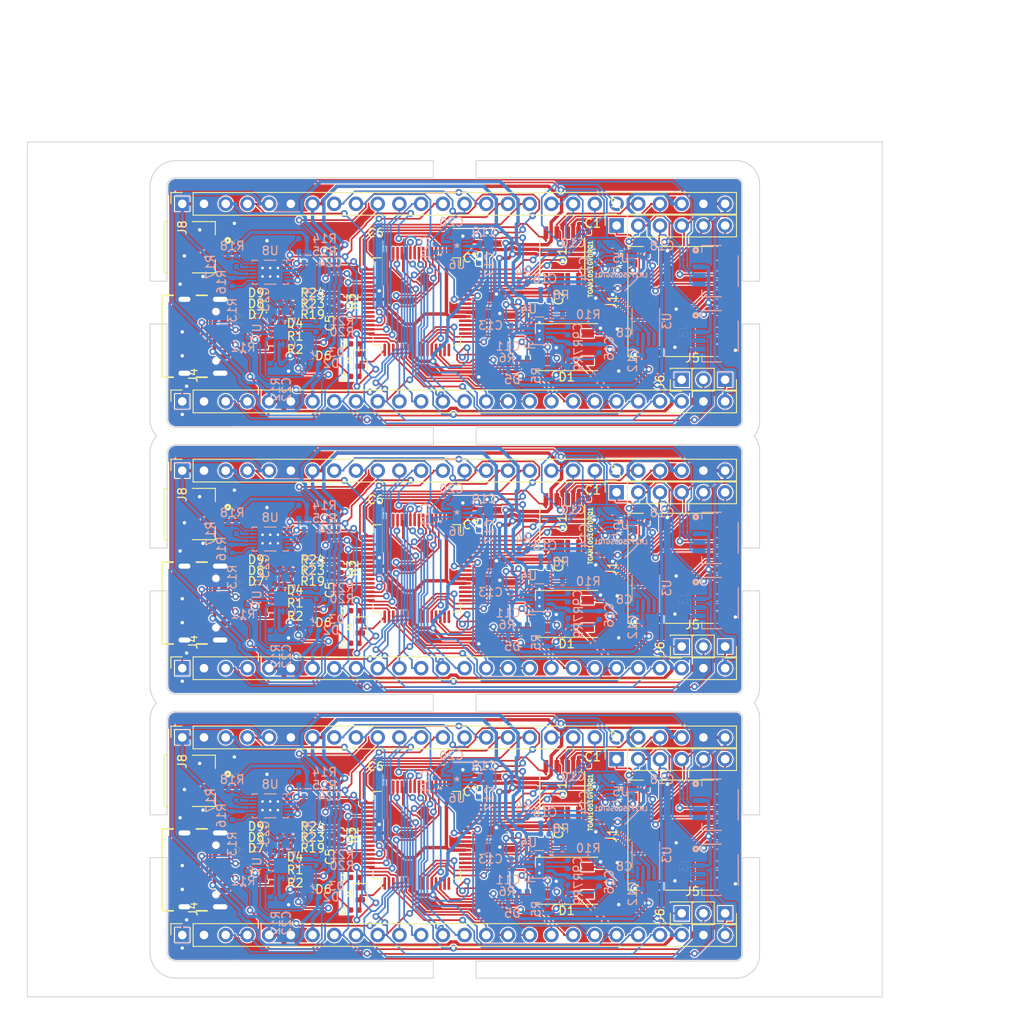
<source format=kicad_pcb>
(kicad_pcb (version 20171130) (host pcbnew 5.1.5+dfsg1-2build2)
  (layers (0 F.Cu signal) (31 B.Cu signal) (34 B.Paste user) (35 F.Paste user) (36 B.SilkS user) (37 F.SilkS user) (38 B.Mask user) (39 F.Mask user) (44 Edge.Cuts user))
  (net 0 "")
  (net 1 Board_1-+5V)
  (net 2 Board_1-0[Rx0])
  (net 3 Board_1-10[I2SDO])
  (net 4 Board_1-11[I2SDI])
  (net 5 Board_1-12)
  (net 6 Board_1-13)
  (net 7 Board_1-14[I2SMCLK])
  (net 8 Board_1-15)
  (net 9 Board_1-16)
  (net 10 Board_1-17)
  (net 11 Board_1-18)
  (net 12 Board_1-19)
  (net 13 Board_1-1[Tx0])
  (net 14 Board_1-20)
  (net 15 Board_1-21)
  (net 16 Board_1-22)
  (net 17 Board_1-23)
  (net 18 Board_1-24)
  (net 19 Board_1-25)
  (net 20 Board_1-26)
  (net 21 Board_1-27)
  (net 22 Board_1-28[CANH])
  (net 23 Board_1-29[CANL])
  (net 24 Board_1-2[SDA])
  (net 25 Board_1-30)
  (net 26 Board_1-31)
  (net 27 Board_1-3[SCL])
  (net 28 Board_1-4[SCK])
  (net 29 Board_1-5[MO])
  (net 30 Board_1-6[I2SSCK])
  (net 31 Board_1-7[I2SWS])
  (net 32 Board_1-8[MI])
  (net 33 Board_1-9[CS])
  (net 34 Board_1-AREF)
  (net 35 Board_1-CAN_RX)
  (net 36 Board_1-CAN_S)
  (net 37 Board_1-CAN_TX)
  (net 38 Board_1-CHARGE_ENABLE)
  (net 39 Board_1-CHARGE_MODE_CH0)
  (net 40 Board_1-CHARGE_MODE_CH1)
  (net 41 Board_1-CHRG)
  (net 42 Board_1-EN)
  (net 43 Board_1-EN_2)
  (net 44 Board_1-GND)
  (net 45 Board_1-NEOPIXEL_DIN)
  (net 46 Board_1-NEOPIXEL_DOUT)
  (net 47 "Board_1-Net-(C13-Pad1)")
  (net 48 "Board_1-Net-(C14-Pad1)")
  (net 49 "Board_1-Net-(C14-Pad2)")
  (net 50 "Board_1-Net-(C15-Pad1)")
  (net 51 "Board_1-Net-(C16-Pad2)")
  (net 52 "Board_1-Net-(C17-Pad1)")
  (net 53 "Board_1-Net-(C17-Pad2)")
  (net 54 "Board_1-Net-(C21-Pad1)")
  (net 55 "Board_1-Net-(C21-Pad2)")
  (net 56 "Board_1-Net-(C23-Pad1)")
  (net 57 "Board_1-Net-(C24-Pad1)")
  (net 58 "Board_1-Net-(C3-Pad1)")
  (net 59 "Board_1-Net-(C4-Pad2)")
  (net 60 "Board_1-Net-(C6-Pad2)")
  (net 61 "Board_1-Net-(C8-Pad1)")
  (net 62 "Board_1-Net-(C9-Pad1)")
  (net 63 "Board_1-Net-(C9-Pad2)")
  (net 64 "Board_1-Net-(D2-Pad1)")
  (net 65 "Board_1-Net-(D7-Pad2)")
  (net 66 "Board_1-Net-(D8-Pad2)")
  (net 67 "Board_1-Net-(D9-Pad2)")
  (net 68 "Board_1-Net-(J9-PadA5)")
  (net 69 "Board_1-Net-(J9-PadB5)")
  (net 70 "Board_1-Net-(R11-Pad2)")
  (net 71 "Board_1-Net-(R12-Pad2)")
  (net 72 "Board_1-Net-(R13-Pad1)")
  (net 73 "Board_1-Net-(R17-Pad1)")
  (net 74 "Board_1-Net-(R18-Pad1)")
  (net 75 "Board_1-Net-(R6-Pad1)")
  (net 76 "Board_1-Net-(U8-Pad11)")
  (net 77 "Board_1-Net-(U8-Pad4)")
  (net 78 "Board_1-Net-(U8-Pad9)")
  (net 79 Board_1-QCS)
  (net 80 Board_1-QDAT0)
  (net 81 Board_1-QDAT1)
  (net 82 Board_1-QDAT2)
  (net 83 Board_1-QDAT3)
  (net 84 Board_1-QSCK)
  (net 85 Board_1-RST)
  (net 86 Board_1-USB_N)
  (net 87 Board_1-USB_P)
  (net 88 Board_1-VBUS_-3V3_CH2_REG)
  (net 89 Board_1-VBUS_3V3_CH0_REG)
  (net 90 Board_1-VBUS_3V3_CH1_REG)
  (net 91 Board_1-VBUS_BAT)
  (net 92 Board_1-VBUS_BAT_NREG)
  (net 93 Board_1-VBUS_NREG)
  (net 94 Board_1-VBUS_USB_NREG)
  (net 95 Board_1-VBUS_VIN_5V_REG)
  (net 96 Board_1-VBUS_VIN_NREG)
  (net 97 Board_2-+5V)
  (net 98 Board_2-0[Rx0])
  (net 99 Board_2-10[I2SDO])
  (net 100 Board_2-11[I2SDI])
  (net 101 Board_2-12)
  (net 102 Board_2-13)
  (net 103 Board_2-14[I2SMCLK])
  (net 104 Board_2-15)
  (net 105 Board_2-16)
  (net 106 Board_2-17)
  (net 107 Board_2-18)
  (net 108 Board_2-19)
  (net 109 Board_2-1[Tx0])
  (net 110 Board_2-20)
  (net 111 Board_2-21)
  (net 112 Board_2-22)
  (net 113 Board_2-23)
  (net 114 Board_2-24)
  (net 115 Board_2-25)
  (net 116 Board_2-26)
  (net 117 Board_2-27)
  (net 118 Board_2-28[CANH])
  (net 119 Board_2-29[CANL])
  (net 120 Board_2-2[SDA])
  (net 121 Board_2-30)
  (net 122 Board_2-31)
  (net 123 Board_2-3[SCL])
  (net 124 Board_2-4[SCK])
  (net 125 Board_2-5[MO])
  (net 126 Board_2-6[I2SSCK])
  (net 127 Board_2-7[I2SWS])
  (net 128 Board_2-8[MI])
  (net 129 Board_2-9[CS])
  (net 130 Board_2-AREF)
  (net 131 Board_2-CAN_RX)
  (net 132 Board_2-CAN_S)
  (net 133 Board_2-CAN_TX)
  (net 134 Board_2-CHARGE_ENABLE)
  (net 135 Board_2-CHARGE_MODE_CH0)
  (net 136 Board_2-CHARGE_MODE_CH1)
  (net 137 Board_2-CHRG)
  (net 138 Board_2-EN)
  (net 139 Board_2-EN_2)
  (net 140 Board_2-GND)
  (net 141 Board_2-NEOPIXEL_DIN)
  (net 142 Board_2-NEOPIXEL_DOUT)
  (net 143 "Board_2-Net-(C13-Pad1)")
  (net 144 "Board_2-Net-(C14-Pad1)")
  (net 145 "Board_2-Net-(C14-Pad2)")
  (net 146 "Board_2-Net-(C15-Pad1)")
  (net 147 "Board_2-Net-(C16-Pad2)")
  (net 148 "Board_2-Net-(C17-Pad1)")
  (net 149 "Board_2-Net-(C17-Pad2)")
  (net 150 "Board_2-Net-(C21-Pad1)")
  (net 151 "Board_2-Net-(C21-Pad2)")
  (net 152 "Board_2-Net-(C23-Pad1)")
  (net 153 "Board_2-Net-(C24-Pad1)")
  (net 154 "Board_2-Net-(C3-Pad1)")
  (net 155 "Board_2-Net-(C4-Pad2)")
  (net 156 "Board_2-Net-(C6-Pad2)")
  (net 157 "Board_2-Net-(C8-Pad1)")
  (net 158 "Board_2-Net-(C9-Pad1)")
  (net 159 "Board_2-Net-(C9-Pad2)")
  (net 160 "Board_2-Net-(D2-Pad1)")
  (net 161 "Board_2-Net-(D7-Pad2)")
  (net 162 "Board_2-Net-(D8-Pad2)")
  (net 163 "Board_2-Net-(D9-Pad2)")
  (net 164 "Board_2-Net-(J9-PadA5)")
  (net 165 "Board_2-Net-(J9-PadB5)")
  (net 166 "Board_2-Net-(R11-Pad2)")
  (net 167 "Board_2-Net-(R12-Pad2)")
  (net 168 "Board_2-Net-(R13-Pad1)")
  (net 169 "Board_2-Net-(R17-Pad1)")
  (net 170 "Board_2-Net-(R18-Pad1)")
  (net 171 "Board_2-Net-(R6-Pad1)")
  (net 172 "Board_2-Net-(U8-Pad11)")
  (net 173 "Board_2-Net-(U8-Pad4)")
  (net 174 "Board_2-Net-(U8-Pad9)")
  (net 175 Board_2-QCS)
  (net 176 Board_2-QDAT0)
  (net 177 Board_2-QDAT1)
  (net 178 Board_2-QDAT2)
  (net 179 Board_2-QDAT3)
  (net 180 Board_2-QSCK)
  (net 181 Board_2-RST)
  (net 182 Board_2-USB_N)
  (net 183 Board_2-USB_P)
  (net 184 Board_2-VBUS_-3V3_CH2_REG)
  (net 185 Board_2-VBUS_3V3_CH0_REG)
  (net 186 Board_2-VBUS_3V3_CH1_REG)
  (net 187 Board_2-VBUS_BAT)
  (net 188 Board_2-VBUS_BAT_NREG)
  (net 189 Board_2-VBUS_NREG)
  (net 190 Board_2-VBUS_USB_NREG)
  (net 191 Board_2-VBUS_VIN_5V_REG)
  (net 192 Board_2-VBUS_VIN_NREG)
  (net 193 Board_3-+5V)
  (net 194 Board_3-0[Rx0])
  (net 195 Board_3-10[I2SDO])
  (net 196 Board_3-11[I2SDI])
  (net 197 Board_3-12)
  (net 198 Board_3-13)
  (net 199 Board_3-14[I2SMCLK])
  (net 200 Board_3-15)
  (net 201 Board_3-16)
  (net 202 Board_3-17)
  (net 203 Board_3-18)
  (net 204 Board_3-19)
  (net 205 Board_3-1[Tx0])
  (net 206 Board_3-20)
  (net 207 Board_3-21)
  (net 208 Board_3-22)
  (net 209 Board_3-23)
  (net 210 Board_3-24)
  (net 211 Board_3-25)
  (net 212 Board_3-26)
  (net 213 Board_3-27)
  (net 214 Board_3-28[CANH])
  (net 215 Board_3-29[CANL])
  (net 216 Board_3-2[SDA])
  (net 217 Board_3-30)
  (net 218 Board_3-31)
  (net 219 Board_3-3[SCL])
  (net 220 Board_3-4[SCK])
  (net 221 Board_3-5[MO])
  (net 222 Board_3-6[I2SSCK])
  (net 223 Board_3-7[I2SWS])
  (net 224 Board_3-8[MI])
  (net 225 Board_3-9[CS])
  (net 226 Board_3-AREF)
  (net 227 Board_3-CAN_RX)
  (net 228 Board_3-CAN_S)
  (net 229 Board_3-CAN_TX)
  (net 230 Board_3-CHARGE_ENABLE)
  (net 231 Board_3-CHARGE_MODE_CH0)
  (net 232 Board_3-CHARGE_MODE_CH1)
  (net 233 Board_3-CHRG)
  (net 234 Board_3-EN)
  (net 235 Board_3-EN_2)
  (net 236 Board_3-GND)
  (net 237 Board_3-NEOPIXEL_DIN)
  (net 238 Board_3-NEOPIXEL_DOUT)
  (net 239 "Board_3-Net-(C13-Pad1)")
  (net 240 "Board_3-Net-(C14-Pad1)")
  (net 241 "Board_3-Net-(C14-Pad2)")
  (net 242 "Board_3-Net-(C15-Pad1)")
  (net 243 "Board_3-Net-(C16-Pad2)")
  (net 244 "Board_3-Net-(C17-Pad1)")
  (net 245 "Board_3-Net-(C17-Pad2)")
  (net 246 "Board_3-Net-(C21-Pad1)")
  (net 247 "Board_3-Net-(C21-Pad2)")
  (net 248 "Board_3-Net-(C23-Pad1)")
  (net 249 "Board_3-Net-(C24-Pad1)")
  (net 250 "Board_3-Net-(C3-Pad1)")
  (net 251 "Board_3-Net-(C4-Pad2)")
  (net 252 "Board_3-Net-(C6-Pad2)")
  (net 253 "Board_3-Net-(C8-Pad1)")
  (net 254 "Board_3-Net-(C9-Pad1)")
  (net 255 "Board_3-Net-(C9-Pad2)")
  (net 256 "Board_3-Net-(D2-Pad1)")
  (net 257 "Board_3-Net-(D7-Pad2)")
  (net 258 "Board_3-Net-(D8-Pad2)")
  (net 259 "Board_3-Net-(D9-Pad2)")
  (net 260 "Board_3-Net-(J9-PadA5)")
  (net 261 "Board_3-Net-(J9-PadB5)")
  (net 262 "Board_3-Net-(R11-Pad2)")
  (net 263 "Board_3-Net-(R12-Pad2)")
  (net 264 "Board_3-Net-(R13-Pad1)")
  (net 265 "Board_3-Net-(R17-Pad1)")
  (net 266 "Board_3-Net-(R18-Pad1)")
  (net 267 "Board_3-Net-(R6-Pad1)")
  (net 268 "Board_3-Net-(U8-Pad11)")
  (net 269 "Board_3-Net-(U8-Pad4)")
  (net 270 "Board_3-Net-(U8-Pad9)")
  (net 271 Board_3-QCS)
  (net 272 Board_3-QDAT0)
  (net 273 Board_3-QDAT1)
  (net 274 Board_3-QDAT2)
  (net 275 Board_3-QDAT3)
  (net 276 Board_3-QSCK)
  (net 277 Board_3-RST)
  (net 278 Board_3-USB_N)
  (net 279 Board_3-USB_P)
  (net 280 Board_3-VBUS_-3V3_CH2_REG)
  (net 281 Board_3-VBUS_3V3_CH0_REG)
  (net 282 Board_3-VBUS_3V3_CH1_REG)
  (net 283 Board_3-VBUS_BAT)
  (net 284 Board_3-VBUS_BAT_NREG)
  (net 285 Board_3-VBUS_NREG)
  (net 286 Board_3-VBUS_USB_NREG)
  (net 287 Board_3-VBUS_VIN_5V_REG)
  (net 288 Board_3-VBUS_VIN_NREG)
  (module Capacitor_SMD:C_0402_1005Metric (layer F.Cu) (at 99.784001 118.770019 180)
    (fp_text reference C1 (at 0 1.016) (layer F.SilkS))
    (fp_text value 100n)
    (pad 1 smd roundrect (at -0.485 0 180) (size 0.59 0.64) (layers F.Cu F.Paste F.Mask) (net 236 Board_3-GND))
    (pad 2 smd roundrect (at 0.485 0 180) (size 0.59 0.64) (layers F.Cu F.Paste F.Mask) (net 281 Board_3-VBUS_3V3_CH0_REG))
  )
  (module Capacitor_SMD:C_0402_1005Metric (layer F.Cu) (at 96.990001 126.390019 90)
    (fp_text reference C2 (at 0 -1.17 90) (layer F.SilkS))
    (fp_text value 100n)
    (pad 1 smd roundrect (at -0.485 0 90) (size 0.59 0.64) (layers F.Cu F.Paste F.Mask) (net 236 Board_3-GND))
    (pad 2 smd roundrect (at 0.485 0 90) (size 0.59 0.64) (layers F.Cu F.Paste F.Mask) (net 193 Board_3-+5V))
  )
  (module Capacitor_SMD:C_0402_1005Metric (layer F.Cu) (at 71.971001 131.851019 180)
    (fp_text reference C3 (at 1.27 0 90) (layer F.SilkS) (effects (font (size 0.5 0.5) (thickness 0.125))))
    (fp_text value 22u)
    (pad 1 smd roundrect (at -0.485 0 180) (size 0.59 0.64) (layers F.Cu F.Paste F.Mask) (net 250 "Board_3-Net-(C3-Pad1)"))
    (pad 2 smd roundrect (at 0.485 0 180) (size 0.59 0.64) (layers F.Cu F.Paste F.Mask) (net 236 Board_3-GND))
  )
  (module Capacitor_SMD:C_0402_1005Metric (layer F.Cu) (at 71.971001 135.661019)
    (fp_text reference C4 (at -1.27 0 90) (layer F.SilkS) (effects (font (size 0.5 0.5) (thickness 0.125))))
    (fp_text value 22u)
    (pad 1 smd roundrect (at -0.485 0) (size 0.59 0.64) (layers F.Cu F.Paste F.Mask) (net 236 Board_3-GND))
    (pad 2 smd roundrect (at 0.485 0) (size 0.59 0.64) (layers F.Cu F.Paste F.Mask) (net 251 "Board_3-Net-(C4-Pad2)"))
  )
  (module Capacitor_SMD:C_0402_1005Metric (layer F.Cu) (at 69.050001 127.383019 90)
    (fp_text reference C5 (at -2.055 0 90) (layer F.SilkS))
    (fp_text value 1u)
    (pad 1 smd roundrect (at -0.485 0 90) (size 0.59 0.64) (layers F.Cu F.Paste F.Mask) (net 236 Board_3-GND))
    (pad 2 smd roundrect (at 0.485 0 90) (size 0.59 0.64) (layers F.Cu F.Paste F.Mask) (net 277 Board_3-RST))
  )
  (module Capacitor_SMD:C_0402_1005Metric (layer F.Cu) (at 74.384001 120.040019)
    (fp_text reference C6 (at 0 -1.17) (layer F.SilkS))
    (fp_text value 1u)
    (pad 1 smd roundrect (at -0.485 0) (size 0.59 0.64) (layers F.Cu F.Paste F.Mask) (net 236 Board_3-GND))
    (pad 2 smd roundrect (at 0.485 0) (size 0.59 0.64) (layers F.Cu F.Paste F.Mask) (net 252 "Board_3-Net-(C6-Pad2)"))
  )
  (module Capacitor_SMD:C_0402_1005Metric (layer F.Cu) (at 85.560001 120.548019)
    (fp_text reference C7 (at 0 1.27) (layer F.SilkS))
    (fp_text value 500n)
    (pad 1 smd roundrect (at -0.485 0) (size 0.59 0.64) (layers F.Cu F.Paste F.Mask) (net 236 Board_3-GND))
    (pad 2 smd roundrect (at 0.485 0) (size 0.59 0.64) (layers F.Cu F.Paste F.Mask) (net 281 Board_3-VBUS_3V3_CH0_REG))
  )
  (module Capacitor_SMD:C_0402_1005Metric (layer B.Cu) (at 103.467001 131.724019 180)
    (fp_text reference C8 (at 0 1.17) (layer B.SilkS) (effects (justify mirror)))
    (fp_text value 0.47u)
    (pad 1 smd roundrect (at -0.485 0 180) (size 0.59 0.64) (layers B.Cu B.Paste B.Mask) (net 253 "Board_3-Net-(C8-Pad1)"))
    (pad 2 smd roundrect (at 0.485 0 180) (size 0.59 0.64) (layers B.Cu B.Paste B.Mask) (net 236 Board_3-GND))
  )
  (module Capacitor_SMD:C_0402_1005Metric (layer B.Cu) (at 96.863001 130.327019 90)
    (fp_text reference C9 (at 0 1.17 270) (layer B.SilkS) (effects (justify mirror)))
    (fp_text value 0.47u)
    (pad 1 smd roundrect (at -0.485 0 90) (size 0.59 0.64) (layers B.Cu B.Paste B.Mask) (net 254 "Board_3-Net-(C9-Pad1)"))
    (pad 2 smd roundrect (at 0.485 0 90) (size 0.59 0.64) (layers B.Cu B.Paste B.Mask) (net 255 "Board_3-Net-(C9-Pad2)"))
  )
  (module Capacitor_SMD:C_0402_1005Metric (layer B.Cu) (at 100.038001 120.040019)
    (fp_text reference C10 (at -2.54 0) (layer B.SilkS) (effects (justify mirror)))
    (fp_text value 10u)
    (pad 1 smd roundrect (at -0.485 0) (size 0.59 0.64) (layers B.Cu B.Paste B.Mask) (net 236 Board_3-GND))
    (pad 2 smd roundrect (at 0.485 0) (size 0.59 0.64) (layers B.Cu B.Paste B.Mask) (net 285 Board_3-VBUS_NREG))
  )
  (module Capacitor_SMD:C_0402_1005Metric (layer B.Cu) (at 89.878001 130.962019)
    (fp_text reference C11 (at 0 1.17) (layer B.SilkS) (effects (justify mirror)))
    (fp_text value 4.7u)
    (pad 1 smd roundrect (at -0.485 0) (size 0.59 0.64) (layers B.Cu B.Paste B.Mask) (net 236 Board_3-GND))
    (pad 2 smd roundrect (at 0.485 0) (size 0.59 0.64) (layers B.Cu B.Paste B.Mask) (net 285 Board_3-VBUS_NREG))
  )
  (module Capacitor_SMD:C_0402_1005Metric (layer B.Cu) (at 105.626001 133.756019 270)
    (fp_text reference C12 (at 0 1.17 270) (layer B.SilkS) (effects (justify mirror)))
    (fp_text value 2.2u)
    (pad 1 smd roundrect (at -0.485 0 270) (size 0.59 0.64) (layers B.Cu B.Paste B.Mask) (net 287 Board_3-VBUS_VIN_5V_REG))
    (pad 2 smd roundrect (at 0.485 0 270) (size 0.59 0.64) (layers B.Cu B.Paste B.Mask) (net 236 Board_3-GND))
  )
  (module Capacitor_SMD:C_0402_1005Metric (layer B.Cu) (at 89.751001 129.692019 180)
    (fp_text reference C13 (at 1.905 0) (layer B.SilkS) (effects (justify mirror)))
    (fp_text value 4.7u)
    (pad 1 smd roundrect (at -0.485 0 180) (size 0.59 0.64) (layers B.Cu B.Paste B.Mask) (net 239 "Board_3-Net-(C13-Pad1)"))
    (pad 2 smd roundrect (at 0.485 0 180) (size 0.59 0.64) (layers B.Cu B.Paste B.Mask) (net 236 Board_3-GND))
  )
  (module Capacitor_SMD:C_0402_1005Metric (layer B.Cu) (at 100.038001 123.088019 90)
    (fp_text reference C14 (at 0 -1.27 -90) (layer B.SilkS) (effects (justify mirror)))
    (fp_text value 1u)
    (pad 1 smd roundrect (at -0.485 0 90) (size 0.59 0.64) (layers B.Cu B.Paste B.Mask) (net 240 "Board_3-Net-(C14-Pad1)"))
    (pad 2 smd roundrect (at 0.485 0 90) (size 0.59 0.64) (layers B.Cu B.Paste B.Mask) (net 241 "Board_3-Net-(C14-Pad2)"))
  )
  (module Capacitor_SMD:C_0402_1005Metric (layer B.Cu) (at 100.546001 132.382019 90)
    (fp_text reference C15 (at 0 1.17 270) (layer B.SilkS) (effects (justify mirror)))
    (fp_text value 2.2u)
    (pad 1 smd roundrect (at -0.485 0 90) (size 0.59 0.64) (layers B.Cu B.Paste B.Mask) (net 242 "Board_3-Net-(C15-Pad1)"))
    (pad 2 smd roundrect (at 0.485 0 90) (size 0.59 0.64) (layers B.Cu B.Paste B.Mask) (net 282 Board_3-VBUS_3V3_CH1_REG))
  )
  (module Capacitor_SMD:C_0402_1005Metric (layer B.Cu) (at 94.196001 125.501019)
    (fp_text reference C16 (at 0 -1.27) (layer B.SilkS) (effects (justify mirror)))
    (fp_text value 2.2u)
    (pad 1 smd roundrect (at -0.485 0) (size 0.59 0.64) (layers B.Cu B.Paste B.Mask) (net 280 Board_3-VBUS_-3V3_CH2_REG))
    (pad 2 smd roundrect (at 0.485 0) (size 0.59 0.64) (layers B.Cu B.Paste B.Mask) (net 243 "Board_3-Net-(C16-Pad2)"))
  )
  (module Capacitor_SMD:C_0402_1005Metric (layer B.Cu) (at 86.449001 121.945019 270)
    (fp_text reference C17 (at 0.635 -1.27 270) (layer B.SilkS) (effects (justify mirror)))
    (fp_text value 2.2u)
    (pad 1 smd roundrect (at -0.485 0 270) (size 0.59 0.64) (layers B.Cu B.Paste B.Mask) (net 244 "Board_3-Net-(C17-Pad1)"))
    (pad 2 smd roundrect (at 0.485 0 270) (size 0.59 0.64) (layers B.Cu B.Paste B.Mask) (net 245 "Board_3-Net-(C17-Pad2)"))
  )
  (module Capacitor_SMD:C_0402_1005Metric (layer B.Cu) (at 106.642001 121.564019 180)
    (fp_text reference C18 (at -1.27 1.17) (layer B.SilkS) (effects (justify mirror)))
    (fp_text value 10u)
    (pad 1 smd roundrect (at -0.485 0 180) (size 0.59 0.64) (layers B.Cu B.Paste B.Mask) (net 236 Board_3-GND))
    (pad 2 smd roundrect (at 0.485 0 180) (size 0.59 0.64) (layers B.Cu B.Paste B.Mask) (net 193 Board_3-+5V))
  )
  (module Capacitor_SMD:C_0402_1005Metric (layer B.Cu) (at 87.084001 120.040019 180)
    (fp_text reference C19 (at 0 1.27) (layer B.SilkS) (effects (justify mirror)))
    (fp_text value 4.7u)
    (pad 1 smd roundrect (at -0.485 0 180) (size 0.59 0.64) (layers B.Cu B.Paste B.Mask) (net 236 Board_3-GND))
    (pad 2 smd roundrect (at 0.485 0 180) (size 0.59 0.64) (layers B.Cu B.Paste B.Mask) (net 281 Board_3-VBUS_3V3_CH0_REG))
  )
  (module Capacitor_SMD:C_0402_1005Metric (layer B.Cu) (at 83.274001 118.770019 180)
    (fp_text reference C20 (at 0 1.17) (layer B.SilkS) (effects (justify mirror)))
    (fp_text value 4.7u)
    (pad 1 smd roundrect (at -0.485 0 180) (size 0.59 0.64) (layers B.Cu B.Paste B.Mask) (net 236 Board_3-GND))
    (pad 2 smd roundrect (at 0.485 0 180) (size 0.59 0.64) (layers B.Cu B.Paste B.Mask) (net 285 Board_3-VBUS_NREG))
  )
  (module Capacitor_SMD:C_0402_1005Metric (layer B.Cu) (at 81.369001 120.675019 270)
    (fp_text reference C21 (at 0 1.17 270) (layer B.SilkS) (effects (justify mirror)))
    (fp_text value 2.2u)
    (pad 1 smd roundrect (at -0.485 0 270) (size 0.59 0.64) (layers B.Cu B.Paste B.Mask) (net 246 "Board_3-Net-(C21-Pad1)"))
    (pad 2 smd roundrect (at 0.485 0 270) (size 0.59 0.64) (layers B.Cu B.Paste B.Mask) (net 247 "Board_3-Net-(C21-Pad2)"))
  )
  (module Capacitor_SMD:C_0402_1005Metric (layer B.Cu) (at 63.335001 134.645019 270)
    (fp_text reference C22 (at 2.54 -0.635 90) (layer B.SilkS) (effects (justify mirror)))
    (fp_text value 4.7u)
    (pad 1 smd roundrect (at -0.485 0 270) (size 0.59 0.64) (layers B.Cu B.Paste B.Mask) (net 284 Board_3-VBUS_BAT_NREG))
    (pad 2 smd roundrect (at 0.485 0 270) (size 0.59 0.64) (layers B.Cu B.Paste B.Mask) (net 236 Board_3-GND))
  )
  (module Capacitor_SMD:C_0402_1005Metric (layer B.Cu) (at 63.335001 126.644019 90)
    (fp_text reference C23 (at 0 -1.905 90) (layer B.SilkS) (effects (justify mirror)))
    (fp_text value 4.7u)
    (pad 1 smd roundrect (at -0.485 0 90) (size 0.59 0.64) (layers B.Cu B.Paste B.Mask) (net 248 "Board_3-Net-(C23-Pad1)"))
    (pad 2 smd roundrect (at 0.485 0 90) (size 0.59 0.64) (layers B.Cu B.Paste B.Mask) (net 236 Board_3-GND))
  )
  (module Capacitor_SMD:C_0402_1005Metric (layer B.Cu) (at 66.510001 122.326019)
    (fp_text reference C24 (at 2.54 0 180) (layer B.SilkS) (effects (justify mirror)))
    (fp_text value 0.47u)
    (pad 1 smd roundrect (at -0.485 0) (size 0.59 0.64) (layers B.Cu B.Paste B.Mask) (net 249 "Board_3-Net-(C24-Pad1)"))
    (pad 2 smd roundrect (at 0.485 0) (size 0.59 0.64) (layers B.Cu B.Paste B.Mask) (net 236 Board_3-GND))
  )
  (module LED_SMD:LED_WS2812B_PLCC4_5.0x5.0mm_P3.2mm (layer F.Cu) (at 96.736001 132.232019 180)
    (fp_text reference D1 (at 0 -3.5) (layer F.SilkS))
    (fp_text value WS2812B)
    (pad 3 smd rect (at 2.45 1.6 180) (size 1.5 1) (layers F.Cu F.Paste F.Mask) (net 236 Board_3-GND))
    (pad 4 smd rect (at 2.45 -1.6 180) (size 1.5 1) (layers F.Cu F.Paste F.Mask) (net 237 Board_3-NEOPIXEL_DIN))
    (pad 2 smd rect (at -2.45 1.6 180) (size 1.5 1) (layers F.Cu F.Paste F.Mask) (net 238 Board_3-NEOPIXEL_DOUT))
    (pad 1 smd rect (at -2.45 -1.6 180) (size 1.5 1) (layers F.Cu F.Paste F.Mask) (net 281 Board_3-VBUS_3V3_CH0_REG))
  )
  (module Diode_SMD:D_0402_1005Metric (layer B.Cu) (at 67.272001 134.137019)
    (fp_text reference D2 (at 1.905 0 180) (layer B.SilkS) (effects (justify mirror)))
    (fp_text value D_Schottky)
    (pad 1 smd roundrect (at -0.485 0) (size 0.59 0.64) (layers B.Cu B.Paste B.Mask) (net 256 "Board_3-Net-(D2-Pad1)"))
    (pad 2 smd roundrect (at 0.485 0) (size 0.59 0.64) (layers B.Cu B.Paste B.Mask) (net 286 Board_3-VBUS_USB_NREG))
  )
  (module Diode_SMD:D_0402_1005Metric (layer B.Cu) (at 67.907001 132.867019)
    (fp_text reference D3 (at 1.905 0 180) (layer B.SilkS) (effects (justify mirror)))
    (fp_text value D_Schottky)
    (pad 1 smd roundrect (at -0.485 0) (size 0.59 0.64) (layers B.Cu B.Paste B.Mask) (net 256 "Board_3-Net-(D2-Pad1)"))
    (pad 2 smd roundrect (at 0.485 0) (size 0.59 0.64) (layers B.Cu B.Paste B.Mask) (net 288 Board_3-VBUS_VIN_NREG))
  )
  (module Diode_SMD:D_0402_1005Metric (layer F.Cu) (at 62.700001 129.438019 180)
    (fp_text reference D4 (at -2.263 0) (layer F.SilkS))
    (fp_text value D_Schottky)
    (pad 1 smd roundrect (at -0.485 0 180) (size 0.59 0.64) (layers F.Cu F.Paste F.Mask) (net 285 Board_3-VBUS_NREG))
    (pad 2 smd roundrect (at 0.485 0 180) (size 0.59 0.64) (layers F.Cu F.Paste F.Mask) (net 286 Board_3-VBUS_USB_NREG))
  )
  (module Diode_SMD:D_0402_1005Metric (layer B.Cu) (at 90.386001 134.772019 180)
    (fp_text reference D5 (at 0 -1.27) (layer B.SilkS) (effects (justify mirror)))
    (fp_text value D_Schottky)
    (pad 1 smd roundrect (at -0.485 0 180) (size 0.59 0.64) (layers B.Cu B.Paste B.Mask) (net 285 Board_3-VBUS_NREG))
    (pad 2 smd roundrect (at 0.485 0 180) (size 0.59 0.64) (layers B.Cu B.Paste B.Mask) (net 287 Board_3-VBUS_VIN_5V_REG))
  )
  (module Diode_SMD:D_0402_1005Metric (layer F.Cu) (at 66.256001 133.248019 180)
    (fp_text reference D6 (at -2.032 0) (layer F.SilkS))
    (fp_text value D_Schottky)
    (pad 1 smd roundrect (at -0.485 0 180) (size 0.59 0.64) (layers F.Cu F.Paste F.Mask) (net 285 Board_3-VBUS_NREG))
    (pad 2 smd roundrect (at 0.485 0 180) (size 0.59 0.64) (layers F.Cu F.Paste F.Mask) (net 284 Board_3-VBUS_BAT_NREG))
  )
  (module LED_SMD:LED_0402_1005Metric (layer F.Cu) (at 62.723001 128.168019)
    (fp_text reference D7 (at -2.309 0.254) (layer F.SilkS))
    (fp_text value LED)
    (pad 1 smd roundrect (at -0.485 0) (size 0.59 0.64) (layers F.Cu F.Paste F.Mask) (net 236 Board_3-GND))
    (pad 2 smd roundrect (at 0.485 0) (size 0.59 0.64) (layers F.Cu F.Paste F.Mask) (net 257 "Board_3-Net-(D7-Pad2)"))
  )
  (module Connector_Card:microSD_HC_Hirose_DM3D-SF (layer F.Cu) (at 109.690001 126.898019 90)
    (fp_text reference J1 (at -0.025 -7.625 90) (layer F.SilkS))
    (fp_text value Micro_SD_Card)
    (pad 10 smd rect (at 5.575 -5.45 90) (size 1 1.55) (layers F.Cu F.Paste F.Mask))
    (pad 11 smd rect (at 5.625 5.225 90) (size 1.5 1.5) (layers F.Cu F.Paste F.Mask))
    (pad 1 smd rect (at 3.175 5.35 90) (size 0.7 1.75) (layers F.Cu F.Paste F.Mask) (net 275 Board_3-QDAT3))
    (pad 2 smd rect (at 2.075 5.35 90) (size 0.7 1.75) (layers F.Cu F.Paste F.Mask) (net 276 Board_3-QSCK))
    (pad 3 smd rect (at 0.975 5.35 90) (size 0.7 1.75) (layers F.Cu F.Paste F.Mask) (net 272 Board_3-QDAT0))
    (pad 4 smd rect (at -0.125 5.35 90) (size 0.7 1.75) (layers F.Cu F.Paste F.Mask) (net 281 Board_3-VBUS_3V3_CH0_REG))
    (pad 5 smd rect (at -1.225 5.35 90) (size 0.7 1.75) (layers F.Cu F.Paste F.Mask) (net 271 Board_3-QCS))
    (pad 6 smd rect (at -2.325 5.35 90) (size 0.7 1.75) (layers F.Cu F.Paste F.Mask) (net 236 Board_3-GND))
    (pad 7 smd rect (at -3.425 5.35 90) (size 0.7 1.75) (layers F.Cu F.Paste F.Mask) (net 273 Board_3-QDAT1))
    (pad 11 smd rect (at 5.975 -3.025 90) (size 0.8 1.4) (layers F.Cu F.Paste F.Mask))
    (pad 9 smd rect (at -5.65 -3.875 90) (size 1.45 1) (layers F.Cu F.Paste F.Mask) (net 236 Board_3-GND))
    (pad 11 smd rect (at -5.975 -2.375 90) (size 0.8 1.5) (layers F.Cu F.Paste F.Mask))
    (pad 11 smd rect (at -5.725 5.225 90) (size 1.3 1.5) (layers F.Cu F.Paste F.Mask))
    (pad 8 smd rect (at -4.525 5.35 90) (size 0.7 1.75) (layers F.Cu F.Paste F.Mask) (net 274 Board_3-QDAT2))
  )
  (module "S2B-ZR-SM4A-TF_LF__SN_:JST_S2B-ZR-SM4A-TF(LF)(SN)" (layer F.Cu) (at 53.048001 120.548019 270)
    (fp_text reference J2 (at -0.215 -5.325 90) (layer F.SilkS) (effects (font (thickness 0.015))))
    (fp_text value BAT)
    (pad S2 smd rect (at 2.7 1.45 270) (size 1.1 1.9) (layers F.Cu F.Paste F.Mask) (net 236 Board_3-GND))
    (pad S1 smd rect (at -2.7 1.45 270) (size 1.1 1.9) (layers F.Cu F.Paste F.Mask) (net 236 Board_3-GND))
    (pad 2 smd rect (at 0.75 -2.15 270) (size 0.7 2.5) (layers F.Cu F.Paste F.Mask) (net 283 Board_3-VBUS_BAT))
    (pad 1 smd rect (at -0.75 -2.15 270) (size 0.7 2.5) (layers F.Cu F.Paste F.Mask) (net 236 Board_3-GND))
  )
  (module Resistor_SMD:R_0402_1005Metric (layer F.Cu) (at 62.700001 130.708019 180)
    (fp_text reference R1 (at -2.286 -0.254) (layer F.SilkS))
    (fp_text value 5.1k)
    (pad 1 smd roundrect (at -0.485 0 180) (size 0.59 0.64) (layers F.Cu F.Paste F.Mask) (net 236 Board_3-GND))
    (pad 2 smd roundrect (at 0.485 0 180) (size 0.59 0.64) (layers F.Cu F.Paste F.Mask) (net 260 "Board_3-Net-(J9-PadA5)"))
  )
  (module Resistor_SMD:R_0402_1005Metric (layer F.Cu) (at 62.700001 132.486019)
    (fp_text reference R2 (at 2.286 0) (layer F.SilkS))
    (fp_text value 5.1k)
    (pad 1 smd roundrect (at -0.485 0) (size 0.59 0.64) (layers F.Cu F.Paste F.Mask) (net 261 "Board_3-Net-(J9-PadB5)"))
    (pad 2 smd roundrect (at 0.485 0) (size 0.59 0.64) (layers F.Cu F.Paste F.Mask) (net 236 Board_3-GND))
  )
  (module Resistor_SMD:R_0402_1005Metric (layer F.Cu) (at 70.320001 126.898019 90)
    (fp_text reference R3 (at 0 1.27 90) (layer F.SilkS))
    (fp_text value 10K)
    (pad 1 smd roundrect (at -0.485 0 90) (size 0.59 0.64) (layers F.Cu F.Paste F.Mask) (net 277 Board_3-RST))
    (pad 2 smd roundrect (at 0.485 0 90) (size 0.59 0.64) (layers F.Cu F.Paste F.Mask) (net 281 Board_3-VBUS_3V3_CH0_REG))
  )
  (module Resistor_SMD:R_0402_1005Metric (layer B.Cu) (at 91.656001 124.612019 180)
    (fp_text reference R4 (at 0 1.17) (layer B.SilkS) (effects (justify mirror)))
    (fp_text value 10k)
    (pad 1 smd roundrect (at -0.485 0 180) (size 0.59 0.64) (layers B.Cu B.Paste B.Mask) (net 288 Board_3-VBUS_VIN_NREG))
    (pad 2 smd roundrect (at 0.485 0 180) (size 0.59 0.64) (layers B.Cu B.Paste B.Mask) (net 234 Board_3-EN))
  )
  (module Resistor_SMD:R_0402_1005Metric (layer B.Cu) (at 91.656001 133.502019 180)
    (fp_text reference R6 (at 1.905 0) (layer B.SilkS) (effects (justify mirror)))
    (fp_text value 10k)
    (pad 1 smd roundrect (at -0.485 0 180) (size 0.59 0.64) (layers B.Cu B.Paste B.Mask) (net 267 "Board_3-Net-(R6-Pad1)"))
    (pad 2 smd roundrect (at 0.485 0 180) (size 0.59 0.64) (layers B.Cu B.Paste B.Mask) (net 285 Board_3-VBUS_NREG))
  )
  (module Resistor_SMD:R_0402_1005Metric (layer B.Cu) (at 96.863001 132.232019 270)
    (fp_text reference R7 (at 0 -1.27 90) (layer B.SilkS) (effects (justify mirror)))
    (fp_text value 87.5k)
    (pad 2 smd roundrect (at 0.485 0 270) (size 0.59 0.64) (layers B.Cu B.Paste B.Mask) (net 242 "Board_3-Net-(C15-Pad1)"))
    (pad 1 smd roundrect (at -0.485 0 270) (size 0.59 0.64) (layers B.Cu B.Paste B.Mask) (net 282 Board_3-VBUS_3V3_CH1_REG))
  )
  (module Resistor_SMD:R_0402_1005Metric (layer B.Cu) (at 94.196001 126.771019 180)
    (fp_text reference R8 (at -1.905 0.635) (layer B.SilkS) (effects (justify mirror)))
    (fp_text value 87.5k)
    (pad 1 smd roundrect (at -0.485 0 180) (size 0.59 0.64) (layers B.Cu B.Paste B.Mask) (net 243 "Board_3-Net-(C16-Pad2)"))
    (pad 2 smd roundrect (at 0.485 0 180) (size 0.59 0.64) (layers B.Cu B.Paste B.Mask) (net 280 Board_3-VBUS_-3V3_CH2_REG))
  )
  (module Resistor_SMD:R_0402_1005Metric (layer B.Cu) (at 96.863001 134.137019 270)
    (fp_text reference R9 (at 0 -1.27 90) (layer B.SilkS) (effects (justify mirror)))
    (fp_text value 50k)
    (pad 1 smd roundrect (at -0.485 0 270) (size 0.59 0.64) (layers B.Cu B.Paste B.Mask) (net 242 "Board_3-Net-(C15-Pad1)"))
    (pad 2 smd roundrect (at 0.485 0 270) (size 0.59 0.64) (layers B.Cu B.Paste B.Mask) (net 236 Board_3-GND))
  )
  (module Resistor_SMD:R_0402_1005Metric (layer B.Cu) (at 96.736001 128.422019 180)
    (fp_text reference R10 (at -2.54 0) (layer B.SilkS) (effects (justify mirror)))
    (fp_text value 50k)
    (pad 1 smd roundrect (at -0.485 0 180) (size 0.59 0.64) (layers B.Cu B.Paste B.Mask) (net 236 Board_3-GND))
    (pad 2 smd roundrect (at 0.485 0 180) (size 0.59 0.64) (layers B.Cu B.Paste B.Mask) (net 243 "Board_3-Net-(C16-Pad2)"))
  )
  (module Resistor_SMD:R_0402_1005Metric (layer B.Cu) (at 58.890001 131.089019)
    (fp_text reference R11 (at 0 1.17 180) (layer B.SilkS) (effects (justify mirror)))
    (fp_text value 46.4k)
    (pad 1 smd roundrect (at -0.485 0) (size 0.59 0.64) (layers B.Cu B.Paste B.Mask) (net 236 Board_3-GND))
    (pad 2 smd roundrect (at 0.485 0) (size 0.59 0.64) (layers B.Cu B.Paste B.Mask) (net 262 "Board_3-Net-(R11-Pad2)"))
  )
  (module Resistor_SMD:R_0402_1005Metric (layer B.Cu) (at 62.065001 134.645019 90)
    (fp_text reference R12 (at -2.54 0.635 90) (layer B.SilkS) (effects (justify mirror)))
    (fp_text value 1.18k)
    (pad 1 smd roundrect (at -0.485 0 90) (size 0.59 0.64) (layers B.Cu B.Paste B.Mask) (net 236 Board_3-GND))
    (pad 2 smd roundrect (at 0.485 0 90) (size 0.59 0.64) (layers B.Cu B.Paste B.Mask) (net 263 "Board_3-Net-(R12-Pad2)"))
  )
  (module Resistor_SMD:R_0402_1005Metric (layer B.Cu) (at 59.525001 128.549019 180)
    (fp_text reference R13 (at 1.905 0.635 270) (layer B.SilkS) (effects (justify mirror)))
    (fp_text value 1.13k)
    (pad 1 smd roundrect (at -0.485 0 180) (size 0.59 0.64) (layers B.Cu B.Paste B.Mask) (net 264 "Board_3-Net-(R13-Pad1)"))
    (pad 2 smd roundrect (at 0.485 0 180) (size 0.59 0.64) (layers B.Cu B.Paste B.Mask) (net 236 Board_3-GND))
  )
  (module Resistor_SMD:R_0402_1005Metric (layer B.Cu) (at 65.875001 119.532019 180)
    (fp_text reference R14 (at -2.54 0 180) (layer B.SilkS) (effects (justify mirror)))
    (fp_text value 5.1k)
    (pad 1 smd roundrect (at -0.485 0 180) (size 0.59 0.64) (layers B.Cu B.Paste B.Mask) (net 281 Board_3-VBUS_3V3_CH0_REG))
    (pad 2 smd roundrect (at 0.485 0 180) (size 0.59 0.64) (layers B.Cu B.Paste B.Mask) (net 216 Board_3-2[SDA]))
  )
  (module Resistor_SMD:R_0402_1005Metric (layer B.Cu) (at 65.875001 121.056019)
    (fp_text reference R15 (at 2.54 0 180) (layer B.SilkS) (effects (justify mirror)))
    (fp_text value 5.1k)
    (pad 1 smd roundrect (at -0.485 0) (size 0.59 0.64) (layers B.Cu B.Paste B.Mask) (net 219 Board_3-3[SCL]))
    (pad 2 smd roundrect (at 0.485 0) (size 0.59 0.64) (layers B.Cu B.Paste B.Mask) (net 281 Board_3-VBUS_3V3_CH0_REG))
  )
  (module Resistor_SMD:R_0402_1005Metric (layer B.Cu) (at 57.620001 124.612019 90)
    (fp_text reference R16 (at 0 -1.27 90) (layer B.SilkS) (effects (justify mirror)))
    (fp_text value 0.01)
    (pad 1 smd roundrect (at -0.485 0 90) (size 0.59 0.64) (layers B.Cu B.Paste B.Mask) (net 248 "Board_3-Net-(C23-Pad1)"))
    (pad 2 smd roundrect (at 0.485 0 90) (size 0.59 0.64) (layers B.Cu B.Paste B.Mask) (net 283 Board_3-VBUS_BAT))
  )
  (module Resistor_SMD:R_0402_1005Metric (layer B.Cu) (at 57.620001 122.834019 180)
    (fp_text reference R17 (at 2.54 0 90) (layer B.SilkS) (effects (justify mirror)))
    (fp_text value 10k)
    (pad 1 smd roundrect (at -0.485 0 180) (size 0.59 0.64) (layers B.Cu B.Paste B.Mask) (net 265 "Board_3-Net-(R17-Pad1)"))
    (pad 2 smd roundrect (at 0.485 0 180) (size 0.59 0.64) (layers B.Cu B.Paste B.Mask) (net 236 Board_3-GND))
  )
  (module Resistor_SMD:R_0402_1005Metric (layer B.Cu) (at 57.620001 121.564019 180)
    (fp_text reference R18 (at 0 1.17 180) (layer B.SilkS) (effects (justify mirror)))
    (fp_text value 10k)
    (pad 1 smd roundrect (at -0.485 0 180) (size 0.59 0.64) (layers B.Cu B.Paste B.Mask) (net 266 "Board_3-Net-(R18-Pad1)"))
    (pad 2 smd roundrect (at 0.485 0 180) (size 0.59 0.64) (layers B.Cu B.Paste B.Mask) (net 281 Board_3-VBUS_3V3_CH0_REG))
  )
  (module Resistor_SMD:R_0402_1005Metric (layer F.Cu) (at 64.732001 128.168019 180)
    (fp_text reference R19 (at -2.286 -0.254) (layer F.SilkS))
    (fp_text value 10k)
    (pad 1 smd roundrect (at -0.485 0 180) (size 0.59 0.64) (layers F.Cu F.Paste F.Mask) (net 198 Board_3-13))
    (pad 2 smd roundrect (at 0.485 0 180) (size 0.59 0.64) (layers F.Cu F.Paste F.Mask) (net 257 "Board_3-Net-(D7-Pad2)"))
  )
  (module ul_TCAN1051GVDRQ1:TCAN1051GVDRQ1 (layer F.Cu) (at 96.228001 121.564019 90)
    (fp_text reference U1 (at 0 0 90) (layer F.SilkS))
    (fp_text value TCAN1051GVDRQ1 (at -1.524 3.302 90) (layer F.SilkS) (effects (font (size 0.5 0.5) (thickness 0.125))))
    (pad 1 smd rect (at -2.72415 -1.905 90) (size 1.4605 0.5588) (layers F.Cu F.Paste F.Mask) (net 229 Board_3-CAN_TX))
    (pad 2 smd rect (at -2.72415 -0.635 90) (size 1.4605 0.5588) (layers F.Cu F.Paste F.Mask) (net 236 Board_3-GND))
    (pad 3 smd rect (at -2.72415 0.635 90) (size 1.4605 0.5588) (layers F.Cu F.Paste F.Mask) (net 193 Board_3-+5V))
    (pad 4 smd rect (at -2.72415 1.905 90) (size 1.4605 0.5588) (layers F.Cu F.Paste F.Mask) (net 227 Board_3-CAN_RX))
    (pad 5 smd rect (at 2.72415 1.905 90) (size 1.4605 0.5588) (layers F.Cu F.Paste F.Mask) (net 281 Board_3-VBUS_3V3_CH0_REG))
    (pad 6 smd rect (at 2.72415 0.635 90) (size 1.4605 0.5588) (layers F.Cu F.Paste F.Mask) (net 215 Board_3-29[CANL]))
    (pad 7 smd rect (at 2.72415 -0.635 90) (size 1.4605 0.5588) (layers F.Cu F.Paste F.Mask) (net 214 Board_3-28[CANH]))
    (pad 8 smd rect (at 2.72415 -1.905 90) (size 1.4605 0.5588) (layers F.Cu F.Paste F.Mask) (net 228 Board_3-CAN_S))
  )
  (module Package_SO:MSOP-8_3x3mm_P0.65mm (layer B.Cu) (at 106.007001 129.184019 90)
    (fp_text reference U3 (at 0 2.45 270) (layer B.SilkS) (effects (justify mirror)))
    (fp_text value MIC5219-5.0YMM)
    (pad 1 smd roundrect (at -2.1125 0.975 90) (size 1.625 0.4) (layers B.Cu B.Paste B.Mask) (net 234 Board_3-EN))
    (pad 2 smd roundrect (at -2.1125 0.325 90) (size 1.625 0.4) (layers B.Cu B.Paste B.Mask) (net 288 Board_3-VBUS_VIN_NREG))
    (pad 3 smd roundrect (at -2.1125 -0.325 90) (size 1.625 0.4) (layers B.Cu B.Paste B.Mask) (net 287 Board_3-VBUS_VIN_5V_REG))
    (pad 4 smd roundrect (at -2.1125 -0.975 90) (size 1.625 0.4) (layers B.Cu B.Paste B.Mask) (net 253 "Board_3-Net-(C8-Pad1)"))
    (pad 5 smd roundrect (at 2.1125 -0.975 90) (size 1.625 0.4) (layers B.Cu B.Paste B.Mask) (net 236 Board_3-GND))
    (pad 6 smd roundrect (at 2.1125 -0.325 90) (size 1.625 0.4) (layers B.Cu B.Paste B.Mask) (net 236 Board_3-GND))
    (pad 7 smd roundrect (at 2.1125 0.325 90) (size 1.625 0.4) (layers B.Cu B.Paste B.Mask) (net 236 Board_3-GND))
    (pad 8 smd roundrect (at 2.1125 0.975 90) (size 1.625 0.4) (layers B.Cu B.Paste B.Mask) (net 236 Board_3-GND))
  )
  (module Package_SON:WSON-12-1EP_3x2mm_P0.5mm_EP1x2.65_ThermalVias (layer B.Cu) (at 93.561001 130.327019)
    (fp_text reference U4 (at -1.27 -2.54) (layer B.SilkS) (effects (justify mirror)))
    (fp_text value LM27762)
    (pad 1 smd rect (at -0.95 1.25) (size 0.5 0.25) (layers B.Cu B.Paste B.Mask) (net 267 "Board_3-Net-(R6-Pad1)"))
    (pad 2 smd rect (at -0.95 0.75) (size 0.5 0.25) (layers B.Cu B.Paste B.Mask) (net 242 "Board_3-Net-(C15-Pad1)"))
    (pad 3 smd rect (at -0.95 0.25) (size 0.5 0.25) (layers B.Cu B.Paste B.Mask) (net 285 Board_3-VBUS_NREG))
    (pad 4 smd rect (at -0.95 -0.25) (size 0.5 0.25) (layers B.Cu B.Paste B.Mask) (net 236 Board_3-GND))
    (pad 5 smd rect (at -0.95 -0.75) (size 0.5 0.25) (layers B.Cu B.Paste B.Mask) (net 239 "Board_3-Net-(C13-Pad1)"))
    (pad 6 smd rect (at -0.95 -1.25) (size 0.5 0.25) (layers B.Cu B.Paste B.Mask) (net 280 Board_3-VBUS_-3V3_CH2_REG))
    (pad 7 smd rect (at 0.95 -1.25) (size 0.5 0.25) (layers B.Cu B.Paste B.Mask) (net 243 "Board_3-Net-(C16-Pad2)"))
    (pad 8 smd rect (at 0.95 -0.75) (size 0.5 0.25) (layers B.Cu B.Paste B.Mask) (net 235 Board_3-EN_2))
    (pad 9 smd rect (at 0.95 -0.25) (size 0.5 0.25) (layers B.Cu B.Paste B.Mask) (net 255 "Board_3-Net-(C9-Pad2)"))
    (pad 10 smd rect (at 0.95 0.25) (size 0.5 0.25) (layers B.Cu B.Paste B.Mask) (net 254 "Board_3-Net-(C9-Pad1)"))
    (pad 11 smd rect (at 0.95 0.75) (size 0.5 0.25) (layers B.Cu B.Paste B.Mask) (net 282 Board_3-VBUS_3V3_CH1_REG))
    (pad 12 smd rect (at 0.95 1.25) (size 0.5 0.25) (layers B.Cu B.Paste B.Mask) (net 235 Board_3-EN_2))
    (pad 13 thru_hole circle (at 0 0) (size 0.6 0.6) (drill 0.3) (layers *.Cu) (net 236 Board_3-GND))
    (pad 13 thru_hole circle (at 0 1 270) (size 0.6 0.6) (drill 0.3) (layers *.Cu) (net 236 Board_3-GND))
    (pad 13 thru_hole circle (at 0 -1) (size 0.6 0.6) (drill 0.3) (layers *.Cu) (net 236 Board_3-GND))
    (pad 13 smd rect (at 0 0) (size 1 2.65) (layers F.Cu) (net 236 Board_3-GND))
    (pad 13 smd rect (at 0 0) (size 1 2.65) (layers B.Cu B.Mask) (net 236 Board_3-GND))
  )
  (module ul_LM2775QDSGTQ1:LM2775QDSGTQ1 (layer B.Cu) (at 103.086001 121.818019)
    (fp_text reference U5 (at 0 0) (layer B.SilkS) (effects (justify mirror)))
    (fp_text value LM2775QDSGTQ1 (at 0 1.989999) (layer B.SilkS) (effects (font (size 0.5 0.5) (thickness 0.125)) (justify mirror)))
    (fp_text user * (at 0 0) (layer B.SilkS) (effects (justify mirror)))
    (pad 1 smd rect (at -0.950001 0.749998 270) (size 0.249999 0.499999) (layers B.Cu B.Paste B.Mask) (net 285 Board_3-VBUS_NREG))
    (pad 2 smd rect (at -0.950001 0.25 270) (size 0.249999 0.499999) (layers B.Cu B.Paste B.Mask) (net 240 "Board_3-Net-(C14-Pad1)"))
    (pad 3 smd rect (at -0.950001 -0.250002 270) (size 0.249999 0.499999) (layers B.Cu B.Paste B.Mask) (net 241 "Board_3-Net-(C14-Pad2)"))
    (pad 4 smd rect (at -0.950001 -0.750001 270) (size 0.249999 0.499999) (layers B.Cu B.Paste B.Mask) (net 285 Board_3-VBUS_NREG))
    (pad 5 smd rect (at 0.950001 -0.750001 270) (size 0.249999 0.499999) (layers B.Cu B.Paste B.Mask) (net 234 Board_3-EN))
    (pad 6 smd rect (at 0.950001 -0.250002 270) (size 0.249999 0.499999) (layers B.Cu B.Paste B.Mask) (net 193 Board_3-+5V))
    (pad 7 smd rect (at 0.950001 0.25 270) (size 0.249999 0.499999) (layers B.Cu B.Paste B.Mask) (net 285 Board_3-VBUS_NREG))
    (pad 8 smd rect (at 0.950001 0.749998 270) (size 0.249999 0.499999) (layers B.Cu B.Paste B.Mask) (net 236 Board_3-GND))
    (pad 9 smd rect (at 0 0) (size 0.900001 1.599999) (layers B.Cu B.Paste B.Mask) (net 236 Board_3-GND))
    (pad V thru_hole circle (at 0 0.549996) (size 0.499999 0.499999) (drill 0.2032) (layers *.Cu *.Mask))
    (pad V thru_hole circle (at 0 -0.550001) (size 0.499999 0.499999) (drill 0.2032) (layers *.Cu *.Mask))
  )
  (module ul_SC630AULTRT:SC630AULTRT (layer B.Cu) (at 83.909001 120.675019)
    (fp_text reference U6 (at 0 1.905) (layer B.SilkS) (effects (justify mirror)))
    (fp_text value SC630AULTRT hide)
    (fp_text user * (at 0 0) (layer B.SilkS) (effects (justify mirror)))
    (pad 1 smd rect (at -1.0009 0.750189) (size 0.706399 0.2548) (layers B.Cu B.Paste B.Mask) (net 236 Board_3-GND))
    (pad 2 smd rect (at -1.0009 0.250063) (size 0.706399 0.2548) (layers B.Cu B.Paste B.Mask) (net 247 "Board_3-Net-(C21-Pad2)"))
    (pad 3 smd rect (at -1.0009 -0.250063) (size 0.706399 0.2548) (layers B.Cu B.Paste B.Mask) (net 246 "Board_3-Net-(C21-Pad1)"))
    (pad 4 smd rect (at -1.0009 -0.750189) (size 0.706399 0.2548) (layers B.Cu B.Paste B.Mask) (net 285 Board_3-VBUS_NREG))
    (pad 5 smd rect (at 1.0009 -0.750189) (size 0.706399 0.2548) (layers B.Cu B.Paste B.Mask) (net 234 Board_3-EN))
    (pad 6 smd rect (at 1.0009 -0.250063) (size 0.706399 0.2548) (layers B.Cu B.Paste B.Mask) (net 281 Board_3-VBUS_3V3_CH0_REG))
    (pad 7 smd rect (at 1.0009 0.250063) (size 0.706399 0.2548) (layers B.Cu B.Paste B.Mask) (net 244 "Board_3-Net-(C17-Pad1)"))
    (pad 8 smd rect (at 1.0009 0.750189) (size 0.706399 0.2548) (layers B.Cu B.Paste B.Mask) (net 245 "Board_3-Net-(C17-Pad2)"))
    (pad 9 smd rect (at 0 0) (size 0.889 1.8034) (layers B.Cu B.Paste B.Mask) (net 236 Board_3-GND))
  )
  (module Package_DFN_QFN:VQFN-16-1EP_3x3mm_P0.5mm_EP1.6x1.6mm (layer B.Cu) (at 63.335001 130.454019 270)
    (fp_text reference U7 (at 0 2.82 90) (layer B.SilkS) (effects (justify mirror)))
    (fp_text value BQ24074RGT)
    (pad 1 smd roundrect (at -1.4375 0.75 270) (size 0.875 0.25) (layers B.Cu B.Paste B.Mask))
    (pad 2 smd roundrect (at -1.4375 0.25 270) (size 0.875 0.25) (layers B.Cu B.Paste B.Mask) (net 248 "Board_3-Net-(C23-Pad1)"))
    (pad 3 smd roundrect (at -1.4375 -0.25 270) (size 0.875 0.25) (layers B.Cu B.Paste B.Mask) (net 248 "Board_3-Net-(C23-Pad1)"))
    (pad 4 smd roundrect (at -1.4375 -0.75 270) (size 0.875 0.25) (layers B.Cu B.Paste B.Mask) (net 230 Board_3-CHARGE_ENABLE))
    (pad 5 smd roundrect (at -0.75 -1.4375 270) (size 0.25 0.875) (layers B.Cu B.Paste B.Mask) (net 232 Board_3-CHARGE_MODE_CH1))
    (pad 6 smd roundrect (at -0.25 -1.4375 270) (size 0.25 0.875) (layers B.Cu B.Paste B.Mask) (net 231 Board_3-CHARGE_MODE_CH0))
    (pad 7 smd roundrect (at 0.25 -1.4375 270) (size 0.25 0.875) (layers B.Cu B.Paste B.Mask))
    (pad 8 smd roundrect (at 0.75 -1.4375 270) (size 0.25 0.875) (layers B.Cu B.Paste B.Mask) (net 236 Board_3-GND))
    (pad 9 smd roundrect (at 1.4375 -0.75 270) (size 0.875 0.25) (layers B.Cu B.Paste B.Mask) (net 233 Board_3-CHRG))
    (pad 10 smd roundrect (at 1.4375 -0.25 270) (size 0.875 0.25) (layers B.Cu B.Paste B.Mask) (net 284 Board_3-VBUS_BAT_NREG))
    (pad 11 smd roundrect (at 1.4375 0.25 270) (size 0.875 0.25) (layers B.Cu B.Paste B.Mask) (net 284 Board_3-VBUS_BAT_NREG))
    (pad 12 smd roundrect (at 1.4375 0.75 270) (size 0.875 0.25) (layers B.Cu B.Paste B.Mask) (net 263 "Board_3-Net-(R12-Pad2)"))
    (pad 13 smd roundrect (at 0.75 1.4375 270) (size 0.25 0.875) (layers B.Cu B.Paste B.Mask) (net 256 "Board_3-Net-(D2-Pad1)"))
    (pad 14 smd roundrect (at 0.25 1.4375 270) (size 0.25 0.875) (layers B.Cu B.Paste B.Mask) (net 262 "Board_3-Net-(R11-Pad2)"))
    (pad 15 smd roundrect (at -0.25 1.4375 270) (size 0.25 0.875) (layers B.Cu B.Paste B.Mask))
    (pad 16 smd roundrect (at -0.75 1.4375 270) (size 0.25 0.875) (layers B.Cu B.Paste B.Mask) (net 264 "Board_3-Net-(R13-Pad1)"))
    (pad 17 smd rect (at 0 0 270) (size 1.6 1.6) (layers B.Cu B.Mask) (net 236 Board_3-GND))
  )
  (module Package_SON:Texas_S-PDSO-N12 (layer B.Cu) (at 62.065001 123.469019 180)
    (fp_text reference U8 (at -0.000701 2.517393 180) (layer B.SilkS) (effects (justify mirror)))
    (fp_text value BQ27441DRZR-G1B)
    (pad 13 smd rect (at 0 0 270) (size 1.95 2.6) (layers B.Cu B.Mask) (net 236 Board_3-GND))
    (pad 13 smd rect (at -1.1 -1.3125 270) (size 0.675 0.4) (layers B.Cu B.Mask) (net 236 Board_3-GND))
    (pad 13 smd rect (at 1.1 -1.3125 270) (size 0.675 0.4) (layers B.Cu B.Mask) (net 236 Board_3-GND))
    (pad 13 smd rect (at 1.1 1.3125 270) (size 0.675 0.4) (layers B.Cu B.Mask) (net 236 Board_3-GND))
    (pad 13 smd rect (at -1.1 1.3125 270) (size 0.675 0.4) (layers B.Cu B.Mask) (net 236 Board_3-GND))
    (pad 3 smd rect (at -2.3 0.2 180) (size 0.2 0.2) (layers B.Cu B.Paste B.Mask) (net 236 Board_3-GND))
    (pad 3 smd oval (at -1.975 0.2 180) (size 0.85 0.2) (layers B.Cu B.Paste B.Mask) (net 236 Board_3-GND))
    (pad 2 smd oval (at -1.975 0.6 180) (size 0.85 0.2) (layers B.Cu B.Paste B.Mask) (net 219 Board_3-3[SCL]))
    (pad 1 smd oval (at -1.975 1 180) (size 0.85 0.2) (layers B.Cu B.Paste B.Mask) (net 216 Board_3-2[SDA]))
    (pad 4 smd oval (at -1.975 -0.2 180) (size 0.85 0.2) (layers B.Cu B.Paste B.Mask) (net 269 "Board_3-Net-(U8-Pad4)"))
    (pad 5 smd oval (at -1.975 -0.6 180) (size 0.85 0.2) (layers B.Cu B.Paste B.Mask) (net 249 "Board_3-Net-(C24-Pad1)"))
    (pad 6 smd oval (at -1.975 -1 180) (size 0.85 0.2) (layers B.Cu B.Paste B.Mask) (net 283 Board_3-VBUS_BAT))
    (pad 12 smd oval (at 1.975 1 180) (size 0.85 0.2) (layers B.Cu B.Paste B.Mask) (net 266 "Board_3-Net-(R18-Pad1)"))
    (pad 11 smd oval (at 1.975 0.6 180) (size 0.85 0.2) (layers B.Cu B.Paste B.Mask) (net 268 "Board_3-Net-(U8-Pad11)"))
    (pad 10 smd oval (at 1.975 0.2 180) (size 0.85 0.2) (layers B.Cu B.Paste B.Mask) (net 265 "Board_3-Net-(R17-Pad1)"))
    (pad 9 smd oval (at 1.975 -0.2 180) (size 0.85 0.2) (layers B.Cu B.Paste B.Mask) (net 270 "Board_3-Net-(U8-Pad9)"))
    (pad 8 smd oval (at 1.975 -0.6 180) (size 0.85 0.2) (layers B.Cu B.Paste B.Mask) (net 283 Board_3-VBUS_BAT))
    (pad 7 smd oval (at 1.975 -1 180) (size 0.85 0.2) (layers B.Cu B.Paste B.Mask) (net 248 "Board_3-Net-(C23-Pad1)"))
    (pad 4 smd rect (at -2.3 -0.2 180) (size 0.2 0.2) (layers B.Cu B.Paste B.Mask) (net 269 "Board_3-Net-(U8-Pad4)"))
    (pad 5 smd rect (at -2.3 -0.6 180) (size 0.2 0.2) (layers B.Cu B.Paste B.Mask) (net 249 "Board_3-Net-(C24-Pad1)"))
    (pad 6 smd rect (at -2.3 -1 180) (size 0.2 0.2) (layers B.Cu B.Paste B.Mask) (net 283 Board_3-VBUS_BAT))
    (pad 2 smd rect (at -2.3 0.6 180) (size 0.2 0.2) (layers B.Cu B.Paste B.Mask) (net 219 Board_3-3[SCL]))
    (pad 1 smd rect (at -2.3 1 180) (size 0.2 0.2) (layers B.Cu B.Paste B.Mask) (net 216 Board_3-2[SDA]))
    (pad 12 smd rect (at 2.3 1 180) (size 0.2 0.2) (layers B.Cu B.Paste B.Mask) (net 266 "Board_3-Net-(R18-Pad1)"))
    (pad 11 smd rect (at 2.3 0.6 180) (size 0.2 0.2) (layers B.Cu B.Paste B.Mask) (net 268 "Board_3-Net-(U8-Pad11)"))
    (pad 10 smd rect (at 2.3 0.2 180) (size 0.2 0.2) (layers B.Cu B.Paste B.Mask) (net 265 "Board_3-Net-(R17-Pad1)"))
    (pad 9 smd rect (at 2.3 -0.2 180) (size 0.2 0.2) (layers B.Cu B.Paste B.Mask) (net 270 "Board_3-Net-(U8-Pad9)"))
    (pad 8 smd rect (at 2.3 -0.6 180) (size 0.2 0.2) (layers B.Cu B.Paste B.Mask) (net 283 Board_3-VBUS_BAT))
    (pad 7 smd rect (at 2.3 -1 180) (size 0.2 0.2) (layers B.Cu B.Paste B.Mask) (net 248 "Board_3-Net-(C23-Pad1)"))
    (pad 13 thru_hole circle (at -0.9 -0.5 180) (size 0.6 0.6) (drill 0.3) (layers *.Cu) (net 236 Board_3-GND))
    (pad 13 thru_hole circle (at 0.9 -0.5 180) (size 0.6 0.6) (drill 0.3) (layers *.Cu) (net 236 Board_3-GND))
    (pad 13 thru_hole circle (at 0.9 0.5 180) (size 0.6 0.6) (drill 0.3) (layers *.Cu) (net 236 Board_3-GND))
    (pad 13 thru_hole circle (at -0.9 0.5 180) (size 0.6 0.6) (drill 0.3) (layers *.Cu) (net 236 Board_3-GND))
    (pad 13 thru_hole circle (at 0 0.5 180) (size 0.6 0.6) (drill 0.3) (layers *.Cu) (net 236 Board_3-GND))
    (pad 13 thru_hole circle (at 0 -0.5 180) (size 0.6 0.6) (drill 0.3) (layers *.Cu) (net 236 Board_3-GND))
    (pad 13 smd rect (at 0 0 270) (size 1.95 2.6) (layers F.Cu B.Mask) (net 236 Board_3-GND))
    (pad 13 smd rect (at 0.65 0.4875 90) (size 0.975 1.3) (layers B.Cu B.Paste) (net 236 Board_3-GND))
    (pad 13 smd rect (at -0.65 0.4875 90) (size 0.975 1.3) (layers B.Cu B.Paste) (net 236 Board_3-GND))
    (pad 13 smd rect (at -0.65 -0.4875 90) (size 0.975 1.3) (layers B.Cu B.Paste) (net 236 Board_3-GND))
    (pad 13 smd rect (at 0.65 -0.4875 90) (size 0.975 1.3) (layers B.Cu B.Paste) (net 236 Board_3-GND))
    (pad 13 smd rect (at 1.1 -1.365 270) (size 0.575 0.4) (layers B.Cu B.Paste B.Mask) (net 236 Board_3-GND))
    (pad 13 smd rect (at 1.1 1.365 270) (size 0.575 0.4) (layers B.Cu B.Paste B.Mask) (net 236 Board_3-GND))
    (pad 13 smd rect (at -1.1 1.365 270) (size 0.575 0.4) (layers B.Cu B.Paste B.Mask) (net 236 Board_3-GND))
    (pad 13 smd rect (at -1.1 -1.365 270) (size 0.575 0.4) (layers B.Cu B.Paste B.Mask) (net 236 Board_3-GND))
  )
  (module Resistor_SMD:R_0402_1005Metric (layer B.Cu) (at 94.450001 135.534019 270)
    (fp_text reference R5 (at 0 1.27 270) (layer B.SilkS) (effects (justify mirror)))
    (fp_text value 10k)
    (pad 1 smd roundrect (at -0.485 0 270) (size 0.59 0.64) (layers B.Cu B.Paste B.Mask) (net 235 Board_3-EN_2))
    (pad 2 smd roundrect (at 0.485 0 270) (size 0.59 0.64) (layers B.Cu B.Paste B.Mask) (net 281 Board_3-VBUS_3V3_CH0_REG))
  )
  (module Resistor_SMD:R_0402_1005Metric (layer B.Cu) (at 67.907001 130.454019 180)
    (fp_text reference R20 (at -2.54 0 180) (layer B.SilkS) (effects (justify mirror)))
    (fp_text value 10k)
    (pad 1 smd roundrect (at -0.485 0 180) (size 0.59 0.64) (layers B.Cu B.Paste B.Mask) (net 256 "Board_3-Net-(D2-Pad1)"))
    (pad 2 smd roundrect (at 0.485 0 180) (size 0.59 0.64) (layers B.Cu B.Paste B.Mask) (net 231 Board_3-CHARGE_MODE_CH0))
  )
  (module Resistor_SMD:R_0402_1005Metric (layer B.Cu) (at 67.907001 129.184019)
    (fp_text reference R21 (at 2.54 0 180) (layer B.SilkS) (effects (justify mirror)))
    (fp_text value 10k)
    (pad 1 smd roundrect (at -0.485 0) (size 0.59 0.64) (layers B.Cu B.Paste B.Mask) (net 232 Board_3-CHARGE_MODE_CH1))
    (pad 2 smd roundrect (at 0.485 0) (size 0.59 0.64) (layers B.Cu B.Paste B.Mask) (net 236 Board_3-GND))
  )
  (module Resistor_SMD:R_0402_1005Metric (layer B.Cu) (at 64.605001 126.644019 270)
    (fp_text reference R22 (at 0 -1.905 90) (layer B.SilkS) (effects (justify mirror)))
    (fp_text value 10k)
    (pad 1 smd roundrect (at -0.485 0 270) (size 0.59 0.64) (layers B.Cu B.Paste B.Mask) (net 236 Board_3-GND))
    (pad 2 smd roundrect (at 0.485 0 270) (size 0.59 0.64) (layers B.Cu B.Paste B.Mask) (net 230 Board_3-CHARGE_ENABLE))
  )
  (module Connector_PinSocket_2.54mm:PinSocket_1x26_P2.54mm_Vertical (layer F.Cu) (at 51.778001 138.582019 90)
    (fp_text reference J4 (at 3.048 1.27 90) (layer F.SilkS))
    (fp_text value L_PINS)
    (pad 1 thru_hole rect (at 0 0 90) (size 1.7 1.7) (drill 1) (layers *.Cu *.Mask) (net 234 Board_3-EN))
    (pad 2 thru_hole oval (at 0 2.54 90) (size 1.7 1.7) (drill 1) (layers *.Cu *.Mask) (net 236 Board_3-GND))
    (pad 3 thru_hole oval (at 0 5.08 90) (size 1.7 1.7) (drill 1) (layers *.Cu *.Mask) (net 277 Board_3-RST))
    (pad 4 thru_hole oval (at 0 7.62 90) (size 1.7 1.7) (drill 1) (layers *.Cu *.Mask) (net 233 Board_3-CHRG))
    (pad 5 thru_hole oval (at 0 10.16 90) (size 1.7 1.7) (drill 1) (layers *.Cu *.Mask) (net 282 Board_3-VBUS_3V3_CH1_REG))
    (pad 6 thru_hole oval (at 0 12.7 90) (size 1.7 1.7) (drill 1) (layers *.Cu *.Mask) (net 236 Board_3-GND))
    (pad 7 thru_hole oval (at 0 15.24 90) (size 1.7 1.7) (drill 1) (layers *.Cu *.Mask) (net 280 Board_3-VBUS_-3V3_CH2_REG))
    (pad 8 thru_hole oval (at 0 17.78 90) (size 1.7 1.7) (drill 1) (layers *.Cu *.Mask) (net 216 Board_3-2[SDA]))
    (pad 9 thru_hole oval (at 0 20.32 90) (size 1.7 1.7) (drill 1) (layers *.Cu *.Mask) (net 219 Board_3-3[SCL]))
    (pad 10 thru_hole oval (at 0 22.86 90) (size 1.7 1.7) (drill 1) (layers *.Cu *.Mask) (net 222 Board_3-6[I2SSCK]))
    (pad 11 thru_hole oval (at 0 25.4 90) (size 1.7 1.7) (drill 1) (layers *.Cu *.Mask) (net 223 Board_3-7[I2SWS]))
    (pad 12 thru_hole oval (at 0 27.94 90) (size 1.7 1.7) (drill 1) (layers *.Cu *.Mask) (net 195 Board_3-10[I2SDO]))
    (pad 13 thru_hole oval (at 0 30.48 90) (size 1.7 1.7) (drill 1) (layers *.Cu *.Mask) (net 196 Board_3-11[I2SDI]))
    (pad 14 thru_hole oval (at 0 33.02 90) (size 1.7 1.7) (drill 1) (layers *.Cu *.Mask) (net 199 Board_3-14[I2SMCLK]))
    (pad 15 thru_hole oval (at 0 35.56 90) (size 1.7 1.7) (drill 1) (layers *.Cu *.Mask) (net 200 Board_3-15))
    (pad 16 thru_hole oval (at 0 38.1 90) (size 1.7 1.7) (drill 1) (layers *.Cu *.Mask) (net 203 Board_3-18))
    (pad 17 thru_hole oval (at 0 40.64 90) (size 1.7 1.7) (drill 1) (layers *.Cu *.Mask) (net 204 Board_3-19))
    (pad 18 thru_hole oval (at 0 43.18 90) (size 1.7 1.7) (drill 1) (layers *.Cu *.Mask) (net 208 Board_3-22))
    (pad 19 thru_hole oval (at 0 45.72 90) (size 1.7 1.7) (drill 1) (layers *.Cu *.Mask) (net 209 Board_3-23))
    (pad 20 thru_hole oval (at 0 48.26 90) (size 1.7 1.7) (drill 1) (layers *.Cu *.Mask) (net 212 Board_3-26))
    (pad 21 thru_hole oval (at 0 50.8 90) (size 1.7 1.7) (drill 1) (layers *.Cu *.Mask) (net 213 Board_3-27))
    (pad 22 thru_hole oval (at 0 53.34 90) (size 1.7 1.7) (drill 1) (layers *.Cu *.Mask) (net 217 Board_3-30))
    (pad 23 thru_hole oval (at 0 55.88 90) (size 1.7 1.7) (drill 1) (layers *.Cu *.Mask) (net 218 Board_3-31))
    (pad 24 thru_hole oval (at 0 58.42 90) (size 1.7 1.7) (drill 1) (layers *.Cu *.Mask) (net 282 Board_3-VBUS_3V3_CH1_REG))
    (pad 25 thru_hole oval (at 0 60.96 90) (size 1.7 1.7) (drill 1) (layers *.Cu *.Mask) (net 236 Board_3-GND))
    (pad 26 thru_hole oval (at 0 63.5 90) (size 1.7 1.7) (drill 1) (layers *.Cu *.Mask) (net 280 Board_3-VBUS_-3V3_CH2_REG))
  )
  (module Connector_PinSocket_2.54mm:PinSocket_1x01_P2.54mm_Vertical (layer F.Cu) (at 110.198001 136.042019 180)
    (fp_text reference J5 (at -1.27 2.54) (layer F.SilkS))
    (fp_text value NP_OUT)
    (pad 1 thru_hole rect (at 0 0 180) (size 1.7 1.7) (drill 1) (layers *.Cu *.Mask) (net 238 Board_3-NEOPIXEL_DOUT))
  )
  (module Connector_PinSocket_2.54mm:PinSocket_1x02_P2.54mm_Vertical (layer F.Cu) (at 115.278001 136.042019 270)
    (fp_text reference J6 (at 0.254 7.62 90) (layer F.SilkS))
    (fp_text value USB)
    (pad 1 thru_hole rect (at 0 0 270) (size 1.7 1.7) (drill 1) (layers *.Cu *.Mask) (net 278 Board_3-USB_N))
    (pad 2 thru_hole oval (at 0 2.54 270) (size 1.7 1.7) (drill 1) (layers *.Cu *.Mask) (net 279 Board_3-USB_P))
  )
  (module Connector_PinSocket_2.54mm:PinSocket_1x06_P2.54mm_Vertical (layer F.Cu) (at 102.578001 118.008019 90)
    (fp_text reference J7 (at 2.54 0 90) (layer F.SilkS))
    (fp_text value QSPI)
    (pad 1 thru_hole rect (at 0 0 90) (size 1.7 1.7) (drill 1) (layers *.Cu *.Mask) (net 276 Board_3-QSCK))
    (pad 2 thru_hole oval (at 0 2.54 90) (size 1.7 1.7) (drill 1) (layers *.Cu *.Mask) (net 271 Board_3-QCS))
    (pad 3 thru_hole oval (at 0 5.08 90) (size 1.7 1.7) (drill 1) (layers *.Cu *.Mask) (net 275 Board_3-QDAT3))
    (pad 4 thru_hole oval (at 0 7.62 90) (size 1.7 1.7) (drill 1) (layers *.Cu *.Mask) (net 274 Board_3-QDAT2))
    (pad 5 thru_hole oval (at 0 10.16 90) (size 1.7 1.7) (drill 1) (layers *.Cu *.Mask) (net 273 Board_3-QDAT1))
    (pad 6 thru_hole oval (at 0 12.7 90) (size 1.7 1.7) (drill 1) (layers *.Cu *.Mask) (net 272 Board_3-QDAT0))
  )
  (module Connector_PinSocket_2.54mm:PinSocket_1x26_P2.54mm_Vertical (layer F.Cu) (at 51.778001 115.468019 90)
    (fp_text reference J8 (at -2.794 0 90) (layer F.SilkS))
    (fp_text value R_PINS)
    (pad 1 thru_hole rect (at 0 0 90) (size 1.7 1.7) (drill 1) (layers *.Cu *.Mask) (net 283 Board_3-VBUS_BAT))
    (pad 2 thru_hole oval (at 0 2.54 90) (size 1.7 1.7) (drill 1) (layers *.Cu *.Mask) (net 236 Board_3-GND))
    (pad 3 thru_hole oval (at 0 5.08 90) (size 1.7 1.7) (drill 1) (layers *.Cu *.Mask) (net 288 Board_3-VBUS_VIN_NREG))
    (pad 4 thru_hole oval (at 0 7.62 90) (size 1.7 1.7) (drill 1) (layers *.Cu *.Mask) (net 226 Board_3-AREF))
    (pad 5 thru_hole oval (at 0 10.16 90) (size 1.7 1.7) (drill 1) (layers *.Cu *.Mask) (net 282 Board_3-VBUS_3V3_CH1_REG))
    (pad 6 thru_hole oval (at 0 12.7 90) (size 1.7 1.7) (drill 1) (layers *.Cu *.Mask) (net 236 Board_3-GND))
    (pad 7 thru_hole oval (at 0 15.24 90) (size 1.7 1.7) (drill 1) (layers *.Cu *.Mask) (net 280 Board_3-VBUS_-3V3_CH2_REG))
    (pad 8 thru_hole oval (at 0 17.78 90) (size 1.7 1.7) (drill 1) (layers *.Cu *.Mask) (net 194 Board_3-0[Rx0]))
    (pad 9 thru_hole oval (at 0 20.32 90) (size 1.7 1.7) (drill 1) (layers *.Cu *.Mask) (net 205 Board_3-1[Tx0]))
    (pad 10 thru_hole oval (at 0 22.86 90) (size 1.7 1.7) (drill 1) (layers *.Cu *.Mask) (net 220 Board_3-4[SCK]))
    (pad 11 thru_hole oval (at 0 25.4 90) (size 1.7 1.7) (drill 1) (layers *.Cu *.Mask) (net 221 Board_3-5[MO]))
    (pad 12 thru_hole oval (at 0 27.94 90) (size 1.7 1.7) (drill 1) (layers *.Cu *.Mask) (net 224 Board_3-8[MI]))
    (pad 13 thru_hole oval (at 0 30.48 90) (size 1.7 1.7) (drill 1) (layers *.Cu *.Mask) (net 225 Board_3-9[CS]))
    (pad 14 thru_hole oval (at 0 33.02 90) (size 1.7 1.7) (drill 1) (layers *.Cu *.Mask) (net 197 Board_3-12))
    (pad 15 thru_hole oval (at 0 35.56 90) (size 1.7 1.7) (drill 1) (layers *.Cu *.Mask) (net 198 Board_3-13))
    (pad 16 thru_hole oval (at 0 38.1 90) (size 1.7 1.7) (drill 1) (layers *.Cu *.Mask) (net 201 Board_3-16))
    (pad 17 thru_hole oval (at 0 40.64 90) (size 1.7 1.7) (drill 1) (layers *.Cu *.Mask) (net 202 Board_3-17))
    (pad 18 thru_hole oval (at 0 43.18 90) (size 1.7 1.7) (drill 1) (layers *.Cu *.Mask) (net 206 Board_3-20))
    (pad 19 thru_hole oval (at 0 45.72 90) (size 1.7 1.7) (drill 1) (layers *.Cu *.Mask) (net 207 Board_3-21))
    (pad 20 thru_hole oval (at 0 48.26 90) (size 1.7 1.7) (drill 1) (layers *.Cu *.Mask) (net 210 Board_3-24))
    (pad 21 thru_hole oval (at 0 50.8 90) (size 1.7 1.7) (drill 1) (layers *.Cu *.Mask) (net 211 Board_3-25))
    (pad 22 thru_hole oval (at 0 53.34 90) (size 1.7 1.7) (drill 1) (layers *.Cu *.Mask) (net 214 Board_3-28[CANH]))
    (pad 23 thru_hole oval (at 0 55.88 90) (size 1.7 1.7) (drill 1) (layers *.Cu *.Mask) (net 215 Board_3-29[CANL]))
    (pad 24 thru_hole oval (at 0 58.42 90) (size 1.7 1.7) (drill 1) (layers *.Cu *.Mask) (net 282 Board_3-VBUS_3V3_CH1_REG))
    (pad 25 thru_hole oval (at 0 60.96 90) (size 1.7 1.7) (drill 1) (layers *.Cu *.Mask) (net 236 Board_3-GND))
    (pad 26 thru_hole oval (at 0 63.5 90) (size 1.7 1.7) (drill 1) (layers *.Cu *.Mask) (net 280 Board_3-VBUS_-3V3_CH2_REG))
  )
  (module "SM04B-SRSS-TB_LF__SN_:JST_SM04B-SRSS-TB(LF)(SN)" (layer B.Cu) (at 112.230001 123.342019 270)
    (fp_text reference J10 (at -0.545095 1.767685 90) (layer B.SilkS) (effects (font (size 1.001173 1.001173) (thickness 0.015)) (justify mirror)))
    (fp_text value CAN)
    (pad S2 smd rect (at 2.8 -3.875 270) (size 1.2 1.8) (layers B.Cu B.Paste B.Mask) (net 236 Board_3-GND))
    (pad S1 smd rect (at -2.8 -3.875 270) (size 1.2 1.8) (layers B.Cu B.Paste B.Mask) (net 236 Board_3-GND))
    (pad 1 smd rect (at -1.5 0 270) (size 0.6 1.55) (layers B.Cu B.Paste B.Mask) (net 236 Board_3-GND))
    (pad 2 smd rect (at -0.5 0 270) (size 0.6 1.55) (layers B.Cu B.Paste B.Mask) (net 281 Board_3-VBUS_3V3_CH0_REG))
    (pad 3 smd rect (at 0.5 0 270) (size 0.6 1.55) (layers B.Cu B.Paste B.Mask) (net 214 Board_3-28[CANH]))
    (pad 4 smd rect (at 1.5 0 270) (size 0.6 1.55) (layers B.Cu B.Paste B.Mask) (net 215 Board_3-29[CANL]))
  )
  (module LED_SMD:LED_0402_1005Metric (layer F.Cu) (at 62.700001 126.898019)
    (fp_text reference D8 (at -2.286 0.254) (layer F.SilkS))
    (fp_text value PWR)
    (pad 1 smd roundrect (at -0.485 0) (size 0.59 0.64) (layers F.Cu F.Paste F.Mask) (net 236 Board_3-GND))
    (pad 2 smd roundrect (at 0.485 0) (size 0.59 0.64) (layers F.Cu F.Paste F.Mask) (net 258 "Board_3-Net-(D8-Pad2)"))
  )
  (module Resistor_SMD:R_0402_1005Metric (layer F.Cu) (at 64.732001 126.898019 180)
    (fp_text reference R23 (at -2.286 -0.254) (layer F.SilkS))
    (fp_text value 10k)
    (pad 1 smd roundrect (at -0.485 0 180) (size 0.59 0.64) (layers F.Cu F.Paste F.Mask) (net 281 Board_3-VBUS_3V3_CH0_REG))
    (pad 2 smd roundrect (at 0.485 0 180) (size 0.59 0.64) (layers F.Cu F.Paste F.Mask) (net 258 "Board_3-Net-(D8-Pad2)"))
  )
  (module Crystal:Crystal_SMD_2012-2Pin_2.0x1.2mm (layer F.Cu) (at 72.606001 133.756019 270)
    (fp_text reference Y1 (at 0 1.27 90) (layer F.SilkS) (effects (font (size 0.5 0.5) (thickness 0.125))))
    (fp_text value 32.768)
    (pad 1 smd rect (at -0.7 0 270) (size 0.6 1.1) (layers F.Cu F.Paste F.Mask) (net 250 "Board_3-Net-(C3-Pad1)"))
    (pad 2 smd rect (at 0.7 0 270) (size 0.6 1.1) (layers F.Cu F.Paste F.Mask) (net 251 "Board_3-Net-(C4-Pad2)"))
  )
  (module LED_SMD:LED_0402_1005Metric (layer F.Cu) (at 62.700001 125.882019)
    (fp_text reference D9 (at -2.286 0) (layer F.SilkS))
    (fp_text value CHRG)
    (pad 1 smd roundrect (at -0.485 0) (size 0.59 0.64) (layers F.Cu F.Paste F.Mask) (net 233 Board_3-CHRG))
    (pad 2 smd roundrect (at 0.485 0) (size 0.59 0.64) (layers F.Cu F.Paste F.Mask) (net 259 "Board_3-Net-(D9-Pad2)"))
  )
  (module Resistor_SMD:R_0402_1005Metric (layer F.Cu) (at 64.732001 125.882019 180)
    (fp_text reference R24 (at -2.286 0) (layer F.SilkS))
    (fp_text value 10k)
    (pad 1 smd roundrect (at -0.485 0 180) (size 0.59 0.64) (layers F.Cu F.Paste F.Mask) (net 281 Board_3-VBUS_3V3_CH0_REG))
    (pad 2 smd roundrect (at 0.485 0 180) (size 0.59 0.64) (layers F.Cu F.Paste F.Mask) (net 259 "Board_3-Net-(D9-Pad2)"))
  )
  (module "SM04B-SRSS-TB_LF__SN_:JST_SM04B-SRSS-TB(LF)(SN)" (layer B.Cu) (at 112.230001 130.962019 270)
    (fp_text reference J3 (at -0.545095 1.767685 270) (layer B.SilkS) (effects (font (size 1.001173 1.001173) (thickness 0.015)) (justify mirror)))
    (fp_text value QWIIC)
    (pad S2 smd rect (at 2.8 -3.875 270) (size 1.2 1.8) (layers B.Cu B.Paste B.Mask) (net 236 Board_3-GND))
    (pad S1 smd rect (at -2.8 -3.875 270) (size 1.2 1.8) (layers B.Cu B.Paste B.Mask) (net 236 Board_3-GND))
    (pad 1 smd rect (at -1.5 0 270) (size 0.6 1.55) (layers B.Cu B.Paste B.Mask) (net 236 Board_3-GND))
    (pad 2 smd rect (at -0.5 0 270) (size 0.6 1.55) (layers B.Cu B.Paste B.Mask) (net 281 Board_3-VBUS_3V3_CH0_REG))
    (pad 3 smd rect (at 0.5 0 270) (size 0.6 1.55) (layers B.Cu B.Paste B.Mask) (net 216 Board_3-2[SDA]))
    (pad 4 smd rect (at 1.5 0 270) (size 0.6 1.55) (layers B.Cu B.Paste B.Mask) (net 219 Board_3-3[SCL]))
  )
  (module USB4105_REVA:GCT_USB4105_REVA (layer F.Cu) (at 52.032001 130.962019 270)
    (fp_text reference J9 (at -1.925 -6.335 90) (layer F.SilkS) (effects (font (thickness 0.015))))
    (fp_text value USB4105_REVA)
    (pad G1 thru_hole oval (at -4.32 0 270) (size 1 2) (drill oval 0.6 1.4) (layers *.Cu *.Mask) (net 236 Board_3-GND))
    (pad G2 thru_hole oval (at 4.32 0 270) (size 1 2) (drill oval 0.6 1.4) (layers *.Cu *.Mask) (net 236 Board_3-GND))
    (pad G3 thru_hole oval (at -4.32 -4.18 270) (size 1.05 2.1) (drill oval 0.6 1.7) (layers *.Cu *.Mask) (net 236 Board_3-GND))
    (pad G4 thru_hole oval (at 4.32 -4.18 270) (size 1.05 2.1) (drill oval 0.6 1.7) (layers *.Cu *.Mask) (net 236 Board_3-GND))
    (pad None np_thru_hole circle (at 2.89 -3.68 270) (size 0.65 0.65) (drill 0.65) (layers *.Cu *.Mask))
    (pad None np_thru_hole circle (at -2.89 -3.68 270) (size 0.65 0.65) (drill 0.65) (layers *.Cu *.Mask))
    (pad A1/B12 smd rect (at -3.2 -4.755 270) (size 0.6 1.15) (layers F.Cu F.Paste F.Mask) (net 236 Board_3-GND))
    (pad B1/A12 smd rect (at 3.2 -4.755 270) (size 0.6 1.15) (layers F.Cu F.Paste F.Mask) (net 236 Board_3-GND))
    (pad A4/B9 smd rect (at -2.4 -4.755 270) (size 0.6 1.15) (layers F.Cu F.Paste F.Mask) (net 286 Board_3-VBUS_USB_NREG))
    (pad B4/A9 smd rect (at 2.4 -4.755 270) (size 0.6 1.15) (layers F.Cu F.Paste F.Mask) (net 286 Board_3-VBUS_USB_NREG))
    (pad A7 smd rect (at 0.25 -4.755 270) (size 0.3 1.15) (layers F.Cu F.Paste F.Mask) (net 278 Board_3-USB_N))
    (pad A6 smd rect (at -0.25 -4.755 270) (size 0.3 1.15) (layers F.Cu F.Paste F.Mask) (net 279 Board_3-USB_P))
    (pad B6 smd rect (at 0.75 -4.755 270) (size 0.3 1.15) (layers F.Cu F.Paste F.Mask) (net 279 Board_3-USB_P))
    (pad A8 smd rect (at 1.25 -4.755 270) (size 0.3 1.15) (layers F.Cu F.Paste F.Mask))
    (pad B5 smd rect (at 1.75 -4.755 270) (size 0.3 1.15) (layers F.Cu F.Paste F.Mask) (net 261 "Board_3-Net-(J9-PadB5)"))
    (pad B7 smd rect (at -0.75 -4.755 270) (size 0.3 1.15) (layers F.Cu F.Paste F.Mask) (net 278 Board_3-USB_N))
    (pad A5 smd rect (at -1.25 -4.755 270) (size 0.3 1.15) (layers F.Cu F.Paste F.Mask) (net 260 "Board_3-Net-(J9-PadA5)"))
    (pad B8 smd rect (at -1.75 -4.755 270) (size 0.3 1.15) (layers F.Cu F.Paste F.Mask))
  )
  (module Package_QFP:TQFP-64_10x10mm_P0.5mm (layer F.Cu) (at 79.210001 126.898019 90)
    (fp_text reference U2 (at 0 -7.35 90) (layer F.SilkS))
    (fp_text value ATSAME51J18A-A)
    (pad 1 smd roundrect (at -5.6625 -3.75 90) (size 1.475 0.3) (layers F.Cu F.Paste F.Mask) (net 251 "Board_3-Net-(C4-Pad2)"))
    (pad 2 smd roundrect (at -5.6625 -3.25 90) (size 1.475 0.3) (layers F.Cu F.Paste F.Mask) (net 250 "Board_3-Net-(C3-Pad1)"))
    (pad 3 smd roundrect (at -5.6625 -2.75 90) (size 1.475 0.3) (layers F.Cu F.Paste F.Mask) (net 217 Board_3-30))
    (pad 4 smd roundrect (at -5.6625 -2.25 90) (size 1.475 0.3) (layers F.Cu F.Paste F.Mask) (net 226 Board_3-AREF))
    (pad 5 smd roundrect (at -5.6625 -1.75 90) (size 1.475 0.3) (layers F.Cu F.Paste F.Mask) (net 203 Board_3-18))
    (pad 6 smd roundrect (at -5.6625 -1.25 90) (size 1.475 0.3) (layers F.Cu F.Paste F.Mask) (net 204 Board_3-19))
    (pad 7 smd roundrect (at -5.6625 -0.75 90) (size 1.475 0.3) (layers F.Cu F.Paste F.Mask) (net 236 Board_3-GND))
    (pad 8 smd roundrect (at -5.6625 -0.25 90) (size 1.475 0.3) (layers F.Cu F.Paste F.Mask) (net 281 Board_3-VBUS_3V3_CH0_REG))
    (pad 9 smd roundrect (at -5.6625 0.25 90) (size 1.475 0.3) (layers F.Cu F.Paste F.Mask) (net 237 Board_3-NEOPIXEL_DIN))
    (pad 10 smd roundrect (at -5.6625 0.75 90) (size 1.475 0.3) (layers F.Cu F.Paste F.Mask) (net 235 Board_3-EN_2))
    (pad 11 smd roundrect (at -5.6625 1.25 90) (size 1.475 0.3) (layers F.Cu F.Paste F.Mask) (net 194 Board_3-0[Rx0]))
    (pad 12 smd roundrect (at -5.6625 1.75 90) (size 1.475 0.3) (layers F.Cu F.Paste F.Mask) (net 205 Board_3-1[Tx0]))
    (pad 13 smd roundrect (at -5.6625 2.25 90) (size 1.475 0.3) (layers F.Cu F.Paste F.Mask) (net 208 Board_3-22))
    (pad 14 smd roundrect (at -5.6625 2.75 90) (size 1.475 0.3) (layers F.Cu F.Paste F.Mask) (net 209 Board_3-23))
    (pad 15 smd roundrect (at -5.6625 3.25 90) (size 1.475 0.3) (layers F.Cu F.Paste F.Mask))
    (pad 16 smd roundrect (at -5.6625 3.75 90) (size 1.475 0.3) (layers F.Cu F.Paste F.Mask))
    (pad 17 smd roundrect (at -3.75 5.6625 90) (size 0.3 1.475) (layers F.Cu F.Paste F.Mask) (net 272 Board_3-QDAT0))
    (pad 18 smd roundrect (at -3.25 5.6625 90) (size 0.3 1.475) (layers F.Cu F.Paste F.Mask) (net 273 Board_3-QDAT1))
    (pad 19 smd roundrect (at -2.75 5.6625 90) (size 0.3 1.475) (layers F.Cu F.Paste F.Mask) (net 274 Board_3-QDAT2))
    (pad 20 smd roundrect (at -2.25 5.6625 90) (size 0.3 1.475) (layers F.Cu F.Paste F.Mask) (net 275 Board_3-QDAT3))
    (pad 21 smd roundrect (at -1.75 5.6625 90) (size 0.3 1.475) (layers F.Cu F.Paste F.Mask) (net 281 Board_3-VBUS_3V3_CH0_REG))
    (pad 22 smd roundrect (at -1.25 5.6625 90) (size 0.3 1.475) (layers F.Cu F.Paste F.Mask) (net 236 Board_3-GND))
    (pad 23 smd roundrect (at -0.75 5.6625 90) (size 0.3 1.475) (layers F.Cu F.Paste F.Mask) (net 276 Board_3-QSCK))
    (pad 24 smd roundrect (at -0.25 5.6625 90) (size 0.3 1.475) (layers F.Cu F.Paste F.Mask) (net 271 Board_3-QCS))
    (pad 25 smd roundrect (at 0.25 5.6625 90) (size 0.3 1.475) (layers F.Cu F.Paste F.Mask) (net 197 Board_3-12))
    (pad 26 smd roundrect (at 0.75 5.6625 90) (size 0.3 1.475) (layers F.Cu F.Paste F.Mask) (net 200 Board_3-15))
    (pad 27 smd roundrect (at 1.25 5.6625 90) (size 0.3 1.475) (layers F.Cu F.Paste F.Mask) (net 229 Board_3-CAN_TX))
    (pad 28 smd roundrect (at 1.75 5.6625 90) (size 0.3 1.475) (layers F.Cu F.Paste F.Mask) (net 227 Board_3-CAN_RX))
    (pad 29 smd roundrect (at 2.25 5.6625 90) (size 0.3 1.475) (layers F.Cu F.Paste F.Mask) (net 210 Board_3-24))
    (pad 30 smd roundrect (at 2.75 5.6625 90) (size 0.3 1.475) (layers F.Cu F.Paste F.Mask) (net 211 Board_3-25))
    (pad 31 smd roundrect (at 3.25 5.6625 90) (size 0.3 1.475) (layers F.Cu F.Paste F.Mask) (net 206 Board_3-20))
    (pad 32 smd roundrect (at 3.75 5.6625 90) (size 0.3 1.475) (layers F.Cu F.Paste F.Mask) (net 207 Board_3-21))
    (pad 33 smd roundrect (at 5.6625 3.75 90) (size 1.475 0.3) (layers F.Cu F.Paste F.Mask) (net 236 Board_3-GND))
    (pad 34 smd roundrect (at 5.6625 3.25 90) (size 1.475 0.3) (layers F.Cu F.Paste F.Mask) (net 281 Board_3-VBUS_3V3_CH0_REG))
    (pad 35 smd roundrect (at 5.6625 2.75 90) (size 1.475 0.3) (layers F.Cu F.Paste F.Mask) (net 216 Board_3-2[SDA]))
    (pad 36 smd roundrect (at 5.6625 2.25 90) (size 1.475 0.3) (layers F.Cu F.Paste F.Mask) (net 219 Board_3-3[SCL]))
    (pad 37 smd roundrect (at 5.6625 1.75 90) (size 1.475 0.3) (layers F.Cu F.Paste F.Mask) (net 212 Board_3-26))
    (pad 38 smd roundrect (at 5.6625 1.25 90) (size 1.475 0.3) (layers F.Cu F.Paste F.Mask) (net 213 Board_3-27))
    (pad 39 smd roundrect (at 5.6625 0.75 90) (size 1.475 0.3) (layers F.Cu F.Paste F.Mask) (net 222 Board_3-6[I2SSCK]))
    (pad 40 smd roundrect (at 5.6625 0.25 90) (size 1.475 0.3) (layers F.Cu F.Paste F.Mask) (net 199 Board_3-14[I2SMCLK]))
    (pad 41 smd roundrect (at 5.6625 -0.25 90) (size 1.475 0.3) (layers F.Cu F.Paste F.Mask) (net 223 Board_3-7[I2SWS]))
    (pad 42 smd roundrect (at 5.6625 -0.75 90) (size 1.475 0.3) (layers F.Cu F.Paste F.Mask) (net 195 Board_3-10[I2SDO]))
    (pad 43 smd roundrect (at 5.6625 -1.25 90) (size 1.475 0.3) (layers F.Cu F.Paste F.Mask) (net 196 Board_3-11[I2SDI]))
    (pad 44 smd roundrect (at 5.6625 -1.75 90) (size 1.475 0.3) (layers F.Cu F.Paste F.Mask) (net 218 Board_3-31))
    (pad 45 smd roundrect (at 5.6625 -2.25 90) (size 1.475 0.3) (layers F.Cu F.Paste F.Mask) (net 278 Board_3-USB_N))
    (pad 46 smd roundrect (at 5.6625 -2.75 90) (size 1.475 0.3) (layers F.Cu F.Paste F.Mask) (net 279 Board_3-USB_P))
    (pad 47 smd roundrect (at 5.6625 -3.25 90) (size 1.475 0.3) (layers F.Cu F.Paste F.Mask) (net 236 Board_3-GND))
    (pad 48 smd roundrect (at 5.6625 -3.75 90) (size 1.475 0.3) (layers F.Cu F.Paste F.Mask) (net 281 Board_3-VBUS_3V3_CH0_REG))
    (pad 49 smd roundrect (at 3.75 -5.6625 90) (size 0.3 1.475) (layers F.Cu F.Paste F.Mask) (net 202 Board_3-17))
    (pad 50 smd roundrect (at 3.25 -5.6625 90) (size 0.3 1.475) (layers F.Cu F.Paste F.Mask) (net 201 Board_3-16))
    (pad 51 smd roundrect (at 2.75 -5.6625 90) (size 0.3 1.475) (layers F.Cu F.Paste F.Mask) (net 228 Board_3-CAN_S))
    (pad 52 smd roundrect (at 2.25 -5.6625 90) (size 0.3 1.475) (layers F.Cu F.Paste F.Mask) (net 277 Board_3-RST))
    (pad 53 smd roundrect (at 1.75 -5.6625 90) (size 0.3 1.475) (layers F.Cu F.Paste F.Mask) (net 252 "Board_3-Net-(C6-Pad2)"))
    (pad 54 smd roundrect (at 1.25 -5.6625 90) (size 0.3 1.475) (layers F.Cu F.Paste F.Mask) (net 236 Board_3-GND))
    (pad 55 smd roundrect (at 0.75 -5.6625 90) (size 0.3 1.475) (layers F.Cu F.Paste F.Mask))
    (pad 56 smd roundrect (at 0.25 -5.6625 90) (size 0.3 1.475) (layers F.Cu F.Paste F.Mask) (net 281 Board_3-VBUS_3V3_CH0_REG))
    (pad 57 smd roundrect (at -0.25 -5.6625 90) (size 0.3 1.475) (layers F.Cu F.Paste F.Mask))
    (pad 58 smd roundrect (at -0.75 -5.6625 90) (size 0.3 1.475) (layers F.Cu F.Paste F.Mask))
    (pad 59 smd roundrect (at -1.25 -5.6625 90) (size 0.3 1.475) (layers F.Cu F.Paste F.Mask))
    (pad 60 smd roundrect (at -1.75 -5.6625 90) (size 0.3 1.475) (layers F.Cu F.Paste F.Mask) (net 198 Board_3-13))
    (pad 61 smd roundrect (at -2.25 -5.6625 90) (size 0.3 1.475) (layers F.Cu F.Paste F.Mask) (net 220 Board_3-4[SCK]))
    (pad 62 smd roundrect (at -2.75 -5.6625 90) (size 0.3 1.475) (layers F.Cu F.Paste F.Mask) (net 225 Board_3-9[CS]))
    (pad 63 smd roundrect (at -3.25 -5.6625 90) (size 0.3 1.475) (layers F.Cu F.Paste F.Mask) (net 221 Board_3-5[MO]))
    (pad 64 smd roundrect (at -3.75 -5.6625 90) (size 0.3 1.475) (layers F.Cu F.Paste F.Mask) (net 224 Board_3-8[MI]))
  )
  (module Capacitor_SMD:C_0402_1005Metric (layer F.Cu) (at 99.784001 87.56001 180)
    (fp_text reference C1 (at 0 1.016) (layer F.SilkS))
    (fp_text value 100n)
    (pad 1 smd roundrect (at -0.485 0 180) (size 0.59 0.64) (layers F.Cu F.Paste F.Mask) (net 140 Board_2-GND))
    (pad 2 smd roundrect (at 0.485 0 180) (size 0.59 0.64) (layers F.Cu F.Paste F.Mask) (net 185 Board_2-VBUS_3V3_CH0_REG))
  )
  (module Capacitor_SMD:C_0402_1005Metric (layer F.Cu) (at 96.990001 95.18001 90)
    (fp_text reference C2 (at 0 -1.17 90) (layer F.SilkS))
    (fp_text value 100n)
    (pad 1 smd roundrect (at -0.485 0 90) (size 0.59 0.64) (layers F.Cu F.Paste F.Mask) (net 140 Board_2-GND))
    (pad 2 smd roundrect (at 0.485 0 90) (size 0.59 0.64) (layers F.Cu F.Paste F.Mask) (net 97 Board_2-+5V))
  )
  (module Capacitor_SMD:C_0402_1005Metric (layer F.Cu) (at 71.971001 100.64101 180)
    (fp_text reference C3 (at 1.27 0 90) (layer F.SilkS) (effects (font (size 0.5 0.5) (thickness 0.125))))
    (fp_text value 22u)
    (pad 1 smd roundrect (at -0.485 0 180) (size 0.59 0.64) (layers F.Cu F.Paste F.Mask) (net 154 "Board_2-Net-(C3-Pad1)"))
    (pad 2 smd roundrect (at 0.485 0 180) (size 0.59 0.64) (layers F.Cu F.Paste F.Mask) (net 140 Board_2-GND))
  )
  (module Capacitor_SMD:C_0402_1005Metric (layer F.Cu) (at 71.971001 104.45101)
    (fp_text reference C4 (at -1.27 0 90) (layer F.SilkS) (effects (font (size 0.5 0.5) (thickness 0.125))))
    (fp_text value 22u)
    (pad 1 smd roundrect (at -0.485 0) (size 0.59 0.64) (layers F.Cu F.Paste F.Mask) (net 140 Board_2-GND))
    (pad 2 smd roundrect (at 0.485 0) (size 0.59 0.64) (layers F.Cu F.Paste F.Mask) (net 155 "Board_2-Net-(C4-Pad2)"))
  )
  (module Capacitor_SMD:C_0402_1005Metric (layer F.Cu) (at 69.050001 96.17301 90)
    (fp_text reference C5 (at -2.055 0 90) (layer F.SilkS))
    (fp_text value 1u)
    (pad 1 smd roundrect (at -0.485 0 90) (size 0.59 0.64) (layers F.Cu F.Paste F.Mask) (net 140 Board_2-GND))
    (pad 2 smd roundrect (at 0.485 0 90) (size 0.59 0.64) (layers F.Cu F.Paste F.Mask) (net 181 Board_2-RST))
  )
  (module Capacitor_SMD:C_0402_1005Metric (layer F.Cu) (at 74.384001 88.83001)
    (fp_text reference C6 (at 0 -1.17) (layer F.SilkS))
    (fp_text value 1u)
    (pad 1 smd roundrect (at -0.485 0) (size 0.59 0.64) (layers F.Cu F.Paste F.Mask) (net 140 Board_2-GND))
    (pad 2 smd roundrect (at 0.485 0) (size 0.59 0.64) (layers F.Cu F.Paste F.Mask) (net 156 "Board_2-Net-(C6-Pad2)"))
  )
  (module Capacitor_SMD:C_0402_1005Metric (layer F.Cu) (at 85.560001 89.33801)
    (fp_text reference C7 (at 0 1.27) (layer F.SilkS))
    (fp_text value 500n)
    (pad 1 smd roundrect (at -0.485 0) (size 0.59 0.64) (layers F.Cu F.Paste F.Mask) (net 140 Board_2-GND))
    (pad 2 smd roundrect (at 0.485 0) (size 0.59 0.64) (layers F.Cu F.Paste F.Mask) (net 185 Board_2-VBUS_3V3_CH0_REG))
  )
  (module Capacitor_SMD:C_0402_1005Metric (layer B.Cu) (at 103.467001 100.51401 180)
    (fp_text reference C8 (at 0 1.17) (layer B.SilkS) (effects (justify mirror)))
    (fp_text value 0.47u)
    (pad 1 smd roundrect (at -0.485 0 180) (size 0.59 0.64) (layers B.Cu B.Paste B.Mask) (net 157 "Board_2-Net-(C8-Pad1)"))
    (pad 2 smd roundrect (at 0.485 0 180) (size 0.59 0.64) (layers B.Cu B.Paste B.Mask) (net 140 Board_2-GND))
  )
  (module Capacitor_SMD:C_0402_1005Metric (layer B.Cu) (at 96.863001 99.11701 90)
    (fp_text reference C9 (at 0 1.17 270) (layer B.SilkS) (effects (justify mirror)))
    (fp_text value 0.47u)
    (pad 1 smd roundrect (at -0.485 0 90) (size 0.59 0.64) (layers B.Cu B.Paste B.Mask) (net 158 "Board_2-Net-(C9-Pad1)"))
    (pad 2 smd roundrect (at 0.485 0 90) (size 0.59 0.64) (layers B.Cu B.Paste B.Mask) (net 159 "Board_2-Net-(C9-Pad2)"))
  )
  (module Capacitor_SMD:C_0402_1005Metric (layer B.Cu) (at 100.038001 88.83001)
    (fp_text reference C10 (at -2.54 0) (layer B.SilkS) (effects (justify mirror)))
    (fp_text value 10u)
    (pad 1 smd roundrect (at -0.485 0) (size 0.59 0.64) (layers B.Cu B.Paste B.Mask) (net 140 Board_2-GND))
    (pad 2 smd roundrect (at 0.485 0) (size 0.59 0.64) (layers B.Cu B.Paste B.Mask) (net 189 Board_2-VBUS_NREG))
  )
  (module Capacitor_SMD:C_0402_1005Metric (layer B.Cu) (at 89.878001 99.75201)
    (fp_text reference C11 (at 0 1.17) (layer B.SilkS) (effects (justify mirror)))
    (fp_text value 4.7u)
    (pad 1 smd roundrect (at -0.485 0) (size 0.59 0.64) (layers B.Cu B.Paste B.Mask) (net 140 Board_2-GND))
    (pad 2 smd roundrect (at 0.485 0) (size 0.59 0.64) (layers B.Cu B.Paste B.Mask) (net 189 Board_2-VBUS_NREG))
  )
  (module Capacitor_SMD:C_0402_1005Metric (layer B.Cu) (at 105.626001 102.54601 270)
    (fp_text reference C12 (at 0 1.17 270) (layer B.SilkS) (effects (justify mirror)))
    (fp_text value 2.2u)
    (pad 1 smd roundrect (at -0.485 0 270) (size 0.59 0.64) (layers B.Cu B.Paste B.Mask) (net 191 Board_2-VBUS_VIN_5V_REG))
    (pad 2 smd roundrect (at 0.485 0 270) (size 0.59 0.64) (layers B.Cu B.Paste B.Mask) (net 140 Board_2-GND))
  )
  (module Capacitor_SMD:C_0402_1005Metric (layer B.Cu) (at 89.751001 98.48201 180)
    (fp_text reference C13 (at 1.905 0) (layer B.SilkS) (effects (justify mirror)))
    (fp_text value 4.7u)
    (pad 1 smd roundrect (at -0.485 0 180) (size 0.59 0.64) (layers B.Cu B.Paste B.Mask) (net 143 "Board_2-Net-(C13-Pad1)"))
    (pad 2 smd roundrect (at 0.485 0 180) (size 0.59 0.64) (layers B.Cu B.Paste B.Mask) (net 140 Board_2-GND))
  )
  (module Capacitor_SMD:C_0402_1005Metric (layer B.Cu) (at 100.038001 91.87801 90)
    (fp_text reference C14 (at 0 -1.27 -90) (layer B.SilkS) (effects (justify mirror)))
    (fp_text value 1u)
    (pad 1 smd roundrect (at -0.485 0 90) (size 0.59 0.64) (layers B.Cu B.Paste B.Mask) (net 144 "Board_2-Net-(C14-Pad1)"))
    (pad 2 smd roundrect (at 0.485 0 90) (size 0.59 0.64) (layers B.Cu B.Paste B.Mask) (net 145 "Board_2-Net-(C14-Pad2)"))
  )
  (module Capacitor_SMD:C_0402_1005Metric (layer B.Cu) (at 100.546001 101.17201 90)
    (fp_text reference C15 (at 0 1.17 270) (layer B.SilkS) (effects (justify mirror)))
    (fp_text value 2.2u)
    (pad 1 smd roundrect (at -0.485 0 90) (size 0.59 0.64) (layers B.Cu B.Paste B.Mask) (net 146 "Board_2-Net-(C15-Pad1)"))
    (pad 2 smd roundrect (at 0.485 0 90) (size 0.59 0.64) (layers B.Cu B.Paste B.Mask) (net 186 Board_2-VBUS_3V3_CH1_REG))
  )
  (module Capacitor_SMD:C_0402_1005Metric (layer B.Cu) (at 94.196001 94.29101)
    (fp_text reference C16 (at 0 -1.27) (layer B.SilkS) (effects (justify mirror)))
    (fp_text value 2.2u)
    (pad 1 smd roundrect (at -0.485 0) (size 0.59 0.64) (layers B.Cu B.Paste B.Mask) (net 184 Board_2-VBUS_-3V3_CH2_REG))
    (pad 2 smd roundrect (at 0.485 0) (size 0.59 0.64) (layers B.Cu B.Paste B.Mask) (net 147 "Board_2-Net-(C16-Pad2)"))
  )
  (module Capacitor_SMD:C_0402_1005Metric (layer B.Cu) (at 86.449001 90.73501 270)
    (fp_text reference C17 (at 0.635 -1.27 270) (layer B.SilkS) (effects (justify mirror)))
    (fp_text value 2.2u)
    (pad 1 smd roundrect (at -0.485 0 270) (size 0.59 0.64) (layers B.Cu B.Paste B.Mask) (net 148 "Board_2-Net-(C17-Pad1)"))
    (pad 2 smd roundrect (at 0.485 0 270) (size 0.59 0.64) (layers B.Cu B.Paste B.Mask) (net 149 "Board_2-Net-(C17-Pad2)"))
  )
  (module Capacitor_SMD:C_0402_1005Metric (layer B.Cu) (at 106.642001 90.35401 180)
    (fp_text reference C18 (at -1.27 1.17) (layer B.SilkS) (effects (justify mirror)))
    (fp_text value 10u)
    (pad 1 smd roundrect (at -0.485 0 180) (size 0.59 0.64) (layers B.Cu B.Paste B.Mask) (net 140 Board_2-GND))
    (pad 2 smd roundrect (at 0.485 0 180) (size 0.59 0.64) (layers B.Cu B.Paste B.Mask) (net 97 Board_2-+5V))
  )
  (module Capacitor_SMD:C_0402_1005Metric (layer B.Cu) (at 87.084001 88.83001 180)
    (fp_text reference C19 (at 0 1.27) (layer B.SilkS) (effects (justify mirror)))
    (fp_text value 4.7u)
    (pad 1 smd roundrect (at -0.485 0 180) (size 0.59 0.64) (layers B.Cu B.Paste B.Mask) (net 140 Board_2-GND))
    (pad 2 smd roundrect (at 0.485 0 180) (size 0.59 0.64) (layers B.Cu B.Paste B.Mask) (net 185 Board_2-VBUS_3V3_CH0_REG))
  )
  (module Capacitor_SMD:C_0402_1005Metric (layer B.Cu) (at 83.274001 87.56001 180)
    (fp_text reference C20 (at 0 1.17) (layer B.SilkS) (effects (justify mirror)))
    (fp_text value 4.7u)
    (pad 1 smd roundrect (at -0.485 0 180) (size 0.59 0.64) (layers B.Cu B.Paste B.Mask) (net 140 Board_2-GND))
    (pad 2 smd roundrect (at 0.485 0 180) (size 0.59 0.64) (layers B.Cu B.Paste B.Mask) (net 189 Board_2-VBUS_NREG))
  )
  (module Capacitor_SMD:C_0402_1005Metric (layer B.Cu) (at 81.369001 89.46501 270)
    (fp_text reference C21 (at 0 1.17 270) (layer B.SilkS) (effects (justify mirror)))
    (fp_text value 2.2u)
    (pad 1 smd roundrect (at -0.485 0 270) (size 0.59 0.64) (layers B.Cu B.Paste B.Mask) (net 150 "Board_2-Net-(C21-Pad1)"))
    (pad 2 smd roundrect (at 0.485 0 270) (size 0.59 0.64) (layers B.Cu B.Paste B.Mask) (net 151 "Board_2-Net-(C21-Pad2)"))
  )
  (module Capacitor_SMD:C_0402_1005Metric (layer B.Cu) (at 63.335001 103.43501 270)
    (fp_text reference C22 (at 2.54 -0.635 90) (layer B.SilkS) (effects (justify mirror)))
    (fp_text value 4.7u)
    (pad 1 smd roundrect (at -0.485 0 270) (size 0.59 0.64) (layers B.Cu B.Paste B.Mask) (net 188 Board_2-VBUS_BAT_NREG))
    (pad 2 smd roundrect (at 0.485 0 270) (size 0.59 0.64) (layers B.Cu B.Paste B.Mask) (net 140 Board_2-GND))
  )
  (module Capacitor_SMD:C_0402_1005Metric (layer B.Cu) (at 63.335001 95.43401 90)
    (fp_text reference C23 (at 0 -1.905 90) (layer B.SilkS) (effects (justify mirror)))
    (fp_text value 4.7u)
    (pad 1 smd roundrect (at -0.485 0 90) (size 0.59 0.64) (layers B.Cu B.Paste B.Mask) (net 152 "Board_2-Net-(C23-Pad1)"))
    (pad 2 smd roundrect (at 0.485 0 90) (size 0.59 0.64) (layers B.Cu B.Paste B.Mask) (net 140 Board_2-GND))
  )
  (module Capacitor_SMD:C_0402_1005Metric (layer B.Cu) (at 66.510001 91.11601)
    (fp_text reference C24 (at 2.54 0 180) (layer B.SilkS) (effects (justify mirror)))
    (fp_text value 0.47u)
    (pad 1 smd roundrect (at -0.485 0) (size 0.59 0.64) (layers B.Cu B.Paste B.Mask) (net 153 "Board_2-Net-(C24-Pad1)"))
    (pad 2 smd roundrect (at 0.485 0) (size 0.59 0.64) (layers B.Cu B.Paste B.Mask) (net 140 Board_2-GND))
  )
  (module LED_SMD:LED_WS2812B_PLCC4_5.0x5.0mm_P3.2mm (layer F.Cu) (at 96.736001 101.02201 180)
    (fp_text reference D1 (at 0 -3.5) (layer F.SilkS))
    (fp_text value WS2812B)
    (pad 3 smd rect (at 2.45 1.6 180) (size 1.5 1) (layers F.Cu F.Paste F.Mask) (net 140 Board_2-GND))
    (pad 4 smd rect (at 2.45 -1.6 180) (size 1.5 1) (layers F.Cu F.Paste F.Mask) (net 141 Board_2-NEOPIXEL_DIN))
    (pad 2 smd rect (at -2.45 1.6 180) (size 1.5 1) (layers F.Cu F.Paste F.Mask) (net 142 Board_2-NEOPIXEL_DOUT))
    (pad 1 smd rect (at -2.45 -1.6 180) (size 1.5 1) (layers F.Cu F.Paste F.Mask) (net 185 Board_2-VBUS_3V3_CH0_REG))
  )
  (module Diode_SMD:D_0402_1005Metric (layer B.Cu) (at 67.272001 102.92701)
    (fp_text reference D2 (at 1.905 0 180) (layer B.SilkS) (effects (justify mirror)))
    (fp_text value D_Schottky)
    (pad 1 smd roundrect (at -0.485 0) (size 0.59 0.64) (layers B.Cu B.Paste B.Mask) (net 160 "Board_2-Net-(D2-Pad1)"))
    (pad 2 smd roundrect (at 0.485 0) (size 0.59 0.64) (layers B.Cu B.Paste B.Mask) (net 190 Board_2-VBUS_USB_NREG))
  )
  (module Diode_SMD:D_0402_1005Metric (layer B.Cu) (at 67.907001 101.65701)
    (fp_text reference D3 (at 1.905 0 180) (layer B.SilkS) (effects (justify mirror)))
    (fp_text value D_Schottky)
    (pad 1 smd roundrect (at -0.485 0) (size 0.59 0.64) (layers B.Cu B.Paste B.Mask) (net 160 "Board_2-Net-(D2-Pad1)"))
    (pad 2 smd roundrect (at 0.485 0) (size 0.59 0.64) (layers B.Cu B.Paste B.Mask) (net 192 Board_2-VBUS_VIN_NREG))
  )
  (module Diode_SMD:D_0402_1005Metric (layer F.Cu) (at 62.700001 98.22801 180)
    (fp_text reference D4 (at -2.263 0) (layer F.SilkS))
    (fp_text value D_Schottky)
    (pad 1 smd roundrect (at -0.485 0 180) (size 0.59 0.64) (layers F.Cu F.Paste F.Mask) (net 189 Board_2-VBUS_NREG))
    (pad 2 smd roundrect (at 0.485 0 180) (size 0.59 0.64) (layers F.Cu F.Paste F.Mask) (net 190 Board_2-VBUS_USB_NREG))
  )
  (module Diode_SMD:D_0402_1005Metric (layer B.Cu) (at 90.386001 103.56201 180)
    (fp_text reference D5 (at 0 -1.27) (layer B.SilkS) (effects (justify mirror)))
    (fp_text value D_Schottky)
    (pad 1 smd roundrect (at -0.485 0 180) (size 0.59 0.64) (layers B.Cu B.Paste B.Mask) (net 189 Board_2-VBUS_NREG))
    (pad 2 smd roundrect (at 0.485 0 180) (size 0.59 0.64) (layers B.Cu B.Paste B.Mask) (net 191 Board_2-VBUS_VIN_5V_REG))
  )
  (module Diode_SMD:D_0402_1005Metric (layer F.Cu) (at 66.256001 102.03801 180)
    (fp_text reference D6 (at -2.032 0) (layer F.SilkS))
    (fp_text value D_Schottky)
    (pad 1 smd roundrect (at -0.485 0 180) (size 0.59 0.64) (layers F.Cu F.Paste F.Mask) (net 189 Board_2-VBUS_NREG))
    (pad 2 smd roundrect (at 0.485 0 180) (size 0.59 0.64) (layers F.Cu F.Paste F.Mask) (net 188 Board_2-VBUS_BAT_NREG))
  )
  (module LED_SMD:LED_0402_1005Metric (layer F.Cu) (at 62.723001 96.95801)
    (fp_text reference D7 (at -2.309 0.254) (layer F.SilkS))
    (fp_text value LED)
    (pad 1 smd roundrect (at -0.485 0) (size 0.59 0.64) (layers F.Cu F.Paste F.Mask) (net 140 Board_2-GND))
    (pad 2 smd roundrect (at 0.485 0) (size 0.59 0.64) (layers F.Cu F.Paste F.Mask) (net 161 "Board_2-Net-(D7-Pad2)"))
  )
  (module Connector_Card:microSD_HC_Hirose_DM3D-SF (layer F.Cu) (at 109.690001 95.68801 90)
    (fp_text reference J1 (at -0.025 -7.625 90) (layer F.SilkS))
    (fp_text value Micro_SD_Card)
    (pad 10 smd rect (at 5.575 -5.45 90) (size 1 1.55) (layers F.Cu F.Paste F.Mask))
    (pad 11 smd rect (at 5.625 5.225 90) (size 1.5 1.5) (layers F.Cu F.Paste F.Mask))
    (pad 1 smd rect (at 3.175 5.35 90) (size 0.7 1.75) (layers F.Cu F.Paste F.Mask) (net 179 Board_2-QDAT3))
    (pad 2 smd rect (at 2.075 5.35 90) (size 0.7 1.75) (layers F.Cu F.Paste F.Mask) (net 180 Board_2-QSCK))
    (pad 3 smd rect (at 0.975 5.35 90) (size 0.7 1.75) (layers F.Cu F.Paste F.Mask) (net 176 Board_2-QDAT0))
    (pad 4 smd rect (at -0.125 5.35 90) (size 0.7 1.75) (layers F.Cu F.Paste F.Mask) (net 185 Board_2-VBUS_3V3_CH0_REG))
    (pad 5 smd rect (at -1.225 5.35 90) (size 0.7 1.75) (layers F.Cu F.Paste F.Mask) (net 175 Board_2-QCS))
    (pad 6 smd rect (at -2.325 5.35 90) (size 0.7 1.75) (layers F.Cu F.Paste F.Mask) (net 140 Board_2-GND))
    (pad 7 smd rect (at -3.425 5.35 90) (size 0.7 1.75) (layers F.Cu F.Paste F.Mask) (net 177 Board_2-QDAT1))
    (pad 11 smd rect (at 5.975 -3.025 90) (size 0.8 1.4) (layers F.Cu F.Paste F.Mask))
    (pad 9 smd rect (at -5.65 -3.875 90) (size 1.45 1) (layers F.Cu F.Paste F.Mask) (net 140 Board_2-GND))
    (pad 11 smd rect (at -5.975 -2.375 90) (size 0.8 1.5) (layers F.Cu F.Paste F.Mask))
    (pad 11 smd rect (at -5.725 5.225 90) (size 1.3 1.5) (layers F.Cu F.Paste F.Mask))
    (pad 8 smd rect (at -4.525 5.35 90) (size 0.7 1.75) (layers F.Cu F.Paste F.Mask) (net 178 Board_2-QDAT2))
  )
  (module "S2B-ZR-SM4A-TF_LF__SN_:JST_S2B-ZR-SM4A-TF(LF)(SN)" (layer F.Cu) (at 53.048001 89.33801 270)
    (fp_text reference J2 (at -0.215 -5.325 90) (layer F.SilkS) (effects (font (thickness 0.015))))
    (fp_text value BAT)
    (pad S2 smd rect (at 2.7 1.45 270) (size 1.1 1.9) (layers F.Cu F.Paste F.Mask) (net 140 Board_2-GND))
    (pad S1 smd rect (at -2.7 1.45 270) (size 1.1 1.9) (layers F.Cu F.Paste F.Mask) (net 140 Board_2-GND))
    (pad 2 smd rect (at 0.75 -2.15 270) (size 0.7 2.5) (layers F.Cu F.Paste F.Mask) (net 187 Board_2-VBUS_BAT))
    (pad 1 smd rect (at -0.75 -2.15 270) (size 0.7 2.5) (layers F.Cu F.Paste F.Mask) (net 140 Board_2-GND))
  )
  (module Resistor_SMD:R_0402_1005Metric (layer F.Cu) (at 62.700001 99.49801 180)
    (fp_text reference R1 (at -2.286 -0.254) (layer F.SilkS))
    (fp_text value 5.1k)
    (pad 1 smd roundrect (at -0.485 0 180) (size 0.59 0.64) (layers F.Cu F.Paste F.Mask) (net 140 Board_2-GND))
    (pad 2 smd roundrect (at 0.485 0 180) (size 0.59 0.64) (layers F.Cu F.Paste F.Mask) (net 164 "Board_2-Net-(J9-PadA5)"))
  )
  (module Resistor_SMD:R_0402_1005Metric (layer F.Cu) (at 62.700001 101.27601)
    (fp_text reference R2 (at 2.286 0) (layer F.SilkS))
    (fp_text value 5.1k)
    (pad 1 smd roundrect (at -0.485 0) (size 0.59 0.64) (layers F.Cu F.Paste F.Mask) (net 165 "Board_2-Net-(J9-PadB5)"))
    (pad 2 smd roundrect (at 0.485 0) (size 0.59 0.64) (layers F.Cu F.Paste F.Mask) (net 140 Board_2-GND))
  )
  (module Resistor_SMD:R_0402_1005Metric (layer F.Cu) (at 70.320001 95.68801 90)
    (fp_text reference R3 (at 0 1.27 90) (layer F.SilkS))
    (fp_text value 10K)
    (pad 1 smd roundrect (at -0.485 0 90) (size 0.59 0.64) (layers F.Cu F.Paste F.Mask) (net 181 Board_2-RST))
    (pad 2 smd roundrect (at 0.485 0 90) (size 0.59 0.64) (layers F.Cu F.Paste F.Mask) (net 185 Board_2-VBUS_3V3_CH0_REG))
  )
  (module Resistor_SMD:R_0402_1005Metric (layer B.Cu) (at 91.656001 93.40201 180)
    (fp_text reference R4 (at 0 1.17) (layer B.SilkS) (effects (justify mirror)))
    (fp_text value 10k)
    (pad 1 smd roundrect (at -0.485 0 180) (size 0.59 0.64) (layers B.Cu B.Paste B.Mask) (net 192 Board_2-VBUS_VIN_NREG))
    (pad 2 smd roundrect (at 0.485 0 180) (size 0.59 0.64) (layers B.Cu B.Paste B.Mask) (net 138 Board_2-EN))
  )
  (module Resistor_SMD:R_0402_1005Metric (layer B.Cu) (at 91.656001 102.29201 180)
    (fp_text reference R6 (at 1.905 0) (layer B.SilkS) (effects (justify mirror)))
    (fp_text value 10k)
    (pad 1 smd roundrect (at -0.485 0 180) (size 0.59 0.64) (layers B.Cu B.Paste B.Mask) (net 171 "Board_2-Net-(R6-Pad1)"))
    (pad 2 smd roundrect (at 0.485 0 180) (size 0.59 0.64) (layers B.Cu B.Paste B.Mask) (net 189 Board_2-VBUS_NREG))
  )
  (module Resistor_SMD:R_0402_1005Metric (layer B.Cu) (at 96.863001 101.02201 270)
    (fp_text reference R7 (at 0 -1.27 90) (layer B.SilkS) (effects (justify mirror)))
    (fp_text value 87.5k)
    (pad 2 smd roundrect (at 0.485 0 270) (size 0.59 0.64) (layers B.Cu B.Paste B.Mask) (net 146 "Board_2-Net-(C15-Pad1)"))
    (pad 1 smd roundrect (at -0.485 0 270) (size 0.59 0.64) (layers B.Cu B.Paste B.Mask) (net 186 Board_2-VBUS_3V3_CH1_REG))
  )
  (module Resistor_SMD:R_0402_1005Metric (layer B.Cu) (at 94.196001 95.56101 180)
    (fp_text reference R8 (at -1.905 0.635) (layer B.SilkS) (effects (justify mirror)))
    (fp_text value 87.5k)
    (pad 1 smd roundrect (at -0.485 0 180) (size 0.59 0.64) (layers B.Cu B.Paste B.Mask) (net 147 "Board_2-Net-(C16-Pad2)"))
    (pad 2 smd roundrect (at 0.485 0 180) (size 0.59 0.64) (layers B.Cu B.Paste B.Mask) (net 184 Board_2-VBUS_-3V3_CH2_REG))
  )
  (module Resistor_SMD:R_0402_1005Metric (layer B.Cu) (at 96.863001 102.92701 270)
    (fp_text reference R9 (at 0 -1.27 90) (layer B.SilkS) (effects (justify mirror)))
    (fp_text value 50k)
    (pad 1 smd roundrect (at -0.485 0 270) (size 0.59 0.64) (layers B.Cu B.Paste B.Mask) (net 146 "Board_2-Net-(C15-Pad1)"))
    (pad 2 smd roundrect (at 0.485 0 270) (size 0.59 0.64) (layers B.Cu B.Paste B.Mask) (net 140 Board_2-GND))
  )
  (module Resistor_SMD:R_0402_1005Metric (layer B.Cu) (at 96.736001 97.21201 180)
    (fp_text reference R10 (at -2.54 0) (layer B.SilkS) (effects (justify mirror)))
    (fp_text value 50k)
    (pad 1 smd roundrect (at -0.485 0 180) (size 0.59 0.64) (layers B.Cu B.Paste B.Mask) (net 140 Board_2-GND))
    (pad 2 smd roundrect (at 0.485 0 180) (size 0.59 0.64) (layers B.Cu B.Paste B.Mask) (net 147 "Board_2-Net-(C16-Pad2)"))
  )
  (module Resistor_SMD:R_0402_1005Metric (layer B.Cu) (at 58.890001 99.87901)
    (fp_text reference R11 (at 0 1.17 180) (layer B.SilkS) (effects (justify mirror)))
    (fp_text value 46.4k)
    (pad 1 smd roundrect (at -0.485 0) (size 0.59 0.64) (layers B.Cu B.Paste B.Mask) (net 140 Board_2-GND))
    (pad 2 smd roundrect (at 0.485 0) (size 0.59 0.64) (layers B.Cu B.Paste B.Mask) (net 166 "Board_2-Net-(R11-Pad2)"))
  )
  (module Resistor_SMD:R_0402_1005Metric (layer B.Cu) (at 62.065001 103.43501 90)
    (fp_text reference R12 (at -2.54 0.635 90) (layer B.SilkS) (effects (justify mirror)))
    (fp_text value 1.18k)
    (pad 1 smd roundrect (at -0.485 0 90) (size 0.59 0.64) (layers B.Cu B.Paste B.Mask) (net 140 Board_2-GND))
    (pad 2 smd roundrect (at 0.485 0 90) (size 0.59 0.64) (layers B.Cu B.Paste B.Mask) (net 167 "Board_2-Net-(R12-Pad2)"))
  )
  (module Resistor_SMD:R_0402_1005Metric (layer B.Cu) (at 59.525001 97.33901 180)
    (fp_text reference R13 (at 1.905 0.635 270) (layer B.SilkS) (effects (justify mirror)))
    (fp_text value 1.13k)
    (pad 1 smd roundrect (at -0.485 0 180) (size 0.59 0.64) (layers B.Cu B.Paste B.Mask) (net 168 "Board_2-Net-(R13-Pad1)"))
    (pad 2 smd roundrect (at 0.485 0 180) (size 0.59 0.64) (layers B.Cu B.Paste B.Mask) (net 140 Board_2-GND))
  )
  (module Resistor_SMD:R_0402_1005Metric (layer B.Cu) (at 65.875001 88.32201 180)
    (fp_text reference R14 (at -2.54 0 180) (layer B.SilkS) (effects (justify mirror)))
    (fp_text value 5.1k)
    (pad 1 smd roundrect (at -0.485 0 180) (size 0.59 0.64) (layers B.Cu B.Paste B.Mask) (net 185 Board_2-VBUS_3V3_CH0_REG))
    (pad 2 smd roundrect (at 0.485 0 180) (size 0.59 0.64) (layers B.Cu B.Paste B.Mask) (net 120 Board_2-2[SDA]))
  )
  (module Resistor_SMD:R_0402_1005Metric (layer B.Cu) (at 65.875001 89.84601)
    (fp_text reference R15 (at 2.54 0 180) (layer B.SilkS) (effects (justify mirror)))
    (fp_text value 5.1k)
    (pad 1 smd roundrect (at -0.485 0) (size 0.59 0.64) (layers B.Cu B.Paste B.Mask) (net 123 Board_2-3[SCL]))
    (pad 2 smd roundrect (at 0.485 0) (size 0.59 0.64) (layers B.Cu B.Paste B.Mask) (net 185 Board_2-VBUS_3V3_CH0_REG))
  )
  (module Resistor_SMD:R_0402_1005Metric (layer B.Cu) (at 57.620001 93.40201 90)
    (fp_text reference R16 (at 0 -1.27 90) (layer B.SilkS) (effects (justify mirror)))
    (fp_text value 0.01)
    (pad 1 smd roundrect (at -0.485 0 90) (size 0.59 0.64) (layers B.Cu B.Paste B.Mask) (net 152 "Board_2-Net-(C23-Pad1)"))
    (pad 2 smd roundrect (at 0.485 0 90) (size 0.59 0.64) (layers B.Cu B.Paste B.Mask) (net 187 Board_2-VBUS_BAT))
  )
  (module Resistor_SMD:R_0402_1005Metric (layer B.Cu) (at 57.620001 91.62401 180)
    (fp_text reference R17 (at 2.54 0 90) (layer B.SilkS) (effects (justify mirror)))
    (fp_text value 10k)
    (pad 1 smd roundrect (at -0.485 0 180) (size 0.59 0.64) (layers B.Cu B.Paste B.Mask) (net 169 "Board_2-Net-(R17-Pad1)"))
    (pad 2 smd roundrect (at 0.485 0 180) (size 0.59 0.64) (layers B.Cu B.Paste B.Mask) (net 140 Board_2-GND))
  )
  (module Resistor_SMD:R_0402_1005Metric (layer B.Cu) (at 57.620001 90.35401 180)
    (fp_text reference R18 (at 0 1.17 180) (layer B.SilkS) (effects (justify mirror)))
    (fp_text value 10k)
    (pad 1 smd roundrect (at -0.485 0 180) (size 0.59 0.64) (layers B.Cu B.Paste B.Mask) (net 170 "Board_2-Net-(R18-Pad1)"))
    (pad 2 smd roundrect (at 0.485 0 180) (size 0.59 0.64) (layers B.Cu B.Paste B.Mask) (net 185 Board_2-VBUS_3V3_CH0_REG))
  )
  (module Resistor_SMD:R_0402_1005Metric (layer F.Cu) (at 64.732001 96.95801 180)
    (fp_text reference R19 (at -2.286 -0.254) (layer F.SilkS))
    (fp_text value 10k)
    (pad 1 smd roundrect (at -0.485 0 180) (size 0.59 0.64) (layers F.Cu F.Paste F.Mask) (net 102 Board_2-13))
    (pad 2 smd roundrect (at 0.485 0 180) (size 0.59 0.64) (layers F.Cu F.Paste F.Mask) (net 161 "Board_2-Net-(D7-Pad2)"))
  )
  (module ul_TCAN1051GVDRQ1:TCAN1051GVDRQ1 (layer F.Cu) (at 96.228001 90.35401 90)
    (fp_text reference U1 (at 0 0 90) (layer F.SilkS))
    (fp_text value TCAN1051GVDRQ1 (at -1.524 3.302 90) (layer F.SilkS) (effects (font (size 0.5 0.5) (thickness 0.125))))
    (pad 1 smd rect (at -2.72415 -1.905 90) (size 1.4605 0.5588) (layers F.Cu F.Paste F.Mask) (net 133 Board_2-CAN_TX))
    (pad 2 smd rect (at -2.72415 -0.635 90) (size 1.4605 0.5588) (layers F.Cu F.Paste F.Mask) (net 140 Board_2-GND))
    (pad 3 smd rect (at -2.72415 0.635 90) (size 1.4605 0.5588) (layers F.Cu F.Paste F.Mask) (net 97 Board_2-+5V))
    (pad 4 smd rect (at -2.72415 1.905 90) (size 1.4605 0.5588) (layers F.Cu F.Paste F.Mask) (net 131 Board_2-CAN_RX))
    (pad 5 smd rect (at 2.72415 1.905 90) (size 1.4605 0.5588) (layers F.Cu F.Paste F.Mask) (net 185 Board_2-VBUS_3V3_CH0_REG))
    (pad 6 smd rect (at 2.72415 0.635 90) (size 1.4605 0.5588) (layers F.Cu F.Paste F.Mask) (net 119 Board_2-29[CANL]))
    (pad 7 smd rect (at 2.72415 -0.635 90) (size 1.4605 0.5588) (layers F.Cu F.Paste F.Mask) (net 118 Board_2-28[CANH]))
    (pad 8 smd rect (at 2.72415 -1.905 90) (size 1.4605 0.5588) (layers F.Cu F.Paste F.Mask) (net 132 Board_2-CAN_S))
  )
  (module Package_SO:MSOP-8_3x3mm_P0.65mm (layer B.Cu) (at 106.007001 97.97401 90)
    (fp_text reference U3 (at 0 2.45 270) (layer B.SilkS) (effects (justify mirror)))
    (fp_text value MIC5219-5.0YMM)
    (pad 1 smd roundrect (at -2.1125 0.975 90) (size 1.625 0.4) (layers B.Cu B.Paste B.Mask) (net 138 Board_2-EN))
    (pad 2 smd roundrect (at -2.1125 0.325 90) (size 1.625 0.4) (layers B.Cu B.Paste B.Mask) (net 192 Board_2-VBUS_VIN_NREG))
    (pad 3 smd roundrect (at -2.1125 -0.325 90) (size 1.625 0.4) (layers B.Cu B.Paste B.Mask) (net 191 Board_2-VBUS_VIN_5V_REG))
    (pad 4 smd roundrect (at -2.1125 -0.975 90) (size 1.625 0.4) (layers B.Cu B.Paste B.Mask) (net 157 "Board_2-Net-(C8-Pad1)"))
    (pad 5 smd roundrect (at 2.1125 -0.975 90) (size 1.625 0.4) (layers B.Cu B.Paste B.Mask) (net 140 Board_2-GND))
    (pad 6 smd roundrect (at 2.1125 -0.325 90) (size 1.625 0.4) (layers B.Cu B.Paste B.Mask) (net 140 Board_2-GND))
    (pad 7 smd roundrect (at 2.1125 0.325 90) (size 1.625 0.4) (layers B.Cu B.Paste B.Mask) (net 140 Board_2-GND))
    (pad 8 smd roundrect (at 2.1125 0.975 90) (size 1.625 0.4) (layers B.Cu B.Paste B.Mask) (net 140 Board_2-GND))
  )
  (module Package_SON:WSON-12-1EP_3x2mm_P0.5mm_EP1x2.65_ThermalVias (layer B.Cu) (at 93.561001 99.11701)
    (fp_text reference U4 (at -1.27 -2.54) (layer B.SilkS) (effects (justify mirror)))
    (fp_text value LM27762)
    (pad 1 smd rect (at -0.95 1.25) (size 0.5 0.25) (layers B.Cu B.Paste B.Mask) (net 171 "Board_2-Net-(R6-Pad1)"))
    (pad 2 smd rect (at -0.95 0.75) (size 0.5 0.25) (layers B.Cu B.Paste B.Mask) (net 146 "Board_2-Net-(C15-Pad1)"))
    (pad 3 smd rect (at -0.95 0.25) (size 0.5 0.25) (layers B.Cu B.Paste B.Mask) (net 189 Board_2-VBUS_NREG))
    (pad 4 smd rect (at -0.95 -0.25) (size 0.5 0.25) (layers B.Cu B.Paste B.Mask) (net 140 Board_2-GND))
    (pad 5 smd rect (at -0.95 -0.75) (size 0.5 0.25) (layers B.Cu B.Paste B.Mask) (net 143 "Board_2-Net-(C13-Pad1)"))
    (pad 6 smd rect (at -0.95 -1.25) (size 0.5 0.25) (layers B.Cu B.Paste B.Mask) (net 184 Board_2-VBUS_-3V3_CH2_REG))
    (pad 7 smd rect (at 0.95 -1.25) (size 0.5 0.25) (layers B.Cu B.Paste B.Mask) (net 147 "Board_2-Net-(C16-Pad2)"))
    (pad 8 smd rect (at 0.95 -0.75) (size 0.5 0.25) (layers B.Cu B.Paste B.Mask) (net 139 Board_2-EN_2))
    (pad 9 smd rect (at 0.95 -0.25) (size 0.5 0.25) (layers B.Cu B.Paste B.Mask) (net 159 "Board_2-Net-(C9-Pad2)"))
    (pad 10 smd rect (at 0.95 0.25) (size 0.5 0.25) (layers B.Cu B.Paste B.Mask) (net 158 "Board_2-Net-(C9-Pad1)"))
    (pad 11 smd rect (at 0.95 0.75) (size 0.5 0.25) (layers B.Cu B.Paste B.Mask) (net 186 Board_2-VBUS_3V3_CH1_REG))
    (pad 12 smd rect (at 0.95 1.25) (size 0.5 0.25) (layers B.Cu B.Paste B.Mask) (net 139 Board_2-EN_2))
    (pad 13 thru_hole circle (at 0 0) (size 0.6 0.6) (drill 0.3) (layers *.Cu) (net 140 Board_2-GND))
    (pad 13 thru_hole circle (at 0 1 270) (size 0.6 0.6) (drill 0.3) (layers *.Cu) (net 140 Board_2-GND))
    (pad 13 thru_hole circle (at 0 -1) (size 0.6 0.6) (drill 0.3) (layers *.Cu) (net 140 Board_2-GND))
    (pad 13 smd rect (at 0 0) (size 1 2.65) (layers F.Cu) (net 140 Board_2-GND))
    (pad 13 smd rect (at 0 0) (size 1 2.65) (layers B.Cu B.Mask) (net 140 Board_2-GND))
  )
  (module ul_LM2775QDSGTQ1:LM2775QDSGTQ1 (layer B.Cu) (at 103.086001 90.60801)
    (fp_text reference U5 (at 0 0) (layer B.SilkS) (effects (justify mirror)))
    (fp_text value LM2775QDSGTQ1 (at 0 1.989999) (layer B.SilkS) (effects (font (size 0.5 0.5) (thickness 0.125)) (justify mirror)))
    (fp_text user * (at 0 0) (layer B.SilkS) (effects (justify mirror)))
    (pad 1 smd rect (at -0.950001 0.749998 270) (size 0.249999 0.499999) (layers B.Cu B.Paste B.Mask) (net 189 Board_2-VBUS_NREG))
    (pad 2 smd rect (at -0.950001 0.25 270) (size 0.249999 0.499999) (layers B.Cu B.Paste B.Mask) (net 144 "Board_2-Net-(C14-Pad1)"))
    (pad 3 smd rect (at -0.950001 -0.250002 270) (size 0.249999 0.499999) (layers B.Cu B.Paste B.Mask) (net 145 "Board_2-Net-(C14-Pad2)"))
    (pad 4 smd rect (at -0.950001 -0.750001 270) (size 0.249999 0.499999) (layers B.Cu B.Paste B.Mask) (net 189 Board_2-VBUS_NREG))
    (pad 5 smd rect (at 0.950001 -0.750001 270) (size 0.249999 0.499999) (layers B.Cu B.Paste B.Mask) (net 138 Board_2-EN))
    (pad 6 smd rect (at 0.950001 -0.250002 270) (size 0.249999 0.499999) (layers B.Cu B.Paste B.Mask) (net 97 Board_2-+5V))
    (pad 7 smd rect (at 0.950001 0.25 270) (size 0.249999 0.499999) (layers B.Cu B.Paste B.Mask) (net 189 Board_2-VBUS_NREG))
    (pad 8 smd rect (at 0.950001 0.749998 270) (size 0.249999 0.499999) (layers B.Cu B.Paste B.Mask) (net 140 Board_2-GND))
    (pad 9 smd rect (at 0 0) (size 0.900001 1.599999) (layers B.Cu B.Paste B.Mask) (net 140 Board_2-GND))
    (pad V thru_hole circle (at 0 0.549996) (size 0.499999 0.499999) (drill 0.2032) (layers *.Cu *.Mask))
    (pad V thru_hole circle (at 0 -0.550001) (size 0.499999 0.499999) (drill 0.2032) (layers *.Cu *.Mask))
  )
  (module ul_SC630AULTRT:SC630AULTRT (layer B.Cu) (at 83.909001 89.46501)
    (fp_text reference U6 (at 0 1.905) (layer B.SilkS) (effects (justify mirror)))
    (fp_text value SC630AULTRT hide)
    (fp_text user * (at 0 0) (layer B.SilkS) (effects (justify mirror)))
    (pad 1 smd rect (at -1.0009 0.750189) (size 0.706399 0.2548) (layers B.Cu B.Paste B.Mask) (net 140 Board_2-GND))
    (pad 2 smd rect (at -1.0009 0.250063) (size 0.706399 0.2548) (layers B.Cu B.Paste B.Mask) (net 151 "Board_2-Net-(C21-Pad2)"))
    (pad 3 smd rect (at -1.0009 -0.250063) (size 0.706399 0.2548) (layers B.Cu B.Paste B.Mask) (net 150 "Board_2-Net-(C21-Pad1)"))
    (pad 4 smd rect (at -1.0009 -0.750189) (size 0.706399 0.2548) (layers B.Cu B.Paste B.Mask) (net 189 Board_2-VBUS_NREG))
    (pad 5 smd rect (at 1.0009 -0.750189) (size 0.706399 0.2548) (layers B.Cu B.Paste B.Mask) (net 138 Board_2-EN))
    (pad 6 smd rect (at 1.0009 -0.250063) (size 0.706399 0.2548) (layers B.Cu B.Paste B.Mask) (net 185 Board_2-VBUS_3V3_CH0_REG))
    (pad 7 smd rect (at 1.0009 0.250063) (size 0.706399 0.2548) (layers B.Cu B.Paste B.Mask) (net 148 "Board_2-Net-(C17-Pad1)"))
    (pad 8 smd rect (at 1.0009 0.750189) (size 0.706399 0.2548) (layers B.Cu B.Paste B.Mask) (net 149 "Board_2-Net-(C17-Pad2)"))
    (pad 9 smd rect (at 0 0) (size 0.889 1.8034) (layers B.Cu B.Paste B.Mask) (net 140 Board_2-GND))
  )
  (module Package_DFN_QFN:VQFN-16-1EP_3x3mm_P0.5mm_EP1.6x1.6mm (layer B.Cu) (at 63.335001 99.24401 270)
    (fp_text reference U7 (at 0 2.82 90) (layer B.SilkS) (effects (justify mirror)))
    (fp_text value BQ24074RGT)
    (pad 1 smd roundrect (at -1.4375 0.75 270) (size 0.875 0.25) (layers B.Cu B.Paste B.Mask))
    (pad 2 smd roundrect (at -1.4375 0.25 270) (size 0.875 0.25) (layers B.Cu B.Paste B.Mask) (net 152 "Board_2-Net-(C23-Pad1)"))
    (pad 3 smd roundrect (at -1.4375 -0.25 270) (size 0.875 0.25) (layers B.Cu B.Paste B.Mask) (net 152 "Board_2-Net-(C23-Pad1)"))
    (pad 4 smd roundrect (at -1.4375 -0.75 270) (size 0.875 0.25) (layers B.Cu B.Paste B.Mask) (net 134 Board_2-CHARGE_ENABLE))
    (pad 5 smd roundrect (at -0.75 -1.4375 270) (size 0.25 0.875) (layers B.Cu B.Paste B.Mask) (net 136 Board_2-CHARGE_MODE_CH1))
    (pad 6 smd roundrect (at -0.25 -1.4375 270) (size 0.25 0.875) (layers B.Cu B.Paste B.Mask) (net 135 Board_2-CHARGE_MODE_CH0))
    (pad 7 smd roundrect (at 0.25 -1.4375 270) (size 0.25 0.875) (layers B.Cu B.Paste B.Mask))
    (pad 8 smd roundrect (at 0.75 -1.4375 270) (size 0.25 0.875) (layers B.Cu B.Paste B.Mask) (net 140 Board_2-GND))
    (pad 9 smd roundrect (at 1.4375 -0.75 270) (size 0.875 0.25) (layers B.Cu B.Paste B.Mask) (net 137 Board_2-CHRG))
    (pad 10 smd roundrect (at 1.4375 -0.25 270) (size 0.875 0.25) (layers B.Cu B.Paste B.Mask) (net 188 Board_2-VBUS_BAT_NREG))
    (pad 11 smd roundrect (at 1.4375 0.25 270) (size 0.875 0.25) (layers B.Cu B.Paste B.Mask) (net 188 Board_2-VBUS_BAT_NREG))
    (pad 12 smd roundrect (at 1.4375 0.75 270) (size 0.875 0.25) (layers B.Cu B.Paste B.Mask) (net 167 "Board_2-Net-(R12-Pad2)"))
    (pad 13 smd roundrect (at 0.75 1.4375 270) (size 0.25 0.875) (layers B.Cu B.Paste B.Mask) (net 160 "Board_2-Net-(D2-Pad1)"))
    (pad 14 smd roundrect (at 0.25 1.4375 270) (size 0.25 0.875) (layers B.Cu B.Paste B.Mask) (net 166 "Board_2-Net-(R11-Pad2)"))
    (pad 15 smd roundrect (at -0.25 1.4375 270) (size 0.25 0.875) (layers B.Cu B.Paste B.Mask))
    (pad 16 smd roundrect (at -0.75 1.4375 270) (size 0.25 0.875) (layers B.Cu B.Paste B.Mask) (net 168 "Board_2-Net-(R13-Pad1)"))
    (pad 17 smd rect (at 0 0 270) (size 1.6 1.6) (layers B.Cu B.Mask) (net 140 Board_2-GND))
  )
  (module Package_SON:Texas_S-PDSO-N12 (layer B.Cu) (at 62.065001 92.25901 180)
    (fp_text reference U8 (at -0.000701 2.517393 180) (layer B.SilkS) (effects (justify mirror)))
    (fp_text value BQ27441DRZR-G1B)
    (pad 13 smd rect (at 0 0 270) (size 1.95 2.6) (layers B.Cu B.Mask) (net 140 Board_2-GND))
    (pad 13 smd rect (at -1.1 -1.3125 270) (size 0.675 0.4) (layers B.Cu B.Mask) (net 140 Board_2-GND))
    (pad 13 smd rect (at 1.1 -1.3125 270) (size 0.675 0.4) (layers B.Cu B.Mask) (net 140 Board_2-GND))
    (pad 13 smd rect (at 1.1 1.3125 270) (size 0.675 0.4) (layers B.Cu B.Mask) (net 140 Board_2-GND))
    (pad 13 smd rect (at -1.1 1.3125 270) (size 0.675 0.4) (layers B.Cu B.Mask) (net 140 Board_2-GND))
    (pad 3 smd rect (at -2.3 0.2 180) (size 0.2 0.2) (layers B.Cu B.Paste B.Mask) (net 140 Board_2-GND))
    (pad 3 smd oval (at -1.975 0.2 180) (size 0.85 0.2) (layers B.Cu B.Paste B.Mask) (net 140 Board_2-GND))
    (pad 2 smd oval (at -1.975 0.6 180) (size 0.85 0.2) (layers B.Cu B.Paste B.Mask) (net 123 Board_2-3[SCL]))
    (pad 1 smd oval (at -1.975 1 180) (size 0.85 0.2) (layers B.Cu B.Paste B.Mask) (net 120 Board_2-2[SDA]))
    (pad 4 smd oval (at -1.975 -0.2 180) (size 0.85 0.2) (layers B.Cu B.Paste B.Mask) (net 173 "Board_2-Net-(U8-Pad4)"))
    (pad 5 smd oval (at -1.975 -0.6 180) (size 0.85 0.2) (layers B.Cu B.Paste B.Mask) (net 153 "Board_2-Net-(C24-Pad1)"))
    (pad 6 smd oval (at -1.975 -1 180) (size 0.85 0.2) (layers B.Cu B.Paste B.Mask) (net 187 Board_2-VBUS_BAT))
    (pad 12 smd oval (at 1.975 1 180) (size 0.85 0.2) (layers B.Cu B.Paste B.Mask) (net 170 "Board_2-Net-(R18-Pad1)"))
    (pad 11 smd oval (at 1.975 0.6 180) (size 0.85 0.2) (layers B.Cu B.Paste B.Mask) (net 172 "Board_2-Net-(U8-Pad11)"))
    (pad 10 smd oval (at 1.975 0.2 180) (size 0.85 0.2) (layers B.Cu B.Paste B.Mask) (net 169 "Board_2-Net-(R17-Pad1)"))
    (pad 9 smd oval (at 1.975 -0.2 180) (size 0.85 0.2) (layers B.Cu B.Paste B.Mask) (net 174 "Board_2-Net-(U8-Pad9)"))
    (pad 8 smd oval (at 1.975 -0.6 180) (size 0.85 0.2) (layers B.Cu B.Paste B.Mask) (net 187 Board_2-VBUS_BAT))
    (pad 7 smd oval (at 1.975 -1 180) (size 0.85 0.2) (layers B.Cu B.Paste B.Mask) (net 152 "Board_2-Net-(C23-Pad1)"))
    (pad 4 smd rect (at -2.3 -0.2 180) (size 0.2 0.2) (layers B.Cu B.Paste B.Mask) (net 173 "Board_2-Net-(U8-Pad4)"))
    (pad 5 smd rect (at -2.3 -0.6 180) (size 0.2 0.2) (layers B.Cu B.Paste B.Mask) (net 153 "Board_2-Net-(C24-Pad1)"))
    (pad 6 smd rect (at -2.3 -1 180) (size 0.2 0.2) (layers B.Cu B.Paste B.Mask) (net 187 Board_2-VBUS_BAT))
    (pad 2 smd rect (at -2.3 0.6 180) (size 0.2 0.2) (layers B.Cu B.Paste B.Mask) (net 123 Board_2-3[SCL]))
    (pad 1 smd rect (at -2.3 1 180) (size 0.2 0.2) (layers B.Cu B.Paste B.Mask) (net 120 Board_2-2[SDA]))
    (pad 12 smd rect (at 2.3 1 180) (size 0.2 0.2) (layers B.Cu B.Paste B.Mask) (net 170 "Board_2-Net-(R18-Pad1)"))
    (pad 11 smd rect (at 2.3 0.6 180) (size 0.2 0.2) (layers B.Cu B.Paste B.Mask) (net 172 "Board_2-Net-(U8-Pad11)"))
    (pad 10 smd rect (at 2.3 0.2 180) (size 0.2 0.2) (layers B.Cu B.Paste B.Mask) (net 169 "Board_2-Net-(R17-Pad1)"))
    (pad 9 smd rect (at 2.3 -0.2 180) (size 0.2 0.2) (layers B.Cu B.Paste B.Mask) (net 174 "Board_2-Net-(U8-Pad9)"))
    (pad 8 smd rect (at 2.3 -0.6 180) (size 0.2 0.2) (layers B.Cu B.Paste B.Mask) (net 187 Board_2-VBUS_BAT))
    (pad 7 smd rect (at 2.3 -1 180) (size 0.2 0.2) (layers B.Cu B.Paste B.Mask) (net 152 "Board_2-Net-(C23-Pad1)"))
    (pad 13 thru_hole circle (at -0.9 -0.5 180) (size 0.6 0.6) (drill 0.3) (layers *.Cu) (net 140 Board_2-GND))
    (pad 13 thru_hole circle (at 0.9 -0.5 180) (size 0.6 0.6) (drill 0.3) (layers *.Cu) (net 140 Board_2-GND))
    (pad 13 thru_hole circle (at 0.9 0.5 180) (size 0.6 0.6) (drill 0.3) (layers *.Cu) (net 140 Board_2-GND))
    (pad 13 thru_hole circle (at -0.9 0.5 180) (size 0.6 0.6) (drill 0.3) (layers *.Cu) (net 140 Board_2-GND))
    (pad 13 thru_hole circle (at 0 0.5 180) (size 0.6 0.6) (drill 0.3) (layers *.Cu) (net 140 Board_2-GND))
    (pad 13 thru_hole circle (at 0 -0.5 180) (size 0.6 0.6) (drill 0.3) (layers *.Cu) (net 140 Board_2-GND))
    (pad 13 smd rect (at 0 0 270) (size 1.95 2.6) (layers F.Cu B.Mask) (net 140 Board_2-GND))
    (pad 13 smd rect (at 0.65 0.4875 90) (size 0.975 1.3) (layers B.Cu B.Paste) (net 140 Board_2-GND))
    (pad 13 smd rect (at -0.65 0.4875 90) (size 0.975 1.3) (layers B.Cu B.Paste) (net 140 Board_2-GND))
    (pad 13 smd rect (at -0.65 -0.4875 90) (size 0.975 1.3) (layers B.Cu B.Paste) (net 140 Board_2-GND))
    (pad 13 smd rect (at 0.65 -0.4875 90) (size 0.975 1.3) (layers B.Cu B.Paste) (net 140 Board_2-GND))
    (pad 13 smd rect (at 1.1 -1.365 270) (size 0.575 0.4) (layers B.Cu B.Paste B.Mask) (net 140 Board_2-GND))
    (pad 13 smd rect (at 1.1 1.365 270) (size 0.575 0.4) (layers B.Cu B.Paste B.Mask) (net 140 Board_2-GND))
    (pad 13 smd rect (at -1.1 1.365 270) (size 0.575 0.4) (layers B.Cu B.Paste B.Mask) (net 140 Board_2-GND))
    (pad 13 smd rect (at -1.1 -1.365 270) (size 0.575 0.4) (layers B.Cu B.Paste B.Mask) (net 140 Board_2-GND))
  )
  (module Resistor_SMD:R_0402_1005Metric (layer B.Cu) (at 94.450001 104.32401 270)
    (fp_text reference R5 (at 0 1.27 270) (layer B.SilkS) (effects (justify mirror)))
    (fp_text value 10k)
    (pad 1 smd roundrect (at -0.485 0 270) (size 0.59 0.64) (layers B.Cu B.Paste B.Mask) (net 139 Board_2-EN_2))
    (pad 2 smd roundrect (at 0.485 0 270) (size 0.59 0.64) (layers B.Cu B.Paste B.Mask) (net 185 Board_2-VBUS_3V3_CH0_REG))
  )
  (module Resistor_SMD:R_0402_1005Metric (layer B.Cu) (at 67.907001 99.24401 180)
    (fp_text reference R20 (at -2.54 0 180) (layer B.SilkS) (effects (justify mirror)))
    (fp_text value 10k)
    (pad 1 smd roundrect (at -0.485 0 180) (size 0.59 0.64) (layers B.Cu B.Paste B.Mask) (net 160 "Board_2-Net-(D2-Pad1)"))
    (pad 2 smd roundrect (at 0.485 0 180) (size 0.59 0.64) (layers B.Cu B.Paste B.Mask) (net 135 Board_2-CHARGE_MODE_CH0))
  )
  (module Resistor_SMD:R_0402_1005Metric (layer B.Cu) (at 67.907001 97.97401)
    (fp_text reference R21 (at 2.54 0 180) (layer B.SilkS) (effects (justify mirror)))
    (fp_text value 10k)
    (pad 1 smd roundrect (at -0.485 0) (size 0.59 0.64) (layers B.Cu B.Paste B.Mask) (net 136 Board_2-CHARGE_MODE_CH1))
    (pad 2 smd roundrect (at 0.485 0) (size 0.59 0.64) (layers B.Cu B.Paste B.Mask) (net 140 Board_2-GND))
  )
  (module Resistor_SMD:R_0402_1005Metric (layer B.Cu) (at 64.605001 95.43401 270)
    (fp_text reference R22 (at 0 -1.905 90) (layer B.SilkS) (effects (justify mirror)))
    (fp_text value 10k)
    (pad 1 smd roundrect (at -0.485 0 270) (size 0.59 0.64) (layers B.Cu B.Paste B.Mask) (net 140 Board_2-GND))
    (pad 2 smd roundrect (at 0.485 0 270) (size 0.59 0.64) (layers B.Cu B.Paste B.Mask) (net 134 Board_2-CHARGE_ENABLE))
  )
  (module Connector_PinSocket_2.54mm:PinSocket_1x26_P2.54mm_Vertical (layer F.Cu) (at 51.778001 107.37201 90)
    (fp_text reference J4 (at 3.048 1.27 90) (layer F.SilkS))
    (fp_text value L_PINS)
    (pad 1 thru_hole rect (at 0 0 90) (size 1.7 1.7) (drill 1) (layers *.Cu *.Mask) (net 138 Board_2-EN))
    (pad 2 thru_hole oval (at 0 2.54 90) (size 1.7 1.7) (drill 1) (layers *.Cu *.Mask) (net 140 Board_2-GND))
    (pad 3 thru_hole oval (at 0 5.08 90) (size 1.7 1.7) (drill 1) (layers *.Cu *.Mask) (net 181 Board_2-RST))
    (pad 4 thru_hole oval (at 0 7.62 90) (size 1.7 1.7) (drill 1) (layers *.Cu *.Mask) (net 137 Board_2-CHRG))
    (pad 5 thru_hole oval (at 0 10.16 90) (size 1.7 1.7) (drill 1) (layers *.Cu *.Mask) (net 186 Board_2-VBUS_3V3_CH1_REG))
    (pad 6 thru_hole oval (at 0 12.7 90) (size 1.7 1.7) (drill 1) (layers *.Cu *.Mask) (net 140 Board_2-GND))
    (pad 7 thru_hole oval (at 0 15.24 90) (size 1.7 1.7) (drill 1) (layers *.Cu *.Mask) (net 184 Board_2-VBUS_-3V3_CH2_REG))
    (pad 8 thru_hole oval (at 0 17.78 90) (size 1.7 1.7) (drill 1) (layers *.Cu *.Mask) (net 120 Board_2-2[SDA]))
    (pad 9 thru_hole oval (at 0 20.32 90) (size 1.7 1.7) (drill 1) (layers *.Cu *.Mask) (net 123 Board_2-3[SCL]))
    (pad 10 thru_hole oval (at 0 22.86 90) (size 1.7 1.7) (drill 1) (layers *.Cu *.Mask) (net 126 Board_2-6[I2SSCK]))
    (pad 11 thru_hole oval (at 0 25.4 90) (size 1.7 1.7) (drill 1) (layers *.Cu *.Mask) (net 127 Board_2-7[I2SWS]))
    (pad 12 thru_hole oval (at 0 27.94 90) (size 1.7 1.7) (drill 1) (layers *.Cu *.Mask) (net 99 Board_2-10[I2SDO]))
    (pad 13 thru_hole oval (at 0 30.48 90) (size 1.7 1.7) (drill 1) (layers *.Cu *.Mask) (net 100 Board_2-11[I2SDI]))
    (pad 14 thru_hole oval (at 0 33.02 90) (size 1.7 1.7) (drill 1) (layers *.Cu *.Mask) (net 103 Board_2-14[I2SMCLK]))
    (pad 15 thru_hole oval (at 0 35.56 90) (size 1.7 1.7) (drill 1) (layers *.Cu *.Mask) (net 104 Board_2-15))
    (pad 16 thru_hole oval (at 0 38.1 90) (size 1.7 1.7) (drill 1) (layers *.Cu *.Mask) (net 107 Board_2-18))
    (pad 17 thru_hole oval (at 0 40.64 90) (size 1.7 1.7) (drill 1) (layers *.Cu *.Mask) (net 108 Board_2-19))
    (pad 18 thru_hole oval (at 0 43.18 90) (size 1.7 1.7) (drill 1) (layers *.Cu *.Mask) (net 112 Board_2-22))
    (pad 19 thru_hole oval (at 0 45.72 90) (size 1.7 1.7) (drill 1) (layers *.Cu *.Mask) (net 113 Board_2-23))
    (pad 20 thru_hole oval (at 0 48.26 90) (size 1.7 1.7) (drill 1) (layers *.Cu *.Mask) (net 116 Board_2-26))
    (pad 21 thru_hole oval (at 0 50.8 90) (size 1.7 1.7) (drill 1) (layers *.Cu *.Mask) (net 117 Board_2-27))
    (pad 22 thru_hole oval (at 0 53.34 90) (size 1.7 1.7) (drill 1) (layers *.Cu *.Mask) (net 121 Board_2-30))
    (pad 23 thru_hole oval (at 0 55.88 90) (size 1.7 1.7) (drill 1) (layers *.Cu *.Mask) (net 122 Board_2-31))
    (pad 24 thru_hole oval (at 0 58.42 90) (size 1.7 1.7) (drill 1) (layers *.Cu *.Mask) (net 186 Board_2-VBUS_3V3_CH1_REG))
    (pad 25 thru_hole oval (at 0 60.96 90) (size 1.7 1.7) (drill 1) (layers *.Cu *.Mask) (net 140 Board_2-GND))
    (pad 26 thru_hole oval (at 0 63.5 90) (size 1.7 1.7) (drill 1) (layers *.Cu *.Mask) (net 184 Board_2-VBUS_-3V3_CH2_REG))
  )
  (module Connector_PinSocket_2.54mm:PinSocket_1x01_P2.54mm_Vertical (layer F.Cu) (at 110.198001 104.83201 180)
    (fp_text reference J5 (at -1.27 2.54) (layer F.SilkS))
    (fp_text value NP_OUT)
    (pad 1 thru_hole rect (at 0 0 180) (size 1.7 1.7) (drill 1) (layers *.Cu *.Mask) (net 142 Board_2-NEOPIXEL_DOUT))
  )
  (module Connector_PinSocket_2.54mm:PinSocket_1x02_P2.54mm_Vertical (layer F.Cu) (at 115.278001 104.83201 270)
    (fp_text reference J6 (at 0.254 7.62 90) (layer F.SilkS))
    (fp_text value USB)
    (pad 1 thru_hole rect (at 0 0 270) (size 1.7 1.7) (drill 1) (layers *.Cu *.Mask) (net 182 Board_2-USB_N))
    (pad 2 thru_hole oval (at 0 2.54 270) (size 1.7 1.7) (drill 1) (layers *.Cu *.Mask) (net 183 Board_2-USB_P))
  )
  (module Connector_PinSocket_2.54mm:PinSocket_1x06_P2.54mm_Vertical (layer F.Cu) (at 102.578001 86.79801 90)
    (fp_text reference J7 (at 2.54 0 90) (layer F.SilkS))
    (fp_text value QSPI)
    (pad 1 thru_hole rect (at 0 0 90) (size 1.7 1.7) (drill 1) (layers *.Cu *.Mask) (net 180 Board_2-QSCK))
    (pad 2 thru_hole oval (at 0 2.54 90) (size 1.7 1.7) (drill 1) (layers *.Cu *.Mask) (net 175 Board_2-QCS))
    (pad 3 thru_hole oval (at 0 5.08 90) (size 1.7 1.7) (drill 1) (layers *.Cu *.Mask) (net 179 Board_2-QDAT3))
    (pad 4 thru_hole oval (at 0 7.62 90) (size 1.7 1.7) (drill 1) (layers *.Cu *.Mask) (net 178 Board_2-QDAT2))
    (pad 5 thru_hole oval (at 0 10.16 90) (size 1.7 1.7) (drill 1) (layers *.Cu *.Mask) (net 177 Board_2-QDAT1))
    (pad 6 thru_hole oval (at 0 12.7 90) (size 1.7 1.7) (drill 1) (layers *.Cu *.Mask) (net 176 Board_2-QDAT0))
  )
  (module Connector_PinSocket_2.54mm:PinSocket_1x26_P2.54mm_Vertical (layer F.Cu) (at 51.778001 84.25801 90)
    (fp_text reference J8 (at -2.794 0 90) (layer F.SilkS))
    (fp_text value R_PINS)
    (pad 1 thru_hole rect (at 0 0 90) (size 1.7 1.7) (drill 1) (layers *.Cu *.Mask) (net 187 Board_2-VBUS_BAT))
    (pad 2 thru_hole oval (at 0 2.54 90) (size 1.7 1.7) (drill 1) (layers *.Cu *.Mask) (net 140 Board_2-GND))
    (pad 3 thru_hole oval (at 0 5.08 90) (size 1.7 1.7) (drill 1) (layers *.Cu *.Mask) (net 192 Board_2-VBUS_VIN_NREG))
    (pad 4 thru_hole oval (at 0 7.62 90) (size 1.7 1.7) (drill 1) (layers *.Cu *.Mask) (net 130 Board_2-AREF))
    (pad 5 thru_hole oval (at 0 10.16 90) (size 1.7 1.7) (drill 1) (layers *.Cu *.Mask) (net 186 Board_2-VBUS_3V3_CH1_REG))
    (pad 6 thru_hole oval (at 0 12.7 90) (size 1.7 1.7) (drill 1) (layers *.Cu *.Mask) (net 140 Board_2-GND))
    (pad 7 thru_hole oval (at 0 15.24 90) (size 1.7 1.7) (drill 1) (layers *.Cu *.Mask) (net 184 Board_2-VBUS_-3V3_CH2_REG))
    (pad 8 thru_hole oval (at 0 17.78 90) (size 1.7 1.7) (drill 1) (layers *.Cu *.Mask) (net 98 Board_2-0[Rx0]))
    (pad 9 thru_hole oval (at 0 20.32 90) (size 1.7 1.7) (drill 1) (layers *.Cu *.Mask) (net 109 Board_2-1[Tx0]))
    (pad 10 thru_hole oval (at 0 22.86 90) (size 1.7 1.7) (drill 1) (layers *.Cu *.Mask) (net 124 Board_2-4[SCK]))
    (pad 11 thru_hole oval (at 0 25.4 90) (size 1.7 1.7) (drill 1) (layers *.Cu *.Mask) (net 125 Board_2-5[MO]))
    (pad 12 thru_hole oval (at 0 27.94 90) (size 1.7 1.7) (drill 1) (layers *.Cu *.Mask) (net 128 Board_2-8[MI]))
    (pad 13 thru_hole oval (at 0 30.48 90) (size 1.7 1.7) (drill 1) (layers *.Cu *.Mask) (net 129 Board_2-9[CS]))
    (pad 14 thru_hole oval (at 0 33.02 90) (size 1.7 1.7) (drill 1) (layers *.Cu *.Mask) (net 101 Board_2-12))
    (pad 15 thru_hole oval (at 0 35.56 90) (size 1.7 1.7) (drill 1) (layers *.Cu *.Mask) (net 102 Board_2-13))
    (pad 16 thru_hole oval (at 0 38.1 90) (size 1.7 1.7) (drill 1) (layers *.Cu *.Mask) (net 105 Board_2-16))
    (pad 17 thru_hole oval (at 0 40.64 90) (size 1.7 1.7) (drill 1) (layers *.Cu *.Mask) (net 106 Board_2-17))
    (pad 18 thru_hole oval (at 0 43.18 90) (size 1.7 1.7) (drill 1) (layers *.Cu *.Mask) (net 110 Board_2-20))
    (pad 19 thru_hole oval (at 0 45.72 90) (size 1.7 1.7) (drill 1) (layers *.Cu *.Mask) (net 111 Board_2-21))
    (pad 20 thru_hole oval (at 0 48.26 90) (size 1.7 1.7) (drill 1) (layers *.Cu *.Mask) (net 114 Board_2-24))
    (pad 21 thru_hole oval (at 0 50.8 90) (size 1.7 1.7) (drill 1) (layers *.Cu *.Mask) (net 115 Board_2-25))
    (pad 22 thru_hole oval (at 0 53.34 90) (size 1.7 1.7) (drill 1) (layers *.Cu *.Mask) (net 118 Board_2-28[CANH]))
    (pad 23 thru_hole oval (at 0 55.88 90) (size 1.7 1.7) (drill 1) (layers *.Cu *.Mask) (net 119 Board_2-29[CANL]))
    (pad 24 thru_hole oval (at 0 58.42 90) (size 1.7 1.7) (drill 1) (layers *.Cu *.Mask) (net 186 Board_2-VBUS_3V3_CH1_REG))
    (pad 25 thru_hole oval (at 0 60.96 90) (size 1.7 1.7) (drill 1) (layers *.Cu *.Mask) (net 140 Board_2-GND))
    (pad 26 thru_hole oval (at 0 63.5 90) (size 1.7 1.7) (drill 1) (layers *.Cu *.Mask) (net 184 Board_2-VBUS_-3V3_CH2_REG))
  )
  (module "SM04B-SRSS-TB_LF__SN_:JST_SM04B-SRSS-TB(LF)(SN)" (layer B.Cu) (at 112.230001 92.13201 270)
    (fp_text reference J10 (at -0.545095 1.767685 90) (layer B.SilkS) (effects (font (size 1.001173 1.001173) (thickness 0.015)) (justify mirror)))
    (fp_text value CAN)
    (pad S2 smd rect (at 2.8 -3.875 270) (size 1.2 1.8) (layers B.Cu B.Paste B.Mask) (net 140 Board_2-GND))
    (pad S1 smd rect (at -2.8 -3.875 270) (size 1.2 1.8) (layers B.Cu B.Paste B.Mask) (net 140 Board_2-GND))
    (pad 1 smd rect (at -1.5 0 270) (size 0.6 1.55) (layers B.Cu B.Paste B.Mask) (net 140 Board_2-GND))
    (pad 2 smd rect (at -0.5 0 270) (size 0.6 1.55) (layers B.Cu B.Paste B.Mask) (net 185 Board_2-VBUS_3V3_CH0_REG))
    (pad 3 smd rect (at 0.5 0 270) (size 0.6 1.55) (layers B.Cu B.Paste B.Mask) (net 118 Board_2-28[CANH]))
    (pad 4 smd rect (at 1.5 0 270) (size 0.6 1.55) (layers B.Cu B.Paste B.Mask) (net 119 Board_2-29[CANL]))
  )
  (module LED_SMD:LED_0402_1005Metric (layer F.Cu) (at 62.700001 95.68801)
    (fp_text reference D8 (at -2.286 0.254) (layer F.SilkS))
    (fp_text value PWR)
    (pad 1 smd roundrect (at -0.485 0) (size 0.59 0.64) (layers F.Cu F.Paste F.Mask) (net 140 Board_2-GND))
    (pad 2 smd roundrect (at 0.485 0) (size 0.59 0.64) (layers F.Cu F.Paste F.Mask) (net 162 "Board_2-Net-(D8-Pad2)"))
  )
  (module Resistor_SMD:R_0402_1005Metric (layer F.Cu) (at 64.732001 95.68801 180)
    (fp_text reference R23 (at -2.286 -0.254) (layer F.SilkS))
    (fp_text value 10k)
    (pad 1 smd roundrect (at -0.485 0 180) (size 0.59 0.64) (layers F.Cu F.Paste F.Mask) (net 185 Board_2-VBUS_3V3_CH0_REG))
    (pad 2 smd roundrect (at 0.485 0 180) (size 0.59 0.64) (layers F.Cu F.Paste F.Mask) (net 162 "Board_2-Net-(D8-Pad2)"))
  )
  (module Crystal:Crystal_SMD_2012-2Pin_2.0x1.2mm (layer F.Cu) (at 72.606001 102.54601 270)
    (fp_text reference Y1 (at 0 1.27 90) (layer F.SilkS) (effects (font (size 0.5 0.5) (thickness 0.125))))
    (fp_text value 32.768)
    (pad 1 smd rect (at -0.7 0 270) (size 0.6 1.1) (layers F.Cu F.Paste F.Mask) (net 154 "Board_2-Net-(C3-Pad1)"))
    (pad 2 smd rect (at 0.7 0 270) (size 0.6 1.1) (layers F.Cu F.Paste F.Mask) (net 155 "Board_2-Net-(C4-Pad2)"))
  )
  (module LED_SMD:LED_0402_1005Metric (layer F.Cu) (at 62.700001 94.67201)
    (fp_text reference D9 (at -2.286 0) (layer F.SilkS))
    (fp_text value CHRG)
    (pad 1 smd roundrect (at -0.485 0) (size 0.59 0.64) (layers F.Cu F.Paste F.Mask) (net 137 Board_2-CHRG))
    (pad 2 smd roundrect (at 0.485 0) (size 0.59 0.64) (layers F.Cu F.Paste F.Mask) (net 163 "Board_2-Net-(D9-Pad2)"))
  )
  (module Resistor_SMD:R_0402_1005Metric (layer F.Cu) (at 64.732001 94.67201 180)
    (fp_text reference R24 (at -2.286 0) (layer F.SilkS))
    (fp_text value 10k)
    (pad 1 smd roundrect (at -0.485 0 180) (size 0.59 0.64) (layers F.Cu F.Paste F.Mask) (net 185 Board_2-VBUS_3V3_CH0_REG))
    (pad 2 smd roundrect (at 0.485 0 180) (size 0.59 0.64) (layers F.Cu F.Paste F.Mask) (net 163 "Board_2-Net-(D9-Pad2)"))
  )
  (module "SM04B-SRSS-TB_LF__SN_:JST_SM04B-SRSS-TB(LF)(SN)" (layer B.Cu) (at 112.230001 99.75201 270)
    (fp_text reference J3 (at -0.545095 1.767685 270) (layer B.SilkS) (effects (font (size 1.001173 1.001173) (thickness 0.015)) (justify mirror)))
    (fp_text value QWIIC)
    (pad S2 smd rect (at 2.8 -3.875 270) (size 1.2 1.8) (layers B.Cu B.Paste B.Mask) (net 140 Board_2-GND))
    (pad S1 smd rect (at -2.8 -3.875 270) (size 1.2 1.8) (layers B.Cu B.Paste B.Mask) (net 140 Board_2-GND))
    (pad 1 smd rect (at -1.5 0 270) (size 0.6 1.55) (layers B.Cu B.Paste B.Mask) (net 140 Board_2-GND))
    (pad 2 smd rect (at -0.5 0 270) (size 0.6 1.55) (layers B.Cu B.Paste B.Mask) (net 185 Board_2-VBUS_3V3_CH0_REG))
    (pad 3 smd rect (at 0.5 0 270) (size 0.6 1.55) (layers B.Cu B.Paste B.Mask) (net 120 Board_2-2[SDA]))
    (pad 4 smd rect (at 1.5 0 270) (size 0.6 1.55) (layers B.Cu B.Paste B.Mask) (net 123 Board_2-3[SCL]))
  )
  (module USB4105_REVA:GCT_USB4105_REVA (layer F.Cu) (at 52.032001 99.75201 270)
    (fp_text reference J9 (at -1.925 -6.335 90) (layer F.SilkS) (effects (font (thickness 0.015))))
    (fp_text value USB4105_REVA)
    (pad G1 thru_hole oval (at -4.32 0 270) (size 1 2) (drill oval 0.6 1.4) (layers *.Cu *.Mask) (net 140 Board_2-GND))
    (pad G2 thru_hole oval (at 4.32 0 270) (size 1 2) (drill oval 0.6 1.4) (layers *.Cu *.Mask) (net 140 Board_2-GND))
    (pad G3 thru_hole oval (at -4.32 -4.18 270) (size 1.05 2.1) (drill oval 0.6 1.7) (layers *.Cu *.Mask) (net 140 Board_2-GND))
    (pad G4 thru_hole oval (at 4.32 -4.18 270) (size 1.05 2.1) (drill oval 0.6 1.7) (layers *.Cu *.Mask) (net 140 Board_2-GND))
    (pad None np_thru_hole circle (at 2.89 -3.68 270) (size 0.65 0.65) (drill 0.65) (layers *.Cu *.Mask))
    (pad None np_thru_hole circle (at -2.89 -3.68 270) (size 0.65 0.65) (drill 0.65) (layers *.Cu *.Mask))
    (pad A1/B12 smd rect (at -3.2 -4.755 270) (size 0.6 1.15) (layers F.Cu F.Paste F.Mask) (net 140 Board_2-GND))
    (pad B1/A12 smd rect (at 3.2 -4.755 270) (size 0.6 1.15) (layers F.Cu F.Paste F.Mask) (net 140 Board_2-GND))
    (pad A4/B9 smd rect (at -2.4 -4.755 270) (size 0.6 1.15) (layers F.Cu F.Paste F.Mask) (net 190 Board_2-VBUS_USB_NREG))
    (pad B4/A9 smd rect (at 2.4 -4.755 270) (size 0.6 1.15) (layers F.Cu F.Paste F.Mask) (net 190 Board_2-VBUS_USB_NREG))
    (pad A7 smd rect (at 0.25 -4.755 270) (size 0.3 1.15) (layers F.Cu F.Paste F.Mask) (net 182 Board_2-USB_N))
    (pad A6 smd rect (at -0.25 -4.755 270) (size 0.3 1.15) (layers F.Cu F.Paste F.Mask) (net 183 Board_2-USB_P))
    (pad B6 smd rect (at 0.75 -4.755 270) (size 0.3 1.15) (layers F.Cu F.Paste F.Mask) (net 183 Board_2-USB_P))
    (pad A8 smd rect (at 1.25 -4.755 270) (size 0.3 1.15) (layers F.Cu F.Paste F.Mask))
    (pad B5 smd rect (at 1.75 -4.755 270) (size 0.3 1.15) (layers F.Cu F.Paste F.Mask) (net 165 "Board_2-Net-(J9-PadB5)"))
    (pad B7 smd rect (at -0.75 -4.755 270) (size 0.3 1.15) (layers F.Cu F.Paste F.Mask) (net 182 Board_2-USB_N))
    (pad A5 smd rect (at -1.25 -4.755 270) (size 0.3 1.15) (layers F.Cu F.Paste F.Mask) (net 164 "Board_2-Net-(J9-PadA5)"))
    (pad B8 smd rect (at -1.75 -4.755 270) (size 0.3 1.15) (layers F.Cu F.Paste F.Mask))
  )
  (module Package_QFP:TQFP-64_10x10mm_P0.5mm (layer F.Cu) (at 79.210001 95.68801 90)
    (fp_text reference U2 (at 0 -7.35 90) (layer F.SilkS))
    (fp_text value ATSAME51J18A-A)
    (pad 1 smd roundrect (at -5.6625 -3.75 90) (size 1.475 0.3) (layers F.Cu F.Paste F.Mask) (net 155 "Board_2-Net-(C4-Pad2)"))
    (pad 2 smd roundrect (at -5.6625 -3.25 90) (size 1.475 0.3) (layers F.Cu F.Paste F.Mask) (net 154 "Board_2-Net-(C3-Pad1)"))
    (pad 3 smd roundrect (at -5.6625 -2.75 90) (size 1.475 0.3) (layers F.Cu F.Paste F.Mask) (net 121 Board_2-30))
    (pad 4 smd roundrect (at -5.6625 -2.25 90) (size 1.475 0.3) (layers F.Cu F.Paste F.Mask) (net 130 Board_2-AREF))
    (pad 5 smd roundrect (at -5.6625 -1.75 90) (size 1.475 0.3) (layers F.Cu F.Paste F.Mask) (net 107 Board_2-18))
    (pad 6 smd roundrect (at -5.6625 -1.25 90) (size 1.475 0.3) (layers F.Cu F.Paste F.Mask) (net 108 Board_2-19))
    (pad 7 smd roundrect (at -5.6625 -0.75 90) (size 1.475 0.3) (layers F.Cu F.Paste F.Mask) (net 140 Board_2-GND))
    (pad 8 smd roundrect (at -5.6625 -0.25 90) (size 1.475 0.3) (layers F.Cu F.Paste F.Mask) (net 185 Board_2-VBUS_3V3_CH0_REG))
    (pad 9 smd roundrect (at -5.6625 0.25 90) (size 1.475 0.3) (layers F.Cu F.Paste F.Mask) (net 141 Board_2-NEOPIXEL_DIN))
    (pad 10 smd roundrect (at -5.6625 0.75 90) (size 1.475 0.3) (layers F.Cu F.Paste F.Mask) (net 139 Board_2-EN_2))
    (pad 11 smd roundrect (at -5.6625 1.25 90) (size 1.475 0.3) (layers F.Cu F.Paste F.Mask) (net 98 Board_2-0[Rx0]))
    (pad 12 smd roundrect (at -5.6625 1.75 90) (size 1.475 0.3) (layers F.Cu F.Paste F.Mask) (net 109 Board_2-1[Tx0]))
    (pad 13 smd roundrect (at -5.6625 2.25 90) (size 1.475 0.3) (layers F.Cu F.Paste F.Mask) (net 112 Board_2-22))
    (pad 14 smd roundrect (at -5.6625 2.75 90) (size 1.475 0.3) (layers F.Cu F.Paste F.Mask) (net 113 Board_2-23))
    (pad 15 smd roundrect (at -5.6625 3.25 90) (size 1.475 0.3) (layers F.Cu F.Paste F.Mask))
    (pad 16 smd roundrect (at -5.6625 3.75 90) (size 1.475 0.3) (layers F.Cu F.Paste F.Mask))
    (pad 17 smd roundrect (at -3.75 5.6625 90) (size 0.3 1.475) (layers F.Cu F.Paste F.Mask) (net 176 Board_2-QDAT0))
    (pad 18 smd roundrect (at -3.25 5.6625 90) (size 0.3 1.475) (layers F.Cu F.Paste F.Mask) (net 177 Board_2-QDAT1))
    (pad 19 smd roundrect (at -2.75 5.6625 90) (size 0.3 1.475) (layers F.Cu F.Paste F.Mask) (net 178 Board_2-QDAT2))
    (pad 20 smd roundrect (at -2.25 5.6625 90) (size 0.3 1.475) (layers F.Cu F.Paste F.Mask) (net 179 Board_2-QDAT3))
    (pad 21 smd roundrect (at -1.75 5.6625 90) (size 0.3 1.475) (layers F.Cu F.Paste F.Mask) (net 185 Board_2-VBUS_3V3_CH0_REG))
    (pad 22 smd roundrect (at -1.25 5.6625 90) (size 0.3 1.475) (layers F.Cu F.Paste F.Mask) (net 140 Board_2-GND))
    (pad 23 smd roundrect (at -0.75 5.6625 90) (size 0.3 1.475) (layers F.Cu F.Paste F.Mask) (net 180 Board_2-QSCK))
    (pad 24 smd roundrect (at -0.25 5.6625 90) (size 0.3 1.475) (layers F.Cu F.Paste F.Mask) (net 175 Board_2-QCS))
    (pad 25 smd roundrect (at 0.25 5.6625 90) (size 0.3 1.475) (layers F.Cu F.Paste F.Mask) (net 101 Board_2-12))
    (pad 26 smd roundrect (at 0.75 5.6625 90) (size 0.3 1.475) (layers F.Cu F.Paste F.Mask) (net 104 Board_2-15))
    (pad 27 smd roundrect (at 1.25 5.6625 90) (size 0.3 1.475) (layers F.Cu F.Paste F.Mask) (net 133 Board_2-CAN_TX))
    (pad 28 smd roundrect (at 1.75 5.6625 90) (size 0.3 1.475) (layers F.Cu F.Paste F.Mask) (net 131 Board_2-CAN_RX))
    (pad 29 smd roundrect (at 2.25 5.6625 90) (size 0.3 1.475) (layers F.Cu F.Paste F.Mask) (net 114 Board_2-24))
    (pad 30 smd roundrect (at 2.75 5.6625 90) (size 0.3 1.475) (layers F.Cu F.Paste F.Mask) (net 115 Board_2-25))
    (pad 31 smd roundrect (at 3.25 5.6625 90) (size 0.3 1.475) (layers F.Cu F.Paste F.Mask) (net 110 Board_2-20))
    (pad 32 smd roundrect (at 3.75 5.6625 90) (size 0.3 1.475) (layers F.Cu F.Paste F.Mask) (net 111 Board_2-21))
    (pad 33 smd roundrect (at 5.6625 3.75 90) (size 1.475 0.3) (layers F.Cu F.Paste F.Mask) (net 140 Board_2-GND))
    (pad 34 smd roundrect (at 5.6625 3.25 90) (size 1.475 0.3) (layers F.Cu F.Paste F.Mask) (net 185 Board_2-VBUS_3V3_CH0_REG))
    (pad 35 smd roundrect (at 5.6625 2.75 90) (size 1.475 0.3) (layers F.Cu F.Paste F.Mask) (net 120 Board_2-2[SDA]))
    (pad 36 smd roundrect (at 5.6625 2.25 90) (size 1.475 0.3) (layers F.Cu F.Paste F.Mask) (net 123 Board_2-3[SCL]))
    (pad 37 smd roundrect (at 5.6625 1.75 90) (size 1.475 0.3) (layers F.Cu F.Paste F.Mask) (net 116 Board_2-26))
    (pad 38 smd roundrect (at 5.6625 1.25 90) (size 1.475 0.3) (layers F.Cu F.Paste F.Mask) (net 117 Board_2-27))
    (pad 39 smd roundrect (at 5.6625 0.75 90) (size 1.475 0.3) (layers F.Cu F.Paste F.Mask) (net 126 Board_2-6[I2SSCK]))
    (pad 40 smd roundrect (at 5.6625 0.25 90) (size 1.475 0.3) (layers F.Cu F.Paste F.Mask) (net 103 Board_2-14[I2SMCLK]))
    (pad 41 smd roundrect (at 5.6625 -0.25 90) (size 1.475 0.3) (layers F.Cu F.Paste F.Mask) (net 127 Board_2-7[I2SWS]))
    (pad 42 smd roundrect (at 5.6625 -0.75 90) (size 1.475 0.3) (layers F.Cu F.Paste F.Mask) (net 99 Board_2-10[I2SDO]))
    (pad 43 smd roundrect (at 5.6625 -1.25 90) (size 1.475 0.3) (layers F.Cu F.Paste F.Mask) (net 100 Board_2-11[I2SDI]))
    (pad 44 smd roundrect (at 5.6625 -1.75 90) (size 1.475 0.3) (layers F.Cu F.Paste F.Mask) (net 122 Board_2-31))
    (pad 45 smd roundrect (at 5.6625 -2.25 90) (size 1.475 0.3) (layers F.Cu F.Paste F.Mask) (net 182 Board_2-USB_N))
    (pad 46 smd roundrect (at 5.6625 -2.75 90) (size 1.475 0.3) (layers F.Cu F.Paste F.Mask) (net 183 Board_2-USB_P))
    (pad 47 smd roundrect (at 5.6625 -3.25 90) (size 1.475 0.3) (layers F.Cu F.Paste F.Mask) (net 140 Board_2-GND))
    (pad 48 smd roundrect (at 5.6625 -3.75 90) (size 1.475 0.3) (layers F.Cu F.Paste F.Mask) (net 185 Board_2-VBUS_3V3_CH0_REG))
    (pad 49 smd roundrect (at 3.75 -5.6625 90) (size 0.3 1.475) (layers F.Cu F.Paste F.Mask) (net 106 Board_2-17))
    (pad 50 smd roundrect (at 3.25 -5.6625 90) (size 0.3 1.475) (layers F.Cu F.Paste F.Mask) (net 105 Board_2-16))
    (pad 51 smd roundrect (at 2.75 -5.6625 90) (size 0.3 1.475) (layers F.Cu F.Paste F.Mask) (net 132 Board_2-CAN_S))
    (pad 52 smd roundrect (at 2.25 -5.6625 90) (size 0.3 1.475) (layers F.Cu F.Paste F.Mask) (net 181 Board_2-RST))
    (pad 53 smd roundrect (at 1.75 -5.6625 90) (size 0.3 1.475) (layers F.Cu F.Paste F.Mask) (net 156 "Board_2-Net-(C6-Pad2)"))
    (pad 54 smd roundrect (at 1.25 -5.6625 90) (size 0.3 1.475) (layers F.Cu F.Paste F.Mask) (net 140 Board_2-GND))
    (pad 55 smd roundrect (at 0.75 -5.6625 90) (size 0.3 1.475) (layers F.Cu F.Paste F.Mask))
    (pad 56 smd roundrect (at 0.25 -5.6625 90) (size 0.3 1.475) (layers F.Cu F.Paste F.Mask) (net 185 Board_2-VBUS_3V3_CH0_REG))
    (pad 57 smd roundrect (at -0.25 -5.6625 90) (size 0.3 1.475) (layers F.Cu F.Paste F.Mask))
    (pad 58 smd roundrect (at -0.75 -5.6625 90) (size 0.3 1.475) (layers F.Cu F.Paste F.Mask))
    (pad 59 smd roundrect (at -1.25 -5.6625 90) (size 0.3 1.475) (layers F.Cu F.Paste F.Mask))
    (pad 60 smd roundrect (at -1.75 -5.6625 90) (size 0.3 1.475) (layers F.Cu F.Paste F.Mask) (net 102 Board_2-13))
    (pad 61 smd roundrect (at -2.25 -5.6625 90) (size 0.3 1.475) (layers F.Cu F.Paste F.Mask) (net 124 Board_2-4[SCK]))
    (pad 62 smd roundrect (at -2.75 -5.6625 90) (size 0.3 1.475) (layers F.Cu F.Paste F.Mask) (net 129 Board_2-9[CS]))
    (pad 63 smd roundrect (at -3.25 -5.6625 90) (size 0.3 1.475) (layers F.Cu F.Paste F.Mask) (net 125 Board_2-5[MO]))
    (pad 64 smd roundrect (at -3.75 -5.6625 90) (size 0.3 1.475) (layers F.Cu F.Paste F.Mask) (net 128 Board_2-8[MI]))
  )
  (module Capacitor_SMD:C_0402_1005Metric (layer F.Cu) (at 99.784001 56.350001 180)
    (fp_text reference C1 (at 0 1.016) (layer F.SilkS))
    (fp_text value 100n)
    (pad 1 smd roundrect (at -0.485 0 180) (size 0.59 0.64) (layers F.Cu F.Paste F.Mask) (net 44 Board_1-GND))
    (pad 2 smd roundrect (at 0.485 0 180) (size 0.59 0.64) (layers F.Cu F.Paste F.Mask) (net 89 Board_1-VBUS_3V3_CH0_REG))
  )
  (module Capacitor_SMD:C_0402_1005Metric (layer F.Cu) (at 96.990001 63.970001 90)
    (fp_text reference C2 (at 0 -1.17 90) (layer F.SilkS))
    (fp_text value 100n)
    (pad 1 smd roundrect (at -0.485 0 90) (size 0.59 0.64) (layers F.Cu F.Paste F.Mask) (net 44 Board_1-GND))
    (pad 2 smd roundrect (at 0.485 0 90) (size 0.59 0.64) (layers F.Cu F.Paste F.Mask) (net 1 Board_1-+5V))
  )
  (module Capacitor_SMD:C_0402_1005Metric (layer F.Cu) (at 71.971001 69.431001 180)
    (fp_text reference C3 (at 1.27 0 90) (layer F.SilkS) (effects (font (size 0.5 0.5) (thickness 0.125))))
    (fp_text value 22u)
    (pad 1 smd roundrect (at -0.485 0 180) (size 0.59 0.64) (layers F.Cu F.Paste F.Mask) (net 58 "Board_1-Net-(C3-Pad1)"))
    (pad 2 smd roundrect (at 0.485 0 180) (size 0.59 0.64) (layers F.Cu F.Paste F.Mask) (net 44 Board_1-GND))
  )
  (module Capacitor_SMD:C_0402_1005Metric (layer F.Cu) (at 71.971001 73.241001)
    (fp_text reference C4 (at -1.27 0 90) (layer F.SilkS) (effects (font (size 0.5 0.5) (thickness 0.125))))
    (fp_text value 22u)
    (pad 1 smd roundrect (at -0.485 0) (size 0.59 0.64) (layers F.Cu F.Paste F.Mask) (net 44 Board_1-GND))
    (pad 2 smd roundrect (at 0.485 0) (size 0.59 0.64) (layers F.Cu F.Paste F.Mask) (net 59 "Board_1-Net-(C4-Pad2)"))
  )
  (module Capacitor_SMD:C_0402_1005Metric (layer F.Cu) (at 69.050001 64.963001 90)
    (fp_text reference C5 (at -2.055 0 90) (layer F.SilkS))
    (fp_text value 1u)
    (pad 1 smd roundrect (at -0.485 0 90) (size 0.59 0.64) (layers F.Cu F.Paste F.Mask) (net 44 Board_1-GND))
    (pad 2 smd roundrect (at 0.485 0 90) (size 0.59 0.64) (layers F.Cu F.Paste F.Mask) (net 85 Board_1-RST))
  )
  (module Capacitor_SMD:C_0402_1005Metric (layer F.Cu) (at 74.384001 57.620001)
    (fp_text reference C6 (at 0 -1.17) (layer F.SilkS))
    (fp_text value 1u)
    (pad 1 smd roundrect (at -0.485 0) (size 0.59 0.64) (layers F.Cu F.Paste F.Mask) (net 44 Board_1-GND))
    (pad 2 smd roundrect (at 0.485 0) (size 0.59 0.64) (layers F.Cu F.Paste F.Mask) (net 60 "Board_1-Net-(C6-Pad2)"))
  )
  (module Capacitor_SMD:C_0402_1005Metric (layer F.Cu) (at 85.560001 58.128001)
    (fp_text reference C7 (at 0 1.27) (layer F.SilkS))
    (fp_text value 500n)
    (pad 1 smd roundrect (at -0.485 0) (size 0.59 0.64) (layers F.Cu F.Paste F.Mask) (net 44 Board_1-GND))
    (pad 2 smd roundrect (at 0.485 0) (size 0.59 0.64) (layers F.Cu F.Paste F.Mask) (net 89 Board_1-VBUS_3V3_CH0_REG))
  )
  (module Capacitor_SMD:C_0402_1005Metric (layer B.Cu) (at 103.467001 69.304001 180)
    (fp_text reference C8 (at 0 1.17) (layer B.SilkS) (effects (justify mirror)))
    (fp_text value 0.47u)
    (pad 1 smd roundrect (at -0.485 0 180) (size 0.59 0.64) (layers B.Cu B.Paste B.Mask) (net 61 "Board_1-Net-(C8-Pad1)"))
    (pad 2 smd roundrect (at 0.485 0 180) (size 0.59 0.64) (layers B.Cu B.Paste B.Mask) (net 44 Board_1-GND))
  )
  (module Capacitor_SMD:C_0402_1005Metric (layer B.Cu) (at 96.863001 67.907001 90)
    (fp_text reference C9 (at 0 1.17 270) (layer B.SilkS) (effects (justify mirror)))
    (fp_text value 0.47u)
    (pad 1 smd roundrect (at -0.485 0 90) (size 0.59 0.64) (layers B.Cu B.Paste B.Mask) (net 62 "Board_1-Net-(C9-Pad1)"))
    (pad 2 smd roundrect (at 0.485 0 90) (size 0.59 0.64) (layers B.Cu B.Paste B.Mask) (net 63 "Board_1-Net-(C9-Pad2)"))
  )
  (module Capacitor_SMD:C_0402_1005Metric (layer B.Cu) (at 100.038001 57.620001)
    (fp_text reference C10 (at -2.54 0) (layer B.SilkS) (effects (justify mirror)))
    (fp_text value 10u)
    (pad 1 smd roundrect (at -0.485 0) (size 0.59 0.64) (layers B.Cu B.Paste B.Mask) (net 44 Board_1-GND))
    (pad 2 smd roundrect (at 0.485 0) (size 0.59 0.64) (layers B.Cu B.Paste B.Mask) (net 93 Board_1-VBUS_NREG))
  )
  (module Capacitor_SMD:C_0402_1005Metric (layer B.Cu) (at 89.878001 68.542001)
    (fp_text reference C11 (at 0 1.17) (layer B.SilkS) (effects (justify mirror)))
    (fp_text value 4.7u)
    (pad 1 smd roundrect (at -0.485 0) (size 0.59 0.64) (layers B.Cu B.Paste B.Mask) (net 44 Board_1-GND))
    (pad 2 smd roundrect (at 0.485 0) (size 0.59 0.64) (layers B.Cu B.Paste B.Mask) (net 93 Board_1-VBUS_NREG))
  )
  (module Capacitor_SMD:C_0402_1005Metric (layer B.Cu) (at 105.626001 71.336001 270)
    (fp_text reference C12 (at 0 1.17 270) (layer B.SilkS) (effects (justify mirror)))
    (fp_text value 2.2u)
    (pad 1 smd roundrect (at -0.485 0 270) (size 0.59 0.64) (layers B.Cu B.Paste B.Mask) (net 95 Board_1-VBUS_VIN_5V_REG))
    (pad 2 smd roundrect (at 0.485 0 270) (size 0.59 0.64) (layers B.Cu B.Paste B.Mask) (net 44 Board_1-GND))
  )
  (module Capacitor_SMD:C_0402_1005Metric (layer B.Cu) (at 89.751001 67.272001 180)
    (fp_text reference C13 (at 1.905 0) (layer B.SilkS) (effects (justify mirror)))
    (fp_text value 4.7u)
    (pad 1 smd roundrect (at -0.485 0 180) (size 0.59 0.64) (layers B.Cu B.Paste B.Mask) (net 47 "Board_1-Net-(C13-Pad1)"))
    (pad 2 smd roundrect (at 0.485 0 180) (size 0.59 0.64) (layers B.Cu B.Paste B.Mask) (net 44 Board_1-GND))
  )
  (module Capacitor_SMD:C_0402_1005Metric (layer B.Cu) (at 100.038001 60.668001 90)
    (fp_text reference C14 (at 0 -1.27 -90) (layer B.SilkS) (effects (justify mirror)))
    (fp_text value 1u)
    (pad 1 smd roundrect (at -0.485 0 90) (size 0.59 0.64) (layers B.Cu B.Paste B.Mask) (net 48 "Board_1-Net-(C14-Pad1)"))
    (pad 2 smd roundrect (at 0.485 0 90) (size 0.59 0.64) (layers B.Cu B.Paste B.Mask) (net 49 "Board_1-Net-(C14-Pad2)"))
  )
  (module Capacitor_SMD:C_0402_1005Metric (layer B.Cu) (at 100.546001 69.962001 90)
    (fp_text reference C15 (at 0 1.17 270) (layer B.SilkS) (effects (justify mirror)))
    (fp_text value 2.2u)
    (pad 1 smd roundrect (at -0.485 0 90) (size 0.59 0.64) (layers B.Cu B.Paste B.Mask) (net 50 "Board_1-Net-(C15-Pad1)"))
    (pad 2 smd roundrect (at 0.485 0 90) (size 0.59 0.64) (layers B.Cu B.Paste B.Mask) (net 90 Board_1-VBUS_3V3_CH1_REG))
  )
  (module Capacitor_SMD:C_0402_1005Metric (layer B.Cu) (at 94.196001 63.081001)
    (fp_text reference C16 (at 0 -1.27) (layer B.SilkS) (effects (justify mirror)))
    (fp_text value 2.2u)
    (pad 1 smd roundrect (at -0.485 0) (size 0.59 0.64) (layers B.Cu B.Paste B.Mask) (net 88 Board_1-VBUS_-3V3_CH2_REG))
    (pad 2 smd roundrect (at 0.485 0) (size 0.59 0.64) (layers B.Cu B.Paste B.Mask) (net 51 "Board_1-Net-(C16-Pad2)"))
  )
  (module Capacitor_SMD:C_0402_1005Metric (layer B.Cu) (at 86.449001 59.525001 270)
    (fp_text reference C17 (at 0.635 -1.27 270) (layer B.SilkS) (effects (justify mirror)))
    (fp_text value 2.2u)
    (pad 1 smd roundrect (at -0.485 0 270) (size 0.59 0.64) (layers B.Cu B.Paste B.Mask) (net 52 "Board_1-Net-(C17-Pad1)"))
    (pad 2 smd roundrect (at 0.485 0 270) (size 0.59 0.64) (layers B.Cu B.Paste B.Mask) (net 53 "Board_1-Net-(C17-Pad2)"))
  )
  (module Capacitor_SMD:C_0402_1005Metric (layer B.Cu) (at 106.642001 59.144001 180)
    (fp_text reference C18 (at -1.27 1.17) (layer B.SilkS) (effects (justify mirror)))
    (fp_text value 10u)
    (pad 1 smd roundrect (at -0.485 0 180) (size 0.59 0.64) (layers B.Cu B.Paste B.Mask) (net 44 Board_1-GND))
    (pad 2 smd roundrect (at 0.485 0 180) (size 0.59 0.64) (layers B.Cu B.Paste B.Mask) (net 1 Board_1-+5V))
  )
  (module Capacitor_SMD:C_0402_1005Metric (layer B.Cu) (at 87.084001 57.620001 180)
    (fp_text reference C19 (at 0 1.27) (layer B.SilkS) (effects (justify mirror)))
    (fp_text value 4.7u)
    (pad 1 smd roundrect (at -0.485 0 180) (size 0.59 0.64) (layers B.Cu B.Paste B.Mask) (net 44 Board_1-GND))
    (pad 2 smd roundrect (at 0.485 0 180) (size 0.59 0.64) (layers B.Cu B.Paste B.Mask) (net 89 Board_1-VBUS_3V3_CH0_REG))
  )
  (module Capacitor_SMD:C_0402_1005Metric (layer B.Cu) (at 83.274001 56.350001 180)
    (fp_text reference C20 (at 0 1.17) (layer B.SilkS) (effects (justify mirror)))
    (fp_text value 4.7u)
    (pad 1 smd roundrect (at -0.485 0 180) (size 0.59 0.64) (layers B.Cu B.Paste B.Mask) (net 44 Board_1-GND))
    (pad 2 smd roundrect (at 0.485 0 180) (size 0.59 0.64) (layers B.Cu B.Paste B.Mask) (net 93 Board_1-VBUS_NREG))
  )
  (module Capacitor_SMD:C_0402_1005Metric (layer B.Cu) (at 81.369001 58.255001 270)
    (fp_text reference C21 (at 0 1.17 270) (layer B.SilkS) (effects (justify mirror)))
    (fp_text value 2.2u)
    (pad 1 smd roundrect (at -0.485 0 270) (size 0.59 0.64) (layers B.Cu B.Paste B.Mask) (net 54 "Board_1-Net-(C21-Pad1)"))
    (pad 2 smd roundrect (at 0.485 0 270) (size 0.59 0.64) (layers B.Cu B.Paste B.Mask) (net 55 "Board_1-Net-(C21-Pad2)"))
  )
  (module Capacitor_SMD:C_0402_1005Metric (layer B.Cu) (at 63.335001 72.225001 270)
    (fp_text reference C22 (at 2.54 -0.635 90) (layer B.SilkS) (effects (justify mirror)))
    (fp_text value 4.7u)
    (pad 1 smd roundrect (at -0.485 0 270) (size 0.59 0.64) (layers B.Cu B.Paste B.Mask) (net 92 Board_1-VBUS_BAT_NREG))
    (pad 2 smd roundrect (at 0.485 0 270) (size 0.59 0.64) (layers B.Cu B.Paste B.Mask) (net 44 Board_1-GND))
  )
  (module Capacitor_SMD:C_0402_1005Metric (layer B.Cu) (at 63.335001 64.224001 90)
    (fp_text reference C23 (at 0 -1.905 90) (layer B.SilkS) (effects (justify mirror)))
    (fp_text value 4.7u)
    (pad 1 smd roundrect (at -0.485 0 90) (size 0.59 0.64) (layers B.Cu B.Paste B.Mask) (net 56 "Board_1-Net-(C23-Pad1)"))
    (pad 2 smd roundrect (at 0.485 0 90) (size 0.59 0.64) (layers B.Cu B.Paste B.Mask) (net 44 Board_1-GND))
  )
  (module Capacitor_SMD:C_0402_1005Metric (layer B.Cu) (at 66.510001 59.906001)
    (fp_text reference C24 (at 2.54 0 180) (layer B.SilkS) (effects (justify mirror)))
    (fp_text value 0.47u)
    (pad 1 smd roundrect (at -0.485 0) (size 0.59 0.64) (layers B.Cu B.Paste B.Mask) (net 57 "Board_1-Net-(C24-Pad1)"))
    (pad 2 smd roundrect (at 0.485 0) (size 0.59 0.64) (layers B.Cu B.Paste B.Mask) (net 44 Board_1-GND))
  )
  (module LED_SMD:LED_WS2812B_PLCC4_5.0x5.0mm_P3.2mm (layer F.Cu) (at 96.736001 69.812001 180)
    (fp_text reference D1 (at 0 -3.5) (layer F.SilkS))
    (fp_text value WS2812B)
    (pad 3 smd rect (at 2.45 1.6 180) (size 1.5 1) (layers F.Cu F.Paste F.Mask) (net 44 Board_1-GND))
    (pad 4 smd rect (at 2.45 -1.6 180) (size 1.5 1) (layers F.Cu F.Paste F.Mask) (net 45 Board_1-NEOPIXEL_DIN))
    (pad 2 smd rect (at -2.45 1.6 180) (size 1.5 1) (layers F.Cu F.Paste F.Mask) (net 46 Board_1-NEOPIXEL_DOUT))
    (pad 1 smd rect (at -2.45 -1.6 180) (size 1.5 1) (layers F.Cu F.Paste F.Mask) (net 89 Board_1-VBUS_3V3_CH0_REG))
  )
  (module Diode_SMD:D_0402_1005Metric (layer B.Cu) (at 67.272001 71.717001)
    (fp_text reference D2 (at 1.905 0 180) (layer B.SilkS) (effects (justify mirror)))
    (fp_text value D_Schottky)
    (pad 1 smd roundrect (at -0.485 0) (size 0.59 0.64) (layers B.Cu B.Paste B.Mask) (net 64 "Board_1-Net-(D2-Pad1)"))
    (pad 2 smd roundrect (at 0.485 0) (size 0.59 0.64) (layers B.Cu B.Paste B.Mask) (net 94 Board_1-VBUS_USB_NREG))
  )
  (module Diode_SMD:D_0402_1005Metric (layer B.Cu) (at 67.907001 70.447001)
    (fp_text reference D3 (at 1.905 0 180) (layer B.SilkS) (effects (justify mirror)))
    (fp_text value D_Schottky)
    (pad 1 smd roundrect (at -0.485 0) (size 0.59 0.64) (layers B.Cu B.Paste B.Mask) (net 64 "Board_1-Net-(D2-Pad1)"))
    (pad 2 smd roundrect (at 0.485 0) (size 0.59 0.64) (layers B.Cu B.Paste B.Mask) (net 96 Board_1-VBUS_VIN_NREG))
  )
  (module Diode_SMD:D_0402_1005Metric (layer F.Cu) (at 62.700001 67.018001 180)
    (fp_text reference D4 (at -2.263 0) (layer F.SilkS))
    (fp_text value D_Schottky)
    (pad 1 smd roundrect (at -0.485 0 180) (size 0.59 0.64) (layers F.Cu F.Paste F.Mask) (net 93 Board_1-VBUS_NREG))
    (pad 2 smd roundrect (at 0.485 0 180) (size 0.59 0.64) (layers F.Cu F.Paste F.Mask) (net 94 Board_1-VBUS_USB_NREG))
  )
  (module Diode_SMD:D_0402_1005Metric (layer B.Cu) (at 90.386001 72.352001 180)
    (fp_text reference D5 (at 0 -1.27) (layer B.SilkS) (effects (justify mirror)))
    (fp_text value D_Schottky)
    (pad 1 smd roundrect (at -0.485 0 180) (size 0.59 0.64) (layers B.Cu B.Paste B.Mask) (net 93 Board_1-VBUS_NREG))
    (pad 2 smd roundrect (at 0.485 0 180) (size 0.59 0.64) (layers B.Cu B.Paste B.Mask) (net 95 Board_1-VBUS_VIN_5V_REG))
  )
  (module Diode_SMD:D_0402_1005Metric (layer F.Cu) (at 66.256001 70.828001 180)
    (fp_text reference D6 (at -2.032 0) (layer F.SilkS))
    (fp_text value D_Schottky)
    (pad 1 smd roundrect (at -0.485 0 180) (size 0.59 0.64) (layers F.Cu F.Paste F.Mask) (net 93 Board_1-VBUS_NREG))
    (pad 2 smd roundrect (at 0.485 0 180) (size 0.59 0.64) (layers F.Cu F.Paste F.Mask) (net 92 Board_1-VBUS_BAT_NREG))
  )
  (module LED_SMD:LED_0402_1005Metric (layer F.Cu) (at 62.723001 65.748001)
    (fp_text reference D7 (at -2.309 0.254) (layer F.SilkS))
    (fp_text value LED)
    (pad 1 smd roundrect (at -0.485 0) (size 0.59 0.64) (layers F.Cu F.Paste F.Mask) (net 44 Board_1-GND))
    (pad 2 smd roundrect (at 0.485 0) (size 0.59 0.64) (layers F.Cu F.Paste F.Mask) (net 65 "Board_1-Net-(D7-Pad2)"))
  )
  (module Connector_Card:microSD_HC_Hirose_DM3D-SF (layer F.Cu) (at 109.690001 64.478001 90)
    (fp_text reference J1 (at -0.025 -7.625 90) (layer F.SilkS))
    (fp_text value Micro_SD_Card)
    (pad 10 smd rect (at 5.575 -5.45 90) (size 1 1.55) (layers F.Cu F.Paste F.Mask))
    (pad 11 smd rect (at 5.625 5.225 90) (size 1.5 1.5) (layers F.Cu F.Paste F.Mask))
    (pad 1 smd rect (at 3.175 5.35 90) (size 0.7 1.75) (layers F.Cu F.Paste F.Mask) (net 83 Board_1-QDAT3))
    (pad 2 smd rect (at 2.075 5.35 90) (size 0.7 1.75) (layers F.Cu F.Paste F.Mask) (net 84 Board_1-QSCK))
    (pad 3 smd rect (at 0.975 5.35 90) (size 0.7 1.75) (layers F.Cu F.Paste F.Mask) (net 80 Board_1-QDAT0))
    (pad 4 smd rect (at -0.125 5.35 90) (size 0.7 1.75) (layers F.Cu F.Paste F.Mask) (net 89 Board_1-VBUS_3V3_CH0_REG))
    (pad 5 smd rect (at -1.225 5.35 90) (size 0.7 1.75) (layers F.Cu F.Paste F.Mask) (net 79 Board_1-QCS))
    (pad 6 smd rect (at -2.325 5.35 90) (size 0.7 1.75) (layers F.Cu F.Paste F.Mask) (net 44 Board_1-GND))
    (pad 7 smd rect (at -3.425 5.35 90) (size 0.7 1.75) (layers F.Cu F.Paste F.Mask) (net 81 Board_1-QDAT1))
    (pad 11 smd rect (at 5.975 -3.025 90) (size 0.8 1.4) (layers F.Cu F.Paste F.Mask))
    (pad 9 smd rect (at -5.65 -3.875 90) (size 1.45 1) (layers F.Cu F.Paste F.Mask) (net 44 Board_1-GND))
    (pad 11 smd rect (at -5.975 -2.375 90) (size 0.8 1.5) (layers F.Cu F.Paste F.Mask))
    (pad 11 smd rect (at -5.725 5.225 90) (size 1.3 1.5) (layers F.Cu F.Paste F.Mask))
    (pad 8 smd rect (at -4.525 5.35 90) (size 0.7 1.75) (layers F.Cu F.Paste F.Mask) (net 82 Board_1-QDAT2))
  )
  (module "S2B-ZR-SM4A-TF_LF__SN_:JST_S2B-ZR-SM4A-TF(LF)(SN)" (layer F.Cu) (at 53.048001 58.128001 270)
    (fp_text reference J2 (at -0.215 -5.325 90) (layer F.SilkS) (effects (font (thickness 0.015))))
    (fp_text value BAT)
    (pad S2 smd rect (at 2.7 1.45 270) (size 1.1 1.9) (layers F.Cu F.Paste F.Mask) (net 44 Board_1-GND))
    (pad S1 smd rect (at -2.7 1.45 270) (size 1.1 1.9) (layers F.Cu F.Paste F.Mask) (net 44 Board_1-GND))
    (pad 2 smd rect (at 0.75 -2.15 270) (size 0.7 2.5) (layers F.Cu F.Paste F.Mask) (net 91 Board_1-VBUS_BAT))
    (pad 1 smd rect (at -0.75 -2.15 270) (size 0.7 2.5) (layers F.Cu F.Paste F.Mask) (net 44 Board_1-GND))
  )
  (module Resistor_SMD:R_0402_1005Metric (layer F.Cu) (at 62.700001 68.288001 180)
    (fp_text reference R1 (at -2.286 -0.254) (layer F.SilkS))
    (fp_text value 5.1k)
    (pad 1 smd roundrect (at -0.485 0 180) (size 0.59 0.64) (layers F.Cu F.Paste F.Mask) (net 44 Board_1-GND))
    (pad 2 smd roundrect (at 0.485 0 180) (size 0.59 0.64) (layers F.Cu F.Paste F.Mask) (net 68 "Board_1-Net-(J9-PadA5)"))
  )
  (module Resistor_SMD:R_0402_1005Metric (layer F.Cu) (at 62.700001 70.066001)
    (fp_text reference R2 (at 2.286 0) (layer F.SilkS))
    (fp_text value 5.1k)
    (pad 1 smd roundrect (at -0.485 0) (size 0.59 0.64) (layers F.Cu F.Paste F.Mask) (net 69 "Board_1-Net-(J9-PadB5)"))
    (pad 2 smd roundrect (at 0.485 0) (size 0.59 0.64) (layers F.Cu F.Paste F.Mask) (net 44 Board_1-GND))
  )
  (module Resistor_SMD:R_0402_1005Metric (layer F.Cu) (at 70.320001 64.478001 90)
    (fp_text reference R3 (at 0 1.27 90) (layer F.SilkS))
    (fp_text value 10K)
    (pad 1 smd roundrect (at -0.485 0 90) (size 0.59 0.64) (layers F.Cu F.Paste F.Mask) (net 85 Board_1-RST))
    (pad 2 smd roundrect (at 0.485 0 90) (size 0.59 0.64) (layers F.Cu F.Paste F.Mask) (net 89 Board_1-VBUS_3V3_CH0_REG))
  )
  (module Resistor_SMD:R_0402_1005Metric (layer B.Cu) (at 91.656001 62.192001 180)
    (fp_text reference R4 (at 0 1.17) (layer B.SilkS) (effects (justify mirror)))
    (fp_text value 10k)
    (pad 1 smd roundrect (at -0.485 0 180) (size 0.59 0.64) (layers B.Cu B.Paste B.Mask) (net 96 Board_1-VBUS_VIN_NREG))
    (pad 2 smd roundrect (at 0.485 0 180) (size 0.59 0.64) (layers B.Cu B.Paste B.Mask) (net 42 Board_1-EN))
  )
  (module Resistor_SMD:R_0402_1005Metric (layer B.Cu) (at 91.656001 71.082001 180)
    (fp_text reference R6 (at 1.905 0) (layer B.SilkS) (effects (justify mirror)))
    (fp_text value 10k)
    (pad 1 smd roundrect (at -0.485 0 180) (size 0.59 0.64) (layers B.Cu B.Paste B.Mask) (net 75 "Board_1-Net-(R6-Pad1)"))
    (pad 2 smd roundrect (at 0.485 0 180) (size 0.59 0.64) (layers B.Cu B.Paste B.Mask) (net 93 Board_1-VBUS_NREG))
  )
  (module Resistor_SMD:R_0402_1005Metric (layer B.Cu) (at 96.863001 69.812001 270)
    (fp_text reference R7 (at 0 -1.27 90) (layer B.SilkS) (effects (justify mirror)))
    (fp_text value 87.5k)
    (pad 2 smd roundrect (at 0.485 0 270) (size 0.59 0.64) (layers B.Cu B.Paste B.Mask) (net 50 "Board_1-Net-(C15-Pad1)"))
    (pad 1 smd roundrect (at -0.485 0 270) (size 0.59 0.64) (layers B.Cu B.Paste B.Mask) (net 90 Board_1-VBUS_3V3_CH1_REG))
  )
  (module Resistor_SMD:R_0402_1005Metric (layer B.Cu) (at 94.196001 64.351001 180)
    (fp_text reference R8 (at -1.905 0.635) (layer B.SilkS) (effects (justify mirror)))
    (fp_text value 87.5k)
    (pad 1 smd roundrect (at -0.485 0 180) (size 0.59 0.64) (layers B.Cu B.Paste B.Mask) (net 51 "Board_1-Net-(C16-Pad2)"))
    (pad 2 smd roundrect (at 0.485 0 180) (size 0.59 0.64) (layers B.Cu B.Paste B.Mask) (net 88 Board_1-VBUS_-3V3_CH2_REG))
  )
  (module Resistor_SMD:R_0402_1005Metric (layer B.Cu) (at 96.863001 71.717001 270)
    (fp_text reference R9 (at 0 -1.27 90) (layer B.SilkS) (effects (justify mirror)))
    (fp_text value 50k)
    (pad 1 smd roundrect (at -0.485 0 270) (size 0.59 0.64) (layers B.Cu B.Paste B.Mask) (net 50 "Board_1-Net-(C15-Pad1)"))
    (pad 2 smd roundrect (at 0.485 0 270) (size 0.59 0.64) (layers B.Cu B.Paste B.Mask) (net 44 Board_1-GND))
  )
  (module Resistor_SMD:R_0402_1005Metric (layer B.Cu) (at 96.736001 66.002001 180)
    (fp_text reference R10 (at -2.54 0) (layer B.SilkS) (effects (justify mirror)))
    (fp_text value 50k)
    (pad 1 smd roundrect (at -0.485 0 180) (size 0.59 0.64) (layers B.Cu B.Paste B.Mask) (net 44 Board_1-GND))
    (pad 2 smd roundrect (at 0.485 0 180) (size 0.59 0.64) (layers B.Cu B.Paste B.Mask) (net 51 "Board_1-Net-(C16-Pad2)"))
  )
  (module Resistor_SMD:R_0402_1005Metric (layer B.Cu) (at 58.890001 68.669001)
    (fp_text reference R11 (at 0 1.17 180) (layer B.SilkS) (effects (justify mirror)))
    (fp_text value 46.4k)
    (pad 1 smd roundrect (at -0.485 0) (size 0.59 0.64) (layers B.Cu B.Paste B.Mask) (net 44 Board_1-GND))
    (pad 2 smd roundrect (at 0.485 0) (size 0.59 0.64) (layers B.Cu B.Paste B.Mask) (net 70 "Board_1-Net-(R11-Pad2)"))
  )
  (module Resistor_SMD:R_0402_1005Metric (layer B.Cu) (at 62.065001 72.225001 90)
    (fp_text reference R12 (at -2.54 0.635 90) (layer B.SilkS) (effects (justify mirror)))
    (fp_text value 1.18k)
    (pad 1 smd roundrect (at -0.485 0 90) (size 0.59 0.64) (layers B.Cu B.Paste B.Mask) (net 44 Board_1-GND))
    (pad 2 smd roundrect (at 0.485 0 90) (size 0.59 0.64) (layers B.Cu B.Paste B.Mask) (net 71 "Board_1-Net-(R12-Pad2)"))
  )
  (module Resistor_SMD:R_0402_1005Metric (layer B.Cu) (at 59.525001 66.129001 180)
    (fp_text reference R13 (at 1.905 0.635 270) (layer B.SilkS) (effects (justify mirror)))
    (fp_text value 1.13k)
    (pad 1 smd roundrect (at -0.485 0 180) (size 0.59 0.64) (layers B.Cu B.Paste B.Mask) (net 72 "Board_1-Net-(R13-Pad1)"))
    (pad 2 smd roundrect (at 0.485 0 180) (size 0.59 0.64) (layers B.Cu B.Paste B.Mask) (net 44 Board_1-GND))
  )
  (module Resistor_SMD:R_0402_1005Metric (layer B.Cu) (at 65.875001 57.112001 180)
    (fp_text reference R14 (at -2.54 0 180) (layer B.SilkS) (effects (justify mirror)))
    (fp_text value 5.1k)
    (pad 1 smd roundrect (at -0.485 0 180) (size 0.59 0.64) (layers B.Cu B.Paste B.Mask) (net 89 Board_1-VBUS_3V3_CH0_REG))
    (pad 2 smd roundrect (at 0.485 0 180) (size 0.59 0.64) (layers B.Cu B.Paste B.Mask) (net 24 Board_1-2[SDA]))
  )
  (module Resistor_SMD:R_0402_1005Metric (layer B.Cu) (at 65.875001 58.636001)
    (fp_text reference R15 (at 2.54 0 180) (layer B.SilkS) (effects (justify mirror)))
    (fp_text value 5.1k)
    (pad 1 smd roundrect (at -0.485 0) (size 0.59 0.64) (layers B.Cu B.Paste B.Mask) (net 27 Board_1-3[SCL]))
    (pad 2 smd roundrect (at 0.485 0) (size 0.59 0.64) (layers B.Cu B.Paste B.Mask) (net 89 Board_1-VBUS_3V3_CH0_REG))
  )
  (module Resistor_SMD:R_0402_1005Metric (layer B.Cu) (at 57.620001 62.192001 90)
    (fp_text reference R16 (at 0 -1.27 90) (layer B.SilkS) (effects (justify mirror)))
    (fp_text value 0.01)
    (pad 1 smd roundrect (at -0.485 0 90) (size 0.59 0.64) (layers B.Cu B.Paste B.Mask) (net 56 "Board_1-Net-(C23-Pad1)"))
    (pad 2 smd roundrect (at 0.485 0 90) (size 0.59 0.64) (layers B.Cu B.Paste B.Mask) (net 91 Board_1-VBUS_BAT))
  )
  (module Resistor_SMD:R_0402_1005Metric (layer B.Cu) (at 57.620001 60.414001 180)
    (fp_text reference R17 (at 2.54 0 90) (layer B.SilkS) (effects (justify mirror)))
    (fp_text value 10k)
    (pad 1 smd roundrect (at -0.485 0 180) (size 0.59 0.64) (layers B.Cu B.Paste B.Mask) (net 73 "Board_1-Net-(R17-Pad1)"))
    (pad 2 smd roundrect (at 0.485 0 180) (size 0.59 0.64) (layers B.Cu B.Paste B.Mask) (net 44 Board_1-GND))
  )
  (module Resistor_SMD:R_0402_1005Metric (layer B.Cu) (at 57.620001 59.144001 180)
    (fp_text reference R18 (at 0 1.17 180) (layer B.SilkS) (effects (justify mirror)))
    (fp_text value 10k)
    (pad 1 smd roundrect (at -0.485 0 180) (size 0.59 0.64) (layers B.Cu B.Paste B.Mask) (net 74 "Board_1-Net-(R18-Pad1)"))
    (pad 2 smd roundrect (at 0.485 0 180) (size 0.59 0.64) (layers B.Cu B.Paste B.Mask) (net 89 Board_1-VBUS_3V3_CH0_REG))
  )
  (module Resistor_SMD:R_0402_1005Metric (layer F.Cu) (at 64.732001 65.748001 180)
    (fp_text reference R19 (at -2.286 -0.254) (layer F.SilkS))
    (fp_text value 10k)
    (pad 1 smd roundrect (at -0.485 0 180) (size 0.59 0.64) (layers F.Cu F.Paste F.Mask) (net 6 Board_1-13))
    (pad 2 smd roundrect (at 0.485 0 180) (size 0.59 0.64) (layers F.Cu F.Paste F.Mask) (net 65 "Board_1-Net-(D7-Pad2)"))
  )
  (module ul_TCAN1051GVDRQ1:TCAN1051GVDRQ1 (layer F.Cu) (at 96.228001 59.144001 90)
    (fp_text reference U1 (at 0 0 90) (layer F.SilkS))
    (fp_text value TCAN1051GVDRQ1 (at -1.524 3.302 90) (layer F.SilkS) (effects (font (size 0.5 0.5) (thickness 0.125))))
    (pad 1 smd rect (at -2.72415 -1.905 90) (size 1.4605 0.5588) (layers F.Cu F.Paste F.Mask) (net 37 Board_1-CAN_TX))
    (pad 2 smd rect (at -2.72415 -0.635 90) (size 1.4605 0.5588) (layers F.Cu F.Paste F.Mask) (net 44 Board_1-GND))
    (pad 3 smd rect (at -2.72415 0.635 90) (size 1.4605 0.5588) (layers F.Cu F.Paste F.Mask) (net 1 Board_1-+5V))
    (pad 4 smd rect (at -2.72415 1.905 90) (size 1.4605 0.5588) (layers F.Cu F.Paste F.Mask) (net 35 Board_1-CAN_RX))
    (pad 5 smd rect (at 2.72415 1.905 90) (size 1.4605 0.5588) (layers F.Cu F.Paste F.Mask) (net 89 Board_1-VBUS_3V3_CH0_REG))
    (pad 6 smd rect (at 2.72415 0.635 90) (size 1.4605 0.5588) (layers F.Cu F.Paste F.Mask) (net 23 Board_1-29[CANL]))
    (pad 7 smd rect (at 2.72415 -0.635 90) (size 1.4605 0.5588) (layers F.Cu F.Paste F.Mask) (net 22 Board_1-28[CANH]))
    (pad 8 smd rect (at 2.72415 -1.905 90) (size 1.4605 0.5588) (layers F.Cu F.Paste F.Mask) (net 36 Board_1-CAN_S))
  )
  (module Package_SO:MSOP-8_3x3mm_P0.65mm (layer B.Cu) (at 106.007001 66.764001 90)
    (fp_text reference U3 (at 0 2.45 270) (layer B.SilkS) (effects (justify mirror)))
    (fp_text value MIC5219-5.0YMM)
    (pad 1 smd roundrect (at -2.1125 0.975 90) (size 1.625 0.4) (layers B.Cu B.Paste B.Mask) (net 42 Board_1-EN))
    (pad 2 smd roundrect (at -2.1125 0.325 90) (size 1.625 0.4) (layers B.Cu B.Paste B.Mask) (net 96 Board_1-VBUS_VIN_NREG))
    (pad 3 smd roundrect (at -2.1125 -0.325 90) (size 1.625 0.4) (layers B.Cu B.Paste B.Mask) (net 95 Board_1-VBUS_VIN_5V_REG))
    (pad 4 smd roundrect (at -2.1125 -0.975 90) (size 1.625 0.4) (layers B.Cu B.Paste B.Mask) (net 61 "Board_1-Net-(C8-Pad1)"))
    (pad 5 smd roundrect (at 2.1125 -0.975 90) (size 1.625 0.4) (layers B.Cu B.Paste B.Mask) (net 44 Board_1-GND))
    (pad 6 smd roundrect (at 2.1125 -0.325 90) (size 1.625 0.4) (layers B.Cu B.Paste B.Mask) (net 44 Board_1-GND))
    (pad 7 smd roundrect (at 2.1125 0.325 90) (size 1.625 0.4) (layers B.Cu B.Paste B.Mask) (net 44 Board_1-GND))
    (pad 8 smd roundrect (at 2.1125 0.975 90) (size 1.625 0.4) (layers B.Cu B.Paste B.Mask) (net 44 Board_1-GND))
  )
  (module Package_SON:WSON-12-1EP_3x2mm_P0.5mm_EP1x2.65_ThermalVias (layer B.Cu) (at 93.561001 67.907001)
    (fp_text reference U4 (at -1.27 -2.54) (layer B.SilkS) (effects (justify mirror)))
    (fp_text value LM27762)
    (pad 1 smd rect (at -0.95 1.25) (size 0.5 0.25) (layers B.Cu B.Paste B.Mask) (net 75 "Board_1-Net-(R6-Pad1)"))
    (pad 2 smd rect (at -0.95 0.75) (size 0.5 0.25) (layers B.Cu B.Paste B.Mask) (net 50 "Board_1-Net-(C15-Pad1)"))
    (pad 3 smd rect (at -0.95 0.25) (size 0.5 0.25) (layers B.Cu B.Paste B.Mask) (net 93 Board_1-VBUS_NREG))
    (pad 4 smd rect (at -0.95 -0.25) (size 0.5 0.25) (layers B.Cu B.Paste B.Mask) (net 44 Board_1-GND))
    (pad 5 smd rect (at -0.95 -0.75) (size 0.5 0.25) (layers B.Cu B.Paste B.Mask) (net 47 "Board_1-Net-(C13-Pad1)"))
    (pad 6 smd rect (at -0.95 -1.25) (size 0.5 0.25) (layers B.Cu B.Paste B.Mask) (net 88 Board_1-VBUS_-3V3_CH2_REG))
    (pad 7 smd rect (at 0.95 -1.25) (size 0.5 0.25) (layers B.Cu B.Paste B.Mask) (net 51 "Board_1-Net-(C16-Pad2)"))
    (pad 8 smd rect (at 0.95 -0.75) (size 0.5 0.25) (layers B.Cu B.Paste B.Mask) (net 43 Board_1-EN_2))
    (pad 9 smd rect (at 0.95 -0.25) (size 0.5 0.25) (layers B.Cu B.Paste B.Mask) (net 63 "Board_1-Net-(C9-Pad2)"))
    (pad 10 smd rect (at 0.95 0.25) (size 0.5 0.25) (layers B.Cu B.Paste B.Mask) (net 62 "Board_1-Net-(C9-Pad1)"))
    (pad 11 smd rect (at 0.95 0.75) (size 0.5 0.25) (layers B.Cu B.Paste B.Mask) (net 90 Board_1-VBUS_3V3_CH1_REG))
    (pad 12 smd rect (at 0.95 1.25) (size 0.5 0.25) (layers B.Cu B.Paste B.Mask) (net 43 Board_1-EN_2))
    (pad 13 thru_hole circle (at 0 0) (size 0.6 0.6) (drill 0.3) (layers *.Cu) (net 44 Board_1-GND))
    (pad 13 thru_hole circle (at 0 1 270) (size 0.6 0.6) (drill 0.3) (layers *.Cu) (net 44 Board_1-GND))
    (pad 13 thru_hole circle (at 0 -1) (size 0.6 0.6) (drill 0.3) (layers *.Cu) (net 44 Board_1-GND))
    (pad 13 smd rect (at 0 0) (size 1 2.65) (layers F.Cu) (net 44 Board_1-GND))
    (pad 13 smd rect (at 0 0) (size 1 2.65) (layers B.Cu B.Mask) (net 44 Board_1-GND))
  )
  (module ul_LM2775QDSGTQ1:LM2775QDSGTQ1 (layer B.Cu) (at 103.086001 59.398001)
    (fp_text reference U5 (at 0 0) (layer B.SilkS) (effects (justify mirror)))
    (fp_text value LM2775QDSGTQ1 (at 0 1.989999) (layer B.SilkS) (effects (font (size 0.5 0.5) (thickness 0.125)) (justify mirror)))
    (fp_text user * (at 0 0) (layer B.SilkS) (effects (justify mirror)))
    (pad 1 smd rect (at -0.950001 0.749998 270) (size 0.249999 0.499999) (layers B.Cu B.Paste B.Mask) (net 93 Board_1-VBUS_NREG))
    (pad 2 smd rect (at -0.950001 0.25 270) (size 0.249999 0.499999) (layers B.Cu B.Paste B.Mask) (net 48 "Board_1-Net-(C14-Pad1)"))
    (pad 3 smd rect (at -0.950001 -0.250002 270) (size 0.249999 0.499999) (layers B.Cu B.Paste B.Mask) (net 49 "Board_1-Net-(C14-Pad2)"))
    (pad 4 smd rect (at -0.950001 -0.750001 270) (size 0.249999 0.499999) (layers B.Cu B.Paste B.Mask) (net 93 Board_1-VBUS_NREG))
    (pad 5 smd rect (at 0.950001 -0.750001 270) (size 0.249999 0.499999) (layers B.Cu B.Paste B.Mask) (net 42 Board_1-EN))
    (pad 6 smd rect (at 0.950001 -0.250002 270) (size 0.249999 0.499999) (layers B.Cu B.Paste B.Mask) (net 1 Board_1-+5V))
    (pad 7 smd rect (at 0.950001 0.25 270) (size 0.249999 0.499999) (layers B.Cu B.Paste B.Mask) (net 93 Board_1-VBUS_NREG))
    (pad 8 smd rect (at 0.950001 0.749998 270) (size 0.249999 0.499999) (layers B.Cu B.Paste B.Mask) (net 44 Board_1-GND))
    (pad 9 smd rect (at 0 0) (size 0.900001 1.599999) (layers B.Cu B.Paste B.Mask) (net 44 Board_1-GND))
    (pad V thru_hole circle (at 0 0.549996) (size 0.499999 0.499999) (drill 0.2032) (layers *.Cu *.Mask))
    (pad V thru_hole circle (at 0 -0.550001) (size 0.499999 0.499999) (drill 0.2032) (layers *.Cu *.Mask))
  )
  (module ul_SC630AULTRT:SC630AULTRT (layer B.Cu) (at 83.909001 58.255001)
    (fp_text reference U6 (at 0 1.905) (layer B.SilkS) (effects (justify mirror)))
    (fp_text value SC630AULTRT hide)
    (fp_text user * (at 0 0) (layer B.SilkS) (effects (justify mirror)))
    (pad 1 smd rect (at -1.0009 0.750189) (size 0.706399 0.2548) (layers B.Cu B.Paste B.Mask) (net 44 Board_1-GND))
    (pad 2 smd rect (at -1.0009 0.250063) (size 0.706399 0.2548) (layers B.Cu B.Paste B.Mask) (net 55 "Board_1-Net-(C21-Pad2)"))
    (pad 3 smd rect (at -1.0009 -0.250063) (size 0.706399 0.2548) (layers B.Cu B.Paste B.Mask) (net 54 "Board_1-Net-(C21-Pad1)"))
    (pad 4 smd rect (at -1.0009 -0.750189) (size 0.706399 0.2548) (layers B.Cu B.Paste B.Mask) (net 93 Board_1-VBUS_NREG))
    (pad 5 smd rect (at 1.0009 -0.750189) (size 0.706399 0.2548) (layers B.Cu B.Paste B.Mask) (net 42 Board_1-EN))
    (pad 6 smd rect (at 1.0009 -0.250063) (size 0.706399 0.2548) (layers B.Cu B.Paste B.Mask) (net 89 Board_1-VBUS_3V3_CH0_REG))
    (pad 7 smd rect (at 1.0009 0.250063) (size 0.706399 0.2548) (layers B.Cu B.Paste B.Mask) (net 52 "Board_1-Net-(C17-Pad1)"))
    (pad 8 smd rect (at 1.0009 0.750189) (size 0.706399 0.2548) (layers B.Cu B.Paste B.Mask) (net 53 "Board_1-Net-(C17-Pad2)"))
    (pad 9 smd rect (at 0 0) (size 0.889 1.8034) (layers B.Cu B.Paste B.Mask) (net 44 Board_1-GND))
  )
  (module Package_DFN_QFN:VQFN-16-1EP_3x3mm_P0.5mm_EP1.6x1.6mm (layer B.Cu) (at 63.335001 68.034001 270)
    (fp_text reference U7 (at 0 2.82 90) (layer B.SilkS) (effects (justify mirror)))
    (fp_text value BQ24074RGT)
    (pad 1 smd roundrect (at -1.4375 0.75 270) (size 0.875 0.25) (layers B.Cu B.Paste B.Mask))
    (pad 2 smd roundrect (at -1.4375 0.25 270) (size 0.875 0.25) (layers B.Cu B.Paste B.Mask) (net 56 "Board_1-Net-(C23-Pad1)"))
    (pad 3 smd roundrect (at -1.4375 -0.25 270) (size 0.875 0.25) (layers B.Cu B.Paste B.Mask) (net 56 "Board_1-Net-(C23-Pad1)"))
    (pad 4 smd roundrect (at -1.4375 -0.75 270) (size 0.875 0.25) (layers B.Cu B.Paste B.Mask) (net 38 Board_1-CHARGE_ENABLE))
    (pad 5 smd roundrect (at -0.75 -1.4375 270) (size 0.25 0.875) (layers B.Cu B.Paste B.Mask) (net 40 Board_1-CHARGE_MODE_CH1))
    (pad 6 smd roundrect (at -0.25 -1.4375 270) (size 0.25 0.875) (layers B.Cu B.Paste B.Mask) (net 39 Board_1-CHARGE_MODE_CH0))
    (pad 7 smd roundrect (at 0.25 -1.4375 270) (size 0.25 0.875) (layers B.Cu B.Paste B.Mask))
    (pad 8 smd roundrect (at 0.75 -1.4375 270) (size 0.25 0.875) (layers B.Cu B.Paste B.Mask) (net 44 Board_1-GND))
    (pad 9 smd roundrect (at 1.4375 -0.75 270) (size 0.875 0.25) (layers B.Cu B.Paste B.Mask) (net 41 Board_1-CHRG))
    (pad 10 smd roundrect (at 1.4375 -0.25 270) (size 0.875 0.25) (layers B.Cu B.Paste B.Mask) (net 92 Board_1-VBUS_BAT_NREG))
    (pad 11 smd roundrect (at 1.4375 0.25 270) (size 0.875 0.25) (layers B.Cu B.Paste B.Mask) (net 92 Board_1-VBUS_BAT_NREG))
    (pad 12 smd roundrect (at 1.4375 0.75 270) (size 0.875 0.25) (layers B.Cu B.Paste B.Mask) (net 71 "Board_1-Net-(R12-Pad2)"))
    (pad 13 smd roundrect (at 0.75 1.4375 270) (size 0.25 0.875) (layers B.Cu B.Paste B.Mask) (net 64 "Board_1-Net-(D2-Pad1)"))
    (pad 14 smd roundrect (at 0.25 1.4375 270) (size 0.25 0.875) (layers B.Cu B.Paste B.Mask) (net 70 "Board_1-Net-(R11-Pad2)"))
    (pad 15 smd roundrect (at -0.25 1.4375 270) (size 0.25 0.875) (layers B.Cu B.Paste B.Mask))
    (pad 16 smd roundrect (at -0.75 1.4375 270) (size 0.25 0.875) (layers B.Cu B.Paste B.Mask) (net 72 "Board_1-Net-(R13-Pad1)"))
    (pad 17 smd rect (at 0 0 270) (size 1.6 1.6) (layers B.Cu B.Mask) (net 44 Board_1-GND))
  )
  (module Package_SON:Texas_S-PDSO-N12 (layer B.Cu) (at 62.065001 61.049001 180)
    (fp_text reference U8 (at -0.000701 2.517393 180) (layer B.SilkS) (effects (justify mirror)))
    (fp_text value BQ27441DRZR-G1B)
    (pad 13 smd rect (at 0 0 270) (size 1.95 2.6) (layers B.Cu B.Mask) (net 44 Board_1-GND))
    (pad 13 smd rect (at -1.1 -1.3125 270) (size 0.675 0.4) (layers B.Cu B.Mask) (net 44 Board_1-GND))
    (pad 13 smd rect (at 1.1 -1.3125 270) (size 0.675 0.4) (layers B.Cu B.Mask) (net 44 Board_1-GND))
    (pad 13 smd rect (at 1.1 1.3125 270) (size 0.675 0.4) (layers B.Cu B.Mask) (net 44 Board_1-GND))
    (pad 13 smd rect (at -1.1 1.3125 270) (size 0.675 0.4) (layers B.Cu B.Mask) (net 44 Board_1-GND))
    (pad 3 smd rect (at -2.3 0.2 180) (size 0.2 0.2) (layers B.Cu B.Paste B.Mask) (net 44 Board_1-GND))
    (pad 3 smd oval (at -1.975 0.2 180) (size 0.85 0.2) (layers B.Cu B.Paste B.Mask) (net 44 Board_1-GND))
    (pad 2 smd oval (at -1.975 0.6 180) (size 0.85 0.2) (layers B.Cu B.Paste B.Mask) (net 27 Board_1-3[SCL]))
    (pad 1 smd oval (at -1.975 1 180) (size 0.85 0.2) (layers B.Cu B.Paste B.Mask) (net 24 Board_1-2[SDA]))
    (pad 4 smd oval (at -1.975 -0.2 180) (size 0.85 0.2) (layers B.Cu B.Paste B.Mask) (net 77 "Board_1-Net-(U8-Pad4)"))
    (pad 5 smd oval (at -1.975 -0.6 180) (size 0.85 0.2) (layers B.Cu B.Paste B.Mask) (net 57 "Board_1-Net-(C24-Pad1)"))
    (pad 6 smd oval (at -1.975 -1 180) (size 0.85 0.2) (layers B.Cu B.Paste B.Mask) (net 91 Board_1-VBUS_BAT))
    (pad 12 smd oval (at 1.975 1 180) (size 0.85 0.2) (layers B.Cu B.Paste B.Mask) (net 74 "Board_1-Net-(R18-Pad1)"))
    (pad 11 smd oval (at 1.975 0.6 180) (size 0.85 0.2) (layers B.Cu B.Paste B.Mask) (net 76 "Board_1-Net-(U8-Pad11)"))
    (pad 10 smd oval (at 1.975 0.2 180) (size 0.85 0.2) (layers B.Cu B.Paste B.Mask) (net 73 "Board_1-Net-(R17-Pad1)"))
    (pad 9 smd oval (at 1.975 -0.2 180) (size 0.85 0.2) (layers B.Cu B.Paste B.Mask) (net 78 "Board_1-Net-(U8-Pad9)"))
    (pad 8 smd oval (at 1.975 -0.6 180) (size 0.85 0.2) (layers B.Cu B.Paste B.Mask) (net 91 Board_1-VBUS_BAT))
    (pad 7 smd oval (at 1.975 -1 180) (size 0.85 0.2) (layers B.Cu B.Paste B.Mask) (net 56 "Board_1-Net-(C23-Pad1)"))
    (pad 4 smd rect (at -2.3 -0.2 180) (size 0.2 0.2) (layers B.Cu B.Paste B.Mask) (net 77 "Board_1-Net-(U8-Pad4)"))
    (pad 5 smd rect (at -2.3 -0.6 180) (size 0.2 0.2) (layers B.Cu B.Paste B.Mask) (net 57 "Board_1-Net-(C24-Pad1)"))
    (pad 6 smd rect (at -2.3 -1 180) (size 0.2 0.2) (layers B.Cu B.Paste B.Mask) (net 91 Board_1-VBUS_BAT))
    (pad 2 smd rect (at -2.3 0.6 180) (size 0.2 0.2) (layers B.Cu B.Paste B.Mask) (net 27 Board_1-3[SCL]))
    (pad 1 smd rect (at -2.3 1 180) (size 0.2 0.2) (layers B.Cu B.Paste B.Mask) (net 24 Board_1-2[SDA]))
    (pad 12 smd rect (at 2.3 1 180) (size 0.2 0.2) (layers B.Cu B.Paste B.Mask) (net 74 "Board_1-Net-(R18-Pad1)"))
    (pad 11 smd rect (at 2.3 0.6 180) (size 0.2 0.2) (layers B.Cu B.Paste B.Mask) (net 76 "Board_1-Net-(U8-Pad11)"))
    (pad 10 smd rect (at 2.3 0.2 180) (size 0.2 0.2) (layers B.Cu B.Paste B.Mask) (net 73 "Board_1-Net-(R17-Pad1)"))
    (pad 9 smd rect (at 2.3 -0.2 180) (size 0.2 0.2) (layers B.Cu B.Paste B.Mask) (net 78 "Board_1-Net-(U8-Pad9)"))
    (pad 8 smd rect (at 2.3 -0.6 180) (size 0.2 0.2) (layers B.Cu B.Paste B.Mask) (net 91 Board_1-VBUS_BAT))
    (pad 7 smd rect (at 2.3 -1 180) (size 0.2 0.2) (layers B.Cu B.Paste B.Mask) (net 56 "Board_1-Net-(C23-Pad1)"))
    (pad 13 thru_hole circle (at -0.9 -0.5 180) (size 0.6 0.6) (drill 0.3) (layers *.Cu) (net 44 Board_1-GND))
    (pad 13 thru_hole circle (at 0.9 -0.5 180) (size 0.6 0.6) (drill 0.3) (layers *.Cu) (net 44 Board_1-GND))
    (pad 13 thru_hole circle (at 0.9 0.5 180) (size 0.6 0.6) (drill 0.3) (layers *.Cu) (net 44 Board_1-GND))
    (pad 13 thru_hole circle (at -0.9 0.5 180) (size 0.6 0.6) (drill 0.3) (layers *.Cu) (net 44 Board_1-GND))
    (pad 13 thru_hole circle (at 0 0.5 180) (size 0.6 0.6) (drill 0.3) (layers *.Cu) (net 44 Board_1-GND))
    (pad 13 thru_hole circle (at 0 -0.5 180) (size 0.6 0.6) (drill 0.3) (layers *.Cu) (net 44 Board_1-GND))
    (pad 13 smd rect (at 0 0 270) (size 1.95 2.6) (layers F.Cu B.Mask) (net 44 Board_1-GND))
    (pad 13 smd rect (at 0.65 0.4875 90) (size 0.975 1.3) (layers B.Cu B.Paste) (net 44 Board_1-GND))
    (pad 13 smd rect (at -0.65 0.4875 90) (size 0.975 1.3) (layers B.Cu B.Paste) (net 44 Board_1-GND))
    (pad 13 smd rect (at -0.65 -0.4875 90) (size 0.975 1.3) (layers B.Cu B.Paste) (net 44 Board_1-GND))
    (pad 13 smd rect (at 0.65 -0.4875 90) (size 0.975 1.3) (layers B.Cu B.Paste) (net 44 Board_1-GND))
    (pad 13 smd rect (at 1.1 -1.365 270) (size 0.575 0.4) (layers B.Cu B.Paste B.Mask) (net 44 Board_1-GND))
    (pad 13 smd rect (at 1.1 1.365 270) (size 0.575 0.4) (layers B.Cu B.Paste B.Mask) (net 44 Board_1-GND))
    (pad 13 smd rect (at -1.1 1.365 270) (size 0.575 0.4) (layers B.Cu B.Paste B.Mask) (net 44 Board_1-GND))
    (pad 13 smd rect (at -1.1 -1.365 270) (size 0.575 0.4) (layers B.Cu B.Paste B.Mask) (net 44 Board_1-GND))
  )
  (module Resistor_SMD:R_0402_1005Metric (layer B.Cu) (at 94.450001 73.114001 270)
    (fp_text reference R5 (at 0 1.27 270) (layer B.SilkS) (effects (justify mirror)))
    (fp_text value 10k)
    (pad 1 smd roundrect (at -0.485 0 270) (size 0.59 0.64) (layers B.Cu B.Paste B.Mask) (net 43 Board_1-EN_2))
    (pad 2 smd roundrect (at 0.485 0 270) (size 0.59 0.64) (layers B.Cu B.Paste B.Mask) (net 89 Board_1-VBUS_3V3_CH0_REG))
  )
  (module Resistor_SMD:R_0402_1005Metric (layer B.Cu) (at 67.907001 68.034001 180)
    (fp_text reference R20 (at -2.54 0 180) (layer B.SilkS) (effects (justify mirror)))
    (fp_text value 10k)
    (pad 1 smd roundrect (at -0.485 0 180) (size 0.59 0.64) (layers B.Cu B.Paste B.Mask) (net 64 "Board_1-Net-(D2-Pad1)"))
    (pad 2 smd roundrect (at 0.485 0 180) (size 0.59 0.64) (layers B.Cu B.Paste B.Mask) (net 39 Board_1-CHARGE_MODE_CH0))
  )
  (module Resistor_SMD:R_0402_1005Metric (layer B.Cu) (at 67.907001 66.764001)
    (fp_text reference R21 (at 2.54 0 180) (layer B.SilkS) (effects (justify mirror)))
    (fp_text value 10k)
    (pad 1 smd roundrect (at -0.485 0) (size 0.59 0.64) (layers B.Cu B.Paste B.Mask) (net 40 Board_1-CHARGE_MODE_CH1))
    (pad 2 smd roundrect (at 0.485 0) (size 0.59 0.64) (layers B.Cu B.Paste B.Mask) (net 44 Board_1-GND))
  )
  (module Resistor_SMD:R_0402_1005Metric (layer B.Cu) (at 64.605001 64.224001 270)
    (fp_text reference R22 (at 0 -1.905 90) (layer B.SilkS) (effects (justify mirror)))
    (fp_text value 10k)
    (pad 1 smd roundrect (at -0.485 0 270) (size 0.59 0.64) (layers B.Cu B.Paste B.Mask) (net 44 Board_1-GND))
    (pad 2 smd roundrect (at 0.485 0 270) (size 0.59 0.64) (layers B.Cu B.Paste B.Mask) (net 38 Board_1-CHARGE_ENABLE))
  )
  (module Connector_PinSocket_2.54mm:PinSocket_1x26_P2.54mm_Vertical (layer F.Cu) (at 51.778001 76.162001 90)
    (fp_text reference J4 (at 3.048 1.27 90) (layer F.SilkS))
    (fp_text value L_PINS)
    (pad 1 thru_hole rect (at 0 0 90) (size 1.7 1.7) (drill 1) (layers *.Cu *.Mask) (net 42 Board_1-EN))
    (pad 2 thru_hole oval (at 0 2.54 90) (size 1.7 1.7) (drill 1) (layers *.Cu *.Mask) (net 44 Board_1-GND))
    (pad 3 thru_hole oval (at 0 5.08 90) (size 1.7 1.7) (drill 1) (layers *.Cu *.Mask) (net 85 Board_1-RST))
    (pad 4 thru_hole oval (at 0 7.62 90) (size 1.7 1.7) (drill 1) (layers *.Cu *.Mask) (net 41 Board_1-CHRG))
    (pad 5 thru_hole oval (at 0 10.16 90) (size 1.7 1.7) (drill 1) (layers *.Cu *.Mask) (net 90 Board_1-VBUS_3V3_CH1_REG))
    (pad 6 thru_hole oval (at 0 12.7 90) (size 1.7 1.7) (drill 1) (layers *.Cu *.Mask) (net 44 Board_1-GND))
    (pad 7 thru_hole oval (at 0 15.24 90) (size 1.7 1.7) (drill 1) (layers *.Cu *.Mask) (net 88 Board_1-VBUS_-3V3_CH2_REG))
    (pad 8 thru_hole oval (at 0 17.78 90) (size 1.7 1.7) (drill 1) (layers *.Cu *.Mask) (net 24 Board_1-2[SDA]))
    (pad 9 thru_hole oval (at 0 20.32 90) (size 1.7 1.7) (drill 1) (layers *.Cu *.Mask) (net 27 Board_1-3[SCL]))
    (pad 10 thru_hole oval (at 0 22.86 90) (size 1.7 1.7) (drill 1) (layers *.Cu *.Mask) (net 30 Board_1-6[I2SSCK]))
    (pad 11 thru_hole oval (at 0 25.4 90) (size 1.7 1.7) (drill 1) (layers *.Cu *.Mask) (net 31 Board_1-7[I2SWS]))
    (pad 12 thru_hole oval (at 0 27.94 90) (size 1.7 1.7) (drill 1) (layers *.Cu *.Mask) (net 3 Board_1-10[I2SDO]))
    (pad 13 thru_hole oval (at 0 30.48 90) (size 1.7 1.7) (drill 1) (layers *.Cu *.Mask) (net 4 Board_1-11[I2SDI]))
    (pad 14 thru_hole oval (at 0 33.02 90) (size 1.7 1.7) (drill 1) (layers *.Cu *.Mask) (net 7 Board_1-14[I2SMCLK]))
    (pad 15 thru_hole oval (at 0 35.56 90) (size 1.7 1.7) (drill 1) (layers *.Cu *.Mask) (net 8 Board_1-15))
    (pad 16 thru_hole oval (at 0 38.1 90) (size 1.7 1.7) (drill 1) (layers *.Cu *.Mask) (net 11 Board_1-18))
    (pad 17 thru_hole oval (at 0 40.64 90) (size 1.7 1.7) (drill 1) (layers *.Cu *.Mask) (net 12 Board_1-19))
    (pad 18 thru_hole oval (at 0 43.18 90) (size 1.7 1.7) (drill 1) (layers *.Cu *.Mask) (net 16 Board_1-22))
    (pad 19 thru_hole oval (at 0 45.72 90) (size 1.7 1.7) (drill 1) (layers *.Cu *.Mask) (net 17 Board_1-23))
    (pad 20 thru_hole oval (at 0 48.26 90) (size 1.7 1.7) (drill 1) (layers *.Cu *.Mask) (net 20 Board_1-26))
    (pad 21 thru_hole oval (at 0 50.8 90) (size 1.7 1.7) (drill 1) (layers *.Cu *.Mask) (net 21 Board_1-27))
    (pad 22 thru_hole oval (at 0 53.34 90) (size 1.7 1.7) (drill 1) (layers *.Cu *.Mask) (net 25 Board_1-30))
    (pad 23 thru_hole oval (at 0 55.88 90) (size 1.7 1.7) (drill 1) (layers *.Cu *.Mask) (net 26 Board_1-31))
    (pad 24 thru_hole oval (at 0 58.42 90) (size 1.7 1.7) (drill 1) (layers *.Cu *.Mask) (net 90 Board_1-VBUS_3V3_CH1_REG))
    (pad 25 thru_hole oval (at 0 60.96 90) (size 1.7 1.7) (drill 1) (layers *.Cu *.Mask) (net 44 Board_1-GND))
    (pad 26 thru_hole oval (at 0 63.5 90) (size 1.7 1.7) (drill 1) (layers *.Cu *.Mask) (net 88 Board_1-VBUS_-3V3_CH2_REG))
  )
  (module Connector_PinSocket_2.54mm:PinSocket_1x01_P2.54mm_Vertical (layer F.Cu) (at 110.198001 73.622001 180)
    (fp_text reference J5 (at -1.27 2.54) (layer F.SilkS))
    (fp_text value NP_OUT)
    (pad 1 thru_hole rect (at 0 0 180) (size 1.7 1.7) (drill 1) (layers *.Cu *.Mask) (net 46 Board_1-NEOPIXEL_DOUT))
  )
  (module Connector_PinSocket_2.54mm:PinSocket_1x02_P2.54mm_Vertical (layer F.Cu) (at 115.278001 73.622001 270)
    (fp_text reference J6 (at 0.254 7.62 90) (layer F.SilkS))
    (fp_text value USB)
    (pad 1 thru_hole rect (at 0 0 270) (size 1.7 1.7) (drill 1) (layers *.Cu *.Mask) (net 86 Board_1-USB_N))
    (pad 2 thru_hole oval (at 0 2.54 270) (size 1.7 1.7) (drill 1) (layers *.Cu *.Mask) (net 87 Board_1-USB_P))
  )
  (module Connector_PinSocket_2.54mm:PinSocket_1x06_P2.54mm_Vertical (layer F.Cu) (at 102.578001 55.588001 90)
    (fp_text reference J7 (at 2.54 0 90) (layer F.SilkS))
    (fp_text value QSPI)
    (pad 1 thru_hole rect (at 0 0 90) (size 1.7 1.7) (drill 1) (layers *.Cu *.Mask) (net 84 Board_1-QSCK))
    (pad 2 thru_hole oval (at 0 2.54 90) (size 1.7 1.7) (drill 1) (layers *.Cu *.Mask) (net 79 Board_1-QCS))
    (pad 3 thru_hole oval (at 0 5.08 90) (size 1.7 1.7) (drill 1) (layers *.Cu *.Mask) (net 83 Board_1-QDAT3))
    (pad 4 thru_hole oval (at 0 7.62 90) (size 1.7 1.7) (drill 1) (layers *.Cu *.Mask) (net 82 Board_1-QDAT2))
    (pad 5 thru_hole oval (at 0 10.16 90) (size 1.7 1.7) (drill 1) (layers *.Cu *.Mask) (net 81 Board_1-QDAT1))
    (pad 6 thru_hole oval (at 0 12.7 90) (size 1.7 1.7) (drill 1) (layers *.Cu *.Mask) (net 80 Board_1-QDAT0))
  )
  (module Connector_PinSocket_2.54mm:PinSocket_1x26_P2.54mm_Vertical (layer F.Cu) (at 51.778001 53.048001 90)
    (fp_text reference J8 (at -2.794 0 90) (layer F.SilkS))
    (fp_text value R_PINS)
    (pad 1 thru_hole rect (at 0 0 90) (size 1.7 1.7) (drill 1) (layers *.Cu *.Mask) (net 91 Board_1-VBUS_BAT))
    (pad 2 thru_hole oval (at 0 2.54 90) (size 1.7 1.7) (drill 1) (layers *.Cu *.Mask) (net 44 Board_1-GND))
    (pad 3 thru_hole oval (at 0 5.08 90) (size 1.7 1.7) (drill 1) (layers *.Cu *.Mask) (net 96 Board_1-VBUS_VIN_NREG))
    (pad 4 thru_hole oval (at 0 7.62 90) (size 1.7 1.7) (drill 1) (layers *.Cu *.Mask) (net 34 Board_1-AREF))
    (pad 5 thru_hole oval (at 0 10.16 90) (size 1.7 1.7) (drill 1) (layers *.Cu *.Mask) (net 90 Board_1-VBUS_3V3_CH1_REG))
    (pad 6 thru_hole oval (at 0 12.7 90) (size 1.7 1.7) (drill 1) (layers *.Cu *.Mask) (net 44 Board_1-GND))
    (pad 7 thru_hole oval (at 0 15.24 90) (size 1.7 1.7) (drill 1) (layers *.Cu *.Mask) (net 88 Board_1-VBUS_-3V3_CH2_REG))
    (pad 8 thru_hole oval (at 0 17.78 90) (size 1.7 1.7) (drill 1) (layers *.Cu *.Mask) (net 2 Board_1-0[Rx0]))
    (pad 9 thru_hole oval (at 0 20.32 90) (size 1.7 1.7) (drill 1) (layers *.Cu *.Mask) (net 13 Board_1-1[Tx0]))
    (pad 10 thru_hole oval (at 0 22.86 90) (size 1.7 1.7) (drill 1) (layers *.Cu *.Mask) (net 28 Board_1-4[SCK]))
    (pad 11 thru_hole oval (at 0 25.4 90) (size 1.7 1.7) (drill 1) (layers *.Cu *.Mask) (net 29 Board_1-5[MO]))
    (pad 12 thru_hole oval (at 0 27.94 90) (size 1.7 1.7) (drill 1) (layers *.Cu *.Mask) (net 32 Board_1-8[MI]))
    (pad 13 thru_hole oval (at 0 30.48 90) (size 1.7 1.7) (drill 1) (layers *.Cu *.Mask) (net 33 Board_1-9[CS]))
    (pad 14 thru_hole oval (at 0 33.02 90) (size 1.7 1.7) (drill 1) (layers *.Cu *.Mask) (net 5 Board_1-12))
    (pad 15 thru_hole oval (at 0 35.56 90) (size 1.7 1.7) (drill 1) (layers *.Cu *.Mask) (net 6 Board_1-13))
    (pad 16 thru_hole oval (at 0 38.1 90) (size 1.7 1.7) (drill 1) (layers *.Cu *.Mask) (net 9 Board_1-16))
    (pad 17 thru_hole oval (at 0 40.64 90) (size 1.7 1.7) (drill 1) (layers *.Cu *.Mask) (net 10 Board_1-17))
    (pad 18 thru_hole oval (at 0 43.18 90) (size 1.7 1.7) (drill 1) (layers *.Cu *.Mask) (net 14 Board_1-20))
    (pad 19 thru_hole oval (at 0 45.72 90) (size 1.7 1.7) (drill 1) (layers *.Cu *.Mask) (net 15 Board_1-21))
    (pad 20 thru_hole oval (at 0 48.26 90) (size 1.7 1.7) (drill 1) (layers *.Cu *.Mask) (net 18 Board_1-24))
    (pad 21 thru_hole oval (at 0 50.8 90) (size 1.7 1.7) (drill 1) (layers *.Cu *.Mask) (net 19 Board_1-25))
    (pad 22 thru_hole oval (at 0 53.34 90) (size 1.7 1.7) (drill 1) (layers *.Cu *.Mask) (net 22 Board_1-28[CANH]))
    (pad 23 thru_hole oval (at 0 55.88 90) (size 1.7 1.7) (drill 1) (layers *.Cu *.Mask) (net 23 Board_1-29[CANL]))
    (pad 24 thru_hole oval (at 0 58.42 90) (size 1.7 1.7) (drill 1) (layers *.Cu *.Mask) (net 90 Board_1-VBUS_3V3_CH1_REG))
    (pad 25 thru_hole oval (at 0 60.96 90) (size 1.7 1.7) (drill 1) (layers *.Cu *.Mask) (net 44 Board_1-GND))
    (pad 26 thru_hole oval (at 0 63.5 90) (size 1.7 1.7) (drill 1) (layers *.Cu *.Mask) (net 88 Board_1-VBUS_-3V3_CH2_REG))
  )
  (module "SM04B-SRSS-TB_LF__SN_:JST_SM04B-SRSS-TB(LF)(SN)" (layer B.Cu) (at 112.230001 60.922001 270)
    (fp_text reference J10 (at -0.545095 1.767685 90) (layer B.SilkS) (effects (font (size 1.001173 1.001173) (thickness 0.015)) (justify mirror)))
    (fp_text value CAN)
    (pad S2 smd rect (at 2.8 -3.875 270) (size 1.2 1.8) (layers B.Cu B.Paste B.Mask) (net 44 Board_1-GND))
    (pad S1 smd rect (at -2.8 -3.875 270) (size 1.2 1.8) (layers B.Cu B.Paste B.Mask) (net 44 Board_1-GND))
    (pad 1 smd rect (at -1.5 0 270) (size 0.6 1.55) (layers B.Cu B.Paste B.Mask) (net 44 Board_1-GND))
    (pad 2 smd rect (at -0.5 0 270) (size 0.6 1.55) (layers B.Cu B.Paste B.Mask) (net 89 Board_1-VBUS_3V3_CH0_REG))
    (pad 3 smd rect (at 0.5 0 270) (size 0.6 1.55) (layers B.Cu B.Paste B.Mask) (net 22 Board_1-28[CANH]))
    (pad 4 smd rect (at 1.5 0 270) (size 0.6 1.55) (layers B.Cu B.Paste B.Mask) (net 23 Board_1-29[CANL]))
  )
  (module LED_SMD:LED_0402_1005Metric (layer F.Cu) (at 62.700001 64.478001)
    (fp_text reference D8 (at -2.286 0.254) (layer F.SilkS))
    (fp_text value PWR)
    (pad 1 smd roundrect (at -0.485 0) (size 0.59 0.64) (layers F.Cu F.Paste F.Mask) (net 44 Board_1-GND))
    (pad 2 smd roundrect (at 0.485 0) (size 0.59 0.64) (layers F.Cu F.Paste F.Mask) (net 66 "Board_1-Net-(D8-Pad2)"))
  )
  (module Resistor_SMD:R_0402_1005Metric (layer F.Cu) (at 64.732001 64.478001 180)
    (fp_text reference R23 (at -2.286 -0.254) (layer F.SilkS))
    (fp_text value 10k)
    (pad 1 smd roundrect (at -0.485 0 180) (size 0.59 0.64) (layers F.Cu F.Paste F.Mask) (net 89 Board_1-VBUS_3V3_CH0_REG))
    (pad 2 smd roundrect (at 0.485 0 180) (size 0.59 0.64) (layers F.Cu F.Paste F.Mask) (net 66 "Board_1-Net-(D8-Pad2)"))
  )
  (module Crystal:Crystal_SMD_2012-2Pin_2.0x1.2mm (layer F.Cu) (at 72.606001 71.336001 270)
    (fp_text reference Y1 (at 0 1.27 90) (layer F.SilkS) (effects (font (size 0.5 0.5) (thickness 0.125))))
    (fp_text value 32.768)
    (pad 1 smd rect (at -0.7 0 270) (size 0.6 1.1) (layers F.Cu F.Paste F.Mask) (net 58 "Board_1-Net-(C3-Pad1)"))
    (pad 2 smd rect (at 0.7 0 270) (size 0.6 1.1) (layers F.Cu F.Paste F.Mask) (net 59 "Board_1-Net-(C4-Pad2)"))
  )
  (module LED_SMD:LED_0402_1005Metric (layer F.Cu) (at 62.700001 63.462001)
    (fp_text reference D9 (at -2.286 0) (layer F.SilkS))
    (fp_text value CHRG)
    (pad 1 smd roundrect (at -0.485 0) (size 0.59 0.64) (layers F.Cu F.Paste F.Mask) (net 41 Board_1-CHRG))
    (pad 2 smd roundrect (at 0.485 0) (size 0.59 0.64) (layers F.Cu F.Paste F.Mask) (net 67 "Board_1-Net-(D9-Pad2)"))
  )
  (module Resistor_SMD:R_0402_1005Metric (layer F.Cu) (at 64.732001 63.462001 180)
    (fp_text reference R24 (at -2.286 0) (layer F.SilkS))
    (fp_text value 10k)
    (pad 1 smd roundrect (at -0.485 0 180) (size 0.59 0.64) (layers F.Cu F.Paste F.Mask) (net 89 Board_1-VBUS_3V3_CH0_REG))
    (pad 2 smd roundrect (at 0.485 0 180) (size 0.59 0.64) (layers F.Cu F.Paste F.Mask) (net 67 "Board_1-Net-(D9-Pad2)"))
  )
  (module "SM04B-SRSS-TB_LF__SN_:JST_SM04B-SRSS-TB(LF)(SN)" (layer B.Cu) (at 112.230001 68.542001 270)
    (fp_text reference J3 (at -0.545095 1.767685 270) (layer B.SilkS) (effects (font (size 1.001173 1.001173) (thickness 0.015)) (justify mirror)))
    (fp_text value QWIIC)
    (pad S2 smd rect (at 2.8 -3.875 270) (size 1.2 1.8) (layers B.Cu B.Paste B.Mask) (net 44 Board_1-GND))
    (pad S1 smd rect (at -2.8 -3.875 270) (size 1.2 1.8) (layers B.Cu B.Paste B.Mask) (net 44 Board_1-GND))
    (pad 1 smd rect (at -1.5 0 270) (size 0.6 1.55) (layers B.Cu B.Paste B.Mask) (net 44 Board_1-GND))
    (pad 2 smd rect (at -0.5 0 270) (size 0.6 1.55) (layers B.Cu B.Paste B.Mask) (net 89 Board_1-VBUS_3V3_CH0_REG))
    (pad 3 smd rect (at 0.5 0 270) (size 0.6 1.55) (layers B.Cu B.Paste B.Mask) (net 24 Board_1-2[SDA]))
    (pad 4 smd rect (at 1.5 0 270) (size 0.6 1.55) (layers B.Cu B.Paste B.Mask) (net 27 Board_1-3[SCL]))
  )
  (module USB4105_REVA:GCT_USB4105_REVA (layer F.Cu) (at 52.032001 68.542001 270)
    (fp_text reference J9 (at -1.925 -6.335 90) (layer F.SilkS) (effects (font (thickness 0.015))))
    (fp_text value USB4105_REVA)
    (pad G1 thru_hole oval (at -4.32 0 270) (size 1 2) (drill oval 0.6 1.4) (layers *.Cu *.Mask) (net 44 Board_1-GND))
    (pad G2 thru_hole oval (at 4.32 0 270) (size 1 2) (drill oval 0.6 1.4) (layers *.Cu *.Mask) (net 44 Board_1-GND))
    (pad G3 thru_hole oval (at -4.32 -4.18 270) (size 1.05 2.1) (drill oval 0.6 1.7) (layers *.Cu *.Mask) (net 44 Board_1-GND))
    (pad G4 thru_hole oval (at 4.32 -4.18 270) (size 1.05 2.1) (drill oval 0.6 1.7) (layers *.Cu *.Mask) (net 44 Board_1-GND))
    (pad None np_thru_hole circle (at 2.89 -3.68 270) (size 0.65 0.65) (drill 0.65) (layers *.Cu *.Mask))
    (pad None np_thru_hole circle (at -2.89 -3.68 270) (size 0.65 0.65) (drill 0.65) (layers *.Cu *.Mask))
    (pad A1/B12 smd rect (at -3.2 -4.755 270) (size 0.6 1.15) (layers F.Cu F.Paste F.Mask) (net 44 Board_1-GND))
    (pad B1/A12 smd rect (at 3.2 -4.755 270) (size 0.6 1.15) (layers F.Cu F.Paste F.Mask) (net 44 Board_1-GND))
    (pad A4/B9 smd rect (at -2.4 -4.755 270) (size 0.6 1.15) (layers F.Cu F.Paste F.Mask) (net 94 Board_1-VBUS_USB_NREG))
    (pad B4/A9 smd rect (at 2.4 -4.755 270) (size 0.6 1.15) (layers F.Cu F.Paste F.Mask) (net 94 Board_1-VBUS_USB_NREG))
    (pad A7 smd rect (at 0.25 -4.755 270) (size 0.3 1.15) (layers F.Cu F.Paste F.Mask) (net 86 Board_1-USB_N))
    (pad A6 smd rect (at -0.25 -4.755 270) (size 0.3 1.15) (layers F.Cu F.Paste F.Mask) (net 87 Board_1-USB_P))
    (pad B6 smd rect (at 0.75 -4.755 270) (size 0.3 1.15) (layers F.Cu F.Paste F.Mask) (net 87 Board_1-USB_P))
    (pad A8 smd rect (at 1.25 -4.755 270) (size 0.3 1.15) (layers F.Cu F.Paste F.Mask))
    (pad B5 smd rect (at 1.75 -4.755 270) (size 0.3 1.15) (layers F.Cu F.Paste F.Mask) (net 69 "Board_1-Net-(J9-PadB5)"))
    (pad B7 smd rect (at -0.75 -4.755 270) (size 0.3 1.15) (layers F.Cu F.Paste F.Mask) (net 86 Board_1-USB_N))
    (pad A5 smd rect (at -1.25 -4.755 270) (size 0.3 1.15) (layers F.Cu F.Paste F.Mask) (net 68 "Board_1-Net-(J9-PadA5)"))
    (pad B8 smd rect (at -1.75 -4.755 270) (size 0.3 1.15) (layers F.Cu F.Paste F.Mask))
  )
  (module Package_QFP:TQFP-64_10x10mm_P0.5mm (layer F.Cu) (at 79.210001 64.478001 90)
    (fp_text reference U2 (at 0 -7.35 90) (layer F.SilkS))
    (fp_text value ATSAME51J18A-A)
    (pad 1 smd roundrect (at -5.6625 -3.75 90) (size 1.475 0.3) (layers F.Cu F.Paste F.Mask) (net 59 "Board_1-Net-(C4-Pad2)"))
    (pad 2 smd roundrect (at -5.6625 -3.25 90) (size 1.475 0.3) (layers F.Cu F.Paste F.Mask) (net 58 "Board_1-Net-(C3-Pad1)"))
    (pad 3 smd roundrect (at -5.6625 -2.75 90) (size 1.475 0.3) (layers F.Cu F.Paste F.Mask) (net 25 Board_1-30))
    (pad 4 smd roundrect (at -5.6625 -2.25 90) (size 1.475 0.3) (layers F.Cu F.Paste F.Mask) (net 34 Board_1-AREF))
    (pad 5 smd roundrect (at -5.6625 -1.75 90) (size 1.475 0.3) (layers F.Cu F.Paste F.Mask) (net 11 Board_1-18))
    (pad 6 smd roundrect (at -5.6625 -1.25 90) (size 1.475 0.3) (layers F.Cu F.Paste F.Mask) (net 12 Board_1-19))
    (pad 7 smd roundrect (at -5.6625 -0.75 90) (size 1.475 0.3) (layers F.Cu F.Paste F.Mask) (net 44 Board_1-GND))
    (pad 8 smd roundrect (at -5.6625 -0.25 90) (size 1.475 0.3) (layers F.Cu F.Paste F.Mask) (net 89 Board_1-VBUS_3V3_CH0_REG))
    (pad 9 smd roundrect (at -5.6625 0.25 90) (size 1.475 0.3) (layers F.Cu F.Paste F.Mask) (net 45 Board_1-NEOPIXEL_DIN))
    (pad 10 smd roundrect (at -5.6625 0.75 90) (size 1.475 0.3) (layers F.Cu F.Paste F.Mask) (net 43 Board_1-EN_2))
    (pad 11 smd roundrect (at -5.6625 1.25 90) (size 1.475 0.3) (layers F.Cu F.Paste F.Mask) (net 2 Board_1-0[Rx0]))
    (pad 12 smd roundrect (at -5.6625 1.75 90) (size 1.475 0.3) (layers F.Cu F.Paste F.Mask) (net 13 Board_1-1[Tx0]))
    (pad 13 smd roundrect (at -5.6625 2.25 90) (size 1.475 0.3) (layers F.Cu F.Paste F.Mask) (net 16 Board_1-22))
    (pad 14 smd roundrect (at -5.6625 2.75 90) (size 1.475 0.3) (layers F.Cu F.Paste F.Mask) (net 17 Board_1-23))
    (pad 15 smd roundrect (at -5.6625 3.25 90) (size 1.475 0.3) (layers F.Cu F.Paste F.Mask))
    (pad 16 smd roundrect (at -5.6625 3.75 90) (size 1.475 0.3) (layers F.Cu F.Paste F.Mask))
    (pad 17 smd roundrect (at -3.75 5.6625 90) (size 0.3 1.475) (layers F.Cu F.Paste F.Mask) (net 80 Board_1-QDAT0))
    (pad 18 smd roundrect (at -3.25 5.6625 90) (size 0.3 1.475) (layers F.Cu F.Paste F.Mask) (net 81 Board_1-QDAT1))
    (pad 19 smd roundrect (at -2.75 5.6625 90) (size 0.3 1.475) (layers F.Cu F.Paste F.Mask) (net 82 Board_1-QDAT2))
    (pad 20 smd roundrect (at -2.25 5.6625 90) (size 0.3 1.475) (layers F.Cu F.Paste F.Mask) (net 83 Board_1-QDAT3))
    (pad 21 smd roundrect (at -1.75 5.6625 90) (size 0.3 1.475) (layers F.Cu F.Paste F.Mask) (net 89 Board_1-VBUS_3V3_CH0_REG))
    (pad 22 smd roundrect (at -1.25 5.6625 90) (size 0.3 1.475) (layers F.Cu F.Paste F.Mask) (net 44 Board_1-GND))
    (pad 23 smd roundrect (at -0.75 5.6625 90) (size 0.3 1.475) (layers F.Cu F.Paste F.Mask) (net 84 Board_1-QSCK))
    (pad 24 smd roundrect (at -0.25 5.6625 90) (size 0.3 1.475) (layers F.Cu F.Paste F.Mask) (net 79 Board_1-QCS))
    (pad 25 smd roundrect (at 0.25 5.6625 90) (size 0.3 1.475) (layers F.Cu F.Paste F.Mask) (net 5 Board_1-12))
    (pad 26 smd roundrect (at 0.75 5.6625 90) (size 0.3 1.475) (layers F.Cu F.Paste F.Mask) (net 8 Board_1-15))
    (pad 27 smd roundrect (at 1.25 5.6625 90) (size 0.3 1.475) (layers F.Cu F.Paste F.Mask) (net 37 Board_1-CAN_TX))
    (pad 28 smd roundrect (at 1.75 5.6625 90) (size 0.3 1.475) (layers F.Cu F.Paste F.Mask) (net 35 Board_1-CAN_RX))
    (pad 29 smd roundrect (at 2.25 5.6625 90) (size 0.3 1.475) (layers F.Cu F.Paste F.Mask) (net 18 Board_1-24))
    (pad 30 smd roundrect (at 2.75 5.6625 90) (size 0.3 1.475) (layers F.Cu F.Paste F.Mask) (net 19 Board_1-25))
    (pad 31 smd roundrect (at 3.25 5.6625 90) (size 0.3 1.475) (layers F.Cu F.Paste F.Mask) (net 14 Board_1-20))
    (pad 32 smd roundrect (at 3.75 5.6625 90) (size 0.3 1.475) (layers F.Cu F.Paste F.Mask) (net 15 Board_1-21))
    (pad 33 smd roundrect (at 5.6625 3.75 90) (size 1.475 0.3) (layers F.Cu F.Paste F.Mask) (net 44 Board_1-GND))
    (pad 34 smd roundrect (at 5.6625 3.25 90) (size 1.475 0.3) (layers F.Cu F.Paste F.Mask) (net 89 Board_1-VBUS_3V3_CH0_REG))
    (pad 35 smd roundrect (at 5.6625 2.75 90) (size 1.475 0.3) (layers F.Cu F.Paste F.Mask) (net 24 Board_1-2[SDA]))
    (pad 36 smd roundrect (at 5.6625 2.25 90) (size 1.475 0.3) (layers F.Cu F.Paste F.Mask) (net 27 Board_1-3[SCL]))
    (pad 37 smd roundrect (at 5.6625 1.75 90) (size 1.475 0.3) (layers F.Cu F.Paste F.Mask) (net 20 Board_1-26))
    (pad 38 smd roundrect (at 5.6625 1.25 90) (size 1.475 0.3) (layers F.Cu F.Paste F.Mask) (net 21 Board_1-27))
    (pad 39 smd roundrect (at 5.6625 0.75 90) (size 1.475 0.3) (layers F.Cu F.Paste F.Mask) (net 30 Board_1-6[I2SSCK]))
    (pad 40 smd roundrect (at 5.6625 0.25 90) (size 1.475 0.3) (layers F.Cu F.Paste F.Mask) (net 7 Board_1-14[I2SMCLK]))
    (pad 41 smd roundrect (at 5.6625 -0.25 90) (size 1.475 0.3) (layers F.Cu F.Paste F.Mask) (net 31 Board_1-7[I2SWS]))
    (pad 42 smd roundrect (at 5.6625 -0.75 90) (size 1.475 0.3) (layers F.Cu F.Paste F.Mask) (net 3 Board_1-10[I2SDO]))
    (pad 43 smd roundrect (at 5.6625 -1.25 90) (size 1.475 0.3) (layers F.Cu F.Paste F.Mask) (net 4 Board_1-11[I2SDI]))
    (pad 44 smd roundrect (at 5.6625 -1.75 90) (size 1.475 0.3) (layers F.Cu F.Paste F.Mask) (net 26 Board_1-31))
    (pad 45 smd roundrect (at 5.6625 -2.25 90) (size 1.475 0.3) (layers F.Cu F.Paste F.Mask) (net 86 Board_1-USB_N))
    (pad 46 smd roundrect (at 5.6625 -2.75 90) (size 1.475 0.3) (layers F.Cu F.Paste F.Mask) (net 87 Board_1-USB_P))
    (pad 47 smd roundrect (at 5.6625 -3.25 90) (size 1.475 0.3) (layers F.Cu F.Paste F.Mask) (net 44 Board_1-GND))
    (pad 48 smd roundrect (at 5.6625 -3.75 90) (size 1.475 0.3) (layers F.Cu F.Paste F.Mask) (net 89 Board_1-VBUS_3V3_CH0_REG))
    (pad 49 smd roundrect (at 3.75 -5.6625 90) (size 0.3 1.475) (layers F.Cu F.Paste F.Mask) (net 10 Board_1-17))
    (pad 50 smd roundrect (at 3.25 -5.6625 90) (size 0.3 1.475) (layers F.Cu F.Paste F.Mask) (net 9 Board_1-16))
    (pad 51 smd roundrect (at 2.75 -5.6625 90) (size 0.3 1.475) (layers F.Cu F.Paste F.Mask) (net 36 Board_1-CAN_S))
    (pad 52 smd roundrect (at 2.25 -5.6625 90) (size 0.3 1.475) (layers F.Cu F.Paste F.Mask) (net 85 Board_1-RST))
    (pad 53 smd roundrect (at 1.75 -5.6625 90) (size 0.3 1.475) (layers F.Cu F.Paste F.Mask) (net 60 "Board_1-Net-(C6-Pad2)"))
    (pad 54 smd roundrect (at 1.25 -5.6625 90) (size 0.3 1.475) (layers F.Cu F.Paste F.Mask) (net 44 Board_1-GND))
    (pad 55 smd roundrect (at 0.75 -5.6625 90) (size 0.3 1.475) (layers F.Cu F.Paste F.Mask))
    (pad 56 smd roundrect (at 0.25 -5.6625 90) (size 0.3 1.475) (layers F.Cu F.Paste F.Mask) (net 89 Board_1-VBUS_3V3_CH0_REG))
    (pad 57 smd roundrect (at -0.25 -5.6625 90) (size 0.3 1.475) (layers F.Cu F.Paste F.Mask))
    (pad 58 smd roundrect (at -0.75 -5.6625 90) (size 0.3 1.475) (layers F.Cu F.Paste F.Mask))
    (pad 59 smd roundrect (at -1.25 -5.6625 90) (size 0.3 1.475) (layers F.Cu F.Paste F.Mask))
    (pad 60 smd roundrect (at -1.75 -5.6625 90) (size 0.3 1.475) (layers F.Cu F.Paste F.Mask) (net 6 Board_1-13))
    (pad 61 smd roundrect (at -2.25 -5.6625 90) (size 0.3 1.475) (layers F.Cu F.Paste F.Mask) (net 28 Board_1-4[SCK]))
    (pad 62 smd roundrect (at -2.75 -5.6625 90) (size 0.3 1.475) (layers F.Cu F.Paste F.Mask) (net 33 Board_1-9[CS]))
    (pad 63 smd roundrect (at -3.25 -5.6625 90) (size 0.3 1.475) (layers F.Cu F.Paste F.Mask) (net 29 Board_1-5[MO]))
    (pad 64 smd roundrect (at -3.75 -5.6625 90) (size 0.3 1.475) (layers F.Cu F.Paste F.Mask) (net 32 Board_1-8[MI]))
  )
  (gr_line (start 51.016 143.631) (end 81.154 143.631) (layer Edge.Cuts) (width 0.1))
  (gr_line (start 50.9113 143.6283) (end 51.016 143.631) (layer Edge.Cuts) (width 0.1))
  (gr_line (start 50.8051 143.6227) (end 50.9113 143.6283) (layer Edge.Cuts) (width 0.1))
  (gr_line (start 50.7007 143.6145) (end 50.8051 143.6227) (layer Edge.Cuts) (width 0.1))
  (gr_line (start 50.5968 143.6008) (end 50.7007 143.6145) (layer Edge.Cuts) (width 0.1))
  (gr_line (start 50.4917 143.5842) (end 50.5968 143.6008) (layer Edge.Cuts) (width 0.1))
  (gr_line (start 50.3888 143.5651) (end 50.4917 143.5842) (layer Edge.Cuts) (width 0.1))
  (gr_line (start 50.2869 143.5406) (end 50.3888 143.5651) (layer Edge.Cuts) (width 0.1))
  (gr_line (start 50.1841 143.5131) (end 50.2869 143.5406) (layer Edge.Cuts) (width 0.1))
  (gr_line (start 50.0837 143.4834) (end 50.1841 143.5131) (layer Edge.Cuts) (width 0.1))
  (gr_line (start 49.9849 143.4484) (end 50.0837 143.4834) (layer Edge.Cuts) (width 0.1))
  (gr_line (start 49.8857 143.4103) (end 49.9849 143.4484) (layer Edge.Cuts) (width 0.1))
  (gr_line (start 49.7889 143.3702) (end 49.8857 143.4103) (layer Edge.Cuts) (width 0.1))
  (gr_line (start 49.6943 143.3251) (end 49.7889 143.3702) (layer Edge.Cuts) (width 0.1))
  (gr_line (start 49.5996 143.2768) (end 49.6943 143.3251) (layer Edge.Cuts) (width 0.1))
  (gr_line (start 49.5075 143.2268) (end 49.5996 143.2768) (layer Edge.Cuts) (width 0.1))
  (gr_line (start 49.4182 143.1721) (end 49.5075 143.2268) (layer Edge.Cuts) (width 0.1))
  (gr_line (start 49.329 143.1142) (end 49.4182 143.1721) (layer Edge.Cuts) (width 0.1))
  (gr_line (start 49.2427 143.0549) (end 49.329 143.1142) (layer Edge.Cuts) (width 0.1))
  (gr_line (start 49.1595 142.991) (end 49.2427 143.0549) (layer Edge.Cuts) (width 0.1))
  (gr_line (start 49.0769 142.9241) (end 49.1595 142.991) (layer Edge.Cuts) (width 0.1))
  (gr_line (start 48.9973 142.8561) (end 49.0769 142.9241) (layer Edge.Cuts) (width 0.1))
  (gr_line (start 48.9212 142.784) (end 48.9973 142.8561) (layer Edge.Cuts) (width 0.1))
  (gr_line (start 48.846 142.7088) (end 48.9212 142.784) (layer Edge.Cuts) (width 0.1))
  (gr_line (start 48.7739 142.6327) (end 48.846 142.7088) (layer Edge.Cuts) (width 0.1))
  (gr_line (start 48.7059 142.5531) (end 48.7739 142.6327) (layer Edge.Cuts) (width 0.1))
  (gr_line (start 48.639 142.4705) (end 48.7059 142.5531) (layer Edge.Cuts) (width 0.1))
  (gr_line (start 48.5752 142.3874) (end 48.639 142.4705) (layer Edge.Cuts) (width 0.1))
  (gr_line (start 48.5159 142.301) (end 48.5752 142.3874) (layer Edge.Cuts) (width 0.1))
  (gr_line (start 48.4579 142.2118) (end 48.5159 142.301) (layer Edge.Cuts) (width 0.1))
  (gr_line (start 48.4032 142.1225) (end 48.4579 142.2118) (layer Edge.Cuts) (width 0.1))
  (gr_line (start 48.3532 142.0305) (end 48.4032 142.1225) (layer Edge.Cuts) (width 0.1))
  (gr_line (start 48.3049 141.9357) (end 48.3532 142.0305) (layer Edge.Cuts) (width 0.1))
  (gr_line (start 48.2598 141.8411) (end 48.3049 141.9357) (layer Edge.Cuts) (width 0.1))
  (gr_line (start 48.2197 141.7444) (end 48.2598 141.8411) (layer Edge.Cuts) (width 0.1))
  (gr_line (start 48.1816 141.6451) (end 48.2197 141.7444) (layer Edge.Cuts) (width 0.1))
  (gr_line (start 48.1467 141.5464) (end 48.1816 141.6451) (layer Edge.Cuts) (width 0.1))
  (gr_line (start 48.1169 141.4459) (end 48.1467 141.5464) (layer Edge.Cuts) (width 0.1))
  (gr_line (start 48.0894 141.3432) (end 48.1169 141.4459) (layer Edge.Cuts) (width 0.1))
  (gr_line (start 48.0649 141.2412) (end 48.0894 141.3432) (layer Edge.Cuts) (width 0.1))
  (gr_line (start 48.0458 141.1383) (end 48.0649 141.2412) (layer Edge.Cuts) (width 0.1))
  (gr_line (start 48.0292 141.0332) (end 48.0458 141.1383) (layer Edge.Cuts) (width 0.1))
  (gr_line (start 48.0155 140.9294) (end 48.0292 141.0332) (layer Edge.Cuts) (width 0.1))
  (gr_line (start 48.0073 140.8249) (end 48.0155 140.9294) (layer Edge.Cuts) (width 0.1))
  (gr_line (start 48.0017 140.7187) (end 48.0073 140.8249) (layer Edge.Cuts) (width 0.1))
  (gr_line (start 47.999 140.614) (end 48.0017 140.7187) (layer Edge.Cuts) (width 0.1))
  (gr_line (start 47.999 129.526) (end 47.999 140.614) (layer Edge.Cuts) (width 0.1))
  (gr_line (start 49.999 129.526) (end 47.999 129.526) (layer Edge.Cuts) (width 0.1))
  (gr_line (start 49.999 140.6141) (end 49.999 129.526) (layer Edge.Cuts) (width 0.1))
  (gr_line (start 50.0046 140.7204) (end 49.999 140.6141) (layer Edge.Cuts) (width 0.1))
  (gr_line (start 50.0212 140.8254) (end 50.0046 140.7204) (layer Edge.Cuts) (width 0.1))
  (gr_line (start 50.0488 140.9282) (end 50.0212 140.8254) (layer Edge.Cuts) (width 0.1))
  (gr_line (start 50.0869 141.0277) (end 50.0488 140.9282) (layer Edge.Cuts) (width 0.1))
  (gr_line (start 50.1353 141.1226) (end 50.0869 141.0277) (layer Edge.Cuts) (width 0.1))
  (gr_line (start 50.1932 141.2118) (end 50.1353 141.1226) (layer Edge.Cuts) (width 0.1))
  (gr_line (start 50.2603 141.2946) (end 50.1932 141.2118) (layer Edge.Cuts) (width 0.1))
  (gr_line (start 50.3355 141.3698) (end 50.2603 141.2946) (layer Edge.Cuts) (width 0.1))
  (gr_line (start 50.4182 141.4368) (end 50.3355 141.3698) (layer Edge.Cuts) (width 0.1))
  (gr_line (start 50.5075 141.4947) (end 50.4182 141.4368) (layer Edge.Cuts) (width 0.1))
  (gr_line (start 50.6024 141.5431) (end 50.5075 141.4947) (layer Edge.Cuts) (width 0.1))
  (gr_line (start 50.7018 141.5813) (end 50.6024 141.5431) (layer Edge.Cuts) (width 0.1))
  (gr_line (start 50.8046 141.6088) (end 50.7018 141.5813) (layer Edge.Cuts) (width 0.1))
  (gr_line (start 50.9097 141.6255) (end 50.8046 141.6088) (layer Edge.Cuts) (width 0.1))
  (gr_line (start 51.016 141.631) (end 50.9097 141.6255) (layer Edge.Cuts) (width 0.1))
  (gr_line (start 81.154 141.631) (end 51.016 141.631) (layer Edge.Cuts) (width 0.1))
  (gr_line (start 81.154 143.631) (end 81.154 141.631) (layer Edge.Cuts) (width 0.1))
  (gr_line (start 119.311 140.868) (end 119.311 129.526) (layer Edge.Cuts) (width 0.1))
  (gr_line (start 119.3103 140.9204) (end 119.311 140.868) (layer Edge.Cuts) (width 0.1))
  (gr_line (start 119.3041 141.0524) (end 119.3103 140.9204) (layer Edge.Cuts) (width 0.1))
  (gr_line (start 119.2959 141.1569) (end 119.3041 141.0524) (layer Edge.Cuts) (width 0.1))
  (gr_line (start 119.2822 141.2607) (end 119.2959 141.1569) (layer Edge.Cuts) (width 0.1))
  (gr_line (start 119.2697 141.3395) (end 119.2822 141.2607) (layer Edge.Cuts) (width 0.1))
  (gr_line (start 119.2506 141.4425) (end 119.2697 141.3395) (layer Edge.Cuts) (width 0.1))
  (gr_line (start 119.2262 141.5443) (end 119.2506 141.4425) (layer Edge.Cuts) (width 0.1))
  (gr_line (start 119.2055 141.6214) (end 119.2262 141.5443) (layer Edge.Cuts) (width 0.1))
  (gr_line (start 119.1758 141.7218) (end 119.2055 141.6214) (layer Edge.Cuts) (width 0.1))
  (gr_line (start 119.1408 141.8206) (end 119.1758 141.7218) (layer Edge.Cuts) (width 0.1))
  (gr_line (start 119.1122 141.895) (end 119.1408 141.8206) (layer Edge.Cuts) (width 0.1))
  (gr_line (start 119.0721 141.9918) (end 119.1122 141.895) (layer Edge.Cuts) (width 0.1))
  (gr_line (start 119.027 142.0864) (end 119.0721 141.9918) (layer Edge.Cuts) (width 0.1))
  (gr_line (start 118.9908 142.1575) (end 119.027 142.0864) (layer Edge.Cuts) (width 0.1))
  (gr_line (start 118.9409 142.2495) (end 118.9908 142.1575) (layer Edge.Cuts) (width 0.1))
  (gr_line (start 118.8861 142.3388) (end 118.9409 142.2495) (layer Edge.Cuts) (width 0.1))
  (gr_line (start 118.8427 142.4057) (end 118.8861 142.3388) (layer Edge.Cuts) (width 0.1))
  (gr_line (start 118.7833 142.4921) (end 118.8427 142.4057) (layer Edge.Cuts) (width 0.1))
  (gr_line (start 118.7195 142.5752) (end 118.7833 142.4921) (layer Edge.Cuts) (width 0.1))
  (gr_line (start 118.6693 142.6372) (end 118.7195 142.5752) (layer Edge.Cuts) (width 0.1))
  (gr_line (start 118.6013 142.7168) (end 118.6693 142.6372) (layer Edge.Cuts) (width 0.1))
  (gr_line (start 118.5292 142.7928) (end 118.6013 142.7168) (layer Edge.Cuts) (width 0.1))
  (gr_line (start 118.4728 142.8492) (end 118.5292 142.7928) (layer Edge.Cuts) (width 0.1))
  (gr_line (start 118.3968 142.9214) (end 118.4728 142.8492) (layer Edge.Cuts) (width 0.1))
  (gr_line (start 118.3171 142.9894) (end 118.3968 142.9214) (layer Edge.Cuts) (width 0.1))
  (gr_line (start 118.2552 143.0396) (end 118.3171 142.9894) (layer Edge.Cuts) (width 0.1))
  (gr_line (start 118.172 143.1034) (end 118.2552 143.0396) (layer Edge.Cuts) (width 0.1))
  (gr_line (start 118.0857 143.1627) (end 118.172 143.1034) (layer Edge.Cuts) (width 0.1))
  (gr_line (start 118.0188 143.2061) (end 118.0857 143.1627) (layer Edge.Cuts) (width 0.1))
  (gr_line (start 117.9295 143.2608) (end 118.0188 143.2061) (layer Edge.Cuts) (width 0.1))
  (gr_line (start 117.8374 143.3108) (end 117.9295 143.2608) (layer Edge.Cuts) (width 0.1))
  (gr_line (start 117.7664 143.347) (end 117.8374 143.3108) (layer Edge.Cuts) (width 0.1))
  (gr_line (start 117.6718 143.3922) (end 117.7664 143.347) (layer Edge.Cuts) (width 0.1))
  (gr_line (start 117.575 143.4322) (end 117.6718 143.3922) (layer Edge.Cuts) (width 0.1))
  (gr_line (start 117.5006 143.4608) (end 117.575 143.4322) (layer Edge.Cuts) (width 0.1))
  (gr_line (start 117.4018 143.4958) (end 117.5006 143.4608) (layer Edge.Cuts) (width 0.1))
  (gr_line (start 117.3014 143.5255) (end 117.4018 143.4958) (layer Edge.Cuts) (width 0.1))
  (gr_line (start 117.2243 143.5462) (end 117.3014 143.5255) (layer Edge.Cuts) (width 0.1))
  (gr_line (start 117.1224 143.5707) (end 117.2243 143.5462) (layer Edge.Cuts) (width 0.1))
  (gr_line (start 117.0195 143.5897) (end 117.1224 143.5707) (layer Edge.Cuts) (width 0.1))
  (gr_line (start 116.9407 143.6022) (end 117.0195 143.5897) (layer Edge.Cuts) (width 0.1))
  (gr_line (start 116.8366 143.6159) (end 116.9407 143.6022) (layer Edge.Cuts) (width 0.1))
  (gr_line (start 116.7319 143.6241) (end 116.8366 143.6159) (layer Edge.Cuts) (width 0.1))
  (gr_line (start 116.6002 143.6303) (end 116.7319 143.6241) (layer Edge.Cuts) (width 0.1))
  (gr_line (start 116.548 143.631) (end 116.6002 143.6303) (layer Edge.Cuts) (width 0.1))
  (gr_line (start 86.156 143.631) (end 116.548 143.631) (layer Edge.Cuts) (width 0.1))
  (gr_line (start 86.156 141.631) (end 86.156 143.631) (layer Edge.Cuts) (width 0.1))
  (gr_line (start 116.548 141.631) (end 86.156 141.631) (layer Edge.Cuts) (width 0.1))
  (gr_line (start 116.6277 141.6268) (end 116.548 141.631) (layer Edge.Cuts) (width 0.1))
  (gr_line (start 116.7066 141.6144) (end 116.6277 141.6268) (layer Edge.Cuts) (width 0.1))
  (gr_line (start 116.7837 141.5937) (end 116.7066 141.6144) (layer Edge.Cuts) (width 0.1))
  (gr_line (start 116.8583 141.5651) (end 116.7837 141.5937) (layer Edge.Cuts) (width 0.1))
  (gr_line (start 116.9295 141.5288) (end 116.8583 141.5651) (layer Edge.Cuts) (width 0.1))
  (gr_line (start 116.9965 141.4853) (end 116.9295 141.5288) (layer Edge.Cuts) (width 0.1))
  (gr_line (start 117.0585 141.4351) (end 116.9965 141.4853) (layer Edge.Cuts) (width 0.1))
  (gr_line (start 117.115 141.3786) (end 117.0585 141.4351) (layer Edge.Cuts) (width 0.1))
  (gr_line (start 117.1653 141.3165) (end 117.115 141.3786) (layer Edge.Cuts) (width 0.1))
  (gr_line (start 117.2088 141.2496) (end 117.1653 141.3165) (layer Edge.Cuts) (width 0.1))
  (gr_line (start 117.245 141.1784) (end 117.2088 141.2496) (layer Edge.Cuts) (width 0.1))
  (gr_line (start 117.2737 141.1037) (end 117.245 141.1784) (layer Edge.Cuts) (width 0.1))
  (gr_line (start 117.2943 141.0267) (end 117.2737 141.1037) (layer Edge.Cuts) (width 0.1))
  (gr_line (start 117.3068 140.9478) (end 117.2943 141.0267) (layer Edge.Cuts) (width 0.1))
  (gr_line (start 117.311 140.8681) (end 117.3068 140.9478) (layer Edge.Cuts) (width 0.1))
  (gr_line (start 117.311 129.526) (end 117.311 140.8681) (layer Edge.Cuts) (width 0.1))
  (gr_line (start 119.311 129.526) (end 117.311 129.526) (layer Edge.Cuts) (width 0.1))
  (gr_line (start 117.311 81.9719) (end 117.311 93.314) (layer Edge.Cuts) (width 0.1))
  (gr_line (start 117.3068 81.8922) (end 117.311 81.9719) (layer Edge.Cuts) (width 0.1))
  (gr_line (start 117.2943 81.8134) (end 117.3068 81.8922) (layer Edge.Cuts) (width 0.1))
  (gr_line (start 117.2736 81.7362) (end 117.2943 81.8134) (layer Edge.Cuts) (width 0.1))
  (gr_line (start 117.2451 81.6617) (end 117.2736 81.7362) (layer Edge.Cuts) (width 0.1))
  (gr_line (start 117.2088 81.5906) (end 117.2451 81.6617) (layer Edge.Cuts) (width 0.1))
  (gr_line (start 117.1653 81.5236) (end 117.2088 81.5906) (layer Edge.Cuts) (width 0.1))
  (gr_line (start 117.1151 81.4615) (end 117.1653 81.5236) (layer Edge.Cuts) (width 0.1))
  (gr_line (start 117.0585 81.405) (end 117.1151 81.4615) (layer Edge.Cuts) (width 0.1))
  (gr_line (start 116.9965 81.3548) (end 117.0585 81.405) (layer Edge.Cuts) (width 0.1))
  (gr_line (start 116.9295 81.3113) (end 116.9965 81.3548) (layer Edge.Cuts) (width 0.1))
  (gr_line (start 116.8584 81.275) (end 116.9295 81.3113) (layer Edge.Cuts) (width 0.1))
  (gr_line (start 116.7838 81.2464) (end 116.8584 81.275) (layer Edge.Cuts) (width 0.1))
  (gr_line (start 116.7067 81.2257) (end 116.7838 81.2464) (layer Edge.Cuts) (width 0.1))
  (gr_line (start 116.6278 81.2132) (end 116.7067 81.2257) (layer Edge.Cuts) (width 0.1))
  (gr_line (start 116.548 81.209) (end 116.6278 81.2132) (layer Edge.Cuts) (width 0.1))
  (gr_line (start 86.156 81.209) (end 116.548 81.209) (layer Edge.Cuts) (width 0.1))
  (gr_line (start 86.156 79.211) (end 86.156 81.209) (layer Edge.Cuts) (width 0.1))
  (gr_line (start 116.548 79.211) (end 86.156 79.211) (layer Edge.Cuts) (width 0.1))
  (gr_line (start 116.6277 79.2068) (end 116.548 79.211) (layer Edge.Cuts) (width 0.1))
  (gr_line (start 116.7066 79.1943) (end 116.6277 79.2068) (layer Edge.Cuts) (width 0.1))
  (gr_line (start 116.7838 79.1736) (end 116.7066 79.1943) (layer Edge.Cuts) (width 0.1))
  (gr_line (start 116.8583 79.1451) (end 116.7838 79.1736) (layer Edge.Cuts) (width 0.1))
  (gr_line (start 116.9295 79.1088) (end 116.8583 79.1451) (layer Edge.Cuts) (width 0.1))
  (gr_line (start 116.9965 79.0652) (end 116.9295 79.1088) (layer Edge.Cuts) (width 0.1))
  (gr_line (start 117.0585 79.0151) (end 116.9965 79.0652) (layer Edge.Cuts) (width 0.1))
  (gr_line (start 117.115 78.9586) (end 117.0585 79.0151) (layer Edge.Cuts) (width 0.1))
  (gr_line (start 117.1652 78.8965) (end 117.115 78.9586) (layer Edge.Cuts) (width 0.1))
  (gr_line (start 117.2088 78.8295) (end 117.1652 78.8965) (layer Edge.Cuts) (width 0.1))
  (gr_line (start 117.2451 78.7583) (end 117.2088 78.8295) (layer Edge.Cuts) (width 0.1))
  (gr_line (start 117.2736 78.6838) (end 117.2451 78.7583) (layer Edge.Cuts) (width 0.1))
  (gr_line (start 117.2943 78.6066) (end 117.2736 78.6838) (layer Edge.Cuts) (width 0.1))
  (gr_line (start 117.3068 78.5277) (end 117.2943 78.6066) (layer Edge.Cuts) (width 0.1))
  (gr_line (start 117.311 78.4481) (end 117.3068 78.5277) (layer Edge.Cuts) (width 0.1))
  (gr_line (start 117.311 67.106) (end 117.311 78.4481) (layer Edge.Cuts) (width 0.1))
  (gr_line (start 119.311 67.106) (end 117.311 67.106) (layer Edge.Cuts) (width 0.1))
  (gr_line (start 119.311 78.448) (end 119.311 67.106) (layer Edge.Cuts) (width 0.1))
  (gr_line (start 119.3083 78.5527) (end 119.311 78.448) (layer Edge.Cuts) (width 0.1))
  (gr_line (start 119.3041 78.6324) (end 119.3083 78.5527) (layer Edge.Cuts) (width 0.1))
  (gr_line (start 119.2959 78.7369) (end 119.3041 78.6324) (layer Edge.Cuts) (width 0.1))
  (gr_line (start 119.2822 78.8407) (end 119.2959 78.7369) (layer Edge.Cuts) (width 0.1))
  (gr_line (start 119.2697 78.9195) (end 119.2822 78.8407) (layer Edge.Cuts) (width 0.1))
  (gr_line (start 119.2506 79.0224) (end 119.2697 78.9195) (layer Edge.Cuts) (width 0.1))
  (gr_line (start 119.2262 79.1243) (end 119.2506 79.0224) (layer Edge.Cuts) (width 0.1))
  (gr_line (start 119.2055 79.2014) (end 119.2262 79.1243) (layer Edge.Cuts) (width 0.1))
  (gr_line (start 119.1758 79.3018) (end 119.2055 79.2014) (layer Edge.Cuts) (width 0.1))
  (gr_line (start 119.1408 79.4006) (end 119.1758 79.3018) (layer Edge.Cuts) (width 0.1))
  (gr_line (start 119.1122 79.475) (end 119.1408 79.4006) (layer Edge.Cuts) (width 0.1))
  (gr_line (start 119.0721 79.5719) (end 119.1122 79.475) (layer Edge.Cuts) (width 0.1))
  (gr_line (start 119.027 79.6664) (end 119.0721 79.5719) (layer Edge.Cuts) (width 0.1))
  (gr_line (start 118.9908 79.7374) (end 119.027 79.6664) (layer Edge.Cuts) (width 0.1))
  (gr_line (start 118.9409 79.8295) (end 118.9908 79.7374) (layer Edge.Cuts) (width 0.1))
  (gr_line (start 118.8861 79.9188) (end 118.9409 79.8295) (layer Edge.Cuts) (width 0.1))
  (gr_line (start 118.8427 79.9857) (end 118.8861 79.9188) (layer Edge.Cuts) (width 0.1))
  (gr_line (start 118.7833 80.072) (end 118.8427 79.9857) (layer Edge.Cuts) (width 0.1))
  (gr_line (start 118.7195 80.1552) (end 118.7833 80.072) (layer Edge.Cuts) (width 0.1))
  (gr_line (start 118.6751 80.21) (end 118.7195 80.1552) (layer Edge.Cuts) (width 0.1))
  (gr_line (start 118.7195 80.2648) (end 118.6751 80.21) (layer Edge.Cuts) (width 0.1))
  (gr_line (start 118.7833 80.348) (end 118.7195 80.2648) (layer Edge.Cuts) (width 0.1))
  (gr_line (start 118.8427 80.4343) (end 118.7833 80.348) (layer Edge.Cuts) (width 0.1))
  (gr_line (start 118.8861 80.5012) (end 118.8427 80.4343) (layer Edge.Cuts) (width 0.1))
  (gr_line (start 118.9409 80.5906) (end 118.8861 80.5012) (layer Edge.Cuts) (width 0.1))
  (gr_line (start 118.9908 80.6826) (end 118.9409 80.5906) (layer Edge.Cuts) (width 0.1))
  (gr_line (start 119.027 80.7536) (end 118.9908 80.6826) (layer Edge.Cuts) (width 0.1))
  (gr_line (start 119.0721 80.8481) (end 119.027 80.7536) (layer Edge.Cuts) (width 0.1))
  (gr_line (start 119.1122 80.945) (end 119.0721 80.8481) (layer Edge.Cuts) (width 0.1))
  (gr_line (start 119.1408 81.0194) (end 119.1122 80.945) (layer Edge.Cuts) (width 0.1))
  (gr_line (start 119.1758 81.1182) (end 119.1408 81.0194) (layer Edge.Cuts) (width 0.1))
  (gr_line (start 119.2055 81.2186) (end 119.1758 81.1182) (layer Edge.Cuts) (width 0.1))
  (gr_line (start 119.2262 81.2957) (end 119.2055 81.2186) (layer Edge.Cuts) (width 0.1))
  (gr_line (start 119.2506 81.3976) (end 119.2262 81.2957) (layer Edge.Cuts) (width 0.1))
  (gr_line (start 119.2697 81.5006) (end 119.2506 81.3976) (layer Edge.Cuts) (width 0.1))
  (gr_line (start 119.2822 81.5793) (end 119.2697 81.5006) (layer Edge.Cuts) (width 0.1))
  (gr_line (start 119.2959 81.6832) (end 119.2822 81.5793) (layer Edge.Cuts) (width 0.1))
  (gr_line (start 119.3041 81.7876) (end 119.2959 81.6832) (layer Edge.Cuts) (width 0.1))
  (gr_line (start 119.3083 81.8673) (end 119.3041 81.7876) (layer Edge.Cuts) (width 0.1))
  (gr_line (start 119.311 81.972) (end 119.3083 81.8673) (layer Edge.Cuts) (width 0.1))
  (gr_line (start 119.311 93.314) (end 119.311 81.972) (layer Edge.Cuts) (width 0.1))
  (gr_line (start 117.311 93.314) (end 119.311 93.314) (layer Edge.Cuts) (width 0.1))
  (gr_line (start 116.548 110.421) (end 86.156 110.421) (layer Edge.Cuts) (width 0.1))
  (gr_line (start 116.6278 110.4168) (end 116.548 110.421) (layer Edge.Cuts) (width 0.1))
  (gr_line (start 116.7067 110.4043) (end 116.6278 110.4168) (layer Edge.Cuts) (width 0.1))
  (gr_line (start 116.7838 110.3836) (end 116.7067 110.4043) (layer Edge.Cuts) (width 0.1))
  (gr_line (start 116.8583 110.3551) (end 116.7838 110.3836) (layer Edge.Cuts) (width 0.1))
  (gr_line (start 116.9295 110.3188) (end 116.8583 110.3551) (layer Edge.Cuts) (width 0.1))
  (gr_line (start 116.9965 110.2753) (end 116.9295 110.3188) (layer Edge.Cuts) (width 0.1))
  (gr_line (start 117.0585 110.2251) (end 116.9965 110.2753) (layer Edge.Cuts) (width 0.1))
  (gr_line (start 117.115 110.1686) (end 117.0585 110.2251) (layer Edge.Cuts) (width 0.1))
  (gr_line (start 117.1652 110.1065) (end 117.115 110.1686) (layer Edge.Cuts) (width 0.1))
  (gr_line (start 117.2088 110.0395) (end 117.1652 110.1065) (layer Edge.Cuts) (width 0.1))
  (gr_line (start 117.2451 109.9683) (end 117.2088 110.0395) (layer Edge.Cuts) (width 0.1))
  (gr_line (start 117.2736 109.8938) (end 117.2451 109.9683) (layer Edge.Cuts) (width 0.1))
  (gr_line (start 117.2943 109.8166) (end 117.2736 109.8938) (layer Edge.Cuts) (width 0.1))
  (gr_line (start 117.3068 109.7377) (end 117.2943 109.8166) (layer Edge.Cuts) (width 0.1))
  (gr_line (start 117.311 109.6581) (end 117.3068 109.7377) (layer Edge.Cuts) (width 0.1))
  (gr_line (start 117.311 98.316) (end 117.311 109.6581) (layer Edge.Cuts) (width 0.1))
  (gr_line (start 119.311 98.316) (end 117.311 98.316) (layer Edge.Cuts) (width 0.1))
  (gr_line (start 119.311 109.658) (end 119.311 98.316) (layer Edge.Cuts) (width 0.1))
  (gr_line (start 119.3083 109.7627) (end 119.311 109.658) (layer Edge.Cuts) (width 0.1))
  (gr_line (start 119.3041 109.8424) (end 119.3083 109.7627) (layer Edge.Cuts) (width 0.1))
  (gr_line (start 119.2959 109.9469) (end 119.3041 109.8424) (layer Edge.Cuts) (width 0.1))
  (gr_line (start 119.2822 110.0507) (end 119.2959 109.9469) (layer Edge.Cuts) (width 0.1))
  (gr_line (start 119.2697 110.1295) (end 119.2822 110.0507) (layer Edge.Cuts) (width 0.1))
  (gr_line (start 119.2506 110.2324) (end 119.2697 110.1295) (layer Edge.Cuts) (width 0.1))
  (gr_line (start 119.2262 110.3343) (end 119.2506 110.2324) (layer Edge.Cuts) (width 0.1))
  (gr_line (start 119.2055 110.4114) (end 119.2262 110.3343) (layer Edge.Cuts) (width 0.1))
  (gr_line (start 119.1758 110.5118) (end 119.2055 110.4114) (layer Edge.Cuts) (width 0.1))
  (gr_line (start 119.1408 110.6106) (end 119.1758 110.5118) (layer Edge.Cuts) (width 0.1))
  (gr_line (start 119.1122 110.685) (end 119.1408 110.6106) (layer Edge.Cuts) (width 0.1))
  (gr_line (start 119.0721 110.7819) (end 119.1122 110.685) (layer Edge.Cuts) (width 0.1))
  (gr_line (start 119.027 110.8764) (end 119.0721 110.7819) (layer Edge.Cuts) (width 0.1))
  (gr_line (start 118.9908 110.9474) (end 119.027 110.8764) (layer Edge.Cuts) (width 0.1))
  (gr_line (start 118.9409 111.0395) (end 118.9908 110.9474) (layer Edge.Cuts) (width 0.1))
  (gr_line (start 118.8861 111.1288) (end 118.9409 111.0395) (layer Edge.Cuts) (width 0.1))
  (gr_line (start 118.8427 111.1957) (end 118.8861 111.1288) (layer Edge.Cuts) (width 0.1))
  (gr_line (start 118.7833 111.282) (end 118.8427 111.1957) (layer Edge.Cuts) (width 0.1))
  (gr_line (start 118.7195 111.3652) (end 118.7833 111.282) (layer Edge.Cuts) (width 0.1))
  (gr_line (start 118.6751 111.42) (end 118.7195 111.3652) (layer Edge.Cuts) (width 0.1))
  (gr_line (start 118.7195 111.4749) (end 118.6751 111.42) (layer Edge.Cuts) (width 0.1))
  (gr_line (start 118.7833 111.558) (end 118.7195 111.4749) (layer Edge.Cuts) (width 0.1))
  (gr_line (start 118.8427 111.6443) (end 118.7833 111.558) (layer Edge.Cuts) (width 0.1))
  (gr_line (start 118.8861 111.7112) (end 118.8427 111.6443) (layer Edge.Cuts) (width 0.1))
  (gr_line (start 118.9409 111.8006) (end 118.8861 111.7112) (layer Edge.Cuts) (width 0.1))
  (gr_line (start 118.9908 111.8926) (end 118.9409 111.8006) (layer Edge.Cuts) (width 0.1))
  (gr_line (start 119.027 111.9637) (end 118.9908 111.8926) (layer Edge.Cuts) (width 0.1))
  (gr_line (start 119.0721 112.0582) (end 119.027 111.9637) (layer Edge.Cuts) (width 0.1))
  (gr_line (start 119.1122 112.155) (end 119.0721 112.0582) (layer Edge.Cuts) (width 0.1))
  (gr_line (start 119.1408 112.2295) (end 119.1122 112.155) (layer Edge.Cuts) (width 0.1))
  (gr_line (start 119.1758 112.3283) (end 119.1408 112.2295) (layer Edge.Cuts) (width 0.1))
  (gr_line (start 119.2055 112.4287) (end 119.1758 112.3283) (layer Edge.Cuts) (width 0.1))
  (gr_line (start 119.2262 112.5057) (end 119.2055 112.4287) (layer Edge.Cuts) (width 0.1))
  (gr_line (start 119.2506 112.6076) (end 119.2262 112.5057) (layer Edge.Cuts) (width 0.1))
  (gr_line (start 119.2697 112.7106) (end 119.2506 112.6076) (layer Edge.Cuts) (width 0.1))
  (gr_line (start 119.2822 112.7893) (end 119.2697 112.7106) (layer Edge.Cuts) (width 0.1))
  (gr_line (start 119.2959 112.8932) (end 119.2822 112.7893) (layer Edge.Cuts) (width 0.1))
  (gr_line (start 119.3041 112.9976) (end 119.2959 112.8932) (layer Edge.Cuts) (width 0.1))
  (gr_line (start 119.3083 113.0773) (end 119.3041 112.9976) (layer Edge.Cuts) (width 0.1))
  (gr_line (start 119.311 113.182) (end 119.3083 113.0773) (layer Edge.Cuts) (width 0.1))
  (gr_line (start 119.311 124.524) (end 119.311 113.182) (layer Edge.Cuts) (width 0.1))
  (gr_line (start 117.311 124.524) (end 119.311 124.524) (layer Edge.Cuts) (width 0.1))
  (gr_line (start 117.311 113.1819) (end 117.311 124.524) (layer Edge.Cuts) (width 0.1))
  (gr_line (start 117.3068 113.1022) (end 117.311 113.1819) (layer Edge.Cuts) (width 0.1))
  (gr_line (start 117.2943 113.0234) (end 117.3068 113.1022) (layer Edge.Cuts) (width 0.1))
  (gr_line (start 117.2736 112.9462) (end 117.2943 113.0234) (layer Edge.Cuts) (width 0.1))
  (gr_line (start 117.2451 112.8717) (end 117.2736 112.9462) (layer Edge.Cuts) (width 0.1))
  (gr_line (start 117.2088 112.8006) (end 117.2451 112.8717) (layer Edge.Cuts) (width 0.1))
  (gr_line (start 117.1653 112.7336) (end 117.2088 112.8006) (layer Edge.Cuts) (width 0.1))
  (gr_line (start 117.115 112.6714) (end 117.1653 112.7336) (layer Edge.Cuts) (width 0.1))
  (gr_line (start 117.0585 112.615) (end 117.115 112.6714) (layer Edge.Cuts) (width 0.1))
  (gr_line (start 116.9965 112.5648) (end 117.0585 112.615) (layer Edge.Cuts) (width 0.1))
  (gr_line (start 116.9295 112.5213) (end 116.9965 112.5648) (layer Edge.Cuts) (width 0.1))
  (gr_line (start 116.8583 112.485) (end 116.9295 112.5213) (layer Edge.Cuts) (width 0.1))
  (gr_line (start 116.7837 112.4563) (end 116.8583 112.485) (layer Edge.Cuts) (width 0.1))
  (gr_line (start 116.7066 112.4357) (end 116.7837 112.4563) (layer Edge.Cuts) (width 0.1))
  (gr_line (start 116.6277 112.4232) (end 116.7066 112.4357) (layer Edge.Cuts) (width 0.1))
  (gr_line (start 116.548 112.419) (end 116.6277 112.4232) (layer Edge.Cuts) (width 0.1))
  (gr_line (start 86.156 112.419) (end 116.548 112.419) (layer Edge.Cuts) (width 0.1))
  (gr_line (start 86.156 110.421) (end 86.156 112.419) (layer Edge.Cuts) (width 0.1))
  (gr_line (start 49.999 98.316) (end 47.999 98.316) (layer Edge.Cuts) (width 0.1))
  (gr_line (start 49.999 109.4041) (end 49.999 98.316) (layer Edge.Cuts) (width 0.1))
  (gr_line (start 50.0046 109.5104) (end 49.999 109.4041) (layer Edge.Cuts) (width 0.1))
  (gr_line (start 50.0212 109.6154) (end 50.0046 109.5104) (layer Edge.Cuts) (width 0.1))
  (gr_line (start 50.0488 109.7182) (end 50.0212 109.6154) (layer Edge.Cuts) (width 0.1))
  (gr_line (start 50.0869 109.8177) (end 50.0488 109.7182) (layer Edge.Cuts) (width 0.1))
  (gr_line (start 50.1353 109.9126) (end 50.0869 109.8177) (layer Edge.Cuts) (width 0.1))
  (gr_line (start 50.1932 110.0017) (end 50.1353 109.9126) (layer Edge.Cuts) (width 0.1))
  (gr_line (start 50.2603 110.0846) (end 50.1932 110.0017) (layer Edge.Cuts) (width 0.1))
  (gr_line (start 50.3355 110.1598) (end 50.2603 110.0846) (layer Edge.Cuts) (width 0.1))
  (gr_line (start 50.4182 110.2267) (end 50.3355 110.1598) (layer Edge.Cuts) (width 0.1))
  (gr_line (start 50.5075 110.2848) (end 50.4182 110.2267) (layer Edge.Cuts) (width 0.1))
  (gr_line (start 50.6024 110.3331) (end 50.5075 110.2848) (layer Edge.Cuts) (width 0.1))
  (gr_line (start 50.7018 110.3712) (end 50.6024 110.3331) (layer Edge.Cuts) (width 0.1))
  (gr_line (start 50.8046 110.3988) (end 50.7018 110.3712) (layer Edge.Cuts) (width 0.1))
  (gr_line (start 50.9097 110.4154) (end 50.8046 110.3988) (layer Edge.Cuts) (width 0.1))
  (gr_line (start 51.016 110.421) (end 50.9097 110.4154) (layer Edge.Cuts) (width 0.1))
  (gr_line (start 81.154 110.421) (end 51.016 110.421) (layer Edge.Cuts) (width 0.1))
  (gr_line (start 81.154 112.419) (end 81.154 110.421) (layer Edge.Cuts) (width 0.1))
  (gr_line (start 51.016 112.419) (end 81.154 112.419) (layer Edge.Cuts) (width 0.1))
  (gr_line (start 50.9097 112.4246) (end 51.016 112.419) (layer Edge.Cuts) (width 0.1))
  (gr_line (start 50.8046 112.4412) (end 50.9097 112.4246) (layer Edge.Cuts) (width 0.1))
  (gr_line (start 50.7017 112.4688) (end 50.8046 112.4412) (layer Edge.Cuts) (width 0.1))
  (gr_line (start 50.6023 112.507) (end 50.7017 112.4688) (layer Edge.Cuts) (width 0.1))
  (gr_line (start 50.5075 112.5552) (end 50.6023 112.507) (layer Edge.Cuts) (width 0.1))
  (gr_line (start 50.4182 112.6133) (end 50.5075 112.5552) (layer Edge.Cuts) (width 0.1))
  (gr_line (start 50.3355 112.6802) (end 50.4182 112.6133) (layer Edge.Cuts) (width 0.1))
  (gr_line (start 50.2603 112.7555) (end 50.3355 112.6802) (layer Edge.Cuts) (width 0.1))
  (gr_line (start 50.1933 112.8382) (end 50.2603 112.7555) (layer Edge.Cuts) (width 0.1))
  (gr_line (start 50.1352 112.9276) (end 50.1933 112.8382) (layer Edge.Cuts) (width 0.1))
  (gr_line (start 50.0869 113.0224) (end 50.1352 112.9276) (layer Edge.Cuts) (width 0.1))
  (gr_line (start 50.0488 113.1217) (end 50.0869 113.0224) (layer Edge.Cuts) (width 0.1))
  (gr_line (start 50.0212 113.2246) (end 50.0488 113.1217) (layer Edge.Cuts) (width 0.1))
  (gr_line (start 50.0046 113.3298) (end 50.0212 113.2246) (layer Edge.Cuts) (width 0.1))
  (gr_line (start 49.999 113.436) (end 50.0046 113.3298) (layer Edge.Cuts) (width 0.1))
  (gr_line (start 49.999 124.524) (end 49.999 113.436) (layer Edge.Cuts) (width 0.1))
  (gr_line (start 47.999 124.524) (end 49.999 124.524) (layer Edge.Cuts) (width 0.1))
  (gr_line (start 47.999 113.436) (end 47.999 124.524) (layer Edge.Cuts) (width 0.1))
  (gr_line (start 48.0017 113.3313) (end 47.999 113.436) (layer Edge.Cuts) (width 0.1))
  (gr_line (start 48.0073 113.2251) (end 48.0017 113.3313) (layer Edge.Cuts) (width 0.1))
  (gr_line (start 48.0155 113.1206) (end 48.0073 113.2251) (layer Edge.Cuts) (width 0.1))
  (gr_line (start 48.0292 113.0168) (end 48.0155 113.1206) (layer Edge.Cuts) (width 0.1))
  (gr_line (start 48.0458 112.9118) (end 48.0292 113.0168) (layer Edge.Cuts) (width 0.1))
  (gr_line (start 48.0649 112.8088) (end 48.0458 112.9118) (layer Edge.Cuts) (width 0.1))
  (gr_line (start 48.0894 112.7069) (end 48.0649 112.8088) (layer Edge.Cuts) (width 0.1))
  (gr_line (start 48.1169 112.6042) (end 48.0894 112.7069) (layer Edge.Cuts) (width 0.1))
  (gr_line (start 48.1467 112.5037) (end 48.1169 112.6042) (layer Edge.Cuts) (width 0.1))
  (gr_line (start 48.1816 112.405) (end 48.1467 112.5037) (layer Edge.Cuts) (width 0.1))
  (gr_line (start 48.2197 112.3057) (end 48.1816 112.405) (layer Edge.Cuts) (width 0.1))
  (gr_line (start 48.2598 112.2089) (end 48.2197 112.3057) (layer Edge.Cuts) (width 0.1))
  (gr_line (start 48.3049 112.1143) (end 48.2598 112.2089) (layer Edge.Cuts) (width 0.1))
  (gr_line (start 48.3532 112.0196) (end 48.3049 112.1143) (layer Edge.Cuts) (width 0.1))
  (gr_line (start 48.4032 111.9275) (end 48.3532 112.0196) (layer Edge.Cuts) (width 0.1))
  (gr_line (start 48.4579 111.8382) (end 48.4032 111.9275) (layer Edge.Cuts) (width 0.1))
  (gr_line (start 48.5159 111.749) (end 48.4579 111.8382) (layer Edge.Cuts) (width 0.1))
  (gr_line (start 48.5752 111.6626) (end 48.5159 111.749) (layer Edge.Cuts) (width 0.1))
  (gr_line (start 48.639 111.5796) (end 48.5752 111.6626) (layer Edge.Cuts) (width 0.1))
  (gr_line (start 48.7059 111.4969) (end 48.639 111.5796) (layer Edge.Cuts) (width 0.1))
  (gr_line (start 48.7716 111.42) (end 48.7059 111.4969) (layer Edge.Cuts) (width 0.1))
  (gr_line (start 48.7059 111.3431) (end 48.7716 111.42) (layer Edge.Cuts) (width 0.1))
  (gr_line (start 48.639 111.2605) (end 48.7059 111.3431) (layer Edge.Cuts) (width 0.1))
  (gr_line (start 48.5752 111.1774) (end 48.639 111.2605) (layer Edge.Cuts) (width 0.1))
  (gr_line (start 48.5159 111.091) (end 48.5752 111.1774) (layer Edge.Cuts) (width 0.1))
  (gr_line (start 48.4579 111.0018) (end 48.5159 111.091) (layer Edge.Cuts) (width 0.1))
  (gr_line (start 48.4032 110.9126) (end 48.4579 111.0018) (layer Edge.Cuts) (width 0.1))
  (gr_line (start 48.3532 110.8204) (end 48.4032 110.9126) (layer Edge.Cuts) (width 0.1))
  (gr_line (start 48.3049 110.7257) (end 48.3532 110.8204) (layer Edge.Cuts) (width 0.1))
  (gr_line (start 48.2598 110.6311) (end 48.3049 110.7257) (layer Edge.Cuts) (width 0.1))
  (gr_line (start 48.2197 110.5343) (end 48.2598 110.6311) (layer Edge.Cuts) (width 0.1))
  (gr_line (start 48.1816 110.4351) (end 48.2197 110.5343) (layer Edge.Cuts) (width 0.1))
  (gr_line (start 48.1467 110.3364) (end 48.1816 110.4351) (layer Edge.Cuts) (width 0.1))
  (gr_line (start 48.1169 110.2359) (end 48.1467 110.3364) (layer Edge.Cuts) (width 0.1))
  (gr_line (start 48.0894 110.1331) (end 48.1169 110.2359) (layer Edge.Cuts) (width 0.1))
  (gr_line (start 48.0649 110.0312) (end 48.0894 110.1331) (layer Edge.Cuts) (width 0.1))
  (gr_line (start 48.0458 109.9283) (end 48.0649 110.0312) (layer Edge.Cuts) (width 0.1))
  (gr_line (start 48.0292 109.8232) (end 48.0458 109.9283) (layer Edge.Cuts) (width 0.1))
  (gr_line (start 48.0155 109.7194) (end 48.0292 109.8232) (layer Edge.Cuts) (width 0.1))
  (gr_line (start 48.0073 109.6149) (end 48.0155 109.7194) (layer Edge.Cuts) (width 0.1))
  (gr_line (start 48.0017 109.5087) (end 48.0073 109.6149) (layer Edge.Cuts) (width 0.1))
  (gr_line (start 47.999 109.404) (end 48.0017 109.5087) (layer Edge.Cuts) (width 0.1))
  (gr_line (start 47.999 98.316) (end 47.999 109.404) (layer Edge.Cuts) (width 0.1))
  (gr_line (start 49.999 67.106) (end 47.999 67.106) (layer Edge.Cuts) (width 0.1))
  (gr_line (start 49.999 78.1941) (end 49.999 67.106) (layer Edge.Cuts) (width 0.1))
  (gr_line (start 50.0046 78.3003) (end 49.999 78.1941) (layer Edge.Cuts) (width 0.1))
  (gr_line (start 50.0212 78.4054) (end 50.0046 78.3003) (layer Edge.Cuts) (width 0.1))
  (gr_line (start 50.0488 78.5083) (end 50.0212 78.4054) (layer Edge.Cuts) (width 0.1))
  (gr_line (start 50.0869 78.6076) (end 50.0488 78.5083) (layer Edge.Cuts) (width 0.1))
  (gr_line (start 50.1352 78.7025) (end 50.0869 78.6076) (layer Edge.Cuts) (width 0.1))
  (gr_line (start 50.1932 78.7917) (end 50.1352 78.7025) (layer Edge.Cuts) (width 0.1))
  (gr_line (start 50.2603 78.8745) (end 50.1932 78.7917) (layer Edge.Cuts) (width 0.1))
  (gr_line (start 50.3355 78.9498) (end 50.2603 78.8745) (layer Edge.Cuts) (width 0.1))
  (gr_line (start 50.4182 79.0167) (end 50.3355 78.9498) (layer Edge.Cuts) (width 0.1))
  (gr_line (start 50.5075 79.0748) (end 50.4182 79.0167) (layer Edge.Cuts) (width 0.1))
  (gr_line (start 50.6024 79.1231) (end 50.5075 79.0748) (layer Edge.Cuts) (width 0.1))
  (gr_line (start 50.7018 79.1612) (end 50.6024 79.1231) (layer Edge.Cuts) (width 0.1))
  (gr_line (start 50.8046 79.1888) (end 50.7018 79.1612) (layer Edge.Cuts) (width 0.1))
  (gr_line (start 50.9097 79.2054) (end 50.8046 79.1888) (layer Edge.Cuts) (width 0.1))
  (gr_line (start 51.016 79.211) (end 50.9097 79.2054) (layer Edge.Cuts) (width 0.1))
  (gr_line (start 81.154 79.211) (end 51.016 79.211) (layer Edge.Cuts) (width 0.1))
  (gr_line (start 81.154 81.209) (end 81.154 79.211) (layer Edge.Cuts) (width 0.1))
  (gr_line (start 51.016 81.209) (end 81.154 81.209) (layer Edge.Cuts) (width 0.1))
  (gr_line (start 50.9097 81.2146) (end 51.016 81.209) (layer Edge.Cuts) (width 0.1))
  (gr_line (start 50.8046 81.2312) (end 50.9097 81.2146) (layer Edge.Cuts) (width 0.1))
  (gr_line (start 50.7017 81.2588) (end 50.8046 81.2312) (layer Edge.Cuts) (width 0.1))
  (gr_line (start 50.6023 81.297) (end 50.7017 81.2588) (layer Edge.Cuts) (width 0.1))
  (gr_line (start 50.5075 81.3452) (end 50.6023 81.297) (layer Edge.Cuts) (width 0.1))
  (gr_line (start 50.4182 81.4033) (end 50.5075 81.3452) (layer Edge.Cuts) (width 0.1))
  (gr_line (start 50.3355 81.4702) (end 50.4182 81.4033) (layer Edge.Cuts) (width 0.1))
  (gr_line (start 50.2603 81.5455) (end 50.3355 81.4702) (layer Edge.Cuts) (width 0.1))
  (gr_line (start 50.1933 81.6282) (end 50.2603 81.5455) (layer Edge.Cuts) (width 0.1))
  (gr_line (start 50.1352 81.7176) (end 50.1933 81.6282) (layer Edge.Cuts) (width 0.1))
  (gr_line (start 50.0869 81.8124) (end 50.1352 81.7176) (layer Edge.Cuts) (width 0.1))
  (gr_line (start 50.0488 81.9117) (end 50.0869 81.8124) (layer Edge.Cuts) (width 0.1))
  (gr_line (start 50.0212 82.0146) (end 50.0488 81.9117) (layer Edge.Cuts) (width 0.1))
  (gr_line (start 50.0046 82.1198) (end 50.0212 82.0146) (layer Edge.Cuts) (width 0.1))
  (gr_line (start 49.999 82.226) (end 50.0046 82.1198) (layer Edge.Cuts) (width 0.1))
  (gr_line (start 49.999 93.314) (end 49.999 82.226) (layer Edge.Cuts) (width 0.1))
  (gr_line (start 47.999 93.314) (end 49.999 93.314) (layer Edge.Cuts) (width 0.1))
  (gr_line (start 47.999 82.226) (end 47.999 93.314) (layer Edge.Cuts) (width 0.1))
  (gr_line (start 48.0017 82.1213) (end 47.999 82.226) (layer Edge.Cuts) (width 0.1))
  (gr_line (start 48.0073 82.0151) (end 48.0017 82.1213) (layer Edge.Cuts) (width 0.1))
  (gr_line (start 48.0155 81.9106) (end 48.0073 82.0151) (layer Edge.Cuts) (width 0.1))
  (gr_line (start 48.0292 81.8068) (end 48.0155 81.9106) (layer Edge.Cuts) (width 0.1))
  (gr_line (start 48.0458 81.7017) (end 48.0292 81.8068) (layer Edge.Cuts) (width 0.1))
  (gr_line (start 48.0649 81.5988) (end 48.0458 81.7017) (layer Edge.Cuts) (width 0.1))
  (gr_line (start 48.0894 81.4969) (end 48.0649 81.5988) (layer Edge.Cuts) (width 0.1))
  (gr_line (start 48.1169 81.3942) (end 48.0894 81.4969) (layer Edge.Cuts) (width 0.1))
  (gr_line (start 48.1467 81.2937) (end 48.1169 81.3942) (layer Edge.Cuts) (width 0.1))
  (gr_line (start 48.1816 81.195) (end 48.1467 81.2937) (layer Edge.Cuts) (width 0.1))
  (gr_line (start 48.2197 81.0957) (end 48.1816 81.195) (layer Edge.Cuts) (width 0.1))
  (gr_line (start 48.2598 80.9989) (end 48.2197 81.0957) (layer Edge.Cuts) (width 0.1))
  (gr_line (start 48.3049 80.9043) (end 48.2598 80.9989) (layer Edge.Cuts) (width 0.1))
  (gr_line (start 48.3532 80.8096) (end 48.3049 80.9043) (layer Edge.Cuts) (width 0.1))
  (gr_line (start 48.4032 80.7175) (end 48.3532 80.8096) (layer Edge.Cuts) (width 0.1))
  (gr_line (start 48.4579 80.6282) (end 48.4032 80.7175) (layer Edge.Cuts) (width 0.1))
  (gr_line (start 48.5159 80.539) (end 48.4579 80.6282) (layer Edge.Cuts) (width 0.1))
  (gr_line (start 48.5752 80.4526) (end 48.5159 80.539) (layer Edge.Cuts) (width 0.1))
  (gr_line (start 48.639 80.3696) (end 48.5752 80.4526) (layer Edge.Cuts) (width 0.1))
  (gr_line (start 48.7059 80.2869) (end 48.639 80.3696) (layer Edge.Cuts) (width 0.1))
  (gr_line (start 48.7716 80.21) (end 48.7059 80.2869) (layer Edge.Cuts) (width 0.1))
  (gr_line (start 48.7059 80.1331) (end 48.7716 80.21) (layer Edge.Cuts) (width 0.1))
  (gr_line (start 48.639 80.0505) (end 48.7059 80.1331) (layer Edge.Cuts) (width 0.1))
  (gr_line (start 48.5752 79.9674) (end 48.639 80.0505) (layer Edge.Cuts) (width 0.1))
  (gr_line (start 48.5159 79.881) (end 48.5752 79.9674) (layer Edge.Cuts) (width 0.1))
  (gr_line (start 48.4579 79.7918) (end 48.5159 79.881) (layer Edge.Cuts) (width 0.1))
  (gr_line (start 48.4032 79.7025) (end 48.4579 79.7918) (layer Edge.Cuts) (width 0.1))
  (gr_line (start 48.3532 79.6104) (end 48.4032 79.7025) (layer Edge.Cuts) (width 0.1))
  (gr_line (start 48.3049 79.5157) (end 48.3532 79.6104) (layer Edge.Cuts) (width 0.1))
  (gr_line (start 48.2598 79.4211) (end 48.3049 79.5157) (layer Edge.Cuts) (width 0.1))
  (gr_line (start 48.2197 79.3243) (end 48.2598 79.4211) (layer Edge.Cuts) (width 0.1))
  (gr_line (start 48.1816 79.2251) (end 48.2197 79.3243) (layer Edge.Cuts) (width 0.1))
  (gr_line (start 48.1467 79.1264) (end 48.1816 79.2251) (layer Edge.Cuts) (width 0.1))
  (gr_line (start 48.1169 79.0259) (end 48.1467 79.1264) (layer Edge.Cuts) (width 0.1))
  (gr_line (start 48.0894 78.9231) (end 48.1169 79.0259) (layer Edge.Cuts) (width 0.1))
  (gr_line (start 48.0649 78.8212) (end 48.0894 78.9231) (layer Edge.Cuts) (width 0.1))
  (gr_line (start 48.0458 78.7183) (end 48.0649 78.8212) (layer Edge.Cuts) (width 0.1))
  (gr_line (start 48.0292 78.6132) (end 48.0458 78.7183) (layer Edge.Cuts) (width 0.1))
  (gr_line (start 48.0155 78.5094) (end 48.0292 78.6132) (layer Edge.Cuts) (width 0.1))
  (gr_line (start 48.0073 78.4049) (end 48.0155 78.5094) (layer Edge.Cuts) (width 0.1))
  (gr_line (start 48.0017 78.2987) (end 48.0073 78.4049) (layer Edge.Cuts) (width 0.1))
  (gr_line (start 47.999 78.194) (end 48.0017 78.2987) (layer Edge.Cuts) (width 0.1))
  (gr_line (start 47.999 67.106) (end 47.999 78.194) (layer Edge.Cuts) (width 0.1))
  (gr_line (start 81.154 49.999) (end 81.154 47.999) (layer Edge.Cuts) (width 0.1))
  (gr_line (start 51.016 49.999) (end 81.154 49.999) (layer Edge.Cuts) (width 0.1))
  (gr_line (start 50.9097 50.0046) (end 51.016 49.999) (layer Edge.Cuts) (width 0.1))
  (gr_line (start 50.8046 50.0212) (end 50.9097 50.0046) (layer Edge.Cuts) (width 0.1))
  (gr_line (start 50.7018 50.0488) (end 50.8046 50.0212) (layer Edge.Cuts) (width 0.1))
  (gr_line (start 50.6024 50.0869) (end 50.7018 50.0488) (layer Edge.Cuts) (width 0.1))
  (gr_line (start 50.5075 50.1352) (end 50.6024 50.0869) (layer Edge.Cuts) (width 0.1))
  (gr_line (start 50.4182 50.1933) (end 50.5075 50.1352) (layer Edge.Cuts) (width 0.1))
  (gr_line (start 50.3355 50.2602) (end 50.4182 50.1933) (layer Edge.Cuts) (width 0.1))
  (gr_line (start 50.2603 50.3355) (end 50.3355 50.2602) (layer Edge.Cuts) (width 0.1))
  (gr_line (start 50.1932 50.4183) (end 50.2603 50.3355) (layer Edge.Cuts) (width 0.1))
  (gr_line (start 50.1352 50.5075) (end 50.1932 50.4183) (layer Edge.Cuts) (width 0.1))
  (gr_line (start 50.0869 50.6023) (end 50.1352 50.5075) (layer Edge.Cuts) (width 0.1))
  (gr_line (start 50.0488 50.7017) (end 50.0869 50.6023) (layer Edge.Cuts) (width 0.1))
  (gr_line (start 50.0212 50.8046) (end 50.0488 50.7017) (layer Edge.Cuts) (width 0.1))
  (gr_line (start 50.0046 50.9096) (end 50.0212 50.8046) (layer Edge.Cuts) (width 0.1))
  (gr_line (start 49.999 51.0159) (end 50.0046 50.9096) (layer Edge.Cuts) (width 0.1))
  (gr_line (start 49.999 62.104) (end 49.999 51.0159) (layer Edge.Cuts) (width 0.1))
  (gr_line (start 47.999 62.104) (end 49.999 62.104) (layer Edge.Cuts) (width 0.1))
  (gr_line (start 47.999 51.016) (end 47.999 62.104) (layer Edge.Cuts) (width 0.1))
  (gr_line (start 48.0017 50.9113) (end 47.999 51.016) (layer Edge.Cuts) (width 0.1))
  (gr_line (start 48.0073 50.8051) (end 48.0017 50.9113) (layer Edge.Cuts) (width 0.1))
  (gr_line (start 48.0155 50.7006) (end 48.0073 50.8051) (layer Edge.Cuts) (width 0.1))
  (gr_line (start 48.0292 50.5968) (end 48.0155 50.7006) (layer Edge.Cuts) (width 0.1))
  (gr_line (start 48.0458 50.4917) (end 48.0292 50.5968) (layer Edge.Cuts) (width 0.1))
  (gr_line (start 48.0649 50.3888) (end 48.0458 50.4917) (layer Edge.Cuts) (width 0.1))
  (gr_line (start 48.0894 50.2869) (end 48.0649 50.3888) (layer Edge.Cuts) (width 0.1))
  (gr_line (start 48.1169 50.1841) (end 48.0894 50.2869) (layer Edge.Cuts) (width 0.1))
  (gr_line (start 48.1467 50.0836) (end 48.1169 50.1841) (layer Edge.Cuts) (width 0.1))
  (gr_line (start 48.1816 49.9849) (end 48.1467 50.0836) (layer Edge.Cuts) (width 0.1))
  (gr_line (start 48.2197 49.8857) (end 48.1816 49.9849) (layer Edge.Cuts) (width 0.1))
  (gr_line (start 48.2599 49.7888) (end 48.2197 49.8857) (layer Edge.Cuts) (width 0.1))
  (gr_line (start 48.3049 49.6943) (end 48.2599 49.7888) (layer Edge.Cuts) (width 0.1))
  (gr_line (start 48.3532 49.5996) (end 48.3049 49.6943) (layer Edge.Cuts) (width 0.1))
  (gr_line (start 48.4032 49.5075) (end 48.3532 49.5996) (layer Edge.Cuts) (width 0.1))
  (gr_line (start 48.4579 49.4182) (end 48.4032 49.5075) (layer Edge.Cuts) (width 0.1))
  (gr_line (start 48.5159 49.329) (end 48.4579 49.4182) (layer Edge.Cuts) (width 0.1))
  (gr_line (start 48.5752 49.2426) (end 48.5159 49.329) (layer Edge.Cuts) (width 0.1))
  (gr_line (start 48.639 49.1595) (end 48.5752 49.2426) (layer Edge.Cuts) (width 0.1))
  (gr_line (start 48.7059 49.0769) (end 48.639 49.1595) (layer Edge.Cuts) (width 0.1))
  (gr_line (start 48.7739 48.9973) (end 48.7059 49.0769) (layer Edge.Cuts) (width 0.1))
  (gr_line (start 48.846 48.9212) (end 48.7739 48.9973) (layer Edge.Cuts) (width 0.1))
  (gr_line (start 48.9212 48.846) (end 48.846 48.9212) (layer Edge.Cuts) (width 0.1))
  (gr_line (start 48.9973 48.7739) (end 48.9212 48.846) (layer Edge.Cuts) (width 0.1))
  (gr_line (start 49.0769 48.7059) (end 48.9973 48.7739) (layer Edge.Cuts) (width 0.1))
  (gr_line (start 49.1595 48.639) (end 49.0769 48.7059) (layer Edge.Cuts) (width 0.1))
  (gr_line (start 49.2426 48.5752) (end 49.1595 48.639) (layer Edge.Cuts) (width 0.1))
  (gr_line (start 49.329 48.5159) (end 49.2426 48.5752) (layer Edge.Cuts) (width 0.1))
  (gr_line (start 49.4182 48.4579) (end 49.329 48.5159) (layer Edge.Cuts) (width 0.1))
  (gr_line (start 49.5075 48.4032) (end 49.4182 48.4579) (layer Edge.Cuts) (width 0.1))
  (gr_line (start 49.5996 48.3532) (end 49.5075 48.4032) (layer Edge.Cuts) (width 0.1))
  (gr_line (start 49.6943 48.3049) (end 49.5996 48.3532) (layer Edge.Cuts) (width 0.1))
  (gr_line (start 49.7889 48.2598) (end 49.6943 48.3049) (layer Edge.Cuts) (width 0.1))
  (gr_line (start 49.8857 48.2197) (end 49.7889 48.2598) (layer Edge.Cuts) (width 0.1))
  (gr_line (start 49.9849 48.1816) (end 49.8857 48.2197) (layer Edge.Cuts) (width 0.1))
  (gr_line (start 50.0837 48.1466) (end 49.9849 48.1816) (layer Edge.Cuts) (width 0.1))
  (gr_line (start 50.1841 48.1169) (end 50.0837 48.1466) (layer Edge.Cuts) (width 0.1))
  (gr_line (start 50.2869 48.0894) (end 50.1841 48.1169) (layer Edge.Cuts) (width 0.1))
  (gr_line (start 50.3888 48.0649) (end 50.2869 48.0894) (layer Edge.Cuts) (width 0.1))
  (gr_line (start 50.4917 48.0458) (end 50.3888 48.0649) (layer Edge.Cuts) (width 0.1))
  (gr_line (start 50.5968 48.0292) (end 50.4917 48.0458) (layer Edge.Cuts) (width 0.1))
  (gr_line (start 50.7007 48.0155) (end 50.5968 48.0292) (layer Edge.Cuts) (width 0.1))
  (gr_line (start 50.8051 48.0073) (end 50.7007 48.0155) (layer Edge.Cuts) (width 0.1))
  (gr_line (start 50.9113 48.0017) (end 50.8051 48.0073) (layer Edge.Cuts) (width 0.1))
  (gr_line (start 51.016 47.999) (end 50.9113 48.0017) (layer Edge.Cuts) (width 0.1))
  (gr_line (start 81.154 47.999) (end 51.016 47.999) (layer Edge.Cuts) (width 0.1))
  (gr_line (start 86.156 47.999) (end 86.156 49.999) (layer Edge.Cuts) (width 0.1))
  (gr_line (start 116.548 47.999) (end 86.156 47.999) (layer Edge.Cuts) (width 0.1))
  (gr_line (start 116.6527 48.0017) (end 116.548 47.999) (layer Edge.Cuts) (width 0.1))
  (gr_line (start 116.7324 48.0059) (end 116.6527 48.0017) (layer Edge.Cuts) (width 0.1))
  (gr_line (start 116.8368 48.0141) (end 116.7324 48.0059) (layer Edge.Cuts) (width 0.1))
  (gr_line (start 116.9407 48.0278) (end 116.8368 48.0141) (layer Edge.Cuts) (width 0.1))
  (gr_line (start 117.0195 48.0403) (end 116.9407 48.0278) (layer Edge.Cuts) (width 0.1))
  (gr_line (start 117.1224 48.0594) (end 117.0195 48.0403) (layer Edge.Cuts) (width 0.1))
  (gr_line (start 117.2243 48.0838) (end 117.1224 48.0594) (layer Edge.Cuts) (width 0.1))
  (gr_line (start 117.3014 48.1045) (end 117.2243 48.0838) (layer Edge.Cuts) (width 0.1))
  (gr_line (start 117.4018 48.1342) (end 117.3014 48.1045) (layer Edge.Cuts) (width 0.1))
  (gr_line (start 117.5006 48.1692) (end 117.4018 48.1342) (layer Edge.Cuts) (width 0.1))
  (gr_line (start 117.575 48.1978) (end 117.5006 48.1692) (layer Edge.Cuts) (width 0.1))
  (gr_line (start 117.6718 48.2379) (end 117.575 48.1978) (layer Edge.Cuts) (width 0.1))
  (gr_line (start 117.7664 48.283) (end 117.6718 48.2379) (layer Edge.Cuts) (width 0.1))
  (gr_line (start 117.8374 48.3192) (end 117.7664 48.283) (layer Edge.Cuts) (width 0.1))
  (gr_line (start 117.9295 48.3692) (end 117.8374 48.3192) (layer Edge.Cuts) (width 0.1))
  (gr_line (start 118.0188 48.4239) (end 117.9295 48.3692) (layer Edge.Cuts) (width 0.1))
  (gr_line (start 118.0857 48.4674) (end 118.0188 48.4239) (layer Edge.Cuts) (width 0.1))
  (gr_line (start 118.172 48.5267) (end 118.0857 48.4674) (layer Edge.Cuts) (width 0.1))
  (gr_line (start 118.2552 48.5905) (end 118.172 48.5267) (layer Edge.Cuts) (width 0.1))
  (gr_line (start 118.3171 48.6407) (end 118.2552 48.5905) (layer Edge.Cuts) (width 0.1))
  (gr_line (start 118.3968 48.7087) (end 118.3171 48.6407) (layer Edge.Cuts) (width 0.1))
  (gr_line (start 118.4728 48.7808) (end 118.3968 48.7087) (layer Edge.Cuts) (width 0.1))
  (gr_line (start 118.5292 48.8372) (end 118.4728 48.7808) (layer Edge.Cuts) (width 0.1))
  (gr_line (start 118.6013 48.9132) (end 118.5292 48.8372) (layer Edge.Cuts) (width 0.1))
  (gr_line (start 118.6693 48.9929) (end 118.6013 48.9132) (layer Edge.Cuts) (width 0.1))
  (gr_line (start 118.7195 49.0548) (end 118.6693 48.9929) (layer Edge.Cuts) (width 0.1))
  (gr_line (start 118.7833 49.1379) (end 118.7195 49.0548) (layer Edge.Cuts) (width 0.1))
  (gr_line (start 118.8427 49.2243) (end 118.7833 49.1379) (layer Edge.Cuts) (width 0.1))
  (gr_line (start 118.8861 49.2912) (end 118.8427 49.2243) (layer Edge.Cuts) (width 0.1))
  (gr_line (start 118.9409 49.3805) (end 118.8861 49.2912) (layer Edge.Cuts) (width 0.1))
  (gr_line (start 118.9908 49.4726) (end 118.9409 49.3805) (layer Edge.Cuts) (width 0.1))
  (gr_line (start 119.027 49.5436) (end 118.9908 49.4726) (layer Edge.Cuts) (width 0.1))
  (gr_line (start 119.0721 49.6381) (end 119.027 49.5436) (layer Edge.Cuts) (width 0.1))
  (gr_line (start 119.1122 49.735) (end 119.0721 49.6381) (layer Edge.Cuts) (width 0.1))
  (gr_line (start 119.1408 49.8094) (end 119.1122 49.735) (layer Edge.Cuts) (width 0.1))
  (gr_line (start 119.1758 49.9082) (end 119.1408 49.8094) (layer Edge.Cuts) (width 0.1))
  (gr_line (start 119.2055 50.0086) (end 119.1758 49.9082) (layer Edge.Cuts) (width 0.1))
  (gr_line (start 119.2262 50.0857) (end 119.2055 50.0086) (layer Edge.Cuts) (width 0.1))
  (gr_line (start 119.2506 50.1875) (end 119.2262 50.0857) (layer Edge.Cuts) (width 0.1))
  (gr_line (start 119.2697 50.2905) (end 119.2506 50.1875) (layer Edge.Cuts) (width 0.1))
  (gr_line (start 119.2822 50.3693) (end 119.2697 50.2905) (layer Edge.Cuts) (width 0.1))
  (gr_line (start 119.2959 50.4731) (end 119.2822 50.3693) (layer Edge.Cuts) (width 0.1))
  (gr_line (start 119.3041 50.5776) (end 119.2959 50.4731) (layer Edge.Cuts) (width 0.1))
  (gr_line (start 119.3103 50.7096) (end 119.3041 50.5776) (layer Edge.Cuts) (width 0.1))
  (gr_line (start 119.311 50.762) (end 119.3103 50.7096) (layer Edge.Cuts) (width 0.1))
  (gr_line (start 119.311 62.104) (end 119.311 50.762) (layer Edge.Cuts) (width 0.1))
  (gr_line (start 117.311 62.104) (end 119.311 62.104) (layer Edge.Cuts) (width 0.1))
  (gr_line (start 117.311 50.7619) (end 117.311 62.104) (layer Edge.Cuts) (width 0.1))
  (gr_line (start 117.3068 50.6822) (end 117.311 50.7619) (layer Edge.Cuts) (width 0.1))
  (gr_line (start 117.2943 50.6033) (end 117.3068 50.6822) (layer Edge.Cuts) (width 0.1))
  (gr_line (start 117.2737 50.5263) (end 117.2943 50.6033) (layer Edge.Cuts) (width 0.1))
  (gr_line (start 117.245 50.4516) (end 117.2737 50.5263) (layer Edge.Cuts) (width 0.1))
  (gr_line (start 117.2088 50.3805) (end 117.245 50.4516) (layer Edge.Cuts) (width 0.1))
  (gr_line (start 117.1653 50.3136) (end 117.2088 50.3805) (layer Edge.Cuts) (width 0.1))
  (gr_line (start 117.115 50.2514) (end 117.1653 50.3136) (layer Edge.Cuts) (width 0.1))
  (gr_line (start 117.0586 50.195) (end 117.115 50.2514) (layer Edge.Cuts) (width 0.1))
  (gr_line (start 116.9965 50.1448) (end 117.0586 50.195) (layer Edge.Cuts) (width 0.1))
  (gr_line (start 116.9295 50.1012) (end 116.9965 50.1448) (layer Edge.Cuts) (width 0.1))
  (gr_line (start 116.8583 50.0649) (end 116.9295 50.1012) (layer Edge.Cuts) (width 0.1))
  (gr_line (start 116.7838 50.0364) (end 116.8583 50.0649) (layer Edge.Cuts) (width 0.1))
  (gr_line (start 116.7066 50.0157) (end 116.7838 50.0364) (layer Edge.Cuts) (width 0.1))
  (gr_line (start 116.6277 50.0032) (end 116.7066 50.0157) (layer Edge.Cuts) (width 0.1))
  (gr_line (start 116.548 49.999) (end 116.6277 50.0032) (layer Edge.Cuts) (width 0.1))
  (gr_line (start 86.156 49.999) (end 116.548 49.999) (layer Edge.Cuts) (width 0.1))
  (gr_line (start 33.655 145.815) (end 33.655 45.815) (layer Edge.Cuts) (width 0.1))
  (gr_line (start 133.655 145.815) (end 33.655 145.815) (layer Edge.Cuts) (width 0.1))
  (gr_line (start 133.655 45.815) (end 133.655 145.815) (layer Edge.Cuts) (width 0.1))
  (gr_line (start 33.655 45.815) (end 133.655 45.815) (layer Edge.Cuts) (width 0.1))
  (segment (start 105.746801 59.554201) (end 105.746801 60.592001) (width 0.4) (layer B.Cu) (net 1))
  (segment (start 105.746801 60.592001) (end 103.408901 62.929901) (width 0.4) (layer B.Cu) (net 1))
  (segment (start 103.408901 62.929901) (end 102.703501 62.929901) (width 0.4) (layer B.Cu) (net 1))
  (segment (start 106.157001 59.144001) (end 105.746801 59.554201) (width 0.4) (layer B.Cu) (net 1))
  (segment (start 105.746801 59.554201) (end 105.313201 59.120601) (width 0.4) (layer B.Cu) (net 1))
  (segment (start 105.313201 59.120601) (end 104.063401 59.120601) (width 0.4) (layer B.Cu) (net 1))
  (segment (start 96.990001 63.009901) (end 97.070001 62.929901) (width 0.4) (layer F.Cu) (net 1))
  (segment (start 97.070001 62.929901) (end 102.703501 62.929901) (width 0.4) (layer F.Cu) (net 1))
  (segment (start 104.063401 59.120601) (end 104.036001 59.148001) (width 0.2498) (layer B.Cu) (net 1))
  (segment (start 96.863001 61.868101) (end 96.863001 62.925601) (width 0.4) (layer F.Cu) (net 1))
  (segment (start 96.863001 62.925601) (end 96.905701 62.925601) (width 0.4) (layer F.Cu) (net 1))
  (segment (start 96.905701 62.925601) (end 96.990001 63.009901) (width 0.4) (layer F.Cu) (net 1))
  (segment (start 96.990001 63.485001) (end 96.990001 63.009901) (width 0.4) (layer F.Cu) (net 1))
  (via (at 102.703501 62.929901) (size 0.8) (layers F.Cu B.Cu) (net 1))
  (segment (start 87.040801 69.197901) (end 87.568901 68.669801) (width 0.2) (layer B.Cu) (net 2))
  (segment (start 87.568901 68.669801) (end 87.568901 65.037301) (width 0.2) (layer B.Cu) (net 2))
  (segment (start 87.568901 65.037301) (end 87.720301 64.885901) (width 0.2) (layer B.Cu) (net 2))
  (segment (start 87.720301 64.885901) (end 87.720301 64.460401) (width 0.2) (layer B.Cu) (net 2))
  (segment (start 87.720301 64.460401) (end 87.896201 64.284501) (width 0.2) (layer B.Cu) (net 2))
  (segment (start 87.896201 64.284501) (end 87.896201 59.436601) (width 0.2) (layer B.Cu) (net 2))
  (segment (start 87.896201 59.436601) (end 88.425001 58.907801) (width 0.2) (layer B.Cu) (net 2))
  (segment (start 88.425001 58.907801) (end 88.425001 56.404901) (width 0.2) (layer B.Cu) (net 2))
  (segment (start 69.558001 53.048001) (end 70.635301 53.048001) (width 0.2) (layer B.Cu) (net 2))
  (segment (start 83.404801 53.900601) (end 83.684801 54.180601) (width 0.2) (layer F.Cu) (net 2))
  (segment (start 83.684801 54.180601) (end 85.189001 54.180601) (width 0.2) (layer F.Cu) (net 2))
  (segment (start 85.189001 54.180601) (end 86.068001 53.301601) (width 0.2) (layer F.Cu) (net 2))
  (segment (start 86.068001 53.301601) (end 86.068001 52.792001) (width 0.2) (layer F.Cu) (net 2))
  (segment (start 86.068001 52.792001) (end 86.893801 51.966201) (width 0.2) (layer F.Cu) (net 2))
  (segment (start 86.893801 51.966201) (end 92.864701 51.966201) (width 0.2) (layer F.Cu) (net 2))
  (segment (start 92.864701 51.966201) (end 93.533501 52.635001) (width 0.2) (layer F.Cu) (net 2))
  (segment (start 93.533501 52.635001) (end 93.533501 53.674701) (width 0.2) (layer F.Cu) (net 2))
  (segment (start 93.533501 53.674701) (end 92.759001 54.449201) (width 0.2) (layer F.Cu) (net 2))
  (segment (start 91.597201 56.060601) (end 91.597201 55.611001) (width 0.2) (layer B.Cu) (net 2))
  (segment (start 91.597201 55.611001) (end 92.759001 54.449201) (width 0.2) (layer B.Cu) (net 2))
  (segment (start 91.597201 56.060601) (end 91.252901 56.404901) (width 0.2) (layer F.Cu) (net 2))
  (segment (start 91.252901 56.404901) (end 88.425001 56.404901) (width 0.2) (layer F.Cu) (net 2))
  (segment (start 80.460001 70.140501) (end 80.460001 69.403101) (width 0.2) (layer F.Cu) (net 2))
  (segment (start 80.460001 69.403101) (end 81.741101 68.122001) (width 0.2) (layer F.Cu) (net 2))
  (segment (start 81.741101 68.122001) (end 82.534701 68.122001) (width 0.2) (layer F.Cu) (net 2))
  (segment (start 82.534701 68.122001) (end 83.610601 69.197901) (width 0.2) (layer F.Cu) (net 2))
  (segment (start 83.610601 69.197901) (end 87.040801 69.197901) (width 0.2) (layer F.Cu) (net 2))
  (segment (start 70.635301 53.048001) (end 70.635301 52.913301) (width 0.2) (layer B.Cu) (net 2))
  (segment (start 70.635301 52.913301) (end 71.971401 51.577201) (width 0.2) (layer B.Cu) (net 2))
  (segment (start 71.971401 51.577201) (end 82.348901 51.577201) (width 0.2) (layer B.Cu) (net 2))
  (segment (start 82.348901 51.577201) (end 83.404801 52.633101) (width 0.2) (layer B.Cu) (net 2))
  (segment (start 83.404801 52.633101) (end 83.404801 53.900601) (width 0.2) (layer B.Cu) (net 2))
  (via (at 87.040801 69.197901) (size 0.8) (layers F.Cu B.Cu) (net 2))
  (via (at 88.425001 56.404901) (size 0.8) (layers F.Cu B.Cu) (net 2))
  (via (at 91.597201 56.060601) (size 0.8) (layers F.Cu B.Cu) (net 2))
  (via (at 92.759001 54.449201) (size 0.8) (layers F.Cu B.Cu) (net 2))
  (via (at 83.404801 53.900601) (size 0.8) (layers F.Cu B.Cu) (net 2))
  (segment (start 78.640701 76.162001) (end 78.640701 75.205801) (width 0.2) (layer B.Cu) (net 3))
  (segment (start 78.640701 75.205801) (end 77.731301 74.296401) (width 0.2) (layer B.Cu) (net 3))
  (segment (start 77.731301 74.296401) (end 77.731301 70.944401) (width 0.2) (layer B.Cu) (net 3))
  (segment (start 77.731301 70.944401) (end 78.428701 70.247001) (width 0.2) (layer B.Cu) (net 3))
  (segment (start 78.428701 70.247001) (end 78.428701 64.177901) (width 0.2) (layer B.Cu) (net 3))
  (segment (start 78.428701 64.177901) (end 78.129501 63.878701) (width 0.2) (layer B.Cu) (net 3))
  (segment (start 78.129501 63.878701) (end 78.129501 60.913801) (width 0.2) (layer B.Cu) (net 3))
  (segment (start 78.129501 60.913801) (end 78.101401 60.885701) (width 0.2) (layer B.Cu) (net 3))
  (segment (start 78.101401 60.885701) (end 78.101401 57.902901) (width 0.2) (layer B.Cu) (net 3))
  (segment (start 78.101401 57.902901) (end 78.460001 57.544301) (width 0.2) (layer B.Cu) (net 3))
  (segment (start 78.460001 58.815501) (end 78.460001 57.544301) (width 0.2) (layer F.Cu) (net 3))
  (segment (start 79.718001 76.162001) (end 78.640701 76.162001) (width 0.2) (layer B.Cu) (net 3))
  (via (at 78.460001 57.544301) (size 0.8) (layers F.Cu B.Cu) (net 3))
  (segment (start 82.258001 75.084701) (end 81.913301 75.084701) (width 0.2) (layer B.Cu) (net 4))
  (segment (start 81.913301 75.084701) (end 81.854901 75.143101) (width 0.2) (layer B.Cu) (net 4))
  (segment (start 81.854901 75.143101) (end 81.854901 75.220201) (width 0.2) (layer B.Cu) (net 4))
  (segment (start 81.854901 75.220201) (end 81.663101 75.412001) (width 0.2) (layer B.Cu) (net 4))
  (segment (start 81.663101 75.412001) (end 81.541001 75.412001) (width 0.2) (layer B.Cu) (net 4))
  (segment (start 81.541001 75.412001) (end 81.450001 75.321001) (width 0.2) (layer B.Cu) (net 4))
  (segment (start 81.450001 75.321001) (end 81.450001 74.858201) (width 0.2) (layer B.Cu) (net 4))
  (segment (start 81.450001 74.858201) (end 79.410601 72.818801) (width 0.2) (layer B.Cu) (net 4))
  (segment (start 79.410601 72.818801) (end 79.410601 67.502801) (width 0.2) (layer B.Cu) (net 4))
  (segment (start 79.410601 67.502801) (end 79.737901 67.175501) (width 0.2) (layer B.Cu) (net 4))
  (segment (start 79.737901 67.175501) (end 79.737901 61.196401) (width 0.2) (layer B.Cu) (net 4))
  (segment (start 79.737901 61.196401) (end 78.728801 60.187301) (width 0.2) (layer B.Cu) (net 4))
  (segment (start 78.728801 60.187301) (end 78.728801 60.086301) (width 0.2) (layer B.Cu) (net 4))
  (segment (start 77.960001 58.815501) (end 77.960001 59.532901) (width 0.2) (layer F.Cu) (net 4))
  (segment (start 77.960001 59.532901) (end 78.513401 60.086301) (width 0.2) (layer F.Cu) (net 4))
  (segment (start 78.513401 60.086301) (end 78.728801 60.086301) (width 0.2) (layer F.Cu) (net 4))
  (segment (start 82.258001 76.162001) (end 82.258001 75.084701) (width 0.2) (layer B.Cu) (net 4))
  (via (at 78.728801 60.086301) (size 0.8) (layers F.Cu B.Cu) (net 4))
  (segment (start 84.872501 64.228001) (end 83.584101 64.228001) (width 0.2) (layer F.Cu) (net 5))
  (segment (start 84.798001 54.125301) (end 84.118701 54.125301) (width 0.2) (layer B.Cu) (net 5))
  (segment (start 84.118701 54.125301) (end 80.813101 57.430901) (width 0.2) (layer B.Cu) (net 5))
  (segment (start 80.813101 57.430901) (end 80.813101 59.105501) (width 0.2) (layer B.Cu) (net 5))
  (segment (start 80.813101 59.105501) (end 83.584101 61.876501) (width 0.2) (layer B.Cu) (net 5))
  (segment (start 83.584101 61.876501) (end 83.584101 64.228001) (width 0.2) (layer B.Cu) (net 5))
  (segment (start 84.798001 53.048001) (end 84.798001 54.125301) (width 0.2) (layer B.Cu) (net 5))
  (via (at 83.584101 64.228001) (size 0.8) (layers F.Cu B.Cu) (net 5))
  (segment (start 65.452201 54.952701) (end 71.753001 54.952701) (width 0.2) (layer F.Cu) (net 6))
  (segment (start 71.753001 54.952701) (end 73.252201 53.453501) (width 0.2) (layer F.Cu) (net 6))
  (segment (start 73.252201 53.453501) (end 73.252201 52.876401) (width 0.2) (layer F.Cu) (net 6))
  (segment (start 73.252201 52.876401) (end 74.413201 51.715401) (width 0.2) (layer F.Cu) (net 6))
  (segment (start 74.413201 51.715401) (end 84.130001 51.715401) (width 0.2) (layer F.Cu) (net 6))
  (segment (start 86.260701 53.048001) (end 86.260701 52.976201) (width 0.2) (layer B.Cu) (net 6))
  (segment (start 86.260701 52.976201) (end 84.999901 51.715401) (width 0.2) (layer B.Cu) (net 6))
  (segment (start 84.999901 51.715401) (end 84.130001 51.715401) (width 0.2) (layer B.Cu) (net 6))
  (segment (start 71.035101 61.200201) (end 69.096401 61.200201) (width 0.2) (layer F.Cu) (net 6))
  (segment (start 69.096401 61.200201) (end 68.525001 61.771601) (width 0.2) (layer F.Cu) (net 6))
  (segment (start 65.452201 54.952701) (end 65.452201 55.106701) (width 0.2) (layer B.Cu) (net 6))
  (segment (start 65.452201 55.106701) (end 67.398501 57.053001) (width 0.2) (layer B.Cu) (net 6))
  (segment (start 67.398501 57.053001) (end 67.398501 58.696701) (width 0.2) (layer B.Cu) (net 6))
  (segment (start 67.398501 58.696701) (end 68.525001 59.823201) (width 0.2) (layer B.Cu) (net 6))
  (segment (start 68.525001 59.823201) (end 68.525001 61.771601) (width 0.2) (layer B.Cu) (net 6))
  (segment (start 71.035101 61.200201) (end 71.825401 61.990501) (width 0.2) (layer B.Cu) (net 6))
  (segment (start 71.825401 61.990501) (end 71.825401 65.528901) (width 0.2) (layer B.Cu) (net 6))
  (segment (start 71.825401 65.528901) (end 71.331801 66.022501) (width 0.2) (layer B.Cu) (net 6))
  (segment (start 73.547501 66.228001) (end 71.537301 66.228001) (width 0.2) (layer F.Cu) (net 6))
  (segment (start 71.537301 66.228001) (end 71.331801 66.022501) (width 0.2) (layer F.Cu) (net 6))
  (segment (start 65.217001 65.748001) (end 65.491501 66.022501) (width 0.2) (layer F.Cu) (net 6))
  (segment (start 65.491501 66.022501) (end 71.331801 66.022501) (width 0.2) (layer F.Cu) (net 6))
  (segment (start 87.338001 53.048001) (end 86.260701 53.048001) (width 0.2) (layer B.Cu) (net 6))
  (via (at 84.130001 51.715401) (size 0.8) (layers F.Cu B.Cu) (net 6))
  (via (at 65.452201 54.952701) (size 0.8) (layers F.Cu B.Cu) (net 6))
  (via (at 68.525001 61.771601) (size 0.8) (layers F.Cu B.Cu) (net 6))
  (via (at 71.035101 61.200201) (size 0.8) (layers F.Cu B.Cu) (net 6))
  (via (at 71.331801 66.022501) (size 0.8) (layers F.Cu B.Cu) (net 6))
  (segment (start 83.720701 76.162001) (end 83.720701 76.077801) (width 0.2) (layer B.Cu) (net 7))
  (segment (start 83.720701 76.077801) (end 79.737901 72.095001) (width 0.2) (layer B.Cu) (net 7))
  (segment (start 79.737901 72.095001) (end 79.737901 67.638301) (width 0.2) (layer B.Cu) (net 7))
  (segment (start 79.737901 67.638301) (end 80.065201 67.311001) (width 0.2) (layer B.Cu) (net 7))
  (segment (start 80.065201 67.311001) (end 80.065201 60.551401) (width 0.2) (layer B.Cu) (net 7))
  (segment (start 80.065201 60.551401) (end 79.656201 60.142401) (width 0.2) (layer B.Cu) (net 7))
  (segment (start 79.460001 58.815501) (end 79.460001 59.946201) (width 0.2) (layer F.Cu) (net 7))
  (segment (start 79.460001 59.946201) (end 79.656201 60.142401) (width 0.2) (layer F.Cu) (net 7))
  (segment (start 84.798001 76.162001) (end 83.720701 76.162001) (width 0.2) (layer B.Cu) (net 7))
  (via (at 79.656201 60.142401) (size 0.8) (layers F.Cu B.Cu) (net 7))
  (segment (start 87.338001 75.084701) (end 85.800101 73.546801) (width 0.2) (layer B.Cu) (net 8))
  (segment (start 85.800101 73.546801) (end 85.800101 64.313201) (width 0.2) (layer B.Cu) (net 8))
  (segment (start 85.800101 64.313201) (end 86.320301 63.793001) (width 0.2) (layer B.Cu) (net 8))
  (segment (start 86.320301 63.793001) (end 86.255301 63.728001) (width 0.2) (layer F.Cu) (net 8))
  (segment (start 86.255301 63.728001) (end 84.872501 63.728001) (width 0.2) (layer F.Cu) (net 8))
  (segment (start 87.338001 76.162001) (end 87.338001 75.084701) (width 0.2) (layer B.Cu) (net 8))
  (via (at 86.320301 63.793001) (size 0.8) (layers F.Cu B.Cu) (net 8))
  (segment (start 73.547501 61.228001) (end 72.859601 61.228001) (width 0.2) (layer F.Cu) (net 9))
  (segment (start 72.859601 61.228001) (end 72.561901 60.930301) (width 0.2) (layer F.Cu) (net 9))
  (segment (start 72.561901 60.930301) (end 72.561901 57.109101) (width 0.2) (layer F.Cu) (net 9))
  (segment (start 72.561901 57.109101) (end 74.188301 55.482701) (width 0.2) (layer F.Cu) (net 9))
  (segment (start 74.188301 55.482701) (end 82.038801 55.482701) (width 0.2) (layer F.Cu) (net 9))
  (segment (start 82.038801 55.482701) (end 82.920201 54.601301) (width 0.2) (layer F.Cu) (net 9))
  (segment (start 82.920201 54.601301) (end 87.322101 54.601301) (width 0.2) (layer F.Cu) (net 9))
  (segment (start 87.322101 54.601301) (end 88.800701 53.122701) (width 0.2) (layer F.Cu) (net 9))
  (segment (start 88.800701 53.122701) (end 88.800701 53.048001) (width 0.2) (layer F.Cu) (net 9))
  (segment (start 89.878001 53.048001) (end 88.800701 53.048001) (width 0.2) (layer F.Cu) (net 9))
  (segment (start 91.340701 53.048001) (end 91.340701 53.123901) (width 0.2) (layer F.Cu) (net 10))
  (segment (start 91.340701 53.123901) (end 89.014301 55.450301) (width 0.2) (layer F.Cu) (net 10))
  (segment (start 89.014301 55.450301) (end 82.534001 55.450301) (width 0.2) (layer F.Cu) (net 10))
  (segment (start 82.534001 55.450301) (end 82.174301 55.810001) (width 0.2) (layer F.Cu) (net 10))
  (segment (start 82.174301 55.810001) (end 74.367101 55.810001) (width 0.2) (layer F.Cu) (net 10))
  (segment (start 74.367101 55.810001) (end 72.972101 57.205001) (width 0.2) (layer F.Cu) (net 10))
  (segment (start 72.972101 57.205001) (end 72.972101 60.152601) (width 0.2) (layer F.Cu) (net 10))
  (segment (start 72.972101 60.152601) (end 73.547501 60.728001) (width 0.2) (layer F.Cu) (net 10))
  (segment (start 92.418001 53.048001) (end 91.340701 53.048001) (width 0.2) (layer F.Cu) (net 10))
  (segment (start 77.460001 70.140501) (end 77.460001 71.110201) (width 0.2) (layer F.Cu) (net 11))
  (segment (start 77.460001 71.110201) (end 80.144301 73.794501) (width 0.2) (layer F.Cu) (net 11))
  (segment (start 80.144301 73.794501) (end 85.061401 73.794501) (width 0.2) (layer F.Cu) (net 11))
  (segment (start 85.061401 73.794501) (end 85.947801 74.680901) (width 0.2) (layer F.Cu) (net 11))
  (segment (start 85.947801 74.680901) (end 87.454401 74.680901) (width 0.2) (layer F.Cu) (net 11))
  (segment (start 87.454401 74.680901) (end 88.800701 76.027201) (width 0.2) (layer F.Cu) (net 11))
  (segment (start 88.800701 76.027201) (end 88.800701 76.162001) (width 0.2) (layer F.Cu) (net 11))
  (segment (start 89.878001 76.162001) (end 88.800701 76.162001) (width 0.2) (layer F.Cu) (net 11))
  (segment (start 77.960001 70.140501) (end 77.960001 71.105401) (width 0.2) (layer F.Cu) (net 12))
  (segment (start 77.960001 71.105401) (end 80.321801 73.467201) (width 0.2) (layer F.Cu) (net 12))
  (segment (start 80.321801 73.467201) (end 85.196901 73.467201) (width 0.2) (layer F.Cu) (net 12))
  (segment (start 85.196901 73.467201) (end 86.083301 74.353601) (width 0.2) (layer F.Cu) (net 12))
  (segment (start 86.083301 74.353601) (end 89.607001 74.353601) (width 0.2) (layer F.Cu) (net 12))
  (segment (start 89.607001 74.353601) (end 91.340701 76.087301) (width 0.2) (layer F.Cu) (net 12))
  (segment (start 91.340701 76.087301) (end 91.340701 76.162001) (width 0.2) (layer F.Cu) (net 12))
  (segment (start 92.418001 76.162001) (end 91.340701 76.162001) (width 0.2) (layer F.Cu) (net 12))
  (segment (start 82.012701 68.786401) (end 82.012701 61.230701) (width 0.2) (layer B.Cu) (net 13))
  (segment (start 82.012701 61.230701) (end 80.485201 59.703201) (width 0.2) (layer B.Cu) (net 13))
  (segment (start 80.485201 59.703201) (end 80.485201 56.833201) (width 0.2) (layer B.Cu) (net 13))
  (segment (start 80.485201 56.833201) (end 80.812001 56.506401) (width 0.2) (layer B.Cu) (net 13))
  (segment (start 80.812001 56.506401) (end 80.812001 52.604401) (width 0.2) (layer B.Cu) (net 13))
  (segment (start 80.812001 52.604401) (end 80.136901 51.929301) (width 0.2) (layer B.Cu) (net 13))
  (segment (start 80.136901 51.929301) (end 74.159301 51.929301) (width 0.2) (layer B.Cu) (net 13))
  (segment (start 74.159301 51.929301) (end 73.175301 52.913301) (width 0.2) (layer B.Cu) (net 13))
  (segment (start 73.175301 52.913301) (end 73.175301 53.048001) (width 0.2) (layer B.Cu) (net 13))
  (segment (start 72.098001 53.048001) (end 73.175301 53.048001) (width 0.2) (layer B.Cu) (net 13))
  (segment (start 82.012701 68.786401) (end 81.623401 68.786401) (width 0.2) (layer F.Cu) (net 13))
  (segment (start 81.623401 68.786401) (end 80.960001 69.449801) (width 0.2) (layer F.Cu) (net 13))
  (segment (start 80.960001 69.449801) (end 80.960001 70.140501) (width 0.2) (layer F.Cu) (net 13))
  (via (at 82.012701 68.786401) (size 0.8) (layers F.Cu B.Cu) (net 13))
  (segment (start 92.264701 60.677601) (end 92.727501 60.677601) (width 0.2) (layer B.Cu) (net 14))
  (segment (start 92.727501 60.677601) (end 94.662101 58.743001) (width 0.2) (layer B.Cu) (net 14))
  (segment (start 94.662101 58.743001) (end 96.319101 58.743001) (width 0.2) (layer B.Cu) (net 14))
  (segment (start 96.319101 58.743001) (end 97.108701 57.953401) (width 0.2) (layer B.Cu) (net 14))
  (segment (start 97.108701 57.953401) (end 97.108701 57.490601) (width 0.2) (layer B.Cu) (net 14))
  (segment (start 97.108701 57.490601) (end 98.624801 55.974501) (width 0.2) (layer B.Cu) (net 14))
  (segment (start 98.624801 55.974501) (end 98.624801 52.633401) (width 0.2) (layer B.Cu) (net 14))
  (segment (start 98.624801 52.633401) (end 97.954301 51.962901) (width 0.2) (layer B.Cu) (net 14))
  (segment (start 97.954301 51.962901) (end 97.039901 51.962901) (width 0.2) (layer B.Cu) (net 14))
  (segment (start 97.039901 51.962901) (end 96.035301 52.967501) (width 0.2) (layer B.Cu) (net 14))
  (segment (start 96.035301 52.967501) (end 96.035301 53.048001) (width 0.2) (layer B.Cu) (net 14))
  (segment (start 94.958001 53.048001) (end 96.035301 53.048001) (width 0.2) (layer B.Cu) (net 14))
  (segment (start 92.264701 60.677601) (end 91.714301 61.228001) (width 0.2) (layer F.Cu) (net 14))
  (segment (start 91.714301 61.228001) (end 84.872501 61.228001) (width 0.2) (layer F.Cu) (net 14))
  (via (at 92.264701 60.677601) (size 0.8) (layers F.Cu B.Cu) (net 14))
  (segment (start 92.812201 59.615201) (end 94.011701 58.415701) (width 0.2) (layer B.Cu) (net 15))
  (segment (start 94.011701 58.415701) (end 96.183601 58.415701) (width 0.2) (layer B.Cu) (net 15))
  (segment (start 96.183601 58.415701) (end 96.651801 57.947501) (width 0.2) (layer B.Cu) (net 15))
  (segment (start 96.651801 57.947501) (end 96.651801 54.971501) (width 0.2) (layer B.Cu) (net 15))
  (segment (start 96.651801 54.971501) (end 97.498001 54.125301) (width 0.2) (layer B.Cu) (net 15))
  (segment (start 97.498001 53.048001) (end 97.498001 54.125301) (width 0.2) (layer B.Cu) (net 15))
  (segment (start 84.872501 60.728001) (end 90.668801 60.728001) (width 0.2) (layer F.Cu) (net 15))
  (segment (start 90.668801 60.728001) (end 91.781601 59.615201) (width 0.2) (layer F.Cu) (net 15))
  (segment (start 91.781601 59.615201) (end 92.812201 59.615201) (width 0.2) (layer F.Cu) (net 15))
  (via (at 92.812201 59.615201) (size 0.8) (layers F.Cu B.Cu) (net 15))
  (segment (start 81.460001 70.140501) (end 81.460001 70.818801) (width 0.2) (layer F.Cu) (net 16))
  (segment (start 81.460001 70.818801) (end 82.926501 72.285301) (width 0.2) (layer F.Cu) (net 16))
  (segment (start 82.926501 72.285301) (end 85.851801 72.285301) (width 0.2) (layer F.Cu) (net 16))
  (segment (start 85.851801 72.285301) (end 86.020001 72.117101) (width 0.2) (layer F.Cu) (net 16))
  (segment (start 86.020001 72.117101) (end 87.618101 72.117101) (width 0.2) (layer F.Cu) (net 16))
  (segment (start 87.618101 72.117101) (end 87.768101 72.267101) (width 0.2) (layer F.Cu) (net 16))
  (segment (start 87.768101 72.267101) (end 92.140401 72.267101) (width 0.2) (layer F.Cu) (net 16))
  (segment (start 92.140401 72.267101) (end 94.958001 75.084701) (width 0.2) (layer F.Cu) (net 16))
  (segment (start 94.958001 76.162001) (end 94.958001 75.084701) (width 0.2) (layer F.Cu) (net 16))
  (segment (start 81.960001 70.140501) (end 81.960001 70.822301) (width 0.2) (layer F.Cu) (net 17))
  (segment (start 81.960001 70.822301) (end 83.095701 71.958001) (width 0.2) (layer F.Cu) (net 17))
  (segment (start 83.095701 71.958001) (end 85.716201 71.958001) (width 0.2) (layer F.Cu) (net 17))
  (segment (start 85.716201 71.958001) (end 85.884401 71.789801) (width 0.2) (layer F.Cu) (net 17))
  (segment (start 85.884401 71.789801) (end 87.753601 71.789801) (width 0.2) (layer F.Cu) (net 17))
  (segment (start 87.753601 71.789801) (end 87.903601 71.939801) (width 0.2) (layer F.Cu) (net 17))
  (segment (start 87.903601 71.939801) (end 92.340801 71.939801) (width 0.2) (layer F.Cu) (net 17))
  (segment (start 92.340801 71.939801) (end 96.420701 76.019701) (width 0.2) (layer F.Cu) (net 17))
  (segment (start 96.420701 76.019701) (end 96.420701 76.162001) (width 0.2) (layer F.Cu) (net 17))
  (segment (start 97.498001 76.162001) (end 96.420701 76.162001) (width 0.2) (layer F.Cu) (net 17))
  (segment (start 94.443901 60.271101) (end 95.644701 59.070301) (width 0.2) (layer B.Cu) (net 18))
  (segment (start 95.644701 59.070301) (end 96.454601 59.070301) (width 0.2) (layer B.Cu) (net 18))
  (segment (start 96.454601 59.070301) (end 97.436001 58.088901) (width 0.2) (layer B.Cu) (net 18))
  (segment (start 97.436001 58.088901) (end 97.436001 57.626101) (width 0.2) (layer B.Cu) (net 18))
  (segment (start 97.436001 57.626101) (end 100.038001 55.024101) (width 0.2) (layer B.Cu) (net 18))
  (segment (start 100.038001 55.024101) (end 100.038001 54.125301) (width 0.2) (layer B.Cu) (net 18))
  (segment (start 84.872501 62.228001) (end 92.083301 62.228001) (width 0.2) (layer F.Cu) (net 18))
  (segment (start 92.083301 62.228001) (end 94.040201 60.271101) (width 0.2) (layer F.Cu) (net 18))
  (segment (start 94.040201 60.271101) (end 94.443901 60.271101) (width 0.2) (layer F.Cu) (net 18))
  (segment (start 100.038001 53.048001) (end 100.038001 54.125301) (width 0.2) (layer B.Cu) (net 18))
  (via (at 94.443901 60.271101) (size 0.8) (layers F.Cu B.Cu) (net 18))
  (segment (start 84.872501 61.728001) (end 92.101401 61.728001) (width 0.2) (layer F.Cu) (net 19))
  (segment (start 92.101401 61.728001) (end 93.631101 60.198301) (width 0.2) (layer F.Cu) (net 19))
  (segment (start 93.631101 60.198301) (end 93.631101 60.094901) (width 0.2) (layer F.Cu) (net 19))
  (segment (start 93.631101 60.094901) (end 94.109401 59.616601) (width 0.2) (layer F.Cu) (net 19))
  (segment (start 94.109401 59.616601) (end 96.188501 59.616601) (width 0.2) (layer F.Cu) (net 19))
  (segment (start 96.188501 59.616601) (end 96.279801 59.707901) (width 0.2) (layer F.Cu) (net 19))
  (segment (start 102.578001 53.048001) (end 100.319501 50.789501) (width 0.2) (layer B.Cu) (net 19))
  (segment (start 100.319501 50.789501) (end 95.812601 50.789501) (width 0.2) (layer B.Cu) (net 19))
  (segment (start 95.812601 50.789501) (end 95.445001 51.157101) (width 0.2) (layer B.Cu) (net 19))
  (segment (start 95.445001 51.157101) (end 95.445001 51.676501) (width 0.2) (layer B.Cu) (net 19))
  (segment (start 95.445001 51.676501) (end 95.853801 52.085301) (width 0.2) (layer B.Cu) (net 19))
  (segment (start 95.853801 52.085301) (end 96.291301 52.085301) (width 0.2) (layer B.Cu) (net 19))
  (segment (start 96.291301 52.085301) (end 96.741001 51.635601) (width 0.2) (layer B.Cu) (net 19))
  (segment (start 96.741001 51.635601) (end 100.194901 51.635601) (width 0.2) (layer B.Cu) (net 19))
  (segment (start 100.194901 51.635601) (end 101.115401 52.556101) (width 0.2) (layer B.Cu) (net 19))
  (segment (start 101.115401 52.556101) (end 101.115401 54.489201) (width 0.2) (layer B.Cu) (net 19))
  (segment (start 101.115401 54.489201) (end 97.763301 57.841301) (width 0.2) (layer B.Cu) (net 19))
  (segment (start 97.763301 57.841301) (end 97.763301 58.224401) (width 0.2) (layer B.Cu) (net 19))
  (segment (start 97.763301 58.224401) (end 96.279801 59.707901) (width 0.2) (layer B.Cu) (net 19))
  (via (at 96.279801 59.707901) (size 0.8) (layers F.Cu B.Cu) (net 19))
  (segment (start 80.960001 58.815501) (end 81.082301 58.937801) (width 0.2) (layer F.Cu) (net 20))
  (segment (start 81.082301 58.937801) (end 81.082301 60.115501) (width 0.2) (layer F.Cu) (net 20))
  (segment (start 81.082301 60.115501) (end 81.378201 60.411401) (width 0.2) (layer F.Cu) (net 20))
  (segment (start 81.378201 60.411401) (end 81.378201 61.531601) (width 0.2) (layer F.Cu) (net 20))
  (segment (start 81.378201 61.531601) (end 81.157901 61.751901) (width 0.2) (layer F.Cu) (net 20))
  (segment (start 85.098501 69.882401) (end 85.206901 69.990801) (width 0.2) (layer B.Cu) (net 20))
  (segment (start 85.206901 69.990801) (end 85.206901 71.283701) (width 0.2) (layer B.Cu) (net 20))
  (segment (start 85.206901 71.283701) (end 84.336801 72.153801) (width 0.2) (layer B.Cu) (net 20))
  (segment (start 84.336801 72.153801) (end 80.882901 72.153801) (width 0.2) (layer B.Cu) (net 20))
  (segment (start 80.882901 72.153801) (end 80.450001 71.720901) (width 0.2) (layer B.Cu) (net 20))
  (segment (start 80.450001 71.720901) (end 80.450001 69.001601) (width 0.2) (layer B.Cu) (net 20))
  (segment (start 80.450001 69.001601) (end 81.157901 68.293701) (width 0.2) (layer B.Cu) (net 20))
  (segment (start 81.157901 68.293701) (end 81.157901 61.751901) (width 0.2) (layer B.Cu) (net 20))
  (segment (start 100.038001 76.162001) (end 98.960701 76.162001) (width 0.2) (layer B.Cu) (net 20))
  (segment (start 88.163301 71.312501) (end 85.735501 71.312501) (width 0.2) (layer F.Cu) (net 20))
  (segment (start 85.735501 71.312501) (end 85.417301 71.630701) (width 0.2) (layer F.Cu) (net 20))
  (segment (start 85.417301 71.630701) (end 84.254201 71.630701) (width 0.2) (layer F.Cu) (net 20))
  (segment (start 84.254201 71.630701) (end 83.926801 71.303301) (width 0.2) (layer F.Cu) (net 20))
  (segment (start 83.926801 71.303301) (end 83.926801 70.694601) (width 0.2) (layer F.Cu) (net 20))
  (segment (start 83.926801 70.694601) (end 84.739001 69.882401) (width 0.2) (layer F.Cu) (net 20))
  (segment (start 84.739001 69.882401) (end 85.098501 69.882401) (width 0.2) (layer F.Cu) (net 20))
  (segment (start 98.960701 76.162001) (end 98.960701 76.027201) (width 0.2) (layer B.Cu) (net 20))
  (segment (start 98.960701 76.027201) (end 98.018201 75.084701) (width 0.2) (layer B.Cu) (net 20))
  (segment (start 98.018201 75.084701) (end 91.611801 75.084701) (width 0.2) (layer B.Cu) (net 20))
  (segment (start 91.611801 75.084701) (end 88.163301 71.636201) (width 0.2) (layer B.Cu) (net 20))
  (segment (start 88.163301 71.636201) (end 88.163301 71.312501) (width 0.2) (layer B.Cu) (net 20))
  (via (at 81.157901 61.751901) (size 0.8) (layers F.Cu B.Cu) (net 20))
  (via (at 85.098501 69.882401) (size 0.8) (layers F.Cu B.Cu) (net 20))
  (via (at 88.163301 71.312501) (size 0.8) (layers F.Cu B.Cu) (net 20))
  (segment (start 80.744201 60.849701) (end 80.457201 61.136701) (width 0.2) (layer B.Cu) (net 21))
  (segment (start 80.457201 61.136701) (end 80.457201 67.381801) (width 0.2) (layer B.Cu) (net 21))
  (segment (start 80.457201 67.381801) (end 80.065201 67.773801) (width 0.2) (layer B.Cu) (net 21))
  (segment (start 80.065201 67.773801) (end 80.065201 71.870501) (width 0.2) (layer B.Cu) (net 21))
  (segment (start 80.065201 71.870501) (end 80.964801 72.770101) (width 0.2) (layer B.Cu) (net 21))
  (segment (start 80.964801 72.770101) (end 83.834901 72.770101) (width 0.2) (layer B.Cu) (net 21))
  (segment (start 83.834901 72.770101) (end 86.260401 75.195601) (width 0.2) (layer B.Cu) (net 21))
  (segment (start 86.260401 75.195601) (end 86.260401 76.615701) (width 0.2) (layer B.Cu) (net 21))
  (segment (start 86.260401 76.615701) (end 86.933401 77.288701) (width 0.2) (layer B.Cu) (net 21))
  (segment (start 86.933401 77.288701) (end 100.508701 77.288701) (width 0.2) (layer B.Cu) (net 21))
  (segment (start 100.508701 77.288701) (end 101.500701 76.296701) (width 0.2) (layer B.Cu) (net 21))
  (segment (start 101.500701 76.296701) (end 101.500701 76.162001) (width 0.2) (layer B.Cu) (net 21))
  (segment (start 80.460001 58.815501) (end 80.460001 59.596301) (width 0.2) (layer F.Cu) (net 21))
  (segment (start 80.460001 59.596301) (end 80.744201 59.880501) (width 0.2) (layer F.Cu) (net 21))
  (segment (start 80.744201 59.880501) (end 80.744201 60.849701) (width 0.2) (layer F.Cu) (net 21))
  (segment (start 102.578001 76.162001) (end 101.500701 76.162001) (width 0.2) (layer B.Cu) (net 21))
  (via (at 80.744201 60.849701) (size 0.8) (layers F.Cu B.Cu) (net 21))
  (segment (start 112.230001 61.422001) (end 111.801101 61.422001) (width 0.2) (layer B.Cu) (net 22))
  (segment (start 111.801101 61.422001) (end 110.850001 60.470901) (width 0.2) (layer B.Cu) (net 22))
  (segment (start 110.850001 60.470901) (end 110.850001 56.715701) (width 0.2) (layer B.Cu) (net 22))
  (segment (start 110.850001 56.715701) (end 111.327101 56.238601) (width 0.2) (layer B.Cu) (net 22))
  (segment (start 111.327101 56.238601) (end 111.327101 52.620701) (width 0.2) (layer B.Cu) (net 22))
  (segment (start 111.327101 52.620701) (end 109.168601 50.462201) (width 0.2) (layer B.Cu) (net 22))
  (segment (start 109.168601 50.462201) (end 95.677101 50.462201) (width 0.2) (layer B.Cu) (net 22))
  (segment (start 95.677101 50.462201) (end 93.828801 52.310501) (width 0.2) (layer B.Cu) (net 22))
  (segment (start 93.828801 52.310501) (end 93.828801 55.521101) (width 0.2) (layer B.Cu) (net 22))
  (segment (start 93.828801 55.521101) (end 95.990001 57.682301) (width 0.2) (layer B.Cu) (net 22))
  (segment (start 95.593001 55.941001) (end 95.990001 56.338001) (width 0.2) (layer F.Cu) (net 22))
  (segment (start 95.990001 56.338001) (end 95.990001 57.682301) (width 0.2) (layer F.Cu) (net 22))
  (segment (start 95.593001 55.941001) (end 95.593001 55.462201) (width 0.2) (layer F.Cu) (net 22))
  (segment (start 95.593001 56.419801) (end 95.593001 55.941001) (width 0.2) (layer F.Cu) (net 22))
  (segment (start 95.593001 55.462201) (end 96.876201 54.179001) (width 0.2) (layer F.Cu) (net 22))
  (segment (start 96.876201 54.179001) (end 103.021301 54.179001) (width 0.2) (layer F.Cu) (net 22))
  (segment (start 103.021301 54.179001) (end 104.040701 53.159601) (width 0.2) (layer F.Cu) (net 22))
  (segment (start 104.040701 53.159601) (end 104.040701 53.048001) (width 0.2) (layer F.Cu) (net 22))
  (segment (start 105.118001 53.048001) (end 104.040701 53.048001) (width 0.2) (layer F.Cu) (net 22))
  (via (at 95.990001 57.682301) (size 0.8) (layers F.Cu B.Cu) (net 22))
  (segment (start 107.658001 54.125301) (end 107.732701 54.125301) (width 0.2) (layer B.Cu) (net 23))
  (segment (start 107.732701 54.125301) (end 109.062601 55.455201) (width 0.2) (layer B.Cu) (net 23))
  (segment (start 109.062601 55.455201) (end 109.062601 57.027801) (width 0.2) (layer B.Cu) (net 23))
  (segment (start 109.062601 57.027801) (end 110.363701 58.328901) (width 0.2) (layer B.Cu) (net 23))
  (segment (start 110.363701 58.328901) (end 110.363701 60.447401) (width 0.2) (layer B.Cu) (net 23))
  (segment (start 110.363701 60.447401) (end 111.227701 61.311401) (width 0.2) (layer B.Cu) (net 23))
  (segment (start 111.227701 61.311401) (end 111.227701 62.422001) (width 0.2) (layer B.Cu) (net 23))
  (segment (start 96.863001 55.462201) (end 97.814601 54.510601) (width 0.2) (layer F.Cu) (net 23))
  (segment (start 97.814601 54.510601) (end 105.229701 54.510601) (width 0.2) (layer F.Cu) (net 23))
  (segment (start 105.229701 54.510601) (end 106.580701 53.159601) (width 0.2) (layer F.Cu) (net 23))
  (segment (start 106.580701 53.159601) (end 106.580701 53.048001) (width 0.2) (layer F.Cu) (net 23))
  (segment (start 112.230001 62.422001) (end 111.227701 62.422001) (width 0.2) (layer B.Cu) (net 23))
  (segment (start 107.658001 53.048001) (end 107.658001 54.125301) (width 0.2) (layer B.Cu) (net 23))
  (segment (start 107.658001 53.048001) (end 106.580701 53.048001) (width 0.2) (layer F.Cu) (net 23))
  (segment (start 96.863001 56.419801) (end 96.863001 55.462201) (width 0.2) (layer F.Cu) (net 23))
  (segment (start 70.817001 59.221401) (end 71.578301 58.460101) (width 0.2) (layer F.Cu) (net 24))
  (segment (start 71.578301 58.460101) (end 71.578301 57.190201) (width 0.2) (layer F.Cu) (net 24))
  (segment (start 71.578301 57.190201) (end 73.238801 55.529701) (width 0.2) (layer F.Cu) (net 24))
  (segment (start 73.238801 55.529701) (end 73.238801 55.435601) (width 0.2) (layer F.Cu) (net 24))
  (segment (start 73.238801 55.435601) (end 74.506401 54.168001) (width 0.2) (layer F.Cu) (net 24))
  (segment (start 74.506401 54.168001) (end 78.497501 54.168001) (width 0.2) (layer F.Cu) (net 24))
  (segment (start 77.095501 57.106301) (end 77.341301 56.860501) (width 0.2) (layer F.Cu) (net 24))
  (segment (start 77.341301 56.860501) (end 80.730601 56.860501) (width 0.2) (layer F.Cu) (net 24))
  (segment (start 80.730601 56.860501) (end 81.960001 58.089901) (width 0.2) (layer F.Cu) (net 24))
  (segment (start 81.960001 58.089901) (end 81.960001 58.815501) (width 0.2) (layer F.Cu) (net 24))
  (segment (start 64.365001 59.037901) (end 64.548501 59.221401) (width 0.2) (layer F.Cu) (net 24))
  (segment (start 64.548501 59.221401) (end 70.817001 59.221401) (width 0.2) (layer F.Cu) (net 24))
  (segment (start 77.095501 57.106301) (end 77.095501 55.570001) (width 0.2) (layer B.Cu) (net 24))
  (segment (start 77.095501 55.570001) (end 78.497501 54.168001) (width 0.2) (layer B.Cu) (net 24))
  (segment (start 73.398901 78.315701) (end 73.459401 78.376201) (width 0.2) (layer F.Cu) (net 24))
  (segment (start 73.459401 78.376201) (end 111.632101 78.376201) (width 0.2) (layer F.Cu) (net 24))
  (segment (start 111.632101 78.376201) (end 111.691401 78.316901) (width 0.2) (layer F.Cu) (net 24))
  (segment (start 113.232301 69.042001) (end 113.232301 72.120001) (width 0.2) (layer B.Cu) (net 24))
  (segment (start 113.232301 72.120001) (end 113.832001 72.719701) (width 0.2) (layer B.Cu) (net 24))
  (segment (start 113.832001 72.719701) (end 113.832001 76.657201) (width 0.2) (layer B.Cu) (net 24))
  (segment (start 113.832001 76.657201) (end 112.172301 78.316901) (width 0.2) (layer B.Cu) (net 24))
  (segment (start 112.172301 78.316901) (end 111.691401 78.316901) (width 0.2) (layer B.Cu) (net 24))
  (segment (start 70.817001 59.221401) (end 70.817001 59.716201) (width 0.2) (layer B.Cu) (net 24))
  (segment (start 70.817001 59.716201) (end 72.152701 61.051901) (width 0.2) (layer B.Cu) (net 24))
  (segment (start 72.152701 61.051901) (end 72.152701 66.833001) (width 0.2) (layer B.Cu) (net 24))
  (segment (start 72.152701 66.833001) (end 71.203401 67.782301) (width 0.2) (layer B.Cu) (net 24))
  (segment (start 71.203401 67.782301) (end 71.203401 75.353201) (width 0.2) (layer B.Cu) (net 24))
  (segment (start 71.203401 75.353201) (end 70.635301 75.921301) (width 0.2) (layer B.Cu) (net 24))
  (segment (start 70.635301 75.921301) (end 70.635301 76.162001) (width 0.2) (layer B.Cu) (net 24))
  (segment (start 112.649301 69.042001) (end 112.230001 69.042001) (width 0.2) (layer B.Cu) (net 24))
  (segment (start 64.365001 59.037901) (end 64.365001 58.137001) (width 0.2) (layer B.Cu) (net 24))
  (segment (start 64.365001 58.137001) (end 65.390001 57.112001) (width 0.2) (layer B.Cu) (net 24))
  (segment (start 70.635301 76.162001) (end 70.635301 76.236701) (width 0.2) (layer B.Cu) (net 24))
  (segment (start 70.635301 76.236701) (end 72.714301 78.315701) (width 0.2) (layer B.Cu) (net 24))
  (segment (start 72.714301 78.315701) (end 73.398901 78.315701) (width 0.2) (layer B.Cu) (net 24))
  (segment (start 112.649301 69.042001) (end 113.232301 69.042001) (width 0.2) (layer B.Cu) (net 24))
  (segment (start 64.365001 59.721701) (end 64.365001 59.037901) (width 0.2) (layer B.Cu) (net 24))
  (segment (start 69.558001 76.162001) (end 70.635301 76.162001) (width 0.2) (layer B.Cu) (net 24))
  (segment (start 64.365001 59.967101) (end 64.365001 59.721701) (width 0.2) (layer B.Cu) (net 24))
  (segment (start 64.365001 59.967101) (end 64.121901 59.967101) (width 0.2) (layer B.Cu) (net 24))
  (segment (start 64.121901 59.967101) (end 64.040001 60.049001) (width 0.2) (layer B.Cu) (net 24))
  (segment (start 64.365001 60.049001) (end 64.365001 59.967101) (width 0.2) (layer B.Cu) (net 24))
  (via (at 77.095501 57.106301) (size 0.8) (layers F.Cu B.Cu) (net 24))
  (via (at 78.497501 54.168001) (size 0.8) (layers F.Cu B.Cu) (net 24))
  (via (at 70.817001 59.221401) (size 0.8) (layers F.Cu B.Cu) (net 24))
  (via (at 64.365001 59.037901) (size 0.8) (layers F.Cu B.Cu) (net 24))
  (via (at 111.691401 78.316901) (size 0.8) (layers F.Cu B.Cu) (net 24))
  (via (at 73.398901 78.315701) (size 0.8) (layers F.Cu B.Cu) (net 24))
  (segment (start 76.460001 70.140501) (end 76.460001 70.805601) (width 0.2) (layer F.Cu) (net 25))
  (segment (start 76.460001 70.805601) (end 80.076301 74.421901) (width 0.2) (layer F.Cu) (net 25))
  (segment (start 80.076301 74.421901) (end 84.563001 74.421901) (width 0.2) (layer F.Cu) (net 25))
  (segment (start 104.040701 76.162001) (end 104.040701 76.234201) (width 0.2) (layer B.Cu) (net 25))
  (segment (start 104.040701 76.234201) (end 102.658801 77.616101) (width 0.2) (layer B.Cu) (net 25))
  (segment (start 102.658801 77.616101) (end 86.797801 77.616101) (width 0.2) (layer B.Cu) (net 25))
  (segment (start 86.797801 77.616101) (end 85.933001 76.751301) (width 0.2) (layer B.Cu) (net 25))
  (segment (start 85.933001 76.751301) (end 85.933001 75.734101) (width 0.2) (layer B.Cu) (net 25))
  (segment (start 85.933001 75.734101) (end 84.620801 74.421901) (width 0.2) (layer B.Cu) (net 25))
  (segment (start 84.620801 74.421901) (end 84.563001 74.421901) (width 0.2) (layer B.Cu) (net 25))
  (segment (start 105.118001 76.162001) (end 104.040701 76.162001) (width 0.2) (layer B.Cu) (net 25))
  (via (at 84.563001 74.421901) (size 0.8) (layers F.Cu B.Cu) (net 25))
  (segment (start 107.658001 76.162001) (end 106.580701 76.162001) (width 0.2) (layer B.Cu) (net 26))
  (segment (start 77.460001 58.815501) (end 77.582301 58.937801) (width 0.2) (layer F.Cu) (net 26))
  (segment (start 77.582301 58.937801) (end 77.582301 60.927401) (width 0.2) (layer F.Cu) (net 26))
  (segment (start 77.582301 60.927401) (end 78.821301 62.166401) (width 0.2) (layer F.Cu) (net 26))
  (segment (start 78.821301 62.166401) (end 79.175201 62.166401) (width 0.2) (layer F.Cu) (net 26))
  (segment (start 79.175201 62.166401) (end 79.733201 62.724401) (width 0.2) (layer F.Cu) (net 26))
  (segment (start 79.733201 62.724401) (end 79.733201 63.271201) (width 0.2) (layer F.Cu) (net 26))
  (segment (start 79.733201 63.271201) (end 79.234601 63.769801) (width 0.2) (layer F.Cu) (net 26))
  (segment (start 79.234601 63.769801) (end 76.801601 63.769801) (width 0.2) (layer F.Cu) (net 26))
  (segment (start 74.423301 73.986801) (end 75.494301 72.915801) (width 0.2) (layer B.Cu) (net 26))
  (segment (start 75.494301 72.915801) (end 75.494301 71.793001) (width 0.2) (layer B.Cu) (net 26))
  (segment (start 75.494301 71.793001) (end 77.446801 69.840501) (width 0.2) (layer B.Cu) (net 26))
  (segment (start 77.446801 69.840501) (end 77.446801 64.748201) (width 0.2) (layer B.Cu) (net 26))
  (segment (start 77.446801 64.748201) (end 76.801601 64.103001) (width 0.2) (layer B.Cu) (net 26))
  (segment (start 76.801601 64.103001) (end 76.801601 63.769801) (width 0.2) (layer B.Cu) (net 26))
  (segment (start 74.423301 73.986801) (end 74.754201 73.986801) (width 0.2) (layer F.Cu) (net 26))
  (segment (start 74.754201 73.986801) (end 75.476001 74.708601) (width 0.2) (layer F.Cu) (net 26))
  (segment (start 106.580701 76.162001) (end 106.580701 76.296701) (width 0.2) (layer B.Cu) (net 26))
  (segment (start 106.580701 76.296701) (end 104.503801 78.373601) (width 0.2) (layer B.Cu) (net 26))
  (segment (start 104.503801 78.373601) (end 77.865401 78.373601) (width 0.2) (layer B.Cu) (net 26))
  (segment (start 77.865401 78.373601) (end 75.741201 76.249401) (width 0.2) (layer B.Cu) (net 26))
  (segment (start 75.741201 76.249401) (end 75.741201 74.973801) (width 0.2) (layer B.Cu) (net 26))
  (segment (start 75.741201 74.973801) (end 75.476001 74.708601) (width 0.2) (layer B.Cu) (net 26))
  (via (at 76.801601 63.769801) (size 0.8) (layers F.Cu B.Cu) (net 26))
  (via (at 74.423301 73.986801) (size 0.8) (layers F.Cu B.Cu) (net 26))
  (via (at 75.476001 74.708601) (size 0.8) (layers F.Cu B.Cu) (net 26))
  (segment (start 76.814701 65.048201) (end 78.834401 65.048201) (width 0.2) (layer F.Cu) (net 27))
  (segment (start 78.834401 65.048201) (end 81.787301 62.095301) (width 0.2) (layer F.Cu) (net 27))
  (segment (start 81.787301 62.095301) (end 81.787301 60.006101) (width 0.2) (layer F.Cu) (net 27))
  (segment (start 81.787301 60.006101) (end 81.460001 59.678801) (width 0.2) (layer F.Cu) (net 27))
  (segment (start 81.460001 59.678801) (end 81.460001 58.815501) (width 0.2) (layer F.Cu) (net 27))
  (segment (start 73.913101 73.359501) (end 73.062501 74.210101) (width 0.2) (layer B.Cu) (net 27))
  (segment (start 73.062501 74.210101) (end 73.062501 76.086501) (width 0.2) (layer B.Cu) (net 27))
  (segment (start 73.062501 76.086501) (end 73.138001 76.162001) (width 0.2) (layer B.Cu) (net 27))
  (segment (start 76.814701 65.048201) (end 76.955801 65.189301) (width 0.2) (layer B.Cu) (net 27))
  (segment (start 76.955801 65.189301) (end 76.955801 69.868701) (width 0.2) (layer B.Cu) (net 27))
  (segment (start 76.955801 69.868701) (end 75.167001 71.657501) (width 0.2) (layer B.Cu) (net 27))
  (segment (start 75.167001 71.657501) (end 75.167001 72.567501) (width 0.2) (layer B.Cu) (net 27))
  (segment (start 75.167001 72.567501) (end 74.375001 73.359501) (width 0.2) (layer B.Cu) (net 27))
  (segment (start 74.375001 73.359501) (end 73.913101 73.359501) (width 0.2) (layer B.Cu) (net 27))
  (segment (start 71.825801 59.799401) (end 72.810801 60.784401) (width 0.2) (layer B.Cu) (net 27))
  (segment (start 72.810801 60.784401) (end 72.810801 72.257201) (width 0.2) (layer B.Cu) (net 27))
  (segment (start 72.810801 72.257201) (end 73.913101 73.359501) (width 0.2) (layer B.Cu) (net 27))
  (segment (start 73.138001 76.162001) (end 73.138001 76.235901) (width 0.2) (layer B.Cu) (net 27))
  (segment (start 73.138001 76.235901) (end 75.627101 78.725001) (width 0.2) (layer B.Cu) (net 27))
  (segment (start 75.627101 78.725001) (end 109.162001 78.725001) (width 0.2) (layer B.Cu) (net 27))
  (segment (start 109.162001 78.725001) (end 111.280501 76.606501) (width 0.2) (layer B.Cu) (net 27))
  (segment (start 111.280501 76.606501) (end 111.280501 71.904001) (width 0.2) (layer B.Cu) (net 27))
  (segment (start 111.280501 71.904001) (end 111.227701 71.851201) (width 0.2) (layer B.Cu) (net 27))
  (segment (start 111.227701 71.851201) (end 111.227701 70.042001) (width 0.2) (layer B.Cu) (net 27))
  (segment (start 65.144501 60.025101) (end 65.116201 60.025101) (width 0.2) (layer B.Cu) (net 27))
  (segment (start 65.116201 60.025101) (end 64.692301 60.449001) (width 0.2) (layer B.Cu) (net 27))
  (segment (start 65.390001 58.636001) (end 65.390001 59.779601) (width 0.2) (layer B.Cu) (net 27))
  (segment (start 65.390001 59.779601) (end 65.144501 60.025101) (width 0.2) (layer B.Cu) (net 27))
  (segment (start 65.144501 60.025101) (end 71.600101 60.025101) (width 0.2) (layer F.Cu) (net 27))
  (segment (start 71.600101 60.025101) (end 71.825801 59.799401) (width 0.2) (layer F.Cu) (net 27))
  (segment (start 112.230001 70.042001) (end 111.227701 70.042001) (width 0.2) (layer B.Cu) (net 27))
  (segment (start 72.636901 76.162001) (end 73.036601 76.162001) (width 0.2) (layer B.Cu) (net 27))
  (segment (start 73.036601 76.162001) (end 73.138001 76.162001) (width 0.2) (layer B.Cu) (net 27))
  (segment (start 72.098001 76.162001) (end 72.636901 76.162001) (width 0.2) (layer B.Cu) (net 27))
  (segment (start 64.365001 60.449001) (end 64.692301 60.449001) (width 0.2) (layer B.Cu) (net 27))
  (segment (start 64.040001 60.449001) (end 64.365001 60.449001) (width 0.2) (layer B.Cu) (net 27))
  (via (at 76.814701 65.048201) (size 0.8) (layers F.Cu B.Cu) (net 27))
  (via (at 71.825801 59.799401) (size 0.8) (layers F.Cu B.Cu) (net 27))
  (via (at 65.144501 60.025101) (size 0.8) (layers F.Cu B.Cu) (net 27))
  (segment (start 74.820901 66.639901) (end 75.453501 66.007301) (width 0.2) (layer B.Cu) (net 28))
  (segment (start 75.453501 66.007301) (end 75.453501 54.565901) (width 0.2) (layer B.Cu) (net 28))
  (segment (start 75.453501 54.565901) (end 75.012901 54.125301) (width 0.2) (layer B.Cu) (net 28))
  (segment (start 75.012901 54.125301) (end 74.638001 54.125301) (width 0.2) (layer B.Cu) (net 28))
  (segment (start 73.547501 66.728001) (end 74.732801 66.728001) (width 0.2) (layer F.Cu) (net 28))
  (segment (start 74.732801 66.728001) (end 74.820901 66.639901) (width 0.2) (layer F.Cu) (net 28))
  (segment (start 74.638001 53.048001) (end 74.638001 54.125301) (width 0.2) (layer B.Cu) (net 28))
  (via (at 74.820901 66.639901) (size 0.8) (layers F.Cu B.Cu) (net 28))
  (segment (start 73.547501 67.728001) (end 75.651701 67.728001) (width 0.2) (layer F.Cu) (net 29))
  (segment (start 77.178001 54.125301) (end 75.780801 55.522501) (width 0.2) (layer B.Cu) (net 29))
  (segment (start 75.780801 55.522501) (end 75.780801 67.598901) (width 0.2) (layer B.Cu) (net 29))
  (segment (start 75.780801 67.598901) (end 75.651701 67.728001) (width 0.2) (layer B.Cu) (net 29))
  (segment (start 77.178001 53.048001) (end 77.178001 54.125301) (width 0.2) (layer B.Cu) (net 29))
  (via (at 75.651701 67.728001) (size 0.8) (layers F.Cu B.Cu) (net 29))
  (segment (start 78.386701 73.633001) (end 78.756001 73.263701) (width 0.2) (layer B.Cu) (net 30))
  (segment (start 78.756001 73.263701) (end 78.756001 64.042401) (width 0.2) (layer B.Cu) (net 30))
  (segment (start 78.756001 64.042401) (end 78.456801 63.743201) (width 0.2) (layer B.Cu) (net 30))
  (segment (start 78.456801 63.743201) (end 78.456801 61.827901) (width 0.2) (layer B.Cu) (net 30))
  (segment (start 78.456801 61.827901) (end 78.916601 61.368101) (width 0.2) (layer B.Cu) (net 30))
  (segment (start 75.715301 76.162001) (end 75.715301 76.064701) (width 0.2) (layer F.Cu) (net 30))
  (segment (start 75.715301 76.064701) (end 78.147001 73.633001) (width 0.2) (layer F.Cu) (net 30))
  (segment (start 78.147001 73.633001) (end 78.386701 73.633001) (width 0.2) (layer F.Cu) (net 30))
  (segment (start 78.916601 61.368101) (end 79.317601 61.368101) (width 0.2) (layer F.Cu) (net 30))
  (segment (start 79.317601 61.368101) (end 80.283501 60.402201) (width 0.2) (layer F.Cu) (net 30))
  (segment (start 80.283501 60.402201) (end 80.283501 59.882601) (width 0.2) (layer F.Cu) (net 30))
  (segment (start 80.283501 59.882601) (end 79.960001 59.559101) (width 0.2) (layer F.Cu) (net 30))
  (segment (start 79.960001 59.559101) (end 79.960001 58.815501) (width 0.2) (layer F.Cu) (net 30))
  (segment (start 74.638001 76.162001) (end 75.715301 76.162001) (width 0.2) (layer F.Cu) (net 30))
  (via (at 78.916601 61.368101) (size 0.8) (layers F.Cu B.Cu) (net 30))
  (via (at 78.386701 73.633001) (size 0.8) (layers F.Cu B.Cu) (net 30))
  (segment (start 77.178001 76.162001) (end 77.178001 71.034901) (width 0.2) (layer B.Cu) (net 31))
  (segment (start 77.178001 71.034901) (end 78.101401 70.111501) (width 0.2) (layer B.Cu) (net 31))
  (segment (start 78.101401 70.111501) (end 78.101401 64.313401) (width 0.2) (layer B.Cu) (net 31))
  (segment (start 78.101401 64.313401) (end 77.796201 64.008201) (width 0.2) (layer B.Cu) (net 31))
  (segment (start 77.796201 64.008201) (end 77.796201 61.043301) (width 0.2) (layer B.Cu) (net 31))
  (segment (start 77.796201 61.043301) (end 77.747901 60.995001) (width 0.2) (layer B.Cu) (net 31))
  (segment (start 77.747901 60.995001) (end 77.747901 57.362001) (width 0.2) (layer B.Cu) (net 31))
  (segment (start 77.747901 57.362001) (end 78.206201 56.903701) (width 0.2) (layer B.Cu) (net 31))
  (segment (start 78.206201 56.903701) (end 78.833301 56.903701) (width 0.2) (layer B.Cu) (net 31))
  (segment (start 78.833301 56.903701) (end 79.466801 57.537201) (width 0.2) (layer B.Cu) (net 31))
  (segment (start 78.960001 58.815501) (end 78.960001 58.044001) (width 0.2) (layer F.Cu) (net 31))
  (segment (start 78.960001 58.044001) (end 79.466801 57.537201) (width 0.2) (layer F.Cu) (net 31))
  (via (at 79.466801 57.537201) (size 0.8) (layers F.Cu B.Cu) (net 31))
  (segment (start 73.547501 68.228001) (end 73.682301 68.362801) (width 0.2) (layer F.Cu) (net 32))
  (segment (start 73.682301 68.362801) (end 76.328401 68.362801) (width 0.2) (layer F.Cu) (net 32))
  (segment (start 78.640701 53.048001) (end 78.640701 53.125601) (width 0.2) (layer B.Cu) (net 32))
  (segment (start 78.640701 53.125601) (end 76.156401 55.609901) (width 0.2) (layer B.Cu) (net 32))
  (segment (start 76.156401 55.609901) (end 76.156401 65.277001) (width 0.2) (layer B.Cu) (net 32))
  (segment (start 76.156401 65.277001) (end 76.328401 65.449001) (width 0.2) (layer B.Cu) (net 32))
  (segment (start 76.328401 65.449001) (end 76.328401 68.362801) (width 0.2) (layer B.Cu) (net 32))
  (segment (start 79.718001 53.048001) (end 78.640701 53.048001) (width 0.2) (layer B.Cu) (net 32))
  (via (at 76.328401 68.362801) (size 0.8) (layers F.Cu B.Cu) (net 32))
  (segment (start 74.817301 65.712501) (end 74.164301 65.059501) (width 0.2) (layer B.Cu) (net 33))
  (segment (start 74.164301 65.059501) (end 74.164301 55.422001) (width 0.2) (layer B.Cu) (net 33))
  (segment (start 74.164301 55.422001) (end 74.790901 54.795401) (width 0.2) (layer B.Cu) (net 33))
  (segment (start 81.180701 53.048001) (end 81.180701 53.182801) (width 0.2) (layer F.Cu) (net 33))
  (segment (start 81.180701 53.182801) (end 79.568101 54.795401) (width 0.2) (layer F.Cu) (net 33))
  (segment (start 79.568101 54.795401) (end 74.790901 54.795401) (width 0.2) (layer F.Cu) (net 33))
  (segment (start 73.547501 67.228001) (end 73.586701 67.267201) (width 0.2) (layer F.Cu) (net 33))
  (segment (start 73.586701 67.267201) (end 75.080701 67.267201) (width 0.2) (layer F.Cu) (net 33))
  (segment (start 75.080701 67.267201) (end 75.448201 66.899701) (width 0.2) (layer F.Cu) (net 33))
  (segment (start 75.448201 66.899701) (end 75.448201 66.343401) (width 0.2) (layer F.Cu) (net 33))
  (segment (start 75.448201 66.343401) (end 74.817301 65.712501) (width 0.2) (layer F.Cu) (net 33))
  (segment (start 82.258001 53.048001) (end 81.180701 53.048001) (width 0.2) (layer F.Cu) (net 33))
  (via (at 74.817301 65.712501) (size 0.8) (layers F.Cu B.Cu) (net 33))
  (via (at 74.790901 54.795401) (size 0.8) (layers F.Cu B.Cu) (net 33))
  (segment (start 70.730301 54.181701) (end 73.138101 56.589501) (width 0.2) (layer B.Cu) (net 34))
  (segment (start 73.138101 56.589501) (end 73.138101 71.120001) (width 0.2) (layer B.Cu) (net 34))
  (segment (start 73.138101 71.120001) (end 74.418001 72.399901) (width 0.2) (layer B.Cu) (net 34))
  (segment (start 72.152001 68.250401) (end 72.653501 68.751901) (width 0.2) (layer F.Cu) (net 34))
  (segment (start 72.653501 68.751901) (end 75.830501 68.751901) (width 0.2) (layer F.Cu) (net 34))
  (segment (start 75.830501 68.751901) (end 76.198801 69.120201) (width 0.2) (layer F.Cu) (net 34))
  (segment (start 76.198801 69.120201) (end 76.634101 69.120201) (width 0.2) (layer F.Cu) (net 34))
  (segment (start 76.634101 69.120201) (end 76.960001 69.446101) (width 0.2) (layer F.Cu) (net 34))
  (segment (start 76.960001 69.446101) (end 76.960001 70.140501) (width 0.2) (layer F.Cu) (net 34))
  (segment (start 72.203301 74.407701) (end 74.211101 72.399901) (width 0.2) (layer F.Cu) (net 34))
  (segment (start 74.211101 72.399901) (end 74.418001 72.399901) (width 0.2) (layer F.Cu) (net 34))
  (segment (start 60.475301 53.048001) (end 60.475301 53.182701) (width 0.2) (layer F.Cu) (net 34))
  (segment (start 60.475301 53.182701) (end 61.474301 54.181701) (width 0.2) (layer F.Cu) (net 34))
  (segment (start 61.474301 54.181701) (end 70.730301 54.181701) (width 0.2) (layer F.Cu) (net 34))
  (segment (start 59.398001 53.048001) (end 60.475301 53.048001) (width 0.2) (layer F.Cu) (net 34))
  (segment (start 72.152001 68.250401) (end 72.203301 68.301701) (width 0.2) (layer B.Cu) (net 34))
  (segment (start 72.203301 68.301701) (end 72.203301 74.407701) (width 0.2) (layer B.Cu) (net 34))
  (via (at 72.152001 68.250401) (size 0.8) (layers F.Cu B.Cu) (net 34))
  (via (at 72.203301 74.407701) (size 0.8) (layers F.Cu B.Cu) (net 34))
  (via (at 74.418001 72.399901) (size 0.8) (layers F.Cu B.Cu) (net 34))
  (via (at 70.730301 54.181701) (size 0.8) (layers F.Cu B.Cu) (net 34))
  (segment (start 98.133001 60.910501) (end 93.879001 60.910501) (width 0.2) (layer F.Cu) (net 35))
  (segment (start 93.879001 60.910501) (end 92.141001 62.648501) (width 0.2) (layer F.Cu) (net 35))
  (segment (start 92.141001 62.648501) (end 84.952001 62.648501) (width 0.2) (layer F.Cu) (net 35))
  (segment (start 84.952001 62.648501) (end 84.872501 62.728001) (width 0.2) (layer F.Cu) (net 35))
  (segment (start 98.133001 61.868101) (end 98.133001 60.910501) (width 0.2) (layer F.Cu) (net 35))
  (segment (start 94.323001 57.377301) (end 94.322901 57.377301) (width 0.2) (layer F.Cu) (net 36))
  (segment (start 94.322901 57.377301) (end 94.284301 57.338701) (width 0.2) (layer F.Cu) (net 36))
  (segment (start 94.284301 57.338701) (end 94.284301 57.284701) (width 0.2) (layer F.Cu) (net 36))
  (segment (start 94.284301 57.284701) (end 93.916801 56.917201) (width 0.2) (layer F.Cu) (net 36))
  (segment (start 93.916801 56.917201) (end 93.561101 56.917201) (width 0.2) (layer F.Cu) (net 36))
  (segment (start 93.561101 56.917201) (end 92.023901 55.380001) (width 0.2) (layer F.Cu) (net 36))
  (segment (start 92.023901 55.380001) (end 91.390901 55.380001) (width 0.2) (layer F.Cu) (net 36))
  (segment (start 91.390901 55.380001) (end 90.993301 55.777601) (width 0.2) (layer F.Cu) (net 36))
  (segment (start 90.993301 55.777601) (end 82.669501 55.777601) (width 0.2) (layer F.Cu) (net 36))
  (segment (start 82.669501 55.777601) (end 82.309701 56.137401) (width 0.2) (layer F.Cu) (net 36))
  (segment (start 82.309701 56.137401) (end 74.506901 56.137401) (width 0.2) (layer F.Cu) (net 36))
  (segment (start 74.506901 56.137401) (end 73.325901 57.318401) (width 0.2) (layer F.Cu) (net 36))
  (segment (start 73.325901 57.318401) (end 73.325901 58.629001) (width 0.2) (layer F.Cu) (net 36))
  (segment (start 73.325901 58.629001) (end 74.573801 59.876901) (width 0.2) (layer F.Cu) (net 36))
  (segment (start 74.573801 59.876901) (end 74.573801 61.448901) (width 0.2) (layer F.Cu) (net 36))
  (segment (start 74.573801 61.448901) (end 74.294701 61.728001) (width 0.2) (layer F.Cu) (net 36))
  (segment (start 74.294701 61.728001) (end 73.547501 61.728001) (width 0.2) (layer F.Cu) (net 36))
  (segment (start 94.323001 56.419801) (end 94.323001 57.377301) (width 0.2) (layer F.Cu) (net 36))
  (segment (start 94.323001 62.825601) (end 94.172801 62.975801) (width 0.2) (layer F.Cu) (net 37))
  (segment (start 94.172801 62.975801) (end 88.113401 62.975801) (width 0.2) (layer F.Cu) (net 37))
  (segment (start 88.113401 62.975801) (end 87.963401 63.125801) (width 0.2) (layer F.Cu) (net 37))
  (segment (start 87.963401 63.125801) (end 84.974701 63.125801) (width 0.2) (layer F.Cu) (net 37))
  (segment (start 84.974701 63.125801) (end 84.872501 63.228001) (width 0.2) (layer F.Cu) (net 37))
  (segment (start 94.323001 61.868101) (end 94.323001 62.825601) (width 0.2) (layer F.Cu) (net 37))
  (segment (start 64.085001 66.596501) (end 64.605001 66.076501) (width 0.2) (layer B.Cu) (net 38))
  (segment (start 64.605001 66.076501) (end 64.605001 64.709001) (width 0.2) (layer B.Cu) (net 38))
  (segment (start 64.772501 67.784001) (end 67.172001 67.784001) (width 0.2) (layer B.Cu) (net 39))
  (segment (start 67.172001 67.784001) (end 67.422001 68.034001) (width 0.2) (layer B.Cu) (net 39))
  (segment (start 67.422001 66.764001) (end 65.292501 66.764001) (width 0.2) (layer B.Cu) (net 40))
  (segment (start 65.292501 66.764001) (end 64.772501 67.284001) (width 0.2) (layer B.Cu) (net 40))
  (segment (start 62.215001 63.462001) (end 55.358301 63.462001) (width 0.2) (layer F.Cu) (net 41))
  (segment (start 55.358301 63.462001) (end 54.688601 64.131701) (width 0.2) (layer F.Cu) (net 41))
  (segment (start 54.688601 64.131701) (end 54.688601 72.972901) (width 0.2) (layer F.Cu) (net 41))
  (segment (start 54.688601 72.972901) (end 55.938001 74.222301) (width 0.2) (layer F.Cu) (net 41))
  (segment (start 55.938001 74.222301) (end 56.486801 74.222301) (width 0.2) (layer F.Cu) (net 41))
  (segment (start 56.486801 74.222301) (end 58.320701 76.056201) (width 0.2) (layer F.Cu) (net 41))
  (segment (start 58.320701 76.056201) (end 58.320701 76.162001) (width 0.2) (layer F.Cu) (net 41))
  (segment (start 68.868501 73.009701) (end 68.868501 73.012601) (width 0.2) (layer B.Cu) (net 41))
  (segment (start 68.868501 73.012601) (end 68.095501 73.785601) (width 0.2) (layer B.Cu) (net 41))
  (segment (start 68.095501 73.785601) (end 68.095501 76.638601) (width 0.2) (layer B.Cu) (net 41))
  (segment (start 68.095501 76.638601) (end 66.936601 77.797501) (width 0.2) (layer B.Cu) (net 41))
  (segment (start 66.936601 77.797501) (end 61.033501 77.797501) (width 0.2) (layer B.Cu) (net 41))
  (segment (start 61.033501 77.797501) (end 59.398001 76.162001) (width 0.2) (layer B.Cu) (net 41))
  (segment (start 64.085001 69.471501) (end 65.344401 70.730901) (width 0.2) (layer B.Cu) (net 41))
  (segment (start 65.344401 70.730901) (end 65.344401 72.279301) (width 0.2) (layer B.Cu) (net 41))
  (segment (start 65.344401 72.279301) (end 66.074801 73.009701) (width 0.2) (layer F.Cu) (net 41))
  (segment (start 66.074801 73.009701) (end 68.868501 73.009701) (width 0.2) (layer F.Cu) (net 41))
  (segment (start 59.398001 76.162001) (end 58.320701 76.162001) (width 0.2) (layer F.Cu) (net 41))
  (via (at 68.868501 73.009701) (size 0.8) (layers F.Cu B.Cu) (net 41))
  (via (at 65.344401 72.279301) (size 0.8) (layers F.Cu B.Cu) (net 41))
  (segment (start 101.442701 57.022001) (end 101.442701 52.420601) (width 0.2) (layer B.Cu) (net 42))
  (segment (start 101.442701 52.420601) (end 100.330401 51.308301) (width 0.2) (layer B.Cu) (net 42))
  (segment (start 100.330401 51.308301) (end 96.180801 51.308301) (width 0.2) (layer B.Cu) (net 42))
  (segment (start 96.180801 51.308301) (end 96.072301 51.416801) (width 0.2) (layer B.Cu) (net 42))
  (segment (start 51.778001 75.084701) (end 50.361501 73.668201) (width 0.2) (layer F.Cu) (net 42))
  (segment (start 50.361501 73.668201) (end 50.361501 51.945601) (width 0.2) (layer F.Cu) (net 42))
  (segment (start 50.361501 51.945601) (end 51.756801 50.550301) (width 0.2) (layer F.Cu) (net 42))
  (segment (start 51.756801 50.550301) (end 95.205801 50.550301) (width 0.2) (layer F.Cu) (net 42))
  (segment (start 95.205801 50.550301) (end 96.072301 51.416801) (width 0.2) (layer F.Cu) (net 42))
  (segment (start 101.442701 57.022001) (end 102.410001 57.022001) (width 0.2) (layer B.Cu) (net 42))
  (segment (start 102.410001 57.022001) (end 104.036001 58.648001) (width 0.2) (layer B.Cu) (net 42))
  (segment (start 98.943001 61.626801) (end 98.943001 57.373801) (width 0.2) (layer B.Cu) (net 42))
  (segment (start 98.943001 57.373801) (end 99.294801 57.022001) (width 0.2) (layer B.Cu) (net 42))
  (segment (start 99.294801 57.022001) (end 101.442701 57.022001) (width 0.2) (layer B.Cu) (net 42))
  (segment (start 86.245601 56.749601) (end 86.576001 57.080001) (width 0.2) (layer F.Cu) (net 42))
  (segment (start 86.576001 57.080001) (end 89.085101 57.080001) (width 0.2) (layer F.Cu) (net 42))
  (segment (start 89.085101 57.080001) (end 89.150301 57.014801) (width 0.2) (layer F.Cu) (net 42))
  (segment (start 89.150301 57.014801) (end 91.592901 57.014801) (width 0.2) (layer F.Cu) (net 42))
  (segment (start 91.636401 61.626801) (end 91.636401 57.058301) (width 0.2) (layer B.Cu) (net 42))
  (segment (start 91.636401 57.058301) (end 91.592901 57.014801) (width 0.2) (layer B.Cu) (net 42))
  (segment (start 51.778001 76.162001) (end 51.778001 75.084701) (width 0.2) (layer F.Cu) (net 42))
  (segment (start 91.636401 61.626801) (end 98.943001 61.626801) (width 0.2) (layer B.Cu) (net 42))
  (segment (start 91.171001 62.192001) (end 91.636401 61.726601) (width 0.2) (layer B.Cu) (net 42))
  (segment (start 91.636401 61.726601) (end 91.636401 61.626801) (width 0.2) (layer B.Cu) (net 42))
  (segment (start 85.490401 57.504801) (end 86.245601 56.749601) (width 0.2) (layer B.Cu) (net 42))
  (segment (start 84.909901 57.504801) (end 85.490401 57.504801) (width 0.2) (layer B.Cu) (net 42))
  (segment (start 98.943001 61.626801) (end 100.243301 62.927101) (width 0.2) (layer B.Cu) (net 42))
  (segment (start 100.243301 62.927101) (end 100.624601 62.927101) (width 0.2) (layer B.Cu) (net 42))
  (segment (start 100.624601 62.927101) (end 101.301101 63.603601) (width 0.2) (layer B.Cu) (net 42))
  (segment (start 101.301101 63.603601) (end 101.301101 63.794201) (width 0.2) (layer B.Cu) (net 42))
  (segment (start 101.301101 63.794201) (end 101.795201 64.288301) (width 0.2) (layer B.Cu) (net 42))
  (segment (start 101.795201 64.288301) (end 103.122501 64.288301) (width 0.2) (layer B.Cu) (net 42))
  (segment (start 103.122501 64.288301) (end 106.982001 68.147801) (width 0.2) (layer B.Cu) (net 42))
  (segment (start 106.982001 68.147801) (end 106.982001 68.876501) (width 0.2) (layer B.Cu) (net 42))
  (via (at 96.072301 51.416801) (size 0.8) (layers F.Cu B.Cu) (net 42))
  (via (at 86.245601 56.749601) (size 0.8) (layers F.Cu B.Cu) (net 42))
  (via (at 91.592901 57.014801) (size 0.8) (layers F.Cu B.Cu) (net 42))
  (segment (start 94.511001 69.809901) (end 93.001501 69.809901) (width 0.2) (layer F.Cu) (net 43))
  (segment (start 93.001501 69.809901) (end 91.747001 68.555401) (width 0.2) (layer F.Cu) (net 43))
  (segment (start 91.747001 68.555401) (end 85.787401 68.555401) (width 0.2) (layer F.Cu) (net 43))
  (segment (start 85.787401 68.555401) (end 85.737201 68.605601) (width 0.2) (layer F.Cu) (net 43))
  (segment (start 85.737201 68.605601) (end 83.644601 68.605601) (width 0.2) (layer F.Cu) (net 43))
  (segment (start 83.644601 68.605601) (end 82.833701 67.794701) (width 0.2) (layer F.Cu) (net 43))
  (segment (start 82.833701 67.794701) (end 81.605301 67.794701) (width 0.2) (layer F.Cu) (net 43))
  (segment (start 81.605301 67.794701) (end 79.960001 69.440001) (width 0.2) (layer F.Cu) (net 43))
  (segment (start 79.960001 69.440001) (end 79.960001 70.140501) (width 0.2) (layer F.Cu) (net 43))
  (segment (start 94.511001 69.809901) (end 94.511001 72.361001) (width 0.2) (layer B.Cu) (net 43))
  (segment (start 94.511001 72.361001) (end 94.599301 72.449301) (width 0.2) (layer B.Cu) (net 43))
  (segment (start 94.511001 69.157001) (end 94.511001 69.809901) (width 0.2) (layer B.Cu) (net 43))
  (segment (start 94.511001 67.157001) (end 95.004201 67.157001) (width 0.2) (layer B.Cu) (net 43))
  (segment (start 95.004201 67.157001) (end 95.301201 66.860001) (width 0.2) (layer B.Cu) (net 43))
  (segment (start 95.301201 66.860001) (end 99.079401 66.860001) (width 0.2) (layer B.Cu) (net 43))
  (segment (start 99.079401 66.860001) (end 100.443101 68.223701) (width 0.2) (layer B.Cu) (net 43))
  (segment (start 100.443101 68.223701) (end 100.869501 68.223701) (width 0.2) (layer B.Cu) (net 43))
  (segment (start 100.869501 68.223701) (end 102.435401 69.789601) (width 0.2) (layer B.Cu) (net 43))
  (segment (start 102.435401 69.789601) (end 102.435401 70.345701) (width 0.2) (layer B.Cu) (net 43))
  (segment (start 102.435401 70.345701) (end 99.728501 73.052601) (width 0.2) (layer B.Cu) (net 43))
  (segment (start 99.728501 73.052601) (end 96.376201 73.052601) (width 0.2) (layer B.Cu) (net 43))
  (segment (start 96.376201 73.052601) (end 95.772901 72.449301) (width 0.2) (layer B.Cu) (net 43))
  (segment (start 95.772901 72.449301) (end 94.599301 72.449301) (width 0.2) (layer B.Cu) (net 43))
  (segment (start 94.599301 72.449301) (end 94.450001 72.598601) (width 0.2) (layer B.Cu) (net 43))
  (segment (start 94.450001 72.598601) (end 94.450001 72.629001) (width 0.2) (layer B.Cu) (net 43))
  (via (at 94.511001 69.809901) (size 0.8) (layers F.Cu B.Cu) (net 43))
  (segment (start 87.445101 70.489901) (end 86.463901 71.471101) (width 0.2) (layer B.Cu) (net 44))
  (segment (start 86.463901 71.471101) (end 86.463901 73.306201) (width 0.2) (layer B.Cu) (net 44))
  (segment (start 89.393001 68.542001) (end 87.445101 70.489901) (width 0.2) (layer B.Cu) (net 44))
  (segment (start 87.445101 70.489901) (end 86.399801 69.444601) (width 0.2) (layer B.Cu) (net 44))
  (segment (start 86.399801 69.444601) (end 86.399801 65.318101) (width 0.2) (layer B.Cu) (net 44))
  (segment (start 86.399801 65.318101) (end 87.556801 64.161101) (width 0.2) (layer B.Cu) (net 44))
  (segment (start 87.556801 64.161101) (end 87.556801 57.632201) (width 0.2) (layer B.Cu) (net 44))
  (segment (start 87.556801 57.632201) (end 87.569001 57.620001) (width 0.2) (layer B.Cu) (net 44))
  (segment (start 88.923401 65.871201) (end 88.223101 65.170901) (width 0.2) (layer B.Cu) (net 44))
  (segment (start 88.223101 65.170901) (end 88.223101 64.420401) (width 0.2) (layer B.Cu) (net 44))
  (segment (start 88.223101 64.420401) (end 88.223501 64.420001) (width 0.2) (layer B.Cu) (net 44))
  (segment (start 88.223501 64.420001) (end 88.223501 63.752701) (width 0.2) (layer B.Cu) (net 44))
  (segment (start 88.223501 63.752701) (end 88.373101 63.603101) (width 0.2) (layer B.Cu) (net 44))
  (segment (start 88.373101 63.603101) (end 88.523601 63.603101) (width 0.2) (layer B.Cu) (net 44))
  (segment (start 95.593001 63.301101) (end 95.336301 63.557801) (width 0.2) (layer F.Cu) (net 44))
  (segment (start 95.336301 63.557801) (end 88.568901 63.557801) (width 0.2) (layer F.Cu) (net 44))
  (segment (start 88.568901 63.557801) (end 88.523601 63.603101) (width 0.2) (layer F.Cu) (net 44))
  (segment (start 78.460001 70.140501) (end 78.460001 71.125901) (width 0.2) (layer F.Cu) (net 44))
  (segment (start 78.460001 71.125901) (end 80.474001 73.139901) (width 0.2) (layer F.Cu) (net 44))
  (segment (start 80.474001 73.139901) (end 86.297601 73.139901) (width 0.2) (layer F.Cu) (net 44))
  (segment (start 86.297601 73.139901) (end 86.463901 73.306201) (width 0.2) (layer F.Cu) (net 44))
  (segment (start 73.547501 63.228001) (end 74.824601 63.228001) (width 0.2) (layer F.Cu) (net 44))
  (segment (start 74.791701 56.771501) (end 74.791701 63.195101) (width 0.2) (layer B.Cu) (net 44))
  (segment (start 74.791701 63.195101) (end 74.824601 63.228001) (width 0.2) (layer B.Cu) (net 44))
  (segment (start 111.227701 59.422001) (end 111.227701 58.082601) (width 0.2) (layer B.Cu) (net 44))
  (segment (start 111.227701 58.082601) (end 111.654501 57.655801) (width 0.2) (layer B.Cu) (net 44))
  (segment (start 111.654501 57.655801) (end 111.654501 55.097201) (width 0.2) (layer B.Cu) (net 44))
  (segment (start 111.654501 55.097201) (end 112.626401 54.125301) (width 0.2) (layer B.Cu) (net 44))
  (segment (start 112.626401 54.125301) (end 112.738001 54.125301) (width 0.2) (layer B.Cu) (net 44))
  (segment (start 75.960001 57.351601) (end 76.832601 56.479001) (width 0.2) (layer F.Cu) (net 44))
  (segment (start 76.832601 56.479001) (end 82.879801 56.479001) (width 0.2) (layer F.Cu) (net 44))
  (segment (start 82.879801 56.479001) (end 83.330201 56.929401) (width 0.2) (layer F.Cu) (net 44))
  (segment (start 52.775301 55.428001) (end 52.775301 56.432601) (width 0.2) (layer F.Cu) (net 44))
  (segment (start 52.775301 56.432601) (end 53.720701 57.378001) (width 0.2) (layer F.Cu) (net 44))
  (segment (start 107.127001 59.144001) (end 107.057601 59.144001) (width 0.2) (layer B.Cu) (net 44))
  (segment (start 107.057601 59.144001) (end 106.174101 60.027501) (width 0.2) (layer B.Cu) (net 44))
  (segment (start 106.174101 60.027501) (end 106.174101 64.493601) (width 0.2) (layer B.Cu) (net 44))
  (segment (start 106.174101 64.493601) (end 106.332001 64.651501) (width 0.2) (layer B.Cu) (net 44))
  (segment (start 63.400701 53.048001) (end 63.400701 52.973301) (width 0.2) (layer F.Cu) (net 44))
  (segment (start 63.400701 52.973301) (end 62.347401 51.920001) (width 0.2) (layer F.Cu) (net 44))
  (segment (start 62.347401 51.920001) (end 56.411601 51.920001) (width 0.2) (layer F.Cu) (net 44))
  (segment (start 56.411601 51.920001) (end 55.395301 52.936301) (width 0.2) (layer F.Cu) (net 44))
  (segment (start 55.395301 52.936301) (end 55.395301 53.048001) (width 0.2) (layer F.Cu) (net 44))
  (segment (start 74.791701 57.053501) (end 75.661901 57.053501) (width 0.2) (layer F.Cu) (net 44))
  (segment (start 75.661901 57.053501) (end 75.960001 57.351601) (width 0.2) (layer F.Cu) (net 44))
  (segment (start 73.899001 57.620001) (end 74.465501 57.053501) (width 0.2) (layer F.Cu) (net 44))
  (segment (start 74.465501 57.053501) (end 74.791701 57.053501) (width 0.2) (layer F.Cu) (net 44))
  (segment (start 74.791701 57.053501) (end 74.791701 56.771501) (width 0.2) (layer F.Cu) (net 44))
  (segment (start 75.960001 57.351601) (end 75.960001 58.815501) (width 0.2) (layer F.Cu) (net 44))
  (segment (start 64.488901 72.624501) (end 64.210901 72.624501) (width 0.2) (layer F.Cu) (net 44))
  (segment (start 64.717101 72.019601) (end 64.717101 72.396301) (width 0.2) (layer F.Cu) (net 44))
  (segment (start 64.717101 72.396301) (end 64.488901 72.624501) (width 0.2) (layer F.Cu) (net 44))
  (segment (start 64.488901 72.624501) (end 64.488901 75.065201) (width 0.2) (layer F.Cu) (net 44))
  (segment (start 64.488901 75.065201) (end 64.856501 75.432801) (width 0.2) (layer F.Cu) (net 44))
  (segment (start 64.856501 75.432801) (end 64.889101 75.432801) (width 0.2) (layer F.Cu) (net 44))
  (segment (start 64.889101 75.432801) (end 64.978201 75.521901) (width 0.2) (layer F.Cu) (net 44))
  (segment (start 64.978201 75.521901) (end 65.187501 75.521901) (width 0.2) (layer F.Cu) (net 44))
  (segment (start 65.187501 75.521901) (end 65.209601 75.544001) (width 0.2) (layer F.Cu) (net 44))
  (segment (start 65.209601 75.544001) (end 65.457501 75.544001) (width 0.2) (layer F.Cu) (net 44))
  (segment (start 65.457501 75.544001) (end 65.555301 75.641801) (width 0.2) (layer F.Cu) (net 44))
  (segment (start 65.555301 75.641801) (end 65.555301 76.162001) (width 0.2) (layer F.Cu) (net 44))
  (segment (start 58.405001 68.669001) (end 60.486601 70.750601) (width 0.2) (layer B.Cu) (net 44))
  (segment (start 60.486601 70.750601) (end 60.486601 72.989001) (width 0.2) (layer B.Cu) (net 44))
  (segment (start 60.486601 72.989001) (end 61.801801 74.304201) (width 0.2) (layer B.Cu) (net 44))
  (segment (start 61.801801 74.304201) (end 61.940201 74.304201) (width 0.2) (layer B.Cu) (net 44))
  (segment (start 61.940201 74.304201) (end 63.400701 75.764701) (width 0.2) (layer B.Cu) (net 44))
  (segment (start 63.400701 75.764701) (end 63.400701 76.162001) (width 0.2) (layer B.Cu) (net 44))
  (segment (start 84.598301 56.828501) (end 85.318701 56.108101) (width 0.2) (layer F.Cu) (net 44))
  (segment (start 85.318701 56.108101) (end 87.111901 56.108101) (width 0.2) (layer F.Cu) (net 44))
  (segment (start 87.111901 56.108101) (end 87.427401 56.423601) (width 0.2) (layer F.Cu) (net 44))
  (segment (start 112.738001 53.048001) (end 111.660701 53.048001) (width 0.2) (layer F.Cu) (net 44))
  (segment (start 108.516701 58.530401) (end 109.102101 57.945001) (width 0.2) (layer F.Cu) (net 44))
  (segment (start 109.102101 57.945001) (end 109.102101 55.116701) (width 0.2) (layer F.Cu) (net 44))
  (segment (start 109.102101 55.116701) (end 109.785001 54.433801) (width 0.2) (layer F.Cu) (net 44))
  (segment (start 109.785001 54.433801) (end 110.386501 54.433801) (width 0.2) (layer F.Cu) (net 44))
  (segment (start 110.386501 54.433801) (end 111.660701 53.159601) (width 0.2) (layer F.Cu) (net 44))
  (segment (start 111.660701 53.159601) (end 111.660701 53.048001) (width 0.2) (layer F.Cu) (net 44))
  (segment (start 111.227701 67.042001) (end 109.557851 65.372151) (width 0.2) (layer B.Cu) (net 44))
  (segment (start 108.516701 64.331001) (end 108.516701 58.530401) (width 0.2) (layer B.Cu) (net 44))
  (segment (start 111.309601 67.042001) (end 111.227701 67.042001) (width 0.2) (layer B.Cu) (net 44))
  (segment (start 112.230001 67.042001) (end 111.309601 67.042001) (width 0.2) (layer B.Cu) (net 44))
  (segment (start 105.626001 71.821001) (end 104.959401 71.821001) (width 0.2) (layer B.Cu) (net 44))
  (segment (start 104.959401 71.821001) (end 102.982001 69.843601) (width 0.2) (layer B.Cu) (net 44))
  (segment (start 102.982001 69.843601) (end 102.982001 69.304001) (width 0.2) (layer B.Cu) (net 44))
  (segment (start 96.863001 72.202001) (end 96.252101 71.591101) (width 0.2) (layer B.Cu) (net 44))
  (segment (start 96.252101 71.591101) (end 96.252101 70.605801) (width 0.2) (layer B.Cu) (net 44))
  (segment (start 96.252101 70.605801) (end 95.525001 69.878701) (width 0.2) (layer B.Cu) (net 44))
  (segment (start 89.266001 67.272001) (end 89.266001 68.415001) (width 0.2) (layer B.Cu) (net 44))
  (segment (start 89.266001 68.415001) (end 89.393001 68.542001) (width 0.2) (layer B.Cu) (net 44))
  (segment (start 93.561001 68.907001) (end 94.553301 68.907001) (width 0.2) (layer F.Cu) (net 44))
  (segment (start 94.553301 68.907001) (end 95.525001 69.878701) (width 0.2) (layer F.Cu) (net 44))
  (segment (start 62.965001 61.549001) (end 64.130801 62.714801) (width 0.2) (layer F.Cu) (net 44))
  (segment (start 64.130801 62.714801) (end 70.303901 62.714801) (width 0.2) (layer F.Cu) (net 44))
  (segment (start 70.303901 62.714801) (end 70.817101 63.228001) (width 0.2) (layer F.Cu) (net 44))
  (segment (start 70.817101 63.228001) (end 73.547501 63.228001) (width 0.2) (layer F.Cu) (net 44))
  (segment (start 100.873401 67.425801) (end 99.449501 66.002001) (width 0.2) (layer B.Cu) (net 44))
  (segment (start 102.982001 69.304001) (end 102.751501 69.304001) (width 0.2) (layer B.Cu) (net 44))
  (segment (start 102.751501 69.304001) (end 100.873401 67.425801) (width 0.2) (layer B.Cu) (net 44))
  (segment (start 100.873401 67.425801) (end 100.702801 67.596401) (width 0.2) (layer B.Cu) (net 44))
  (segment (start 100.702801 67.596401) (end 102.556101 67.596401) (width 0.2) (layer F.Cu) (net 44))
  (segment (start 102.556101 67.596401) (end 102.658851 67.699151) (width 0.2) (layer F.Cu) (net 44))
  (segment (start 88.923401 65.871201) (end 88.780201 65.728001) (width 0.2) (layer F.Cu) (net 44))
  (segment (start 88.780201 65.728001) (end 84.872501 65.728001) (width 0.2) (layer F.Cu) (net 44))
  (segment (start 93.561001 66.907001) (end 93.950301 67.296301) (width 0.2) (layer F.Cu) (net 44))
  (segment (start 93.950301 67.296301) (end 100.402701 67.296301) (width 0.2) (layer F.Cu) (net 44))
  (segment (start 100.402701 67.296301) (end 100.702801 67.596401) (width 0.2) (layer F.Cu) (net 44))
  (segment (start 111.227701 67.042001) (end 111.227701 68.001401) (width 0.2) (layer B.Cu) (net 44))
  (segment (start 111.227701 68.001401) (end 109.403501 69.825601) (width 0.2) (layer B.Cu) (net 44))
  (segment (start 105.815001 70.128001) (end 106.117401 69.825601) (width 0.2) (layer F.Cu) (net 44))
  (segment (start 106.117401 69.825601) (end 109.403501 69.825601) (width 0.2) (layer F.Cu) (net 44))
  (segment (start 53.259301 61.549001) (end 53.259301 64.222001) (width 0.2) (layer F.Cu) (net 44))
  (segment (start 52.775301 60.828001) (end 53.259301 61.312001) (width 0.2) (layer F.Cu) (net 44))
  (segment (start 53.259301 61.312001) (end 53.259301 61.549001) (width 0.2) (layer F.Cu) (net 44))
  (segment (start 53.259301 61.549001) (end 54.199001 61.549001) (width 0.2) (layer F.Cu) (net 44))
  (segment (start 89.266001 67.272001) (end 88.923401 66.929401) (width 0.2) (layer B.Cu) (net 44))
  (segment (start 88.923401 66.929401) (end 88.923401 65.871201) (width 0.2) (layer B.Cu) (net 44))
  (segment (start 87.569001 57.620001) (end 87.569001 56.565201) (width 0.2) (layer B.Cu) (net 44))
  (segment (start 87.569001 56.565201) (end 87.427401 56.423601) (width 0.2) (layer B.Cu) (net 44))
  (segment (start 84.598301 56.828501) (end 83.431101 56.828501) (width 0.2) (layer F.Cu) (net 44))
  (segment (start 83.431101 56.828501) (end 83.330201 56.929401) (width 0.2) (layer F.Cu) (net 44))
  (segment (start 83.909001 56.828501) (end 84.598301 56.828501) (width 0.2) (layer B.Cu) (net 44))
  (segment (start 113.937701 71.080401) (end 113.937701 73.996601) (width 0.2) (layer F.Cu) (net 44))
  (segment (start 113.937701 73.996601) (end 112.849601 75.084701) (width 0.2) (layer F.Cu) (net 44))
  (segment (start 112.849601 75.084701) (end 112.738001 75.084701) (width 0.2) (layer F.Cu) (net 44))
  (segment (start 83.330201 56.929401) (end 83.330201 58.128001) (width 0.2) (layer F.Cu) (net 44))
  (segment (start 95.593001 63.301101) (end 95.593001 61.868101) (width 0.2) (layer F.Cu) (net 44))
  (segment (start 96.990001 64.455001) (end 95.836101 63.301101) (width 0.2) (layer F.Cu) (net 44))
  (segment (start 95.836101 63.301101) (end 95.593001 63.301101) (width 0.2) (layer F.Cu) (net 44))
  (segment (start 102.076201 61.817101) (end 102.654801 61.817101) (width 0.2) (layer B.Cu) (net 44))
  (segment (start 102.654801 61.817101) (end 103.472601 60.999301) (width 0.2) (layer B.Cu) (net 44))
  (segment (start 103.472601 60.999301) (end 103.472601 60.711401) (width 0.2) (layer B.Cu) (net 44))
  (segment (start 103.472601 60.711401) (end 104.036001 60.148001) (width 0.2) (layer B.Cu) (net 44))
  (segment (start 99.553001 57.620001) (end 99.345601 57.827401) (width 0.2) (layer B.Cu) (net 44))
  (segment (start 99.345601 57.827401) (end 99.345601 61.310901) (width 0.2) (layer B.Cu) (net 44))
  (segment (start 99.345601 61.310901) (end 99.851801 61.817101) (width 0.2) (layer B.Cu) (net 44))
  (segment (start 99.851801 61.817101) (end 102.076201 61.817101) (width 0.2) (layer B.Cu) (net 44))
  (segment (start 102.076201 61.817101) (end 102.076201 63.189601) (width 0.2) (layer B.Cu) (net 44))
  (segment (start 102.076201 63.189601) (end 102.335401 63.448701) (width 0.2) (layer B.Cu) (net 44))
  (segment (start 100.269001 56.350001) (end 101.890701 57.971701) (width 0.2) (layer F.Cu) (net 44))
  (segment (start 101.890701 57.971701) (end 101.890701 61.201101) (width 0.2) (layer F.Cu) (net 44))
  (segment (start 101.890701 61.201101) (end 103.349001 62.659401) (width 0.2) (layer F.Cu) (net 44))
  (segment (start 103.349001 62.659401) (end 103.349001 63.171801) (width 0.2) (layer F.Cu) (net 44))
  (segment (start 103.349001 63.171801) (end 102.859801 63.661001) (width 0.2) (layer F.Cu) (net 44))
  (segment (start 102.859801 63.661001) (end 102.123101 63.661001) (width 0.2) (layer F.Cu) (net 44))
  (segment (start 102.335401 63.448701) (end 102.443801 63.557201) (width 0.2) (layer B.Cu) (net 44))
  (segment (start 102.443801 63.557201) (end 102.685901 63.557201) (width 0.2) (layer B.Cu) (net 44))
  (segment (start 102.685901 63.557201) (end 102.871101 63.742401) (width 0.2) (layer B.Cu) (net 44))
  (segment (start 102.871101 63.742401) (end 104.122901 63.742401) (width 0.2) (layer B.Cu) (net 44))
  (segment (start 104.122901 63.742401) (end 105.032001 64.651501) (width 0.2) (layer B.Cu) (net 44))
  (segment (start 102.335401 63.448701) (end 102.123101 63.661001) (width 0.2) (layer B.Cu) (net 44))
  (segment (start 102.123101 63.661001) (end 101.702401 64.081701) (width 0.2) (layer F.Cu) (net 44))
  (segment (start 101.702401 64.081701) (end 100.146501 64.081701) (width 0.2) (layer F.Cu) (net 44))
  (segment (start 83.330201 58.128001) (end 83.330201 58.445301) (width 0.2) (layer F.Cu) (net 44))
  (segment (start 83.330201 58.445301) (end 82.960001 58.815501) (width 0.2) (layer F.Cu) (net 44))
  (segment (start 85.075001 58.128001) (end 83.330201 58.128001) (width 0.2) (layer F.Cu) (net 44))
  (segment (start 83.909001 56.828501) (end 83.909001 58.255001) (width 0.2) (layer B.Cu) (net 44))
  (segment (start 83.759001 56.350001) (end 83.909001 56.500001) (width 0.2) (layer B.Cu) (net 44))
  (segment (start 83.909001 56.500001) (end 83.909001 56.828501) (width 0.2) (layer B.Cu) (net 44))
  (segment (start 97.221001 66.002001) (end 99.449501 66.002001) (width 0.2) (layer B.Cu) (net 44))
  (segment (start 100.146501 64.081701) (end 99.449501 64.778701) (width 0.2) (layer B.Cu) (net 44))
  (segment (start 99.449501 64.778701) (end 99.449501 66.002001) (width 0.2) (layer B.Cu) (net 44))
  (segment (start 100.146501 64.081701) (end 99.773201 64.455001) (width 0.2) (layer F.Cu) (net 44))
  (segment (start 99.773201 64.455001) (end 96.990001 64.455001) (width 0.2) (layer F.Cu) (net 44))
  (segment (start 62.962901 70.288101) (end 61.509001 71.742001) (width 0.2) (layer F.Cu) (net 44))
  (segment (start 61.509001 71.742001) (end 57.589301 71.742001) (width 0.2) (layer F.Cu) (net 44))
  (segment (start 63.185001 70.066001) (end 62.962901 70.288101) (width 0.2) (layer F.Cu) (net 44))
  (segment (start 62.962901 70.288101) (end 64.130001 71.455301) (width 0.2) (layer F.Cu) (net 44))
  (segment (start 64.130001 71.455301) (end 64.152801 71.455301) (width 0.2) (layer F.Cu) (net 44))
  (segment (start 64.152801 71.455301) (end 64.717101 72.019601) (width 0.2) (layer F.Cu) (net 44))
  (segment (start 64.210901 72.624501) (end 64.525801 72.939401) (width 0.2) (layer B.Cu) (net 44))
  (segment (start 64.525801 72.939401) (end 65.571401 72.939401) (width 0.2) (layer B.Cu) (net 44))
  (segment (start 65.571401 72.939401) (end 66.000101 72.510701) (width 0.2) (layer B.Cu) (net 44))
  (segment (start 66.000101 72.510701) (end 66.000101 70.011601) (width 0.2) (layer B.Cu) (net 44))
  (segment (start 66.000101 70.011601) (end 64.772501 68.784001) (width 0.2) (layer B.Cu) (net 44))
  (segment (start 63.335001 72.710001) (end 63.420501 72.624501) (width 0.2) (layer B.Cu) (net 44))
  (segment (start 63.420501 72.624501) (end 64.210901 72.624501) (width 0.2) (layer B.Cu) (net 44))
  (segment (start 69.581001 71.336001) (end 69.265001 71.652001) (width 0.2) (layer F.Cu) (net 44))
  (segment (start 69.265001 71.652001) (end 65.084701 71.652001) (width 0.2) (layer F.Cu) (net 44))
  (segment (start 65.084701 71.652001) (end 64.717101 72.019601) (width 0.2) (layer F.Cu) (net 44))
  (segment (start 62.065001 72.710001) (end 63.335001 72.710001) (width 0.2) (layer B.Cu) (net 44))
  (segment (start 93.311001 67.657001) (end 92.611001 67.657001) (width 0.2) (layer B.Cu) (net 44))
  (segment (start 58.405001 68.669001) (end 59.040001 68.034001) (width 0.2) (layer B.Cu) (net 44))
  (segment (start 59.040001 68.034001) (end 59.040001 66.129001) (width 0.2) (layer B.Cu) (net 44))
  (segment (start 64.772501 68.784001) (end 64.085001 68.784001) (width 0.2) (layer B.Cu) (net 44))
  (segment (start 64.085001 68.784001) (end 63.335001 68.034001) (width 0.2) (layer B.Cu) (net 44))
  (segment (start 69.581001 71.336001) (end 71.486001 69.431001) (width 0.2) (layer F.Cu) (net 44))
  (segment (start 71.486001 73.241001) (end 69.581001 71.336001) (width 0.2) (layer F.Cu) (net 44))
  (segment (start 64.478001 53.048001) (end 64.230301 53.048001) (width 0.2) (layer F.Cu) (net 44))
  (segment (start 63.939401 53.048001) (end 63.400701 53.048001) (width 0.2) (layer F.Cu) (net 44))
  (segment (start 63.939401 53.048001) (end 64.230301 53.048001) (width 0.2) (layer F.Cu) (net 44))
  (segment (start 64.478001 76.162001) (end 63.400701 76.162001) (width 0.2) (layer B.Cu) (net 44))
  (segment (start 113.937701 66.803001) (end 113.937701 71.080401) (width 0.2) (layer F.Cu) (net 44))
  (segment (start 113.937701 71.080401) (end 115.796101 71.080401) (width 0.2) (layer F.Cu) (net 44))
  (segment (start 115.796101 71.080401) (end 116.482501 70.394001) (width 0.2) (layer F.Cu) (net 44))
  (segment (start 116.482501 70.394001) (end 116.482501 70.177401) (width 0.2) (layer F.Cu) (net 44))
  (segment (start 116.105001 71.342001) (end 116.105001 70.554901) (width 0.2) (layer B.Cu) (net 44))
  (segment (start 116.105001 70.554901) (end 116.482501 70.177401) (width 0.2) (layer B.Cu) (net 44))
  (segment (start 63.185001 68.288001) (end 63.185001 70.066001) (width 0.2) (layer F.Cu) (net 44))
  (segment (start 105.032001 64.651501) (end 105.682001 64.651501) (width 0.2) (layer B.Cu) (net 44))
  (segment (start 112.738001 76.162001) (end 112.738001 75.084701) (width 0.2) (layer F.Cu) (net 44))
  (segment (start 115.040001 66.803001) (end 113.937701 66.803001) (width 0.2) (layer F.Cu) (net 44))
  (segment (start 93.561001 67.907001) (end 93.561001 68.907001) (width 0.2) (layer B.Cu) (net 44))
  (segment (start 66.995001 63.739001) (end 68.392001 65.136001) (width 0.2) (layer B.Cu) (net 44))
  (segment (start 68.392001 65.136001) (end 68.392001 66.764001) (width 0.2) (layer B.Cu) (net 44))
  (segment (start 64.605001 63.739001) (end 66.995001 63.739001) (width 0.2) (layer B.Cu) (net 44))
  (segment (start 66.995001 63.739001) (end 66.995001 59.906001) (width 0.2) (layer B.Cu) (net 44))
  (segment (start 52.186701 55.428001) (end 52.090801 55.428001) (width 0.2) (layer F.Cu) (net 44))
  (segment (start 52.090801 55.428001) (end 50.694201 54.031401) (width 0.2) (layer F.Cu) (net 44))
  (segment (start 50.694201 54.031401) (end 50.694201 52.081001) (width 0.2) (layer F.Cu) (net 44))
  (segment (start 50.694201 52.081001) (end 50.865201 51.910001) (width 0.2) (layer F.Cu) (net 44))
  (segment (start 50.865201 51.910001) (end 53.180001 51.910001) (width 0.2) (layer F.Cu) (net 44))
  (segment (start 53.180001 51.910001) (end 54.318001 53.048001) (width 0.2) (layer F.Cu) (net 44))
  (segment (start 52.186701 55.428001) (end 52.775301 55.428001) (width 0.2) (layer F.Cu) (net 44))
  (segment (start 51.598001 55.428001) (end 52.186701 55.428001) (width 0.2) (layer F.Cu) (net 44))
  (segment (start 82.908101 59.005201) (end 83.488601 59.005201) (width 0.2) (layer B.Cu) (net 44))
  (segment (start 105.815001 70.128001) (end 105.087701 70.128001) (width 0.2) (layer F.Cu) (net 44))
  (segment (start 56.787001 71.742001) (end 57.589301 71.742001) (width 0.2) (layer F.Cu) (net 44))
  (segment (start 56.212001 72.862001) (end 57.489301 72.862001) (width 0.2) (layer F.Cu) (net 44))
  (segment (start 57.489301 72.862001) (end 57.589301 72.762001) (width 0.2) (layer F.Cu) (net 44))
  (segment (start 57.589301 72.762001) (end 57.589301 71.742001) (width 0.2) (layer F.Cu) (net 44))
  (segment (start 56.212001 64.222001) (end 57.489301 64.222001) (width 0.2) (layer F.Cu) (net 44))
  (segment (start 57.489301 64.222001) (end 57.589301 64.322001) (width 0.2) (layer F.Cu) (net 44))
  (segment (start 57.589301 64.322001) (end 57.589301 65.342001) (width 0.2) (layer F.Cu) (net 44))
  (segment (start 52.032001 72.862001) (end 53.259301 72.862001) (width 0.2) (layer B.Cu) (net 44))
  (segment (start 53.259301 72.862001) (end 53.259301 74.026001) (width 0.2) (layer B.Cu) (net 44))
  (segment (start 53.259301 74.026001) (end 54.318001 75.084701) (width 0.2) (layer B.Cu) (net 44))
  (segment (start 52.032001 64.222001) (end 56.212001 64.222001) (width 0.2) (layer B.Cu) (net 44))
  (segment (start 116.105001 71.342001) (end 115.979401 71.342001) (width 0.2) (layer B.Cu) (net 44))
  (segment (start 115.541401 71.342001) (end 114.977701 71.342001) (width 0.2) (layer B.Cu) (net 44))
  (segment (start 115.541401 71.342001) (end 115.979401 71.342001) (width 0.2) (layer B.Cu) (net 44))
  (segment (start 114.977701 71.342001) (end 114.977701 65.742001) (width 0.2) (layer B.Cu) (net 44))
  (segment (start 112.738001 53.048001) (end 112.738001 54.125301) (width 0.2) (layer B.Cu) (net 44))
  (segment (start 112.230001 59.422001) (end 111.227701 59.422001) (width 0.2) (layer B.Cu) (net 44))
  (segment (start 116.105001 58.122001) (end 114.977701 58.122001) (width 0.2) (layer B.Cu) (net 44))
  (segment (start 114.977701 58.122001) (end 114.977701 63.722001) (width 0.2) (layer B.Cu) (net 44))
  (segment (start 113.815301 53.048001) (end 113.815301 52.913301) (width 0.2) (layer B.Cu) (net 44))
  (segment (start 113.815301 52.913301) (end 114.761201 51.967401) (width 0.2) (layer B.Cu) (net 44))
  (segment (start 114.761201 51.967401) (end 115.738201 51.967401) (width 0.2) (layer B.Cu) (net 44))
  (segment (start 115.738201 51.967401) (end 116.376801 52.606001) (width 0.2) (layer B.Cu) (net 44))
  (segment (start 116.376801 52.606001) (end 116.376801 57.850201) (width 0.2) (layer B.Cu) (net 44))
  (segment (start 116.376801 57.850201) (end 116.105001 58.122001) (width 0.2) (layer B.Cu) (net 44))
  (segment (start 116.105001 65.742001) (end 114.977701 65.742001) (width 0.2) (layer B.Cu) (net 44))
  (segment (start 116.105001 63.722001) (end 114.977701 63.722001) (width 0.2) (layer B.Cu) (net 44))
  (segment (start 114.977701 63.722001) (end 114.977701 65.742001) (width 0.2) (layer B.Cu) (net 44))
  (segment (start 62.238001 65.185001) (end 62.238001 64.501001) (width 0.2) (layer F.Cu) (net 44))
  (segment (start 62.238001 64.501001) (end 62.215001 64.478001) (width 0.2) (layer F.Cu) (net 44))
  (segment (start 62.238001 65.342001) (end 62.238001 65.185001) (width 0.2) (layer F.Cu) (net 44))
  (segment (start 69.050001 65.448001) (end 68.787001 65.185001) (width 0.2) (layer F.Cu) (net 44))
  (segment (start 68.787001 65.185001) (end 62.238001 65.185001) (width 0.2) (layer F.Cu) (net 44))
  (segment (start 62.238001 65.748001) (end 62.238001 65.342001) (width 0.2) (layer F.Cu) (net 44))
  (segment (start 62.238001 65.342001) (end 57.589301 65.342001) (width 0.2) (layer F.Cu) (net 44))
  (segment (start 56.787001 65.342001) (end 57.589301 65.342001) (width 0.2) (layer F.Cu) (net 44))
  (segment (start 112.738001 53.048001) (end 113.815301 53.048001) (width 0.2) (layer B.Cu) (net 44))
  (segment (start 54.318001 53.048001) (end 55.395301 53.048001) (width 0.2) (layer F.Cu) (net 44))
  (segment (start 54.318001 53.048001) (end 54.318001 57.597001) (width 0.2) (layer B.Cu) (net 44))
  (segment (start 54.318001 57.597001) (end 57.135001 60.414001) (width 0.2) (layer B.Cu) (net 44))
  (segment (start 61.165001 60.549001) (end 61.165001 60.501301) (width 0.2) (layer B.Cu) (net 44))
  (segment (start 61.165001 60.501301) (end 60.965001 60.301301) (width 0.2) (layer B.Cu) (net 44))
  (segment (start 61.165001 60.549001) (end 61.402501 60.549001) (width 0.2) (layer B.Cu) (net 44))
  (segment (start 61.402501 60.549001) (end 61.415001 60.561501) (width 0.2) (layer B.Cu) (net 44))
  (segment (start 61.165001 61.549001) (end 61.165001 61.596701) (width 0.2) (layer B.Cu) (net 44))
  (segment (start 61.165001 61.596701) (end 60.965001 61.796701) (width 0.2) (layer B.Cu) (net 44))
  (segment (start 61.165001 61.549001) (end 61.402501 61.549001) (width 0.2) (layer B.Cu) (net 44))
  (segment (start 61.402501 61.549001) (end 61.415001 61.536501) (width 0.2) (layer B.Cu) (net 44))
  (segment (start 56.212001 72.862001) (end 54.934701 72.862001) (width 0.2) (layer B.Cu) (net 44))
  (segment (start 54.318001 76.162001) (end 54.318001 75.084701) (width 0.2) (layer B.Cu) (net 44))
  (segment (start 54.318001 75.084701) (end 54.934701 74.468001) (width 0.2) (layer B.Cu) (net 44))
  (segment (start 54.934701 74.468001) (end 54.934701 72.862001) (width 0.2) (layer B.Cu) (net 44))
  (segment (start 63.335001 63.739001) (end 64.605001 63.739001) (width 0.2) (layer B.Cu) (net 44))
  (segment (start 63.165001 62.414001) (end 63.165001 63.569001) (width 0.2) (layer B.Cu) (net 44))
  (segment (start 63.165001 63.569001) (end 63.335001 63.739001) (width 0.2) (layer B.Cu) (net 44))
  (segment (start 63.165001 59.736501) (end 63.165001 60.301301) (width 0.2) (layer B.Cu) (net 44))
  (segment (start 63.165001 60.301301) (end 62.965001 60.501301) (width 0.2) (layer B.Cu) (net 44))
  (segment (start 62.965001 60.501301) (end 62.965001 60.549001) (width 0.2) (layer B.Cu) (net 44))
  (segment (start 63.165001 59.736501) (end 63.165001 59.684001) (width 0.2) (layer B.Cu) (net 44))
  (segment (start 61.165001 60.549001) (end 62.065001 60.549001) (width 0.2) (layer F.Cu) (net 44))
  (segment (start 61.165001 61.549001) (end 62.065001 61.549001) (width 0.2) (layer F.Cu) (net 44))
  (segment (start 60.965001 62.361501) (end 60.965001 61.796701) (width 0.2) (layer B.Cu) (net 44))
  (segment (start 62.965001 61.549001) (end 63.165001 61.749001) (width 0.2) (layer B.Cu) (net 44))
  (segment (start 63.165001 61.749001) (end 63.165001 62.361501) (width 0.2) (layer B.Cu) (net 44))
  (segment (start 63.252501 60.849001) (end 63.252501 61.261501) (width 0.2) (layer B.Cu) (net 44))
  (segment (start 63.252501 61.261501) (end 62.965001 61.549001) (width 0.2) (layer B.Cu) (net 44))
  (segment (start 63.252501 60.849001) (end 62.965001 60.561501) (width 0.2) (layer B.Cu) (net 44))
  (segment (start 64.040001 60.849001) (end 63.252501 60.849001) (width 0.2) (layer B.Cu) (net 44))
  (segment (start 60.965001 59.736501) (end 60.965001 60.301301) (width 0.2) (layer B.Cu) (net 44))
  (segment (start 62.065001 61.049001) (end 62.065001 60.549001) (width 0.2) (layer F.Cu) (net 44))
  (segment (start 62.065001 61.549001) (end 62.965001 61.549001) (width 0.2) (layer F.Cu) (net 44))
  (segment (start 62.065001 61.049001) (end 62.065001 61.549001) (width 0.2) (layer B.Cu) (net 44))
  (segment (start 62.065001 60.549001) (end 62.065001 61.049001) (width 0.2) (layer B.Cu) (net 44))
  (segment (start 62.965001 60.561501) (end 62.965001 60.549001) (width 0.2) (layer B.Cu) (net 44))
  (segment (start 62.965001 60.561501) (end 62.715001 60.561501) (width 0.2) (layer B.Cu) (net 44))
  (segment (start 62.965001 61.549001) (end 62.727501 61.549001) (width 0.2) (layer B.Cu) (net 44))
  (segment (start 62.727501 61.549001) (end 62.715001 61.536501) (width 0.2) (layer B.Cu) (net 44))
  (segment (start 64.365001 60.849001) (end 64.040001 60.849001) (width 0.2) (layer B.Cu) (net 44))
  (segment (start 60.965001 59.736501) (end 60.965001 59.684001) (width 0.2) (layer B.Cu) (net 44))
  (segment (start 60.965001 62.361501) (end 60.965001 62.414001) (width 0.2) (layer B.Cu) (net 44))
  (segment (start 63.165001 62.361501) (end 63.165001 62.414001) (width 0.2) (layer B.Cu) (net 44))
  (segment (start 83.488601 59.005201) (end 83.488601 58.675401) (width 0.2) (layer B.Cu) (net 44))
  (segment (start 83.488601 58.675401) (end 83.909001 58.255001) (width 0.2) (layer B.Cu) (net 44))
  (segment (start 93.311001 67.657001) (end 93.561001 67.907001) (width 0.2) (layer B.Cu) (net 44))
  (segment (start 93.311001 67.657001) (end 93.311001 67.157001) (width 0.2) (layer B.Cu) (net 44))
  (segment (start 93.311001 67.157001) (end 93.561001 66.907001) (width 0.2) (layer B.Cu) (net 44))
  (segment (start 105.682001 64.651501) (end 106.332001 64.651501) (width 0.2) (layer B.Cu) (net 44))
  (segment (start 106.332001 64.651501) (end 106.982001 64.651501) (width 0.2) (layer B.Cu) (net 44))
  (segment (start 56.212001 64.222001) (end 57.489301 64.222001) (width 0.2) (layer B.Cu) (net 44))
  (segment (start 59.040001 66.129001) (end 57.489301 64.578301) (width 0.2) (layer B.Cu) (net 44))
  (segment (start 57.489301 64.578301) (end 57.489301 64.222001) (width 0.2) (layer B.Cu) (net 44))
  (segment (start 64.478001 76.162001) (end 65.555301 76.162001) (width 0.2) (layer F.Cu) (net 44))
  (segment (start 54.459401 57.378001) (end 52.775301 59.062101) (width 0.2) (layer F.Cu) (net 44))
  (segment (start 52.775301 59.062101) (end 52.775301 60.828001) (width 0.2) (layer F.Cu) (net 44))
  (segment (start 54.459401 57.378001) (end 53.720701 57.378001) (width 0.2) (layer F.Cu) (net 44))
  (segment (start 55.198001 57.378001) (end 54.459401 57.378001) (width 0.2) (layer F.Cu) (net 44))
  (segment (start 52.032001 64.222001) (end 53.259301 64.222001) (width 0.2) (layer F.Cu) (net 44))
  (segment (start 51.598001 60.828001) (end 52.775301 60.828001) (width 0.2) (layer F.Cu) (net 44))
  (segment (start 94.286001 68.212001) (end 93.866001 68.212001) (width 0.2) (layer F.Cu) (net 44))
  (segment (start 93.866001 68.212001) (end 93.561001 67.907001) (width 0.2) (layer F.Cu) (net 44))
  (via (at 108.516701 58.530401) (size 0.8) (layers F.Cu B.Cu) (net 44))
  (via (at 109.403501 69.825601) (size 0.8) (layers F.Cu B.Cu) (net 44))
  (via (at 87.427401 56.423601) (size 0.8) (layers F.Cu B.Cu) (net 44))
  (via (at 86.463901 73.306201) (size 0.8) (layers F.Cu B.Cu) (net 44))
  (via (at 88.923401 65.871201) (size 0.8) (layers F.Cu B.Cu) (net 44))
  (via (at 84.598301 56.828501) (size 0.8) (layers F.Cu B.Cu) (net 44))
  (via (at 100.146501 64.081701) (size 0.8) (layers F.Cu B.Cu) (net 44))
  (via (at 95.525001 69.878701) (size 0.8) (layers F.Cu B.Cu) (net 44))
  (via (at 64.210901 72.624501) (size 0.8) (layers F.Cu B.Cu) (net 44))
  (via (at 102.123101 63.661001) (size 0.8) (layers F.Cu B.Cu) (net 44))
  (via (at 88.523601 63.603101) (size 0.8) (layers F.Cu B.Cu) (net 44))
  (via (at 74.791701 56.771501) (size 0.8) (layers F.Cu B.Cu) (net 44))
  (via (at 74.824601 63.228001) (size 0.8) (layers F.Cu B.Cu) (net 44))
  (via (at 116.482501 70.177401) (size 0.8) (layers F.Cu B.Cu) (net 44))
  (via (at 100.702801 67.596401) (size 0.8) (layers F.Cu B.Cu) (net 44))
  (via (at 57.874001 55.334001) (size 0.8) (drill 0.4) (layers F.Cu B.Cu) (net 44))
  (via (at 53.810001 56.096001) (size 0.8) (drill 0.4) (layers F.Cu B.Cu) (net 44))
  (via (at 52.032001 59.144001) (size 0.8) (drill 0.4) (layers F.Cu B.Cu) (net 44))
  (segment (start 54.199001 61.549001) (end 61.165001 61.549001) (width 0.2) (layer F.Cu) (net 44))
  (via (at 54.199001 61.549001) (size 0.8) (drill 0.4) (layers F.Cu B.Cu) (net 44))
  (via (at 51.524001 62.446001) (size 0.8) (drill 0.4) (layers F.Cu B.Cu) (net 44))
  (via (at 51.778001 68.034001) (size 0.8) (drill 0.4) (layers F.Cu B.Cu) (net 44))
  (via (at 51.778001 70.828001) (size 0.8) (drill 0.4) (layers F.Cu B.Cu) (net 44))
  (via (at 52.286001 74.384001) (size 0.8) (drill 0.4) (layers F.Cu B.Cu) (net 44))
  (via (at 51.778001 77.686001) (size 0.8) (drill 0.4) (layers F.Cu B.Cu) (net 44))
  (via (at 102.832001 72.606001) (size 0.8) (drill 0.4) (layers F.Cu B.Cu) (net 44))
  (segment (start 102.658851 67.699151) (end 105.087701 70.128001) (width 0.2) (layer F.Cu) (net 44))
  (via (at 102.658851 67.699151) (size 0.8) (drill 0.4) (layers F.Cu B.Cu) (net 44))
  (segment (start 109.557851 65.372151) (end 108.516701 64.331001) (width 0.2) (layer B.Cu) (net 44))
  (via (at 109.557851 65.372151) (size 0.8) (drill 0.4) (layers F.Cu B.Cu) (net 44))
  (via (at 61.684001 57.366001) (size 0.8) (drill 0.4) (layers F.Cu B.Cu) (net 44))
  (segment (start 83.581601 67.459701) (end 81.437101 67.459701) (width 0.2) (layer F.Cu) (net 45))
  (segment (start 81.437101 67.459701) (end 79.460001 69.436801) (width 0.2) (layer F.Cu) (net 45))
  (segment (start 79.460001 69.436801) (end 79.460001 70.140501) (width 0.2) (layer F.Cu) (net 45))
  (segment (start 84.554201 70.994401) (end 83.581601 70.021801) (width 0.2) (layer B.Cu) (net 45))
  (segment (start 83.581601 70.021801) (end 83.581601 67.459701) (width 0.2) (layer B.Cu) (net 45))
  (segment (start 93.308701 71.412001) (end 89.149901 71.412001) (width 0.2) (layer F.Cu) (net 45))
  (segment (start 89.149901 71.412001) (end 88.423101 70.685201) (width 0.2) (layer F.Cu) (net 45))
  (segment (start 88.423101 70.685201) (end 84.863401 70.685201) (width 0.2) (layer F.Cu) (net 45))
  (segment (start 84.863401 70.685201) (end 84.554201 70.994401) (width 0.2) (layer F.Cu) (net 45))
  (segment (start 94.286001 71.412001) (end 93.308701 71.412001) (width 0.2) (layer F.Cu) (net 45))
  (via (at 84.554201 70.994401) (size 0.8) (layers F.Cu B.Cu) (net 45))
  (via (at 83.581601 67.459701) (size 0.8) (layers F.Cu B.Cu) (net 45))
  (segment (start 109.120701 73.622001) (end 108.585001 73.086301) (width 0.2) (layer F.Cu) (net 46))
  (segment (start 108.585001 73.086301) (end 106.155101 73.086301) (width 0.2) (layer F.Cu) (net 46))
  (segment (start 106.155101 73.086301) (end 101.398001 68.329201) (width 0.2) (layer F.Cu) (net 46))
  (segment (start 101.398001 68.329201) (end 100.280501 68.329201) (width 0.2) (layer F.Cu) (net 46))
  (segment (start 100.280501 68.329201) (end 100.163301 68.212001) (width 0.2) (layer F.Cu) (net 46))
  (segment (start 110.198001 73.622001) (end 109.120701 73.622001) (width 0.2) (layer F.Cu) (net 46))
  (segment (start 99.186001 68.212001) (end 100.163301 68.212001) (width 0.2) (layer F.Cu) (net 46))
  (segment (start 91.110401 64.512401) (end 90.796501 64.826301) (width 0.2) (layer F.Cu) (net 47))
  (segment (start 90.796501 64.826301) (end 89.655701 64.826301) (width 0.2) (layer F.Cu) (net 47))
  (segment (start 92.611001 67.157001) (end 91.866501 67.157001) (width 0.2) (layer B.Cu) (net 47))
  (segment (start 91.866501 67.157001) (end 91.347301 66.637801) (width 0.2) (layer B.Cu) (net 47))
  (segment (start 91.347301 66.637801) (end 91.347301 64.749301) (width 0.2) (layer B.Cu) (net 47))
  (segment (start 91.347301 64.749301) (end 91.110401 64.512401) (width 0.2) (layer B.Cu) (net 47))
  (segment (start 90.236001 67.272001) (end 89.655701 66.691701) (width 0.2) (layer B.Cu) (net 47))
  (segment (start 89.655701 66.691701) (end 89.655701 64.826301) (width 0.2) (layer B.Cu) (net 47))
  (via (at 91.110401 64.512401) (size 0.8) (layers F.Cu B.Cu) (net 47))
  (via (at 89.655701 64.826301) (size 0.8) (layers F.Cu B.Cu) (net 47))
  (segment (start 102.136001 59.648001) (end 101.364601 59.648001) (width 0.2) (layer B.Cu) (net 48))
  (segment (start 101.364601 59.648001) (end 100.636001 60.376601) (width 0.2) (layer B.Cu) (net 48))
  (segment (start 100.636001 60.376601) (end 100.636001 60.555001) (width 0.2) (layer B.Cu) (net 48))
  (segment (start 100.636001 60.555001) (end 100.038001 61.153001) (width 0.2) (layer B.Cu) (net 48))
  (segment (start 100.038001 60.183001) (end 101.073001 59.148001) (width 0.2) (layer B.Cu) (net 49))
  (segment (start 101.073001 59.148001) (end 102.136001 59.148001) (width 0.2) (layer B.Cu) (net 49))
  (segment (start 91.495601 69.191001) (end 92.928401 70.623801) (width 0.2) (layer F.Cu) (net 50))
  (segment (start 92.928401 70.623801) (end 95.108501 70.623801) (width 0.2) (layer F.Cu) (net 50))
  (segment (start 95.108501 70.623801) (end 95.592501 71.107801) (width 0.2) (layer F.Cu) (net 50))
  (segment (start 92.611001 68.657001) (end 92.029601 68.657001) (width 0.2) (layer B.Cu) (net 50))
  (segment (start 92.029601 68.657001) (end 91.495601 69.191001) (width 0.2) (layer B.Cu) (net 50))
  (segment (start 97.472101 71.232001) (end 97.472101 72.445301) (width 0.2) (layer B.Cu) (net 50))
  (segment (start 97.472101 72.445301) (end 97.192101 72.725301) (width 0.2) (layer B.Cu) (net 50))
  (segment (start 97.192101 72.725301) (end 96.528201 72.725301) (width 0.2) (layer B.Cu) (net 50))
  (segment (start 96.528201 72.725301) (end 95.592501 71.789601) (width 0.2) (layer B.Cu) (net 50))
  (segment (start 95.592501 71.789601) (end 95.592501 71.107801) (width 0.2) (layer B.Cu) (net 50))
  (segment (start 97.472101 71.232001) (end 99.761001 71.232001) (width 0.2) (layer B.Cu) (net 50))
  (segment (start 99.761001 71.232001) (end 100.546001 70.447001) (width 0.2) (layer B.Cu) (net 50))
  (segment (start 96.863001 71.232001) (end 97.472101 71.232001) (width 0.2) (layer B.Cu) (net 50))
  (segment (start 96.863001 70.297001) (end 96.863001 71.232001) (width 0.2) (layer B.Cu) (net 50))
  (via (at 91.495601 69.191001) (size 0.8) (layers F.Cu B.Cu) (net 50))
  (via (at 95.592501 71.107801) (size 0.8) (layers F.Cu B.Cu) (net 50))
  (segment (start 94.988301 66.002001) (end 94.988301 66.657001) (width 0.2) (layer B.Cu) (net 51))
  (segment (start 94.681001 64.351001) (end 94.988301 64.658301) (width 0.2) (layer B.Cu) (net 51))
  (segment (start 94.988301 64.658301) (end 94.988301 66.002001) (width 0.2) (layer B.Cu) (net 51))
  (segment (start 96.251001 66.002001) (end 94.988301 66.002001) (width 0.2) (layer B.Cu) (net 51))
  (segment (start 94.681001 63.081001) (end 94.681001 64.351001) (width 0.2) (layer B.Cu) (net 51))
  (segment (start 94.511001 66.657001) (end 94.988301 66.657001) (width 0.2) (layer B.Cu) (net 51))
  (segment (start 86.449001 59.040001) (end 85.914101 58.505101) (width 0.2) (layer B.Cu) (net 52))
  (segment (start 85.914101 58.505101) (end 84.909901 58.505101) (width 0.2) (layer B.Cu) (net 52))
  (segment (start 86.449001 60.010001) (end 86.449001 59.963801) (width 0.2) (layer B.Cu) (net 53))
  (segment (start 86.449001 59.963801) (end 85.490401 59.005201) (width 0.2) (layer B.Cu) (net 53))
  (segment (start 84.909901 59.005201) (end 85.490401 59.005201) (width 0.2) (layer B.Cu) (net 53))
  (segment (start 81.369001 57.770001) (end 81.603901 58.004901) (width 0.2) (layer B.Cu) (net 54))
  (segment (start 81.603901 58.004901) (end 82.908101 58.004901) (width 0.2) (layer B.Cu) (net 54))
  (segment (start 81.369001 58.740001) (end 81.603901 58.505101) (width 0.2) (layer B.Cu) (net 55))
  (segment (start 81.603901 58.505101) (end 82.908101 58.505101) (width 0.2) (layer B.Cu) (net 55))
  (segment (start 59.437701 62.049001) (end 58.809701 62.677001) (width 0.2) (layer B.Cu) (net 56))
  (segment (start 58.809701 62.677001) (end 57.620001 62.677001) (width 0.2) (layer B.Cu) (net 56))
  (segment (start 60.090001 62.049001) (end 59.765001 62.049001) (width 0.2) (layer B.Cu) (net 56))
  (segment (start 63.085001 64.959001) (end 62.636301 64.959001) (width 0.2) (layer B.Cu) (net 56))
  (segment (start 62.636301 64.959001) (end 60.090001 62.412701) (width 0.2) (layer B.Cu) (net 56))
  (segment (start 60.090001 62.412701) (end 60.090001 62.049001) (width 0.2) (layer B.Cu) (net 56))
  (segment (start 63.085001 64.959001) (end 63.335001 64.709001) (width 0.2) (layer B.Cu) (net 56))
  (segment (start 63.085001 66.596501) (end 63.085001 64.959001) (width 0.2) (layer B.Cu) (net 56))
  (segment (start 63.085001 66.596501) (end 63.585001 66.596501) (width 0.2) (layer B.Cu) (net 56))
  (segment (start 59.765001 62.049001) (end 59.437701 62.049001) (width 0.2) (layer B.Cu) (net 56))
  (segment (start 64.692301 61.649001) (end 66.025001 60.316301) (width 0.2) (layer B.Cu) (net 57))
  (segment (start 66.025001 60.316301) (end 66.025001 59.906001) (width 0.2) (layer B.Cu) (net 57))
  (segment (start 64.365001 61.649001) (end 64.692301 61.649001) (width 0.2) (layer B.Cu) (net 57))
  (segment (start 64.040001 61.649001) (end 64.365001 61.649001) (width 0.2) (layer B.Cu) (net 57))
  (segment (start 72.606001 69.581001) (end 73.020401 69.166601) (width 0.2) (layer F.Cu) (net 58))
  (segment (start 73.020401 69.166601) (end 75.691501 69.166601) (width 0.2) (layer F.Cu) (net 58))
  (segment (start 75.691501 69.166601) (end 75.960001 69.435101) (width 0.2) (layer F.Cu) (net 58))
  (segment (start 75.960001 69.435101) (end 75.960001 70.140501) (width 0.2) (layer F.Cu) (net 58))
  (segment (start 72.606001 69.581001) (end 72.606001 70.636001) (width 0.2) (layer F.Cu) (net 58))
  (segment (start 72.456001 69.431001) (end 72.606001 69.581001) (width 0.2) (layer F.Cu) (net 58))
  (segment (start 75.460001 70.140501) (end 74.091801 71.508701) (width 0.2) (layer F.Cu) (net 59))
  (segment (start 74.091801 71.508701) (end 72.606001 71.508701) (width 0.2) (layer F.Cu) (net 59))
  (segment (start 72.606001 72.036001) (end 72.606001 71.508701) (width 0.2) (layer F.Cu) (net 59))
  (segment (start 72.456001 73.241001) (end 72.606001 73.091001) (width 0.2) (layer F.Cu) (net 59))
  (segment (start 72.606001 73.091001) (end 72.606001 72.036001) (width 0.2) (layer F.Cu) (net 59))
  (segment (start 74.869001 57.620001) (end 74.909901 57.660901) (width 0.2) (layer F.Cu) (net 60))
  (segment (start 74.909901 57.660901) (end 74.909901 62.043601) (width 0.2) (layer F.Cu) (net 60))
  (segment (start 74.909901 62.043601) (end 74.225501 62.728001) (width 0.2) (layer F.Cu) (net 60))
  (segment (start 74.225501 62.728001) (end 73.547501 62.728001) (width 0.2) (layer F.Cu) (net 60))
  (segment (start 103.952001 69.304001) (end 104.604501 69.304001) (width 0.2) (layer B.Cu) (net 61))
  (segment (start 104.604501 69.304001) (end 105.032001 68.876501) (width 0.2) (layer B.Cu) (net 61))
  (segment (start 96.863001 68.392001) (end 96.628001 68.157001) (width 0.2) (layer B.Cu) (net 62))
  (segment (start 96.628001 68.157001) (end 94.511001 68.157001) (width 0.2) (layer B.Cu) (net 62))
  (segment (start 96.863001 67.422001) (end 96.628001 67.657001) (width 0.2) (layer B.Cu) (net 63))
  (segment (start 96.628001 67.657001) (end 94.511001 67.657001) (width 0.2) (layer B.Cu) (net 63))
  (segment (start 66.787001 71.717001) (end 66.787001 72.186601) (width 0.2) (layer B.Cu) (net 64))
  (segment (start 66.787001 72.186601) (end 65.661301 73.312301) (width 0.2) (layer B.Cu) (net 64))
  (segment (start 65.661301 73.312301) (end 61.783301 73.312301) (width 0.2) (layer B.Cu) (net 64))
  (segment (start 61.783301 73.312301) (end 61.514101 73.043101) (width 0.2) (layer B.Cu) (net 64))
  (segment (start 61.514101 73.043101) (end 61.514101 69.167401) (width 0.2) (layer B.Cu) (net 64))
  (segment (start 61.514101 69.167401) (end 61.897501 68.784001) (width 0.2) (layer B.Cu) (net 64))
  (segment (start 67.422001 70.447001) (end 67.422001 71.082001) (width 0.2) (layer B.Cu) (net 64))
  (segment (start 67.422001 71.082001) (end 66.787001 71.717001) (width 0.2) (layer B.Cu) (net 64))
  (segment (start 67.422001 70.447001) (end 67.422001 69.004001) (width 0.2) (layer B.Cu) (net 64))
  (segment (start 67.422001 69.004001) (end 68.392001 68.034001) (width 0.2) (layer B.Cu) (net 64))
  (segment (start 63.208001 65.748001) (end 64.247001 65.748001) (width 0.2) (layer F.Cu) (net 65))
  (segment (start 63.185001 64.478001) (end 64.247001 64.478001) (width 0.2) (layer F.Cu) (net 66))
  (segment (start 63.185001 63.462001) (end 64.247001 63.462001) (width 0.2) (layer F.Cu) (net 67))
  (segment (start 62.215001 68.288001) (end 61.063101 67.136101) (width 0.2) (layer F.Cu) (net 68))
  (segment (start 61.063101 67.136101) (end 57.745201 67.136101) (width 0.2) (layer F.Cu) (net 68))
  (segment (start 57.745201 67.136101) (end 57.589301 67.292001) (width 0.2) (layer F.Cu) (net 68))
  (segment (start 56.787001 67.292001) (end 57.589301 67.292001) (width 0.2) (layer F.Cu) (net 68))
  (segment (start 62.215001 70.066001) (end 61.989001 70.292001) (width 0.2) (layer F.Cu) (net 69))
  (segment (start 61.989001 70.292001) (end 56.787001 70.292001) (width 0.2) (layer F.Cu) (net 69))
  (segment (start 61.897501 68.284001) (end 59.760001 68.284001) (width 0.2) (layer B.Cu) (net 70))
  (segment (start 59.760001 68.284001) (end 59.375001 68.669001) (width 0.2) (layer B.Cu) (net 70))
  (segment (start 62.065001 71.740001) (end 62.585001 71.220001) (width 0.2) (layer B.Cu) (net 71))
  (segment (start 62.585001 71.220001) (end 62.585001 69.471501) (width 0.2) (layer B.Cu) (net 71))
  (segment (start 60.010001 66.129001) (end 60.742501 66.129001) (width 0.2) (layer B.Cu) (net 72))
  (segment (start 60.742501 66.129001) (end 61.897501 67.284001) (width 0.2) (layer B.Cu) (net 72))
  (segment (start 60.090001 60.849001) (end 59.765001 60.849001) (width 0.2) (layer B.Cu) (net 73))
  (segment (start 58.105001 60.414001) (end 58.540001 60.849001) (width 0.2) (layer B.Cu) (net 73))
  (segment (start 58.540001 60.849001) (end 59.765001 60.849001) (width 0.2) (layer B.Cu) (net 73))
  (segment (start 58.105001 59.144001) (end 59.010001 60.049001) (width 0.2) (layer B.Cu) (net 74))
  (segment (start 59.010001 60.049001) (end 59.437701 60.049001) (width 0.2) (layer B.Cu) (net 74))
  (segment (start 60.090001 60.049001) (end 59.765001 60.049001) (width 0.2) (layer B.Cu) (net 74))
  (segment (start 59.765001 60.049001) (end 59.437701 60.049001) (width 0.2) (layer B.Cu) (net 74))
  (segment (start 92.611001 69.157001) (end 92.133701 69.157001) (width 0.2) (layer B.Cu) (net 75))
  (segment (start 92.141001 71.082001) (end 92.133701 71.074701) (width 0.2) (layer B.Cu) (net 75))
  (segment (start 92.133701 71.074701) (end 92.133701 69.157001) (width 0.2) (layer B.Cu) (net 75))
  (segment (start 60.090001 60.449001) (end 59.765001 60.449001) (width 0.2) (layer B.Cu) (net 76))
  (segment (start 64.040001 61.249001) (end 64.365001 61.249001) (width 0.2) (layer B.Cu) (net 77))
  (segment (start 60.090001 61.249001) (end 59.765001 61.249001) (width 0.2) (layer B.Cu) (net 78))
  (segment (start 112.790901 65.990001) (end 109.144001 62.343101) (width 0.2) (layer B.Cu) (net 79))
  (segment (start 109.144001 62.343101) (end 109.144001 58.270601) (width 0.2) (layer B.Cu) (net 79))
  (segment (start 109.144001 58.270601) (end 108.376801 57.503401) (width 0.2) (layer B.Cu) (net 79))
  (segment (start 108.376801 57.503401) (end 108.188301 57.503401) (width 0.2) (layer B.Cu) (net 79))
  (segment (start 115.040001 65.703001) (end 113.077901 65.703001) (width 0.2) (layer F.Cu) (net 79))
  (segment (start 113.077901 65.703001) (end 112.790901 65.990001) (width 0.2) (layer F.Cu) (net 79))
  (segment (start 105.118001 55.588001) (end 106.195301 55.588001) (width 0.2) (layer F.Cu) (net 79))
  (segment (start 108.188301 57.503401) (end 108.756201 56.935501) (width 0.2) (layer F.Cu) (net 79))
  (segment (start 108.756201 56.935501) (end 108.756201 55.128901) (width 0.2) (layer F.Cu) (net 79))
  (segment (start 108.756201 55.128901) (end 108.067901 54.440601) (width 0.2) (layer F.Cu) (net 79))
  (segment (start 108.067901 54.440601) (end 107.231101 54.440601) (width 0.2) (layer F.Cu) (net 79))
  (segment (start 107.231101 54.440601) (end 106.195301 55.476401) (width 0.2) (layer F.Cu) (net 79))
  (segment (start 106.195301 55.476401) (end 106.195301 55.588001) (width 0.2) (layer F.Cu) (net 79))
  (segment (start 104.016801 57.462401) (end 104.445001 57.462401) (width 0.2) (layer F.Cu) (net 79))
  (segment (start 104.445001 57.462401) (end 105.242401 58.259801) (width 0.2) (layer F.Cu) (net 79))
  (segment (start 105.242401 58.259801) (end 105.242401 61.774401) (width 0.2) (layer F.Cu) (net 79))
  (segment (start 105.242401 61.774401) (end 102.038201 64.978601) (width 0.2) (layer F.Cu) (net 79))
  (segment (start 102.038201 64.978601) (end 96.141001 64.978601) (width 0.2) (layer F.Cu) (net 79))
  (segment (start 96.141001 64.978601) (end 95.047501 63.885101) (width 0.2) (layer F.Cu) (net 79))
  (segment (start 95.047501 63.885101) (end 89.710001 63.885101) (width 0.2) (layer F.Cu) (net 79))
  (segment (start 89.710001 63.885101) (end 88.867101 64.728001) (width 0.2) (layer F.Cu) (net 79))
  (segment (start 88.867101 64.728001) (end 84.872501 64.728001) (width 0.2) (layer F.Cu) (net 79))
  (segment (start 105.118001 56.665301) (end 104.813901 56.665301) (width 0.2) (layer B.Cu) (net 79))
  (segment (start 104.813901 56.665301) (end 104.016801 57.462401) (width 0.2) (layer B.Cu) (net 79))
  (segment (start 105.118001 55.588001) (end 105.118001 56.665301) (width 0.2) (layer B.Cu) (net 79))
  (via (at 108.188301 57.503401) (size 0.8) (layers F.Cu B.Cu) (net 79))
  (via (at 112.790901 65.990001) (size 0.8) (layers F.Cu B.Cu) (net 79))
  (via (at 104.016801 57.462401) (size 0.8) (layers F.Cu B.Cu) (net 79))
  (segment (start 115.040001 63.503001) (end 112.984101 63.503001) (width 0.2) (layer F.Cu) (net 80))
  (segment (start 112.984101 63.503001) (end 109.840801 66.646301) (width 0.2) (layer F.Cu) (net 80))
  (segment (start 109.840801 66.646301) (end 94.832101 66.646301) (width 0.2) (layer F.Cu) (net 80))
  (segment (start 94.832101 66.646301) (end 94.509501 66.323701) (width 0.2) (layer F.Cu) (net 80))
  (segment (start 94.509501 66.323701) (end 92.963301 66.323701) (width 0.2) (layer F.Cu) (net 80))
  (segment (start 92.963301 66.323701) (end 91.059001 68.228001) (width 0.2) (layer F.Cu) (net 80))
  (segment (start 91.059001 68.228001) (end 84.872501 68.228001) (width 0.2) (layer F.Cu) (net 80))
  (segment (start 115.591201 63.503001) (end 115.040001 63.503001) (width 0.2) (layer F.Cu) (net 80))
  (segment (start 115.591201 63.503001) (end 116.142301 63.503001) (width 0.2) (layer F.Cu) (net 80))
  (segment (start 115.278001 55.588001) (end 115.278001 56.665301) (width 0.2) (layer F.Cu) (net 80))
  (segment (start 115.278001 56.665301) (end 116.142301 57.529601) (width 0.2) (layer F.Cu) (net 80))
  (segment (start 116.142301 57.529601) (end 116.142301 63.503001) (width 0.2) (layer F.Cu) (net 80))
  (segment (start 112.767301 55.588001) (end 112.767301 56.157901) (width 0.2) (layer F.Cu) (net 81))
  (segment (start 112.767301 56.157901) (end 102.635501 66.289701) (width 0.2) (layer F.Cu) (net 81))
  (segment (start 102.635501 66.289701) (end 94.938301 66.289701) (width 0.2) (layer F.Cu) (net 81))
  (segment (start 94.938301 66.289701) (end 94.645001 65.996401) (width 0.2) (layer F.Cu) (net 81))
  (segment (start 94.645001 65.996401) (end 92.827801 65.996401) (width 0.2) (layer F.Cu) (net 81))
  (segment (start 92.827801 65.996401) (end 91.096201 67.728001) (width 0.2) (layer F.Cu) (net 81))
  (segment (start 91.096201 67.728001) (end 84.872501 67.728001) (width 0.2) (layer F.Cu) (net 81))
  (segment (start 112.767301 55.588001) (end 112.855101 55.588001) (width 0.2) (layer F.Cu) (net 81))
  (segment (start 112.738001 55.588001) (end 112.767301 55.588001) (width 0.2) (layer F.Cu) (net 81))
  (segment (start 115.040001 67.903001) (end 116.142301 67.903001) (width 0.2) (layer F.Cu) (net 81))
  (segment (start 116.142301 67.903001) (end 116.469601 67.575701) (width 0.2) (layer F.Cu) (net 81))
  (segment (start 116.469601 67.575701) (end 116.469601 55.198401) (width 0.2) (layer F.Cu) (net 81))
  (segment (start 116.469601 55.198401) (end 115.770501 54.499301) (width 0.2) (layer F.Cu) (net 81))
  (segment (start 115.770501 54.499301) (end 113.943801 54.499301) (width 0.2) (layer F.Cu) (net 81))
  (segment (start 113.943801 54.499301) (end 112.855101 55.588001) (width 0.2) (layer F.Cu) (net 81))
  (segment (start 110.467401 55.588001) (end 110.467401 57.971401) (width 0.2) (layer F.Cu) (net 82))
  (segment (start 110.467401 57.971401) (end 102.476401 65.962401) (width 0.2) (layer F.Cu) (net 82))
  (segment (start 102.476401 65.962401) (end 95.073801 65.962401) (width 0.2) (layer F.Cu) (net 82))
  (segment (start 95.073801 65.962401) (end 94.780501 65.669101) (width 0.2) (layer F.Cu) (net 82))
  (segment (start 94.780501 65.669101) (end 92.229501 65.669101) (width 0.2) (layer F.Cu) (net 82))
  (segment (start 92.229501 65.669101) (end 90.670601 67.228001) (width 0.2) (layer F.Cu) (net 82))
  (segment (start 90.670601 67.228001) (end 84.872501 67.228001) (width 0.2) (layer F.Cu) (net 82))
  (segment (start 110.736701 55.588001) (end 112.199301 54.125401) (width 0.2) (layer F.Cu) (net 82))
  (segment (start 112.199301 54.125401) (end 115.913101 54.125401) (width 0.2) (layer F.Cu) (net 82))
  (segment (start 115.913101 54.125401) (end 116.797001 55.009301) (width 0.2) (layer F.Cu) (net 82))
  (segment (start 116.797001 55.009301) (end 116.797001 68.348301) (width 0.2) (layer F.Cu) (net 82))
  (segment (start 116.797001 68.348301) (end 116.142301 69.003001) (width 0.2) (layer F.Cu) (net 82))
  (segment (start 110.467401 55.588001) (end 110.736701 55.588001) (width 0.2) (layer F.Cu) (net 82))
  (segment (start 110.198001 55.588001) (end 110.467401 55.588001) (width 0.2) (layer F.Cu) (net 82))
  (segment (start 115.040001 69.003001) (end 116.142301 69.003001) (width 0.2) (layer F.Cu) (net 82))
  (segment (start 107.658001 56.665301) (end 107.561001 56.762301) (width 0.2) (layer F.Cu) (net 83))
  (segment (start 107.561001 56.762301) (end 107.561001 57.763101) (width 0.2) (layer F.Cu) (net 83))
  (segment (start 107.561001 57.763101) (end 107.658001 57.860101) (width 0.2) (layer F.Cu) (net 83))
  (segment (start 107.658001 57.860101) (end 107.658001 60.318001) (width 0.2) (layer F.Cu) (net 83))
  (segment (start 107.658001 60.318001) (end 102.340901 65.635101) (width 0.2) (layer F.Cu) (net 83))
  (segment (start 102.340901 65.635101) (end 95.209301 65.635101) (width 0.2) (layer F.Cu) (net 83))
  (segment (start 95.209301 65.635101) (end 94.882001 65.307801) (width 0.2) (layer F.Cu) (net 83))
  (segment (start 94.882001 65.307801) (end 92.128001 65.307801) (width 0.2) (layer F.Cu) (net 83))
  (segment (start 92.128001 65.307801) (end 90.707801 66.728001) (width 0.2) (layer F.Cu) (net 83))
  (segment (start 90.707801 66.728001) (end 84.872501 66.728001) (width 0.2) (layer F.Cu) (net 83))
  (segment (start 107.658001 55.588001) (end 107.658001 56.665301) (width 0.2) (layer B.Cu) (net 83))
  (segment (start 107.658001 55.588001) (end 107.658001 56.665301) (width 0.2) (layer F.Cu) (net 83))
  (segment (start 109.986801 61.303001) (end 109.986801 58.414901) (width 0.2) (layer B.Cu) (net 83))
  (segment (start 109.986801 58.414901) (end 108.237201 56.665301) (width 0.2) (layer B.Cu) (net 83))
  (segment (start 108.237201 56.665301) (end 107.658001 56.665301) (width 0.2) (layer B.Cu) (net 83))
  (segment (start 115.040001 61.303001) (end 109.986801 61.303001) (width 0.2) (layer F.Cu) (net 83))
  (via (at 109.986801 61.303001) (size 0.8) (layers F.Cu B.Cu) (net 83))
  (segment (start 106.801401 60.287201) (end 105.569701 59.055501) (width 0.2) (layer F.Cu) (net 84))
  (segment (start 105.569701 59.055501) (end 105.569701 58.103801) (width 0.2) (layer F.Cu) (net 84))
  (segment (start 105.569701 58.103801) (end 104.131201 56.665301) (width 0.2) (layer F.Cu) (net 84))
  (segment (start 104.131201 56.665301) (end 102.578001 56.665301) (width 0.2) (layer F.Cu) (net 84))
  (segment (start 84.872501 65.228001) (end 89.167201 65.228001) (width 0.2) (layer F.Cu) (net 84))
  (segment (start 89.167201 65.228001) (end 89.459501 65.520301) (width 0.2) (layer F.Cu) (net 84))
  (segment (start 89.459501 65.520301) (end 90.989901 65.520301) (width 0.2) (layer F.Cu) (net 84))
  (segment (start 90.989901 65.520301) (end 91.529701 64.980501) (width 0.2) (layer F.Cu) (net 84))
  (segment (start 91.529701 64.980501) (end 95.680101 64.980501) (width 0.2) (layer F.Cu) (net 84))
  (segment (start 95.680101 64.980501) (end 96.007401 65.307801) (width 0.2) (layer F.Cu) (net 84))
  (segment (start 96.007401 65.307801) (end 102.171801 65.307801) (width 0.2) (layer F.Cu) (net 84))
  (segment (start 102.171801 65.307801) (end 106.801401 60.678201) (width 0.2) (layer F.Cu) (net 84))
  (segment (start 106.801401 60.678201) (end 106.801401 60.287201) (width 0.2) (layer F.Cu) (net 84))
  (segment (start 107.136701 63.241601) (end 106.801401 62.906301) (width 0.2) (layer B.Cu) (net 84))
  (segment (start 106.801401 62.906301) (end 106.801401 60.287201) (width 0.2) (layer B.Cu) (net 84))
  (segment (start 113.937701 62.403001) (end 107.975301 62.403001) (width 0.2) (layer F.Cu) (net 84))
  (segment (start 107.975301 62.403001) (end 107.136701 63.241601) (width 0.2) (layer F.Cu) (net 84))
  (segment (start 102.578001 55.588001) (end 102.578001 56.665301) (width 0.2) (layer F.Cu) (net 84))
  (segment (start 115.040001 62.403001) (end 113.937701 62.403001) (width 0.2) (layer F.Cu) (net 84))
  (via (at 107.136701 63.241601) (size 0.8) (layers F.Cu B.Cu) (net 84))
  (via (at 106.801401 60.287201) (size 0.8) (layers F.Cu B.Cu) (net 84))
  (segment (start 73.547501 62.228001) (end 71.196801 62.228001) (width 0.2) (layer F.Cu) (net 85))
  (segment (start 71.196801 62.228001) (end 71.184001 62.240801) (width 0.2) (layer F.Cu) (net 85))
  (segment (start 71.184001 64.963001) (end 71.184001 62.240801) (width 0.2) (layer B.Cu) (net 85))
  (segment (start 71.184001 64.963001) (end 70.516901 65.630101) (width 0.2) (layer B.Cu) (net 85))
  (segment (start 70.516901 65.630101) (end 70.516901 72.853701) (width 0.2) (layer B.Cu) (net 85))
  (segment (start 70.516901 72.853701) (end 68.480601 74.890001) (width 0.2) (layer B.Cu) (net 85))
  (segment (start 68.480601 74.890001) (end 68.480601 76.716501) (width 0.2) (layer B.Cu) (net 85))
  (segment (start 68.480601 76.716501) (end 67.071201 78.125901) (width 0.2) (layer B.Cu) (net 85))
  (segment (start 67.071201 78.125901) (end 59.787601 78.125901) (width 0.2) (layer B.Cu) (net 85))
  (segment (start 59.787601 78.125901) (end 57.935301 76.273601) (width 0.2) (layer B.Cu) (net 85))
  (segment (start 57.935301 76.273601) (end 57.935301 76.162001) (width 0.2) (layer B.Cu) (net 85))
  (segment (start 56.858001 76.162001) (end 57.935301 76.162001) (width 0.2) (layer B.Cu) (net 85))
  (segment (start 70.320001 64.963001) (end 71.184001 64.963001) (width 0.2) (layer F.Cu) (net 85))
  (segment (start 69.050001 64.478001) (end 69.535001 64.963001) (width 0.2) (layer F.Cu) (net 85))
  (segment (start 69.535001 64.963001) (end 70.320001 64.963001) (width 0.2) (layer F.Cu) (net 85))
  (via (at 71.184001 62.240801) (size 0.8) (layers F.Cu B.Cu) (net 85))
  (via (at 71.184001 64.963001) (size 0.8) (layers F.Cu B.Cu) (net 85))
  (segment (start 73.735401 75.083001) (end 74.214201 75.083001) (width 0.2) (layer B.Cu) (net 86))
  (segment (start 74.214201 75.083001) (end 75.821601 73.475601) (width 0.2) (layer B.Cu) (net 86))
  (segment (start 75.821601 73.475601) (end 75.821601 71.928501) (width 0.2) (layer B.Cu) (net 86))
  (segment (start 75.821601 71.928501) (end 77.774101 69.976001) (width 0.2) (layer B.Cu) (net 86))
  (segment (start 77.774101 69.976001) (end 77.774101 64.448901) (width 0.2) (layer B.Cu) (net 86))
  (segment (start 77.774101 64.448901) (end 77.446801 64.121601) (width 0.2) (layer B.Cu) (net 86))
  (segment (start 77.446801 64.121601) (end 77.446801 61.326101) (width 0.2) (layer B.Cu) (net 86))
  (segment (start 77.446801 61.326101) (end 76.876101 60.755401) (width 0.2) (layer B.Cu) (net 86))
  (segment (start 76.876101 60.755401) (end 76.876101 60.101001) (width 0.2) (layer B.Cu) (net 86))
  (segment (start 76.876101 60.101001) (end 76.960001 60.017101) (width 0.2) (layer F.Cu) (net 86))
  (segment (start 76.960001 60.017101) (end 76.960001 58.815501) (width 0.2) (layer F.Cu) (net 86))
  (segment (start 115.278001 74.699301) (end 115.143201 74.699301) (width 0.2) (layer F.Cu) (net 86))
  (segment (start 115.143201 74.699301) (end 114.200701 75.641801) (width 0.2) (layer F.Cu) (net 86))
  (segment (start 114.200701 75.641801) (end 114.200701 76.708201) (width 0.2) (layer F.Cu) (net 86))
  (segment (start 114.200701 76.708201) (end 111.964701 78.944201) (width 0.2) (layer F.Cu) (net 86))
  (segment (start 111.964701 78.944201) (end 58.110001 78.944201) (width 0.2) (layer F.Cu) (net 86))
  (segment (start 58.110001 78.944201) (end 55.472201 76.306401) (width 0.2) (layer F.Cu) (net 86))
  (segment (start 55.472201 76.306401) (end 55.472201 75.489001) (width 0.2) (layer F.Cu) (net 86))
  (segment (start 55.472201 75.489001) (end 54.059101 74.075901) (width 0.2) (layer F.Cu) (net 86))
  (segment (start 54.059101 74.075901) (end 54.059101 66.930001) (width 0.2) (layer F.Cu) (net 86))
  (segment (start 58.014801 67.792001) (end 57.152801 66.930001) (width 0.2) (layer B.Cu) (net 86))
  (segment (start 57.152801 66.930001) (end 54.059101 66.930001) (width 0.2) (layer B.Cu) (net 86))
  (segment (start 65.116201 74.805501) (end 65.393701 75.083001) (width 0.2) (layer F.Cu) (net 86))
  (segment (start 65.393701 75.083001) (end 73.735401 75.083001) (width 0.2) (layer F.Cu) (net 86))
  (segment (start 58.014801 67.792001) (end 59.178801 67.792001) (width 0.2) (layer F.Cu) (net 86))
  (segment (start 59.178801 67.792001) (end 60.298101 68.911301) (width 0.2) (layer F.Cu) (net 86))
  (segment (start 65.116201 74.805501) (end 64.003101 73.692401) (width 0.2) (layer B.Cu) (net 86))
  (segment (start 64.003101 73.692401) (end 61.652801 73.692401) (width 0.2) (layer B.Cu) (net 86))
  (segment (start 61.652801 73.692401) (end 60.884601 72.924201) (width 0.2) (layer B.Cu) (net 86))
  (segment (start 60.884601 72.924201) (end 60.884601 69.497801) (width 0.2) (layer B.Cu) (net 86))
  (segment (start 60.884601 69.497801) (end 60.298101 68.911301) (width 0.2) (layer B.Cu) (net 86))
  (segment (start 57.589301 67.792001) (end 58.014801 67.792001) (width 0.2) (layer F.Cu) (net 86))
  (segment (start 115.278001 73.622001) (end 115.278001 74.699301) (width 0.2) (layer F.Cu) (net 86))
  (segment (start 56.787001 67.792001) (end 57.589301 67.792001) (width 0.2) (layer F.Cu) (net 86))
  (segment (start 56.467701 67.792001) (end 56.787001 67.792001) (width 0.2) (layer F.Cu) (net 86))
  (segment (start 56.467701 67.792001) (end 55.984701 67.792001) (width 0.2) (layer F.Cu) (net 86))
  (segment (start 56.787001 68.792001) (end 55.984701 68.792001) (width 0.2) (layer F.Cu) (net 86))
  (segment (start 55.984701 67.792001) (end 55.984701 68.792001) (width 0.2) (layer F.Cu) (net 86))
  (via (at 76.876101 60.101001) (size 0.8) (layers F.Cu B.Cu) (net 86))
  (via (at 73.735401 75.083001) (size 0.8) (layers F.Cu B.Cu) (net 86))
  (via (at 65.116201 74.805501) (size 0.8) (layers F.Cu B.Cu) (net 86))
  (via (at 60.298101 68.911301) (size 0.8) (layers F.Cu B.Cu) (net 86))
  (via (at 54.059101 66.930001) (size 0.8) (layers F.Cu B.Cu) (net 86))
  (via (at 58.014801 67.792001) (size 0.8) (layers F.Cu B.Cu) (net 86))
  (segment (start 76.460001 58.815501) (end 76.460001 59.630101) (width 0.2) (layer F.Cu) (net 87))
  (segment (start 76.460001 59.630101) (end 76.196701 59.893401) (width 0.2) (layer F.Cu) (net 87))
  (segment (start 76.196701 59.893401) (end 76.196701 60.391301) (width 0.2) (layer F.Cu) (net 87))
  (segment (start 76.196701 60.391301) (end 78.808601 63.003201) (width 0.2) (layer F.Cu) (net 87))
  (segment (start 78.808601 63.003201) (end 79.084201 63.003201) (width 0.2) (layer F.Cu) (net 87))
  (segment (start 83.491401 77.698901) (end 82.253501 77.698901) (width 0.2) (layer B.Cu) (net 87))
  (segment (start 82.253501 77.698901) (end 81.122601 76.568001) (width 0.2) (layer B.Cu) (net 87))
  (segment (start 81.122601 76.568001) (end 81.122601 75.123301) (width 0.2) (layer B.Cu) (net 87))
  (segment (start 81.122601 75.123301) (end 79.083301 73.084001) (width 0.2) (layer B.Cu) (net 87))
  (segment (start 79.083301 73.084001) (end 79.083301 63.004101) (width 0.2) (layer B.Cu) (net 87))
  (segment (start 79.083301 63.004101) (end 79.084201 63.003201) (width 0.2) (layer B.Cu) (net 87))
  (segment (start 83.491401 77.816501) (end 110.071601 77.816501) (width 0.2) (layer F.Cu) (net 87))
  (segment (start 110.071601 77.816501) (end 111.459601 76.428501) (width 0.2) (layer F.Cu) (net 87))
  (segment (start 111.459601 76.428501) (end 111.459601 75.866101) (width 0.2) (layer F.Cu) (net 87))
  (segment (start 111.459601 75.866101) (end 112.626401 74.699301) (width 0.2) (layer F.Cu) (net 87))
  (segment (start 112.626401 74.699301) (end 112.738001 74.699301) (width 0.2) (layer F.Cu) (net 87))
  (segment (start 59.705601 73.270001) (end 60.836601 74.401001) (width 0.2) (layer F.Cu) (net 87))
  (segment (start 60.836601 74.401001) (end 60.836601 76.628001) (width 0.2) (layer F.Cu) (net 87))
  (segment (start 60.836601 76.628001) (end 62.016601 77.808001) (width 0.2) (layer F.Cu) (net 87))
  (segment (start 62.016601 77.808001) (end 73.018101 77.808001) (width 0.2) (layer F.Cu) (net 87))
  (segment (start 73.018101 77.808001) (end 73.186901 77.639201) (width 0.2) (layer F.Cu) (net 87))
  (segment (start 73.186901 77.639201) (end 73.819001 77.639201) (width 0.2) (layer F.Cu) (net 87))
  (segment (start 73.819001 77.639201) (end 73.996301 77.816501) (width 0.2) (layer F.Cu) (net 87))
  (segment (start 73.996301 77.816501) (end 83.491401 77.816501) (width 0.2) (layer F.Cu) (net 87))
  (segment (start 83.491401 77.816501) (end 83.491401 77.698901) (width 0.2) (layer F.Cu) (net 87))
  (segment (start 58.003701 69.520701) (end 59.705601 71.222601) (width 0.2) (layer B.Cu) (net 87))
  (segment (start 59.705601 71.222601) (end 59.705601 73.270001) (width 0.2) (layer B.Cu) (net 87))
  (segment (start 57.589301 69.292001) (end 57.775001 69.292001) (width 0.2) (layer F.Cu) (net 87))
  (segment (start 57.775001 69.292001) (end 58.003701 69.520701) (width 0.2) (layer F.Cu) (net 87))
  (segment (start 57.435901 69.292001) (end 57.589301 69.292001) (width 0.2) (layer F.Cu) (net 87))
  (segment (start 57.589301 69.292001) (end 57.589301 68.292001) (width 0.2) (layer F.Cu) (net 87))
  (segment (start 112.738001 73.622001) (end 112.738001 74.699301) (width 0.2) (layer F.Cu) (net 87))
  (segment (start 57.106301 69.292001) (end 57.435901 69.292001) (width 0.2) (layer F.Cu) (net 87))
  (segment (start 57.106301 69.292001) (end 56.787001 69.292001) (width 0.2) (layer F.Cu) (net 87))
  (segment (start 56.787001 68.292001) (end 57.589301 68.292001) (width 0.2) (layer F.Cu) (net 87))
  (via (at 83.491401 77.698901) (size 0.8) (layers F.Cu B.Cu) (net 87))
  (via (at 79.084201 63.003201) (size 0.8) (layers F.Cu B.Cu) (net 87))
  (via (at 59.705601 73.270001) (size 0.8) (layers F.Cu B.Cu) (net 87))
  (via (at 58.003701 69.520701) (size 0.8) (layers F.Cu B.Cu) (net 87))
  (segment (start 96.146901 52.185301) (end 96.146901 53.978601) (width 0.4) (layer F.Cu) (net 88))
  (segment (start 96.146901 53.978601) (end 94.929801 55.195701) (width 0.4) (layer F.Cu) (net 88))
  (segment (start 94.929801 55.195701) (end 94.929801 57.393801) (width 0.4) (layer F.Cu) (net 88))
  (segment (start 94.929801 57.393801) (end 94.490301 57.833301) (width 0.4) (layer F.Cu) (net 88))
  (segment (start 94.490301 57.833301) (end 91.083001 57.833301) (width 0.4) (layer F.Cu) (net 88))
  (segment (start 91.083001 57.833301) (end 90.891901 57.642201) (width 0.4) (layer F.Cu) (net 88))
  (segment (start 90.891901 57.642201) (end 89.609601 57.642201) (width 0.4) (layer F.Cu) (net 88))
  (segment (start 68.195301 53.048001) (end 68.195301 52.680101) (width 0.4) (layer F.Cu) (net 88))
  (segment (start 68.195301 52.680101) (end 69.887301 50.988101) (width 0.4) (layer F.Cu) (net 88))
  (segment (start 69.887301 50.988101) (end 94.615201 50.988101) (width 0.4) (layer F.Cu) (net 88))
  (segment (start 94.615201 50.988101) (end 95.812401 52.185301) (width 0.4) (layer F.Cu) (net 88))
  (segment (start 95.812401 52.185301) (end 96.146901 52.185301) (width 0.4) (layer F.Cu) (net 88))
  (segment (start 96.146901 52.185301) (end 96.492201 52.185301) (width 0.4) (layer F.Cu) (net 88))
  (segment (start 96.492201 52.185301) (end 96.822501 51.855001) (width 0.4) (layer F.Cu) (net 88))
  (segment (start 96.822501 51.855001) (end 113.273601 51.855001) (width 0.4) (layer F.Cu) (net 88))
  (segment (start 113.273601 51.855001) (end 114.100701 52.682101) (width 0.4) (layer F.Cu) (net 88))
  (segment (start 114.100701 52.682101) (end 114.100701 53.048001) (width 0.4) (layer F.Cu) (net 88))
  (segment (start 67.018001 54.225301) (end 67.018001 55.112001) (width 0.4) (layer B.Cu) (net 88))
  (segment (start 67.018001 55.112001) (end 70.089601 58.183601) (width 0.4) (layer B.Cu) (net 88))
  (segment (start 70.089601 58.183601) (end 70.089601 60.815701) (width 0.4) (layer B.Cu) (net 88))
  (segment (start 70.089601 60.815701) (end 70.307001 61.033101) (width 0.4) (layer B.Cu) (net 88))
  (segment (start 70.307001 61.033101) (end 70.307001 62.510101) (width 0.4) (layer B.Cu) (net 88))
  (segment (start 70.307001 62.510101) (end 70.089601 62.727501) (width 0.4) (layer B.Cu) (net 88))
  (segment (start 70.089601 62.727501) (end 70.089601 70.760201) (width 0.4) (layer B.Cu) (net 88))
  (segment (start 70.089601 70.760201) (end 68.141201 72.708601) (width 0.4) (layer B.Cu) (net 88))
  (segment (start 68.141201 72.708601) (end 68.141201 73.135701) (width 0.4) (layer B.Cu) (net 88))
  (segment (start 68.141201 73.135701) (end 67.018001 74.258901) (width 0.4) (layer B.Cu) (net 88))
  (segment (start 67.018001 74.258901) (end 67.018001 74.984701) (width 0.4) (layer B.Cu) (net 88))
  (segment (start 92.033701 64.351001) (end 91.467801 63.785101) (width 0.4) (layer B.Cu) (net 88))
  (segment (start 91.467801 63.785101) (end 91.009101 63.785101) (width 0.4) (layer B.Cu) (net 88))
  (segment (start 91.009101 63.785101) (end 89.609601 62.385601) (width 0.4) (layer B.Cu) (net 88))
  (segment (start 89.609601 62.385601) (end 89.609601 57.642201) (width 0.4) (layer B.Cu) (net 88))
  (segment (start 93.711001 64.351001) (end 92.033701 64.351001) (width 0.4) (layer B.Cu) (net 88))
  (segment (start 92.033701 66.657001) (end 92.033701 64.351001) (width 0.4) (layer B.Cu) (net 88))
  (segment (start 67.018001 76.162001) (end 67.018001 74.984701) (width 0.4) (layer B.Cu) (net 88))
  (segment (start 67.018001 53.048001) (end 67.018001 54.225301) (width 0.4) (layer B.Cu) (net 88))
  (segment (start 92.611001 66.657001) (end 92.033701 66.657001) (width 0.4) (layer B.Cu) (net 88))
  (segment (start 115.278001 53.048001) (end 114.100701 53.048001) (width 0.4) (layer F.Cu) (net 88))
  (segment (start 67.018001 53.048001) (end 68.195301 53.048001) (width 0.4) (layer F.Cu) (net 88))
  (segment (start 115.278001 53.048001) (end 115.278001 54.225301) (width 0.4) (layer B.Cu) (net 88))
  (segment (start 115.278001 76.162001) (end 115.278001 74.984701) (width 0.4) (layer B.Cu) (net 88))
  (segment (start 115.278001 74.984701) (end 116.087401 74.984701) (width 0.4) (layer B.Cu) (net 88))
  (segment (start 116.087401 74.984701) (end 116.455401 74.616701) (width 0.4) (layer B.Cu) (net 88))
  (segment (start 116.455401 74.616701) (end 116.455401 72.608801) (width 0.4) (layer B.Cu) (net 88))
  (segment (start 116.455401 72.608801) (end 116.291201 72.444601) (width 0.4) (layer B.Cu) (net 88))
  (segment (start 116.291201 72.444601) (end 115.228501 72.444601) (width 0.4) (layer B.Cu) (net 88))
  (segment (start 115.228501 72.444601) (end 114.084301 71.300401) (width 0.4) (layer B.Cu) (net 88))
  (segment (start 114.084301 71.300401) (end 114.084301 55.053101) (width 0.4) (layer B.Cu) (net 88))
  (segment (start 114.084301 55.053101) (end 114.912101 54.225301) (width 0.4) (layer B.Cu) (net 88))
  (segment (start 114.912101 54.225301) (end 115.278001 54.225301) (width 0.4) (layer B.Cu) (net 88))
  (segment (start 93.711001 63.081001) (end 93.711001 64.351001) (width 0.4) (layer B.Cu) (net 88))
  (via (at 89.609601 57.642201) (size 0.8) (layers F.Cu B.Cu) (net 88))
  (segment (start 98.133001 57.477301) (end 97.157301 58.453001) (width 0.4) (layer F.Cu) (net 89))
  (segment (start 97.157301 58.453001) (end 93.424101 58.453001) (width 0.4) (layer F.Cu) (net 89))
  (segment (start 93.424101 58.453001) (end 93.331701 58.360601) (width 0.4) (layer F.Cu) (net 89))
  (segment (start 93.331701 58.360601) (end 90.864601 58.360601) (width 0.4) (layer F.Cu) (net 89))
  (segment (start 90.864601 58.360601) (end 90.707901 58.203901) (width 0.4) (layer F.Cu) (net 89))
  (segment (start 90.707901 58.203901) (end 90.115501 58.203901) (width 0.4) (layer F.Cu) (net 89))
  (segment (start 90.115501 58.203901) (end 89.920001 58.399401) (width 0.4) (layer F.Cu) (net 89))
  (segment (start 89.920001 58.399401) (end 86.316401 58.399401) (width 0.4) (layer F.Cu) (net 89))
  (segment (start 86.316401 58.399401) (end 86.045001 58.128001) (width 0.4) (layer F.Cu) (net 89))
  (segment (start 82.678501 65.937301) (end 80.141101 65.937301) (width 0.4) (layer F.Cu) (net 89))
  (segment (start 80.141101 65.937301) (end 78.960001 67.118401) (width 0.4) (layer F.Cu) (net 89))
  (segment (start 82.678501 59.880801) (end 82.678501 65.937301) (width 0.4) (layer F.Cu) (net 89))
  (segment (start 82.678501 65.937301) (end 82.969201 66.228001) (width 0.4) (layer F.Cu) (net 89))
  (segment (start 82.969201 66.228001) (end 84.872501 66.228001) (width 0.4) (layer F.Cu) (net 89))
  (segment (start 82.678501 59.880801) (end 82.460001 59.662301) (width 0.4) (layer F.Cu) (net 89))
  (segment (start 82.460001 59.662301) (end 82.460001 58.815501) (width 0.4) (layer F.Cu) (net 89))
  (segment (start 86.045001 58.128001) (end 86.045001 58.211201) (width 0.4) (layer F.Cu) (net 89))
  (segment (start 86.045001 58.211201) (end 84.375401 59.880801) (width 0.4) (layer F.Cu) (net 89))
  (segment (start 84.375401 59.880801) (end 82.678501 59.880801) (width 0.4) (layer F.Cu) (net 89))
  (segment (start 81.108701 71.475601) (end 81.108701 70.718901) (width 0.4) (layer B.Cu) (net 89))
  (segment (start 81.108701 70.718901) (end 82.740001 69.087601) (width 0.4) (layer B.Cu) (net 89))
  (segment (start 82.740001 69.087601) (end 82.740001 67.942101) (width 0.4) (layer B.Cu) (net 89))
  (segment (start 82.740001 67.942101) (end 82.854201 67.827901) (width 0.4) (layer B.Cu) (net 89))
  (segment (start 82.854201 67.827901) (end 82.854201 66.672601) (width 0.4) (layer B.Cu) (net 89))
  (segment (start 82.854201 66.672601) (end 82.862801 66.664001) (width 0.4) (layer B.Cu) (net 89))
  (segment (start 82.862801 66.664001) (end 82.862801 66.510801) (width 0.4) (layer B.Cu) (net 89))
  (segment (start 82.862801 66.510801) (end 84.125201 65.248401) (width 0.4) (layer B.Cu) (net 89))
  (segment (start 84.125201 65.248401) (end 84.125201 64.927901) (width 0.4) (layer B.Cu) (net 89))
  (segment (start 84.125201 64.927901) (end 86.750801 62.302301) (width 0.4) (layer B.Cu) (net 89))
  (segment (start 86.750801 62.302301) (end 86.750801 62.002901) (width 0.4) (layer B.Cu) (net 89))
  (segment (start 86.750801 62.002901) (end 86.986801 61.766901) (width 0.4) (layer B.Cu) (net 89))
  (segment (start 86.986801 61.766901) (end 86.986801 60.919901) (width 0.4) (layer B.Cu) (net 89))
  (segment (start 86.986801 60.919901) (end 87.129401 60.777301) (width 0.4) (layer B.Cu) (net 89))
  (segment (start 87.129401 60.777301) (end 87.129401 58.645101) (width 0.4) (layer B.Cu) (net 89))
  (segment (start 87.129401 58.645101) (end 86.351701 57.867301) (width 0.4) (layer B.Cu) (net 89))
  (segment (start 81.108701 71.475601) (end 82.345701 72.712601) (width 0.4) (layer F.Cu) (net 89))
  (segment (start 82.345701 72.712601) (end 86.028701 72.712601) (width 0.4) (layer F.Cu) (net 89))
  (segment (start 86.028701 72.712601) (end 86.196901 72.544401) (width 0.4) (layer F.Cu) (net 89))
  (segment (start 86.196901 72.544401) (end 87.441201 72.544401) (width 0.4) (layer F.Cu) (net 89))
  (segment (start 87.441201 72.544401) (end 88.087701 73.190901) (width 0.4) (layer F.Cu) (net 89))
  (segment (start 88.087701 73.190901) (end 91.350801 73.190901) (width 0.4) (layer F.Cu) (net 89))
  (segment (start 75.569901 64.228001) (end 75.569901 64.831901) (width 0.4) (layer F.Cu) (net 89))
  (segment (start 75.569901 64.831901) (end 77.856401 67.118401) (width 0.4) (layer F.Cu) (net 89))
  (segment (start 77.856401 67.118401) (end 78.960001 67.118401) (width 0.4) (layer F.Cu) (net 89))
  (segment (start 75.569901 64.228001) (end 75.569901 62.606301) (width 0.4) (layer F.Cu) (net 89))
  (segment (start 75.569901 62.606301) (end 75.460001 62.496401) (width 0.4) (layer F.Cu) (net 89))
  (segment (start 75.460001 62.496401) (end 75.460001 58.815501) (width 0.4) (layer F.Cu) (net 89))
  (segment (start 98.133001 55.362201) (end 98.558301 55.362201) (width 0.4) (layer F.Cu) (net 89))
  (segment (start 98.558301 55.362201) (end 99.299001 56.102901) (width 0.4) (layer F.Cu) (net 89))
  (segment (start 99.299001 56.102901) (end 99.299001 56.350001) (width 0.4) (layer F.Cu) (net 89))
  (segment (start 57.135001 59.144001) (end 57.135001 59.067801) (width 0.4) (layer B.Cu) (net 89))
  (segment (start 57.135001 59.067801) (end 59.811801 56.391001) (width 0.4) (layer B.Cu) (net 89))
  (segment (start 59.811801 56.391001) (end 65.770401 56.391001) (width 0.4) (layer B.Cu) (net 89))
  (segment (start 65.770401 56.391001) (end 66.360001 56.980601) (width 0.4) (layer B.Cu) (net 89))
  (segment (start 66.360001 56.980601) (end 66.360001 57.112001) (width 0.4) (layer B.Cu) (net 89))
  (segment (start 91.350801 73.190901) (end 91.758901 73.599001) (width 0.4) (layer B.Cu) (net 89))
  (segment (start 91.758901 73.599001) (end 94.450001 73.599001) (width 0.4) (layer B.Cu) (net 89))
  (segment (start 75.569901 64.228001) (end 73.547501 64.228001) (width 0.4) (layer F.Cu) (net 89))
  (segment (start 78.960001 70.140501) (end 78.960001 70.956901) (width 0.4) (layer F.Cu) (net 89))
  (segment (start 78.960001 70.956901) (end 79.478701 71.475601) (width 0.4) (layer F.Cu) (net 89))
  (segment (start 79.478701 71.475601) (end 81.108701 71.475601) (width 0.4) (layer F.Cu) (net 89))
  (segment (start 113.332301 64.603001) (end 113.149501 64.603001) (width 0.4) (layer F.Cu) (net 89))
  (segment (start 113.149501 64.603001) (end 111.545201 66.207301) (width 0.4) (layer F.Cu) (net 89))
  (segment (start 111.545201 66.207301) (end 111.545201 74.491201) (width 0.4) (layer F.Cu) (net 89))
  (segment (start 111.545201 74.491201) (end 111.073401 74.963001) (width 0.4) (layer F.Cu) (net 89))
  (segment (start 111.073401 74.963001) (end 101.659701 74.963001) (width 0.4) (layer F.Cu) (net 89))
  (segment (start 101.659701 74.963001) (end 98.108701 71.412001) (width 0.4) (layer F.Cu) (net 89))
  (segment (start 78.960001 70.140501) (end 78.960001 67.118401) (width 0.4) (layer F.Cu) (net 89))
  (segment (start 66.360001 58.636001) (end 66.732001 58.636001) (width 0.4) (layer B.Cu) (net 89))
  (segment (start 66.732001 58.636001) (end 67.797701 59.701701) (width 0.4) (layer B.Cu) (net 89))
  (segment (start 67.797701 59.701701) (end 67.797701 63.330301) (width 0.4) (layer B.Cu) (net 89))
  (segment (start 67.797701 63.330301) (end 68.016601 63.549201) (width 0.4) (layer B.Cu) (net 89))
  (segment (start 98.108701 71.412001) (end 97.177701 71.412001) (width 0.4) (layer F.Cu) (net 89))
  (segment (start 97.177701 71.412001) (end 95.513101 73.076601) (width 0.4) (layer F.Cu) (net 89))
  (segment (start 73.547501 64.228001) (end 70.555001 64.228001) (width 0.4) (layer F.Cu) (net 89))
  (segment (start 70.555001 64.228001) (end 70.320001 63.993001) (width 0.4) (layer F.Cu) (net 89))
  (segment (start 94.450001 73.599001) (end 94.990701 73.599001) (width 0.4) (layer B.Cu) (net 89))
  (segment (start 94.990701 73.599001) (end 95.513101 73.076601) (width 0.4) (layer B.Cu) (net 89))
  (segment (start 113.332301 68.042001) (end 113.536801 67.837501) (width 0.4) (layer B.Cu) (net 89))
  (segment (start 113.536801 67.837501) (end 113.536801 64.807501) (width 0.4) (layer B.Cu) (net 89))
  (segment (start 113.536801 64.807501) (end 113.332301 64.603001) (width 0.4) (layer B.Cu) (net 89))
  (segment (start 66.360001 57.112001) (end 66.360001 58.636001) (width 0.4) (layer B.Cu) (net 89))
  (segment (start 70.320001 63.993001) (end 69.876201 63.549201) (width 0.4) (layer F.Cu) (net 89))
  (segment (start 69.876201 63.549201) (end 68.016601 63.549201) (width 0.4) (layer F.Cu) (net 89))
  (segment (start 68.016601 63.549201) (end 67.929401 63.462001) (width 0.4) (layer F.Cu) (net 89))
  (segment (start 67.929401 63.462001) (end 65.217001 63.462001) (width 0.4) (layer F.Cu) (net 89))
  (segment (start 98.133001 56.419801) (end 98.133001 57.477301) (width 0.4) (layer F.Cu) (net 89))
  (segment (start 98.133001 55.891001) (end 98.133001 56.419801) (width 0.4) (layer F.Cu) (net 89))
  (segment (start 98.133001 55.891001) (end 98.133001 55.362201) (width 0.4) (layer F.Cu) (net 89))
  (segment (start 115.040001 64.603001) (end 113.332301 64.603001) (width 0.4) (layer F.Cu) (net 89))
  (segment (start 99.186001 71.412001) (end 98.108701 71.412001) (width 0.4) (layer F.Cu) (net 89))
  (segment (start 113.332301 60.422001) (end 113.332301 64.603001) (width 0.4) (layer B.Cu) (net 89))
  (segment (start 112.230001 68.042001) (end 113.332301 68.042001) (width 0.4) (layer B.Cu) (net 89))
  (segment (start 112.230001 60.422001) (end 113.332301 60.422001) (width 0.4) (layer B.Cu) (net 89))
  (segment (start 65.217001 64.478001) (end 65.217001 63.462001) (width 0.4) (layer F.Cu) (net 89))
  (segment (start 86.351701 57.867301) (end 86.214101 58.004901) (width 0.4) (layer B.Cu) (net 89))
  (segment (start 86.214101 58.004901) (end 84.909901 58.004901) (width 0.4) (layer B.Cu) (net 89))
  (segment (start 86.599001 57.620001) (end 86.351701 57.867301) (width 0.4) (layer B.Cu) (net 89))
  (via (at 91.350801 73.190901) (size 0.8) (layers F.Cu B.Cu) (net 89))
  (via (at 68.016601 63.549201) (size 0.8) (layers F.Cu B.Cu) (net 89))
  (via (at 95.513101 73.076601) (size 0.8) (layers F.Cu B.Cu) (net 89))
  (via (at 81.108701 71.475601) (size 0.8) (layers F.Cu B.Cu) (net 89))
  (via (at 113.332301 64.603001) (size 0.8) (layers F.Cu B.Cu) (net 89))
  (segment (start 110.198001 53.048001) (end 109.020701 53.048001) (width 0.4) (layer B.Cu) (net 90))
  (segment (start 107.391701 74.177801) (end 107.432401 74.137101) (width 0.4) (layer B.Cu) (net 90))
  (segment (start 107.432401 74.137101) (end 107.432401 73.772601) (width 0.4) (layer B.Cu) (net 90))
  (segment (start 107.432401 73.772601) (end 107.487501 73.717501) (width 0.4) (layer B.Cu) (net 90))
  (segment (start 107.487501 73.717501) (end 107.487501 73.191101) (width 0.4) (layer B.Cu) (net 90))
  (segment (start 107.487501 73.191101) (end 107.864001 72.814601) (width 0.4) (layer B.Cu) (net 90))
  (segment (start 107.864001 72.814601) (end 107.864001 62.940401) (width 0.4) (layer B.Cu) (net 90))
  (segment (start 107.864001 62.940401) (end 107.777201 62.853601) (width 0.4) (layer B.Cu) (net 90))
  (segment (start 107.777201 62.853601) (end 107.777201 58.120701) (width 0.4) (layer B.Cu) (net 90))
  (segment (start 107.777201 58.120701) (end 107.461001 57.804501) (width 0.4) (layer B.Cu) (net 90))
  (segment (start 107.461001 57.804501) (end 107.461001 57.722401) (width 0.4) (layer B.Cu) (net 90))
  (segment (start 107.461001 57.722401) (end 106.388001 56.649401) (width 0.4) (layer B.Cu) (net 90))
  (segment (start 106.388001 56.649401) (end 106.388001 55.143901) (width 0.4) (layer B.Cu) (net 90))
  (segment (start 106.388001 55.143901) (end 105.654701 54.410601) (width 0.4) (layer B.Cu) (net 90))
  (segment (start 105.654701 54.410601) (end 104.766501 54.410601) (width 0.4) (layer B.Cu) (net 90))
  (segment (start 104.766501 54.410601) (end 103.940601 53.584701) (width 0.4) (layer B.Cu) (net 90))
  (segment (start 103.940601 53.584701) (end 103.940601 52.544401) (width 0.4) (layer B.Cu) (net 90))
  (segment (start 103.940601 52.544401) (end 104.620301 51.864701) (width 0.4) (layer B.Cu) (net 90))
  (segment (start 104.620301 51.864701) (end 108.203301 51.864701) (width 0.4) (layer B.Cu) (net 90))
  (segment (start 108.203301 51.864701) (end 109.020701 52.682101) (width 0.4) (layer B.Cu) (net 90))
  (segment (start 109.020701 52.682101) (end 109.020701 53.048001) (width 0.4) (layer B.Cu) (net 90))
  (segment (start 109.020701 76.162001) (end 109.020701 76.486401) (width 0.4) (layer F.Cu) (net 90))
  (segment (start 109.020701 76.486401) (end 108.152301 77.354801) (width 0.4) (layer F.Cu) (net 90))
  (segment (start 108.152301 77.354801) (end 84.175801 77.354801) (width 0.4) (layer F.Cu) (net 90))
  (segment (start 84.175801 77.354801) (end 83.792601 76.971601) (width 0.4) (layer F.Cu) (net 90))
  (segment (start 83.792601 76.971601) (end 83.190301 76.971601) (width 0.4) (layer F.Cu) (net 90))
  (segment (start 83.190301 76.971601) (end 82.807101 77.354801) (width 0.4) (layer F.Cu) (net 90))
  (segment (start 82.807101 77.354801) (end 74.138801 77.354801) (width 0.4) (layer F.Cu) (net 90))
  (segment (start 74.138801 77.354801) (end 73.939601 77.155601) (width 0.4) (layer F.Cu) (net 90))
  (segment (start 73.939601 77.155601) (end 73.066301 77.155601) (width 0.4) (layer F.Cu) (net 90))
  (segment (start 73.066301 77.155601) (end 72.867801 77.354101) (width 0.4) (layer F.Cu) (net 90))
  (segment (start 72.867801 77.354101) (end 63.939501 77.354101) (width 0.4) (layer F.Cu) (net 90))
  (segment (start 63.939501 77.354101) (end 63.115301 76.529901) (width 0.4) (layer F.Cu) (net 90))
  (segment (start 63.115301 76.529901) (end 63.115301 76.162001) (width 0.4) (layer F.Cu) (net 90))
  (segment (start 101.802201 70.083601) (end 105.954301 74.235701) (width 0.4) (layer F.Cu) (net 90))
  (segment (start 105.954301 74.235701) (end 107.333801 74.235701) (width 0.4) (layer F.Cu) (net 90))
  (segment (start 60.760701 53.048001) (end 60.760701 52.682101) (width 0.4) (layer B.Cu) (net 90))
  (segment (start 60.760701 52.682101) (end 59.930901 51.852301) (width 0.4) (layer B.Cu) (net 90))
  (segment (start 59.930901 51.852301) (end 50.807001 51.852301) (width 0.4) (layer B.Cu) (net 90))
  (segment (start 50.807001 51.852301) (end 50.600601 52.058701) (width 0.4) (layer B.Cu) (net 90))
  (segment (start 50.600601 52.058701) (end 50.600601 64.530301) (width 0.4) (layer B.Cu) (net 90))
  (segment (start 50.600601 64.530301) (end 58.978301 72.908001) (width 0.4) (layer B.Cu) (net 90))
  (segment (start 58.978301 72.908001) (end 58.978301 73.571101) (width 0.4) (layer B.Cu) (net 90))
  (segment (start 58.978301 73.571101) (end 59.404501 73.997301) (width 0.4) (layer B.Cu) (net 90))
  (segment (start 59.404501 73.997301) (end 60.566301 73.997301) (width 0.4) (layer B.Cu) (net 90))
  (segment (start 60.566301 73.997301) (end 61.553701 74.984701) (width 0.4) (layer B.Cu) (net 90))
  (segment (start 61.553701 74.984701) (end 61.938001 74.984701) (width 0.4) (layer B.Cu) (net 90))
  (segment (start 96.863001 69.327001) (end 96.662301 69.126301) (width 0.4) (layer B.Cu) (net 90))
  (segment (start 96.662301 69.126301) (end 95.557601 69.126301) (width 0.4) (layer B.Cu) (net 90))
  (segment (start 95.557601 69.126301) (end 95.088301 68.657001) (width 0.4) (layer B.Cu) (net 90))
  (segment (start 100.546001 69.477001) (end 101.195601 69.477001) (width 0.4) (layer B.Cu) (net 90))
  (segment (start 101.195601 69.477001) (end 101.802201 70.083601) (width 0.4) (layer B.Cu) (net 90))
  (segment (start 107.391701 74.177801) (end 107.333801 74.235701) (width 0.4) (layer B.Cu) (net 90))
  (segment (start 107.391701 74.177801) (end 109.020701 75.806901) (width 0.4) (layer B.Cu) (net 90))
  (segment (start 109.020701 75.806901) (end 109.020701 76.162001) (width 0.4) (layer B.Cu) (net 90))
  (segment (start 110.198001 76.162001) (end 109.020701 76.162001) (width 0.4) (layer F.Cu) (net 90))
  (segment (start 61.938001 76.162001) (end 63.115301 76.162001) (width 0.4) (layer F.Cu) (net 90))
  (segment (start 100.546001 69.477001) (end 97.013001 69.477001) (width 0.4) (layer B.Cu) (net 90))
  (segment (start 97.013001 69.477001) (end 96.863001 69.327001) (width 0.4) (layer B.Cu) (net 90))
  (segment (start 110.198001 76.162001) (end 109.020701 76.162001) (width 0.4) (layer B.Cu) (net 90))
  (segment (start 94.511001 68.657001) (end 95.088301 68.657001) (width 0.4) (layer B.Cu) (net 90))
  (segment (start 61.938001 75.573301) (end 61.938001 76.162001) (width 0.4) (layer B.Cu) (net 90))
  (segment (start 61.938001 75.573301) (end 61.938001 74.984701) (width 0.4) (layer B.Cu) (net 90))
  (segment (start 61.938001 53.048001) (end 60.760701 53.048001) (width 0.4) (layer B.Cu) (net 90))
  (via (at 101.802201 70.083601) (size 0.8) (layers F.Cu B.Cu) (net 90))
  (via (at 107.333801 74.235701) (size 0.8) (layers F.Cu B.Cu) (net 90))
  (segment (start 51.778001 53.048001) (end 51.778001 56.284701) (width 0.4) (layer B.Cu) (net 91))
  (segment (start 51.778001 56.284701) (end 57.200301 61.707001) (width 0.4) (layer B.Cu) (net 91))
  (segment (start 57.200301 61.707001) (end 57.620001 61.707001) (width 0.4) (layer B.Cu) (net 91))
  (segment (start 56.775301 58.878001) (end 56.775301 56.888401) (width 0.4) (layer F.Cu) (net 91))
  (segment (start 56.775301 56.888401) (end 56.427801 56.540901) (width 0.4) (layer F.Cu) (net 91))
  (segment (start 56.427801 56.540901) (end 56.080201 56.540901) (width 0.4) (layer F.Cu) (net 91))
  (segment (start 56.080201 56.540901) (end 52.955301 53.416001) (width 0.4) (layer F.Cu) (net 91))
  (segment (start 52.955301 53.416001) (end 52.955301 53.048001) (width 0.4) (layer F.Cu) (net 91))
  (segment (start 65.266501 61.971201) (end 65.266501 61.490001) (width 0.4) (layer F.Cu) (net 91))
  (segment (start 65.266501 61.490001) (end 62.654501 58.878001) (width 0.4) (layer F.Cu) (net 91))
  (segment (start 62.654501 58.878001) (end 56.775301 58.878001) (width 0.4) (layer F.Cu) (net 91))
  (segment (start 64.365001 62.076401) (end 65.161301 62.076401) (width 0.4) (layer B.Cu) (net 91))
  (segment (start 65.161301 62.076401) (end 65.266501 61.971201) (width 0.4) (layer B.Cu) (net 91))
  (segment (start 64.067401 62.076401) (end 64.365001 62.076401) (width 0.4) (layer B.Cu) (net 91))
  (segment (start 64.067401 62.076401) (end 64.040001 62.049001) (width 0.1998) (layer B.Cu) (net 91))
  (segment (start 59.010201 61.707001) (end 57.620001 61.707001) (width 0.4) (layer B.Cu) (net 91))
  (segment (start 64.365001 62.049001) (end 64.365001 62.076401) (width 0.1998) (layer B.Cu) (net 91))
  (segment (start 59.765001 61.649001) (end 60.090001 61.649001) (width 0.1998) (layer B.Cu) (net 91))
  (segment (start 59.765001 61.649001) (end 59.437801 61.649001) (width 0.1998) (layer B.Cu) (net 91))
  (segment (start 59.010201 61.707001) (end 59.379801 61.707001) (width 0.1998) (layer B.Cu) (net 91))
  (segment (start 59.379801 61.707001) (end 59.437801 61.649001) (width 0.1998) (layer B.Cu) (net 91))
  (segment (start 51.778001 53.048001) (end 52.955301 53.048001) (width 0.4) (layer F.Cu) (net 91))
  (segment (start 55.198001 58.878001) (end 56.775301 58.878001) (width 0.4) (layer F.Cu) (net 91))
  (via (at 65.266501 61.971201) (size 0.8) (layers F.Cu B.Cu) (net 91))
  (segment (start 65.771001 70.828001) (end 64.389701 70.828001) (width 0.4) (layer F.Cu) (net 92))
  (segment (start 63.335001 71.740001) (end 63.477701 71.740001) (width 0.4) (layer B.Cu) (net 92))
  (segment (start 63.477701 71.740001) (end 64.389701 70.828001) (width 0.4) (layer B.Cu) (net 92))
  (segment (start 63.585001 69.471501) (end 63.085001 69.471501) (width 0.4) (layer B.Cu) (net 92))
  (segment (start 63.335001 71.740001) (end 63.085001 71.490001) (width 0.4) (layer B.Cu) (net 92))
  (segment (start 63.085001 71.490001) (end 63.085001 69.471501) (width 0.4) (layer B.Cu) (net 92))
  (via (at 64.389701 70.828001) (size 0.8) (layers F.Cu B.Cu) (net 92))
  (segment (start 88.515401 55.677601) (end 83.385901 55.677601) (width 0.4) (layer B.Cu) (net 93))
  (segment (start 83.385901 55.677601) (end 82.789001 56.274501) (width 0.4) (layer B.Cu) (net 93))
  (segment (start 82.789001 56.274501) (end 82.789001 56.350001) (width 0.4) (layer B.Cu) (net 93))
  (segment (start 90.413801 58.938501) (end 90.338301 58.863001) (width 0.4) (layer B.Cu) (net 93))
  (segment (start 90.338301 58.863001) (end 90.338301 57.289601) (width 0.4) (layer B.Cu) (net 93))
  (segment (start 90.338301 57.289601) (end 88.726301 55.677601) (width 0.4) (layer B.Cu) (net 93))
  (segment (start 88.726301 55.677601) (end 88.515401 55.677601) (width 0.4) (layer B.Cu) (net 93))
  (segment (start 88.515401 55.677601) (end 88.515401 52.513301) (width 0.4) (layer B.Cu) (net 93))
  (segment (start 88.515401 52.513301) (end 86.990201 50.988101) (width 0.4) (layer B.Cu) (net 93))
  (segment (start 86.990201 50.988101) (end 69.878201 50.988101) (width 0.4) (layer B.Cu) (net 93))
  (segment (start 69.878201 50.988101) (end 68.337101 52.529201) (width 0.4) (layer B.Cu) (net 93))
  (segment (start 68.337101 52.529201) (end 68.337101 55.367701) (width 0.4) (layer B.Cu) (net 93))
  (segment (start 68.337101 55.367701) (end 70.800301 57.830901) (width 0.4) (layer B.Cu) (net 93))
  (segment (start 99.973301 58.809101) (end 99.802101 58.980301) (width 0.4) (layer F.Cu) (net 93))
  (segment (start 99.802101 58.980301) (end 93.205801 58.980301) (width 0.4) (layer F.Cu) (net 93))
  (segment (start 93.205801 58.980301) (end 93.113401 58.887901) (width 0.4) (layer F.Cu) (net 93))
  (segment (start 93.113401 58.887901) (end 90.464401 58.887901) (width 0.4) (layer F.Cu) (net 93))
  (segment (start 90.464401 58.887901) (end 90.413801 58.938501) (width 0.4) (layer F.Cu) (net 93))
  (segment (start 91.171001 71.082001) (end 90.363001 70.274001) (width 0.4) (layer B.Cu) (net 93))
  (segment (start 90.363001 70.274001) (end 90.363001 68.542001) (width 0.4) (layer B.Cu) (net 93))
  (segment (start 90.413801 58.938501) (end 89.944001 59.408301) (width 0.4) (layer F.Cu) (net 93))
  (segment (start 89.944001 59.408301) (end 88.873001 59.408301) (width 0.4) (layer F.Cu) (net 93))
  (segment (start 90.892501 68.012501) (end 90.892501 65.487501) (width 0.4) (layer B.Cu) (net 93))
  (segment (start 90.892501 65.487501) (end 90.383101 64.978101) (width 0.4) (layer B.Cu) (net 93))
  (segment (start 90.383101 64.978101) (end 90.383101 64.267201) (width 0.4) (layer B.Cu) (net 93))
  (segment (start 90.383101 64.267201) (end 88.873001 62.757101) (width 0.4) (layer B.Cu) (net 93))
  (segment (start 88.873001 62.757101) (end 88.873001 59.408301) (width 0.4) (layer B.Cu) (net 93))
  (segment (start 70.800301 57.830901) (end 70.097401 58.533801) (width 0.4) (layer F.Cu) (net 93))
  (segment (start 70.097401 58.533801) (end 68.418001 58.533801) (width 0.4) (layer F.Cu) (net 93))
  (segment (start 68.418001 58.533801) (end 68.953201 59.069001) (width 0.4) (layer B.Cu) (net 93))
  (segment (start 68.953201 59.069001) (end 68.953201 61.170501) (width 0.4) (layer B.Cu) (net 93))
  (segment (start 68.953201 61.170501) (end 69.252401 61.469701) (width 0.4) (layer B.Cu) (net 93))
  (segment (start 69.252401 61.469701) (end 69.252401 62.073501) (width 0.4) (layer B.Cu) (net 93))
  (segment (start 69.252401 62.073501) (end 69.035001 62.290901) (width 0.4) (layer B.Cu) (net 93))
  (segment (start 69.035001 62.290901) (end 69.035001 68.526801) (width 0.4) (layer B.Cu) (net 93))
  (segment (start 69.035001 68.526801) (end 68.305301 69.256501) (width 0.4) (layer B.Cu) (net 93))
  (segment (start 82.227601 57.504801) (end 82.227601 56.911401) (width 0.4) (layer B.Cu) (net 93))
  (segment (start 82.227601 56.911401) (end 82.789001 56.350001) (width 0.4) (layer B.Cu) (net 93))
  (segment (start 66.741001 69.256501) (end 68.305301 69.256501) (width 0.4) (layer F.Cu) (net 93))
  (segment (start 66.741001 69.256501) (end 64.502501 67.018001) (width 0.4) (layer F.Cu) (net 93))
  (segment (start 64.502501 67.018001) (end 63.185001 67.018001) (width 0.4) (layer F.Cu) (net 93))
  (segment (start 66.741001 70.828001) (end 66.741001 69.256501) (width 0.4) (layer F.Cu) (net 93))
  (segment (start 91.171001 71.082001) (end 90.871001 71.382001) (width 0.4) (layer B.Cu) (net 93))
  (segment (start 90.871001 71.382001) (end 90.871001 72.352001) (width 0.4) (layer B.Cu) (net 93))
  (segment (start 90.892501 68.012501) (end 90.363001 68.542001) (width 0.4) (layer B.Cu) (net 93))
  (segment (start 92.611001 68.157001) (end 91.037001 68.157001) (width 0.4) (layer B.Cu) (net 93))
  (segment (start 91.037001 68.157001) (end 90.892501 68.012501) (width 0.4) (layer B.Cu) (net 93))
  (segment (start 102.136001 60.148001) (end 101.558701 60.148001) (width 0.4) (layer B.Cu) (net 93))
  (segment (start 104.478201 60.822501) (end 102.706801 60.822501) (width 0.4) (layer F.Cu) (net 93))
  (segment (start 102.136001 60.148001) (end 102.136001 60.251701) (width 0.4) (layer B.Cu) (net 93))
  (segment (start 102.136001 60.251701) (end 102.706801 60.822501) (width 0.4) (layer B.Cu) (net 93))
  (segment (start 99.973301 58.809101) (end 99.973301 59.346301) (width 0.4) (layer F.Cu) (net 93))
  (segment (start 99.973301 59.346301) (end 101.263301 60.636301) (width 0.4) (layer F.Cu) (net 93))
  (segment (start 101.558701 60.148001) (end 101.558701 60.340901) (width 0.4) (layer B.Cu) (net 93))
  (segment (start 101.558701 60.340901) (end 101.263301 60.636301) (width 0.4) (layer B.Cu) (net 93))
  (segment (start 104.036001 59.648001) (end 104.613301 59.648001) (width 0.4) (layer B.Cu) (net 93))
  (segment (start 104.478201 60.822501) (end 104.613301 60.687401) (width 0.4) (layer B.Cu) (net 93))
  (segment (start 104.613301 60.687401) (end 104.613301 59.648001) (width 0.4) (layer B.Cu) (net 93))
  (segment (start 102.136001 58.648001) (end 101.558701 58.648001) (width 0.4) (layer B.Cu) (net 93))
  (segment (start 99.973301 58.809101) (end 100.523001 58.259401) (width 0.4) (layer B.Cu) (net 93))
  (segment (start 100.523001 58.259401) (end 100.523001 57.620001) (width 0.4) (layer B.Cu) (net 93))
  (segment (start 100.523001 57.620001) (end 101.551001 58.648001) (width 0.4) (layer B.Cu) (net 93))
  (segment (start 101.551001 58.648001) (end 101.558701 58.648001) (width 0.4) (layer B.Cu) (net 93))
  (segment (start 82.908101 57.504801) (end 82.227601 57.504801) (width 0.4) (layer B.Cu) (net 93))
  (via (at 70.800301 57.830901) (size 0.8) (layers F.Cu B.Cu) (net 93))
  (via (at 68.418001 58.533801) (size 0.8) (layers F.Cu B.Cu) (net 93))
  (via (at 68.305301 69.256501) (size 0.8) (layers F.Cu B.Cu) (net 93))
  (via (at 102.706801 60.822501) (size 0.8) (layers F.Cu B.Cu) (net 93))
  (via (at 104.478201 60.822501) (size 0.8) (layers F.Cu B.Cu) (net 93))
  (via (at 88.873001 59.408301) (size 0.8) (layers F.Cu B.Cu) (net 93))
  (via (at 101.263301 60.636301) (size 0.8) (layers F.Cu B.Cu) (net 93))
  (via (at 99.973301 58.809101) (size 0.8) (layers F.Cu B.Cu) (net 93))
  (via (at 90.413801 58.938501) (size 0.8) (layers F.Cu B.Cu) (net 93))
  (segment (start 55.338901 70.332901) (end 55.577801 70.332901) (width 0.4) (layer B.Cu) (net 94))
  (segment (start 55.577801 70.332901) (end 58.451001 73.206101) (width 0.4) (layer B.Cu) (net 94))
  (segment (start 58.451001 73.206101) (end 58.451001 73.789401) (width 0.4) (layer B.Cu) (net 94))
  (segment (start 58.451001 73.789401) (end 59.186201 74.524601) (width 0.4) (layer B.Cu) (net 94))
  (segment (start 59.186201 74.524601) (end 59.498501 74.524601) (width 0.4) (layer B.Cu) (net 94))
  (segment (start 59.498501 74.524601) (end 60.668001 75.694101) (width 0.4) (layer B.Cu) (net 94))
  (segment (start 60.668001 75.694101) (end 60.668001 76.560101) (width 0.4) (layer B.Cu) (net 94))
  (segment (start 60.668001 76.560101) (end 61.453201 77.345301) (width 0.4) (layer B.Cu) (net 94))
  (segment (start 61.453201 77.345301) (end 64.963301 77.345301) (width 0.4) (layer B.Cu) (net 94))
  (segment (start 64.963301 77.345301) (end 65.840601 76.468001) (width 0.4) (layer B.Cu) (net 94))
  (segment (start 65.840601 76.468001) (end 65.840601 75.109601) (width 0.4) (layer B.Cu) (net 94))
  (segment (start 65.840601 75.109601) (end 65.843501 75.106701) (width 0.4) (layer B.Cu) (net 94))
  (segment (start 65.843501 75.106701) (end 65.843501 74.687801) (width 0.4) (layer B.Cu) (net 94))
  (segment (start 65.843501 74.687801) (end 67.613901 72.917401) (width 0.4) (layer B.Cu) (net 94))
  (segment (start 67.613901 72.917401) (end 67.613901 71.860101) (width 0.4) (layer B.Cu) (net 94))
  (segment (start 67.613901 71.860101) (end 67.757001 71.717001) (width 0.4) (layer B.Cu) (net 94))
  (segment (start 55.541901 70.305701) (end 56.178201 70.942001) (width 0.4) (layer F.Cu) (net 94))
  (segment (start 56.178201 70.942001) (end 56.787001 70.942001) (width 0.4) (layer F.Cu) (net 94))
  (segment (start 56.787001 66.142001) (end 56.236701 66.142001) (width 0.4) (layer F.Cu) (net 94))
  (segment (start 56.236701 66.142001) (end 55.541901 66.836801) (width 0.4) (layer F.Cu) (net 94))
  (segment (start 55.541901 66.836801) (end 55.541901 70.305701) (width 0.4) (layer F.Cu) (net 94))
  (segment (start 55.338901 70.332901) (end 55.514701 70.332901) (width 0.4) (layer F.Cu) (net 94))
  (segment (start 55.514701 70.332901) (end 55.541901 70.305701) (width 0.4) (layer F.Cu) (net 94))
  (segment (start 57.106301 66.142001) (end 56.787001 66.142001) (width 0.4) (layer F.Cu) (net 94))
  (segment (start 57.106301 66.142001) (end 57.689301 66.142001) (width 0.4) (layer F.Cu) (net 94))
  (segment (start 62.215001 67.018001) (end 61.339101 66.142101) (width 0.4) (layer F.Cu) (net 94))
  (segment (start 61.339101 66.142101) (end 57.689301 66.142101) (width 0.4) (layer F.Cu) (net 94))
  (segment (start 57.689301 66.142101) (end 57.689301 66.142001) (width 0.4) (layer F.Cu) (net 94))
  (via (at 55.338901 70.332901) (size 0.8) (layers F.Cu B.Cu) (net 94))
  (segment (start 106.363101 72.407201) (end 104.512901 74.257401) (width 0.4) (layer B.Cu) (net 95))
  (segment (start 104.512901 74.257401) (end 91.388901 74.257401) (width 0.4) (layer B.Cu) (net 95))
  (segment (start 91.388901 74.257401) (end 89.901001 72.769501) (width 0.4) (layer B.Cu) (net 95))
  (segment (start 89.901001 72.769501) (end 89.901001 72.352001) (width 0.4) (layer B.Cu) (net 95))
  (segment (start 106.363101 72.407201) (end 104.737301 70.781401) (width 0.4) (layer F.Cu) (net 95))
  (segment (start 104.737301 70.781401) (end 104.737301 70.711901) (width 0.4) (layer F.Cu) (net 95))
  (segment (start 105.626001 70.711901) (end 105.626001 68.932501) (width 0.4) (layer B.Cu) (net 95))
  (segment (start 105.626001 68.932501) (end 105.682001 68.876501) (width 0.4) (layer B.Cu) (net 95))
  (segment (start 105.626001 70.851001) (end 105.626001 70.711901) (width 0.4) (layer B.Cu) (net 95))
  (segment (start 105.626001 70.711901) (end 104.737301 70.711901) (width 0.4) (layer B.Cu) (net 95))
  (via (at 106.363101 72.407201) (size 0.8) (layers F.Cu B.Cu) (net 95))
  (via (at 104.737301 70.711901) (size 0.8) (layers F.Cu B.Cu) (net 95))
  (segment (start 92.141001 62.192001) (end 92.141001 62.267701) (width 0.4) (layer B.Cu) (net 96))
  (segment (start 92.141001 62.267701) (end 91.497201 62.911501) (width 0.4) (layer B.Cu) (net 96))
  (segment (start 91.497201 62.911501) (end 90.897901 62.911501) (width 0.4) (layer B.Cu) (net 96))
  (segment (start 90.897901 62.911501) (end 90.504601 62.518201) (width 0.4) (layer B.Cu) (net 96))
  (segment (start 90.504601 62.518201) (end 90.504601 59.939101) (width 0.4) (layer B.Cu) (net 96))
  (segment (start 90.504601 59.939101) (end 91.209001 59.234701) (width 0.4) (layer B.Cu) (net 96))
  (segment (start 91.209001 59.234701) (end 91.209001 57.959401) (width 0.4) (layer B.Cu) (net 96))
  (segment (start 91.209001 57.959401) (end 90.865601 57.616001) (width 0.4) (layer B.Cu) (net 96))
  (segment (start 90.865601 57.616001) (end 90.865601 55.425601) (width 0.4) (layer B.Cu) (net 96))
  (segment (start 90.865601 55.425601) (end 91.055301 55.235901) (width 0.4) (layer B.Cu) (net 96))
  (segment (start 91.055301 55.235901) (end 91.055301 52.549501) (width 0.4) (layer B.Cu) (net 96))
  (segment (start 91.055301 52.549501) (end 88.966601 50.460801) (width 0.4) (layer B.Cu) (net 96))
  (segment (start 88.966601 50.460801) (end 67.940101 50.460801) (width 0.4) (layer B.Cu) (net 96))
  (segment (start 67.940101 50.460801) (end 65.753401 52.647501) (width 0.4) (layer B.Cu) (net 96))
  (segment (start 65.753401 52.647501) (end 65.753401 54.225401) (width 0.4) (layer B.Cu) (net 96))
  (segment (start 58.035301 53.048001) (end 58.035301 53.413901) (width 0.4) (layer B.Cu) (net 96))
  (segment (start 58.035301 53.413901) (end 58.846801 54.225401) (width 0.4) (layer B.Cu) (net 96))
  (segment (start 58.846801 54.225401) (end 65.753401 54.225401) (width 0.4) (layer B.Cu) (net 96))
  (segment (start 65.753401 54.225401) (end 66.179501 54.651501) (width 0.4) (layer B.Cu) (net 96))
  (segment (start 66.179501 54.651501) (end 66.179501 55.207401) (width 0.4) (layer B.Cu) (net 96))
  (segment (start 66.179501 55.207401) (end 69.562301 58.590201) (width 0.4) (layer B.Cu) (net 96))
  (segment (start 69.562301 58.590201) (end 69.562301 61.034001) (width 0.4) (layer B.Cu) (net 96))
  (segment (start 69.562301 61.034001) (end 69.779701 61.251401) (width 0.4) (layer B.Cu) (net 96))
  (segment (start 69.779701 61.251401) (end 69.779701 62.291801) (width 0.4) (layer B.Cu) (net 96))
  (segment (start 69.779701 62.291801) (end 69.562301 62.509201) (width 0.4) (layer B.Cu) (net 96))
  (segment (start 69.562301 62.509201) (end 69.562301 69.276701) (width 0.4) (layer B.Cu) (net 96))
  (segment (start 69.562301 69.276701) (end 68.392001 70.447001) (width 0.4) (layer B.Cu) (net 96))
  (segment (start 92.141001 62.192001) (end 98.888301 62.192001) (width 0.4) (layer B.Cu) (net 96))
  (segment (start 98.888301 62.192001) (end 100.050701 63.354401) (width 0.4) (layer B.Cu) (net 96))
  (segment (start 100.050701 63.354401) (end 100.447701 63.354401) (width 0.4) (layer B.Cu) (net 96))
  (segment (start 100.447701 63.354401) (end 100.873801 63.780501) (width 0.4) (layer B.Cu) (net 96))
  (segment (start 100.873801 63.780501) (end 100.873801 63.979001) (width 0.4) (layer B.Cu) (net 96))
  (segment (start 100.873801 63.979001) (end 101.610401 64.715601) (width 0.4) (layer B.Cu) (net 96))
  (segment (start 101.610401 64.715601) (end 102.938001 64.715601) (width 0.4) (layer B.Cu) (net 96))
  (segment (start 102.938001 64.715601) (end 106.332001 68.109601) (width 0.4) (layer B.Cu) (net 96))
  (segment (start 106.332001 68.109601) (end 106.332001 68.876501) (width 0.4) (layer B.Cu) (net 96))
  (segment (start 56.858001 53.048001) (end 58.035301 53.048001) (width 0.4) (layer B.Cu) (net 96))
  (segment (start 105.746801 90.76421) (end 105.746801 91.80201) (width 0.4) (layer B.Cu) (net 97))
  (segment (start 105.746801 91.80201) (end 103.408901 94.13991) (width 0.4) (layer B.Cu) (net 97))
  (segment (start 103.408901 94.13991) (end 102.703501 94.13991) (width 0.4) (layer B.Cu) (net 97))
  (segment (start 106.157001 90.35401) (end 105.746801 90.76421) (width 0.4) (layer B.Cu) (net 97))
  (segment (start 105.746801 90.76421) (end 105.313201 90.33061) (width 0.4) (layer B.Cu) (net 97))
  (segment (start 105.313201 90.33061) (end 104.063401 90.33061) (width 0.4) (layer B.Cu) (net 97))
  (segment (start 96.990001 94.21991) (end 97.070001 94.13991) (width 0.4) (layer F.Cu) (net 97))
  (segment (start 97.070001 94.13991) (end 102.703501 94.13991) (width 0.4) (layer F.Cu) (net 97))
  (segment (start 104.063401 90.33061) (end 104.036001 90.35801) (width 0.2498) (layer B.Cu) (net 97))
  (segment (start 96.863001 93.07811) (end 96.863001 94.13561) (width 0.4) (layer F.Cu) (net 97))
  (segment (start 96.863001 94.13561) (end 96.905701 94.13561) (width 0.4) (layer F.Cu) (net 97))
  (segment (start 96.905701 94.13561) (end 96.990001 94.21991) (width 0.4) (layer F.Cu) (net 97))
  (segment (start 96.990001 94.69501) (end 96.990001 94.21991) (width 0.4) (layer F.Cu) (net 97))
  (via (at 102.703501 94.13991) (size 0.8) (layers F.Cu B.Cu) (net 97))
  (segment (start 105.746801 121.974219) (end 105.746801 123.012019) (width 0.4) (layer B.Cu) (net 193))
  (segment (start 105.746801 123.012019) (end 103.408901 125.349919) (width 0.4) (layer B.Cu) (net 193))
  (segment (start 103.408901 125.349919) (end 102.703501 125.349919) (width 0.4) (layer B.Cu) (net 193))
  (segment (start 106.157001 121.564019) (end 105.746801 121.974219) (width 0.4) (layer B.Cu) (net 193))
  (segment (start 105.746801 121.974219) (end 105.313201 121.540619) (width 0.4) (layer B.Cu) (net 193))
  (segment (start 105.313201 121.540619) (end 104.063401 121.540619) (width 0.4) (layer B.Cu) (net 193))
  (segment (start 96.990001 125.429919) (end 97.070001 125.349919) (width 0.4) (layer F.Cu) (net 193))
  (segment (start 97.070001 125.349919) (end 102.703501 125.349919) (width 0.4) (layer F.Cu) (net 193))
  (segment (start 104.063401 121.540619) (end 104.036001 121.568019) (width 0.2498) (layer B.Cu) (net 193))
  (segment (start 96.863001 124.288119) (end 96.863001 125.345619) (width 0.4) (layer F.Cu) (net 193))
  (segment (start 96.863001 125.345619) (end 96.905701 125.345619) (width 0.4) (layer F.Cu) (net 193))
  (segment (start 96.905701 125.345619) (end 96.990001 125.429919) (width 0.4) (layer F.Cu) (net 193))
  (segment (start 96.990001 125.905019) (end 96.990001 125.429919) (width 0.4) (layer F.Cu) (net 193))
  (via (at 102.703501 125.349919) (size 0.8) (layers F.Cu B.Cu) (net 193))
  (segment (start 87.040801 100.40791) (end 87.568901 99.87981) (width 0.2) (layer B.Cu) (net 98))
  (segment (start 87.568901 99.87981) (end 87.568901 96.24731) (width 0.2) (layer B.Cu) (net 98))
  (segment (start 87.568901 96.24731) (end 87.720301 96.09591) (width 0.2) (layer B.Cu) (net 98))
  (segment (start 87.720301 96.09591) (end 87.720301 95.67041) (width 0.2) (layer B.Cu) (net 98))
  (segment (start 87.720301 95.67041) (end 87.896201 95.49451) (width 0.2) (layer B.Cu) (net 98))
  (segment (start 87.896201 95.49451) (end 87.896201 90.64661) (width 0.2) (layer B.Cu) (net 98))
  (segment (start 87.896201 90.64661) (end 88.425001 90.11781) (width 0.2) (layer B.Cu) (net 98))
  (segment (start 88.425001 90.11781) (end 88.425001 87.61491) (width 0.2) (layer B.Cu) (net 98))
  (segment (start 69.558001 84.25801) (end 70.635301 84.25801) (width 0.2) (layer B.Cu) (net 98))
  (segment (start 83.404801 85.11061) (end 83.684801 85.39061) (width 0.2) (layer F.Cu) (net 98))
  (segment (start 83.684801 85.39061) (end 85.189001 85.39061) (width 0.2) (layer F.Cu) (net 98))
  (segment (start 85.189001 85.39061) (end 86.068001 84.51161) (width 0.2) (layer F.Cu) (net 98))
  (segment (start 86.068001 84.51161) (end 86.068001 84.00201) (width 0.2) (layer F.Cu) (net 98))
  (segment (start 86.068001 84.00201) (end 86.893801 83.17621) (width 0.2) (layer F.Cu) (net 98))
  (segment (start 86.893801 83.17621) (end 92.864701 83.17621) (width 0.2) (layer F.Cu) (net 98))
  (segment (start 92.864701 83.17621) (end 93.533501 83.84501) (width 0.2) (layer F.Cu) (net 98))
  (segment (start 93.533501 83.84501) (end 93.533501 84.88471) (width 0.2) (layer F.Cu) (net 98))
  (segment (start 93.533501 84.88471) (end 92.759001 85.65921) (width 0.2) (layer F.Cu) (net 98))
  (segment (start 91.597201 87.27061) (end 91.597201 86.82101) (width 0.2) (layer B.Cu) (net 98))
  (segment (start 91.597201 86.82101) (end 92.759001 85.65921) (width 0.2) (layer B.Cu) (net 98))
  (segment (start 91.597201 87.27061) (end 91.252901 87.61491) (width 0.2) (layer F.Cu) (net 98))
  (segment (start 91.252901 87.61491) (end 88.425001 87.61491) (width 0.2) (layer F.Cu) (net 98))
  (segment (start 80.460001 101.35051) (end 80.460001 100.61311) (width 0.2) (layer F.Cu) (net 98))
  (segment (start 80.460001 100.61311) (end 81.741101 99.33201) (width 0.2) (layer F.Cu) (net 98))
  (segment (start 81.741101 99.33201) (end 82.534701 99.33201) (width 0.2) (layer F.Cu) (net 98))
  (segment (start 82.534701 99.33201) (end 83.610601 100.40791) (width 0.2) (layer F.Cu) (net 98))
  (segment (start 83.610601 100.40791) (end 87.040801 100.40791) (width 0.2) (layer F.Cu) (net 98))
  (segment (start 70.635301 84.25801) (end 70.635301 84.12331) (width 0.2) (layer B.Cu) (net 98))
  (segment (start 70.635301 84.12331) (end 71.971401 82.78721) (width 0.2) (layer B.Cu) (net 98))
  (segment (start 71.971401 82.78721) (end 82.348901 82.78721) (width 0.2) (layer B.Cu) (net 98))
  (segment (start 82.348901 82.78721) (end 83.404801 83.84311) (width 0.2) (layer B.Cu) (net 98))
  (segment (start 83.404801 83.84311) (end 83.404801 85.11061) (width 0.2) (layer B.Cu) (net 98))
  (via (at 87.040801 100.40791) (size 0.8) (layers F.Cu B.Cu) (net 98))
  (via (at 88.425001 87.61491) (size 0.8) (layers F.Cu B.Cu) (net 98))
  (via (at 91.597201 87.27061) (size 0.8) (layers F.Cu B.Cu) (net 98))
  (via (at 92.759001 85.65921) (size 0.8) (layers F.Cu B.Cu) (net 98))
  (via (at 83.404801 85.11061) (size 0.8) (layers F.Cu B.Cu) (net 98))
  (segment (start 87.040801 131.617919) (end 87.568901 131.089819) (width 0.2) (layer B.Cu) (net 194))
  (segment (start 87.568901 131.089819) (end 87.568901 127.457319) (width 0.2) (layer B.Cu) (net 194))
  (segment (start 87.568901 127.457319) (end 87.720301 127.305919) (width 0.2) (layer B.Cu) (net 194))
  (segment (start 87.720301 127.305919) (end 87.720301 126.880419) (width 0.2) (layer B.Cu) (net 194))
  (segment (start 87.720301 126.880419) (end 87.896201 126.704519) (width 0.2) (layer B.Cu) (net 194))
  (segment (start 87.896201 126.704519) (end 87.896201 121.856619) (width 0.2) (layer B.Cu) (net 194))
  (segment (start 87.896201 121.856619) (end 88.425001 121.327819) (width 0.2) (layer B.Cu) (net 194))
  (segment (start 88.425001 121.327819) (end 88.425001 118.824919) (width 0.2) (layer B.Cu) (net 194))
  (segment (start 69.558001 115.468019) (end 70.635301 115.468019) (width 0.2) (layer B.Cu) (net 194))
  (segment (start 83.404801 116.320619) (end 83.684801 116.600619) (width 0.2) (layer F.Cu) (net 194))
  (segment (start 83.684801 116.600619) (end 85.189001 116.600619) (width 0.2) (layer F.Cu) (net 194))
  (segment (start 85.189001 116.600619) (end 86.068001 115.721619) (width 0.2) (layer F.Cu) (net 194))
  (segment (start 86.068001 115.721619) (end 86.068001 115.212019) (width 0.2) (layer F.Cu) (net 194))
  (segment (start 86.068001 115.212019) (end 86.893801 114.386219) (width 0.2) (layer F.Cu) (net 194))
  (segment (start 86.893801 114.386219) (end 92.864701 114.386219) (width 0.2) (layer F.Cu) (net 194))
  (segment (start 92.864701 114.386219) (end 93.533501 115.055019) (width 0.2) (layer F.Cu) (net 194))
  (segment (start 93.533501 115.055019) (end 93.533501 116.094719) (width 0.2) (layer F.Cu) (net 194))
  (segment (start 93.533501 116.094719) (end 92.759001 116.869219) (width 0.2) (layer F.Cu) (net 194))
  (segment (start 91.597201 118.480619) (end 91.597201 118.031019) (width 0.2) (layer B.Cu) (net 194))
  (segment (start 91.597201 118.031019) (end 92.759001 116.869219) (width 0.2) (layer B.Cu) (net 194))
  (segment (start 91.597201 118.480619) (end 91.252901 118.824919) (width 0.2) (layer F.Cu) (net 194))
  (segment (start 91.252901 118.824919) (end 88.425001 118.824919) (width 0.2) (layer F.Cu) (net 194))
  (segment (start 80.460001 132.560519) (end 80.460001 131.823119) (width 0.2) (layer F.Cu) (net 194))
  (segment (start 80.460001 131.823119) (end 81.741101 130.542019) (width 0.2) (layer F.Cu) (net 194))
  (segment (start 81.741101 130.542019) (end 82.534701 130.542019) (width 0.2) (layer F.Cu) (net 194))
  (segment (start 82.534701 130.542019) (end 83.610601 131.617919) (width 0.2) (layer F.Cu) (net 194))
  (segment (start 83.610601 131.617919) (end 87.040801 131.617919) (width 0.2) (layer F.Cu) (net 194))
  (segment (start 70.635301 115.468019) (end 70.635301 115.333319) (width 0.2) (layer B.Cu) (net 194))
  (segment (start 70.635301 115.333319) (end 71.971401 113.997219) (width 0.2) (layer B.Cu) (net 194))
  (segment (start 71.971401 113.997219) (end 82.348901 113.997219) (width 0.2) (layer B.Cu) (net 194))
  (segment (start 82.348901 113.997219) (end 83.404801 115.053119) (width 0.2) (layer B.Cu) (net 194))
  (segment (start 83.404801 115.053119) (end 83.404801 116.320619) (width 0.2) (layer B.Cu) (net 194))
  (via (at 87.040801 131.617919) (size 0.8) (layers F.Cu B.Cu) (net 194))
  (via (at 88.425001 118.824919) (size 0.8) (layers F.Cu B.Cu) (net 194))
  (via (at 91.597201 118.480619) (size 0.8) (layers F.Cu B.Cu) (net 194))
  (via (at 92.759001 116.869219) (size 0.8) (layers F.Cu B.Cu) (net 194))
  (via (at 83.404801 116.320619) (size 0.8) (layers F.Cu B.Cu) (net 194))
  (segment (start 78.640701 107.37201) (end 78.640701 106.41581) (width 0.2) (layer B.Cu) (net 99))
  (segment (start 78.640701 106.41581) (end 77.731301 105.50641) (width 0.2) (layer B.Cu) (net 99))
  (segment (start 77.731301 105.50641) (end 77.731301 102.15441) (width 0.2) (layer B.Cu) (net 99))
  (segment (start 77.731301 102.15441) (end 78.428701 101.45701) (width 0.2) (layer B.Cu) (net 99))
  (segment (start 78.428701 101.45701) (end 78.428701 95.38791) (width 0.2) (layer B.Cu) (net 99))
  (segment (start 78.428701 95.38791) (end 78.129501 95.08871) (width 0.2) (layer B.Cu) (net 99))
  (segment (start 78.129501 95.08871) (end 78.129501 92.12381) (width 0.2) (layer B.Cu) (net 99))
  (segment (start 78.129501 92.12381) (end 78.101401 92.09571) (width 0.2) (layer B.Cu) (net 99))
  (segment (start 78.101401 92.09571) (end 78.101401 89.11291) (width 0.2) (layer B.Cu) (net 99))
  (segment (start 78.101401 89.11291) (end 78.460001 88.75431) (width 0.2) (layer B.Cu) (net 99))
  (segment (start 78.460001 90.02551) (end 78.460001 88.75431) (width 0.2) (layer F.Cu) (net 99))
  (segment (start 79.718001 107.37201) (end 78.640701 107.37201) (width 0.2) (layer B.Cu) (net 99))
  (via (at 78.460001 88.75431) (size 0.8) (layers F.Cu B.Cu) (net 99))
  (segment (start 78.640701 138.582019) (end 78.640701 137.625819) (width 0.2) (layer B.Cu) (net 195))
  (segment (start 78.640701 137.625819) (end 77.731301 136.716419) (width 0.2) (layer B.Cu) (net 195))
  (segment (start 77.731301 136.716419) (end 77.731301 133.364419) (width 0.2) (layer B.Cu) (net 195))
  (segment (start 77.731301 133.364419) (end 78.428701 132.667019) (width 0.2) (layer B.Cu) (net 195))
  (segment (start 78.428701 132.667019) (end 78.428701 126.597919) (width 0.2) (layer B.Cu) (net 195))
  (segment (start 78.428701 126.597919) (end 78.129501 126.298719) (width 0.2) (layer B.Cu) (net 195))
  (segment (start 78.129501 126.298719) (end 78.129501 123.333819) (width 0.2) (layer B.Cu) (net 195))
  (segment (start 78.129501 123.333819) (end 78.101401 123.305719) (width 0.2) (layer B.Cu) (net 195))
  (segment (start 78.101401 123.305719) (end 78.101401 120.322919) (width 0.2) (layer B.Cu) (net 195))
  (segment (start 78.101401 120.322919) (end 78.460001 119.964319) (width 0.2) (layer B.Cu) (net 195))
  (segment (start 78.460001 121.235519) (end 78.460001 119.964319) (width 0.2) (layer F.Cu) (net 195))
  (segment (start 79.718001 138.582019) (end 78.640701 138.582019) (width 0.2) (layer B.Cu) (net 195))
  (via (at 78.460001 119.964319) (size 0.8) (layers F.Cu B.Cu) (net 195))
  (segment (start 82.258001 106.29471) (end 81.913301 106.29471) (width 0.2) (layer B.Cu) (net 100))
  (segment (start 81.913301 106.29471) (end 81.854901 106.35311) (width 0.2) (layer B.Cu) (net 100))
  (segment (start 81.854901 106.35311) (end 81.854901 106.43021) (width 0.2) (layer B.Cu) (net 100))
  (segment (start 81.854901 106.43021) (end 81.663101 106.62201) (width 0.2) (layer B.Cu) (net 100))
  (segment (start 81.663101 106.62201) (end 81.541001 106.62201) (width 0.2) (layer B.Cu) (net 100))
  (segment (start 81.541001 106.62201) (end 81.450001 106.53101) (width 0.2) (layer B.Cu) (net 100))
  (segment (start 81.450001 106.53101) (end 81.450001 106.06821) (width 0.2) (layer B.Cu) (net 100))
  (segment (start 81.450001 106.06821) (end 79.410601 104.02881) (width 0.2) (layer B.Cu) (net 100))
  (segment (start 79.410601 104.02881) (end 79.410601 98.71281) (width 0.2) (layer B.Cu) (net 100))
  (segment (start 79.410601 98.71281) (end 79.737901 98.38551) (width 0.2) (layer B.Cu) (net 100))
  (segment (start 79.737901 98.38551) (end 79.737901 92.40641) (width 0.2) (layer B.Cu) (net 100))
  (segment (start 79.737901 92.40641) (end 78.728801 91.39731) (width 0.2) (layer B.Cu) (net 100))
  (segment (start 78.728801 91.39731) (end 78.728801 91.29631) (width 0.2) (layer B.Cu) (net 100))
  (segment (start 77.960001 90.02551) (end 77.960001 90.74291) (width 0.2) (layer F.Cu) (net 100))
  (segment (start 77.960001 90.74291) (end 78.513401 91.29631) (width 0.2) (layer F.Cu) (net 100))
  (segment (start 78.513401 91.29631) (end 78.728801 91.29631) (width 0.2) (layer F.Cu) (net 100))
  (segment (start 82.258001 107.37201) (end 82.258001 106.29471) (width 0.2) (layer B.Cu) (net 100))
  (via (at 78.728801 91.29631) (size 0.8) (layers F.Cu B.Cu) (net 100))
  (segment (start 82.258001 137.504719) (end 81.913301 137.504719) (width 0.2) (layer B.Cu) (net 196))
  (segment (start 81.913301 137.504719) (end 81.854901 137.563119) (width 0.2) (layer B.Cu) (net 196))
  (segment (start 81.854901 137.563119) (end 81.854901 137.640219) (width 0.2) (layer B.Cu) (net 196))
  (segment (start 81.854901 137.640219) (end 81.663101 137.832019) (width 0.2) (layer B.Cu) (net 196))
  (segment (start 81.663101 137.832019) (end 81.541001 137.832019) (width 0.2) (layer B.Cu) (net 196))
  (segment (start 81.541001 137.832019) (end 81.450001 137.741019) (width 0.2) (layer B.Cu) (net 196))
  (segment (start 81.450001 137.741019) (end 81.450001 137.278219) (width 0.2) (layer B.Cu) (net 196))
  (segment (start 81.450001 137.278219) (end 79.410601 135.238819) (width 0.2) (layer B.Cu) (net 196))
  (segment (start 79.410601 135.238819) (end 79.410601 129.922819) (width 0.2) (layer B.Cu) (net 196))
  (segment (start 79.410601 129.922819) (end 79.737901 129.595519) (width 0.2) (layer B.Cu) (net 196))
  (segment (start 79.737901 129.595519) (end 79.737901 123.616419) (width 0.2) (layer B.Cu) (net 196))
  (segment (start 79.737901 123.616419) (end 78.728801 122.607319) (width 0.2) (layer B.Cu) (net 196))
  (segment (start 78.728801 122.607319) (end 78.728801 122.506319) (width 0.2) (layer B.Cu) (net 196))
  (segment (start 77.960001 121.235519) (end 77.960001 121.952919) (width 0.2) (layer F.Cu) (net 196))
  (segment (start 77.960001 121.952919) (end 78.513401 122.506319) (width 0.2) (layer F.Cu) (net 196))
  (segment (start 78.513401 122.506319) (end 78.728801 122.506319) (width 0.2) (layer F.Cu) (net 196))
  (segment (start 82.258001 138.582019) (end 82.258001 137.504719) (width 0.2) (layer B.Cu) (net 196))
  (via (at 78.728801 122.506319) (size 0.8) (layers F.Cu B.Cu) (net 196))
  (segment (start 84.872501 95.43801) (end 83.584101 95.43801) (width 0.2) (layer F.Cu) (net 101))
  (segment (start 84.798001 85.33531) (end 84.118701 85.33531) (width 0.2) (layer B.Cu) (net 101))
  (segment (start 84.118701 85.33531) (end 80.813101 88.64091) (width 0.2) (layer B.Cu) (net 101))
  (segment (start 80.813101 88.64091) (end 80.813101 90.31551) (width 0.2) (layer B.Cu) (net 101))
  (segment (start 80.813101 90.31551) (end 83.584101 93.08651) (width 0.2) (layer B.Cu) (net 101))
  (segment (start 83.584101 93.08651) (end 83.584101 95.43801) (width 0.2) (layer B.Cu) (net 101))
  (segment (start 84.798001 84.25801) (end 84.798001 85.33531) (width 0.2) (layer B.Cu) (net 101))
  (via (at 83.584101 95.43801) (size 0.8) (layers F.Cu B.Cu) (net 101))
  (segment (start 84.872501 126.648019) (end 83.584101 126.648019) (width 0.2) (layer F.Cu) (net 197))
  (segment (start 84.798001 116.545319) (end 84.118701 116.545319) (width 0.2) (layer B.Cu) (net 197))
  (segment (start 84.118701 116.545319) (end 80.813101 119.850919) (width 0.2) (layer B.Cu) (net 197))
  (segment (start 80.813101 119.850919) (end 80.813101 121.525519) (width 0.2) (layer B.Cu) (net 197))
  (segment (start 80.813101 121.525519) (end 83.584101 124.296519) (width 0.2) (layer B.Cu) (net 197))
  (segment (start 83.584101 124.296519) (end 83.584101 126.648019) (width 0.2) (layer B.Cu) (net 197))
  (segment (start 84.798001 115.468019) (end 84.798001 116.545319) (width 0.2) (layer B.Cu) (net 197))
  (via (at 83.584101 126.648019) (size 0.8) (layers F.Cu B.Cu) (net 197))
  (segment (start 65.452201 86.16271) (end 71.753001 86.16271) (width 0.2) (layer F.Cu) (net 102))
  (segment (start 71.753001 86.16271) (end 73.252201 84.66351) (width 0.2) (layer F.Cu) (net 102))
  (segment (start 73.252201 84.66351) (end 73.252201 84.08641) (width 0.2) (layer F.Cu) (net 102))
  (segment (start 73.252201 84.08641) (end 74.413201 82.92541) (width 0.2) (layer F.Cu) (net 102))
  (segment (start 74.413201 82.92541) (end 84.130001 82.92541) (width 0.2) (layer F.Cu) (net 102))
  (segment (start 86.260701 84.25801) (end 86.260701 84.18621) (width 0.2) (layer B.Cu) (net 102))
  (segment (start 86.260701 84.18621) (end 84.999901 82.92541) (width 0.2) (layer B.Cu) (net 102))
  (segment (start 84.999901 82.92541) (end 84.130001 82.92541) (width 0.2) (layer B.Cu) (net 102))
  (segment (start 71.035101 92.41021) (end 69.096401 92.41021) (width 0.2) (layer F.Cu) (net 102))
  (segment (start 69.096401 92.41021) (end 68.525001 92.98161) (width 0.2) (layer F.Cu) (net 102))
  (segment (start 65.452201 86.16271) (end 65.452201 86.31671) (width 0.2) (layer B.Cu) (net 102))
  (segment (start 65.452201 86.31671) (end 67.398501 88.26301) (width 0.2) (layer B.Cu) (net 102))
  (segment (start 67.398501 88.26301) (end 67.398501 89.90671) (width 0.2) (layer B.Cu) (net 102))
  (segment (start 67.398501 89.90671) (end 68.525001 91.03321) (width 0.2) (layer B.Cu) (net 102))
  (segment (start 68.525001 91.03321) (end 68.525001 92.98161) (width 0.2) (layer B.Cu) (net 102))
  (segment (start 71.035101 92.41021) (end 71.825401 93.20051) (width 0.2) (layer B.Cu) (net 102))
  (segment (start 71.825401 93.20051) (end 71.825401 96.73891) (width 0.2) (layer B.Cu) (net 102))
  (segment (start 71.825401 96.73891) (end 71.331801 97.23251) (width 0.2) (layer B.Cu) (net 102))
  (segment (start 73.547501 97.43801) (end 71.537301 97.43801) (width 0.2) (layer F.Cu) (net 102))
  (segment (start 71.537301 97.43801) (end 71.331801 97.23251) (width 0.2) (layer F.Cu) (net 102))
  (segment (start 65.217001 96.95801) (end 65.491501 97.23251) (width 0.2) (layer F.Cu) (net 102))
  (segment (start 65.491501 97.23251) (end 71.331801 97.23251) (width 0.2) (layer F.Cu) (net 102))
  (segment (start 87.338001 84.25801) (end 86.260701 84.25801) (width 0.2) (layer B.Cu) (net 102))
  (via (at 84.130001 82.92541) (size 0.8) (layers F.Cu B.Cu) (net 102))
  (via (at 65.452201 86.16271) (size 0.8) (layers F.Cu B.Cu) (net 102))
  (via (at 68.525001 92.98161) (size 0.8) (layers F.Cu B.Cu) (net 102))
  (via (at 71.035101 92.41021) (size 0.8) (layers F.Cu B.Cu) (net 102))
  (via (at 71.331801 97.23251) (size 0.8) (layers F.Cu B.Cu) (net 102))
  (segment (start 65.452201 117.372719) (end 71.753001 117.372719) (width 0.2) (layer F.Cu) (net 198))
  (segment (start 71.753001 117.372719) (end 73.252201 115.873519) (width 0.2) (layer F.Cu) (net 198))
  (segment (start 73.252201 115.873519) (end 73.252201 115.296419) (width 0.2) (layer F.Cu) (net 198))
  (segment (start 73.252201 115.296419) (end 74.413201 114.135419) (width 0.2) (layer F.Cu) (net 198))
  (segment (start 74.413201 114.135419) (end 84.130001 114.135419) (width 0.2) (layer F.Cu) (net 198))
  (segment (start 86.260701 115.468019) (end 86.260701 115.396219) (width 0.2) (layer B.Cu) (net 198))
  (segment (start 86.260701 115.396219) (end 84.999901 114.135419) (width 0.2) (layer B.Cu) (net 198))
  (segment (start 84.999901 114.135419) (end 84.130001 114.135419) (width 0.2) (layer B.Cu) (net 198))
  (segment (start 71.035101 123.620219) (end 69.096401 123.620219) (width 0.2) (layer F.Cu) (net 198))
  (segment (start 69.096401 123.620219) (end 68.525001 124.191619) (width 0.2) (layer F.Cu) (net 198))
  (segment (start 65.452201 117.372719) (end 65.452201 117.526719) (width 0.2) (layer B.Cu) (net 198))
  (segment (start 65.452201 117.526719) (end 67.398501 119.473019) (width 0.2) (layer B.Cu) (net 198))
  (segment (start 67.398501 119.473019) (end 67.398501 121.116719) (width 0.2) (layer B.Cu) (net 198))
  (segment (start 67.398501 121.116719) (end 68.525001 122.243219) (width 0.2) (layer B.Cu) (net 198))
  (segment (start 68.525001 122.243219) (end 68.525001 124.191619) (width 0.2) (layer B.Cu) (net 198))
  (segment (start 71.035101 123.620219) (end 71.825401 124.410519) (width 0.2) (layer B.Cu) (net 198))
  (segment (start 71.825401 124.410519) (end 71.825401 127.948919) (width 0.2) (layer B.Cu) (net 198))
  (segment (start 71.825401 127.948919) (end 71.331801 128.442519) (width 0.2) (layer B.Cu) (net 198))
  (segment (start 73.547501 128.648019) (end 71.537301 128.648019) (width 0.2) (layer F.Cu) (net 198))
  (segment (start 71.537301 128.648019) (end 71.331801 128.442519) (width 0.2) (layer F.Cu) (net 198))
  (segment (start 65.217001 128.168019) (end 65.491501 128.442519) (width 0.2) (layer F.Cu) (net 198))
  (segment (start 65.491501 128.442519) (end 71.331801 128.442519) (width 0.2) (layer F.Cu) (net 198))
  (segment (start 87.338001 115.468019) (end 86.260701 115.468019) (width 0.2) (layer B.Cu) (net 198))
  (via (at 84.130001 114.135419) (size 0.8) (layers F.Cu B.Cu) (net 198))
  (via (at 65.452201 117.372719) (size 0.8) (layers F.Cu B.Cu) (net 198))
  (via (at 68.525001 124.191619) (size 0.8) (layers F.Cu B.Cu) (net 198))
  (via (at 71.035101 123.620219) (size 0.8) (layers F.Cu B.Cu) (net 198))
  (via (at 71.331801 128.442519) (size 0.8) (layers F.Cu B.Cu) (net 198))
  (segment (start 83.720701 107.37201) (end 83.720701 107.28781) (width 0.2) (layer B.Cu) (net 103))
  (segment (start 83.720701 107.28781) (end 79.737901 103.30501) (width 0.2) (layer B.Cu) (net 103))
  (segment (start 79.737901 103.30501) (end 79.737901 98.84831) (width 0.2) (layer B.Cu) (net 103))
  (segment (start 79.737901 98.84831) (end 80.065201 98.52101) (width 0.2) (layer B.Cu) (net 103))
  (segment (start 80.065201 98.52101) (end 80.065201 91.76141) (width 0.2) (layer B.Cu) (net 103))
  (segment (start 80.065201 91.76141) (end 79.656201 91.35241) (width 0.2) (layer B.Cu) (net 103))
  (segment (start 79.460001 90.02551) (end 79.460001 91.15621) (width 0.2) (layer F.Cu) (net 103))
  (segment (start 79.460001 91.15621) (end 79.656201 91.35241) (width 0.2) (layer F.Cu) (net 103))
  (segment (start 84.798001 107.37201) (end 83.720701 107.37201) (width 0.2) (layer B.Cu) (net 103))
  (via (at 79.656201 91.35241) (size 0.8) (layers F.Cu B.Cu) (net 103))
  (segment (start 83.720701 138.582019) (end 83.720701 138.497819) (width 0.2) (layer B.Cu) (net 199))
  (segment (start 83.720701 138.497819) (end 79.737901 134.515019) (width 0.2) (layer B.Cu) (net 199))
  (segment (start 79.737901 134.515019) (end 79.737901 130.058319) (width 0.2) (layer B.Cu) (net 199))
  (segment (start 79.737901 130.058319) (end 80.065201 129.731019) (width 0.2) (layer B.Cu) (net 199))
  (segment (start 80.065201 129.731019) (end 80.065201 122.971419) (width 0.2) (layer B.Cu) (net 199))
  (segment (start 80.065201 122.971419) (end 79.656201 122.562419) (width 0.2) (layer B.Cu) (net 199))
  (segment (start 79.460001 121.235519) (end 79.460001 122.366219) (width 0.2) (layer F.Cu) (net 199))
  (segment (start 79.460001 122.366219) (end 79.656201 122.562419) (width 0.2) (layer F.Cu) (net 199))
  (segment (start 84.798001 138.582019) (end 83.720701 138.582019) (width 0.2) (layer B.Cu) (net 199))
  (via (at 79.656201 122.562419) (size 0.8) (layers F.Cu B.Cu) (net 199))
  (segment (start 87.338001 106.29471) (end 85.800101 104.75681) (width 0.2) (layer B.Cu) (net 104))
  (segment (start 85.800101 104.75681) (end 85.800101 95.52321) (width 0.2) (layer B.Cu) (net 104))
  (segment (start 85.800101 95.52321) (end 86.320301 95.00301) (width 0.2) (layer B.Cu) (net 104))
  (segment (start 86.320301 95.00301) (end 86.255301 94.93801) (width 0.2) (layer F.Cu) (net 104))
  (segment (start 86.255301 94.93801) (end 84.872501 94.93801) (width 0.2) (layer F.Cu) (net 104))
  (segment (start 87.338001 107.37201) (end 87.338001 106.29471) (width 0.2) (layer B.Cu) (net 104))
  (via (at 86.320301 95.00301) (size 0.8) (layers F.Cu B.Cu) (net 104))
  (segment (start 87.338001 137.504719) (end 85.800101 135.966819) (width 0.2) (layer B.Cu) (net 200))
  (segment (start 85.800101 135.966819) (end 85.800101 126.733219) (width 0.2) (layer B.Cu) (net 200))
  (segment (start 85.800101 126.733219) (end 86.320301 126.213019) (width 0.2) (layer B.Cu) (net 200))
  (segment (start 86.320301 126.213019) (end 86.255301 126.148019) (width 0.2) (layer F.Cu) (net 200))
  (segment (start 86.255301 126.148019) (end 84.872501 126.148019) (width 0.2) (layer F.Cu) (net 200))
  (segment (start 87.338001 138.582019) (end 87.338001 137.504719) (width 0.2) (layer B.Cu) (net 200))
  (via (at 86.320301 126.213019) (size 0.8) (layers F.Cu B.Cu) (net 200))
  (segment (start 73.547501 92.43801) (end 72.859601 92.43801) (width 0.2) (layer F.Cu) (net 105))
  (segment (start 72.859601 92.43801) (end 72.561901 92.14031) (width 0.2) (layer F.Cu) (net 105))
  (segment (start 72.561901 92.14031) (end 72.561901 88.31911) (width 0.2) (layer F.Cu) (net 105))
  (segment (start 72.561901 88.31911) (end 74.188301 86.69271) (width 0.2) (layer F.Cu) (net 105))
  (segment (start 74.188301 86.69271) (end 82.038801 86.69271) (width 0.2) (layer F.Cu) (net 105))
  (segment (start 82.038801 86.69271) (end 82.920201 85.81131) (width 0.2) (layer F.Cu) (net 105))
  (segment (start 82.920201 85.81131) (end 87.322101 85.81131) (width 0.2) (layer F.Cu) (net 105))
  (segment (start 87.322101 85.81131) (end 88.800701 84.33271) (width 0.2) (layer F.Cu) (net 105))
  (segment (start 88.800701 84.33271) (end 88.800701 84.25801) (width 0.2) (layer F.Cu) (net 105))
  (segment (start 89.878001 84.25801) (end 88.800701 84.25801) (width 0.2) (layer F.Cu) (net 105))
  (segment (start 73.547501 123.648019) (end 72.859601 123.648019) (width 0.2) (layer F.Cu) (net 201))
  (segment (start 72.859601 123.648019) (end 72.561901 123.350319) (width 0.2) (layer F.Cu) (net 201))
  (segment (start 72.561901 123.350319) (end 72.561901 119.529119) (width 0.2) (layer F.Cu) (net 201))
  (segment (start 72.561901 119.529119) (end 74.188301 117.902719) (width 0.2) (layer F.Cu) (net 201))
  (segment (start 74.188301 117.902719) (end 82.038801 117.902719) (width 0.2) (layer F.Cu) (net 201))
  (segment (start 82.038801 117.902719) (end 82.920201 117.021319) (width 0.2) (layer F.Cu) (net 201))
  (segment (start 82.920201 117.021319) (end 87.322101 117.021319) (width 0.2) (layer F.Cu) (net 201))
  (segment (start 87.322101 117.021319) (end 88.800701 115.542719) (width 0.2) (layer F.Cu) (net 201))
  (segment (start 88.800701 115.542719) (end 88.800701 115.468019) (width 0.2) (layer F.Cu) (net 201))
  (segment (start 89.878001 115.468019) (end 88.800701 115.468019) (width 0.2) (layer F.Cu) (net 201))
  (segment (start 91.340701 84.25801) (end 91.340701 84.33391) (width 0.2) (layer F.Cu) (net 106))
  (segment (start 91.340701 84.33391) (end 89.014301 86.66031) (width 0.2) (layer F.Cu) (net 106))
  (segment (start 89.014301 86.66031) (end 82.534001 86.66031) (width 0.2) (layer F.Cu) (net 106))
  (segment (start 82.534001 86.66031) (end 82.174301 87.02001) (width 0.2) (layer F.Cu) (net 106))
  (segment (start 82.174301 87.02001) (end 74.367101 87.02001) (width 0.2) (layer F.Cu) (net 106))
  (segment (start 74.367101 87.02001) (end 72.972101 88.41501) (width 0.2) (layer F.Cu) (net 106))
  (segment (start 72.972101 88.41501) (end 72.972101 91.36261) (width 0.2) (layer F.Cu) (net 106))
  (segment (start 72.972101 91.36261) (end 73.547501 91.93801) (width 0.2) (layer F.Cu) (net 106))
  (segment (start 92.418001 84.25801) (end 91.340701 84.25801) (width 0.2) (layer F.Cu) (net 106))
  (segment (start 91.340701 115.468019) (end 91.340701 115.543919) (width 0.2) (layer F.Cu) (net 202))
  (segment (start 91.340701 115.543919) (end 89.014301 117.870319) (width 0.2) (layer F.Cu) (net 202))
  (segment (start 89.014301 117.870319) (end 82.534001 117.870319) (width 0.2) (layer F.Cu) (net 202))
  (segment (start 82.534001 117.870319) (end 82.174301 118.230019) (width 0.2) (layer F.Cu) (net 202))
  (segment (start 82.174301 118.230019) (end 74.367101 118.230019) (width 0.2) (layer F.Cu) (net 202))
  (segment (start 74.367101 118.230019) (end 72.972101 119.625019) (width 0.2) (layer F.Cu) (net 202))
  (segment (start 72.972101 119.625019) (end 72.972101 122.572619) (width 0.2) (layer F.Cu) (net 202))
  (segment (start 72.972101 122.572619) (end 73.547501 123.148019) (width 0.2) (layer F.Cu) (net 202))
  (segment (start 92.418001 115.468019) (end 91.340701 115.468019) (width 0.2) (layer F.Cu) (net 202))
  (segment (start 77.460001 101.35051) (end 77.460001 102.32021) (width 0.2) (layer F.Cu) (net 107))
  (segment (start 77.460001 102.32021) (end 80.144301 105.00451) (width 0.2) (layer F.Cu) (net 107))
  (segment (start 80.144301 105.00451) (end 85.061401 105.00451) (width 0.2) (layer F.Cu) (net 107))
  (segment (start 85.061401 105.00451) (end 85.947801 105.89091) (width 0.2) (layer F.Cu) (net 107))
  (segment (start 85.947801 105.89091) (end 87.454401 105.89091) (width 0.2) (layer F.Cu) (net 107))
  (segment (start 87.454401 105.89091) (end 88.800701 107.23721) (width 0.2) (layer F.Cu) (net 107))
  (segment (start 88.800701 107.23721) (end 88.800701 107.37201) (width 0.2) (layer F.Cu) (net 107))
  (segment (start 89.878001 107.37201) (end 88.800701 107.37201) (width 0.2) (layer F.Cu) (net 107))
  (segment (start 77.460001 132.560519) (end 77.460001 133.530219) (width 0.2) (layer F.Cu) (net 203))
  (segment (start 77.460001 133.530219) (end 80.144301 136.214519) (width 0.2) (layer F.Cu) (net 203))
  (segment (start 80.144301 136.214519) (end 85.061401 136.214519) (width 0.2) (layer F.Cu) (net 203))
  (segment (start 85.061401 136.214519) (end 85.947801 137.100919) (width 0.2) (layer F.Cu) (net 203))
  (segment (start 85.947801 137.100919) (end 87.454401 137.100919) (width 0.2) (layer F.Cu) (net 203))
  (segment (start 87.454401 137.100919) (end 88.800701 138.447219) (width 0.2) (layer F.Cu) (net 203))
  (segment (start 88.800701 138.447219) (end 88.800701 138.582019) (width 0.2) (layer F.Cu) (net 203))
  (segment (start 89.878001 138.582019) (end 88.800701 138.582019) (width 0.2) (layer F.Cu) (net 203))
  (segment (start 77.960001 101.35051) (end 77.960001 102.31541) (width 0.2) (layer F.Cu) (net 108))
  (segment (start 77.960001 102.31541) (end 80.321801 104.67721) (width 0.2) (layer F.Cu) (net 108))
  (segment (start 80.321801 104.67721) (end 85.196901 104.67721) (width 0.2) (layer F.Cu) (net 108))
  (segment (start 85.196901 104.67721) (end 86.083301 105.56361) (width 0.2) (layer F.Cu) (net 108))
  (segment (start 86.083301 105.56361) (end 89.607001 105.56361) (width 0.2) (layer F.Cu) (net 108))
  (segment (start 89.607001 105.56361) (end 91.340701 107.29731) (width 0.2) (layer F.Cu) (net 108))
  (segment (start 91.340701 107.29731) (end 91.340701 107.37201) (width 0.2) (layer F.Cu) (net 108))
  (segment (start 92.418001 107.37201) (end 91.340701 107.37201) (width 0.2) (layer F.Cu) (net 108))
  (segment (start 77.960001 132.560519) (end 77.960001 133.525419) (width 0.2) (layer F.Cu) (net 204))
  (segment (start 77.960001 133.525419) (end 80.321801 135.887219) (width 0.2) (layer F.Cu) (net 204))
  (segment (start 80.321801 135.887219) (end 85.196901 135.887219) (width 0.2) (layer F.Cu) (net 204))
  (segment (start 85.196901 135.887219) (end 86.083301 136.773619) (width 0.2) (layer F.Cu) (net 204))
  (segment (start 86.083301 136.773619) (end 89.607001 136.773619) (width 0.2) (layer F.Cu) (net 204))
  (segment (start 89.607001 136.773619) (end 91.340701 138.507319) (width 0.2) (layer F.Cu) (net 204))
  (segment (start 91.340701 138.507319) (end 91.340701 138.582019) (width 0.2) (layer F.Cu) (net 204))
  (segment (start 92.418001 138.582019) (end 91.340701 138.582019) (width 0.2) (layer F.Cu) (net 204))
  (segment (start 82.012701 99.99641) (end 82.012701 92.44071) (width 0.2) (layer B.Cu) (net 109))
  (segment (start 82.012701 92.44071) (end 80.485201 90.91321) (width 0.2) (layer B.Cu) (net 109))
  (segment (start 80.485201 90.91321) (end 80.485201 88.04321) (width 0.2) (layer B.Cu) (net 109))
  (segment (start 80.485201 88.04321) (end 80.812001 87.71641) (width 0.2) (layer B.Cu) (net 109))
  (segment (start 80.812001 87.71641) (end 80.812001 83.81441) (width 0.2) (layer B.Cu) (net 109))
  (segment (start 80.812001 83.81441) (end 80.136901 83.13931) (width 0.2) (layer B.Cu) (net 109))
  (segment (start 80.136901 83.13931) (end 74.159301 83.13931) (width 0.2) (layer B.Cu) (net 109))
  (segment (start 74.159301 83.13931) (end 73.175301 84.12331) (width 0.2) (layer B.Cu) (net 109))
  (segment (start 73.175301 84.12331) (end 73.175301 84.25801) (width 0.2) (layer B.Cu) (net 109))
  (segment (start 72.098001 84.25801) (end 73.175301 84.25801) (width 0.2) (layer B.Cu) (net 109))
  (segment (start 82.012701 99.99641) (end 81.623401 99.99641) (width 0.2) (layer F.Cu) (net 109))
  (segment (start 81.623401 99.99641) (end 80.960001 100.65981) (width 0.2) (layer F.Cu) (net 109))
  (segment (start 80.960001 100.65981) (end 80.960001 101.35051) (width 0.2) (layer F.Cu) (net 109))
  (via (at 82.012701 99.99641) (size 0.8) (layers F.Cu B.Cu) (net 109))
  (segment (start 82.012701 131.206419) (end 82.012701 123.650719) (width 0.2) (layer B.Cu) (net 205))
  (segment (start 82.012701 123.650719) (end 80.485201 122.123219) (width 0.2) (layer B.Cu) (net 205))
  (segment (start 80.485201 122.123219) (end 80.485201 119.253219) (width 0.2) (layer B.Cu) (net 205))
  (segment (start 80.485201 119.253219) (end 80.812001 118.926419) (width 0.2) (layer B.Cu) (net 205))
  (segment (start 80.812001 118.926419) (end 80.812001 115.024419) (width 0.2) (layer B.Cu) (net 205))
  (segment (start 80.812001 115.024419) (end 80.136901 114.349319) (width 0.2) (layer B.Cu) (net 205))
  (segment (start 80.136901 114.349319) (end 74.159301 114.349319) (width 0.2) (layer B.Cu) (net 205))
  (segment (start 74.159301 114.349319) (end 73.175301 115.333319) (width 0.2) (layer B.Cu) (net 205))
  (segment (start 73.175301 115.333319) (end 73.175301 115.468019) (width 0.2) (layer B.Cu) (net 205))
  (segment (start 72.098001 115.468019) (end 73.175301 115.468019) (width 0.2) (layer B.Cu) (net 205))
  (segment (start 82.012701 131.206419) (end 81.623401 131.206419) (width 0.2) (layer F.Cu) (net 205))
  (segment (start 81.623401 131.206419) (end 80.960001 131.869819) (width 0.2) (layer F.Cu) (net 205))
  (segment (start 80.960001 131.869819) (end 80.960001 132.560519) (width 0.2) (layer F.Cu) (net 205))
  (via (at 82.012701 131.206419) (size 0.8) (layers F.Cu B.Cu) (net 205))
  (segment (start 92.264701 91.88761) (end 92.727501 91.88761) (width 0.2) (layer B.Cu) (net 110))
  (segment (start 92.727501 91.88761) (end 94.662101 89.95301) (width 0.2) (layer B.Cu) (net 110))
  (segment (start 94.662101 89.95301) (end 96.319101 89.95301) (width 0.2) (layer B.Cu) (net 110))
  (segment (start 96.319101 89.95301) (end 97.108701 89.16341) (width 0.2) (layer B.Cu) (net 110))
  (segment (start 97.108701 89.16341) (end 97.108701 88.70061) (width 0.2) (layer B.Cu) (net 110))
  (segment (start 97.108701 88.70061) (end 98.624801 87.18451) (width 0.2) (layer B.Cu) (net 110))
  (segment (start 98.624801 87.18451) (end 98.624801 83.84341) (width 0.2) (layer B.Cu) (net 110))
  (segment (start 98.624801 83.84341) (end 97.954301 83.17291) (width 0.2) (layer B.Cu) (net 110))
  (segment (start 97.954301 83.17291) (end 97.039901 83.17291) (width 0.2) (layer B.Cu) (net 110))
  (segment (start 97.039901 83.17291) (end 96.035301 84.17751) (width 0.2) (layer B.Cu) (net 110))
  (segment (start 96.035301 84.17751) (end 96.035301 84.25801) (width 0.2) (layer B.Cu) (net 110))
  (segment (start 94.958001 84.25801) (end 96.035301 84.25801) (width 0.2) (layer B.Cu) (net 110))
  (segment (start 92.264701 91.88761) (end 91.714301 92.43801) (width 0.2) (layer F.Cu) (net 110))
  (segment (start 91.714301 92.43801) (end 84.872501 92.43801) (width 0.2) (layer F.Cu) (net 110))
  (via (at 92.264701 91.88761) (size 0.8) (layers F.Cu B.Cu) (net 110))
  (segment (start 92.264701 123.097619) (end 92.727501 123.097619) (width 0.2) (layer B.Cu) (net 206))
  (segment (start 92.727501 123.097619) (end 94.662101 121.163019) (width 0.2) (layer B.Cu) (net 206))
  (segment (start 94.662101 121.163019) (end 96.319101 121.163019) (width 0.2) (layer B.Cu) (net 206))
  (segment (start 96.319101 121.163019) (end 97.108701 120.373419) (width 0.2) (layer B.Cu) (net 206))
  (segment (start 97.108701 120.373419) (end 97.108701 119.910619) (width 0.2) (layer B.Cu) (net 206))
  (segment (start 97.108701 119.910619) (end 98.624801 118.394519) (width 0.2) (layer B.Cu) (net 206))
  (segment (start 98.624801 118.394519) (end 98.624801 115.053419) (width 0.2) (layer B.Cu) (net 206))
  (segment (start 98.624801 115.053419) (end 97.954301 114.382919) (width 0.2) (layer B.Cu) (net 206))
  (segment (start 97.954301 114.382919) (end 97.039901 114.382919) (width 0.2) (layer B.Cu) (net 206))
  (segment (start 97.039901 114.382919) (end 96.035301 115.387519) (width 0.2) (layer B.Cu) (net 206))
  (segment (start 96.035301 115.387519) (end 96.035301 115.468019) (width 0.2) (layer B.Cu) (net 206))
  (segment (start 94.958001 115.468019) (end 96.035301 115.468019) (width 0.2) (layer B.Cu) (net 206))
  (segment (start 92.264701 123.097619) (end 91.714301 123.648019) (width 0.2) (layer F.Cu) (net 206))
  (segment (start 91.714301 123.648019) (end 84.872501 123.648019) (width 0.2) (layer F.Cu) (net 206))
  (via (at 92.264701 123.097619) (size 0.8) (layers F.Cu B.Cu) (net 206))
  (segment (start 92.812201 90.82521) (end 94.011701 89.62571) (width 0.2) (layer B.Cu) (net 111))
  (segment (start 94.011701 89.62571) (end 96.183601 89.62571) (width 0.2) (layer B.Cu) (net 111))
  (segment (start 96.183601 89.62571) (end 96.651801 89.15751) (width 0.2) (layer B.Cu) (net 111))
  (segment (start 96.651801 89.15751) (end 96.651801 86.18151) (width 0.2) (layer B.Cu) (net 111))
  (segment (start 96.651801 86.18151) (end 97.498001 85.33531) (width 0.2) (layer B.Cu) (net 111))
  (segment (start 97.498001 84.25801) (end 97.498001 85.33531) (width 0.2) (layer B.Cu) (net 111))
  (segment (start 84.872501 91.93801) (end 90.668801 91.93801) (width 0.2) (layer F.Cu) (net 111))
  (segment (start 90.668801 91.93801) (end 91.781601 90.82521) (width 0.2) (layer F.Cu) (net 111))
  (segment (start 91.781601 90.82521) (end 92.812201 90.82521) (width 0.2) (layer F.Cu) (net 111))
  (via (at 92.812201 90.82521) (size 0.8) (layers F.Cu B.Cu) (net 111))
  (segment (start 92.812201 122.035219) (end 94.011701 120.835719) (width 0.2) (layer B.Cu) (net 207))
  (segment (start 94.011701 120.835719) (end 96.183601 120.835719) (width 0.2) (layer B.Cu) (net 207))
  (segment (start 96.183601 120.835719) (end 96.651801 120.367519) (width 0.2) (layer B.Cu) (net 207))
  (segment (start 96.651801 120.367519) (end 96.651801 117.391519) (width 0.2) (layer B.Cu) (net 207))
  (segment (start 96.651801 117.391519) (end 97.498001 116.545319) (width 0.2) (layer B.Cu) (net 207))
  (segment (start 97.498001 115.468019) (end 97.498001 116.545319) (width 0.2) (layer B.Cu) (net 207))
  (segment (start 84.872501 123.148019) (end 90.668801 123.148019) (width 0.2) (layer F.Cu) (net 207))
  (segment (start 90.668801 123.148019) (end 91.781601 122.035219) (width 0.2) (layer F.Cu) (net 207))
  (segment (start 91.781601 122.035219) (end 92.812201 122.035219) (width 0.2) (layer F.Cu) (net 207))
  (via (at 92.812201 122.035219) (size 0.8) (layers F.Cu B.Cu) (net 207))
  (segment (start 81.460001 101.35051) (end 81.460001 102.02881) (width 0.2) (layer F.Cu) (net 112))
  (segment (start 81.460001 102.02881) (end 82.926501 103.49531) (width 0.2) (layer F.Cu) (net 112))
  (segment (start 82.926501 103.49531) (end 85.851801 103.49531) (width 0.2) (layer F.Cu) (net 112))
  (segment (start 85.851801 103.49531) (end 86.020001 103.32711) (width 0.2) (layer F.Cu) (net 112))
  (segment (start 86.020001 103.32711) (end 87.618101 103.32711) (width 0.2) (layer F.Cu) (net 112))
  (segment (start 87.618101 103.32711) (end 87.768101 103.47711) (width 0.2) (layer F.Cu) (net 112))
  (segment (start 87.768101 103.47711) (end 92.140401 103.47711) (width 0.2) (layer F.Cu) (net 112))
  (segment (start 92.140401 103.47711) (end 94.958001 106.29471) (width 0.2) (layer F.Cu) (net 112))
  (segment (start 94.958001 107.37201) (end 94.958001 106.29471) (width 0.2) (layer F.Cu) (net 112))
  (segment (start 81.460001 132.560519) (end 81.460001 133.238819) (width 0.2) (layer F.Cu) (net 208))
  (segment (start 81.460001 133.238819) (end 82.926501 134.705319) (width 0.2) (layer F.Cu) (net 208))
  (segment (start 82.926501 134.705319) (end 85.851801 134.705319) (width 0.2) (layer F.Cu) (net 208))
  (segment (start 85.851801 134.705319) (end 86.020001 134.537119) (width 0.2) (layer F.Cu) (net 208))
  (segment (start 86.020001 134.537119) (end 87.618101 134.537119) (width 0.2) (layer F.Cu) (net 208))
  (segment (start 87.618101 134.537119) (end 87.768101 134.687119) (width 0.2) (layer F.Cu) (net 208))
  (segment (start 87.768101 134.687119) (end 92.140401 134.687119) (width 0.2) (layer F.Cu) (net 208))
  (segment (start 92.140401 134.687119) (end 94.958001 137.504719) (width 0.2) (layer F.Cu) (net 208))
  (segment (start 94.958001 138.582019) (end 94.958001 137.504719) (width 0.2) (layer F.Cu) (net 208))
  (segment (start 81.960001 101.35051) (end 81.960001 102.03231) (width 0.2) (layer F.Cu) (net 113))
  (segment (start 81.960001 102.03231) (end 83.095701 103.16801) (width 0.2) (layer F.Cu) (net 113))
  (segment (start 83.095701 103.16801) (end 85.716201 103.16801) (width 0.2) (layer F.Cu) (net 113))
  (segment (start 85.716201 103.16801) (end 85.884401 102.99981) (width 0.2) (layer F.Cu) (net 113))
  (segment (start 85.884401 102.99981) (end 87.753601 102.99981) (width 0.2) (layer F.Cu) (net 113))
  (segment (start 87.753601 102.99981) (end 87.903601 103.14981) (width 0.2) (layer F.Cu) (net 113))
  (segment (start 87.903601 103.14981) (end 92.340801 103.14981) (width 0.2) (layer F.Cu) (net 113))
  (segment (start 92.340801 103.14981) (end 96.420701 107.22971) (width 0.2) (layer F.Cu) (net 113))
  (segment (start 96.420701 107.22971) (end 96.420701 107.37201) (width 0.2) (layer F.Cu) (net 113))
  (segment (start 97.498001 107.37201) (end 96.420701 107.37201) (width 0.2) (layer F.Cu) (net 113))
  (segment (start 81.960001 132.560519) (end 81.960001 133.242319) (width 0.2) (layer F.Cu) (net 209))
  (segment (start 81.960001 133.242319) (end 83.095701 134.378019) (width 0.2) (layer F.Cu) (net 209))
  (segment (start 83.095701 134.378019) (end 85.716201 134.378019) (width 0.2) (layer F.Cu) (net 209))
  (segment (start 85.716201 134.378019) (end 85.884401 134.209819) (width 0.2) (layer F.Cu) (net 209))
  (segment (start 85.884401 134.209819) (end 87.753601 134.209819) (width 0.2) (layer F.Cu) (net 209))
  (segment (start 87.753601 134.209819) (end 87.903601 134.359819) (width 0.2) (layer F.Cu) (net 209))
  (segment (start 87.903601 134.359819) (end 92.340801 134.359819) (width 0.2) (layer F.Cu) (net 209))
  (segment (start 92.340801 134.359819) (end 96.420701 138.439719) (width 0.2) (layer F.Cu) (net 209))
  (segment (start 96.420701 138.439719) (end 96.420701 138.582019) (width 0.2) (layer F.Cu) (net 209))
  (segment (start 97.498001 138.582019) (end 96.420701 138.582019) (width 0.2) (layer F.Cu) (net 209))
  (segment (start 94.443901 91.48111) (end 95.644701 90.28031) (width 0.2) (layer B.Cu) (net 114))
  (segment (start 95.644701 90.28031) (end 96.454601 90.28031) (width 0.2) (layer B.Cu) (net 114))
  (segment (start 96.454601 90.28031) (end 97.436001 89.29891) (width 0.2) (layer B.Cu) (net 114))
  (segment (start 97.436001 89.29891) (end 97.436001 88.83611) (width 0.2) (layer B.Cu) (net 114))
  (segment (start 97.436001 88.83611) (end 100.038001 86.23411) (width 0.2) (layer B.Cu) (net 114))
  (segment (start 100.038001 86.23411) (end 100.038001 85.33531) (width 0.2) (layer B.Cu) (net 114))
  (segment (start 84.872501 93.43801) (end 92.083301 93.43801) (width 0.2) (layer F.Cu) (net 114))
  (segment (start 92.083301 93.43801) (end 94.040201 91.48111) (width 0.2) (layer F.Cu) (net 114))
  (segment (start 94.040201 91.48111) (end 94.443901 91.48111) (width 0.2) (layer F.Cu) (net 114))
  (segment (start 100.038001 84.25801) (end 100.038001 85.33531) (width 0.2) (layer B.Cu) (net 114))
  (via (at 94.443901 91.48111) (size 0.8) (layers F.Cu B.Cu) (net 114))
  (segment (start 94.443901 122.691119) (end 95.644701 121.490319) (width 0.2) (layer B.Cu) (net 210))
  (segment (start 95.644701 121.490319) (end 96.454601 121.490319) (width 0.2) (layer B.Cu) (net 210))
  (segment (start 96.454601 121.490319) (end 97.436001 120.508919) (width 0.2) (layer B.Cu) (net 210))
  (segment (start 97.436001 120.508919) (end 97.436001 120.046119) (width 0.2) (layer B.Cu) (net 210))
  (segment (start 97.436001 120.046119) (end 100.038001 117.444119) (width 0.2) (layer B.Cu) (net 210))
  (segment (start 100.038001 117.444119) (end 100.038001 116.545319) (width 0.2) (layer B.Cu) (net 210))
  (segment (start 84.872501 124.648019) (end 92.083301 124.648019) (width 0.2) (layer F.Cu) (net 210))
  (segment (start 92.083301 124.648019) (end 94.040201 122.691119) (width 0.2) (layer F.Cu) (net 210))
  (segment (start 94.040201 122.691119) (end 94.443901 122.691119) (width 0.2) (layer F.Cu) (net 210))
  (segment (start 100.038001 115.468019) (end 100.038001 116.545319) (width 0.2) (layer B.Cu) (net 210))
  (via (at 94.443901 122.691119) (size 0.8) (layers F.Cu B.Cu) (net 210))
  (segment (start 84.872501 92.93801) (end 92.101401 92.93801) (width 0.2) (layer F.Cu) (net 115))
  (segment (start 92.101401 92.93801) (end 93.631101 91.40831) (width 0.2) (layer F.Cu) (net 115))
  (segment (start 93.631101 91.40831) (end 93.631101 91.30491) (width 0.2) (layer F.Cu) (net 115))
  (segment (start 93.631101 91.30491) (end 94.109401 90.82661) (width 0.2) (layer F.Cu) (net 115))
  (segment (start 94.109401 90.82661) (end 96.188501 90.82661) (width 0.2) (layer F.Cu) (net 115))
  (segment (start 96.188501 90.82661) (end 96.279801 90.91791) (width 0.2) (layer F.Cu) (net 115))
  (segment (start 102.578001 84.25801) (end 100.319501 81.99951) (width 0.2) (layer B.Cu) (net 115))
  (segment (start 100.319501 81.99951) (end 95.812601 81.99951) (width 0.2) (layer B.Cu) (net 115))
  (segment (start 95.812601 81.99951) (end 95.445001 82.36711) (width 0.2) (layer B.Cu) (net 115))
  (segment (start 95.445001 82.36711) (end 95.445001 82.88651) (width 0.2) (layer B.Cu) (net 115))
  (segment (start 95.445001 82.88651) (end 95.853801 83.29531) (width 0.2) (layer B.Cu) (net 115))
  (segment (start 95.853801 83.29531) (end 96.291301 83.29531) (width 0.2) (layer B.Cu) (net 115))
  (segment (start 96.291301 83.29531) (end 96.741001 82.84561) (width 0.2) (layer B.Cu) (net 115))
  (segment (start 96.741001 82.84561) (end 100.194901 82.84561) (width 0.2) (layer B.Cu) (net 115))
  (segment (start 100.194901 82.84561) (end 101.115401 83.76611) (width 0.2) (layer B.Cu) (net 115))
  (segment (start 101.115401 83.76611) (end 101.115401 85.69921) (width 0.2) (layer B.Cu) (net 115))
  (segment (start 101.115401 85.69921) (end 97.763301 89.05131) (width 0.2) (layer B.Cu) (net 115))
  (segment (start 97.763301 89.05131) (end 97.763301 89.43441) (width 0.2) (layer B.Cu) (net 115))
  (segment (start 97.763301 89.43441) (end 96.279801 90.91791) (width 0.2) (layer B.Cu) (net 115))
  (via (at 96.279801 90.91791) (size 0.8) (layers F.Cu B.Cu) (net 115))
  (segment (start 84.872501 124.148019) (end 92.101401 124.148019) (width 0.2) (layer F.Cu) (net 211))
  (segment (start 92.101401 124.148019) (end 93.631101 122.618319) (width 0.2) (layer F.Cu) (net 211))
  (segment (start 93.631101 122.618319) (end 93.631101 122.514919) (width 0.2) (layer F.Cu) (net 211))
  (segment (start 93.631101 122.514919) (end 94.109401 122.036619) (width 0.2) (layer F.Cu) (net 211))
  (segment (start 94.109401 122.036619) (end 96.188501 122.036619) (width 0.2) (layer F.Cu) (net 211))
  (segment (start 96.188501 122.036619) (end 96.279801 122.127919) (width 0.2) (layer F.Cu) (net 211))
  (segment (start 102.578001 115.468019) (end 100.319501 113.209519) (width 0.2) (layer B.Cu) (net 211))
  (segment (start 100.319501 113.209519) (end 95.812601 113.209519) (width 0.2) (layer B.Cu) (net 211))
  (segment (start 95.812601 113.209519) (end 95.445001 113.577119) (width 0.2) (layer B.Cu) (net 211))
  (segment (start 95.445001 113.577119) (end 95.445001 114.096519) (width 0.2) (layer B.Cu) (net 211))
  (segment (start 95.445001 114.096519) (end 95.853801 114.505319) (width 0.2) (layer B.Cu) (net 211))
  (segment (start 95.853801 114.505319) (end 96.291301 114.505319) (width 0.2) (layer B.Cu) (net 211))
  (segment (start 96.291301 114.505319) (end 96.741001 114.055619) (width 0.2) (layer B.Cu) (net 211))
  (segment (start 96.741001 114.055619) (end 100.194901 114.055619) (width 0.2) (layer B.Cu) (net 211))
  (segment (start 100.194901 114.055619) (end 101.115401 114.976119) (width 0.2) (layer B.Cu) (net 211))
  (segment (start 101.115401 114.976119) (end 101.115401 116.909219) (width 0.2) (layer B.Cu) (net 211))
  (segment (start 101.115401 116.909219) (end 97.763301 120.261319) (width 0.2) (layer B.Cu) (net 211))
  (segment (start 97.763301 120.261319) (end 97.763301 120.644419) (width 0.2) (layer B.Cu) (net 211))
  (segment (start 97.763301 120.644419) (end 96.279801 122.127919) (width 0.2) (layer B.Cu) (net 211))
  (via (at 96.279801 122.127919) (size 0.8) (layers F.Cu B.Cu) (net 211))
  (segment (start 80.960001 90.02551) (end 81.082301 90.14781) (width 0.2) (layer F.Cu) (net 116))
  (segment (start 81.082301 90.14781) (end 81.082301 91.32551) (width 0.2) (layer F.Cu) (net 116))
  (segment (start 81.082301 91.32551) (end 81.378201 91.62141) (width 0.2) (layer F.Cu) (net 116))
  (segment (start 81.378201 91.62141) (end 81.378201 92.74161) (width 0.2) (layer F.Cu) (net 116))
  (segment (start 81.378201 92.74161) (end 81.157901 92.96191) (width 0.2) (layer F.Cu) (net 116))
  (segment (start 85.098501 101.09241) (end 85.206901 101.20081) (width 0.2) (layer B.Cu) (net 116))
  (segment (start 85.206901 101.20081) (end 85.206901 102.49371) (width 0.2) (layer B.Cu) (net 116))
  (segment (start 85.206901 102.49371) (end 84.336801 103.36381) (width 0.2) (layer B.Cu) (net 116))
  (segment (start 84.336801 103.36381) (end 80.882901 103.36381) (width 0.2) (layer B.Cu) (net 116))
  (segment (start 80.882901 103.36381) (end 80.450001 102.93091) (width 0.2) (layer B.Cu) (net 116))
  (segment (start 80.450001 102.93091) (end 80.450001 100.21161) (width 0.2) (layer B.Cu) (net 116))
  (segment (start 80.450001 100.21161) (end 81.157901 99.50371) (width 0.2) (layer B.Cu) (net 116))
  (segment (start 81.157901 99.50371) (end 81.157901 92.96191) (width 0.2) (layer B.Cu) (net 116))
  (segment (start 100.038001 107.37201) (end 98.960701 107.37201) (width 0.2) (layer B.Cu) (net 116))
  (segment (start 88.163301 102.52251) (end 85.735501 102.52251) (width 0.2) (layer F.Cu) (net 116))
  (segment (start 85.735501 102.52251) (end 85.417301 102.84071) (width 0.2) (layer F.Cu) (net 116))
  (segment (start 85.417301 102.84071) (end 84.254201 102.84071) (width 0.2) (layer F.Cu) (net 116))
  (segment (start 84.254201 102.84071) (end 83.926801 102.51331) (width 0.2) (layer F.Cu) (net 116))
  (segment (start 83.926801 102.51331) (end 83.926801 101.90461) (width 0.2) (layer F.Cu) (net 116))
  (segment (start 83.926801 101.90461) (end 84.739001 101.09241) (width 0.2) (layer F.Cu) (net 116))
  (segment (start 84.739001 101.09241) (end 85.098501 101.09241) (width 0.2) (layer F.Cu) (net 116))
  (segment (start 98.960701 107.37201) (end 98.960701 107.23721) (width 0.2) (layer B.Cu) (net 116))
  (segment (start 98.960701 107.23721) (end 98.018201 106.29471) (width 0.2) (layer B.Cu) (net 116))
  (segment (start 98.018201 106.29471) (end 91.611801 106.29471) (width 0.2) (layer B.Cu) (net 116))
  (segment (start 91.611801 106.29471) (end 88.163301 102.84621) (width 0.2) (layer B.Cu) (net 116))
  (segment (start 88.163301 102.84621) (end 88.163301 102.52251) (width 0.2) (layer B.Cu) (net 116))
  (via (at 81.157901 92.96191) (size 0.8) (layers F.Cu B.Cu) (net 116))
  (via (at 85.098501 101.09241) (size 0.8) (layers F.Cu B.Cu) (net 116))
  (via (at 88.163301 102.52251) (size 0.8) (layers F.Cu B.Cu) (net 116))
  (segment (start 80.960001 121.235519) (end 81.082301 121.357819) (width 0.2) (layer F.Cu) (net 212))
  (segment (start 81.082301 121.357819) (end 81.082301 122.535519) (width 0.2) (layer F.Cu) (net 212))
  (segment (start 81.082301 122.535519) (end 81.378201 122.831419) (width 0.2) (layer F.Cu) (net 212))
  (segment (start 81.378201 122.831419) (end 81.378201 123.951619) (width 0.2) (layer F.Cu) (net 212))
  (segment (start 81.378201 123.951619) (end 81.157901 124.171919) (width 0.2) (layer F.Cu) (net 212))
  (segment (start 85.098501 132.302419) (end 85.206901 132.410819) (width 0.2) (layer B.Cu) (net 212))
  (segment (start 85.206901 132.410819) (end 85.206901 133.703719) (width 0.2) (layer B.Cu) (net 212))
  (segment (start 85.206901 133.703719) (end 84.336801 134.573819) (width 0.2) (layer B.Cu) (net 212))
  (segment (start 84.336801 134.573819) (end 80.882901 134.573819) (width 0.2) (layer B.Cu) (net 212))
  (segment (start 80.882901 134.573819) (end 80.450001 134.140919) (width 0.2) (layer B.Cu) (net 212))
  (segment (start 80.450001 134.140919) (end 80.450001 131.421619) (width 0.2) (layer B.Cu) (net 212))
  (segment (start 80.450001 131.421619) (end 81.157901 130.713719) (width 0.2) (layer B.Cu) (net 212))
  (segment (start 81.157901 130.713719) (end 81.157901 124.171919) (width 0.2) (layer B.Cu) (net 212))
  (segment (start 100.038001 138.582019) (end 98.960701 138.582019) (width 0.2) (layer B.Cu) (net 212))
  (segment (start 88.163301 133.732519) (end 85.735501 133.732519) (width 0.2) (layer F.Cu) (net 212))
  (segment (start 85.735501 133.732519) (end 85.417301 134.050719) (width 0.2) (layer F.Cu) (net 212))
  (segment (start 85.417301 134.050719) (end 84.254201 134.050719) (width 0.2) (layer F.Cu) (net 212))
  (segment (start 84.254201 134.050719) (end 83.926801 133.723319) (width 0.2) (layer F.Cu) (net 212))
  (segment (start 83.926801 133.723319) (end 83.926801 133.114619) (width 0.2) (layer F.Cu) (net 212))
  (segment (start 83.926801 133.114619) (end 84.739001 132.302419) (width 0.2) (layer F.Cu) (net 212))
  (segment (start 84.739001 132.302419) (end 85.098501 132.302419) (width 0.2) (layer F.Cu) (net 212))
  (segment (start 98.960701 138.582019) (end 98.960701 138.447219) (width 0.2) (layer B.Cu) (net 212))
  (segment (start 98.960701 138.447219) (end 98.018201 137.504719) (width 0.2) (layer B.Cu) (net 212))
  (segment (start 98.018201 137.504719) (end 91.611801 137.504719) (width 0.2) (layer B.Cu) (net 212))
  (segment (start 91.611801 137.504719) (end 88.163301 134.056219) (width 0.2) (layer B.Cu) (net 212))
  (segment (start 88.163301 134.056219) (end 88.163301 133.732519) (width 0.2) (layer B.Cu) (net 212))
  (via (at 81.157901 124.171919) (size 0.8) (layers F.Cu B.Cu) (net 212))
  (via (at 85.098501 132.302419) (size 0.8) (layers F.Cu B.Cu) (net 212))
  (via (at 88.163301 133.732519) (size 0.8) (layers F.Cu B.Cu) (net 212))
  (segment (start 80.744201 92.05971) (end 80.457201 92.34671) (width 0.2) (layer B.Cu) (net 117))
  (segment (start 80.457201 92.34671) (end 80.457201 98.59181) (width 0.2) (layer B.Cu) (net 117))
  (segment (start 80.457201 98.59181) (end 80.065201 98.98381) (width 0.2) (layer B.Cu) (net 117))
  (segment (start 80.065201 98.98381) (end 80.065201 103.08051) (width 0.2) (layer B.Cu) (net 117))
  (segment (start 80.065201 103.08051) (end 80.964801 103.98011) (width 0.2) (layer B.Cu) (net 117))
  (segment (start 80.964801 103.98011) (end 83.834901 103.98011) (width 0.2) (layer B.Cu) (net 117))
  (segment (start 83.834901 103.98011) (end 86.260401 106.40561) (width 0.2) (layer B.Cu) (net 117))
  (segment (start 86.260401 106.40561) (end 86.260401 107.82571) (width 0.2) (layer B.Cu) (net 117))
  (segment (start 86.260401 107.82571) (end 86.933401 108.49871) (width 0.2) (layer B.Cu) (net 117))
  (segment (start 86.933401 108.49871) (end 100.508701 108.49871) (width 0.2) (layer B.Cu) (net 117))
  (segment (start 100.508701 108.49871) (end 101.500701 107.50671) (width 0.2) (layer B.Cu) (net 117))
  (segment (start 101.500701 107.50671) (end 101.500701 107.37201) (width 0.2) (layer B.Cu) (net 117))
  (segment (start 80.460001 90.02551) (end 80.460001 90.80631) (width 0.2) (layer F.Cu) (net 117))
  (segment (start 80.460001 90.80631) (end 80.744201 91.09051) (width 0.2) (layer F.Cu) (net 117))
  (segment (start 80.744201 91.09051) (end 80.744201 92.05971) (width 0.2) (layer F.Cu) (net 117))
  (segment (start 102.578001 107.37201) (end 101.500701 107.37201) (width 0.2) (layer B.Cu) (net 117))
  (via (at 80.744201 92.05971) (size 0.8) (layers F.Cu B.Cu) (net 117))
  (segment (start 80.744201 123.269719) (end 80.457201 123.556719) (width 0.2) (layer B.Cu) (net 213))
  (segment (start 80.457201 123.556719) (end 80.457201 129.801819) (width 0.2) (layer B.Cu) (net 213))
  (segment (start 80.457201 129.801819) (end 80.065201 130.193819) (width 0.2) (layer B.Cu) (net 213))
  (segment (start 80.065201 130.193819) (end 80.065201 134.290519) (width 0.2) (layer B.Cu) (net 213))
  (segment (start 80.065201 134.290519) (end 80.964801 135.190119) (width 0.2) (layer B.Cu) (net 213))
  (segment (start 80.964801 135.190119) (end 83.834901 135.190119) (width 0.2) (layer B.Cu) (net 213))
  (segment (start 83.834901 135.190119) (end 86.260401 137.615619) (width 0.2) (layer B.Cu) (net 213))
  (segment (start 86.260401 137.615619) (end 86.260401 139.035719) (width 0.2) (layer B.Cu) (net 213))
  (segment (start 86.260401 139.035719) (end 86.933401 139.708719) (width 0.2) (layer B.Cu) (net 213))
  (segment (start 86.933401 139.708719) (end 100.508701 139.708719) (width 0.2) (layer B.Cu) (net 213))
  (segment (start 100.508701 139.708719) (end 101.500701 138.716719) (width 0.2) (layer B.Cu) (net 213))
  (segment (start 101.500701 138.716719) (end 101.500701 138.582019) (width 0.2) (layer B.Cu) (net 213))
  (segment (start 80.460001 121.235519) (end 80.460001 122.016319) (width 0.2) (layer F.Cu) (net 213))
  (segment (start 80.460001 122.016319) (end 80.744201 122.300519) (width 0.2) (layer F.Cu) (net 213))
  (segment (start 80.744201 122.300519) (end 80.744201 123.269719) (width 0.2) (layer F.Cu) (net 213))
  (segment (start 102.578001 138.582019) (end 101.500701 138.582019) (width 0.2) (layer B.Cu) (net 213))
  (via (at 80.744201 123.269719) (size 0.8) (layers F.Cu B.Cu) (net 213))
  (segment (start 112.230001 92.63201) (end 111.801101 92.63201) (width 0.2) (layer B.Cu) (net 118))
  (segment (start 111.801101 92.63201) (end 110.850001 91.68091) (width 0.2) (layer B.Cu) (net 118))
  (segment (start 110.850001 91.68091) (end 110.850001 87.92571) (width 0.2) (layer B.Cu) (net 118))
  (segment (start 110.850001 87.92571) (end 111.327101 87.44861) (width 0.2) (layer B.Cu) (net 118))
  (segment (start 111.327101 87.44861) (end 111.327101 83.83071) (width 0.2) (layer B.Cu) (net 118))
  (segment (start 111.327101 83.83071) (end 109.168601 81.67221) (width 0.2) (layer B.Cu) (net 118))
  (segment (start 109.168601 81.67221) (end 95.677101 81.67221) (width 0.2) (layer B.Cu) (net 118))
  (segment (start 95.677101 81.67221) (end 93.828801 83.52051) (width 0.2) (layer B.Cu) (net 118))
  (segment (start 93.828801 83.52051) (end 93.828801 86.73111) (width 0.2) (layer B.Cu) (net 118))
  (segment (start 93.828801 86.73111) (end 95.990001 88.89231) (width 0.2) (layer B.Cu) (net 118))
  (segment (start 95.593001 87.15101) (end 95.990001 87.54801) (width 0.2) (layer F.Cu) (net 118))
  (segment (start 95.990001 87.54801) (end 95.990001 88.89231) (width 0.2) (layer F.Cu) (net 118))
  (segment (start 95.593001 87.15101) (end 95.593001 86.67221) (width 0.2) (layer F.Cu) (net 118))
  (segment (start 95.593001 87.62981) (end 95.593001 87.15101) (width 0.2) (layer F.Cu) (net 118))
  (segment (start 95.593001 86.67221) (end 96.876201 85.38901) (width 0.2) (layer F.Cu) (net 118))
  (segment (start 96.876201 85.38901) (end 103.021301 85.38901) (width 0.2) (layer F.Cu) (net 118))
  (segment (start 103.021301 85.38901) (end 104.040701 84.36961) (width 0.2) (layer F.Cu) (net 118))
  (segment (start 104.040701 84.36961) (end 104.040701 84.25801) (width 0.2) (layer F.Cu) (net 118))
  (segment (start 105.118001 84.25801) (end 104.040701 84.25801) (width 0.2) (layer F.Cu) (net 118))
  (via (at 95.990001 88.89231) (size 0.8) (layers F.Cu B.Cu) (net 118))
  (segment (start 112.230001 123.842019) (end 111.801101 123.842019) (width 0.2) (layer B.Cu) (net 214))
  (segment (start 111.801101 123.842019) (end 110.850001 122.890919) (width 0.2) (layer B.Cu) (net 214))
  (segment (start 110.850001 122.890919) (end 110.850001 119.135719) (width 0.2) (layer B.Cu) (net 214))
  (segment (start 110.850001 119.135719) (end 111.327101 118.658619) (width 0.2) (layer B.Cu) (net 214))
  (segment (start 111.327101 118.658619) (end 111.327101 115.040719) (width 0.2) (layer B.Cu) (net 214))
  (segment (start 111.327101 115.040719) (end 109.168601 112.882219) (width 0.2) (layer B.Cu) (net 214))
  (segment (start 109.168601 112.882219) (end 95.677101 112.882219) (width 0.2) (layer B.Cu) (net 214))
  (segment (start 95.677101 112.882219) (end 93.828801 114.730519) (width 0.2) (layer B.Cu) (net 214))
  (segment (start 93.828801 114.730519) (end 93.828801 117.941119) (width 0.2) (layer B.Cu) (net 214))
  (segment (start 93.828801 117.941119) (end 95.990001 120.102319) (width 0.2) (layer B.Cu) (net 214))
  (segment (start 95.593001 118.361019) (end 95.990001 118.758019) (width 0.2) (layer F.Cu) (net 214))
  (segment (start 95.990001 118.758019) (end 95.990001 120.102319) (width 0.2) (layer F.Cu) (net 214))
  (segment (start 95.593001 118.361019) (end 95.593001 117.882219) (width 0.2) (layer F.Cu) (net 214))
  (segment (start 95.593001 118.839819) (end 95.593001 118.361019) (width 0.2) (layer F.Cu) (net 214))
  (segment (start 95.593001 117.882219) (end 96.876201 116.599019) (width 0.2) (layer F.Cu) (net 214))
  (segment (start 96.876201 116.599019) (end 103.021301 116.599019) (width 0.2) (layer F.Cu) (net 214))
  (segment (start 103.021301 116.599019) (end 104.040701 115.579619) (width 0.2) (layer F.Cu) (net 214))
  (segment (start 104.040701 115.579619) (end 104.040701 115.468019) (width 0.2) (layer F.Cu) (net 214))
  (segment (start 105.118001 115.468019) (end 104.040701 115.468019) (width 0.2) (layer F.Cu) (net 214))
  (via (at 95.990001 120.102319) (size 0.8) (layers F.Cu B.Cu) (net 214))
  (segment (start 107.658001 85.33531) (end 107.732701 85.33531) (width 0.2) (layer B.Cu) (net 119))
  (segment (start 107.732701 85.33531) (end 109.062601 86.66521) (width 0.2) (layer B.Cu) (net 119))
  (segment (start 109.062601 86.66521) (end 109.062601 88.23781) (width 0.2) (layer B.Cu) (net 119))
  (segment (start 109.062601 88.23781) (end 110.363701 89.53891) (width 0.2) (layer B.Cu) (net 119))
  (segment (start 110.363701 89.53891) (end 110.363701 91.65741) (width 0.2) (layer B.Cu) (net 119))
  (segment (start 110.363701 91.65741) (end 111.227701 92.52141) (width 0.2) (layer B.Cu) (net 119))
  (segment (start 111.227701 92.52141) (end 111.227701 93.63201) (width 0.2) (layer B.Cu) (net 119))
  (segment (start 96.863001 86.67221) (end 97.814601 85.72061) (width 0.2) (layer F.Cu) (net 119))
  (segment (start 97.814601 85.72061) (end 105.229701 85.72061) (width 0.2) (layer F.Cu) (net 119))
  (segment (start 105.229701 85.72061) (end 106.580701 84.36961) (width 0.2) (layer F.Cu) (net 119))
  (segment (start 106.580701 84.36961) (end 106.580701 84.25801) (width 0.2) (layer F.Cu) (net 119))
  (segment (start 112.230001 93.63201) (end 111.227701 93.63201) (width 0.2) (layer B.Cu) (net 119))
  (segment (start 107.658001 84.25801) (end 107.658001 85.33531) (width 0.2) (layer B.Cu) (net 119))
  (segment (start 107.658001 84.25801) (end 106.580701 84.25801) (width 0.2) (layer F.Cu) (net 119))
  (segment (start 96.863001 87.62981) (end 96.863001 86.67221) (width 0.2) (layer F.Cu) (net 119))
  (segment (start 107.658001 116.545319) (end 107.732701 116.545319) (width 0.2) (layer B.Cu) (net 215))
  (segment (start 107.732701 116.545319) (end 109.062601 117.875219) (width 0.2) (layer B.Cu) (net 215))
  (segment (start 109.062601 117.875219) (end 109.062601 119.447819) (width 0.2) (layer B.Cu) (net 215))
  (segment (start 109.062601 119.447819) (end 110.363701 120.748919) (width 0.2) (layer B.Cu) (net 215))
  (segment (start 110.363701 120.748919) (end 110.363701 122.867419) (width 0.2) (layer B.Cu) (net 215))
  (segment (start 110.363701 122.867419) (end 111.227701 123.731419) (width 0.2) (layer B.Cu) (net 215))
  (segment (start 111.227701 123.731419) (end 111.227701 124.842019) (width 0.2) (layer B.Cu) (net 215))
  (segment (start 96.863001 117.882219) (end 97.814601 116.930619) (width 0.2) (layer F.Cu) (net 215))
  (segment (start 97.814601 116.930619) (end 105.229701 116.930619) (width 0.2) (layer F.Cu) (net 215))
  (segment (start 105.229701 116.930619) (end 106.580701 115.579619) (width 0.2) (layer F.Cu) (net 215))
  (segment (start 106.580701 115.579619) (end 106.580701 115.468019) (width 0.2) (layer F.Cu) (net 215))
  (segment (start 112.230001 124.842019) (end 111.227701 124.842019) (width 0.2) (layer B.Cu) (net 215))
  (segment (start 107.658001 115.468019) (end 107.658001 116.545319) (width 0.2) (layer B.Cu) (net 215))
  (segment (start 107.658001 115.468019) (end 106.580701 115.468019) (width 0.2) (layer F.Cu) (net 215))
  (segment (start 96.863001 118.839819) (end 96.863001 117.882219) (width 0.2) (layer F.Cu) (net 215))
  (segment (start 70.817001 90.43141) (end 71.578301 89.67011) (width 0.2) (layer F.Cu) (net 120))
  (segment (start 71.578301 89.67011) (end 71.578301 88.40021) (width 0.2) (layer F.Cu) (net 120))
  (segment (start 71.578301 88.40021) (end 73.238801 86.73971) (width 0.2) (layer F.Cu) (net 120))
  (segment (start 73.238801 86.73971) (end 73.238801 86.64561) (width 0.2) (layer F.Cu) (net 120))
  (segment (start 73.238801 86.64561) (end 74.506401 85.37801) (width 0.2) (layer F.Cu) (net 120))
  (segment (start 74.506401 85.37801) (end 78.497501 85.37801) (width 0.2) (layer F.Cu) (net 120))
  (segment (start 77.095501 88.31631) (end 77.341301 88.07051) (width 0.2) (layer F.Cu) (net 120))
  (segment (start 77.341301 88.07051) (end 80.730601 88.07051) (width 0.2) (layer F.Cu) (net 120))
  (segment (start 80.730601 88.07051) (end 81.960001 89.29991) (width 0.2) (layer F.Cu) (net 120))
  (segment (start 81.960001 89.29991) (end 81.960001 90.02551) (width 0.2) (layer F.Cu) (net 120))
  (segment (start 64.365001 90.24791) (end 64.548501 90.43141) (width 0.2) (layer F.Cu) (net 120))
  (segment (start 64.548501 90.43141) (end 70.817001 90.43141) (width 0.2) (layer F.Cu) (net 120))
  (segment (start 77.095501 88.31631) (end 77.095501 86.78001) (width 0.2) (layer B.Cu) (net 120))
  (segment (start 77.095501 86.78001) (end 78.497501 85.37801) (width 0.2) (layer B.Cu) (net 120))
  (segment (start 73.398901 109.52571) (end 73.459401 109.58621) (width 0.2) (layer F.Cu) (net 120))
  (segment (start 73.459401 109.58621) (end 111.632101 109.58621) (width 0.2) (layer F.Cu) (net 120))
  (segment (start 111.632101 109.58621) (end 111.691401 109.52691) (width 0.2) (layer F.Cu) (net 120))
  (segment (start 113.232301 100.25201) (end 113.232301 103.33001) (width 0.2) (layer B.Cu) (net 120))
  (segment (start 113.232301 103.33001) (end 113.832001 103.92971) (width 0.2) (layer B.Cu) (net 120))
  (segment (start 113.832001 103.92971) (end 113.832001 107.86721) (width 0.2) (layer B.Cu) (net 120))
  (segment (start 113.832001 107.86721) (end 112.172301 109.52691) (width 0.2) (layer B.Cu) (net 120))
  (segment (start 112.172301 109.52691) (end 111.691401 109.52691) (width 0.2) (layer B.Cu) (net 120))
  (segment (start 70.817001 90.43141) (end 70.817001 90.92621) (width 0.2) (layer B.Cu) (net 120))
  (segment (start 70.817001 90.92621) (end 72.152701 92.26191) (width 0.2) (layer B.Cu) (net 120))
  (segment (start 72.152701 92.26191) (end 72.152701 98.04301) (width 0.2) (layer B.Cu) (net 120))
  (segment (start 72.152701 98.04301) (end 71.203401 98.99231) (width 0.2) (layer B.Cu) (net 120))
  (segment (start 71.203401 98.99231) (end 71.203401 106.56321) (width 0.2) (layer B.Cu) (net 120))
  (segment (start 71.203401 106.56321) (end 70.635301 107.13131) (width 0.2) (layer B.Cu) (net 120))
  (segment (start 70.635301 107.13131) (end 70.635301 107.37201) (width 0.2) (layer B.Cu) (net 120))
  (segment (start 112.649301 100.25201) (end 112.230001 100.25201) (width 0.2) (layer B.Cu) (net 120))
  (segment (start 64.365001 90.24791) (end 64.365001 89.34701) (width 0.2) (layer B.Cu) (net 120))
  (segment (start 64.365001 89.34701) (end 65.390001 88.32201) (width 0.2) (layer B.Cu) (net 120))
  (segment (start 70.635301 107.37201) (end 70.635301 107.44671) (width 0.2) (layer B.Cu) (net 120))
  (segment (start 70.635301 107.44671) (end 72.714301 109.52571) (width 0.2) (layer B.Cu) (net 120))
  (segment (start 72.714301 109.52571) (end 73.398901 109.52571) (width 0.2) (layer B.Cu) (net 120))
  (segment (start 112.649301 100.25201) (end 113.232301 100.25201) (width 0.2) (layer B.Cu) (net 120))
  (segment (start 64.365001 90.93171) (end 64.365001 90.24791) (width 0.2) (layer B.Cu) (net 120))
  (segment (start 69.558001 107.37201) (end 70.635301 107.37201) (width 0.2) (layer B.Cu) (net 120))
  (segment (start 64.365001 91.17711) (end 64.365001 90.93171) (width 0.2) (layer B.Cu) (net 120))
  (segment (start 64.365001 91.17711) (end 64.121901 91.17711) (width 0.2) (layer B.Cu) (net 120))
  (segment (start 64.121901 91.17711) (end 64.040001 91.25901) (width 0.2) (layer B.Cu) (net 120))
  (segment (start 64.365001 91.25901) (end 64.365001 91.17711) (width 0.2) (layer B.Cu) (net 120))
  (via (at 77.095501 88.31631) (size 0.8) (layers F.Cu B.Cu) (net 120))
  (via (at 78.497501 85.37801) (size 0.8) (layers F.Cu B.Cu) (net 120))
  (via (at 70.817001 90.43141) (size 0.8) (layers F.Cu B.Cu) (net 120))
  (via (at 64.365001 90.24791) (size 0.8) (layers F.Cu B.Cu) (net 120))
  (via (at 111.691401 109.52691) (size 0.8) (layers F.Cu B.Cu) (net 120))
  (via (at 73.398901 109.52571) (size 0.8) (layers F.Cu B.Cu) (net 120))
  (segment (start 70.817001 121.641419) (end 71.578301 120.880119) (width 0.2) (layer F.Cu) (net 216))
  (segment (start 71.578301 120.880119) (end 71.578301 119.610219) (width 0.2) (layer F.Cu) (net 216))
  (segment (start 71.578301 119.610219) (end 73.238801 117.949719) (width 0.2) (layer F.Cu) (net 216))
  (segment (start 73.238801 117.949719) (end 73.238801 117.855619) (width 0.2) (layer F.Cu) (net 216))
  (segment (start 73.238801 117.855619) (end 74.506401 116.588019) (width 0.2) (layer F.Cu) (net 216))
  (segment (start 74.506401 116.588019) (end 78.497501 116.588019) (width 0.2) (layer F.Cu) (net 216))
  (segment (start 77.095501 119.526319) (end 77.341301 119.280519) (width 0.2) (layer F.Cu) (net 216))
  (segment (start 77.341301 119.280519) (end 80.730601 119.280519) (width 0.2) (layer F.Cu) (net 216))
  (segment (start 80.730601 119.280519) (end 81.960001 120.509919) (width 0.2) (layer F.Cu) (net 216))
  (segment (start 81.960001 120.509919) (end 81.960001 121.235519) (width 0.2) (layer F.Cu) (net 216))
  (segment (start 64.365001 121.457919) (end 64.548501 121.641419) (width 0.2) (layer F.Cu) (net 216))
  (segment (start 64.548501 121.641419) (end 70.817001 121.641419) (width 0.2) (layer F.Cu) (net 216))
  (segment (start 77.095501 119.526319) (end 77.095501 117.990019) (width 0.2) (layer B.Cu) (net 216))
  (segment (start 77.095501 117.990019) (end 78.497501 116.588019) (width 0.2) (layer B.Cu) (net 216))
  (segment (start 73.398901 140.735719) (end 73.459401 140.796219) (width 0.2) (layer F.Cu) (net 216))
  (segment (start 73.459401 140.796219) (end 111.632101 140.796219) (width 0.2) (layer F.Cu) (net 216))
  (segment (start 111.632101 140.796219) (end 111.691401 140.736919) (width 0.2) (layer F.Cu) (net 216))
  (segment (start 113.232301 131.462019) (end 113.232301 134.540019) (width 0.2) (layer B.Cu) (net 216))
  (segment (start 113.232301 134.540019) (end 113.832001 135.139719) (width 0.2) (layer B.Cu) (net 216))
  (segment (start 113.832001 135.139719) (end 113.832001 139.077219) (width 0.2) (layer B.Cu) (net 216))
  (segment (start 113.832001 139.077219) (end 112.172301 140.736919) (width 0.2) (layer B.Cu) (net 216))
  (segment (start 112.172301 140.736919) (end 111.691401 140.736919) (width 0.2) (layer B.Cu) (net 216))
  (segment (start 70.817001 121.641419) (end 70.817001 122.136219) (width 0.2) (layer B.Cu) (net 216))
  (segment (start 70.817001 122.136219) (end 72.152701 123.471919) (width 0.2) (layer B.Cu) (net 216))
  (segment (start 72.152701 123.471919) (end 72.152701 129.253019) (width 0.2) (layer B.Cu) (net 216))
  (segment (start 72.152701 129.253019) (end 71.203401 130.202319) (width 0.2) (layer B.Cu) (net 216))
  (segment (start 71.203401 130.202319) (end 71.203401 137.773219) (width 0.2) (layer B.Cu) (net 216))
  (segment (start 71.203401 137.773219) (end 70.635301 138.341319) (width 0.2) (layer B.Cu) (net 216))
  (segment (start 70.635301 138.341319) (end 70.635301 138.582019) (width 0.2) (layer B.Cu) (net 216))
  (segment (start 112.649301 131.462019) (end 112.230001 131.462019) (width 0.2) (layer B.Cu) (net 216))
  (segment (start 64.365001 121.457919) (end 64.365001 120.557019) (width 0.2) (layer B.Cu) (net 216))
  (segment (start 64.365001 120.557019) (end 65.390001 119.532019) (width 0.2) (layer B.Cu) (net 216))
  (segment (start 70.635301 138.582019) (end 70.635301 138.656719) (width 0.2) (layer B.Cu) (net 216))
  (segment (start 70.635301 138.656719) (end 72.714301 140.735719) (width 0.2) (layer B.Cu) (net 216))
  (segment (start 72.714301 140.735719) (end 73.398901 140.735719) (width 0.2) (layer B.Cu) (net 216))
  (segment (start 112.649301 131.462019) (end 113.232301 131.462019) (width 0.2) (layer B.Cu) (net 216))
  (segment (start 64.365001 122.141719) (end 64.365001 121.457919) (width 0.2) (layer B.Cu) (net 216))
  (segment (start 69.558001 138.582019) (end 70.635301 138.582019) (width 0.2) (layer B.Cu) (net 216))
  (segment (start 64.365001 122.387119) (end 64.365001 122.141719) (width 0.2) (layer B.Cu) (net 216))
  (segment (start 64.365001 122.387119) (end 64.121901 122.387119) (width 0.2) (layer B.Cu) (net 216))
  (segment (start 64.121901 122.387119) (end 64.040001 122.469019) (width 0.2) (layer B.Cu) (net 216))
  (segment (start 64.365001 122.469019) (end 64.365001 122.387119) (width 0.2) (layer B.Cu) (net 216))
  (via (at 77.095501 119.526319) (size 0.8) (layers F.Cu B.Cu) (net 216))
  (via (at 78.497501 116.588019) (size 0.8) (layers F.Cu B.Cu) (net 216))
  (via (at 70.817001 121.641419) (size 0.8) (layers F.Cu B.Cu) (net 216))
  (via (at 64.365001 121.457919) (size 0.8) (layers F.Cu B.Cu) (net 216))
  (via (at 111.691401 140.736919) (size 0.8) (layers F.Cu B.Cu) (net 216))
  (via (at 73.398901 140.735719) (size 0.8) (layers F.Cu B.Cu) (net 216))
  (segment (start 76.460001 101.35051) (end 76.460001 102.01561) (width 0.2) (layer F.Cu) (net 121))
  (segment (start 76.460001 102.01561) (end 80.076301 105.63191) (width 0.2) (layer F.Cu) (net 121))
  (segment (start 80.076301 105.63191) (end 84.563001 105.63191) (width 0.2) (layer F.Cu) (net 121))
  (segment (start 104.040701 107.37201) (end 104.040701 107.44421) (width 0.2) (layer B.Cu) (net 121))
  (segment (start 104.040701 107.44421) (end 102.658801 108.82611) (width 0.2) (layer B.Cu) (net 121))
  (segment (start 102.658801 108.82611) (end 86.797801 108.82611) (width 0.2) (layer B.Cu) (net 121))
  (segment (start 86.797801 108.82611) (end 85.933001 107.96131) (width 0.2) (layer B.Cu) (net 121))
  (segment (start 85.933001 107.96131) (end 85.933001 106.94411) (width 0.2) (layer B.Cu) (net 121))
  (segment (start 85.933001 106.94411) (end 84.620801 105.63191) (width 0.2) (layer B.Cu) (net 121))
  (segment (start 84.620801 105.63191) (end 84.563001 105.63191) (width 0.2) (layer B.Cu) (net 121))
  (segment (start 105.118001 107.37201) (end 104.040701 107.37201) (width 0.2) (layer B.Cu) (net 121))
  (via (at 84.563001 105.63191) (size 0.8) (layers F.Cu B.Cu) (net 121))
  (segment (start 76.460001 132.560519) (end 76.460001 133.225619) (width 0.2) (layer F.Cu) (net 217))
  (segment (start 76.460001 133.225619) (end 80.076301 136.841919) (width 0.2) (layer F.Cu) (net 217))
  (segment (start 80.076301 136.841919) (end 84.563001 136.841919) (width 0.2) (layer F.Cu) (net 217))
  (segment (start 104.040701 138.582019) (end 104.040701 138.654219) (width 0.2) (layer B.Cu) (net 217))
  (segment (start 104.040701 138.654219) (end 102.658801 140.036119) (width 0.2) (layer B.Cu) (net 217))
  (segment (start 102.658801 140.036119) (end 86.797801 140.036119) (width 0.2) (layer B.Cu) (net 217))
  (segment (start 86.797801 140.036119) (end 85.933001 139.171319) (width 0.2) (layer B.Cu) (net 217))
  (segment (start 85.933001 139.171319) (end 85.933001 138.154119) (width 0.2) (layer B.Cu) (net 217))
  (segment (start 85.933001 138.154119) (end 84.620801 136.841919) (width 0.2) (layer B.Cu) (net 217))
  (segment (start 84.620801 136.841919) (end 84.563001 136.841919) (width 0.2) (layer B.Cu) (net 217))
  (segment (start 105.118001 138.582019) (end 104.040701 138.582019) (width 0.2) (layer B.Cu) (net 217))
  (via (at 84.563001 136.841919) (size 0.8) (layers F.Cu B.Cu) (net 217))
  (segment (start 107.658001 107.37201) (end 106.580701 107.37201) (width 0.2) (layer B.Cu) (net 122))
  (segment (start 77.460001 90.02551) (end 77.582301 90.14781) (width 0.2) (layer F.Cu) (net 122))
  (segment (start 77.582301 90.14781) (end 77.582301 92.13741) (width 0.2) (layer F.Cu) (net 122))
  (segment (start 77.582301 92.13741) (end 78.821301 93.37641) (width 0.2) (layer F.Cu) (net 122))
  (segment (start 78.821301 93.37641) (end 79.175201 93.37641) (width 0.2) (layer F.Cu) (net 122))
  (segment (start 79.175201 93.37641) (end 79.733201 93.93441) (width 0.2) (layer F.Cu) (net 122))
  (segment (start 79.733201 93.93441) (end 79.733201 94.48121) (width 0.2) (layer F.Cu) (net 122))
  (segment (start 79.733201 94.48121) (end 79.234601 94.97981) (width 0.2) (layer F.Cu) (net 122))
  (segment (start 79.234601 94.97981) (end 76.801601 94.97981) (width 0.2) (layer F.Cu) (net 122))
  (segment (start 74.423301 105.19681) (end 75.494301 104.12581) (width 0.2) (layer B.Cu) (net 122))
  (segment (start 75.494301 104.12581) (end 75.494301 103.00301) (width 0.2) (layer B.Cu) (net 122))
  (segment (start 75.494301 103.00301) (end 77.446801 101.05051) (width 0.2) (layer B.Cu) (net 122))
  (segment (start 77.446801 101.05051) (end 77.446801 95.95821) (width 0.2) (layer B.Cu) (net 122))
  (segment (start 77.446801 95.95821) (end 76.801601 95.31301) (width 0.2) (layer B.Cu) (net 122))
  (segment (start 76.801601 95.31301) (end 76.801601 94.97981) (width 0.2) (layer B.Cu) (net 122))
  (segment (start 74.423301 105.19681) (end 74.754201 105.19681) (width 0.2) (layer F.Cu) (net 122))
  (segment (start 74.754201 105.19681) (end 75.476001 105.91861) (width 0.2) (layer F.Cu) (net 122))
  (segment (start 106.580701 107.37201) (end 106.580701 107.50671) (width 0.2) (layer B.Cu) (net 122))
  (segment (start 106.580701 107.50671) (end 104.503801 109.58361) (width 0.2) (layer B.Cu) (net 122))
  (segment (start 104.503801 109.58361) (end 77.865401 109.58361) (width 0.2) (layer B.Cu) (net 122))
  (segment (start 77.865401 109.58361) (end 75.741201 107.45941) (width 0.2) (layer B.Cu) (net 122))
  (segment (start 75.741201 107.45941) (end 75.741201 106.18381) (width 0.2) (layer B.Cu) (net 122))
  (segment (start 75.741201 106.18381) (end 75.476001 105.91861) (width 0.2) (layer B.Cu) (net 122))
  (via (at 76.801601 94.97981) (size 0.8) (layers F.Cu B.Cu) (net 122))
  (via (at 74.423301 105.19681) (size 0.8) (layers F.Cu B.Cu) (net 122))
  (via (at 75.476001 105.91861) (size 0.8) (layers F.Cu B.Cu) (net 122))
  (segment (start 107.658001 138.582019) (end 106.580701 138.582019) (width 0.2) (layer B.Cu) (net 218))
  (segment (start 77.460001 121.235519) (end 77.582301 121.357819) (width 0.2) (layer F.Cu) (net 218))
  (segment (start 77.582301 121.357819) (end 77.582301 123.347419) (width 0.2) (layer F.Cu) (net 218))
  (segment (start 77.582301 123.347419) (end 78.821301 124.586419) (width 0.2) (layer F.Cu) (net 218))
  (segment (start 78.821301 124.586419) (end 79.175201 124.586419) (width 0.2) (layer F.Cu) (net 218))
  (segment (start 79.175201 124.586419) (end 79.733201 125.144419) (width 0.2) (layer F.Cu) (net 218))
  (segment (start 79.733201 125.144419) (end 79.733201 125.691219) (width 0.2) (layer F.Cu) (net 218))
  (segment (start 79.733201 125.691219) (end 79.234601 126.189819) (width 0.2) (layer F.Cu) (net 218))
  (segment (start 79.234601 126.189819) (end 76.801601 126.189819) (width 0.2) (layer F.Cu) (net 218))
  (segment (start 74.423301 136.406819) (end 75.494301 135.335819) (width 0.2) (layer B.Cu) (net 218))
  (segment (start 75.494301 135.335819) (end 75.494301 134.213019) (width 0.2) (layer B.Cu) (net 218))
  (segment (start 75.494301 134.213019) (end 77.446801 132.260519) (width 0.2) (layer B.Cu) (net 218))
  (segment (start 77.446801 132.260519) (end 77.446801 127.168219) (width 0.2) (layer B.Cu) (net 218))
  (segment (start 77.446801 127.168219) (end 76.801601 126.523019) (width 0.2) (layer B.Cu) (net 218))
  (segment (start 76.801601 126.523019) (end 76.801601 126.189819) (width 0.2) (layer B.Cu) (net 218))
  (segment (start 74.423301 136.406819) (end 74.754201 136.406819) (width 0.2) (layer F.Cu) (net 218))
  (segment (start 74.754201 136.406819) (end 75.476001 137.128619) (width 0.2) (layer F.Cu) (net 218))
  (segment (start 106.580701 138.582019) (end 106.580701 138.716719) (width 0.2) (layer B.Cu) (net 218))
  (segment (start 106.580701 138.716719) (end 104.503801 140.793619) (width 0.2) (layer B.Cu) (net 218))
  (segment (start 104.503801 140.793619) (end 77.865401 140.793619) (width 0.2) (layer B.Cu) (net 218))
  (segment (start 77.865401 140.793619) (end 75.741201 138.669419) (width 0.2) (layer B.Cu) (net 218))
  (segment (start 75.741201 138.669419) (end 75.741201 137.393819) (width 0.2) (layer B.Cu) (net 218))
  (segment (start 75.741201 137.393819) (end 75.476001 137.128619) (width 0.2) (layer B.Cu) (net 218))
  (via (at 76.801601 126.189819) (size 0.8) (layers F.Cu B.Cu) (net 218))
  (via (at 74.423301 136.406819) (size 0.8) (layers F.Cu B.Cu) (net 218))
  (via (at 75.476001 137.128619) (size 0.8) (layers F.Cu B.Cu) (net 218))
  (segment (start 76.814701 96.25821) (end 78.834401 96.25821) (width 0.2) (layer F.Cu) (net 123))
  (segment (start 78.834401 96.25821) (end 81.787301 93.30531) (width 0.2) (layer F.Cu) (net 123))
  (segment (start 81.787301 93.30531) (end 81.787301 91.21611) (width 0.2) (layer F.Cu) (net 123))
  (segment (start 81.787301 91.21611) (end 81.460001 90.88881) (width 0.2) (layer F.Cu) (net 123))
  (segment (start 81.460001 90.88881) (end 81.460001 90.02551) (width 0.2) (layer F.Cu) (net 123))
  (segment (start 73.913101 104.56951) (end 73.062501 105.42011) (width 0.2) (layer B.Cu) (net 123))
  (segment (start 73.062501 105.42011) (end 73.062501 107.29651) (width 0.2) (layer B.Cu) (net 123))
  (segment (start 73.062501 107.29651) (end 73.138001 107.37201) (width 0.2) (layer B.Cu) (net 123))
  (segment (start 76.814701 96.25821) (end 76.955801 96.39931) (width 0.2) (layer B.Cu) (net 123))
  (segment (start 76.955801 96.39931) (end 76.955801 101.07871) (width 0.2) (layer B.Cu) (net 123))
  (segment (start 76.955801 101.07871) (end 75.167001 102.86751) (width 0.2) (layer B.Cu) (net 123))
  (segment (start 75.167001 102.86751) (end 75.167001 103.77751) (width 0.2) (layer B.Cu) (net 123))
  (segment (start 75.167001 103.77751) (end 74.375001 104.56951) (width 0.2) (layer B.Cu) (net 123))
  (segment (start 74.375001 104.56951) (end 73.913101 104.56951) (width 0.2) (layer B.Cu) (net 123))
  (segment (start 71.825801 91.00941) (end 72.810801 91.99441) (width 0.2) (layer B.Cu) (net 123))
  (segment (start 72.810801 91.99441) (end 72.810801 103.46721) (width 0.2) (layer B.Cu) (net 123))
  (segment (start 72.810801 103.46721) (end 73.913101 104.56951) (width 0.2) (layer B.Cu) (net 123))
  (segment (start 73.138001 107.37201) (end 73.138001 107.44591) (width 0.2) (layer B.Cu) (net 123))
  (segment (start 73.138001 107.44591) (end 75.627101 109.93501) (width 0.2) (layer B.Cu) (net 123))
  (segment (start 75.627101 109.93501) (end 109.162001 109.93501) (width 0.2) (layer B.Cu) (net 123))
  (segment (start 109.162001 109.93501) (end 111.280501 107.81651) (width 0.2) (layer B.Cu) (net 123))
  (segment (start 111.280501 107.81651) (end 111.280501 103.11401) (width 0.2) (layer B.Cu) (net 123))
  (segment (start 111.280501 103.11401) (end 111.227701 103.06121) (width 0.2) (layer B.Cu) (net 123))
  (segment (start 111.227701 103.06121) (end 111.227701 101.25201) (width 0.2) (layer B.Cu) (net 123))
  (segment (start 65.144501 91.23511) (end 65.116201 91.23511) (width 0.2) (layer B.Cu) (net 123))
  (segment (start 65.116201 91.23511) (end 64.692301 91.65901) (width 0.2) (layer B.Cu) (net 123))
  (segment (start 65.390001 89.84601) (end 65.390001 90.98961) (width 0.2) (layer B.Cu) (net 123))
  (segment (start 65.390001 90.98961) (end 65.144501 91.23511) (width 0.2) (layer B.Cu) (net 123))
  (segment (start 65.144501 91.23511) (end 71.600101 91.23511) (width 0.2) (layer F.Cu) (net 123))
  (segment (start 71.600101 91.23511) (end 71.825801 91.00941) (width 0.2) (layer F.Cu) (net 123))
  (segment (start 112.230001 101.25201) (end 111.227701 101.25201) (width 0.2) (layer B.Cu) (net 123))
  (segment (start 72.636901 107.37201) (end 73.036601 107.37201) (width 0.2) (layer B.Cu) (net 123))
  (segment (start 73.036601 107.37201) (end 73.138001 107.37201) (width 0.2) (layer B.Cu) (net 123))
  (segment (start 72.098001 107.37201) (end 72.636901 107.37201) (width 0.2) (layer B.Cu) (net 123))
  (segment (start 64.365001 91.65901) (end 64.692301 91.65901) (width 0.2) (layer B.Cu) (net 123))
  (segment (start 64.040001 91.65901) (end 64.365001 91.65901) (width 0.2) (layer B.Cu) (net 123))
  (via (at 76.814701 96.25821) (size 0.8) (layers F.Cu B.Cu) (net 123))
  (via (at 71.825801 91.00941) (size 0.8) (layers F.Cu B.Cu) (net 123))
  (via (at 65.144501 91.23511) (size 0.8) (layers F.Cu B.Cu) (net 123))
  (segment (start 76.814701 127.468219) (end 78.834401 127.468219) (width 0.2) (layer F.Cu) (net 219))
  (segment (start 78.834401 127.468219) (end 81.787301 124.515319) (width 0.2) (layer F.Cu) (net 219))
  (segment (start 81.787301 124.515319) (end 81.787301 122.426119) (width 0.2) (layer F.Cu) (net 219))
  (segment (start 81.787301 122.426119) (end 81.460001 122.098819) (width 0.2) (layer F.Cu) (net 219))
  (segment (start 81.460001 122.098819) (end 81.460001 121.235519) (width 0.2) (layer F.Cu) (net 219))
  (segment (start 73.913101 135.779519) (end 73.062501 136.630119) (width 0.2) (layer B.Cu) (net 219))
  (segment (start 73.062501 136.630119) (end 73.062501 138.506519) (width 0.2) (layer B.Cu) (net 219))
  (segment (start 73.062501 138.506519) (end 73.138001 138.582019) (width 0.2) (layer B.Cu) (net 219))
  (segment (start 76.814701 127.468219) (end 76.955801 127.609319) (width 0.2) (layer B.Cu) (net 219))
  (segment (start 76.955801 127.609319) (end 76.955801 132.288719) (width 0.2) (layer B.Cu) (net 219))
  (segment (start 76.955801 132.288719) (end 75.167001 134.077519) (width 0.2) (layer B.Cu) (net 219))
  (segment (start 75.167001 134.077519) (end 75.167001 134.987519) (width 0.2) (layer B.Cu) (net 219))
  (segment (start 75.167001 134.987519) (end 74.375001 135.779519) (width 0.2) (layer B.Cu) (net 219))
  (segment (start 74.375001 135.779519) (end 73.913101 135.779519) (width 0.2) (layer B.Cu) (net 219))
  (segment (start 71.825801 122.219419) (end 72.810801 123.204419) (width 0.2) (layer B.Cu) (net 219))
  (segment (start 72.810801 123.204419) (end 72.810801 134.677219) (width 0.2) (layer B.Cu) (net 219))
  (segment (start 72.810801 134.677219) (end 73.913101 135.779519) (width 0.2) (layer B.Cu) (net 219))
  (segment (start 73.138001 138.582019) (end 73.138001 138.655919) (width 0.2) (layer B.Cu) (net 219))
  (segment (start 73.138001 138.655919) (end 75.627101 141.145019) (width 0.2) (layer B.Cu) (net 219))
  (segment (start 75.627101 141.145019) (end 109.162001 141.145019) (width 0.2) (layer B.Cu) (net 219))
  (segment (start 109.162001 141.145019) (end 111.280501 139.026519) (width 0.2) (layer B.Cu) (net 219))
  (segment (start 111.280501 139.026519) (end 111.280501 134.324019) (width 0.2) (layer B.Cu) (net 219))
  (segment (start 111.280501 134.324019) (end 111.227701 134.271219) (width 0.2) (layer B.Cu) (net 219))
  (segment (start 111.227701 134.271219) (end 111.227701 132.462019) (width 0.2) (layer B.Cu) (net 219))
  (segment (start 65.144501 122.445119) (end 65.116201 122.445119) (width 0.2) (layer B.Cu) (net 219))
  (segment (start 65.116201 122.445119) (end 64.692301 122.869019) (width 0.2) (layer B.Cu) (net 219))
  (segment (start 65.390001 121.056019) (end 65.390001 122.199619) (width 0.2) (layer B.Cu) (net 219))
  (segment (start 65.390001 122.199619) (end 65.144501 122.445119) (width 0.2) (layer B.Cu) (net 219))
  (segment (start 65.144501 122.445119) (end 71.600101 122.445119) (width 0.2) (layer F.Cu) (net 219))
  (segment (start 71.600101 122.445119) (end 71.825801 122.219419) (width 0.2) (layer F.Cu) (net 219))
  (segment (start 112.230001 132.462019) (end 111.227701 132.462019) (width 0.2) (layer B.Cu) (net 219))
  (segment (start 72.636901 138.582019) (end 73.036601 138.582019) (width 0.2) (layer B.Cu) (net 219))
  (segment (start 73.036601 138.582019) (end 73.138001 138.582019) (width 0.2) (layer B.Cu) (net 219))
  (segment (start 72.098001 138.582019) (end 72.636901 138.582019) (width 0.2) (layer B.Cu) (net 219))
  (segment (start 64.365001 122.869019) (end 64.692301 122.869019) (width 0.2) (layer B.Cu) (net 219))
  (segment (start 64.040001 122.869019) (end 64.365001 122.869019) (width 0.2) (layer B.Cu) (net 219))
  (via (at 76.814701 127.468219) (size 0.8) (layers F.Cu B.Cu) (net 219))
  (via (at 71.825801 122.219419) (size 0.8) (layers F.Cu B.Cu) (net 219))
  (via (at 65.144501 122.445119) (size 0.8) (layers F.Cu B.Cu) (net 219))
  (segment (start 74.820901 97.84991) (end 75.453501 97.21731) (width 0.2) (layer B.Cu) (net 124))
  (segment (start 75.453501 97.21731) (end 75.453501 85.77591) (width 0.2) (layer B.Cu) (net 124))
  (segment (start 75.453501 85.77591) (end 75.012901 85.33531) (width 0.2) (layer B.Cu) (net 124))
  (segment (start 75.012901 85.33531) (end 74.638001 85.33531) (width 0.2) (layer B.Cu) (net 124))
  (segment (start 73.547501 97.93801) (end 74.732801 97.93801) (width 0.2) (layer F.Cu) (net 124))
  (segment (start 74.732801 97.93801) (end 74.820901 97.84991) (width 0.2) (layer F.Cu) (net 124))
  (segment (start 74.638001 84.25801) (end 74.638001 85.33531) (width 0.2) (layer B.Cu) (net 124))
  (via (at 74.820901 97.84991) (size 0.8) (layers F.Cu B.Cu) (net 124))
  (segment (start 74.820901 129.059919) (end 75.453501 128.427319) (width 0.2) (layer B.Cu) (net 220))
  (segment (start 75.453501 128.427319) (end 75.453501 116.985919) (width 0.2) (layer B.Cu) (net 220))
  (segment (start 75.453501 116.985919) (end 75.012901 116.545319) (width 0.2) (layer B.Cu) (net 220))
  (segment (start 75.012901 116.545319) (end 74.638001 116.545319) (width 0.2) (layer B.Cu) (net 220))
  (segment (start 73.547501 129.148019) (end 74.732801 129.148019) (width 0.2) (layer F.Cu) (net 220))
  (segment (start 74.732801 129.148019) (end 74.820901 129.059919) (width 0.2) (layer F.Cu) (net 220))
  (segment (start 74.638001 115.468019) (end 74.638001 116.545319) (width 0.2) (layer B.Cu) (net 220))
  (via (at 74.820901 129.059919) (size 0.8) (layers F.Cu B.Cu) (net 220))
  (segment (start 73.547501 98.93801) (end 75.651701 98.93801) (width 0.2) (layer F.Cu) (net 125))
  (segment (start 77.178001 85.33531) (end 75.780801 86.73251) (width 0.2) (layer B.Cu) (net 125))
  (segment (start 75.780801 86.73251) (end 75.780801 98.80891) (width 0.2) (layer B.Cu) (net 125))
  (segment (start 75.780801 98.80891) (end 75.651701 98.93801) (width 0.2) (layer B.Cu) (net 125))
  (segment (start 77.178001 84.25801) (end 77.178001 85.33531) (width 0.2) (layer B.Cu) (net 125))
  (via (at 75.651701 98.93801) (size 0.8) (layers F.Cu B.Cu) (net 125))
  (segment (start 73.547501 130.148019) (end 75.651701 130.148019) (width 0.2) (layer F.Cu) (net 221))
  (segment (start 77.178001 116.545319) (end 75.780801 117.942519) (width 0.2) (layer B.Cu) (net 221))
  (segment (start 75.780801 117.942519) (end 75.780801 130.018919) (width 0.2) (layer B.Cu) (net 221))
  (segment (start 75.780801 130.018919) (end 75.651701 130.148019) (width 0.2) (layer B.Cu) (net 221))
  (segment (start 77.178001 115.468019) (end 77.178001 116.545319) (width 0.2) (layer B.Cu) (net 221))
  (via (at 75.651701 130.148019) (size 0.8) (layers F.Cu B.Cu) (net 221))
  (segment (start 78.386701 104.84301) (end 78.756001 104.47371) (width 0.2) (layer B.Cu) (net 126))
  (segment (start 78.756001 104.47371) (end 78.756001 95.25241) (width 0.2) (layer B.Cu) (net 126))
  (segment (start 78.756001 95.25241) (end 78.456801 94.95321) (width 0.2) (layer B.Cu) (net 126))
  (segment (start 78.456801 94.95321) (end 78.456801 93.03791) (width 0.2) (layer B.Cu) (net 126))
  (segment (start 78.456801 93.03791) (end 78.916601 92.57811) (width 0.2) (layer B.Cu) (net 126))
  (segment (start 75.715301 107.37201) (end 75.715301 107.27471) (width 0.2) (layer F.Cu) (net 126))
  (segment (start 75.715301 107.27471) (end 78.147001 104.84301) (width 0.2) (layer F.Cu) (net 126))
  (segment (start 78.147001 104.84301) (end 78.386701 104.84301) (width 0.2) (layer F.Cu) (net 126))
  (segment (start 78.916601 92.57811) (end 79.317601 92.57811) (width 0.2) (layer F.Cu) (net 126))
  (segment (start 79.317601 92.57811) (end 80.283501 91.61221) (width 0.2) (layer F.Cu) (net 126))
  (segment (start 80.283501 91.61221) (end 80.283501 91.09261) (width 0.2) (layer F.Cu) (net 126))
  (segment (start 80.283501 91.09261) (end 79.960001 90.76911) (width 0.2) (layer F.Cu) (net 126))
  (segment (start 79.960001 90.76911) (end 79.960001 90.02551) (width 0.2) (layer F.Cu) (net 126))
  (segment (start 74.638001 107.37201) (end 75.715301 107.37201) (width 0.2) (layer F.Cu) (net 126))
  (via (at 78.916601 92.57811) (size 0.8) (layers F.Cu B.Cu) (net 126))
  (via (at 78.386701 104.84301) (size 0.8) (layers F.Cu B.Cu) (net 126))
  (segment (start 78.386701 136.053019) (end 78.756001 135.683719) (width 0.2) (layer B.Cu) (net 222))
  (segment (start 78.756001 135.683719) (end 78.756001 126.462419) (width 0.2) (layer B.Cu) (net 222))
  (segment (start 78.756001 126.462419) (end 78.456801 126.163219) (width 0.2) (layer B.Cu) (net 222))
  (segment (start 78.456801 126.163219) (end 78.456801 124.247919) (width 0.2) (layer B.Cu) (net 222))
  (segment (start 78.456801 124.247919) (end 78.916601 123.788119) (width 0.2) (layer B.Cu) (net 222))
  (segment (start 75.715301 138.582019) (end 75.715301 138.484719) (width 0.2) (layer F.Cu) (net 222))
  (segment (start 75.715301 138.484719) (end 78.147001 136.053019) (width 0.2) (layer F.Cu) (net 222))
  (segment (start 78.147001 136.053019) (end 78.386701 136.053019) (width 0.2) (layer F.Cu) (net 222))
  (segment (start 78.916601 123.788119) (end 79.317601 123.788119) (width 0.2) (layer F.Cu) (net 222))
  (segment (start 79.317601 123.788119) (end 80.283501 122.822219) (width 0.2) (layer F.Cu) (net 222))
  (segment (start 80.283501 122.822219) (end 80.283501 122.302619) (width 0.2) (layer F.Cu) (net 222))
  (segment (start 80.283501 122.302619) (end 79.960001 121.979119) (width 0.2) (layer F.Cu) (net 222))
  (segment (start 79.960001 121.979119) (end 79.960001 121.235519) (width 0.2) (layer F.Cu) (net 222))
  (segment (start 74.638001 138.582019) (end 75.715301 138.582019) (width 0.2) (layer F.Cu) (net 222))
  (via (at 78.916601 123.788119) (size 0.8) (layers F.Cu B.Cu) (net 222))
  (via (at 78.386701 136.053019) (size 0.8) (layers F.Cu B.Cu) (net 222))
  (segment (start 77.178001 107.37201) (end 77.178001 102.24491) (width 0.2) (layer B.Cu) (net 127))
  (segment (start 77.178001 102.24491) (end 78.101401 101.32151) (width 0.2) (layer B.Cu) (net 127))
  (segment (start 78.101401 101.32151) (end 78.101401 95.52341) (width 0.2) (layer B.Cu) (net 127))
  (segment (start 78.101401 95.52341) (end 77.796201 95.21821) (width 0.2) (layer B.Cu) (net 127))
  (segment (start 77.796201 95.21821) (end 77.796201 92.25331) (width 0.2) (layer B.Cu) (net 127))
  (segment (start 77.796201 92.25331) (end 77.747901 92.20501) (width 0.2) (layer B.Cu) (net 127))
  (segment (start 77.747901 92.20501) (end 77.747901 88.57201) (width 0.2) (layer B.Cu) (net 127))
  (segment (start 77.747901 88.57201) (end 78.206201 88.11371) (width 0.2) (layer B.Cu) (net 127))
  (segment (start 78.206201 88.11371) (end 78.833301 88.11371) (width 0.2) (layer B.Cu) (net 127))
  (segment (start 78.833301 88.11371) (end 79.466801 88.74721) (width 0.2) (layer B.Cu) (net 127))
  (segment (start 78.960001 90.02551) (end 78.960001 89.25401) (width 0.2) (layer F.Cu) (net 127))
  (segment (start 78.960001 89.25401) (end 79.466801 88.74721) (width 0.2) (layer F.Cu) (net 127))
  (via (at 79.466801 88.74721) (size 0.8) (layers F.Cu B.Cu) (net 127))
  (segment (start 77.178001 138.582019) (end 77.178001 133.454919) (width 0.2) (layer B.Cu) (net 223))
  (segment (start 77.178001 133.454919) (end 78.101401 132.531519) (width 0.2) (layer B.Cu) (net 223))
  (segment (start 78.101401 132.531519) (end 78.101401 126.733419) (width 0.2) (layer B.Cu) (net 223))
  (segment (start 78.101401 126.733419) (end 77.796201 126.428219) (width 0.2) (layer B.Cu) (net 223))
  (segment (start 77.796201 126.428219) (end 77.796201 123.463319) (width 0.2) (layer B.Cu) (net 223))
  (segment (start 77.796201 123.463319) (end 77.747901 123.415019) (width 0.2) (layer B.Cu) (net 223))
  (segment (start 77.747901 123.415019) (end 77.747901 119.782019) (width 0.2) (layer B.Cu) (net 223))
  (segment (start 77.747901 119.782019) (end 78.206201 119.323719) (width 0.2) (layer B.Cu) (net 223))
  (segment (start 78.206201 119.323719) (end 78.833301 119.323719) (width 0.2) (layer B.Cu) (net 223))
  (segment (start 78.833301 119.323719) (end 79.466801 119.957219) (width 0.2) (layer B.Cu) (net 223))
  (segment (start 78.960001 121.235519) (end 78.960001 120.464019) (width 0.2) (layer F.Cu) (net 223))
  (segment (start 78.960001 120.464019) (end 79.466801 119.957219) (width 0.2) (layer F.Cu) (net 223))
  (via (at 79.466801 119.957219) (size 0.8) (layers F.Cu B.Cu) (net 223))
  (segment (start 73.547501 99.43801) (end 73.682301 99.57281) (width 0.2) (layer F.Cu) (net 128))
  (segment (start 73.682301 99.57281) (end 76.328401 99.57281) (width 0.2) (layer F.Cu) (net 128))
  (segment (start 78.640701 84.25801) (end 78.640701 84.33561) (width 0.2) (layer B.Cu) (net 128))
  (segment (start 78.640701 84.33561) (end 76.156401 86.81991) (width 0.2) (layer B.Cu) (net 128))
  (segment (start 76.156401 86.81991) (end 76.156401 96.48701) (width 0.2) (layer B.Cu) (net 128))
  (segment (start 76.156401 96.48701) (end 76.328401 96.65901) (width 0.2) (layer B.Cu) (net 128))
  (segment (start 76.328401 96.65901) (end 76.328401 99.57281) (width 0.2) (layer B.Cu) (net 128))
  (segment (start 79.718001 84.25801) (end 78.640701 84.25801) (width 0.2) (layer B.Cu) (net 128))
  (via (at 76.328401 99.57281) (size 0.8) (layers F.Cu B.Cu) (net 128))
  (segment (start 73.547501 130.648019) (end 73.682301 130.782819) (width 0.2) (layer F.Cu) (net 224))
  (segment (start 73.682301 130.782819) (end 76.328401 130.782819) (width 0.2) (layer F.Cu) (net 224))
  (segment (start 78.640701 115.468019) (end 78.640701 115.545619) (width 0.2) (layer B.Cu) (net 224))
  (segment (start 78.640701 115.545619) (end 76.156401 118.029919) (width 0.2) (layer B.Cu) (net 224))
  (segment (start 76.156401 118.029919) (end 76.156401 127.697019) (width 0.2) (layer B.Cu) (net 224))
  (segment (start 76.156401 127.697019) (end 76.328401 127.869019) (width 0.2) (layer B.Cu) (net 224))
  (segment (start 76.328401 127.869019) (end 76.328401 130.782819) (width 0.2) (layer B.Cu) (net 224))
  (segment (start 79.718001 115.468019) (end 78.640701 115.468019) (width 0.2) (layer B.Cu) (net 224))
  (via (at 76.328401 130.782819) (size 0.8) (layers F.Cu B.Cu) (net 224))
  (segment (start 74.817301 96.92251) (end 74.164301 96.26951) (width 0.2) (layer B.Cu) (net 129))
  (segment (start 74.164301 96.26951) (end 74.164301 86.63201) (width 0.2) (layer B.Cu) (net 129))
  (segment (start 74.164301 86.63201) (end 74.790901 86.00541) (width 0.2) (layer B.Cu) (net 129))
  (segment (start 81.180701 84.25801) (end 81.180701 84.39281) (width 0.2) (layer F.Cu) (net 129))
  (segment (start 81.180701 84.39281) (end 79.568101 86.00541) (width 0.2) (layer F.Cu) (net 129))
  (segment (start 79.568101 86.00541) (end 74.790901 86.00541) (width 0.2) (layer F.Cu) (net 129))
  (segment (start 73.547501 98.43801) (end 73.586701 98.47721) (width 0.2) (layer F.Cu) (net 129))
  (segment (start 73.586701 98.47721) (end 75.080701 98.47721) (width 0.2) (layer F.Cu) (net 129))
  (segment (start 75.080701 98.47721) (end 75.448201 98.10971) (width 0.2) (layer F.Cu) (net 129))
  (segment (start 75.448201 98.10971) (end 75.448201 97.55341) (width 0.2) (layer F.Cu) (net 129))
  (segment (start 75.448201 97.55341) (end 74.817301 96.92251) (width 0.2) (layer F.Cu) (net 129))
  (segment (start 82.258001 84.25801) (end 81.180701 84.25801) (width 0.2) (layer F.Cu) (net 129))
  (via (at 74.817301 96.92251) (size 0.8) (layers F.Cu B.Cu) (net 129))
  (via (at 74.790901 86.00541) (size 0.8) (layers F.Cu B.Cu) (net 129))
  (segment (start 74.817301 128.132519) (end 74.164301 127.479519) (width 0.2) (layer B.Cu) (net 225))
  (segment (start 74.164301 127.479519) (end 74.164301 117.842019) (width 0.2) (layer B.Cu) (net 225))
  (segment (start 74.164301 117.842019) (end 74.790901 117.215419) (width 0.2) (layer B.Cu) (net 225))
  (segment (start 81.180701 115.468019) (end 81.180701 115.602819) (width 0.2) (layer F.Cu) (net 225))
  (segment (start 81.180701 115.602819) (end 79.568101 117.215419) (width 0.2) (layer F.Cu) (net 225))
  (segment (start 79.568101 117.215419) (end 74.790901 117.215419) (width 0.2) (layer F.Cu) (net 225))
  (segment (start 73.547501 129.648019) (end 73.586701 129.687219) (width 0.2) (layer F.Cu) (net 225))
  (segment (start 73.586701 129.687219) (end 75.080701 129.687219) (width 0.2) (layer F.Cu) (net 225))
  (segment (start 75.080701 129.687219) (end 75.448201 129.319719) (width 0.2) (layer F.Cu) (net 225))
  (segment (start 75.448201 129.319719) (end 75.448201 128.763419) (width 0.2) (layer F.Cu) (net 225))
  (segment (start 75.448201 128.763419) (end 74.817301 128.132519) (width 0.2) (layer F.Cu) (net 225))
  (segment (start 82.258001 115.468019) (end 81.180701 115.468019) (width 0.2) (layer F.Cu) (net 225))
  (via (at 74.817301 128.132519) (size 0.8) (layers F.Cu B.Cu) (net 225))
  (via (at 74.790901 117.215419) (size 0.8) (layers F.Cu B.Cu) (net 225))
  (segment (start 70.730301 85.39171) (end 73.138101 87.79951) (width 0.2) (layer B.Cu) (net 130))
  (segment (start 73.138101 87.79951) (end 73.138101 102.33001) (width 0.2) (layer B.Cu) (net 130))
  (segment (start 73.138101 102.33001) (end 74.418001 103.60991) (width 0.2) (layer B.Cu) (net 130))
  (segment (start 72.152001 99.46041) (end 72.653501 99.96191) (width 0.2) (layer F.Cu) (net 130))
  (segment (start 72.653501 99.96191) (end 75.830501 99.96191) (width 0.2) (layer F.Cu) (net 130))
  (segment (start 75.830501 99.96191) (end 76.198801 100.33021) (width 0.2) (layer F.Cu) (net 130))
  (segment (start 76.198801 100.33021) (end 76.634101 100.33021) (width 0.2) (layer F.Cu) (net 130))
  (segment (start 76.634101 100.33021) (end 76.960001 100.65611) (width 0.2) (layer F.Cu) (net 130))
  (segment (start 76.960001 100.65611) (end 76.960001 101.35051) (width 0.2) (layer F.Cu) (net 130))
  (segment (start 72.203301 105.61771) (end 74.211101 103.60991) (width 0.2) (layer F.Cu) (net 130))
  (segment (start 74.211101 103.60991) (end 74.418001 103.60991) (width 0.2) (layer F.Cu) (net 130))
  (segment (start 60.475301 84.25801) (end 60.475301 84.39271) (width 0.2) (layer F.Cu) (net 130))
  (segment (start 60.475301 84.39271) (end 61.474301 85.39171) (width 0.2) (layer F.Cu) (net 130))
  (segment (start 61.474301 85.39171) (end 70.730301 85.39171) (width 0.2) (layer F.Cu) (net 130))
  (segment (start 59.398001 84.25801) (end 60.475301 84.25801) (width 0.2) (layer F.Cu) (net 130))
  (segment (start 72.152001 99.46041) (end 72.203301 99.51171) (width 0.2) (layer B.Cu) (net 130))
  (segment (start 72.203301 99.51171) (end 72.203301 105.61771) (width 0.2) (layer B.Cu) (net 130))
  (via (at 72.152001 99.46041) (size 0.8) (layers F.Cu B.Cu) (net 130))
  (via (at 72.203301 105.61771) (size 0.8) (layers F.Cu B.Cu) (net 130))
  (via (at 74.418001 103.60991) (size 0.8) (layers F.Cu B.Cu) (net 130))
  (via (at 70.730301 85.39171) (size 0.8) (layers F.Cu B.Cu) (net 130))
  (segment (start 70.730301 116.601719) (end 73.138101 119.009519) (width 0.2) (layer B.Cu) (net 226))
  (segment (start 73.138101 119.009519) (end 73.138101 133.540019) (width 0.2) (layer B.Cu) (net 226))
  (segment (start 73.138101 133.540019) (end 74.418001 134.819919) (width 0.2) (layer B.Cu) (net 226))
  (segment (start 72.152001 130.670419) (end 72.653501 131.171919) (width 0.2) (layer F.Cu) (net 226))
  (segment (start 72.653501 131.171919) (end 75.830501 131.171919) (width 0.2) (layer F.Cu) (net 226))
  (segment (start 75.830501 131.171919) (end 76.198801 131.540219) (width 0.2) (layer F.Cu) (net 226))
  (segment (start 76.198801 131.540219) (end 76.634101 131.540219) (width 0.2) (layer F.Cu) (net 226))
  (segment (start 76.634101 131.540219) (end 76.960001 131.866119) (width 0.2) (layer F.Cu) (net 226))
  (segment (start 76.960001 131.866119) (end 76.960001 132.560519) (width 0.2) (layer F.Cu) (net 226))
  (segment (start 72.203301 136.827719) (end 74.211101 134.819919) (width 0.2) (layer F.Cu) (net 226))
  (segment (start 74.211101 134.819919) (end 74.418001 134.819919) (width 0.2) (layer F.Cu) (net 226))
  (segment (start 60.475301 115.468019) (end 60.475301 115.602719) (width 0.2) (layer F.Cu) (net 226))
  (segment (start 60.475301 115.602719) (end 61.474301 116.601719) (width 0.2) (layer F.Cu) (net 226))
  (segment (start 61.474301 116.601719) (end 70.730301 116.601719) (width 0.2) (layer F.Cu) (net 226))
  (segment (start 59.398001 115.468019) (end 60.475301 115.468019) (width 0.2) (layer F.Cu) (net 226))
  (segment (start 72.152001 130.670419) (end 72.203301 130.721719) (width 0.2) (layer B.Cu) (net 226))
  (segment (start 72.203301 130.721719) (end 72.203301 136.827719) (width 0.2) (layer B.Cu) (net 226))
  (via (at 72.152001 130.670419) (size 0.8) (layers F.Cu B.Cu) (net 226))
  (via (at 72.203301 136.827719) (size 0.8) (layers F.Cu B.Cu) (net 226))
  (via (at 74.418001 134.819919) (size 0.8) (layers F.Cu B.Cu) (net 226))
  (via (at 70.730301 116.601719) (size 0.8) (layers F.Cu B.Cu) (net 226))
  (segment (start 98.133001 92.12051) (end 93.879001 92.12051) (width 0.2) (layer F.Cu) (net 131))
  (segment (start 93.879001 92.12051) (end 92.141001 93.85851) (width 0.2) (layer F.Cu) (net 131))
  (segment (start 92.141001 93.85851) (end 84.952001 93.85851) (width 0.2) (layer F.Cu) (net 131))
  (segment (start 84.952001 93.85851) (end 84.872501 93.93801) (width 0.2) (layer F.Cu) (net 131))
  (segment (start 98.133001 93.07811) (end 98.133001 92.12051) (width 0.2) (layer F.Cu) (net 131))
  (segment (start 98.133001 123.330519) (end 93.879001 123.330519) (width 0.2) (layer F.Cu) (net 227))
  (segment (start 93.879001 123.330519) (end 92.141001 125.068519) (width 0.2) (layer F.Cu) (net 227))
  (segment (start 92.141001 125.068519) (end 84.952001 125.068519) (width 0.2) (layer F.Cu) (net 227))
  (segment (start 84.952001 125.068519) (end 84.872501 125.148019) (width 0.2) (layer F.Cu) (net 227))
  (segment (start 98.133001 124.288119) (end 98.133001 123.330519) (width 0.2) (layer F.Cu) (net 227))
  (segment (start 94.323001 88.58731) (end 94.322901 88.58731) (width 0.2) (layer F.Cu) (net 132))
  (segment (start 94.322901 88.58731) (end 94.284301 88.54871) (width 0.2) (layer F.Cu) (net 132))
  (segment (start 94.284301 88.54871) (end 94.284301 88.49471) (width 0.2) (layer F.Cu) (net 132))
  (segment (start 94.284301 88.49471) (end 93.916801 88.12721) (width 0.2) (layer F.Cu) (net 132))
  (segment (start 93.916801 88.12721) (end 93.561101 88.12721) (width 0.2) (layer F.Cu) (net 132))
  (segment (start 93.561101 88.12721) (end 92.023901 86.59001) (width 0.2) (layer F.Cu) (net 132))
  (segment (start 92.023901 86.59001) (end 91.390901 86.59001) (width 0.2) (layer F.Cu) (net 132))
  (segment (start 91.390901 86.59001) (end 90.993301 86.98761) (width 0.2) (layer F.Cu) (net 132))
  (segment (start 90.993301 86.98761) (end 82.669501 86.98761) (width 0.2) (layer F.Cu) (net 132))
  (segment (start 82.669501 86.98761) (end 82.309701 87.34741) (width 0.2) (layer F.Cu) (net 132))
  (segment (start 82.309701 87.34741) (end 74.506901 87.34741) (width 0.2) (layer F.Cu) (net 132))
  (segment (start 74.506901 87.34741) (end 73.325901 88.52841) (width 0.2) (layer F.Cu) (net 132))
  (segment (start 73.325901 88.52841) (end 73.325901 89.83901) (width 0.2) (layer F.Cu) (net 132))
  (segment (start 73.325901 89.83901) (end 74.573801 91.08691) (width 0.2) (layer F.Cu) (net 132))
  (segment (start 74.573801 91.08691) (end 74.573801 92.65891) (width 0.2) (layer F.Cu) (net 132))
  (segment (start 74.573801 92.65891) (end 74.294701 92.93801) (width 0.2) (layer F.Cu) (net 132))
  (segment (start 74.294701 92.93801) (end 73.547501 92.93801) (width 0.2) (layer F.Cu) (net 132))
  (segment (start 94.323001 87.62981) (end 94.323001 88.58731) (width 0.2) (layer F.Cu) (net 132))
  (segment (start 94.323001 119.797319) (end 94.322901 119.797319) (width 0.2) (layer F.Cu) (net 228))
  (segment (start 94.322901 119.797319) (end 94.284301 119.758719) (width 0.2) (layer F.Cu) (net 228))
  (segment (start 94.284301 119.758719) (end 94.284301 119.704719) (width 0.2) (layer F.Cu) (net 228))
  (segment (start 94.284301 119.704719) (end 93.916801 119.337219) (width 0.2) (layer F.Cu) (net 228))
  (segment (start 93.916801 119.337219) (end 93.561101 119.337219) (width 0.2) (layer F.Cu) (net 228))
  (segment (start 93.561101 119.337219) (end 92.023901 117.800019) (width 0.2) (layer F.Cu) (net 228))
  (segment (start 92.023901 117.800019) (end 91.390901 117.800019) (width 0.2) (layer F.Cu) (net 228))
  (segment (start 91.390901 117.800019) (end 90.993301 118.197619) (width 0.2) (layer F.Cu) (net 228))
  (segment (start 90.993301 118.197619) (end 82.669501 118.197619) (width 0.2) (layer F.Cu) (net 228))
  (segment (start 82.669501 118.197619) (end 82.309701 118.557419) (width 0.2) (layer F.Cu) (net 228))
  (segment (start 82.309701 118.557419) (end 74.506901 118.557419) (width 0.2) (layer F.Cu) (net 228))
  (segment (start 74.506901 118.557419) (end 73.325901 119.738419) (width 0.2) (layer F.Cu) (net 228))
  (segment (start 73.325901 119.738419) (end 73.325901 121.049019) (width 0.2) (layer F.Cu) (net 228))
  (segment (start 73.325901 121.049019) (end 74.573801 122.296919) (width 0.2) (layer F.Cu) (net 228))
  (segment (start 74.573801 122.296919) (end 74.573801 123.868919) (width 0.2) (layer F.Cu) (net 228))
  (segment (start 74.573801 123.868919) (end 74.294701 124.148019) (width 0.2) (layer F.Cu) (net 228))
  (segment (start 74.294701 124.148019) (end 73.547501 124.148019) (width 0.2) (layer F.Cu) (net 228))
  (segment (start 94.323001 118.839819) (end 94.323001 119.797319) (width 0.2) (layer F.Cu) (net 228))
  (segment (start 94.323001 94.03561) (end 94.172801 94.18581) (width 0.2) (layer F.Cu) (net 133))
  (segment (start 94.172801 94.18581) (end 88.113401 94.18581) (width 0.2) (layer F.Cu) (net 133))
  (segment (start 88.113401 94.18581) (end 87.963401 94.33581) (width 0.2) (layer F.Cu) (net 133))
  (segment (start 87.963401 94.33581) (end 84.974701 94.33581) (width 0.2) (layer F.Cu) (net 133))
  (segment (start 84.974701 94.33581) (end 84.872501 94.43801) (width 0.2) (layer F.Cu) (net 133))
  (segment (start 94.323001 93.07811) (end 94.323001 94.03561) (width 0.2) (layer F.Cu) (net 133))
  (segment (start 94.323001 125.245619) (end 94.172801 125.395819) (width 0.2) (layer F.Cu) (net 229))
  (segment (start 94.172801 125.395819) (end 88.113401 125.395819) (width 0.2) (layer F.Cu) (net 229))
  (segment (start 88.113401 125.395819) (end 87.963401 125.545819) (width 0.2) (layer F.Cu) (net 229))
  (segment (start 87.963401 125.545819) (end 84.974701 125.545819) (width 0.2) (layer F.Cu) (net 229))
  (segment (start 84.974701 125.545819) (end 84.872501 125.648019) (width 0.2) (layer F.Cu) (net 229))
  (segment (start 94.323001 124.288119) (end 94.323001 125.245619) (width 0.2) (layer F.Cu) (net 229))
  (segment (start 64.085001 97.80651) (end 64.605001 97.28651) (width 0.2) (layer B.Cu) (net 134))
  (segment (start 64.605001 97.28651) (end 64.605001 95.91901) (width 0.2) (layer B.Cu) (net 134))
  (segment (start 64.085001 129.016519) (end 64.605001 128.496519) (width 0.2) (layer B.Cu) (net 230))
  (segment (start 64.605001 128.496519) (end 64.605001 127.129019) (width 0.2) (layer B.Cu) (net 230))
  (segment (start 64.772501 98.99401) (end 67.172001 98.99401) (width 0.2) (layer B.Cu) (net 135))
  (segment (start 67.172001 98.99401) (end 67.422001 99.24401) (width 0.2) (layer B.Cu) (net 135))
  (segment (start 64.772501 130.204019) (end 67.172001 130.204019) (width 0.2) (layer B.Cu) (net 231))
  (segment (start 67.172001 130.204019) (end 67.422001 130.454019) (width 0.2) (layer B.Cu) (net 231))
  (segment (start 67.422001 97.97401) (end 65.292501 97.97401) (width 0.2) (layer B.Cu) (net 136))
  (segment (start 65.292501 97.97401) (end 64.772501 98.49401) (width 0.2) (layer B.Cu) (net 136))
  (segment (start 67.422001 129.184019) (end 65.292501 129.184019) (width 0.2) (layer B.Cu) (net 232))
  (segment (start 65.292501 129.184019) (end 64.772501 129.704019) (width 0.2) (layer B.Cu) (net 232))
  (segment (start 62.215001 94.67201) (end 55.358301 94.67201) (width 0.2) (layer F.Cu) (net 137))
  (segment (start 55.358301 94.67201) (end 54.688601 95.34171) (width 0.2) (layer F.Cu) (net 137))
  (segment (start 54.688601 95.34171) (end 54.688601 104.18291) (width 0.2) (layer F.Cu) (net 137))
  (segment (start 54.688601 104.18291) (end 55.938001 105.43231) (width 0.2) (layer F.Cu) (net 137))
  (segment (start 55.938001 105.43231) (end 56.486801 105.43231) (width 0.2) (layer F.Cu) (net 137))
  (segment (start 56.486801 105.43231) (end 58.320701 107.26621) (width 0.2) (layer F.Cu) (net 137))
  (segment (start 58.320701 107.26621) (end 58.320701 107.37201) (width 0.2) (layer F.Cu) (net 137))
  (segment (start 68.868501 104.21971) (end 68.868501 104.22261) (width 0.2) (layer B.Cu) (net 137))
  (segment (start 68.868501 104.22261) (end 68.095501 104.99561) (width 0.2) (layer B.Cu) (net 137))
  (segment (start 68.095501 104.99561) (end 68.095501 107.84861) (width 0.2) (layer B.Cu) (net 137))
  (segment (start 68.095501 107.84861) (end 66.936601 109.00751) (width 0.2) (layer B.Cu) (net 137))
  (segment (start 66.936601 109.00751) (end 61.033501 109.00751) (width 0.2) (layer B.Cu) (net 137))
  (segment (start 61.033501 109.00751) (end 59.398001 107.37201) (width 0.2) (layer B.Cu) (net 137))
  (segment (start 64.085001 100.68151) (end 65.344401 101.94091) (width 0.2) (layer B.Cu) (net 137))
  (segment (start 65.344401 101.94091) (end 65.344401 103.48931) (width 0.2) (layer B.Cu) (net 137))
  (segment (start 65.344401 103.48931) (end 66.074801 104.21971) (width 0.2) (layer F.Cu) (net 137))
  (segment (start 66.074801 104.21971) (end 68.868501 104.21971) (width 0.2) (layer F.Cu) (net 137))
  (segment (start 59.398001 107.37201) (end 58.320701 107.37201) (width 0.2) (layer F.Cu) (net 137))
  (via (at 68.868501 104.21971) (size 0.8) (layers F.Cu B.Cu) (net 137))
  (via (at 65.344401 103.48931) (size 0.8) (layers F.Cu B.Cu) (net 137))
  (segment (start 62.215001 125.882019) (end 55.358301 125.882019) (width 0.2) (layer F.Cu) (net 233))
  (segment (start 55.358301 125.882019) (end 54.688601 126.551719) (width 0.2) (layer F.Cu) (net 233))
  (segment (start 54.688601 126.551719) (end 54.688601 135.392919) (width 0.2) (layer F.Cu) (net 233))
  (segment (start 54.688601 135.392919) (end 55.938001 136.642319) (width 0.2) (layer F.Cu) (net 233))
  (segment (start 55.938001 136.642319) (end 56.486801 136.642319) (width 0.2) (layer F.Cu) (net 233))
  (segment (start 56.486801 136.642319) (end 58.320701 138.476219) (width 0.2) (layer F.Cu) (net 233))
  (segment (start 58.320701 138.476219) (end 58.320701 138.582019) (width 0.2) (layer F.Cu) (net 233))
  (segment (start 68.868501 135.429719) (end 68.868501 135.432619) (width 0.2) (layer B.Cu) (net 233))
  (segment (start 68.868501 135.432619) (end 68.095501 136.205619) (width 0.2) (layer B.Cu) (net 233))
  (segment (start 68.095501 136.205619) (end 68.095501 139.058619) (width 0.2) (layer B.Cu) (net 233))
  (segment (start 68.095501 139.058619) (end 66.936601 140.217519) (width 0.2) (layer B.Cu) (net 233))
  (segment (start 66.936601 140.217519) (end 61.033501 140.217519) (width 0.2) (layer B.Cu) (net 233))
  (segment (start 61.033501 140.217519) (end 59.398001 138.582019) (width 0.2) (layer B.Cu) (net 233))
  (segment (start 64.085001 131.891519) (end 65.344401 133.150919) (width 0.2) (layer B.Cu) (net 233))
  (segment (start 65.344401 133.150919) (end 65.344401 134.699319) (width 0.2) (layer B.Cu) (net 233))
  (segment (start 65.344401 134.699319) (end 66.074801 135.429719) (width 0.2) (layer F.Cu) (net 233))
  (segment (start 66.074801 135.429719) (end 68.868501 135.429719) (width 0.2) (layer F.Cu) (net 233))
  (segment (start 59.398001 138.582019) (end 58.320701 138.582019) (width 0.2) (layer F.Cu) (net 233))
  (via (at 68.868501 135.429719) (size 0.8) (layers F.Cu B.Cu) (net 233))
  (via (at 65.344401 134.699319) (size 0.8) (layers F.Cu B.Cu) (net 233))
  (segment (start 101.442701 88.23201) (end 101.442701 83.63061) (width 0.2) (layer B.Cu) (net 138))
  (segment (start 101.442701 83.63061) (end 100.330401 82.51831) (width 0.2) (layer B.Cu) (net 138))
  (segment (start 100.330401 82.51831) (end 96.180801 82.51831) (width 0.2) (layer B.Cu) (net 138))
  (segment (start 96.180801 82.51831) (end 96.072301 82.62681) (width 0.2) (layer B.Cu) (net 138))
  (segment (start 51.778001 106.29471) (end 50.361501 104.87821) (width 0.2) (layer F.Cu) (net 138))
  (segment (start 50.361501 104.87821) (end 50.361501 83.15561) (width 0.2) (layer F.Cu) (net 138))
  (segment (start 50.361501 83.15561) (end 51.756801 81.76031) (width 0.2) (layer F.Cu) (net 138))
  (segment (start 51.756801 81.76031) (end 95.205801 81.76031) (width 0.2) (layer F.Cu) (net 138))
  (segment (start 95.205801 81.76031) (end 96.072301 82.62681) (width 0.2) (layer F.Cu) (net 138))
  (segment (start 101.442701 88.23201) (end 102.410001 88.23201) (width 0.2) (layer B.Cu) (net 138))
  (segment (start 102.410001 88.23201) (end 104.036001 89.85801) (width 0.2) (layer B.Cu) (net 138))
  (segment (start 98.943001 92.83681) (end 98.943001 88.58381) (width 0.2) (layer B.Cu) (net 138))
  (segment (start 98.943001 88.58381) (end 99.294801 88.23201) (width 0.2) (layer B.Cu) (net 138))
  (segment (start 99.294801 88.23201) (end 101.442701 88.23201) (width 0.2) (layer B.Cu) (net 138))
  (segment (start 86.245601 87.95961) (end 86.576001 88.29001) (width 0.2) (layer F.Cu) (net 138))
  (segment (start 86.576001 88.29001) (end 89.085101 88.29001) (width 0.2) (layer F.Cu) (net 138))
  (segment (start 89.085101 88.29001) (end 89.150301 88.22481) (width 0.2) (layer F.Cu) (net 138))
  (segment (start 89.150301 88.22481) (end 91.592901 88.22481) (width 0.2) (layer F.Cu) (net 138))
  (segment (start 91.636401 92.83681) (end 91.636401 88.26831) (width 0.2) (layer B.Cu) (net 138))
  (segment (start 91.636401 88.26831) (end 91.592901 88.22481) (width 0.2) (layer B.Cu) (net 138))
  (segment (start 51.778001 107.37201) (end 51.778001 106.29471) (width 0.2) (layer F.Cu) (net 138))
  (segment (start 91.636401 92.83681) (end 98.943001 92.83681) (width 0.2) (layer B.Cu) (net 138))
  (segment (start 91.171001 93.40201) (end 91.636401 92.93661) (width 0.2) (layer B.Cu) (net 138))
  (segment (start 91.636401 92.93661) (end 91.636401 92.83681) (width 0.2) (layer B.Cu) (net 138))
  (segment (start 85.490401 88.71481) (end 86.245601 87.95961) (width 0.2) (layer B.Cu) (net 138))
  (segment (start 84.909901 88.71481) (end 85.490401 88.71481) (width 0.2) (layer B.Cu) (net 138))
  (segment (start 98.943001 92.83681) (end 100.243301 94.13711) (width 0.2) (layer B.Cu) (net 138))
  (segment (start 100.243301 94.13711) (end 100.624601 94.13711) (width 0.2) (layer B.Cu) (net 138))
  (segment (start 100.624601 94.13711) (end 101.301101 94.81361) (width 0.2) (layer B.Cu) (net 138))
  (segment (start 101.301101 94.81361) (end 101.301101 95.00421) (width 0.2) (layer B.Cu) (net 138))
  (segment (start 101.301101 95.00421) (end 101.795201 95.49831) (width 0.2) (layer B.Cu) (net 138))
  (segment (start 101.795201 95.49831) (end 103.122501 95.49831) (width 0.2) (layer B.Cu) (net 138))
  (segment (start 103.122501 95.49831) (end 106.982001 99.35781) (width 0.2) (layer B.Cu) (net 138))
  (segment (start 106.982001 99.35781) (end 106.982001 100.08651) (width 0.2) (layer B.Cu) (net 138))
  (via (at 96.072301 82.62681) (size 0.8) (layers F.Cu B.Cu) (net 138))
  (via (at 86.245601 87.95961) (size 0.8) (layers F.Cu B.Cu) (net 138))
  (via (at 91.592901 88.22481) (size 0.8) (layers F.Cu B.Cu) (net 138))
  (segment (start 101.442701 119.442019) (end 101.442701 114.840619) (width 0.2) (layer B.Cu) (net 234))
  (segment (start 101.442701 114.840619) (end 100.330401 113.728319) (width 0.2) (layer B.Cu) (net 234))
  (segment (start 100.330401 113.728319) (end 96.180801 113.728319) (width 0.2) (layer B.Cu) (net 234))
  (segment (start 96.180801 113.728319) (end 96.072301 113.836819) (width 0.2) (layer B.Cu) (net 234))
  (segment (start 51.778001 137.504719) (end 50.361501 136.088219) (width 0.2) (layer F.Cu) (net 234))
  (segment (start 50.361501 136.088219) (end 50.361501 114.365619) (width 0.2) (layer F.Cu) (net 234))
  (segment (start 50.361501 114.365619) (end 51.756801 112.970319) (width 0.2) (layer F.Cu) (net 234))
  (segment (start 51.756801 112.970319) (end 95.205801 112.970319) (width 0.2) (layer F.Cu) (net 234))
  (segment (start 95.205801 112.970319) (end 96.072301 113.836819) (width 0.2) (layer F.Cu) (net 234))
  (segment (start 101.442701 119.442019) (end 102.410001 119.442019) (width 0.2) (layer B.Cu) (net 234))
  (segment (start 102.410001 119.442019) (end 104.036001 121.068019) (width 0.2) (layer B.Cu) (net 234))
  (segment (start 98.943001 124.046819) (end 98.943001 119.793819) (width 0.2) (layer B.Cu) (net 234))
  (segment (start 98.943001 119.793819) (end 99.294801 119.442019) (width 0.2) (layer B.Cu) (net 234))
  (segment (start 99.294801 119.442019) (end 101.442701 119.442019) (width 0.2) (layer B.Cu) (net 234))
  (segment (start 86.245601 119.169619) (end 86.576001 119.500019) (width 0.2) (layer F.Cu) (net 234))
  (segment (start 86.576001 119.500019) (end 89.085101 119.500019) (width 0.2) (layer F.Cu) (net 234))
  (segment (start 89.085101 119.500019) (end 89.150301 119.434819) (width 0.2) (layer F.Cu) (net 234))
  (segment (start 89.150301 119.434819) (end 91.592901 119.434819) (width 0.2) (layer F.Cu) (net 234))
  (segment (start 91.636401 124.046819) (end 91.636401 119.478319) (width 0.2) (layer B.Cu) (net 234))
  (segment (start 91.636401 119.478319) (end 91.592901 119.434819) (width 0.2) (layer B.Cu) (net 234))
  (segment (start 51.778001 138.582019) (end 51.778001 137.504719) (width 0.2) (layer F.Cu) (net 234))
  (segment (start 91.636401 124.046819) (end 98.943001 124.046819) (width 0.2) (layer B.Cu) (net 234))
  (segment (start 91.171001 124.612019) (end 91.636401 124.146619) (width 0.2) (layer B.Cu) (net 234))
  (segment (start 91.636401 124.146619) (end 91.636401 124.046819) (width 0.2) (layer B.Cu) (net 234))
  (segment (start 85.490401 119.924819) (end 86.245601 119.169619) (width 0.2) (layer B.Cu) (net 234))
  (segment (start 84.909901 119.924819) (end 85.490401 119.924819) (width 0.2) (layer B.Cu) (net 234))
  (segment (start 98.943001 124.046819) (end 100.243301 125.347119) (width 0.2) (layer B.Cu) (net 234))
  (segment (start 100.243301 125.347119) (end 100.624601 125.347119) (width 0.2) (layer B.Cu) (net 234))
  (segment (start 100.624601 125.347119) (end 101.301101 126.023619) (width 0.2) (layer B.Cu) (net 234))
  (segment (start 101.301101 126.023619) (end 101.301101 126.214219) (width 0.2) (layer B.Cu) (net 234))
  (segment (start 101.301101 126.214219) (end 101.795201 126.708319) (width 0.2) (layer B.Cu) (net 234))
  (segment (start 101.795201 126.708319) (end 103.122501 126.708319) (width 0.2) (layer B.Cu) (net 234))
  (segment (start 103.122501 126.708319) (end 106.982001 130.567819) (width 0.2) (layer B.Cu) (net 234))
  (segment (start 106.982001 130.567819) (end 106.982001 131.296519) (width 0.2) (layer B.Cu) (net 234))
  (via (at 96.072301 113.836819) (size 0.8) (layers F.Cu B.Cu) (net 234))
  (via (at 86.245601 119.169619) (size 0.8) (layers F.Cu B.Cu) (net 234))
  (via (at 91.592901 119.434819) (size 0.8) (layers F.Cu B.Cu) (net 234))
  (segment (start 94.511001 101.01991) (end 93.001501 101.01991) (width 0.2) (layer F.Cu) (net 139))
  (segment (start 93.001501 101.01991) (end 91.747001 99.76541) (width 0.2) (layer F.Cu) (net 139))
  (segment (start 91.747001 99.76541) (end 85.787401 99.76541) (width 0.2) (layer F.Cu) (net 139))
  (segment (start 85.787401 99.76541) (end 85.737201 99.81561) (width 0.2) (layer F.Cu) (net 139))
  (segment (start 85.737201 99.81561) (end 83.644601 99.81561) (width 0.2) (layer F.Cu) (net 139))
  (segment (start 83.644601 99.81561) (end 82.833701 99.00471) (width 0.2) (layer F.Cu) (net 139))
  (segment (start 82.833701 99.00471) (end 81.605301 99.00471) (width 0.2) (layer F.Cu) (net 139))
  (segment (start 81.605301 99.00471) (end 79.960001 100.65001) (width 0.2) (layer F.Cu) (net 139))
  (segment (start 79.960001 100.65001) (end 79.960001 101.35051) (width 0.2) (layer F.Cu) (net 139))
  (segment (start 94.511001 101.01991) (end 94.511001 103.57101) (width 0.2) (layer B.Cu) (net 139))
  (segment (start 94.511001 103.57101) (end 94.599301 103.65931) (width 0.2) (layer B.Cu) (net 139))
  (segment (start 94.511001 100.36701) (end 94.511001 101.01991) (width 0.2) (layer B.Cu) (net 139))
  (segment (start 94.511001 98.36701) (end 95.004201 98.36701) (width 0.2) (layer B.Cu) (net 139))
  (segment (start 95.004201 98.36701) (end 95.301201 98.07001) (width 0.2) (layer B.Cu) (net 139))
  (segment (start 95.301201 98.07001) (end 99.079401 98.07001) (width 0.2) (layer B.Cu) (net 139))
  (segment (start 99.079401 98.07001) (end 100.443101 99.43371) (width 0.2) (layer B.Cu) (net 139))
  (segment (start 100.443101 99.43371) (end 100.869501 99.43371) (width 0.2) (layer B.Cu) (net 139))
  (segment (start 100.869501 99.43371) (end 102.435401 100.99961) (width 0.2) (layer B.Cu) (net 139))
  (segment (start 102.435401 100.99961) (end 102.435401 101.55571) (width 0.2) (layer B.Cu) (net 139))
  (segment (start 102.435401 101.55571) (end 99.728501 104.26261) (width 0.2) (layer B.Cu) (net 139))
  (segment (start 99.728501 104.26261) (end 96.376201 104.26261) (width 0.2) (layer B.Cu) (net 139))
  (segment (start 96.376201 104.26261) (end 95.772901 103.65931) (width 0.2) (layer B.Cu) (net 139))
  (segment (start 95.772901 103.65931) (end 94.599301 103.65931) (width 0.2) (layer B.Cu) (net 139))
  (segment (start 94.599301 103.65931) (end 94.450001 103.80861) (width 0.2) (layer B.Cu) (net 139))
  (segment (start 94.450001 103.80861) (end 94.450001 103.83901) (width 0.2) (layer B.Cu) (net 139))
  (via (at 94.511001 101.01991) (size 0.8) (layers F.Cu B.Cu) (net 139))
  (segment (start 94.511001 132.229919) (end 93.001501 132.229919) (width 0.2) (layer F.Cu) (net 235))
  (segment (start 93.001501 132.229919) (end 91.747001 130.975419) (width 0.2) (layer F.Cu) (net 235))
  (segment (start 91.747001 130.975419) (end 85.787401 130.975419) (width 0.2) (layer F.Cu) (net 235))
  (segment (start 85.787401 130.975419) (end 85.737201 131.025619) (width 0.2) (layer F.Cu) (net 235))
  (segment (start 85.737201 131.025619) (end 83.644601 131.025619) (width 0.2) (layer F.Cu) (net 235))
  (segment (start 83.644601 131.025619) (end 82.833701 130.214719) (width 0.2) (layer F.Cu) (net 235))
  (segment (start 82.833701 130.214719) (end 81.605301 130.214719) (width 0.2) (layer F.Cu) (net 235))
  (segment (start 81.605301 130.214719) (end 79.960001 131.860019) (width 0.2) (layer F.Cu) (net 235))
  (segment (start 79.960001 131.860019) (end 79.960001 132.560519) (width 0.2) (layer F.Cu) (net 235))
  (segment (start 94.511001 132.229919) (end 94.511001 134.781019) (width 0.2) (layer B.Cu) (net 235))
  (segment (start 94.511001 134.781019) (end 94.599301 134.869319) (width 0.2) (layer B.Cu) (net 235))
  (segment (start 94.511001 131.577019) (end 94.511001 132.229919) (width 0.2) (layer B.Cu) (net 235))
  (segment (start 94.511001 129.577019) (end 95.004201 129.577019) (width 0.2) (layer B.Cu) (net 235))
  (segment (start 95.004201 129.577019) (end 95.301201 129.280019) (width 0.2) (layer B.Cu) (net 235))
  (segment (start 95.301201 129.280019) (end 99.079401 129.280019) (width 0.2) (layer B.Cu) (net 235))
  (segment (start 99.079401 129.280019) (end 100.443101 130.643719) (width 0.2) (layer B.Cu) (net 235))
  (segment (start 100.443101 130.643719) (end 100.869501 130.643719) (width 0.2) (layer B.Cu) (net 235))
  (segment (start 100.869501 130.643719) (end 102.435401 132.209619) (width 0.2) (layer B.Cu) (net 235))
  (segment (start 102.435401 132.209619) (end 102.435401 132.765719) (width 0.2) (layer B.Cu) (net 235))
  (segment (start 102.435401 132.765719) (end 99.728501 135.472619) (width 0.2) (layer B.Cu) (net 235))
  (segment (start 99.728501 135.472619) (end 96.376201 135.472619) (width 0.2) (layer B.Cu) (net 235))
  (segment (start 96.376201 135.472619) (end 95.772901 134.869319) (width 0.2) (layer B.Cu) (net 235))
  (segment (start 95.772901 134.869319) (end 94.599301 134.869319) (width 0.2) (layer B.Cu) (net 235))
  (segment (start 94.599301 134.869319) (end 94.450001 135.018619) (width 0.2) (layer B.Cu) (net 235))
  (segment (start 94.450001 135.018619) (end 94.450001 135.049019) (width 0.2) (layer B.Cu) (net 235))
  (via (at 94.511001 132.229919) (size 0.8) (layers F.Cu B.Cu) (net 235))
  (segment (start 87.445101 101.69991) (end 86.463901 102.68111) (width 0.2) (layer B.Cu) (net 140))
  (segment (start 86.463901 102.68111) (end 86.463901 104.51621) (width 0.2) (layer B.Cu) (net 140))
  (segment (start 89.393001 99.75201) (end 87.445101 101.69991) (width 0.2) (layer B.Cu) (net 140))
  (segment (start 87.445101 101.69991) (end 86.399801 100.65461) (width 0.2) (layer B.Cu) (net 140))
  (segment (start 86.399801 100.65461) (end 86.399801 96.52811) (width 0.2) (layer B.Cu) (net 140))
  (segment (start 86.399801 96.52811) (end 87.556801 95.37111) (width 0.2) (layer B.Cu) (net 140))
  (segment (start 87.556801 95.37111) (end 87.556801 88.84221) (width 0.2) (layer B.Cu) (net 140))
  (segment (start 87.556801 88.84221) (end 87.569001 88.83001) (width 0.2) (layer B.Cu) (net 140))
  (segment (start 88.923401 97.08121) (end 88.223101 96.38091) (width 0.2) (layer B.Cu) (net 140))
  (segment (start 88.223101 96.38091) (end 88.223101 95.63041) (width 0.2) (layer B.Cu) (net 140))
  (segment (start 88.223101 95.63041) (end 88.223501 95.63001) (width 0.2) (layer B.Cu) (net 140))
  (segment (start 88.223501 95.63001) (end 88.223501 94.96271) (width 0.2) (layer B.Cu) (net 140))
  (segment (start 88.223501 94.96271) (end 88.373101 94.81311) (width 0.2) (layer B.Cu) (net 140))
  (segment (start 88.373101 94.81311) (end 88.523601 94.81311) (width 0.2) (layer B.Cu) (net 140))
  (segment (start 95.593001 94.51111) (end 95.336301 94.76781) (width 0.2) (layer F.Cu) (net 140))
  (segment (start 95.336301 94.76781) (end 88.568901 94.76781) (width 0.2) (layer F.Cu) (net 140))
  (segment (start 88.568901 94.76781) (end 88.523601 94.81311) (width 0.2) (layer F.Cu) (net 140))
  (segment (start 78.460001 101.35051) (end 78.460001 102.33591) (width 0.2) (layer F.Cu) (net 140))
  (segment (start 78.460001 102.33591) (end 80.474001 104.34991) (width 0.2) (layer F.Cu) (net 140))
  (segment (start 80.474001 104.34991) (end 86.297601 104.34991) (width 0.2) (layer F.Cu) (net 140))
  (segment (start 86.297601 104.34991) (end 86.463901 104.51621) (width 0.2) (layer F.Cu) (net 140))
  (segment (start 73.547501 94.43801) (end 74.824601 94.43801) (width 0.2) (layer F.Cu) (net 140))
  (segment (start 74.791701 87.98151) (end 74.791701 94.40511) (width 0.2) (layer B.Cu) (net 140))
  (segment (start 74.791701 94.40511) (end 74.824601 94.43801) (width 0.2) (layer B.Cu) (net 140))
  (segment (start 111.227701 90.63201) (end 111.227701 89.29261) (width 0.2) (layer B.Cu) (net 140))
  (segment (start 111.227701 89.29261) (end 111.654501 88.86581) (width 0.2) (layer B.Cu) (net 140))
  (segment (start 111.654501 88.86581) (end 111.654501 86.30721) (width 0.2) (layer B.Cu) (net 140))
  (segment (start 111.654501 86.30721) (end 112.626401 85.33531) (width 0.2) (layer B.Cu) (net 140))
  (segment (start 112.626401 85.33531) (end 112.738001 85.33531) (width 0.2) (layer B.Cu) (net 140))
  (segment (start 75.960001 88.56161) (end 76.832601 87.68901) (width 0.2) (layer F.Cu) (net 140))
  (segment (start 76.832601 87.68901) (end 82.879801 87.68901) (width 0.2) (layer F.Cu) (net 140))
  (segment (start 82.879801 87.68901) (end 83.330201 88.13941) (width 0.2) (layer F.Cu) (net 140))
  (segment (start 52.775301 86.63801) (end 52.775301 87.64261) (width 0.2) (layer F.Cu) (net 140))
  (segment (start 52.775301 87.64261) (end 53.720701 88.58801) (width 0.2) (layer F.Cu) (net 140))
  (segment (start 107.127001 90.35401) (end 107.057601 90.35401) (width 0.2) (layer B.Cu) (net 140))
  (segment (start 107.057601 90.35401) (end 106.174101 91.23751) (width 0.2) (layer B.Cu) (net 140))
  (segment (start 106.174101 91.23751) (end 106.174101 95.70361) (width 0.2) (layer B.Cu) (net 140))
  (segment (start 106.174101 95.70361) (end 106.332001 95.86151) (width 0.2) (layer B.Cu) (net 140))
  (segment (start 63.400701 84.25801) (end 63.400701 84.18331) (width 0.2) (layer F.Cu) (net 140))
  (segment (start 63.400701 84.18331) (end 62.347401 83.13001) (width 0.2) (layer F.Cu) (net 140))
  (segment (start 62.347401 83.13001) (end 56.411601 83.13001) (width 0.2) (layer F.Cu) (net 140))
  (segment (start 56.411601 83.13001) (end 55.395301 84.14631) (width 0.2) (layer F.Cu) (net 140))
  (segment (start 55.395301 84.14631) (end 55.395301 84.25801) (width 0.2) (layer F.Cu) (net 140))
  (segment (start 74.791701 88.26351) (end 75.661901 88.26351) (width 0.2) (layer F.Cu) (net 140))
  (segment (start 75.661901 88.26351) (end 75.960001 88.56161) (width 0.2) (layer F.Cu) (net 140))
  (segment (start 73.899001 88.83001) (end 74.465501 88.26351) (width 0.2) (layer F.Cu) (net 140))
  (segment (start 74.465501 88.26351) (end 74.791701 88.26351) (width 0.2) (layer F.Cu) (net 140))
  (segment (start 74.791701 88.26351) (end 74.791701 87.98151) (width 0.2) (layer F.Cu) (net 140))
  (segment (start 75.960001 88.56161) (end 75.960001 90.02551) (width 0.2) (layer F.Cu) (net 140))
  (segment (start 64.488901 103.83451) (end 64.210901 103.83451) (width 0.2) (layer F.Cu) (net 140))
  (segment (start 64.717101 103.22961) (end 64.717101 103.60631) (width 0.2) (layer F.Cu) (net 140))
  (segment (start 64.717101 103.60631) (end 64.488901 103.83451) (width 0.2) (layer F.Cu) (net 140))
  (segment (start 64.488901 103.83451) (end 64.488901 106.27521) (width 0.2) (layer F.Cu) (net 140))
  (segment (start 64.488901 106.27521) (end 64.856501 106.64281) (width 0.2) (layer F.Cu) (net 140))
  (segment (start 64.856501 106.64281) (end 64.889101 106.64281) (width 0.2) (layer F.Cu) (net 140))
  (segment (start 64.889101 106.64281) (end 64.978201 106.73191) (width 0.2) (layer F.Cu) (net 140))
  (segment (start 64.978201 106.73191) (end 65.187501 106.73191) (width 0.2) (layer F.Cu) (net 140))
  (segment (start 65.187501 106.73191) (end 65.209601 106.75401) (width 0.2) (layer F.Cu) (net 140))
  (segment (start 65.209601 106.75401) (end 65.457501 106.75401) (width 0.2) (layer F.Cu) (net 140))
  (segment (start 65.457501 106.75401) (end 65.555301 106.85181) (width 0.2) (layer F.Cu) (net 140))
  (segment (start 65.555301 106.85181) (end 65.555301 107.37201) (width 0.2) (layer F.Cu) (net 140))
  (segment (start 58.405001 99.87901) (end 60.486601 101.96061) (width 0.2) (layer B.Cu) (net 140))
  (segment (start 60.486601 101.96061) (end 60.486601 104.19901) (width 0.2) (layer B.Cu) (net 140))
  (segment (start 60.486601 104.19901) (end 61.801801 105.51421) (width 0.2) (layer B.Cu) (net 140))
  (segment (start 61.801801 105.51421) (end 61.940201 105.51421) (width 0.2) (layer B.Cu) (net 140))
  (segment (start 61.940201 105.51421) (end 63.400701 106.97471) (width 0.2) (layer B.Cu) (net 140))
  (segment (start 63.400701 106.97471) (end 63.400701 107.37201) (width 0.2) (layer B.Cu) (net 140))
  (segment (start 84.598301 88.03851) (end 85.318701 87.31811) (width 0.2) (layer F.Cu) (net 140))
  (segment (start 85.318701 87.31811) (end 87.111901 87.31811) (width 0.2) (layer F.Cu) (net 140))
  (segment (start 87.111901 87.31811) (end 87.427401 87.63361) (width 0.2) (layer F.Cu) (net 140))
  (segment (start 112.738001 84.25801) (end 111.660701 84.25801) (width 0.2) (layer F.Cu) (net 140))
  (segment (start 108.516701 89.74041) (end 109.102101 89.15501) (width 0.2) (layer F.Cu) (net 140))
  (segment (start 109.102101 89.15501) (end 109.102101 86.32671) (width 0.2) (layer F.Cu) (net 140))
  (segment (start 109.102101 86.32671) (end 109.785001 85.64381) (width 0.2) (layer F.Cu) (net 140))
  (segment (start 109.785001 85.64381) (end 110.386501 85.64381) (width 0.2) (layer F.Cu) (net 140))
  (segment (start 110.386501 85.64381) (end 111.660701 84.36961) (width 0.2) (layer F.Cu) (net 140))
  (segment (start 111.660701 84.36961) (end 111.660701 84.25801) (width 0.2) (layer F.Cu) (net 140))
  (segment (start 111.227701 98.25201) (end 109.557851 96.58216) (width 0.2) (layer B.Cu) (net 140))
  (segment (start 108.516701 95.54101) (end 108.516701 89.74041) (width 0.2) (layer B.Cu) (net 140))
  (segment (start 111.309601 98.25201) (end 111.227701 98.25201) (width 0.2) (layer B.Cu) (net 140))
  (segment (start 112.230001 98.25201) (end 111.309601 98.25201) (width 0.2) (layer B.Cu) (net 140))
  (segment (start 105.626001 103.03101) (end 104.959401 103.03101) (width 0.2) (layer B.Cu) (net 140))
  (segment (start 104.959401 103.03101) (end 102.982001 101.05361) (width 0.2) (layer B.Cu) (net 140))
  (segment (start 102.982001 101.05361) (end 102.982001 100.51401) (width 0.2) (layer B.Cu) (net 140))
  (segment (start 96.863001 103.41201) (end 96.252101 102.80111) (width 0.2) (layer B.Cu) (net 140))
  (segment (start 96.252101 102.80111) (end 96.252101 101.81581) (width 0.2) (layer B.Cu) (net 140))
  (segment (start 96.252101 101.81581) (end 95.525001 101.08871) (width 0.2) (layer B.Cu) (net 140))
  (segment (start 89.266001 98.48201) (end 89.266001 99.62501) (width 0.2) (layer B.Cu) (net 140))
  (segment (start 89.266001 99.62501) (end 89.393001 99.75201) (width 0.2) (layer B.Cu) (net 140))
  (segment (start 93.561001 100.11701) (end 94.553301 100.11701) (width 0.2) (layer F.Cu) (net 140))
  (segment (start 94.553301 100.11701) (end 95.525001 101.08871) (width 0.2) (layer F.Cu) (net 140))
  (segment (start 62.965001 92.75901) (end 64.130801 93.92481) (width 0.2) (layer F.Cu) (net 140))
  (segment (start 64.130801 93.92481) (end 70.303901 93.92481) (width 0.2) (layer F.Cu) (net 140))
  (segment (start 70.303901 93.92481) (end 70.817101 94.43801) (width 0.2) (layer F.Cu) (net 140))
  (segment (start 70.817101 94.43801) (end 73.547501 94.43801) (width 0.2) (layer F.Cu) (net 140))
  (segment (start 100.873401 98.63581) (end 99.449501 97.21201) (width 0.2) (layer B.Cu) (net 140))
  (segment (start 102.982001 100.51401) (end 102.751501 100.51401) (width 0.2) (layer B.Cu) (net 140))
  (segment (start 102.751501 100.51401) (end 100.873401 98.63581) (width 0.2) (layer B.Cu) (net 140))
  (segment (start 100.873401 98.63581) (end 100.702801 98.80641) (width 0.2) (layer B.Cu) (net 140))
  (segment (start 100.702801 98.80641) (end 102.556101 98.80641) (width 0.2) (layer F.Cu) (net 140))
  (segment (start 102.556101 98.80641) (end 102.658851 98.90916) (width 0.2) (layer F.Cu) (net 140))
  (segment (start 88.923401 97.08121) (end 88.780201 96.93801) (width 0.2) (layer F.Cu) (net 140))
  (segment (start 88.780201 96.93801) (end 84.872501 96.93801) (width 0.2) (layer F.Cu) (net 140))
  (segment (start 93.561001 98.11701) (end 93.950301 98.50631) (width 0.2) (layer F.Cu) (net 140))
  (segment (start 93.950301 98.50631) (end 100.402701 98.50631) (width 0.2) (layer F.Cu) (net 140))
  (segment (start 100.402701 98.50631) (end 100.702801 98.80641) (width 0.2) (layer F.Cu) (net 140))
  (segment (start 111.227701 98.25201) (end 111.227701 99.21141) (width 0.2) (layer B.Cu) (net 140))
  (segment (start 111.227701 99.21141) (end 109.403501 101.03561) (width 0.2) (layer B.Cu) (net 140))
  (segment (start 105.815001 101.33801) (end 106.117401 101.03561) (width 0.2) (layer F.Cu) (net 140))
  (segment (start 106.117401 101.03561) (end 109.403501 101.03561) (width 0.2) (layer F.Cu) (net 140))
  (segment (start 53.259301 92.75901) (end 53.259301 95.43201) (width 0.2) (layer F.Cu) (net 140))
  (segment (start 52.775301 92.03801) (end 53.259301 92.52201) (width 0.2) (layer F.Cu) (net 140))
  (segment (start 53.259301 92.52201) (end 53.259301 92.75901) (width 0.2) (layer F.Cu) (net 140))
  (segment (start 53.259301 92.75901) (end 54.199001 92.75901) (width 0.2) (layer F.Cu) (net 140))
  (segment (start 89.266001 98.48201) (end 88.923401 98.13941) (width 0.2) (layer B.Cu) (net 140))
  (segment (start 88.923401 98.13941) (end 88.923401 97.08121) (width 0.2) (layer B.Cu) (net 140))
  (segment (start 87.569001 88.83001) (end 87.569001 87.77521) (width 0.2) (layer B.Cu) (net 140))
  (segment (start 87.569001 87.77521) (end 87.427401 87.63361) (width 0.2) (layer B.Cu) (net 140))
  (segment (start 84.598301 88.03851) (end 83.431101 88.03851) (width 0.2) (layer F.Cu) (net 140))
  (segment (start 83.431101 88.03851) (end 83.330201 88.13941) (width 0.2) (layer F.Cu) (net 140))
  (segment (start 83.909001 88.03851) (end 84.598301 88.03851) (width 0.2) (layer B.Cu) (net 140))
  (segment (start 113.937701 102.29041) (end 113.937701 105.20661) (width 0.2) (layer F.Cu) (net 140))
  (segment (start 113.937701 105.20661) (end 112.849601 106.29471) (width 0.2) (layer F.Cu) (net 140))
  (segment (start 112.849601 106.29471) (end 112.738001 106.29471) (width 0.2) (layer F.Cu) (net 140))
  (segment (start 83.330201 88.13941) (end 83.330201 89.33801) (width 0.2) (layer F.Cu) (net 140))
  (segment (start 95.593001 94.51111) (end 95.593001 93.07811) (width 0.2) (layer F.Cu) (net 140))
  (segment (start 96.990001 95.66501) (end 95.836101 94.51111) (width 0.2) (layer F.Cu) (net 140))
  (segment (start 95.836101 94.51111) (end 95.593001 94.51111) (width 0.2) (layer F.Cu) (net 140))
  (segment (start 102.076201 93.02711) (end 102.654801 93.02711) (width 0.2) (layer B.Cu) (net 140))
  (segment (start 102.654801 93.02711) (end 103.472601 92.20931) (width 0.2) (layer B.Cu) (net 140))
  (segment (start 103.472601 92.20931) (end 103.472601 91.92141) (width 0.2) (layer B.Cu) (net 140))
  (segment (start 103.472601 91.92141) (end 104.036001 91.35801) (width 0.2) (layer B.Cu) (net 140))
  (segment (start 99.553001 88.83001) (end 99.345601 89.03741) (width 0.2) (layer B.Cu) (net 140))
  (segment (start 99.345601 89.03741) (end 99.345601 92.52091) (width 0.2) (layer B.Cu) (net 140))
  (segment (start 99.345601 92.52091) (end 99.851801 93.02711) (width 0.2) (layer B.Cu) (net 140))
  (segment (start 99.851801 93.02711) (end 102.076201 93.02711) (width 0.2) (layer B.Cu) (net 140))
  (segment (start 102.076201 93.02711) (end 102.076201 94.39961) (width 0.2) (layer B.Cu) (net 140))
  (segment (start 102.076201 94.39961) (end 102.335401 94.65871) (width 0.2) (layer B.Cu) (net 140))
  (segment (start 100.269001 87.56001) (end 101.890701 89.18171) (width 0.2) (layer F.Cu) (net 140))
  (segment (start 101.890701 89.18171) (end 101.890701 92.41111) (width 0.2) (layer F.Cu) (net 140))
  (segment (start 101.890701 92.41111) (end 103.349001 93.86941) (width 0.2) (layer F.Cu) (net 140))
  (segment (start 103.349001 93.86941) (end 103.349001 94.38181) (width 0.2) (layer F.Cu) (net 140))
  (segment (start 103.349001 94.38181) (end 102.859801 94.87101) (width 0.2) (layer F.Cu) (net 140))
  (segment (start 102.859801 94.87101) (end 102.123101 94.87101) (width 0.2) (layer F.Cu) (net 140))
  (segment (start 102.335401 94.65871) (end 102.443801 94.76721) (width 0.2) (layer B.Cu) (net 140))
  (segment (start 102.443801 94.76721) (end 102.685901 94.76721) (width 0.2) (layer B.Cu) (net 140))
  (segment (start 102.685901 94.76721) (end 102.871101 94.95241) (width 0.2) (layer B.Cu) (net 140))
  (segment (start 102.871101 94.95241) (end 104.122901 94.95241) (width 0.2) (layer B.Cu) (net 140))
  (segment (start 104.122901 94.95241) (end 105.032001 95.86151) (width 0.2) (layer B.Cu) (net 140))
  (segment (start 102.335401 94.65871) (end 102.123101 94.87101) (width 0.2) (layer B.Cu) (net 140))
  (segment (start 102.123101 94.87101) (end 101.702401 95.29171) (width 0.2) (layer F.Cu) (net 140))
  (segment (start 101.702401 95.29171) (end 100.146501 95.29171) (width 0.2) (layer F.Cu) (net 140))
  (segment (start 83.330201 89.33801) (end 83.330201 89.65531) (width 0.2) (layer F.Cu) (net 140))
  (segment (start 83.330201 89.65531) (end 82.960001 90.02551) (width 0.2) (layer F.Cu) (net 140))
  (segment (start 85.075001 89.33801) (end 83.330201 89.33801) (width 0.2) (layer F.Cu) (net 140))
  (segment (start 83.909001 88.03851) (end 83.909001 89.46501) (width 0.2) (layer B.Cu) (net 140))
  (segment (start 83.759001 87.56001) (end 83.909001 87.71001) (width 0.2) (layer B.Cu) (net 140))
  (segment (start 83.909001 87.71001) (end 83.909001 88.03851) (width 0.2) (layer B.Cu) (net 140))
  (segment (start 97.221001 97.21201) (end 99.449501 97.21201) (width 0.2) (layer B.Cu) (net 140))
  (segment (start 100.146501 95.29171) (end 99.449501 95.98871) (width 0.2) (layer B.Cu) (net 140))
  (segment (start 99.449501 95.98871) (end 99.449501 97.21201) (width 0.2) (layer B.Cu) (net 140))
  (segment (start 100.146501 95.29171) (end 99.773201 95.66501) (width 0.2) (layer F.Cu) (net 140))
  (segment (start 99.773201 95.66501) (end 96.990001 95.66501) (width 0.2) (layer F.Cu) (net 140))
  (segment (start 62.962901 101.49811) (end 61.509001 102.95201) (width 0.2) (layer F.Cu) (net 140))
  (segment (start 61.509001 102.95201) (end 57.589301 102.95201) (width 0.2) (layer F.Cu) (net 140))
  (segment (start 63.185001 101.27601) (end 62.962901 101.49811) (width 0.2) (layer F.Cu) (net 140))
  (segment (start 62.962901 101.49811) (end 64.130001 102.66531) (width 0.2) (layer F.Cu) (net 140))
  (segment (start 64.130001 102.66531) (end 64.152801 102.66531) (width 0.2) (layer F.Cu) (net 140))
  (segment (start 64.152801 102.66531) (end 64.717101 103.22961) (width 0.2) (layer F.Cu) (net 140))
  (segment (start 64.210901 103.83451) (end 64.525801 104.14941) (width 0.2) (layer B.Cu) (net 140))
  (segment (start 64.525801 104.14941) (end 65.571401 104.14941) (width 0.2) (layer B.Cu) (net 140))
  (segment (start 65.571401 104.14941) (end 66.000101 103.72071) (width 0.2) (layer B.Cu) (net 140))
  (segment (start 66.000101 103.72071) (end 66.000101 101.22161) (width 0.2) (layer B.Cu) (net 140))
  (segment (start 66.000101 101.22161) (end 64.772501 99.99401) (width 0.2) (layer B.Cu) (net 140))
  (segment (start 63.335001 103.92001) (end 63.420501 103.83451) (width 0.2) (layer B.Cu) (net 140))
  (segment (start 63.420501 103.83451) (end 64.210901 103.83451) (width 0.2) (layer B.Cu) (net 140))
  (segment (start 69.581001 102.54601) (end 69.265001 102.86201) (width 0.2) (layer F.Cu) (net 140))
  (segment (start 69.265001 102.86201) (end 65.084701 102.86201) (width 0.2) (layer F.Cu) (net 140))
  (segment (start 65.084701 102.86201) (end 64.717101 103.22961) (width 0.2) (layer F.Cu) (net 140))
  (segment (start 62.065001 103.92001) (end 63.335001 103.92001) (width 0.2) (layer B.Cu) (net 140))
  (segment (start 93.311001 98.86701) (end 92.611001 98.86701) (width 0.2) (layer B.Cu) (net 140))
  (segment (start 58.405001 99.87901) (end 59.040001 99.24401) (width 0.2) (layer B.Cu) (net 140))
  (segment (start 59.040001 99.24401) (end 59.040001 97.33901) (width 0.2) (layer B.Cu) (net 140))
  (segment (start 64.772501 99.99401) (end 64.085001 99.99401) (width 0.2) (layer B.Cu) (net 140))
  (segment (start 64.085001 99.99401) (end 63.335001 99.24401) (width 0.2) (layer B.Cu) (net 140))
  (segment (start 69.581001 102.54601) (end 71.486001 100.64101) (width 0.2) (layer F.Cu) (net 140))
  (segment (start 71.486001 104.45101) (end 69.581001 102.54601) (width 0.2) (layer F.Cu) (net 140))
  (segment (start 64.478001 84.25801) (end 64.230301 84.25801) (width 0.2) (layer F.Cu) (net 140))
  (segment (start 63.939401 84.25801) (end 63.400701 84.25801) (width 0.2) (layer F.Cu) (net 140))
  (segment (start 63.939401 84.25801) (end 64.230301 84.25801) (width 0.2) (layer F.Cu) (net 140))
  (segment (start 64.478001 107.37201) (end 63.400701 107.37201) (width 0.2) (layer B.Cu) (net 140))
  (segment (start 113.937701 98.01301) (end 113.937701 102.29041) (width 0.2) (layer F.Cu) (net 140))
  (segment (start 113.937701 102.29041) (end 115.796101 102.29041) (width 0.2) (layer F.Cu) (net 140))
  (segment (start 115.796101 102.29041) (end 116.482501 101.60401) (width 0.2) (layer F.Cu) (net 140))
  (segment (start 116.482501 101.60401) (end 116.482501 101.38741) (width 0.2) (layer F.Cu) (net 140))
  (segment (start 116.105001 102.55201) (end 116.105001 101.76491) (width 0.2) (layer B.Cu) (net 140))
  (segment (start 116.105001 101.76491) (end 116.482501 101.38741) (width 0.2) (layer B.Cu) (net 140))
  (segment (start 63.185001 99.49801) (end 63.185001 101.27601) (width 0.2) (layer F.Cu) (net 140))
  (segment (start 105.032001 95.86151) (end 105.682001 95.86151) (width 0.2) (layer B.Cu) (net 140))
  (segment (start 112.738001 107.37201) (end 112.738001 106.29471) (width 0.2) (layer F.Cu) (net 140))
  (segment (start 115.040001 98.01301) (end 113.937701 98.01301) (width 0.2) (layer F.Cu) (net 140))
  (segment (start 93.561001 99.11701) (end 93.561001 100.11701) (width 0.2) (layer B.Cu) (net 140))
  (segment (start 66.995001 94.94901) (end 68.392001 96.34601) (width 0.2) (layer B.Cu) (net 140))
  (segment (start 68.392001 96.34601) (end 68.392001 97.97401) (width 0.2) (layer B.Cu) (net 140))
  (segment (start 64.605001 94.94901) (end 66.995001 94.94901) (width 0.2) (layer B.Cu) (net 140))
  (segment (start 66.995001 94.94901) (end 66.995001 91.11601) (width 0.2) (layer B.Cu) (net 140))
  (segment (start 52.186701 86.63801) (end 52.090801 86.63801) (width 0.2) (layer F.Cu) (net 140))
  (segment (start 52.090801 86.63801) (end 50.694201 85.24141) (width 0.2) (layer F.Cu) (net 140))
  (segment (start 50.694201 85.24141) (end 50.694201 83.29101) (width 0.2) (layer F.Cu) (net 140))
  (segment (start 50.694201 83.29101) (end 50.865201 83.12001) (width 0.2) (layer F.Cu) (net 140))
  (segment (start 50.865201 83.12001) (end 53.180001 83.12001) (width 0.2) (layer F.Cu) (net 140))
  (segment (start 53.180001 83.12001) (end 54.318001 84.25801) (width 0.2) (layer F.Cu) (net 140))
  (segment (start 52.186701 86.63801) (end 52.775301 86.63801) (width 0.2) (layer F.Cu) (net 140))
  (segment (start 51.598001 86.63801) (end 52.186701 86.63801) (width 0.2) (layer F.Cu) (net 140))
  (segment (start 82.908101 90.21521) (end 83.488601 90.21521) (width 0.2) (layer B.Cu) (net 140))
  (segment (start 105.815001 101.33801) (end 105.087701 101.33801) (width 0.2) (layer F.Cu) (net 140))
  (segment (start 56.787001 102.95201) (end 57.589301 102.95201) (width 0.2) (layer F.Cu) (net 140))
  (segment (start 56.212001 104.07201) (end 57.489301 104.07201) (width 0.2) (layer F.Cu) (net 140))
  (segment (start 57.489301 104.07201) (end 57.589301 103.97201) (width 0.2) (layer F.Cu) (net 140))
  (segment (start 57.589301 103.97201) (end 57.589301 102.95201) (width 0.2) (layer F.Cu) (net 140))
  (segment (start 56.212001 95.43201) (end 57.489301 95.43201) (width 0.2) (layer F.Cu) (net 140))
  (segment (start 57.489301 95.43201) (end 57.589301 95.53201) (width 0.2) (layer F.Cu) (net 140))
  (segment (start 57.589301 95.53201) (end 57.589301 96.55201) (width 0.2) (layer F.Cu) (net 140))
  (segment (start 52.032001 104.07201) (end 53.259301 104.07201) (width 0.2) (layer B.Cu) (net 140))
  (segment (start 53.259301 104.07201) (end 53.259301 105.23601) (width 0.2) (layer B.Cu) (net 140))
  (segment (start 53.259301 105.23601) (end 54.318001 106.29471) (width 0.2) (layer B.Cu) (net 140))
  (segment (start 52.032001 95.43201) (end 56.212001 95.43201) (width 0.2) (layer B.Cu) (net 140))
  (segment (start 116.105001 102.55201) (end 115.979401 102.55201) (width 0.2) (layer B.Cu) (net 140))
  (segment (start 115.541401 102.55201) (end 114.977701 102.55201) (width 0.2) (layer B.Cu) (net 140))
  (segment (start 115.541401 102.55201) (end 115.979401 102.55201) (width 0.2) (layer B.Cu) (net 140))
  (segment (start 114.977701 102.55201) (end 114.977701 96.95201) (width 0.2) (layer B.Cu) (net 140))
  (segment (start 112.738001 84.25801) (end 112.738001 85.33531) (width 0.2) (layer B.Cu) (net 140))
  (segment (start 112.230001 90.63201) (end 111.227701 90.63201) (width 0.2) (layer B.Cu) (net 140))
  (segment (start 116.105001 89.33201) (end 114.977701 89.33201) (width 0.2) (layer B.Cu) (net 140))
  (segment (start 114.977701 89.33201) (end 114.977701 94.93201) (width 0.2) (layer B.Cu) (net 140))
  (segment (start 113.815301 84.25801) (end 113.815301 84.12331) (width 0.2) (layer B.Cu) (net 140))
  (segment (start 113.815301 84.12331) (end 114.761201 83.17741) (width 0.2) (layer B.Cu) (net 140))
  (segment (start 114.761201 83.17741) (end 115.738201 83.17741) (width 0.2) (layer B.Cu) (net 140))
  (segment (start 115.738201 83.17741) (end 116.376801 83.81601) (width 0.2) (layer B.Cu) (net 140))
  (segment (start 116.376801 83.81601) (end 116.376801 89.06021) (width 0.2) (layer B.Cu) (net 140))
  (segment (start 116.376801 89.06021) (end 116.105001 89.33201) (width 0.2) (layer B.Cu) (net 140))
  (segment (start 116.105001 96.95201) (end 114.977701 96.95201) (width 0.2) (layer B.Cu) (net 140))
  (segment (start 116.105001 94.93201) (end 114.977701 94.93201) (width 0.2) (layer B.Cu) (net 140))
  (segment (start 114.977701 94.93201) (end 114.977701 96.95201) (width 0.2) (layer B.Cu) (net 140))
  (segment (start 62.238001 96.39501) (end 62.238001 95.71101) (width 0.2) (layer F.Cu) (net 140))
  (segment (start 62.238001 95.71101) (end 62.215001 95.68801) (width 0.2) (layer F.Cu) (net 140))
  (segment (start 62.238001 96.55201) (end 62.238001 96.39501) (width 0.2) (layer F.Cu) (net 140))
  (segment (start 69.050001 96.65801) (end 68.787001 96.39501) (width 0.2) (layer F.Cu) (net 140))
  (segment (start 68.787001 96.39501) (end 62.238001 96.39501) (width 0.2) (layer F.Cu) (net 140))
  (segment (start 62.238001 96.95801) (end 62.238001 96.55201) (width 0.2) (layer F.Cu) (net 140))
  (segment (start 62.238001 96.55201) (end 57.589301 96.55201) (width 0.2) (layer F.Cu) (net 140))
  (segment (start 56.787001 96.55201) (end 57.589301 96.55201) (width 0.2) (layer F.Cu) (net 140))
  (segment (start 112.738001 84.25801) (end 113.815301 84.25801) (width 0.2) (layer B.Cu) (net 140))
  (segment (start 54.318001 84.25801) (end 55.395301 84.25801) (width 0.2) (layer F.Cu) (net 140))
  (segment (start 54.318001 84.25801) (end 54.318001 88.80701) (width 0.2) (layer B.Cu) (net 140))
  (segment (start 54.318001 88.80701) (end 57.135001 91.62401) (width 0.2) (layer B.Cu) (net 140))
  (segment (start 61.165001 91.75901) (end 61.165001 91.71131) (width 0.2) (layer B.Cu) (net 140))
  (segment (start 61.165001 91.71131) (end 60.965001 91.51131) (width 0.2) (layer B.Cu) (net 140))
  (segment (start 61.165001 91.75901) (end 61.402501 91.75901) (width 0.2) (layer B.Cu) (net 140))
  (segment (start 61.402501 91.75901) (end 61.415001 91.77151) (width 0.2) (layer B.Cu) (net 140))
  (segment (start 61.165001 92.75901) (end 61.165001 92.80671) (width 0.2) (layer B.Cu) (net 140))
  (segment (start 61.165001 92.80671) (end 60.965001 93.00671) (width 0.2) (layer B.Cu) (net 140))
  (segment (start 61.165001 92.75901) (end 61.402501 92.75901) (width 0.2) (layer B.Cu) (net 140))
  (segment (start 61.402501 92.75901) (end 61.415001 92.74651) (width 0.2) (layer B.Cu) (net 140))
  (segment (start 56.212001 104.07201) (end 54.934701 104.07201) (width 0.2) (layer B.Cu) (net 140))
  (segment (start 54.318001 107.37201) (end 54.318001 106.29471) (width 0.2) (layer B.Cu) (net 140))
  (segment (start 54.318001 106.29471) (end 54.934701 105.67801) (width 0.2) (layer B.Cu) (net 140))
  (segment (start 54.934701 105.67801) (end 54.934701 104.07201) (width 0.2) (layer B.Cu) (net 140))
  (segment (start 63.335001 94.94901) (end 64.605001 94.94901) (width 0.2) (layer B.Cu) (net 140))
  (segment (start 63.165001 93.62401) (end 63.165001 94.77901) (width 0.2) (layer B.Cu) (net 140))
  (segment (start 63.165001 94.77901) (end 63.335001 94.94901) (width 0.2) (layer B.Cu) (net 140))
  (segment (start 63.165001 90.94651) (end 63.165001 91.51131) (width 0.2) (layer B.Cu) (net 140))
  (segment (start 63.165001 91.51131) (end 62.965001 91.71131) (width 0.2) (layer B.Cu) (net 140))
  (segment (start 62.965001 91.71131) (end 62.965001 91.75901) (width 0.2) (layer B.Cu) (net 140))
  (segment (start 63.165001 90.94651) (end 63.165001 90.89401) (width 0.2) (layer B.Cu) (net 140))
  (segment (start 61.165001 91.75901) (end 62.065001 91.75901) (width 0.2) (layer F.Cu) (net 140))
  (segment (start 61.165001 92.75901) (end 62.065001 92.75901) (width 0.2) (layer F.Cu) (net 140))
  (segment (start 60.965001 93.57151) (end 60.965001 93.00671) (width 0.2) (layer B.Cu) (net 140))
  (segment (start 62.965001 92.75901) (end 63.165001 92.95901) (width 0.2) (layer B.Cu) (net 140))
  (segment (start 63.165001 92.95901) (end 63.165001 93.57151) (width 0.2) (layer B.Cu) (net 140))
  (segment (start 63.252501 92.05901) (end 63.252501 92.47151) (width 0.2) (layer B.Cu) (net 140))
  (segment (start 63.252501 92.47151) (end 62.965001 92.75901) (width 0.2) (layer B.Cu) (net 140))
  (segment (start 63.252501 92.05901) (end 62.965001 91.77151) (width 0.2) (layer B.Cu) (net 140))
  (segment (start 64.040001 92.05901) (end 63.252501 92.05901) (width 0.2) (layer B.Cu) (net 140))
  (segment (start 60.965001 90.94651) (end 60.965001 91.51131) (width 0.2) (layer B.Cu) (net 140))
  (segment (start 62.065001 92.25901) (end 62.065001 91.75901) (width 0.2) (layer F.Cu) (net 140))
  (segment (start 62.065001 92.75901) (end 62.965001 92.75901) (width 0.2) (layer F.Cu) (net 140))
  (segment (start 62.065001 92.25901) (end 62.065001 92.75901) (width 0.2) (layer B.Cu) (net 140))
  (segment (start 62.065001 91.75901) (end 62.065001 92.25901) (width 0.2) (layer B.Cu) (net 140))
  (segment (start 62.965001 91.77151) (end 62.965001 91.75901) (width 0.2) (layer B.Cu) (net 140))
  (segment (start 62.965001 91.77151) (end 62.715001 91.77151) (width 0.2) (layer B.Cu) (net 140))
  (segment (start 62.965001 92.75901) (end 62.727501 92.75901) (width 0.2) (layer B.Cu) (net 140))
  (segment (start 62.727501 92.75901) (end 62.715001 92.74651) (width 0.2) (layer B.Cu) (net 140))
  (segment (start 64.365001 92.05901) (end 64.040001 92.05901) (width 0.2) (layer B.Cu) (net 140))
  (segment (start 60.965001 90.94651) (end 60.965001 90.89401) (width 0.2) (layer B.Cu) (net 140))
  (segment (start 60.965001 93.57151) (end 60.965001 93.62401) (width 0.2) (layer B.Cu) (net 140))
  (segment (start 63.165001 93.57151) (end 63.165001 93.62401) (width 0.2) (layer B.Cu) (net 140))
  (segment (start 83.488601 90.21521) (end 83.488601 89.88541) (width 0.2) (layer B.Cu) (net 140))
  (segment (start 83.488601 89.88541) (end 83.909001 89.46501) (width 0.2) (layer B.Cu) (net 140))
  (segment (start 93.311001 98.86701) (end 93.561001 99.11701) (width 0.2) (layer B.Cu) (net 140))
  (segment (start 93.311001 98.86701) (end 93.311001 98.36701) (width 0.2) (layer B.Cu) (net 140))
  (segment (start 93.311001 98.36701) (end 93.561001 98.11701) (width 0.2) (layer B.Cu) (net 140))
  (segment (start 105.682001 95.86151) (end 106.332001 95.86151) (width 0.2) (layer B.Cu) (net 140))
  (segment (start 106.332001 95.86151) (end 106.982001 95.86151) (width 0.2) (layer B.Cu) (net 140))
  (segment (start 56.212001 95.43201) (end 57.489301 95.43201) (width 0.2) (layer B.Cu) (net 140))
  (segment (start 59.040001 97.33901) (end 57.489301 95.78831) (width 0.2) (layer B.Cu) (net 140))
  (segment (start 57.489301 95.78831) (end 57.489301 95.43201) (width 0.2) (layer B.Cu) (net 140))
  (segment (start 64.478001 107.37201) (end 65.555301 107.37201) (width 0.2) (layer F.Cu) (net 140))
  (segment (start 54.459401 88.58801) (end 52.775301 90.27211) (width 0.2) (layer F.Cu) (net 140))
  (segment (start 52.775301 90.27211) (end 52.775301 92.03801) (width 0.2) (layer F.Cu) (net 140))
  (segment (start 54.459401 88.58801) (end 53.720701 88.58801) (width 0.2) (layer F.Cu) (net 140))
  (segment (start 55.198001 88.58801) (end 54.459401 88.58801) (width 0.2) (layer F.Cu) (net 140))
  (segment (start 52.032001 95.43201) (end 53.259301 95.43201) (width 0.2) (layer F.Cu) (net 140))
  (segment (start 51.598001 92.03801) (end 52.775301 92.03801) (width 0.2) (layer F.Cu) (net 140))
  (segment (start 94.286001 99.42201) (end 93.866001 99.42201) (width 0.2) (layer F.Cu) (net 140))
  (segment (start 93.866001 99.42201) (end 93.561001 99.11701) (width 0.2) (layer F.Cu) (net 140))
  (via (at 108.516701 89.74041) (size 0.8) (layers F.Cu B.Cu) (net 140))
  (via (at 109.403501 101.03561) (size 0.8) (layers F.Cu B.Cu) (net 140))
  (via (at 87.427401 87.63361) (size 0.8) (layers F.Cu B.Cu) (net 140))
  (via (at 86.463901 104.51621) (size 0.8) (layers F.Cu B.Cu) (net 140))
  (via (at 88.923401 97.08121) (size 0.8) (layers F.Cu B.Cu) (net 140))
  (via (at 84.598301 88.03851) (size 0.8) (layers F.Cu B.Cu) (net 140))
  (via (at 100.146501 95.29171) (size 0.8) (layers F.Cu B.Cu) (net 140))
  (via (at 95.525001 101.08871) (size 0.8) (layers F.Cu B.Cu) (net 140))
  (via (at 64.210901 103.83451) (size 0.8) (layers F.Cu B.Cu) (net 140))
  (via (at 102.123101 94.87101) (size 0.8) (layers F.Cu B.Cu) (net 140))
  (via (at 88.523601 94.81311) (size 0.8) (layers F.Cu B.Cu) (net 140))
  (via (at 74.791701 87.98151) (size 0.8) (layers F.Cu B.Cu) (net 140))
  (via (at 74.824601 94.43801) (size 0.8) (layers F.Cu B.Cu) (net 140))
  (via (at 116.482501 101.38741) (size 0.8) (layers F.Cu B.Cu) (net 140))
  (via (at 100.702801 98.80641) (size 0.8) (layers F.Cu B.Cu) (net 140))
  (via (at 57.874001 86.54401) (size 0.8) (drill 0.4) (layers F.Cu B.Cu) (net 140))
  (via (at 53.810001 87.30601) (size 0.8) (drill 0.4) (layers F.Cu B.Cu) (net 140))
  (via (at 52.032001 90.35401) (size 0.8) (drill 0.4) (layers F.Cu B.Cu) (net 140))
  (segment (start 54.199001 92.75901) (end 61.165001 92.75901) (width 0.2) (layer F.Cu) (net 140))
  (via (at 54.199001 92.75901) (size 0.8) (drill 0.4) (layers F.Cu B.Cu) (net 140))
  (via (at 51.524001 93.65601) (size 0.8) (drill 0.4) (layers F.Cu B.Cu) (net 140))
  (via (at 51.778001 99.24401) (size 0.8) (drill 0.4) (layers F.Cu B.Cu) (net 140))
  (via (at 51.778001 102.03801) (size 0.8) (drill 0.4) (layers F.Cu B.Cu) (net 140))
  (via (at 52.286001 105.59401) (size 0.8) (drill 0.4) (layers F.Cu B.Cu) (net 140))
  (via (at 51.778001 108.89601) (size 0.8) (drill 0.4) (layers F.Cu B.Cu) (net 140))
  (via (at 102.832001 103.81601) (size 0.8) (drill 0.4) (layers F.Cu B.Cu) (net 140))
  (segment (start 102.658851 98.90916) (end 105.087701 101.33801) (width 0.2) (layer F.Cu) (net 140))
  (via (at 102.658851 98.90916) (size 0.8) (drill 0.4) (layers F.Cu B.Cu) (net 140))
  (segment (start 109.557851 96.58216) (end 108.516701 95.54101) (width 0.2) (layer B.Cu) (net 140))
  (via (at 109.557851 96.58216) (size 0.8) (drill 0.4) (layers F.Cu B.Cu) (net 140))
  (via (at 61.684001 88.57601) (size 0.8) (drill 0.4) (layers F.Cu B.Cu) (net 140))
  (segment (start 87.445101 132.909919) (end 86.463901 133.891119) (width 0.2) (layer B.Cu) (net 236))
  (segment (start 86.463901 133.891119) (end 86.463901 135.726219) (width 0.2) (layer B.Cu) (net 236))
  (segment (start 89.393001 130.962019) (end 87.445101 132.909919) (width 0.2) (layer B.Cu) (net 236))
  (segment (start 87.445101 132.909919) (end 86.399801 131.864619) (width 0.2) (layer B.Cu) (net 236))
  (segment (start 86.399801 131.864619) (end 86.399801 127.738119) (width 0.2) (layer B.Cu) (net 236))
  (segment (start 86.399801 127.738119) (end 87.556801 126.581119) (width 0.2) (layer B.Cu) (net 236))
  (segment (start 87.556801 126.581119) (end 87.556801 120.052219) (width 0.2) (layer B.Cu) (net 236))
  (segment (start 87.556801 120.052219) (end 87.569001 120.040019) (width 0.2) (layer B.Cu) (net 236))
  (segment (start 88.923401 128.291219) (end 88.223101 127.590919) (width 0.2) (layer B.Cu) (net 236))
  (segment (start 88.223101 127.590919) (end 88.223101 126.840419) (width 0.2) (layer B.Cu) (net 236))
  (segment (start 88.223101 126.840419) (end 88.223501 126.840019) (width 0.2) (layer B.Cu) (net 236))
  (segment (start 88.223501 126.840019) (end 88.223501 126.172719) (width 0.2) (layer B.Cu) (net 236))
  (segment (start 88.223501 126.172719) (end 88.373101 126.023119) (width 0.2) (layer B.Cu) (net 236))
  (segment (start 88.373101 126.023119) (end 88.523601 126.023119) (width 0.2) (layer B.Cu) (net 236))
  (segment (start 95.593001 125.721119) (end 95.336301 125.977819) (width 0.2) (layer F.Cu) (net 236))
  (segment (start 95.336301 125.977819) (end 88.568901 125.977819) (width 0.2) (layer F.Cu) (net 236))
  (segment (start 88.568901 125.977819) (end 88.523601 126.023119) (width 0.2) (layer F.Cu) (net 236))
  (segment (start 78.460001 132.560519) (end 78.460001 133.545919) (width 0.2) (layer F.Cu) (net 236))
  (segment (start 78.460001 133.545919) (end 80.474001 135.559919) (width 0.2) (layer F.Cu) (net 236))
  (segment (start 80.474001 135.559919) (end 86.297601 135.559919) (width 0.2) (layer F.Cu) (net 236))
  (segment (start 86.297601 135.559919) (end 86.463901 135.726219) (width 0.2) (layer F.Cu) (net 236))
  (segment (start 73.547501 125.648019) (end 74.824601 125.648019) (width 0.2) (layer F.Cu) (net 236))
  (segment (start 74.791701 119.191519) (end 74.791701 125.615119) (width 0.2) (layer B.Cu) (net 236))
  (segment (start 74.791701 125.615119) (end 74.824601 125.648019) (width 0.2) (layer B.Cu) (net 236))
  (segment (start 111.227701 121.842019) (end 111.227701 120.502619) (width 0.2) (layer B.Cu) (net 236))
  (segment (start 111.227701 120.502619) (end 111.654501 120.075819) (width 0.2) (layer B.Cu) (net 236))
  (segment (start 111.654501 120.075819) (end 111.654501 117.517219) (width 0.2) (layer B.Cu) (net 236))
  (segment (start 111.654501 117.517219) (end 112.626401 116.545319) (width 0.2) (layer B.Cu) (net 236))
  (segment (start 112.626401 116.545319) (end 112.738001 116.545319) (width 0.2) (layer B.Cu) (net 236))
  (segment (start 75.960001 119.771619) (end 76.832601 118.899019) (width 0.2) (layer F.Cu) (net 236))
  (segment (start 76.832601 118.899019) (end 82.879801 118.899019) (width 0.2) (layer F.Cu) (net 236))
  (segment (start 82.879801 118.899019) (end 83.330201 119.349419) (width 0.2) (layer F.Cu) (net 236))
  (segment (start 52.775301 117.848019) (end 52.775301 118.852619) (width 0.2) (layer F.Cu) (net 236))
  (segment (start 52.775301 118.852619) (end 53.720701 119.798019) (width 0.2) (layer F.Cu) (net 236))
  (segment (start 107.127001 121.564019) (end 107.057601 121.564019) (width 0.2) (layer B.Cu) (net 236))
  (segment (start 107.057601 121.564019) (end 106.174101 122.447519) (width 0.2) (layer B.Cu) (net 236))
  (segment (start 106.174101 122.447519) (end 106.174101 126.913619) (width 0.2) (layer B.Cu) (net 236))
  (segment (start 106.174101 126.913619) (end 106.332001 127.071519) (width 0.2) (layer B.Cu) (net 236))
  (segment (start 63.400701 115.468019) (end 63.400701 115.393319) (width 0.2) (layer F.Cu) (net 236))
  (segment (start 63.400701 115.393319) (end 62.347401 114.340019) (width 0.2) (layer F.Cu) (net 236))
  (segment (start 62.347401 114.340019) (end 56.411601 114.340019) (width 0.2) (layer F.Cu) (net 236))
  (segment (start 56.411601 114.340019) (end 55.395301 115.356319) (width 0.2) (layer F.Cu) (net 236))
  (segment (start 55.395301 115.356319) (end 55.395301 115.468019) (width 0.2) (layer F.Cu) (net 236))
  (segment (start 74.791701 119.473519) (end 75.661901 119.473519) (width 0.2) (layer F.Cu) (net 236))
  (segment (start 75.661901 119.473519) (end 75.960001 119.771619) (width 0.2) (layer F.Cu) (net 236))
  (segment (start 73.899001 120.040019) (end 74.465501 119.473519) (width 0.2) (layer F.Cu) (net 236))
  (segment (start 74.465501 119.473519) (end 74.791701 119.473519) (width 0.2) (layer F.Cu) (net 236))
  (segment (start 74.791701 119.473519) (end 74.791701 119.191519) (width 0.2) (layer F.Cu) (net 236))
  (segment (start 75.960001 119.771619) (end 75.960001 121.235519) (width 0.2) (layer F.Cu) (net 236))
  (segment (start 64.488901 135.044519) (end 64.210901 135.044519) (width 0.2) (layer F.Cu) (net 236))
  (segment (start 64.717101 134.439619) (end 64.717101 134.816319) (width 0.2) (layer F.Cu) (net 236))
  (segment (start 64.717101 134.816319) (end 64.488901 135.044519) (width 0.2) (layer F.Cu) (net 236))
  (segment (start 64.488901 135.044519) (end 64.488901 137.485219) (width 0.2) (layer F.Cu) (net 236))
  (segment (start 64.488901 137.485219) (end 64.856501 137.852819) (width 0.2) (layer F.Cu) (net 236))
  (segment (start 64.856501 137.852819) (end 64.889101 137.852819) (width 0.2) (layer F.Cu) (net 236))
  (segment (start 64.889101 137.852819) (end 64.978201 137.941919) (width 0.2) (layer F.Cu) (net 236))
  (segment (start 64.978201 137.941919) (end 65.187501 137.941919) (width 0.2) (layer F.Cu) (net 236))
  (segment (start 65.187501 137.941919) (end 65.209601 137.964019) (width 0.2) (layer F.Cu) (net 236))
  (segment (start 65.209601 137.964019) (end 65.457501 137.964019) (width 0.2) (layer F.Cu) (net 236))
  (segment (start 65.457501 137.964019) (end 65.555301 138.061819) (width 0.2) (layer F.Cu) (net 236))
  (segment (start 65.555301 138.061819) (end 65.555301 138.582019) (width 0.2) (layer F.Cu) (net 236))
  (segment (start 58.405001 131.089019) (end 60.486601 133.170619) (width 0.2) (layer B.Cu) (net 236))
  (segment (start 60.486601 133.170619) (end 60.486601 135.409019) (width 0.2) (layer B.Cu) (net 236))
  (segment (start 60.486601 135.409019) (end 61.801801 136.724219) (width 0.2) (layer B.Cu) (net 236))
  (segment (start 61.801801 136.724219) (end 61.940201 136.724219) (width 0.2) (layer B.Cu) (net 236))
  (segment (start 61.940201 136.724219) (end 63.400701 138.184719) (width 0.2) (layer B.Cu) (net 236))
  (segment (start 63.400701 138.184719) (end 63.400701 138.582019) (width 0.2) (layer B.Cu) (net 236))
  (segment (start 84.598301 119.248519) (end 85.318701 118.528119) (width 0.2) (layer F.Cu) (net 236))
  (segment (start 85.318701 118.528119) (end 87.111901 118.528119) (width 0.2) (layer F.Cu) (net 236))
  (segment (start 87.111901 118.528119) (end 87.427401 118.843619) (width 0.2) (layer F.Cu) (net 236))
  (segment (start 112.738001 115.468019) (end 111.660701 115.468019) (width 0.2) (layer F.Cu) (net 236))
  (segment (start 108.516701 120.950419) (end 109.102101 120.365019) (width 0.2) (layer F.Cu) (net 236))
  (segment (start 109.102101 120.365019) (end 109.102101 117.536719) (width 0.2) (layer F.Cu) (net 236))
  (segment (start 109.102101 117.536719) (end 109.785001 116.853819) (width 0.2) (layer F.Cu) (net 236))
  (segment (start 109.785001 116.853819) (end 110.386501 116.853819) (width 0.2) (layer F.Cu) (net 236))
  (segment (start 110.386501 116.853819) (end 111.660701 115.579619) (width 0.2) (layer F.Cu) (net 236))
  (segment (start 111.660701 115.579619) (end 111.660701 115.468019) (width 0.2) (layer F.Cu) (net 236))
  (segment (start 111.227701 129.462019) (end 109.557851 127.792169) (width 0.2) (layer B.Cu) (net 236))
  (segment (start 108.516701 126.751019) (end 108.516701 120.950419) (width 0.2) (layer B.Cu) (net 236))
  (segment (start 111.309601 129.462019) (end 111.227701 129.462019) (width 0.2) (layer B.Cu) (net 236))
  (segment (start 112.230001 129.462019) (end 111.309601 129.462019) (width 0.2) (layer B.Cu) (net 236))
  (segment (start 105.626001 134.241019) (end 104.959401 134.241019) (width 0.2) (layer B.Cu) (net 236))
  (segment (start 104.959401 134.241019) (end 102.982001 132.263619) (width 0.2) (layer B.Cu) (net 236))
  (segment (start 102.982001 132.263619) (end 102.982001 131.724019) (width 0.2) (layer B.Cu) (net 236))
  (segment (start 96.863001 134.622019) (end 96.252101 134.011119) (width 0.2) (layer B.Cu) (net 236))
  (segment (start 96.252101 134.011119) (end 96.252101 133.025819) (width 0.2) (layer B.Cu) (net 236))
  (segment (start 96.252101 133.025819) (end 95.525001 132.298719) (width 0.2) (layer B.Cu) (net 236))
  (segment (start 89.266001 129.692019) (end 89.266001 130.835019) (width 0.2) (layer B.Cu) (net 236))
  (segment (start 89.266001 130.835019) (end 89.393001 130.962019) (width 0.2) (layer B.Cu) (net 236))
  (segment (start 93.561001 131.327019) (end 94.553301 131.327019) (width 0.2) (layer F.Cu) (net 236))
  (segment (start 94.553301 131.327019) (end 95.525001 132.298719) (width 0.2) (layer F.Cu) (net 236))
  (segment (start 62.965001 123.969019) (end 64.130801 125.134819) (width 0.2) (layer F.Cu) (net 236))
  (segment (start 64.130801 125.134819) (end 70.303901 125.134819) (width 0.2) (layer F.Cu) (net 236))
  (segment (start 70.303901 125.134819) (end 70.817101 125.648019) (width 0.2) (layer F.Cu) (net 236))
  (segment (start 70.817101 125.648019) (end 73.547501 125.648019) (width 0.2) (layer F.Cu) (net 236))
  (segment (start 100.873401 129.845819) (end 99.449501 128.422019) (width 0.2) (layer B.Cu) (net 236))
  (segment (start 102.982001 131.724019) (end 102.751501 131.724019) (width 0.2) (layer B.Cu) (net 236))
  (segment (start 102.751501 131.724019) (end 100.873401 129.845819) (width 0.2) (layer B.Cu) (net 236))
  (segment (start 100.873401 129.845819) (end 100.702801 130.016419) (width 0.2) (layer B.Cu) (net 236))
  (segment (start 100.702801 130.016419) (end 102.556101 130.016419) (width 0.2) (layer F.Cu) (net 236))
  (segment (start 102.556101 130.016419) (end 102.658851 130.119169) (width 0.2) (layer F.Cu) (net 236))
  (segment (start 88.923401 128.291219) (end 88.780201 128.148019) (width 0.2) (layer F.Cu) (net 236))
  (segment (start 88.780201 128.148019) (end 84.872501 128.148019) (width 0.2) (layer F.Cu) (net 236))
  (segment (start 93.561001 129.327019) (end 93.950301 129.716319) (width 0.2) (layer F.Cu) (net 236))
  (segment (start 93.950301 129.716319) (end 100.402701 129.716319) (width 0.2) (layer F.Cu) (net 236))
  (segment (start 100.402701 129.716319) (end 100.702801 130.016419) (width 0.2) (layer F.Cu) (net 236))
  (segment (start 111.227701 129.462019) (end 111.227701 130.421419) (width 0.2) (layer B.Cu) (net 236))
  (segment (start 111.227701 130.421419) (end 109.403501 132.245619) (width 0.2) (layer B.Cu) (net 236))
  (segment (start 105.815001 132.548019) (end 106.117401 132.245619) (width 0.2) (layer F.Cu) (net 236))
  (segment (start 106.117401 132.245619) (end 109.403501 132.245619) (width 0.2) (layer F.Cu) (net 236))
  (segment (start 53.259301 123.969019) (end 53.259301 126.642019) (width 0.2) (layer F.Cu) (net 236))
  (segment (start 52.775301 123.248019) (end 53.259301 123.732019) (width 0.2) (layer F.Cu) (net 236))
  (segment (start 53.259301 123.732019) (end 53.259301 123.969019) (width 0.2) (layer F.Cu) (net 236))
  (segment (start 53.259301 123.969019) (end 54.199001 123.969019) (width 0.2) (layer F.Cu) (net 236))
  (segment (start 89.266001 129.692019) (end 88.923401 129.349419) (width 0.2) (layer B.Cu) (net 236))
  (segment (start 88.923401 129.349419) (end 88.923401 128.291219) (width 0.2) (layer B.Cu) (net 236))
  (segment (start 87.569001 120.040019) (end 87.569001 118.985219) (width 0.2) (layer B.Cu) (net 236))
  (segment (start 87.569001 118.985219) (end 87.427401 118.843619) (width 0.2) (layer B.Cu) (net 236))
  (segment (start 84.598301 119.248519) (end 83.431101 119.248519) (width 0.2) (layer F.Cu) (net 236))
  (segment (start 83.431101 119.248519) (end 83.330201 119.349419) (width 0.2) (layer F.Cu) (net 236))
  (segment (start 83.909001 119.248519) (end 84.598301 119.248519) (width 0.2) (layer B.Cu) (net 236))
  (segment (start 113.937701 133.500419) (end 113.937701 136.416619) (width 0.2) (layer F.Cu) (net 236))
  (segment (start 113.937701 136.416619) (end 112.849601 137.504719) (width 0.2) (layer F.Cu) (net 236))
  (segment (start 112.849601 137.504719) (end 112.738001 137.504719) (width 0.2) (layer F.Cu) (net 236))
  (segment (start 83.330201 119.349419) (end 83.330201 120.548019) (width 0.2) (layer F.Cu) (net 236))
  (segment (start 95.593001 125.721119) (end 95.593001 124.288119) (width 0.2) (layer F.Cu) (net 236))
  (segment (start 96.990001 126.875019) (end 95.836101 125.721119) (width 0.2) (layer F.Cu) (net 236))
  (segment (start 95.836101 125.721119) (end 95.593001 125.721119) (width 0.2) (layer F.Cu) (net 236))
  (segment (start 102.076201 124.237119) (end 102.654801 124.237119) (width 0.2) (layer B.Cu) (net 236))
  (segment (start 102.654801 124.237119) (end 103.472601 123.419319) (width 0.2) (layer B.Cu) (net 236))
  (segment (start 103.472601 123.419319) (end 103.472601 123.131419) (width 0.2) (layer B.Cu) (net 236))
  (segment (start 103.472601 123.131419) (end 104.036001 122.568019) (width 0.2) (layer B.Cu) (net 236))
  (segment (start 99.553001 120.040019) (end 99.345601 120.247419) (width 0.2) (layer B.Cu) (net 236))
  (segment (start 99.345601 120.247419) (end 99.345601 123.730919) (width 0.2) (layer B.Cu) (net 236))
  (segment (start 99.345601 123.730919) (end 99.851801 124.237119) (width 0.2) (layer B.Cu) (net 236))
  (segment (start 99.851801 124.237119) (end 102.076201 124.237119) (width 0.2) (layer B.Cu) (net 236))
  (segment (start 102.076201 124.237119) (end 102.076201 125.609619) (width 0.2) (layer B.Cu) (net 236))
  (segment (start 102.076201 125.609619) (end 102.335401 125.868719) (width 0.2) (layer B.Cu) (net 236))
  (segment (start 100.269001 118.770019) (end 101.890701 120.391719) (width 0.2) (layer F.Cu) (net 236))
  (segment (start 101.890701 120.391719) (end 101.890701 123.621119) (width 0.2) (layer F.Cu) (net 236))
  (segment (start 101.890701 123.621119) (end 103.349001 125.079419) (width 0.2) (layer F.Cu) (net 236))
  (segment (start 103.349001 125.079419) (end 103.349001 125.591819) (width 0.2) (layer F.Cu) (net 236))
  (segment (start 103.349001 125.591819) (end 102.859801 126.081019) (width 0.2) (layer F.Cu) (net 236))
  (segment (start 102.859801 126.081019) (end 102.123101 126.081019) (width 0.2) (layer F.Cu) (net 236))
  (segment (start 102.335401 125.868719) (end 102.443801 125.977219) (width 0.2) (layer B.Cu) (net 236))
  (segment (start 102.443801 125.977219) (end 102.685901 125.977219) (width 0.2) (layer B.Cu) (net 236))
  (segment (start 102.685901 125.977219) (end 102.871101 126.162419) (width 0.2) (layer B.Cu) (net 236))
  (segment (start 102.871101 126.162419) (end 104.122901 126.162419) (width 0.2) (layer B.Cu) (net 236))
  (segment (start 104.122901 126.162419) (end 105.032001 127.071519) (width 0.2) (layer B.Cu) (net 236))
  (segment (start 102.335401 125.868719) (end 102.123101 126.081019) (width 0.2) (layer B.Cu) (net 236))
  (segment (start 102.123101 126.081019) (end 101.702401 126.501719) (width 0.2) (layer F.Cu) (net 236))
  (segment (start 101.702401 126.501719) (end 100.146501 126.501719) (width 0.2) (layer F.Cu) (net 236))
  (segment (start 83.330201 120.548019) (end 83.330201 120.865319) (width 0.2) (layer F.Cu) (net 236))
  (segment (start 83.330201 120.865319) (end 82.960001 121.235519) (width 0.2) (layer F.Cu) (net 236))
  (segment (start 85.075001 120.548019) (end 83.330201 120.548019) (width 0.2) (layer F.Cu) (net 236))
  (segment (start 83.909001 119.248519) (end 83.909001 120.675019) (width 0.2) (layer B.Cu) (net 236))
  (segment (start 83.759001 118.770019) (end 83.909001 118.920019) (width 0.2) (layer B.Cu) (net 236))
  (segment (start 83.909001 118.920019) (end 83.909001 119.248519) (width 0.2) (layer B.Cu) (net 236))
  (segment (start 97.221001 128.422019) (end 99.449501 128.422019) (width 0.2) (layer B.Cu) (net 236))
  (segment (start 100.146501 126.501719) (end 99.449501 127.198719) (width 0.2) (layer B.Cu) (net 236))
  (segment (start 99.449501 127.198719) (end 99.449501 128.422019) (width 0.2) (layer B.Cu) (net 236))
  (segment (start 100.146501 126.501719) (end 99.773201 126.875019) (width 0.2) (layer F.Cu) (net 236))
  (segment (start 99.773201 126.875019) (end 96.990001 126.875019) (width 0.2) (layer F.Cu) (net 236))
  (segment (start 62.962901 132.708119) (end 61.509001 134.162019) (width 0.2) (layer F.Cu) (net 236))
  (segment (start 61.509001 134.162019) (end 57.589301 134.162019) (width 0.2) (layer F.Cu) (net 236))
  (segment (start 63.185001 132.486019) (end 62.962901 132.708119) (width 0.2) (layer F.Cu) (net 236))
  (segment (start 62.962901 132.708119) (end 64.130001 133.875319) (width 0.2) (layer F.Cu) (net 236))
  (segment (start 64.130001 133.875319) (end 64.152801 133.875319) (width 0.2) (layer F.Cu) (net 236))
  (segment (start 64.152801 133.875319) (end 64.717101 134.439619) (width 0.2) (layer F.Cu) (net 236))
  (segment (start 64.210901 135.044519) (end 64.525801 135.359419) (width 0.2) (layer B.Cu) (net 236))
  (segment (start 64.525801 135.359419) (end 65.571401 135.359419) (width 0.2) (layer B.Cu) (net 236))
  (segment (start 65.571401 135.359419) (end 66.000101 134.930719) (width 0.2) (layer B.Cu) (net 236))
  (segment (start 66.000101 134.930719) (end 66.000101 132.431619) (width 0.2) (layer B.Cu) (net 236))
  (segment (start 66.000101 132.431619) (end 64.772501 131.204019) (width 0.2) (layer B.Cu) (net 236))
  (segment (start 63.335001 135.130019) (end 63.420501 135.044519) (width 0.2) (layer B.Cu) (net 236))
  (segment (start 63.420501 135.044519) (end 64.210901 135.044519) (width 0.2) (layer B.Cu) (net 236))
  (segment (start 69.581001 133.756019) (end 69.265001 134.072019) (width 0.2) (layer F.Cu) (net 236))
  (segment (start 69.265001 134.072019) (end 65.084701 134.072019) (width 0.2) (layer F.Cu) (net 236))
  (segment (start 65.084701 134.072019) (end 64.717101 134.439619) (width 0.2) (layer F.Cu) (net 236))
  (segment (start 62.065001 135.130019) (end 63.335001 135.130019) (width 0.2) (layer B.Cu) (net 236))
  (segment (start 93.311001 130.077019) (end 92.611001 130.077019) (width 0.2) (layer B.Cu) (net 236))
  (segment (start 58.405001 131.089019) (end 59.040001 130.454019) (width 0.2) (layer B.Cu) (net 236))
  (segment (start 59.040001 130.454019) (end 59.040001 128.549019) (width 0.2) (layer B.Cu) (net 236))
  (segment (start 64.772501 131.204019) (end 64.085001 131.204019) (width 0.2) (layer B.Cu) (net 236))
  (segment (start 64.085001 131.204019) (end 63.335001 130.454019) (width 0.2) (layer B.Cu) (net 236))
  (segment (start 69.581001 133.756019) (end 71.486001 131.851019) (width 0.2) (layer F.Cu) (net 236))
  (segment (start 71.486001 135.661019) (end 69.581001 133.756019) (width 0.2) (layer F.Cu) (net 236))
  (segment (start 64.478001 115.468019) (end 64.230301 115.468019) (width 0.2) (layer F.Cu) (net 236))
  (segment (start 63.939401 115.468019) (end 63.400701 115.468019) (width 0.2) (layer F.Cu) (net 236))
  (segment (start 63.939401 115.468019) (end 64.230301 115.468019) (width 0.2) (layer F.Cu) (net 236))
  (segment (start 64.478001 138.582019) (end 63.400701 138.582019) (width 0.2) (layer B.Cu) (net 236))
  (segment (start 113.937701 129.223019) (end 113.937701 133.500419) (width 0.2) (layer F.Cu) (net 236))
  (segment (start 113.937701 133.500419) (end 115.796101 133.500419) (width 0.2) (layer F.Cu) (net 236))
  (segment (start 115.796101 133.500419) (end 116.482501 132.814019) (width 0.2) (layer F.Cu) (net 236))
  (segment (start 116.482501 132.814019) (end 116.482501 132.597419) (width 0.2) (layer F.Cu) (net 236))
  (segment (start 116.105001 133.762019) (end 116.105001 132.974919) (width 0.2) (layer B.Cu) (net 236))
  (segment (start 116.105001 132.974919) (end 116.482501 132.597419) (width 0.2) (layer B.Cu) (net 236))
  (segment (start 63.185001 130.708019) (end 63.185001 132.486019) (width 0.2) (layer F.Cu) (net 236))
  (segment (start 105.032001 127.071519) (end 105.682001 127.071519) (width 0.2) (layer B.Cu) (net 236))
  (segment (start 112.738001 138.582019) (end 112.738001 137.504719) (width 0.2) (layer F.Cu) (net 236))
  (segment (start 115.040001 129.223019) (end 113.937701 129.223019) (width 0.2) (layer F.Cu) (net 236))
  (segment (start 93.561001 130.327019) (end 93.561001 131.327019) (width 0.2) (layer B.Cu) (net 236))
  (segment (start 66.995001 126.159019) (end 68.392001 127.556019) (width 0.2) (layer B.Cu) (net 236))
  (segment (start 68.392001 127.556019) (end 68.392001 129.184019) (width 0.2) (layer B.Cu) (net 236))
  (segment (start 64.605001 126.159019) (end 66.995001 126.159019) (width 0.2) (layer B.Cu) (net 236))
  (segment (start 66.995001 126.159019) (end 66.995001 122.326019) (width 0.2) (layer B.Cu) (net 236))
  (segment (start 52.186701 117.848019) (end 52.090801 117.848019) (width 0.2) (layer F.Cu) (net 236))
  (segment (start 52.090801 117.848019) (end 50.694201 116.451419) (width 0.2) (layer F.Cu) (net 236))
  (segment (start 50.694201 116.451419) (end 50.694201 114.501019) (width 0.2) (layer F.Cu) (net 236))
  (segment (start 50.694201 114.501019) (end 50.865201 114.330019) (width 0.2) (layer F.Cu) (net 236))
  (segment (start 50.865201 114.330019) (end 53.180001 114.330019) (width 0.2) (layer F.Cu) (net 236))
  (segment (start 53.180001 114.330019) (end 54.318001 115.468019) (width 0.2) (layer F.Cu) (net 236))
  (segment (start 52.186701 117.848019) (end 52.775301 117.848019) (width 0.2) (layer F.Cu) (net 236))
  (segment (start 51.598001 117.848019) (end 52.186701 117.848019) (width 0.2) (layer F.Cu) (net 236))
  (segment (start 82.908101 121.425219) (end 83.488601 121.425219) (width 0.2) (layer B.Cu) (net 236))
  (segment (start 105.815001 132.548019) (end 105.087701 132.548019) (width 0.2) (layer F.Cu) (net 236))
  (segment (start 56.787001 134.162019) (end 57.589301 134.162019) (width 0.2) (layer F.Cu) (net 236))
  (segment (start 56.212001 135.282019) (end 57.489301 135.282019) (width 0.2) (layer F.Cu) (net 236))
  (segment (start 57.489301 135.282019) (end 57.589301 135.182019) (width 0.2) (layer F.Cu) (net 236))
  (segment (start 57.589301 135.182019) (end 57.589301 134.162019) (width 0.2) (layer F.Cu) (net 236))
  (segment (start 56.212001 126.642019) (end 57.489301 126.642019) (width 0.2) (layer F.Cu) (net 236))
  (segment (start 57.489301 126.642019) (end 57.589301 126.742019) (width 0.2) (layer F.Cu) (net 236))
  (segment (start 57.589301 126.742019) (end 57.589301 127.762019) (width 0.2) (layer F.Cu) (net 236))
  (segment (start 52.032001 135.282019) (end 53.259301 135.282019) (width 0.2) (layer B.Cu) (net 236))
  (segment (start 53.259301 135.282019) (end 53.259301 136.446019) (width 0.2) (layer B.Cu) (net 236))
  (segment (start 53.259301 136.446019) (end 54.318001 137.504719) (width 0.2) (layer B.Cu) (net 236))
  (segment (start 52.032001 126.642019) (end 56.212001 126.642019) (width 0.2) (layer B.Cu) (net 236))
  (segment (start 116.105001 133.762019) (end 115.979401 133.762019) (width 0.2) (layer B.Cu) (net 236))
  (segment (start 115.541401 133.762019) (end 114.977701 133.762019) (width 0.2) (layer B.Cu) (net 236))
  (segment (start 115.541401 133.762019) (end 115.979401 133.762019) (width 0.2) (layer B.Cu) (net 236))
  (segment (start 114.977701 133.762019) (end 114.977701 128.162019) (width 0.2) (layer B.Cu) (net 236))
  (segment (start 112.738001 115.468019) (end 112.738001 116.545319) (width 0.2) (layer B.Cu) (net 236))
  (segment (start 112.230001 121.842019) (end 111.227701 121.842019) (width 0.2) (layer B.Cu) (net 236))
  (segment (start 116.105001 120.542019) (end 114.977701 120.542019) (width 0.2) (layer B.Cu) (net 236))
  (segment (start 114.977701 120.542019) (end 114.977701 126.142019) (width 0.2) (layer B.Cu) (net 236))
  (segment (start 113.815301 115.468019) (end 113.815301 115.333319) (width 0.2) (layer B.Cu) (net 236))
  (segment (start 113.815301 115.333319) (end 114.761201 114.387419) (width 0.2) (layer B.Cu) (net 236))
  (segment (start 114.761201 114.387419) (end 115.738201 114.387419) (width 0.2) (layer B.Cu) (net 236))
  (segment (start 115.738201 114.387419) (end 116.376801 115.026019) (width 0.2) (layer B.Cu) (net 236))
  (segment (start 116.376801 115.026019) (end 116.376801 120.270219) (width 0.2) (layer B.Cu) (net 236))
  (segment (start 116.376801 120.270219) (end 116.105001 120.542019) (width 0.2) (layer B.Cu) (net 236))
  (segment (start 116.105001 128.162019) (end 114.977701 128.162019) (width 0.2) (layer B.Cu) (net 236))
  (segment (start 116.105001 126.142019) (end 114.977701 126.142019) (width 0.2) (layer B.Cu) (net 236))
  (segment (start 114.977701 126.142019) (end 114.977701 128.162019) (width 0.2) (layer B.Cu) (net 236))
  (segment (start 62.238001 127.605019) (end 62.238001 126.921019) (width 0.2) (layer F.Cu) (net 236))
  (segment (start 62.238001 126.921019) (end 62.215001 126.898019) (width 0.2) (layer F.Cu) (net 236))
  (segment (start 62.238001 127.762019) (end 62.238001 127.605019) (width 0.2) (layer F.Cu) (net 236))
  (segment (start 69.050001 127.868019) (end 68.787001 127.605019) (width 0.2) (layer F.Cu) (net 236))
  (segment (start 68.787001 127.605019) (end 62.238001 127.605019) (width 0.2) (layer F.Cu) (net 236))
  (segment (start 62.238001 128.168019) (end 62.238001 127.762019) (width 0.2) (layer F.Cu) (net 236))
  (segment (start 62.238001 127.762019) (end 57.589301 127.762019) (width 0.2) (layer F.Cu) (net 236))
  (segment (start 56.787001 127.762019) (end 57.589301 127.762019) (width 0.2) (layer F.Cu) (net 236))
  (segment (start 112.738001 115.468019) (end 113.815301 115.468019) (width 0.2) (layer B.Cu) (net 236))
  (segment (start 54.318001 115.468019) (end 55.395301 115.468019) (width 0.2) (layer F.Cu) (net 236))
  (segment (start 54.318001 115.468019) (end 54.318001 120.017019) (width 0.2) (layer B.Cu) (net 236))
  (segment (start 54.318001 120.017019) (end 57.135001 122.834019) (width 0.2) (layer B.Cu) (net 236))
  (segment (start 61.165001 122.969019) (end 61.165001 122.921319) (width 0.2) (layer B.Cu) (net 236))
  (segment (start 61.165001 122.921319) (end 60.965001 122.721319) (width 0.2) (layer B.Cu) (net 236))
  (segment (start 61.165001 122.969019) (end 61.402501 122.969019) (width 0.2) (layer B.Cu) (net 236))
  (segment (start 61.402501 122.969019) (end 61.415001 122.981519) (width 0.2) (layer B.Cu) (net 236))
  (segment (start 61.165001 123.969019) (end 61.165001 124.016719) (width 0.2) (layer B.Cu) (net 236))
  (segment (start 61.165001 124.016719) (end 60.965001 124.216719) (width 0.2) (layer B.Cu) (net 236))
  (segment (start 61.165001 123.969019) (end 61.402501 123.969019) (width 0.2) (layer B.Cu) (net 236))
  (segment (start 61.402501 123.969019) (end 61.415001 123.956519) (width 0.2) (layer B.Cu) (net 236))
  (segment (start 56.212001 135.282019) (end 54.934701 135.282019) (width 0.2) (layer B.Cu) (net 236))
  (segment (start 54.318001 138.582019) (end 54.318001 137.504719) (width 0.2) (layer B.Cu) (net 236))
  (segment (start 54.318001 137.504719) (end 54.934701 136.888019) (width 0.2) (layer B.Cu) (net 236))
  (segment (start 54.934701 136.888019) (end 54.934701 135.282019) (width 0.2) (layer B.Cu) (net 236))
  (segment (start 63.335001 126.159019) (end 64.605001 126.159019) (width 0.2) (layer B.Cu) (net 236))
  (segment (start 63.165001 124.834019) (end 63.165001 125.989019) (width 0.2) (layer B.Cu) (net 236))
  (segment (start 63.165001 125.989019) (end 63.335001 126.159019) (width 0.2) (layer B.Cu) (net 236))
  (segment (start 63.165001 122.156519) (end 63.165001 122.721319) (width 0.2) (layer B.Cu) (net 236))
  (segment (start 63.165001 122.721319) (end 62.965001 122.921319) (width 0.2) (layer B.Cu) (net 236))
  (segment (start 62.965001 122.921319) (end 62.965001 122.969019) (width 0.2) (layer B.Cu) (net 236))
  (segment (start 63.165001 122.156519) (end 63.165001 122.104019) (width 0.2) (layer B.Cu) (net 236))
  (segment (start 61.165001 122.969019) (end 62.065001 122.969019) (width 0.2) (layer F.Cu) (net 236))
  (segment (start 61.165001 123.969019) (end 62.065001 123.969019) (width 0.2) (layer F.Cu) (net 236))
  (segment (start 60.965001 124.781519) (end 60.965001 124.216719) (width 0.2) (layer B.Cu) (net 236))
  (segment (start 62.965001 123.969019) (end 63.165001 124.169019) (width 0.2) (layer B.Cu) (net 236))
  (segment (start 63.165001 124.169019) (end 63.165001 124.781519) (width 0.2) (layer B.Cu) (net 236))
  (segment (start 63.252501 123.269019) (end 63.252501 123.681519) (width 0.2) (layer B.Cu) (net 236))
  (segment (start 63.252501 123.681519) (end 62.965001 123.969019) (width 0.2) (layer B.Cu) (net 236))
  (segment (start 63.252501 123.269019) (end 62.965001 122.981519) (width 0.2) (layer B.Cu) (net 236))
  (segment (start 64.040001 123.269019) (end 63.252501 123.269019) (width 0.2) (layer B.Cu) (net 236))
  (segment (start 60.965001 122.156519) (end 60.965001 122.721319) (width 0.2) (layer B.Cu) (net 236))
  (segment (start 62.065001 123.469019) (end 62.065001 122.969019) (width 0.2) (layer F.Cu) (net 236))
  (segment (start 62.065001 123.969019) (end 62.965001 123.969019) (width 0.2) (layer F.Cu) (net 236))
  (segment (start 62.065001 123.469019) (end 62.065001 123.969019) (width 0.2) (layer B.Cu) (net 236))
  (segment (start 62.065001 122.969019) (end 62.065001 123.469019) (width 0.2) (layer B.Cu) (net 236))
  (segment (start 62.965001 122.981519) (end 62.965001 122.969019) (width 0.2) (layer B.Cu) (net 236))
  (segment (start 62.965001 122.981519) (end 62.715001 122.981519) (width 0.2) (layer B.Cu) (net 236))
  (segment (start 62.965001 123.969019) (end 62.727501 123.969019) (width 0.2) (layer B.Cu) (net 236))
  (segment (start 62.727501 123.969019) (end 62.715001 123.956519) (width 0.2) (layer B.Cu) (net 236))
  (segment (start 64.365001 123.269019) (end 64.040001 123.269019) (width 0.2) (layer B.Cu) (net 236))
  (segment (start 60.965001 122.156519) (end 60.965001 122.104019) (width 0.2) (layer B.Cu) (net 236))
  (segment (start 60.965001 124.781519) (end 60.965001 124.834019) (width 0.2) (layer B.Cu) (net 236))
  (segment (start 63.165001 124.781519) (end 63.165001 124.834019) (width 0.2) (layer B.Cu) (net 236))
  (segment (start 83.488601 121.425219) (end 83.488601 121.095419) (width 0.2) (layer B.Cu) (net 236))
  (segment (start 83.488601 121.095419) (end 83.909001 120.675019) (width 0.2) (layer B.Cu) (net 236))
  (segment (start 93.311001 130.077019) (end 93.561001 130.327019) (width 0.2) (layer B.Cu) (net 236))
  (segment (start 93.311001 130.077019) (end 93.311001 129.577019) (width 0.2) (layer B.Cu) (net 236))
  (segment (start 93.311001 129.577019) (end 93.561001 129.327019) (width 0.2) (layer B.Cu) (net 236))
  (segment (start 105.682001 127.071519) (end 106.332001 127.071519) (width 0.2) (layer B.Cu) (net 236))
  (segment (start 106.332001 127.071519) (end 106.982001 127.071519) (width 0.2) (layer B.Cu) (net 236))
  (segment (start 56.212001 126.642019) (end 57.489301 126.642019) (width 0.2) (layer B.Cu) (net 236))
  (segment (start 59.040001 128.549019) (end 57.489301 126.998319) (width 0.2) (layer B.Cu) (net 236))
  (segment (start 57.489301 126.998319) (end 57.489301 126.642019) (width 0.2) (layer B.Cu) (net 236))
  (segment (start 64.478001 138.582019) (end 65.555301 138.582019) (width 0.2) (layer F.Cu) (net 236))
  (segment (start 54.459401 119.798019) (end 52.775301 121.482119) (width 0.2) (layer F.Cu) (net 236))
  (segment (start 52.775301 121.482119) (end 52.775301 123.248019) (width 0.2) (layer F.Cu) (net 236))
  (segment (start 54.459401 119.798019) (end 53.720701 119.798019) (width 0.2) (layer F.Cu) (net 236))
  (segment (start 55.198001 119.798019) (end 54.459401 119.798019) (width 0.2) (layer F.Cu) (net 236))
  (segment (start 52.032001 126.642019) (end 53.259301 126.642019) (width 0.2) (layer F.Cu) (net 236))
  (segment (start 51.598001 123.248019) (end 52.775301 123.248019) (width 0.2) (layer F.Cu) (net 236))
  (segment (start 94.286001 130.632019) (end 93.866001 130.632019) (width 0.2) (layer F.Cu) (net 236))
  (segment (start 93.866001 130.632019) (end 93.561001 130.327019) (width 0.2) (layer F.Cu) (net 236))
  (via (at 108.516701 120.950419) (size 0.8) (layers F.Cu B.Cu) (net 236))
  (via (at 109.403501 132.245619) (size 0.8) (layers F.Cu B.Cu) (net 236))
  (via (at 87.427401 118.843619) (size 0.8) (layers F.Cu B.Cu) (net 236))
  (via (at 86.463901 135.726219) (size 0.8) (layers F.Cu B.Cu) (net 236))
  (via (at 88.923401 128.291219) (size 0.8) (layers F.Cu B.Cu) (net 236))
  (via (at 84.598301 119.248519) (size 0.8) (layers F.Cu B.Cu) (net 236))
  (via (at 100.146501 126.501719) (size 0.8) (layers F.Cu B.Cu) (net 236))
  (via (at 95.525001 132.298719) (size 0.8) (layers F.Cu B.Cu) (net 236))
  (via (at 64.210901 135.044519) (size 0.8) (layers F.Cu B.Cu) (net 236))
  (via (at 102.123101 126.081019) (size 0.8) (layers F.Cu B.Cu) (net 236))
  (via (at 88.523601 126.023119) (size 0.8) (layers F.Cu B.Cu) (net 236))
  (via (at 74.791701 119.191519) (size 0.8) (layers F.Cu B.Cu) (net 236))
  (via (at 74.824601 125.648019) (size 0.8) (layers F.Cu B.Cu) (net 236))
  (via (at 116.482501 132.597419) (size 0.8) (layers F.Cu B.Cu) (net 236))
  (via (at 100.702801 130.016419) (size 0.8) (layers F.Cu B.Cu) (net 236))
  (via (at 57.874001 117.754019) (size 0.8) (drill 0.4) (layers F.Cu B.Cu) (net 236))
  (via (at 53.810001 118.516019) (size 0.8) (drill 0.4) (layers F.Cu B.Cu) (net 236))
  (via (at 52.032001 121.564019) (size 0.8) (drill 0.4) (layers F.Cu B.Cu) (net 236))
  (segment (start 54.199001 123.969019) (end 61.165001 123.969019) (width 0.2) (layer F.Cu) (net 236))
  (via (at 54.199001 123.969019) (size 0.8) (drill 0.4) (layers F.Cu B.Cu) (net 236))
  (via (at 51.524001 124.866019) (size 0.8) (drill 0.4) (layers F.Cu B.Cu) (net 236))
  (via (at 51.778001 130.454019) (size 0.8) (drill 0.4) (layers F.Cu B.Cu) (net 236))
  (via (at 51.778001 133.248019) (size 0.8) (drill 0.4) (layers F.Cu B.Cu) (net 236))
  (via (at 52.286001 136.804019) (size 0.8) (drill 0.4) (layers F.Cu B.Cu) (net 236))
  (via (at 51.778001 140.106019) (size 0.8) (drill 0.4) (layers F.Cu B.Cu) (net 236))
  (via (at 102.832001 135.026019) (size 0.8) (drill 0.4) (layers F.Cu B.Cu) (net 236))
  (segment (start 102.658851 130.119169) (end 105.087701 132.548019) (width 0.2) (layer F.Cu) (net 236))
  (via (at 102.658851 130.119169) (size 0.8) (drill 0.4) (layers F.Cu B.Cu) (net 236))
  (segment (start 109.557851 127.792169) (end 108.516701 126.751019) (width 0.2) (layer B.Cu) (net 236))
  (via (at 109.557851 127.792169) (size 0.8) (drill 0.4) (layers F.Cu B.Cu) (net 236))
  (via (at 61.684001 119.786019) (size 0.8) (drill 0.4) (layers F.Cu B.Cu) (net 236))
  (segment (start 83.581601 98.66971) (end 81.437101 98.66971) (width 0.2) (layer F.Cu) (net 141))
  (segment (start 81.437101 98.66971) (end 79.460001 100.64681) (width 0.2) (layer F.Cu) (net 141))
  (segment (start 79.460001 100.64681) (end 79.460001 101.35051) (width 0.2) (layer F.Cu) (net 141))
  (segment (start 84.554201 102.20441) (end 83.581601 101.23181) (width 0.2) (layer B.Cu) (net 141))
  (segment (start 83.581601 101.23181) (end 83.581601 98.66971) (width 0.2) (layer B.Cu) (net 141))
  (segment (start 93.308701 102.62201) (end 89.149901 102.62201) (width 0.2) (layer F.Cu) (net 141))
  (segment (start 89.149901 102.62201) (end 88.423101 101.89521) (width 0.2) (layer F.Cu) (net 141))
  (segment (start 88.423101 101.89521) (end 84.863401 101.89521) (width 0.2) (layer F.Cu) (net 141))
  (segment (start 84.863401 101.89521) (end 84.554201 102.20441) (width 0.2) (layer F.Cu) (net 141))
  (segment (start 94.286001 102.62201) (end 93.308701 102.62201) (width 0.2) (layer F.Cu) (net 141))
  (via (at 84.554201 102.20441) (size 0.8) (layers F.Cu B.Cu) (net 141))
  (via (at 83.581601 98.66971) (size 0.8) (layers F.Cu B.Cu) (net 141))
  (segment (start 83.581601 129.879719) (end 81.437101 129.879719) (width 0.2) (layer F.Cu) (net 237))
  (segment (start 81.437101 129.879719) (end 79.460001 131.856819) (width 0.2) (layer F.Cu) (net 237))
  (segment (start 79.460001 131.856819) (end 79.460001 132.560519) (width 0.2) (layer F.Cu) (net 237))
  (segment (start 84.554201 133.414419) (end 83.581601 132.441819) (width 0.2) (layer B.Cu) (net 237))
  (segment (start 83.581601 132.441819) (end 83.581601 129.879719) (width 0.2) (layer B.Cu) (net 237))
  (segment (start 93.308701 133.832019) (end 89.149901 133.832019) (width 0.2) (layer F.Cu) (net 237))
  (segment (start 89.149901 133.832019) (end 88.423101 133.105219) (width 0.2) (layer F.Cu) (net 237))
  (segment (start 88.423101 133.105219) (end 84.863401 133.105219) (width 0.2) (layer F.Cu) (net 237))
  (segment (start 84.863401 133.105219) (end 84.554201 133.414419) (width 0.2) (layer F.Cu) (net 237))
  (segment (start 94.286001 133.832019) (end 93.308701 133.832019) (width 0.2) (layer F.Cu) (net 237))
  (via (at 84.554201 133.414419) (size 0.8) (layers F.Cu B.Cu) (net 237))
  (via (at 83.581601 129.879719) (size 0.8) (layers F.Cu B.Cu) (net 237))
  (segment (start 109.120701 104.83201) (end 108.585001 104.29631) (width 0.2) (layer F.Cu) (net 142))
  (segment (start 108.585001 104.29631) (end 106.155101 104.29631) (width 0.2) (layer F.Cu) (net 142))
  (segment (start 106.155101 104.29631) (end 101.398001 99.53921) (width 0.2) (layer F.Cu) (net 142))
  (segment (start 101.398001 99.53921) (end 100.280501 99.53921) (width 0.2) (layer F.Cu) (net 142))
  (segment (start 100.280501 99.53921) (end 100.163301 99.42201) (width 0.2) (layer F.Cu) (net 142))
  (segment (start 110.198001 104.83201) (end 109.120701 104.83201) (width 0.2) (layer F.Cu) (net 142))
  (segment (start 99.186001 99.42201) (end 100.163301 99.42201) (width 0.2) (layer F.Cu) (net 142))
  (segment (start 109.120701 136.042019) (end 108.585001 135.506319) (width 0.2) (layer F.Cu) (net 238))
  (segment (start 108.585001 135.506319) (end 106.155101 135.506319) (width 0.2) (layer F.Cu) (net 238))
  (segment (start 106.155101 135.506319) (end 101.398001 130.749219) (width 0.2) (layer F.Cu) (net 238))
  (segment (start 101.398001 130.749219) (end 100.280501 130.749219) (width 0.2) (layer F.Cu) (net 238))
  (segment (start 100.280501 130.749219) (end 100.163301 130.632019) (width 0.2) (layer F.Cu) (net 238))
  (segment (start 110.198001 136.042019) (end 109.120701 136.042019) (width 0.2) (layer F.Cu) (net 238))
  (segment (start 99.186001 130.632019) (end 100.163301 130.632019) (width 0.2) (layer F.Cu) (net 238))
  (segment (start 91.110401 95.72241) (end 90.796501 96.03631) (width 0.2) (layer F.Cu) (net 143))
  (segment (start 90.796501 96.03631) (end 89.655701 96.03631) (width 0.2) (layer F.Cu) (net 143))
  (segment (start 92.611001 98.36701) (end 91.866501 98.36701) (width 0.2) (layer B.Cu) (net 143))
  (segment (start 91.866501 98.36701) (end 91.347301 97.84781) (width 0.2) (layer B.Cu) (net 143))
  (segment (start 91.347301 97.84781) (end 91.347301 95.95931) (width 0.2) (layer B.Cu) (net 143))
  (segment (start 91.347301 95.95931) (end 91.110401 95.72241) (width 0.2) (layer B.Cu) (net 143))
  (segment (start 90.236001 98.48201) (end 89.655701 97.90171) (width 0.2) (layer B.Cu) (net 143))
  (segment (start 89.655701 97.90171) (end 89.655701 96.03631) (width 0.2) (layer B.Cu) (net 143))
  (via (at 91.110401 95.72241) (size 0.8) (layers F.Cu B.Cu) (net 143))
  (via (at 89.655701 96.03631) (size 0.8) (layers F.Cu B.Cu) (net 143))
  (segment (start 91.110401 126.932419) (end 90.796501 127.246319) (width 0.2) (layer F.Cu) (net 239))
  (segment (start 90.796501 127.246319) (end 89.655701 127.246319) (width 0.2) (layer F.Cu) (net 239))
  (segment (start 92.611001 129.577019) (end 91.866501 129.577019) (width 0.2) (layer B.Cu) (net 239))
  (segment (start 91.866501 129.577019) (end 91.347301 129.057819) (width 0.2) (layer B.Cu) (net 239))
  (segment (start 91.347301 129.057819) (end 91.347301 127.169319) (width 0.2) (layer B.Cu) (net 239))
  (segment (start 91.347301 127.169319) (end 91.110401 126.932419) (width 0.2) (layer B.Cu) (net 239))
  (segment (start 90.236001 129.692019) (end 89.655701 129.111719) (width 0.2) (layer B.Cu) (net 239))
  (segment (start 89.655701 129.111719) (end 89.655701 127.246319) (width 0.2) (layer B.Cu) (net 239))
  (via (at 91.110401 126.932419) (size 0.8) (layers F.Cu B.Cu) (net 239))
  (via (at 89.655701 127.246319) (size 0.8) (layers F.Cu B.Cu) (net 239))
  (segment (start 102.136001 90.85801) (end 101.364601 90.85801) (width 0.2) (layer B.Cu) (net 144))
  (segment (start 101.364601 90.85801) (end 100.636001 91.58661) (width 0.2) (layer B.Cu) (net 144))
  (segment (start 100.636001 91.58661) (end 100.636001 91.76501) (width 0.2) (layer B.Cu) (net 144))
  (segment (start 100.636001 91.76501) (end 100.038001 92.36301) (width 0.2) (layer B.Cu) (net 144))
  (segment (start 102.136001 122.068019) (end 101.364601 122.068019) (width 0.2) (layer B.Cu) (net 240))
  (segment (start 101.364601 122.068019) (end 100.636001 122.796619) (width 0.2) (layer B.Cu) (net 240))
  (segment (start 100.636001 122.796619) (end 100.636001 122.975019) (width 0.2) (layer B.Cu) (net 240))
  (segment (start 100.636001 122.975019) (end 100.038001 123.573019) (width 0.2) (layer B.Cu) (net 240))
  (segment (start 100.038001 91.39301) (end 101.073001 90.35801) (width 0.2) (layer B.Cu) (net 145))
  (segment (start 101.073001 90.35801) (end 102.136001 90.35801) (width 0.2) (layer B.Cu) (net 145))
  (segment (start 100.038001 122.603019) (end 101.073001 121.568019) (width 0.2) (layer B.Cu) (net 241))
  (segment (start 101.073001 121.568019) (end 102.136001 121.568019) (width 0.2) (layer B.Cu) (net 241))
  (segment (start 91.495601 100.40101) (end 92.928401 101.83381) (width 0.2) (layer F.Cu) (net 146))
  (segment (start 92.928401 101.83381) (end 95.108501 101.83381) (width 0.2) (layer F.Cu) (net 146))
  (segment (start 95.108501 101.83381) (end 95.592501 102.31781) (width 0.2) (layer F.Cu) (net 146))
  (segment (start 92.611001 99.86701) (end 92.029601 99.86701) (width 0.2) (layer B.Cu) (net 146))
  (segment (start 92.029601 99.86701) (end 91.495601 100.40101) (width 0.2) (layer B.Cu) (net 146))
  (segment (start 97.472101 102.44201) (end 97.472101 103.65531) (width 0.2) (layer B.Cu) (net 146))
  (segment (start 97.472101 103.65531) (end 97.192101 103.93531) (width 0.2) (layer B.Cu) (net 146))
  (segment (start 97.192101 103.93531) (end 96.528201 103.93531) (width 0.2) (layer B.Cu) (net 146))
  (segment (start 96.528201 103.93531) (end 95.592501 102.99961) (width 0.2) (layer B.Cu) (net 146))
  (segment (start 95.592501 102.99961) (end 95.592501 102.31781) (width 0.2) (layer B.Cu) (net 146))
  (segment (start 97.472101 102.44201) (end 99.761001 102.44201) (width 0.2) (layer B.Cu) (net 146))
  (segment (start 99.761001 102.44201) (end 100.546001 101.65701) (width 0.2) (layer B.Cu) (net 146))
  (segment (start 96.863001 102.44201) (end 97.472101 102.44201) (width 0.2) (layer B.Cu) (net 146))
  (segment (start 96.863001 101.50701) (end 96.863001 102.44201) (width 0.2) (layer B.Cu) (net 146))
  (via (at 91.495601 100.40101) (size 0.8) (layers F.Cu B.Cu) (net 146))
  (via (at 95.592501 102.31781) (size 0.8) (layers F.Cu B.Cu) (net 146))
  (segment (start 91.495601 131.611019) (end 92.928401 133.043819) (width 0.2) (layer F.Cu) (net 242))
  (segment (start 92.928401 133.043819) (end 95.108501 133.043819) (width 0.2) (layer F.Cu) (net 242))
  (segment (start 95.108501 133.043819) (end 95.592501 133.527819) (width 0.2) (layer F.Cu) (net 242))
  (segment (start 92.611001 131.077019) (end 92.029601 131.077019) (width 0.2) (layer B.Cu) (net 242))
  (segment (start 92.029601 131.077019) (end 91.495601 131.611019) (width 0.2) (layer B.Cu) (net 242))
  (segment (start 97.472101 133.652019) (end 97.472101 134.865319) (width 0.2) (layer B.Cu) (net 242))
  (segment (start 97.472101 134.865319) (end 97.192101 135.145319) (width 0.2) (layer B.Cu) (net 242))
  (segment (start 97.192101 135.145319) (end 96.528201 135.145319) (width 0.2) (layer B.Cu) (net 242))
  (segment (start 96.528201 135.145319) (end 95.592501 134.209619) (width 0.2) (layer B.Cu) (net 242))
  (segment (start 95.592501 134.209619) (end 95.592501 133.527819) (width 0.2) (layer B.Cu) (net 242))
  (segment (start 97.472101 133.652019) (end 99.761001 133.652019) (width 0.2) (layer B.Cu) (net 242))
  (segment (start 99.761001 133.652019) (end 100.546001 132.867019) (width 0.2) (layer B.Cu) (net 242))
  (segment (start 96.863001 133.652019) (end 97.472101 133.652019) (width 0.2) (layer B.Cu) (net 242))
  (segment (start 96.863001 132.717019) (end 96.863001 133.652019) (width 0.2) (layer B.Cu) (net 242))
  (via (at 91.495601 131.611019) (size 0.8) (layers F.Cu B.Cu) (net 242))
  (via (at 95.592501 133.527819) (size 0.8) (layers F.Cu B.Cu) (net 242))
  (segment (start 94.988301 97.21201) (end 94.988301 97.86701) (width 0.2) (layer B.Cu) (net 147))
  (segment (start 94.681001 95.56101) (end 94.988301 95.86831) (width 0.2) (layer B.Cu) (net 147))
  (segment (start 94.988301 95.86831) (end 94.988301 97.21201) (width 0.2) (layer B.Cu) (net 147))
  (segment (start 96.251001 97.21201) (end 94.988301 97.21201) (width 0.2) (layer B.Cu) (net 147))
  (segment (start 94.681001 94.29101) (end 94.681001 95.56101) (width 0.2) (layer B.Cu) (net 147))
  (segment (start 94.511001 97.86701) (end 94.988301 97.86701) (width 0.2) (layer B.Cu) (net 147))
  (segment (start 94.988301 128.422019) (end 94.988301 129.077019) (width 0.2) (layer B.Cu) (net 243))
  (segment (start 94.681001 126.771019) (end 94.988301 127.078319) (width 0.2) (layer B.Cu) (net 243))
  (segment (start 94.988301 127.078319) (end 94.988301 128.422019) (width 0.2) (layer B.Cu) (net 243))
  (segment (start 96.251001 128.422019) (end 94.988301 128.422019) (width 0.2) (layer B.Cu) (net 243))
  (segment (start 94.681001 125.501019) (end 94.681001 126.771019) (width 0.2) (layer B.Cu) (net 243))
  (segment (start 94.511001 129.077019) (end 94.988301 129.077019) (width 0.2) (layer B.Cu) (net 243))
  (segment (start 86.449001 90.25001) (end 85.914101 89.71511) (width 0.2) (layer B.Cu) (net 148))
  (segment (start 85.914101 89.71511) (end 84.909901 89.71511) (width 0.2) (layer B.Cu) (net 148))
  (segment (start 86.449001 121.460019) (end 85.914101 120.925119) (width 0.2) (layer B.Cu) (net 244))
  (segment (start 85.914101 120.925119) (end 84.909901 120.925119) (width 0.2) (layer B.Cu) (net 244))
  (segment (start 86.449001 91.22001) (end 86.449001 91.17381) (width 0.2) (layer B.Cu) (net 149))
  (segment (start 86.449001 91.17381) (end 85.490401 90.21521) (width 0.2) (layer B.Cu) (net 149))
  (segment (start 84.909901 90.21521) (end 85.490401 90.21521) (width 0.2) (layer B.Cu) (net 149))
  (segment (start 86.449001 122.430019) (end 86.449001 122.383819) (width 0.2) (layer B.Cu) (net 245))
  (segment (start 86.449001 122.383819) (end 85.490401 121.425219) (width 0.2) (layer B.Cu) (net 245))
  (segment (start 84.909901 121.425219) (end 85.490401 121.425219) (width 0.2) (layer B.Cu) (net 245))
  (segment (start 81.369001 88.98001) (end 81.603901 89.21491) (width 0.2) (layer B.Cu) (net 150))
  (segment (start 81.603901 89.21491) (end 82.908101 89.21491) (width 0.2) (layer B.Cu) (net 150))
  (segment (start 81.369001 120.190019) (end 81.603901 120.424919) (width 0.2) (layer B.Cu) (net 246))
  (segment (start 81.603901 120.424919) (end 82.908101 120.424919) (width 0.2) (layer B.Cu) (net 246))
  (segment (start 81.369001 89.95001) (end 81.603901 89.71511) (width 0.2) (layer B.Cu) (net 151))
  (segment (start 81.603901 89.71511) (end 82.908101 89.71511) (width 0.2) (layer B.Cu) (net 151))
  (segment (start 81.369001 121.160019) (end 81.603901 120.925119) (width 0.2) (layer B.Cu) (net 247))
  (segment (start 81.603901 120.925119) (end 82.908101 120.925119) (width 0.2) (layer B.Cu) (net 247))
  (segment (start 59.437701 93.25901) (end 58.809701 93.88701) (width 0.2) (layer B.Cu) (net 152))
  (segment (start 58.809701 93.88701) (end 57.620001 93.88701) (width 0.2) (layer B.Cu) (net 152))
  (segment (start 60.090001 93.25901) (end 59.765001 93.25901) (width 0.2) (layer B.Cu) (net 152))
  (segment (start 63.085001 96.16901) (end 62.636301 96.16901) (width 0.2) (layer B.Cu) (net 152))
  (segment (start 62.636301 96.16901) (end 60.090001 93.62271) (width 0.2) (layer B.Cu) (net 152))
  (segment (start 60.090001 93.62271) (end 60.090001 93.25901) (width 0.2) (layer B.Cu) (net 152))
  (segment (start 63.085001 96.16901) (end 63.335001 95.91901) (width 0.2) (layer B.Cu) (net 152))
  (segment (start 63.085001 97.80651) (end 63.085001 96.16901) (width 0.2) (layer B.Cu) (net 152))
  (segment (start 63.085001 97.80651) (end 63.585001 97.80651) (width 0.2) (layer B.Cu) (net 152))
  (segment (start 59.765001 93.25901) (end 59.437701 93.25901) (width 0.2) (layer B.Cu) (net 152))
  (segment (start 59.437701 124.469019) (end 58.809701 125.097019) (width 0.2) (layer B.Cu) (net 248))
  (segment (start 58.809701 125.097019) (end 57.620001 125.097019) (width 0.2) (layer B.Cu) (net 248))
  (segment (start 60.090001 124.469019) (end 59.765001 124.469019) (width 0.2) (layer B.Cu) (net 248))
  (segment (start 63.085001 127.379019) (end 62.636301 127.379019) (width 0.2) (layer B.Cu) (net 248))
  (segment (start 62.636301 127.379019) (end 60.090001 124.832719) (width 0.2) (layer B.Cu) (net 248))
  (segment (start 60.090001 124.832719) (end 60.090001 124.469019) (width 0.2) (layer B.Cu) (net 248))
  (segment (start 63.085001 127.379019) (end 63.335001 127.129019) (width 0.2) (layer B.Cu) (net 248))
  (segment (start 63.085001 129.016519) (end 63.085001 127.379019) (width 0.2) (layer B.Cu) (net 248))
  (segment (start 63.085001 129.016519) (end 63.585001 129.016519) (width 0.2) (layer B.Cu) (net 248))
  (segment (start 59.765001 124.469019) (end 59.437701 124.469019) (width 0.2) (layer B.Cu) (net 248))
  (segment (start 64.692301 92.85901) (end 66.025001 91.52631) (width 0.2) (layer B.Cu) (net 153))
  (segment (start 66.025001 91.52631) (end 66.025001 91.11601) (width 0.2) (layer B.Cu) (net 153))
  (segment (start 64.365001 92.85901) (end 64.692301 92.85901) (width 0.2) (layer B.Cu) (net 153))
  (segment (start 64.040001 92.85901) (end 64.365001 92.85901) (width 0.2) (layer B.Cu) (net 153))
  (segment (start 64.692301 124.069019) (end 66.025001 122.736319) (width 0.2) (layer B.Cu) (net 249))
  (segment (start 66.025001 122.736319) (end 66.025001 122.326019) (width 0.2) (layer B.Cu) (net 249))
  (segment (start 64.365001 124.069019) (end 64.692301 124.069019) (width 0.2) (layer B.Cu) (net 249))
  (segment (start 64.040001 124.069019) (end 64.365001 124.069019) (width 0.2) (layer B.Cu) (net 249))
  (segment (start 72.606001 100.79101) (end 73.020401 100.37661) (width 0.2) (layer F.Cu) (net 154))
  (segment (start 73.020401 100.37661) (end 75.691501 100.37661) (width 0.2) (layer F.Cu) (net 154))
  (segment (start 75.691501 100.37661) (end 75.960001 100.64511) (width 0.2) (layer F.Cu) (net 154))
  (segment (start 75.960001 100.64511) (end 75.960001 101.35051) (width 0.2) (layer F.Cu) (net 154))
  (segment (start 72.606001 100.79101) (end 72.606001 101.84601) (width 0.2) (layer F.Cu) (net 154))
  (segment (start 72.456001 100.64101) (end 72.606001 100.79101) (width 0.2) (layer F.Cu) (net 154))
  (segment (start 72.606001 132.001019) (end 73.020401 131.586619) (width 0.2) (layer F.Cu) (net 250))
  (segment (start 73.020401 131.586619) (end 75.691501 131.586619) (width 0.2) (layer F.Cu) (net 250))
  (segment (start 75.691501 131.586619) (end 75.960001 131.855119) (width 0.2) (layer F.Cu) (net 250))
  (segment (start 75.960001 131.855119) (end 75.960001 132.560519) (width 0.2) (layer F.Cu) (net 250))
  (segment (start 72.606001 132.001019) (end 72.606001 133.056019) (width 0.2) (layer F.Cu) (net 250))
  (segment (start 72.456001 131.851019) (end 72.606001 132.001019) (width 0.2) (layer F.Cu) (net 250))
  (segment (start 75.460001 101.35051) (end 74.091801 102.71871) (width 0.2) (layer F.Cu) (net 155))
  (segment (start 74.091801 102.71871) (end 72.606001 102.71871) (width 0.2) (layer F.Cu) (net 155))
  (segment (start 72.606001 103.24601) (end 72.606001 102.71871) (width 0.2) (layer F.Cu) (net 155))
  (segment (start 72.456001 104.45101) (end 72.606001 104.30101) (width 0.2) (layer F.Cu) (net 155))
  (segment (start 72.606001 104.30101) (end 72.606001 103.24601) (width 0.2) (layer F.Cu) (net 155))
  (segment (start 75.460001 132.560519) (end 74.091801 133.928719) (width 0.2) (layer F.Cu) (net 251))
  (segment (start 74.091801 133.928719) (end 72.606001 133.928719) (width 0.2) (layer F.Cu) (net 251))
  (segment (start 72.606001 134.456019) (end 72.606001 133.928719) (width 0.2) (layer F.Cu) (net 251))
  (segment (start 72.456001 135.661019) (end 72.606001 135.511019) (width 0.2) (layer F.Cu) (net 251))
  (segment (start 72.606001 135.511019) (end 72.606001 134.456019) (width 0.2) (layer F.Cu) (net 251))
  (segment (start 74.869001 88.83001) (end 74.909901 88.87091) (width 0.2) (layer F.Cu) (net 156))
  (segment (start 74.909901 88.87091) (end 74.909901 93.25361) (width 0.2) (layer F.Cu) (net 156))
  (segment (start 74.909901 93.25361) (end 74.225501 93.93801) (width 0.2) (layer F.Cu) (net 156))
  (segment (start 74.225501 93.93801) (end 73.547501 93.93801) (width 0.2) (layer F.Cu) (net 156))
  (segment (start 74.869001 120.040019) (end 74.909901 120.080919) (width 0.2) (layer F.Cu) (net 252))
  (segment (start 74.909901 120.080919) (end 74.909901 124.463619) (width 0.2) (layer F.Cu) (net 252))
  (segment (start 74.909901 124.463619) (end 74.225501 125.148019) (width 0.2) (layer F.Cu) (net 252))
  (segment (start 74.225501 125.148019) (end 73.547501 125.148019) (width 0.2) (layer F.Cu) (net 252))
  (segment (start 103.952001 100.51401) (end 104.604501 100.51401) (width 0.2) (layer B.Cu) (net 157))
  (segment (start 104.604501 100.51401) (end 105.032001 100.08651) (width 0.2) (layer B.Cu) (net 157))
  (segment (start 103.952001 131.724019) (end 104.604501 131.724019) (width 0.2) (layer B.Cu) (net 253))
  (segment (start 104.604501 131.724019) (end 105.032001 131.296519) (width 0.2) (layer B.Cu) (net 253))
  (segment (start 96.863001 99.60201) (end 96.628001 99.36701) (width 0.2) (layer B.Cu) (net 158))
  (segment (start 96.628001 99.36701) (end 94.511001 99.36701) (width 0.2) (layer B.Cu) (net 158))
  (segment (start 96.863001 130.812019) (end 96.628001 130.577019) (width 0.2) (layer B.Cu) (net 254))
  (segment (start 96.628001 130.577019) (end 94.511001 130.577019) (width 0.2) (layer B.Cu) (net 254))
  (segment (start 96.863001 98.63201) (end 96.628001 98.86701) (width 0.2) (layer B.Cu) (net 159))
  (segment (start 96.628001 98.86701) (end 94.511001 98.86701) (width 0.2) (layer B.Cu) (net 159))
  (segment (start 96.863001 129.842019) (end 96.628001 130.077019) (width 0.2) (layer B.Cu) (net 255))
  (segment (start 96.628001 130.077019) (end 94.511001 130.077019) (width 0.2) (layer B.Cu) (net 255))
  (segment (start 66.787001 102.92701) (end 66.787001 103.39661) (width 0.2) (layer B.Cu) (net 160))
  (segment (start 66.787001 103.39661) (end 65.661301 104.52231) (width 0.2) (layer B.Cu) (net 160))
  (segment (start 65.661301 104.52231) (end 61.783301 104.52231) (width 0.2) (layer B.Cu) (net 160))
  (segment (start 61.783301 104.52231) (end 61.514101 104.25311) (width 0.2) (layer B.Cu) (net 160))
  (segment (start 61.514101 104.25311) (end 61.514101 100.37741) (width 0.2) (layer B.Cu) (net 160))
  (segment (start 61.514101 100.37741) (end 61.897501 99.99401) (width 0.2) (layer B.Cu) (net 160))
  (segment (start 67.422001 101.65701) (end 67.422001 102.29201) (width 0.2) (layer B.Cu) (net 160))
  (segment (start 67.422001 102.29201) (end 66.787001 102.92701) (width 0.2) (layer B.Cu) (net 160))
  (segment (start 67.422001 101.65701) (end 67.422001 100.21401) (width 0.2) (layer B.Cu) (net 160))
  (segment (start 67.422001 100.21401) (end 68.392001 99.24401) (width 0.2) (layer B.Cu) (net 160))
  (segment (start 66.787001 134.137019) (end 66.787001 134.606619) (width 0.2) (layer B.Cu) (net 256))
  (segment (start 66.787001 134.606619) (end 65.661301 135.732319) (width 0.2) (layer B.Cu) (net 256))
  (segment (start 65.661301 135.732319) (end 61.783301 135.732319) (width 0.2) (layer B.Cu) (net 256))
  (segment (start 61.783301 135.732319) (end 61.514101 135.463119) (width 0.2) (layer B.Cu) (net 256))
  (segment (start 61.514101 135.463119) (end 61.514101 131.587419) (width 0.2) (layer B.Cu) (net 256))
  (segment (start 61.514101 131.587419) (end 61.897501 131.204019) (width 0.2) (layer B.Cu) (net 256))
  (segment (start 67.422001 132.867019) (end 67.422001 133.502019) (width 0.2) (layer B.Cu) (net 256))
  (segment (start 67.422001 133.502019) (end 66.787001 134.137019) (width 0.2) (layer B.Cu) (net 256))
  (segment (start 67.422001 132.867019) (end 67.422001 131.424019) (width 0.2) (layer B.Cu) (net 256))
  (segment (start 67.422001 131.424019) (end 68.392001 130.454019) (width 0.2) (layer B.Cu) (net 256))
  (segment (start 63.208001 96.95801) (end 64.247001 96.95801) (width 0.2) (layer F.Cu) (net 161))
  (segment (start 63.208001 128.168019) (end 64.247001 128.168019) (width 0.2) (layer F.Cu) (net 257))
  (segment (start 63.185001 95.68801) (end 64.247001 95.68801) (width 0.2) (layer F.Cu) (net 162))
  (segment (start 63.185001 126.898019) (end 64.247001 126.898019) (width 0.2) (layer F.Cu) (net 258))
  (segment (start 63.185001 94.67201) (end 64.247001 94.67201) (width 0.2) (layer F.Cu) (net 163))
  (segment (start 63.185001 125.882019) (end 64.247001 125.882019) (width 0.2) (layer F.Cu) (net 259))
  (segment (start 62.215001 99.49801) (end 61.063101 98.34611) (width 0.2) (layer F.Cu) (net 164))
  (segment (start 61.063101 98.34611) (end 57.745201 98.34611) (width 0.2) (layer F.Cu) (net 164))
  (segment (start 57.745201 98.34611) (end 57.589301 98.50201) (width 0.2) (layer F.Cu) (net 164))
  (segment (start 56.787001 98.50201) (end 57.589301 98.50201) (width 0.2) (layer F.Cu) (net 164))
  (segment (start 62.215001 130.708019) (end 61.063101 129.556119) (width 0.2) (layer F.Cu) (net 260))
  (segment (start 61.063101 129.556119) (end 57.745201 129.556119) (width 0.2) (layer F.Cu) (net 260))
  (segment (start 57.745201 129.556119) (end 57.589301 129.712019) (width 0.2) (layer F.Cu) (net 260))
  (segment (start 56.787001 129.712019) (end 57.589301 129.712019) (width 0.2) (layer F.Cu) (net 260))
  (segment (start 62.215001 101.27601) (end 61.989001 101.50201) (width 0.2) (layer F.Cu) (net 165))
  (segment (start 61.989001 101.50201) (end 56.787001 101.50201) (width 0.2) (layer F.Cu) (net 165))
  (segment (start 62.215001 132.486019) (end 61.989001 132.712019) (width 0.2) (layer F.Cu) (net 261))
  (segment (start 61.989001 132.712019) (end 56.787001 132.712019) (width 0.2) (layer F.Cu) (net 261))
  (segment (start 61.897501 99.49401) (end 59.760001 99.49401) (width 0.2) (layer B.Cu) (net 166))
  (segment (start 59.760001 99.49401) (end 59.375001 99.87901) (width 0.2) (layer B.Cu) (net 166))
  (segment (start 61.897501 130.704019) (end 59.760001 130.704019) (width 0.2) (layer B.Cu) (net 262))
  (segment (start 59.760001 130.704019) (end 59.375001 131.089019) (width 0.2) (layer B.Cu) (net 262))
  (segment (start 62.065001 102.95001) (end 62.585001 102.43001) (width 0.2) (layer B.Cu) (net 167))
  (segment (start 62.585001 102.43001) (end 62.585001 100.68151) (width 0.2) (layer B.Cu) (net 167))
  (segment (start 62.065001 134.160019) (end 62.585001 133.640019) (width 0.2) (layer B.Cu) (net 263))
  (segment (start 62.585001 133.640019) (end 62.585001 131.891519) (width 0.2) (layer B.Cu) (net 263))
  (segment (start 60.010001 97.33901) (end 60.742501 97.33901) (width 0.2) (layer B.Cu) (net 168))
  (segment (start 60.742501 97.33901) (end 61.897501 98.49401) (width 0.2) (layer B.Cu) (net 168))
  (segment (start 60.010001 128.549019) (end 60.742501 128.549019) (width 0.2) (layer B.Cu) (net 264))
  (segment (start 60.742501 128.549019) (end 61.897501 129.704019) (width 0.2) (layer B.Cu) (net 264))
  (segment (start 60.090001 92.05901) (end 59.765001 92.05901) (width 0.2) (layer B.Cu) (net 169))
  (segment (start 58.105001 91.62401) (end 58.540001 92.05901) (width 0.2) (layer B.Cu) (net 169))
  (segment (start 58.540001 92.05901) (end 59.765001 92.05901) (width 0.2) (layer B.Cu) (net 169))
  (segment (start 60.090001 123.269019) (end 59.765001 123.269019) (width 0.2) (layer B.Cu) (net 265))
  (segment (start 58.105001 122.834019) (end 58.540001 123.269019) (width 0.2) (layer B.Cu) (net 265))
  (segment (start 58.540001 123.269019) (end 59.765001 123.269019) (width 0.2) (layer B.Cu) (net 265))
  (segment (start 58.105001 90.35401) (end 59.010001 91.25901) (width 0.2) (layer B.Cu) (net 170))
  (segment (start 59.010001 91.25901) (end 59.437701 91.25901) (width 0.2) (layer B.Cu) (net 170))
  (segment (start 60.090001 91.25901) (end 59.765001 91.25901) (width 0.2) (layer B.Cu) (net 170))
  (segment (start 59.765001 91.25901) (end 59.437701 91.25901) (width 0.2) (layer B.Cu) (net 170))
  (segment (start 58.105001 121.564019) (end 59.010001 122.469019) (width 0.2) (layer B.Cu) (net 266))
  (segment (start 59.010001 122.469019) (end 59.437701 122.469019) (width 0.2) (layer B.Cu) (net 266))
  (segment (start 60.090001 122.469019) (end 59.765001 122.469019) (width 0.2) (layer B.Cu) (net 266))
  (segment (start 59.765001 122.469019) (end 59.437701 122.469019) (width 0.2) (layer B.Cu) (net 266))
  (segment (start 92.611001 100.36701) (end 92.133701 100.36701) (width 0.2) (layer B.Cu) (net 171))
  (segment (start 92.141001 102.29201) (end 92.133701 102.28471) (width 0.2) (layer B.Cu) (net 171))
  (segment (start 92.133701 102.28471) (end 92.133701 100.36701) (width 0.2) (layer B.Cu) (net 171))
  (segment (start 92.611001 131.577019) (end 92.133701 131.577019) (width 0.2) (layer B.Cu) (net 267))
  (segment (start 92.141001 133.502019) (end 92.133701 133.494719) (width 0.2) (layer B.Cu) (net 267))
  (segment (start 92.133701 133.494719) (end 92.133701 131.577019) (width 0.2) (layer B.Cu) (net 267))
  (segment (start 60.090001 91.65901) (end 59.765001 91.65901) (width 0.2) (layer B.Cu) (net 172))
  (segment (start 60.090001 122.869019) (end 59.765001 122.869019) (width 0.2) (layer B.Cu) (net 268))
  (segment (start 64.040001 92.45901) (end 64.365001 92.45901) (width 0.2) (layer B.Cu) (net 173))
  (segment (start 64.040001 123.669019) (end 64.365001 123.669019) (width 0.2) (layer B.Cu) (net 269))
  (segment (start 60.090001 92.45901) (end 59.765001 92.45901) (width 0.2) (layer B.Cu) (net 174))
  (segment (start 60.090001 123.669019) (end 59.765001 123.669019) (width 0.2) (layer B.Cu) (net 270))
  (segment (start 112.790901 97.20001) (end 109.144001 93.55311) (width 0.2) (layer B.Cu) (net 175))
  (segment (start 109.144001 93.55311) (end 109.144001 89.48061) (width 0.2) (layer B.Cu) (net 175))
  (segment (start 109.144001 89.48061) (end 108.376801 88.71341) (width 0.2) (layer B.Cu) (net 175))
  (segment (start 108.376801 88.71341) (end 108.188301 88.71341) (width 0.2) (layer B.Cu) (net 175))
  (segment (start 115.040001 96.91301) (end 113.077901 96.91301) (width 0.2) (layer F.Cu) (net 175))
  (segment (start 113.077901 96.91301) (end 112.790901 97.20001) (width 0.2) (layer F.Cu) (net 175))
  (segment (start 105.118001 86.79801) (end 106.195301 86.79801) (width 0.2) (layer F.Cu) (net 175))
  (segment (start 108.188301 88.71341) (end 108.756201 88.14551) (width 0.2) (layer F.Cu) (net 175))
  (segment (start 108.756201 88.14551) (end 108.756201 86.33891) (width 0.2) (layer F.Cu) (net 175))
  (segment (start 108.756201 86.33891) (end 108.067901 85.65061) (width 0.2) (layer F.Cu) (net 175))
  (segment (start 108.067901 85.65061) (end 107.231101 85.65061) (width 0.2) (layer F.Cu) (net 175))
  (segment (start 107.231101 85.65061) (end 106.195301 86.68641) (width 0.2) (layer F.Cu) (net 175))
  (segment (start 106.195301 86.68641) (end 106.195301 86.79801) (width 0.2) (layer F.Cu) (net 175))
  (segment (start 104.016801 88.67241) (end 104.445001 88.67241) (width 0.2) (layer F.Cu) (net 175))
  (segment (start 104.445001 88.67241) (end 105.242401 89.46981) (width 0.2) (layer F.Cu) (net 175))
  (segment (start 105.242401 89.46981) (end 105.242401 92.98441) (width 0.2) (layer F.Cu) (net 175))
  (segment (start 105.242401 92.98441) (end 102.038201 96.18861) (width 0.2) (layer F.Cu) (net 175))
  (segment (start 102.038201 96.18861) (end 96.141001 96.18861) (width 0.2) (layer F.Cu) (net 175))
  (segment (start 96.141001 96.18861) (end 95.047501 95.09511) (width 0.2) (layer F.Cu) (net 175))
  (segment (start 95.047501 95.09511) (end 89.710001 95.09511) (width 0.2) (layer F.Cu) (net 175))
  (segment (start 89.710001 95.09511) (end 88.867101 95.93801) (width 0.2) (layer F.Cu) (net 175))
  (segment (start 88.867101 95.93801) (end 84.872501 95.93801) (width 0.2) (layer F.Cu) (net 175))
  (segment (start 105.118001 87.87531) (end 104.813901 87.87531) (width 0.2) (layer B.Cu) (net 175))
  (segment (start 104.813901 87.87531) (end 104.016801 88.67241) (width 0.2) (layer B.Cu) (net 175))
  (segment (start 105.118001 86.79801) (end 105.118001 87.87531) (width 0.2) (layer B.Cu) (net 175))
  (via (at 108.188301 88.71341) (size 0.8) (layers F.Cu B.Cu) (net 175))
  (via (at 112.790901 97.20001) (size 0.8) (layers F.Cu B.Cu) (net 175))
  (via (at 104.016801 88.67241) (size 0.8) (layers F.Cu B.Cu) (net 175))
  (segment (start 112.790901 128.410019) (end 109.144001 124.763119) (width 0.2) (layer B.Cu) (net 271))
  (segment (start 109.144001 124.763119) (end 109.144001 120.690619) (width 0.2) (layer B.Cu) (net 271))
  (segment (start 109.144001 120.690619) (end 108.376801 119.923419) (width 0.2) (layer B.Cu) (net 271))
  (segment (start 108.376801 119.923419) (end 108.188301 119.923419) (width 0.2) (layer B.Cu) (net 271))
  (segment (start 115.040001 128.123019) (end 113.077901 128.123019) (width 0.2) (layer F.Cu) (net 271))
  (segment (start 113.077901 128.123019) (end 112.790901 128.410019) (width 0.2) (layer F.Cu) (net 271))
  (segment (start 105.118001 118.008019) (end 106.195301 118.008019) (width 0.2) (layer F.Cu) (net 271))
  (segment (start 108.188301 119.923419) (end 108.756201 119.355519) (width 0.2) (layer F.Cu) (net 271))
  (segment (start 108.756201 119.355519) (end 108.756201 117.548919) (width 0.2) (layer F.Cu) (net 271))
  (segment (start 108.756201 117.548919) (end 108.067901 116.860619) (width 0.2) (layer F.Cu) (net 271))
  (segment (start 108.067901 116.860619) (end 107.231101 116.860619) (width 0.2) (layer F.Cu) (net 271))
  (segment (start 107.231101 116.860619) (end 106.195301 117.896419) (width 0.2) (layer F.Cu) (net 271))
  (segment (start 106.195301 117.896419) (end 106.195301 118.008019) (width 0.2) (layer F.Cu) (net 271))
  (segment (start 104.016801 119.882419) (end 104.445001 119.882419) (width 0.2) (layer F.Cu) (net 271))
  (segment (start 104.445001 119.882419) (end 105.242401 120.679819) (width 0.2) (layer F.Cu) (net 271))
  (segment (start 105.242401 120.679819) (end 105.242401 124.194419) (width 0.2) (layer F.Cu) (net 271))
  (segment (start 105.242401 124.194419) (end 102.038201 127.398619) (width 0.2) (layer F.Cu) (net 271))
  (segment (start 102.038201 127.398619) (end 96.141001 127.398619) (width 0.2) (layer F.Cu) (net 271))
  (segment (start 96.141001 127.398619) (end 95.047501 126.305119) (width 0.2) (layer F.Cu) (net 271))
  (segment (start 95.047501 126.305119) (end 89.710001 126.305119) (width 0.2) (layer F.Cu) (net 271))
  (segment (start 89.710001 126.305119) (end 88.867101 127.148019) (width 0.2) (layer F.Cu) (net 271))
  (segment (start 88.867101 127.148019) (end 84.872501 127.148019) (width 0.2) (layer F.Cu) (net 271))
  (segment (start 105.118001 119.085319) (end 104.813901 119.085319) (width 0.2) (layer B.Cu) (net 271))
  (segment (start 104.813901 119.085319) (end 104.016801 119.882419) (width 0.2) (layer B.Cu) (net 271))
  (segment (start 105.118001 118.008019) (end 105.118001 119.085319) (width 0.2) (layer B.Cu) (net 271))
  (via (at 108.188301 119.923419) (size 0.8) (layers F.Cu B.Cu) (net 271))
  (via (at 112.790901 128.410019) (size 0.8) (layers F.Cu B.Cu) (net 271))
  (via (at 104.016801 119.882419) (size 0.8) (layers F.Cu B.Cu) (net 271))
  (segment (start 115.040001 94.71301) (end 112.984101 94.71301) (width 0.2) (layer F.Cu) (net 176))
  (segment (start 112.984101 94.71301) (end 109.840801 97.85631) (width 0.2) (layer F.Cu) (net 176))
  (segment (start 109.840801 97.85631) (end 94.832101 97.85631) (width 0.2) (layer F.Cu) (net 176))
  (segment (start 94.832101 97.85631) (end 94.509501 97.53371) (width 0.2) (layer F.Cu) (net 176))
  (segment (start 94.509501 97.53371) (end 92.963301 97.53371) (width 0.2) (layer F.Cu) (net 176))
  (segment (start 92.963301 97.53371) (end 91.059001 99.43801) (width 0.2) (layer F.Cu) (net 176))
  (segment (start 91.059001 99.43801) (end 84.872501 99.43801) (width 0.2) (layer F.Cu) (net 176))
  (segment (start 115.591201 94.71301) (end 115.040001 94.71301) (width 0.2) (layer F.Cu) (net 176))
  (segment (start 115.591201 94.71301) (end 116.142301 94.71301) (width 0.2) (layer F.Cu) (net 176))
  (segment (start 115.278001 86.79801) (end 115.278001 87.87531) (width 0.2) (layer F.Cu) (net 176))
  (segment (start 115.278001 87.87531) (end 116.142301 88.73961) (width 0.2) (layer F.Cu) (net 176))
  (segment (start 116.142301 88.73961) (end 116.142301 94.71301) (width 0.2) (layer F.Cu) (net 176))
  (segment (start 115.040001 125.923019) (end 112.984101 125.923019) (width 0.2) (layer F.Cu) (net 272))
  (segment (start 112.984101 125.923019) (end 109.840801 129.066319) (width 0.2) (layer F.Cu) (net 272))
  (segment (start 109.840801 129.066319) (end 94.832101 129.066319) (width 0.2) (layer F.Cu) (net 272))
  (segment (start 94.832101 129.066319) (end 94.509501 128.743719) (width 0.2) (layer F.Cu) (net 272))
  (segment (start 94.509501 128.743719) (end 92.963301 128.743719) (width 0.2) (layer F.Cu) (net 272))
  (segment (start 92.963301 128.743719) (end 91.059001 130.648019) (width 0.2) (layer F.Cu) (net 272))
  (segment (start 91.059001 130.648019) (end 84.872501 130.648019) (width 0.2) (layer F.Cu) (net 272))
  (segment (start 115.591201 125.923019) (end 115.040001 125.923019) (width 0.2) (layer F.Cu) (net 272))
  (segment (start 115.591201 125.923019) (end 116.142301 125.923019) (width 0.2) (layer F.Cu) (net 272))
  (segment (start 115.278001 118.008019) (end 115.278001 119.085319) (width 0.2) (layer F.Cu) (net 272))
  (segment (start 115.278001 119.085319) (end 116.142301 119.949619) (width 0.2) (layer F.Cu) (net 272))
  (segment (start 116.142301 119.949619) (end 116.142301 125.923019) (width 0.2) (layer F.Cu) (net 272))
  (segment (start 112.767301 86.79801) (end 112.767301 87.36791) (width 0.2) (layer F.Cu) (net 177))
  (segment (start 112.767301 87.36791) (end 102.635501 97.49971) (width 0.2) (layer F.Cu) (net 177))
  (segment (start 102.635501 97.49971) (end 94.938301 97.49971) (width 0.2) (layer F.Cu) (net 177))
  (segment (start 94.938301 97.49971) (end 94.645001 97.20641) (width 0.2) (layer F.Cu) (net 177))
  (segment (start 94.645001 97.20641) (end 92.827801 97.20641) (width 0.2) (layer F.Cu) (net 177))
  (segment (start 92.827801 97.20641) (end 91.096201 98.93801) (width 0.2) (layer F.Cu) (net 177))
  (segment (start 91.096201 98.93801) (end 84.872501 98.93801) (width 0.2) (layer F.Cu) (net 177))
  (segment (start 112.767301 86.79801) (end 112.855101 86.79801) (width 0.2) (layer F.Cu) (net 177))
  (segment (start 112.738001 86.79801) (end 112.767301 86.79801) (width 0.2) (layer F.Cu) (net 177))
  (segment (start 115.040001 99.11301) (end 116.142301 99.11301) (width 0.2) (layer F.Cu) (net 177))
  (segment (start 116.142301 99.11301) (end 116.469601 98.78571) (width 0.2) (layer F.Cu) (net 177))
  (segment (start 116.469601 98.78571) (end 116.469601 86.40841) (width 0.2) (layer F.Cu) (net 177))
  (segment (start 116.469601 86.40841) (end 115.770501 85.70931) (width 0.2) (layer F.Cu) (net 177))
  (segment (start 115.770501 85.70931) (end 113.943801 85.70931) (width 0.2) (layer F.Cu) (net 177))
  (segment (start 113.943801 85.70931) (end 112.855101 86.79801) (width 0.2) (layer F.Cu) (net 177))
  (segment (start 112.767301 118.008019) (end 112.767301 118.577919) (width 0.2) (layer F.Cu) (net 273))
  (segment (start 112.767301 118.577919) (end 102.635501 128.709719) (width 0.2) (layer F.Cu) (net 273))
  (segment (start 102.635501 128.709719) (end 94.938301 128.709719) (width 0.2) (layer F.Cu) (net 273))
  (segment (start 94.938301 128.709719) (end 94.645001 128.416419) (width 0.2) (layer F.Cu) (net 273))
  (segment (start 94.645001 128.416419) (end 92.827801 128.416419) (width 0.2) (layer F.Cu) (net 273))
  (segment (start 92.827801 128.416419) (end 91.096201 130.148019) (width 0.2) (layer F.Cu) (net 273))
  (segment (start 91.096201 130.148019) (end 84.872501 130.148019) (width 0.2) (layer F.Cu) (net 273))
  (segment (start 112.767301 118.008019) (end 112.855101 118.008019) (width 0.2) (layer F.Cu) (net 273))
  (segment (start 112.738001 118.008019) (end 112.767301 118.008019) (width 0.2) (layer F.Cu) (net 273))
  (segment (start 115.040001 130.323019) (end 116.142301 130.323019) (width 0.2) (layer F.Cu) (net 273))
  (segment (start 116.142301 130.323019) (end 116.469601 129.995719) (width 0.2) (layer F.Cu) (net 273))
  (segment (start 116.469601 129.995719) (end 116.469601 117.618419) (width 0.2) (layer F.Cu) (net 273))
  (segment (start 116.469601 117.618419) (end 115.770501 116.919319) (width 0.2) (layer F.Cu) (net 273))
  (segment (start 115.770501 116.919319) (end 113.943801 116.919319) (width 0.2) (layer F.Cu) (net 273))
  (segment (start 113.943801 116.919319) (end 112.855101 118.008019) (width 0.2) (layer F.Cu) (net 273))
  (segment (start 110.467401 86.79801) (end 110.467401 89.18141) (width 0.2) (layer F.Cu) (net 178))
  (segment (start 110.467401 89.18141) (end 102.476401 97.17241) (width 0.2) (layer F.Cu) (net 178))
  (segment (start 102.476401 97.17241) (end 95.073801 97.17241) (width 0.2) (layer F.Cu) (net 178))
  (segment (start 95.073801 97.17241) (end 94.780501 96.87911) (width 0.2) (layer F.Cu) (net 178))
  (segment (start 94.780501 96.87911) (end 92.229501 96.87911) (width 0.2) (layer F.Cu) (net 178))
  (segment (start 92.229501 96.87911) (end 90.670601 98.43801) (width 0.2) (layer F.Cu) (net 178))
  (segment (start 90.670601 98.43801) (end 84.872501 98.43801) (width 0.2) (layer F.Cu) (net 178))
  (segment (start 110.736701 86.79801) (end 112.199301 85.33541) (width 0.2) (layer F.Cu) (net 178))
  (segment (start 112.199301 85.33541) (end 115.913101 85.33541) (width 0.2) (layer F.Cu) (net 178))
  (segment (start 115.913101 85.33541) (end 116.797001 86.21931) (width 0.2) (layer F.Cu) (net 178))
  (segment (start 116.797001 86.21931) (end 116.797001 99.55831) (width 0.2) (layer F.Cu) (net 178))
  (segment (start 116.797001 99.55831) (end 116.142301 100.21301) (width 0.2) (layer F.Cu) (net 178))
  (segment (start 110.467401 86.79801) (end 110.736701 86.79801) (width 0.2) (layer F.Cu) (net 178))
  (segment (start 110.198001 86.79801) (end 110.467401 86.79801) (width 0.2) (layer F.Cu) (net 178))
  (segment (start 115.040001 100.21301) (end 116.142301 100.21301) (width 0.2) (layer F.Cu) (net 178))
  (segment (start 110.467401 118.008019) (end 110.467401 120.391419) (width 0.2) (layer F.Cu) (net 274))
  (segment (start 110.467401 120.391419) (end 102.476401 128.382419) (width 0.2) (layer F.Cu) (net 274))
  (segment (start 102.476401 128.382419) (end 95.073801 128.382419) (width 0.2) (layer F.Cu) (net 274))
  (segment (start 95.073801 128.382419) (end 94.780501 128.089119) (width 0.2) (layer F.Cu) (net 274))
  (segment (start 94.780501 128.089119) (end 92.229501 128.089119) (width 0.2) (layer F.Cu) (net 274))
  (segment (start 92.229501 128.089119) (end 90.670601 129.648019) (width 0.2) (layer F.Cu) (net 274))
  (segment (start 90.670601 129.648019) (end 84.872501 129.648019) (width 0.2) (layer F.Cu) (net 274))
  (segment (start 110.736701 118.008019) (end 112.199301 116.545419) (width 0.2) (layer F.Cu) (net 274))
  (segment (start 112.199301 116.545419) (end 115.913101 116.545419) (width 0.2) (layer F.Cu) (net 274))
  (segment (start 115.913101 116.545419) (end 116.797001 117.429319) (width 0.2) (layer F.Cu) (net 274))
  (segment (start 116.797001 117.429319) (end 116.797001 130.768319) (width 0.2) (layer F.Cu) (net 274))
  (segment (start 116.797001 130.768319) (end 116.142301 131.423019) (width 0.2) (layer F.Cu) (net 274))
  (segment (start 110.467401 118.008019) (end 110.736701 118.008019) (width 0.2) (layer F.Cu) (net 274))
  (segment (start 110.198001 118.008019) (end 110.467401 118.008019) (width 0.2) (layer F.Cu) (net 274))
  (segment (start 115.040001 131.423019) (end 116.142301 131.423019) (width 0.2) (layer F.Cu) (net 274))
  (segment (start 107.658001 87.87531) (end 107.561001 87.97231) (width 0.2) (layer F.Cu) (net 179))
  (segment (start 107.561001 87.97231) (end 107.561001 88.97311) (width 0.2) (layer F.Cu) (net 179))
  (segment (start 107.561001 88.97311) (end 107.658001 89.07011) (width 0.2) (layer F.Cu) (net 179))
  (segment (start 107.658001 89.07011) (end 107.658001 91.52801) (width 0.2) (layer F.Cu) (net 179))
  (segment (start 107.658001 91.52801) (end 102.340901 96.84511) (width 0.2) (layer F.Cu) (net 179))
  (segment (start 102.340901 96.84511) (end 95.209301 96.84511) (width 0.2) (layer F.Cu) (net 179))
  (segment (start 95.209301 96.84511) (end 94.882001 96.51781) (width 0.2) (layer F.Cu) (net 179))
  (segment (start 94.882001 96.51781) (end 92.128001 96.51781) (width 0.2) (layer F.Cu) (net 179))
  (segment (start 92.128001 96.51781) (end 90.707801 97.93801) (width 0.2) (layer F.Cu) (net 179))
  (segment (start 90.707801 97.93801) (end 84.872501 97.93801) (width 0.2) (layer F.Cu) (net 179))
  (segment (start 107.658001 86.79801) (end 107.658001 87.87531) (width 0.2) (layer B.Cu) (net 179))
  (segment (start 107.658001 86.79801) (end 107.658001 87.87531) (width 0.2) (layer F.Cu) (net 179))
  (segment (start 109.986801 92.51301) (end 109.986801 89.62491) (width 0.2) (layer B.Cu) (net 179))
  (segment (start 109.986801 89.62491) (end 108.237201 87.87531) (width 0.2) (layer B.Cu) (net 179))
  (segment (start 108.237201 87.87531) (end 107.658001 87.87531) (width 0.2) (layer B.Cu) (net 179))
  (segment (start 115.040001 92.51301) (end 109.986801 92.51301) (width 0.2) (layer F.Cu) (net 179))
  (via (at 109.986801 92.51301) (size 0.8) (layers F.Cu B.Cu) (net 179))
  (segment (start 107.658001 119.085319) (end 107.561001 119.182319) (width 0.2) (layer F.Cu) (net 275))
  (segment (start 107.561001 119.182319) (end 107.561001 120.183119) (width 0.2) (layer F.Cu) (net 275))
  (segment (start 107.561001 120.183119) (end 107.658001 120.280119) (width 0.2) (layer F.Cu) (net 275))
  (segment (start 107.658001 120.280119) (end 107.658001 122.738019) (width 0.2) (layer F.Cu) (net 275))
  (segment (start 107.658001 122.738019) (end 102.340901 128.055119) (width 0.2) (layer F.Cu) (net 275))
  (segment (start 102.340901 128.055119) (end 95.209301 128.055119) (width 0.2) (layer F.Cu) (net 275))
  (segment (start 95.209301 128.055119) (end 94.882001 127.727819) (width 0.2) (layer F.Cu) (net 275))
  (segment (start 94.882001 127.727819) (end 92.128001 127.727819) (width 0.2) (layer F.Cu) (net 275))
  (segment (start 92.128001 127.727819) (end 90.707801 129.148019) (width 0.2) (layer F.Cu) (net 275))
  (segment (start 90.707801 129.148019) (end 84.872501 129.148019) (width 0.2) (layer F.Cu) (net 275))
  (segment (start 107.658001 118.008019) (end 107.658001 119.085319) (width 0.2) (layer B.Cu) (net 275))
  (segment (start 107.658001 118.008019) (end 107.658001 119.085319) (width 0.2) (layer F.Cu) (net 275))
  (segment (start 109.986801 123.723019) (end 109.986801 120.834919) (width 0.2) (layer B.Cu) (net 275))
  (segment (start 109.986801 120.834919) (end 108.237201 119.085319) (width 0.2) (layer B.Cu) (net 275))
  (segment (start 108.237201 119.085319) (end 107.658001 119.085319) (width 0.2) (layer B.Cu) (net 275))
  (segment (start 115.040001 123.723019) (end 109.986801 123.723019) (width 0.2) (layer F.Cu) (net 275))
  (via (at 109.986801 123.723019) (size 0.8) (layers F.Cu B.Cu) (net 275))
  (segment (start 106.801401 91.49721) (end 105.569701 90.26551) (width 0.2) (layer F.Cu) (net 180))
  (segment (start 105.569701 90.26551) (end 105.569701 89.31381) (width 0.2) (layer F.Cu) (net 180))
  (segment (start 105.569701 89.31381) (end 104.131201 87.87531) (width 0.2) (layer F.Cu) (net 180))
  (segment (start 104.131201 87.87531) (end 102.578001 87.87531) (width 0.2) (layer F.Cu) (net 180))
  (segment (start 84.872501 96.43801) (end 89.167201 96.43801) (width 0.2) (layer F.Cu) (net 180))
  (segment (start 89.167201 96.43801) (end 89.459501 96.73031) (width 0.2) (layer F.Cu) (net 180))
  (segment (start 89.459501 96.73031) (end 90.989901 96.73031) (width 0.2) (layer F.Cu) (net 180))
  (segment (start 90.989901 96.73031) (end 91.529701 96.19051) (width 0.2) (layer F.Cu) (net 180))
  (segment (start 91.529701 96.19051) (end 95.680101 96.19051) (width 0.2) (layer F.Cu) (net 180))
  (segment (start 95.680101 96.19051) (end 96.007401 96.51781) (width 0.2) (layer F.Cu) (net 180))
  (segment (start 96.007401 96.51781) (end 102.171801 96.51781) (width 0.2) (layer F.Cu) (net 180))
  (segment (start 102.171801 96.51781) (end 106.801401 91.88821) (width 0.2) (layer F.Cu) (net 180))
  (segment (start 106.801401 91.88821) (end 106.801401 91.49721) (width 0.2) (layer F.Cu) (net 180))
  (segment (start 107.136701 94.45161) (end 106.801401 94.11631) (width 0.2) (layer B.Cu) (net 180))
  (segment (start 106.801401 94.11631) (end 106.801401 91.49721) (width 0.2) (layer B.Cu) (net 180))
  (segment (start 113.937701 93.61301) (end 107.975301 93.61301) (width 0.2) (layer F.Cu) (net 180))
  (segment (start 107.975301 93.61301) (end 107.136701 94.45161) (width 0.2) (layer F.Cu) (net 180))
  (segment (start 102.578001 86.79801) (end 102.578001 87.87531) (width 0.2) (layer F.Cu) (net 180))
  (segment (start 115.040001 93.61301) (end 113.937701 93.61301) (width 0.2) (layer F.Cu) (net 180))
  (via (at 107.136701 94.45161) (size 0.8) (layers F.Cu B.Cu) (net 180))
  (via (at 106.801401 91.49721) (size 0.8) (layers F.Cu B.Cu) (net 180))
  (segment (start 106.801401 122.707219) (end 105.569701 121.475519) (width 0.2) (layer F.Cu) (net 276))
  (segment (start 105.569701 121.475519) (end 105.569701 120.523819) (width 0.2) (layer F.Cu) (net 276))
  (segment (start 105.569701 120.523819) (end 104.131201 119.085319) (width 0.2) (layer F.Cu) (net 276))
  (segment (start 104.131201 119.085319) (end 102.578001 119.085319) (width 0.2) (layer F.Cu) (net 276))
  (segment (start 84.872501 127.648019) (end 89.167201 127.648019) (width 0.2) (layer F.Cu) (net 276))
  (segment (start 89.167201 127.648019) (end 89.459501 127.940319) (width 0.2) (layer F.Cu) (net 276))
  (segment (start 89.459501 127.940319) (end 90.989901 127.940319) (width 0.2) (layer F.Cu) (net 276))
  (segment (start 90.989901 127.940319) (end 91.529701 127.400519) (width 0.2) (layer F.Cu) (net 276))
  (segment (start 91.529701 127.400519) (end 95.680101 127.400519) (width 0.2) (layer F.Cu) (net 276))
  (segment (start 95.680101 127.400519) (end 96.007401 127.727819) (width 0.2) (layer F.Cu) (net 276))
  (segment (start 96.007401 127.727819) (end 102.171801 127.727819) (width 0.2) (layer F.Cu) (net 276))
  (segment (start 102.171801 127.727819) (end 106.801401 123.098219) (width 0.2) (layer F.Cu) (net 276))
  (segment (start 106.801401 123.098219) (end 106.801401 122.707219) (width 0.2) (layer F.Cu) (net 276))
  (segment (start 107.136701 125.661619) (end 106.801401 125.326319) (width 0.2) (layer B.Cu) (net 276))
  (segment (start 106.801401 125.326319) (end 106.801401 122.707219) (width 0.2) (layer B.Cu) (net 276))
  (segment (start 113.937701 124.823019) (end 107.975301 124.823019) (width 0.2) (layer F.Cu) (net 276))
  (segment (start 107.975301 124.823019) (end 107.136701 125.661619) (width 0.2) (layer F.Cu) (net 276))
  (segment (start 102.578001 118.008019) (end 102.578001 119.085319) (width 0.2) (layer F.Cu) (net 276))
  (segment (start 115.040001 124.823019) (end 113.937701 124.823019) (width 0.2) (layer F.Cu) (net 276))
  (via (at 107.136701 125.661619) (size 0.8) (layers F.Cu B.Cu) (net 276))
  (via (at 106.801401 122.707219) (size 0.8) (layers F.Cu B.Cu) (net 276))
  (segment (start 73.547501 93.43801) (end 71.196801 93.43801) (width 0.2) (layer F.Cu) (net 181))
  (segment (start 71.196801 93.43801) (end 71.184001 93.45081) (width 0.2) (layer F.Cu) (net 181))
  (segment (start 71.184001 96.17301) (end 71.184001 93.45081) (width 0.2) (layer B.Cu) (net 181))
  (segment (start 71.184001 96.17301) (end 70.516901 96.84011) (width 0.2) (layer B.Cu) (net 181))
  (segment (start 70.516901 96.84011) (end 70.516901 104.06371) (width 0.2) (layer B.Cu) (net 181))
  (segment (start 70.516901 104.06371) (end 68.480601 106.10001) (width 0.2) (layer B.Cu) (net 181))
  (segment (start 68.480601 106.10001) (end 68.480601 107.92651) (width 0.2) (layer B.Cu) (net 181))
  (segment (start 68.480601 107.92651) (end 67.071201 109.33591) (width 0.2) (layer B.Cu) (net 181))
  (segment (start 67.071201 109.33591) (end 59.787601 109.33591) (width 0.2) (layer B.Cu) (net 181))
  (segment (start 59.787601 109.33591) (end 57.935301 107.48361) (width 0.2) (layer B.Cu) (net 181))
  (segment (start 57.935301 107.48361) (end 57.935301 107.37201) (width 0.2) (layer B.Cu) (net 181))
  (segment (start 56.858001 107.37201) (end 57.935301 107.37201) (width 0.2) (layer B.Cu) (net 181))
  (segment (start 70.320001 96.17301) (end 71.184001 96.17301) (width 0.2) (layer F.Cu) (net 181))
  (segment (start 69.050001 95.68801) (end 69.535001 96.17301) (width 0.2) (layer F.Cu) (net 181))
  (segment (start 69.535001 96.17301) (end 70.320001 96.17301) (width 0.2) (layer F.Cu) (net 181))
  (via (at 71.184001 93.45081) (size 0.8) (layers F.Cu B.Cu) (net 181))
  (via (at 71.184001 96.17301) (size 0.8) (layers F.Cu B.Cu) (net 181))
  (segment (start 73.547501 124.648019) (end 71.196801 124.648019) (width 0.2) (layer F.Cu) (net 277))
  (segment (start 71.196801 124.648019) (end 71.184001 124.660819) (width 0.2) (layer F.Cu) (net 277))
  (segment (start 71.184001 127.383019) (end 71.184001 124.660819) (width 0.2) (layer B.Cu) (net 277))
  (segment (start 71.184001 127.383019) (end 70.516901 128.050119) (width 0.2) (layer B.Cu) (net 277))
  (segment (start 70.516901 128.050119) (end 70.516901 135.273719) (width 0.2) (layer B.Cu) (net 277))
  (segment (start 70.516901 135.273719) (end 68.480601 137.310019) (width 0.2) (layer B.Cu) (net 277))
  (segment (start 68.480601 137.310019) (end 68.480601 139.136519) (width 0.2) (layer B.Cu) (net 277))
  (segment (start 68.480601 139.136519) (end 67.071201 140.545919) (width 0.2) (layer B.Cu) (net 277))
  (segment (start 67.071201 140.545919) (end 59.787601 140.545919) (width 0.2) (layer B.Cu) (net 277))
  (segment (start 59.787601 140.545919) (end 57.935301 138.693619) (width 0.2) (layer B.Cu) (net 277))
  (segment (start 57.935301 138.693619) (end 57.935301 138.582019) (width 0.2) (layer B.Cu) (net 277))
  (segment (start 56.858001 138.582019) (end 57.935301 138.582019) (width 0.2) (layer B.Cu) (net 277))
  (segment (start 70.320001 127.383019) (end 71.184001 127.383019) (width 0.2) (layer F.Cu) (net 277))
  (segment (start 69.050001 126.898019) (end 69.535001 127.383019) (width 0.2) (layer F.Cu) (net 277))
  (segment (start 69.535001 127.383019) (end 70.320001 127.383019) (width 0.2) (layer F.Cu) (net 277))
  (via (at 71.184001 124.660819) (size 0.8) (layers F.Cu B.Cu) (net 277))
  (via (at 71.184001 127.383019) (size 0.8) (layers F.Cu B.Cu) (net 277))
  (segment (start 73.735401 106.29301) (end 74.214201 106.29301) (width 0.2) (layer B.Cu) (net 182))
  (segment (start 74.214201 106.29301) (end 75.821601 104.68561) (width 0.2) (layer B.Cu) (net 182))
  (segment (start 75.821601 104.68561) (end 75.821601 103.13851) (width 0.2) (layer B.Cu) (net 182))
  (segment (start 75.821601 103.13851) (end 77.774101 101.18601) (width 0.2) (layer B.Cu) (net 182))
  (segment (start 77.774101 101.18601) (end 77.774101 95.65891) (width 0.2) (layer B.Cu) (net 182))
  (segment (start 77.774101 95.65891) (end 77.446801 95.33161) (width 0.2) (layer B.Cu) (net 182))
  (segment (start 77.446801 95.33161) (end 77.446801 92.53611) (width 0.2) (layer B.Cu) (net 182))
  (segment (start 77.446801 92.53611) (end 76.876101 91.96541) (width 0.2) (layer B.Cu) (net 182))
  (segment (start 76.876101 91.96541) (end 76.876101 91.31101) (width 0.2) (layer B.Cu) (net 182))
  (segment (start 76.876101 91.31101) (end 76.960001 91.22711) (width 0.2) (layer F.Cu) (net 182))
  (segment (start 76.960001 91.22711) (end 76.960001 90.02551) (width 0.2) (layer F.Cu) (net 182))
  (segment (start 115.278001 105.90931) (end 115.143201 105.90931) (width 0.2) (layer F.Cu) (net 182))
  (segment (start 115.143201 105.90931) (end 114.200701 106.85181) (width 0.2) (layer F.Cu) (net 182))
  (segment (start 114.200701 106.85181) (end 114.200701 107.91821) (width 0.2) (layer F.Cu) (net 182))
  (segment (start 114.200701 107.91821) (end 111.964701 110.15421) (width 0.2) (layer F.Cu) (net 182))
  (segment (start 111.964701 110.15421) (end 58.110001 110.15421) (width 0.2) (layer F.Cu) (net 182))
  (segment (start 58.110001 110.15421) (end 55.472201 107.51641) (width 0.2) (layer F.Cu) (net 182))
  (segment (start 55.472201 107.51641) (end 55.472201 106.69901) (width 0.2) (layer F.Cu) (net 182))
  (segment (start 55.472201 106.69901) (end 54.059101 105.28591) (width 0.2) (layer F.Cu) (net 182))
  (segment (start 54.059101 105.28591) (end 54.059101 98.14001) (width 0.2) (layer F.Cu) (net 182))
  (segment (start 58.014801 99.00201) (end 57.152801 98.14001) (width 0.2) (layer B.Cu) (net 182))
  (segment (start 57.152801 98.14001) (end 54.059101 98.14001) (width 0.2) (layer B.Cu) (net 182))
  (segment (start 65.116201 106.01551) (end 65.393701 106.29301) (width 0.2) (layer F.Cu) (net 182))
  (segment (start 65.393701 106.29301) (end 73.735401 106.29301) (width 0.2) (layer F.Cu) (net 182))
  (segment (start 58.014801 99.00201) (end 59.178801 99.00201) (width 0.2) (layer F.Cu) (net 182))
  (segment (start 59.178801 99.00201) (end 60.298101 100.12131) (width 0.2) (layer F.Cu) (net 182))
  (segment (start 65.116201 106.01551) (end 64.003101 104.90241) (width 0.2) (layer B.Cu) (net 182))
  (segment (start 64.003101 104.90241) (end 61.652801 104.90241) (width 0.2) (layer B.Cu) (net 182))
  (segment (start 61.652801 104.90241) (end 60.884601 104.13421) (width 0.2) (layer B.Cu) (net 182))
  (segment (start 60.884601 104.13421) (end 60.884601 100.70781) (width 0.2) (layer B.Cu) (net 182))
  (segment (start 60.884601 100.70781) (end 60.298101 100.12131) (width 0.2) (layer B.Cu) (net 182))
  (segment (start 57.589301 99.00201) (end 58.014801 99.00201) (width 0.2) (layer F.Cu) (net 182))
  (segment (start 115.278001 104.83201) (end 115.278001 105.90931) (width 0.2) (layer F.Cu) (net 182))
  (segment (start 56.787001 99.00201) (end 57.589301 99.00201) (width 0.2) (layer F.Cu) (net 182))
  (segment (start 56.467701 99.00201) (end 56.787001 99.00201) (width 0.2) (layer F.Cu) (net 182))
  (segment (start 56.467701 99.00201) (end 55.984701 99.00201) (width 0.2) (layer F.Cu) (net 182))
  (segment (start 56.787001 100.00201) (end 55.984701 100.00201) (width 0.2) (layer F.Cu) (net 182))
  (segment (start 55.984701 99.00201) (end 55.984701 100.00201) (width 0.2) (layer F.Cu) (net 182))
  (via (at 76.876101 91.31101) (size 0.8) (layers F.Cu B.Cu) (net 182))
  (via (at 73.735401 106.29301) (size 0.8) (layers F.Cu B.Cu) (net 182))
  (via (at 65.116201 106.01551) (size 0.8) (layers F.Cu B.Cu) (net 182))
  (via (at 60.298101 100.12131) (size 0.8) (layers F.Cu B.Cu) (net 182))
  (via (at 54.059101 98.14001) (size 0.8) (layers F.Cu B.Cu) (net 182))
  (via (at 58.014801 99.00201) (size 0.8) (layers F.Cu B.Cu) (net 182))
  (segment (start 73.735401 137.503019) (end 74.214201 137.503019) (width 0.2) (layer B.Cu) (net 278))
  (segment (start 74.214201 137.503019) (end 75.821601 135.895619) (width 0.2) (layer B.Cu) (net 278))
  (segment (start 75.821601 135.895619) (end 75.821601 134.348519) (width 0.2) (layer B.Cu) (net 278))
  (segment (start 75.821601 134.348519) (end 77.774101 132.396019) (width 0.2) (layer B.Cu) (net 278))
  (segment (start 77.774101 132.396019) (end 77.774101 126.868919) (width 0.2) (layer B.Cu) (net 278))
  (segment (start 77.774101 126.868919) (end 77.446801 126.541619) (width 0.2) (layer B.Cu) (net 278))
  (segment (start 77.446801 126.541619) (end 77.446801 123.746119) (width 0.2) (layer B.Cu) (net 278))
  (segment (start 77.446801 123.746119) (end 76.876101 123.175419) (width 0.2) (layer B.Cu) (net 278))
  (segment (start 76.876101 123.175419) (end 76.876101 122.521019) (width 0.2) (layer B.Cu) (net 278))
  (segment (start 76.876101 122.521019) (end 76.960001 122.437119) (width 0.2) (layer F.Cu) (net 278))
  (segment (start 76.960001 122.437119) (end 76.960001 121.235519) (width 0.2) (layer F.Cu) (net 278))
  (segment (start 115.278001 137.119319) (end 115.143201 137.119319) (width 0.2) (layer F.Cu) (net 278))
  (segment (start 115.143201 137.119319) (end 114.200701 138.061819) (width 0.2) (layer F.Cu) (net 278))
  (segment (start 114.200701 138.061819) (end 114.200701 139.128219) (width 0.2) (layer F.Cu) (net 278))
  (segment (start 114.200701 139.128219) (end 111.964701 141.364219) (width 0.2) (layer F.Cu) (net 278))
  (segment (start 111.964701 141.364219) (end 58.110001 141.364219) (width 0.2) (layer F.Cu) (net 278))
  (segment (start 58.110001 141.364219) (end 55.472201 138.726419) (width 0.2) (layer F.Cu) (net 278))
  (segment (start 55.472201 138.726419) (end 55.472201 137.909019) (width 0.2) (layer F.Cu) (net 278))
  (segment (start 55.472201 137.909019) (end 54.059101 136.495919) (width 0.2) (layer F.Cu) (net 278))
  (segment (start 54.059101 136.495919) (end 54.059101 129.350019) (width 0.2) (layer F.Cu) (net 278))
  (segment (start 58.014801 130.212019) (end 57.152801 129.350019) (width 0.2) (layer B.Cu) (net 278))
  (segment (start 57.152801 129.350019) (end 54.059101 129.350019) (width 0.2) (layer B.Cu) (net 278))
  (segment (start 65.116201 137.225519) (end 65.393701 137.503019) (width 0.2) (layer F.Cu) (net 278))
  (segment (start 65.393701 137.503019) (end 73.735401 137.503019) (width 0.2) (layer F.Cu) (net 278))
  (segment (start 58.014801 130.212019) (end 59.178801 130.212019) (width 0.2) (layer F.Cu) (net 278))
  (segment (start 59.178801 130.212019) (end 60.298101 131.331319) (width 0.2) (layer F.Cu) (net 278))
  (segment (start 65.116201 137.225519) (end 64.003101 136.112419) (width 0.2) (layer B.Cu) (net 278))
  (segment (start 64.003101 136.112419) (end 61.652801 136.112419) (width 0.2) (layer B.Cu) (net 278))
  (segment (start 61.652801 136.112419) (end 60.884601 135.344219) (width 0.2) (layer B.Cu) (net 278))
  (segment (start 60.884601 135.344219) (end 60.884601 131.917819) (width 0.2) (layer B.Cu) (net 278))
  (segment (start 60.884601 131.917819) (end 60.298101 131.331319) (width 0.2) (layer B.Cu) (net 278))
  (segment (start 57.589301 130.212019) (end 58.014801 130.212019) (width 0.2) (layer F.Cu) (net 278))
  (segment (start 115.278001 136.042019) (end 115.278001 137.119319) (width 0.2) (layer F.Cu) (net 278))
  (segment (start 56.787001 130.212019) (end 57.589301 130.212019) (width 0.2) (layer F.Cu) (net 278))
  (segment (start 56.467701 130.212019) (end 56.787001 130.212019) (width 0.2) (layer F.Cu) (net 278))
  (segment (start 56.467701 130.212019) (end 55.984701 130.212019) (width 0.2) (layer F.Cu) (net 278))
  (segment (start 56.787001 131.212019) (end 55.984701 131.212019) (width 0.2) (layer F.Cu) (net 278))
  (segment (start 55.984701 130.212019) (end 55.984701 131.212019) (width 0.2) (layer F.Cu) (net 278))
  (via (at 76.876101 122.521019) (size 0.8) (layers F.Cu B.Cu) (net 278))
  (via (at 73.735401 137.503019) (size 0.8) (layers F.Cu B.Cu) (net 278))
  (via (at 65.116201 137.225519) (size 0.8) (layers F.Cu B.Cu) (net 278))
  (via (at 60.298101 131.331319) (size 0.8) (layers F.Cu B.Cu) (net 278))
  (via (at 54.059101 129.350019) (size 0.8) (layers F.Cu B.Cu) (net 278))
  (via (at 58.014801 130.212019) (size 0.8) (layers F.Cu B.Cu) (net 278))
  (segment (start 76.460001 90.02551) (end 76.460001 90.84011) (width 0.2) (layer F.Cu) (net 183))
  (segment (start 76.460001 90.84011) (end 76.196701 91.10341) (width 0.2) (layer F.Cu) (net 183))
  (segment (start 76.196701 91.10341) (end 76.196701 91.60131) (width 0.2) (layer F.Cu) (net 183))
  (segment (start 76.196701 91.60131) (end 78.808601 94.21321) (width 0.2) (layer F.Cu) (net 183))
  (segment (start 78.808601 94.21321) (end 79.084201 94.21321) (width 0.2) (layer F.Cu) (net 183))
  (segment (start 83.491401 108.90891) (end 82.253501 108.90891) (width 0.2) (layer B.Cu) (net 183))
  (segment (start 82.253501 108.90891) (end 81.122601 107.77801) (width 0.2) (layer B.Cu) (net 183))
  (segment (start 81.122601 107.77801) (end 81.122601 106.33331) (width 0.2) (layer B.Cu) (net 183))
  (segment (start 81.122601 106.33331) (end 79.083301 104.29401) (width 0.2) (layer B.Cu) (net 183))
  (segment (start 79.083301 104.29401) (end 79.083301 94.21411) (width 0.2) (layer B.Cu) (net 183))
  (segment (start 79.083301 94.21411) (end 79.084201 94.21321) (width 0.2) (layer B.Cu) (net 183))
  (segment (start 83.491401 109.02651) (end 110.071601 109.02651) (width 0.2) (layer F.Cu) (net 183))
  (segment (start 110.071601 109.02651) (end 111.459601 107.63851) (width 0.2) (layer F.Cu) (net 183))
  (segment (start 111.459601 107.63851) (end 111.459601 107.07611) (width 0.2) (layer F.Cu) (net 183))
  (segment (start 111.459601 107.07611) (end 112.626401 105.90931) (width 0.2) (layer F.Cu) (net 183))
  (segment (start 112.626401 105.90931) (end 112.738001 105.90931) (width 0.2) (layer F.Cu) (net 183))
  (segment (start 59.705601 104.48001) (end 60.836601 105.61101) (width 0.2) (layer F.Cu) (net 183))
  (segment (start 60.836601 105.61101) (end 60.836601 107.83801) (width 0.2) (layer F.Cu) (net 183))
  (segment (start 60.836601 107.83801) (end 62.016601 109.01801) (width 0.2) (layer F.Cu) (net 183))
  (segment (start 62.016601 109.01801) (end 73.018101 109.01801) (width 0.2) (layer F.Cu) (net 183))
  (segment (start 73.018101 109.01801) (end 73.186901 108.84921) (width 0.2) (layer F.Cu) (net 183))
  (segment (start 73.186901 108.84921) (end 73.819001 108.84921) (width 0.2) (layer F.Cu) (net 183))
  (segment (start 73.819001 108.84921) (end 73.996301 109.02651) (width 0.2) (layer F.Cu) (net 183))
  (segment (start 73.996301 109.02651) (end 83.491401 109.02651) (width 0.2) (layer F.Cu) (net 183))
  (segment (start 83.491401 109.02651) (end 83.491401 108.90891) (width 0.2) (layer F.Cu) (net 183))
  (segment (start 58.003701 100.73071) (end 59.705601 102.43261) (width 0.2) (layer B.Cu) (net 183))
  (segment (start 59.705601 102.43261) (end 59.705601 104.48001) (width 0.2) (layer B.Cu) (net 183))
  (segment (start 57.589301 100.50201) (end 57.775001 100.50201) (width 0.2) (layer F.Cu) (net 183))
  (segment (start 57.775001 100.50201) (end 58.003701 100.73071) (width 0.2) (layer F.Cu) (net 183))
  (segment (start 57.435901 100.50201) (end 57.589301 100.50201) (width 0.2) (layer F.Cu) (net 183))
  (segment (start 57.589301 100.50201) (end 57.589301 99.50201) (width 0.2) (layer F.Cu) (net 183))
  (segment (start 112.738001 104.83201) (end 112.738001 105.90931) (width 0.2) (layer F.Cu) (net 183))
  (segment (start 57.106301 100.50201) (end 57.435901 100.50201) (width 0.2) (layer F.Cu) (net 183))
  (segment (start 57.106301 100.50201) (end 56.787001 100.50201) (width 0.2) (layer F.Cu) (net 183))
  (segment (start 56.787001 99.50201) (end 57.589301 99.50201) (width 0.2) (layer F.Cu) (net 183))
  (via (at 83.491401 108.90891) (size 0.8) (layers F.Cu B.Cu) (net 183))
  (via (at 79.084201 94.21321) (size 0.8) (layers F.Cu B.Cu) (net 183))
  (via (at 59.705601 104.48001) (size 0.8) (layers F.Cu B.Cu) (net 183))
  (via (at 58.003701 100.73071) (size 0.8) (layers F.Cu B.Cu) (net 183))
  (segment (start 76.460001 121.235519) (end 76.460001 122.050119) (width 0.2) (layer F.Cu) (net 279))
  (segment (start 76.460001 122.050119) (end 76.196701 122.313419) (width 0.2) (layer F.Cu) (net 279))
  (segment (start 76.196701 122.313419) (end 76.196701 122.811319) (width 0.2) (layer F.Cu) (net 279))
  (segment (start 76.196701 122.811319) (end 78.808601 125.423219) (width 0.2) (layer F.Cu) (net 279))
  (segment (start 78.808601 125.423219) (end 79.084201 125.423219) (width 0.2) (layer F.Cu) (net 279))
  (segment (start 83.491401 140.118919) (end 82.253501 140.118919) (width 0.2) (layer B.Cu) (net 279))
  (segment (start 82.253501 140.118919) (end 81.122601 138.988019) (width 0.2) (layer B.Cu) (net 279))
  (segment (start 81.122601 138.988019) (end 81.122601 137.543319) (width 0.2) (layer B.Cu) (net 279))
  (segment (start 81.122601 137.543319) (end 79.083301 135.504019) (width 0.2) (layer B.Cu) (net 279))
  (segment (start 79.083301 135.504019) (end 79.083301 125.424119) (width 0.2) (layer B.Cu) (net 279))
  (segment (start 79.083301 125.424119) (end 79.084201 125.423219) (width 0.2) (layer B.Cu) (net 279))
  (segment (start 83.491401 140.236519) (end 110.071601 140.236519) (width 0.2) (layer F.Cu) (net 279))
  (segment (start 110.071601 140.236519) (end 111.459601 138.848519) (width 0.2) (layer F.Cu) (net 279))
  (segment (start 111.459601 138.848519) (end 111.459601 138.286119) (width 0.2) (layer F.Cu) (net 279))
  (segment (start 111.459601 138.286119) (end 112.626401 137.119319) (width 0.2) (layer F.Cu) (net 279))
  (segment (start 112.626401 137.119319) (end 112.738001 137.119319) (width 0.2) (layer F.Cu) (net 279))
  (segment (start 59.705601 135.690019) (end 60.836601 136.821019) (width 0.2) (layer F.Cu) (net 279))
  (segment (start 60.836601 136.821019) (end 60.836601 139.048019) (width 0.2) (layer F.Cu) (net 279))
  (segment (start 60.836601 139.048019) (end 62.016601 140.228019) (width 0.2) (layer F.Cu) (net 279))
  (segment (start 62.016601 140.228019) (end 73.018101 140.228019) (width 0.2) (layer F.Cu) (net 279))
  (segment (start 73.018101 140.228019) (end 73.186901 140.059219) (width 0.2) (layer F.Cu) (net 279))
  (segment (start 73.186901 140.059219) (end 73.819001 140.059219) (width 0.2) (layer F.Cu) (net 279))
  (segment (start 73.819001 140.059219) (end 73.996301 140.236519) (width 0.2) (layer F.Cu) (net 279))
  (segment (start 73.996301 140.236519) (end 83.491401 140.236519) (width 0.2) (layer F.Cu) (net 279))
  (segment (start 83.491401 140.236519) (end 83.491401 140.118919) (width 0.2) (layer F.Cu) (net 279))
  (segment (start 58.003701 131.940719) (end 59.705601 133.642619) (width 0.2) (layer B.Cu) (net 279))
  (segment (start 59.705601 133.642619) (end 59.705601 135.690019) (width 0.2) (layer B.Cu) (net 279))
  (segment (start 57.589301 131.712019) (end 57.775001 131.712019) (width 0.2) (layer F.Cu) (net 279))
  (segment (start 57.775001 131.712019) (end 58.003701 131.940719) (width 0.2) (layer F.Cu) (net 279))
  (segment (start 57.435901 131.712019) (end 57.589301 131.712019) (width 0.2) (layer F.Cu) (net 279))
  (segment (start 57.589301 131.712019) (end 57.589301 130.712019) (width 0.2) (layer F.Cu) (net 279))
  (segment (start 112.738001 136.042019) (end 112.738001 137.119319) (width 0.2) (layer F.Cu) (net 279))
  (segment (start 57.106301 131.712019) (end 57.435901 131.712019) (width 0.2) (layer F.Cu) (net 279))
  (segment (start 57.106301 131.712019) (end 56.787001 131.712019) (width 0.2) (layer F.Cu) (net 279))
  (segment (start 56.787001 130.712019) (end 57.589301 130.712019) (width 0.2) (layer F.Cu) (net 279))
  (via (at 83.491401 140.118919) (size 0.8) (layers F.Cu B.Cu) (net 279))
  (via (at 79.084201 125.423219) (size 0.8) (layers F.Cu B.Cu) (net 279))
  (via (at 59.705601 135.690019) (size 0.8) (layers F.Cu B.Cu) (net 279))
  (via (at 58.003701 131.940719) (size 0.8) (layers F.Cu B.Cu) (net 279))
  (segment (start 96.146901 83.39531) (end 96.146901 85.18861) (width 0.4) (layer F.Cu) (net 184))
  (segment (start 96.146901 85.18861) (end 94.929801 86.40571) (width 0.4) (layer F.Cu) (net 184))
  (segment (start 94.929801 86.40571) (end 94.929801 88.60381) (width 0.4) (layer F.Cu) (net 184))
  (segment (start 94.929801 88.60381) (end 94.490301 89.04331) (width 0.4) (layer F.Cu) (net 184))
  (segment (start 94.490301 89.04331) (end 91.083001 89.04331) (width 0.4) (layer F.Cu) (net 184))
  (segment (start 91.083001 89.04331) (end 90.891901 88.85221) (width 0.4) (layer F.Cu) (net 184))
  (segment (start 90.891901 88.85221) (end 89.609601 88.85221) (width 0.4) (layer F.Cu) (net 184))
  (segment (start 68.195301 84.25801) (end 68.195301 83.89011) (width 0.4) (layer F.Cu) (net 184))
  (segment (start 68.195301 83.89011) (end 69.887301 82.19811) (width 0.4) (layer F.Cu) (net 184))
  (segment (start 69.887301 82.19811) (end 94.615201 82.19811) (width 0.4) (layer F.Cu) (net 184))
  (segment (start 94.615201 82.19811) (end 95.812401 83.39531) (width 0.4) (layer F.Cu) (net 184))
  (segment (start 95.812401 83.39531) (end 96.146901 83.39531) (width 0.4) (layer F.Cu) (net 184))
  (segment (start 96.146901 83.39531) (end 96.492201 83.39531) (width 0.4) (layer F.Cu) (net 184))
  (segment (start 96.492201 83.39531) (end 96.822501 83.06501) (width 0.4) (layer F.Cu) (net 184))
  (segment (start 96.822501 83.06501) (end 113.273601 83.06501) (width 0.4) (layer F.Cu) (net 184))
  (segment (start 113.273601 83.06501) (end 114.100701 83.89211) (width 0.4) (layer F.Cu) (net 184))
  (segment (start 114.100701 83.89211) (end 114.100701 84.25801) (width 0.4) (layer F.Cu) (net 184))
  (segment (start 67.018001 85.43531) (end 67.018001 86.32201) (width 0.4) (layer B.Cu) (net 184))
  (segment (start 67.018001 86.32201) (end 70.089601 89.39361) (width 0.4) (layer B.Cu) (net 184))
  (segment (start 70.089601 89.39361) (end 70.089601 92.02571) (width 0.4) (layer B.Cu) (net 184))
  (segment (start 70.089601 92.02571) (end 70.307001 92.24311) (width 0.4) (layer B.Cu) (net 184))
  (segment (start 70.307001 92.24311) (end 70.307001 93.72011) (width 0.4) (layer B.Cu) (net 184))
  (segment (start 70.307001 93.72011) (end 70.089601 93.93751) (width 0.4) (layer B.Cu) (net 184))
  (segment (start 70.089601 93.93751) (end 70.089601 101.97021) (width 0.4) (layer B.Cu) (net 184))
  (segment (start 70.089601 101.97021) (end 68.141201 103.91861) (width 0.4) (layer B.Cu) (net 184))
  (segment (start 68.141201 103.91861) (end 68.141201 104.34571) (width 0.4) (layer B.Cu) (net 184))
  (segment (start 68.141201 104.34571) (end 67.018001 105.46891) (width 0.4) (layer B.Cu) (net 184))
  (segment (start 67.018001 105.46891) (end 67.018001 106.19471) (width 0.4) (layer B.Cu) (net 184))
  (segment (start 92.033701 95.56101) (end 91.467801 94.99511) (width 0.4) (layer B.Cu) (net 184))
  (segment (start 91.467801 94.99511) (end 91.009101 94.99511) (width 0.4) (layer B.Cu) (net 184))
  (segment (start 91.009101 94.99511) (end 89.609601 93.59561) (width 0.4) (layer B.Cu) (net 184))
  (segment (start 89.609601 93.59561) (end 89.609601 88.85221) (width 0.4) (layer B.Cu) (net 184))
  (segment (start 93.711001 95.56101) (end 92.033701 95.56101) (width 0.4) (layer B.Cu) (net 184))
  (segment (start 92.033701 97.86701) (end 92.033701 95.56101) (width 0.4) (layer B.Cu) (net 184))
  (segment (start 67.018001 107.37201) (end 67.018001 106.19471) (width 0.4) (layer B.Cu) (net 184))
  (segment (start 67.018001 84.25801) (end 67.018001 85.43531) (width 0.4) (layer B.Cu) (net 184))
  (segment (start 92.611001 97.86701) (end 92.033701 97.86701) (width 0.4) (layer B.Cu) (net 184))
  (segment (start 115.278001 84.25801) (end 114.100701 84.25801) (width 0.4) (layer F.Cu) (net 184))
  (segment (start 67.018001 84.25801) (end 68.195301 84.25801) (width 0.4) (layer F.Cu) (net 184))
  (segment (start 115.278001 84.25801) (end 115.278001 85.43531) (width 0.4) (layer B.Cu) (net 184))
  (segment (start 115.278001 107.37201) (end 115.278001 106.19471) (width 0.4) (layer B.Cu) (net 184))
  (segment (start 115.278001 106.19471) (end 116.087401 106.19471) (width 0.4) (layer B.Cu) (net 184))
  (segment (start 116.087401 106.19471) (end 116.455401 105.82671) (width 0.4) (layer B.Cu) (net 184))
  (segment (start 116.455401 105.82671) (end 116.455401 103.81881) (width 0.4) (layer B.Cu) (net 184))
  (segment (start 116.455401 103.81881) (end 116.291201 103.65461) (width 0.4) (layer B.Cu) (net 184))
  (segment (start 116.291201 103.65461) (end 115.228501 103.65461) (width 0.4) (layer B.Cu) (net 184))
  (segment (start 115.228501 103.65461) (end 114.084301 102.51041) (width 0.4) (layer B.Cu) (net 184))
  (segment (start 114.084301 102.51041) (end 114.084301 86.26311) (width 0.4) (layer B.Cu) (net 184))
  (segment (start 114.084301 86.26311) (end 114.912101 85.43531) (width 0.4) (layer B.Cu) (net 184))
  (segment (start 114.912101 85.43531) (end 115.278001 85.43531) (width 0.4) (layer B.Cu) (net 184))
  (segment (start 93.711001 94.29101) (end 93.711001 95.56101) (width 0.4) (layer B.Cu) (net 184))
  (via (at 89.609601 88.85221) (size 0.8) (layers F.Cu B.Cu) (net 184))
  (segment (start 96.146901 114.605319) (end 96.146901 116.398619) (width 0.4) (layer F.Cu) (net 280))
  (segment (start 96.146901 116.398619) (end 94.929801 117.615719) (width 0.4) (layer F.Cu) (net 280))
  (segment (start 94.929801 117.615719) (end 94.929801 119.813819) (width 0.4) (layer F.Cu) (net 280))
  (segment (start 94.929801 119.813819) (end 94.490301 120.253319) (width 0.4) (layer F.Cu) (net 280))
  (segment (start 94.490301 120.253319) (end 91.083001 120.253319) (width 0.4) (layer F.Cu) (net 280))
  (segment (start 91.083001 120.253319) (end 90.891901 120.062219) (width 0.4) (layer F.Cu) (net 280))
  (segment (start 90.891901 120.062219) (end 89.609601 120.062219) (width 0.4) (layer F.Cu) (net 280))
  (segment (start 68.195301 115.468019) (end 68.195301 115.100119) (width 0.4) (layer F.Cu) (net 280))
  (segment (start 68.195301 115.100119) (end 69.887301 113.408119) (width 0.4) (layer F.Cu) (net 280))
  (segment (start 69.887301 113.408119) (end 94.615201 113.408119) (width 0.4) (layer F.Cu) (net 280))
  (segment (start 94.615201 113.408119) (end 95.812401 114.605319) (width 0.4) (layer F.Cu) (net 280))
  (segment (start 95.812401 114.605319) (end 96.146901 114.605319) (width 0.4) (layer F.Cu) (net 280))
  (segment (start 96.146901 114.605319) (end 96.492201 114.605319) (width 0.4) (layer F.Cu) (net 280))
  (segment (start 96.492201 114.605319) (end 96.822501 114.275019) (width 0.4) (layer F.Cu) (net 280))
  (segment (start 96.822501 114.275019) (end 113.273601 114.275019) (width 0.4) (layer F.Cu) (net 280))
  (segment (start 113.273601 114.275019) (end 114.100701 115.102119) (width 0.4) (layer F.Cu) (net 280))
  (segment (start 114.100701 115.102119) (end 114.100701 115.468019) (width 0.4) (layer F.Cu) (net 280))
  (segment (start 67.018001 116.645319) (end 67.018001 117.532019) (width 0.4) (layer B.Cu) (net 280))
  (segment (start 67.018001 117.532019) (end 70.089601 120.603619) (width 0.4) (layer B.Cu) (net 280))
  (segment (start 70.089601 120.603619) (end 70.089601 123.235719) (width 0.4) (layer B.Cu) (net 280))
  (segment (start 70.089601 123.235719) (end 70.307001 123.453119) (width 0.4) (layer B.Cu) (net 280))
  (segment (start 70.307001 123.453119) (end 70.307001 124.930119) (width 0.4) (layer B.Cu) (net 280))
  (segment (start 70.307001 124.930119) (end 70.089601 125.147519) (width 0.4) (layer B.Cu) (net 280))
  (segment (start 70.089601 125.147519) (end 70.089601 133.180219) (width 0.4) (layer B.Cu) (net 280))
  (segment (start 70.089601 133.180219) (end 68.141201 135.128619) (width 0.4) (layer B.Cu) (net 280))
  (segment (start 68.141201 135.128619) (end 68.141201 135.555719) (width 0.4) (layer B.Cu) (net 280))
  (segment (start 68.141201 135.555719) (end 67.018001 136.678919) (width 0.4) (layer B.Cu) (net 280))
  (segment (start 67.018001 136.678919) (end 67.018001 137.404719) (width 0.4) (layer B.Cu) (net 280))
  (segment (start 92.033701 126.771019) (end 91.467801 126.205119) (width 0.4) (layer B.Cu) (net 280))
  (segment (start 91.467801 126.205119) (end 91.009101 126.205119) (width 0.4) (layer B.Cu) (net 280))
  (segment (start 91.009101 126.205119) (end 89.609601 124.805619) (width 0.4) (layer B.Cu) (net 280))
  (segment (start 89.609601 124.805619) (end 89.609601 120.062219) (width 0.4) (layer B.Cu) (net 280))
  (segment (start 93.711001 126.771019) (end 92.033701 126.771019) (width 0.4) (layer B.Cu) (net 280))
  (segment (start 92.033701 129.077019) (end 92.033701 126.771019) (width 0.4) (layer B.Cu) (net 280))
  (segment (start 67.018001 138.582019) (end 67.018001 137.404719) (width 0.4) (layer B.Cu) (net 280))
  (segment (start 67.018001 115.468019) (end 67.018001 116.645319) (width 0.4) (layer B.Cu) (net 280))
  (segment (start 92.611001 129.077019) (end 92.033701 129.077019) (width 0.4) (layer B.Cu) (net 280))
  (segment (start 115.278001 115.468019) (end 114.100701 115.468019) (width 0.4) (layer F.Cu) (net 280))
  (segment (start 67.018001 115.468019) (end 68.195301 115.468019) (width 0.4) (layer F.Cu) (net 280))
  (segment (start 115.278001 115.468019) (end 115.278001 116.645319) (width 0.4) (layer B.Cu) (net 280))
  (segment (start 115.278001 138.582019) (end 115.278001 137.404719) (width 0.4) (layer B.Cu) (net 280))
  (segment (start 115.278001 137.404719) (end 116.087401 137.404719) (width 0.4) (layer B.Cu) (net 280))
  (segment (start 116.087401 137.404719) (end 116.455401 137.036719) (width 0.4) (layer B.Cu) (net 280))
  (segment (start 116.455401 137.036719) (end 116.455401 135.028819) (width 0.4) (layer B.Cu) (net 280))
  (segment (start 116.455401 135.028819) (end 116.291201 134.864619) (width 0.4) (layer B.Cu) (net 280))
  (segment (start 116.291201 134.864619) (end 115.228501 134.864619) (width 0.4) (layer B.Cu) (net 280))
  (segment (start 115.228501 134.864619) (end 114.084301 133.720419) (width 0.4) (layer B.Cu) (net 280))
  (segment (start 114.084301 133.720419) (end 114.084301 117.473119) (width 0.4) (layer B.Cu) (net 280))
  (segment (start 114.084301 117.473119) (end 114.912101 116.645319) (width 0.4) (layer B.Cu) (net 280))
  (segment (start 114.912101 116.645319) (end 115.278001 116.645319) (width 0.4) (layer B.Cu) (net 280))
  (segment (start 93.711001 125.501019) (end 93.711001 126.771019) (width 0.4) (layer B.Cu) (net 280))
  (via (at 89.609601 120.062219) (size 0.8) (layers F.Cu B.Cu) (net 280))
  (segment (start 98.133001 88.68731) (end 97.157301 89.66301) (width 0.4) (layer F.Cu) (net 185))
  (segment (start 97.157301 89.66301) (end 93.424101 89.66301) (width 0.4) (layer F.Cu) (net 185))
  (segment (start 93.424101 89.66301) (end 93.331701 89.57061) (width 0.4) (layer F.Cu) (net 185))
  (segment (start 93.331701 89.57061) (end 90.864601 89.57061) (width 0.4) (layer F.Cu) (net 185))
  (segment (start 90.864601 89.57061) (end 90.707901 89.41391) (width 0.4) (layer F.Cu) (net 185))
  (segment (start 90.707901 89.41391) (end 90.115501 89.41391) (width 0.4) (layer F.Cu) (net 185))
  (segment (start 90.115501 89.41391) (end 89.920001 89.60941) (width 0.4) (layer F.Cu) (net 185))
  (segment (start 89.920001 89.60941) (end 86.316401 89.60941) (width 0.4) (layer F.Cu) (net 185))
  (segment (start 86.316401 89.60941) (end 86.045001 89.33801) (width 0.4) (layer F.Cu) (net 185))
  (segment (start 82.678501 97.14731) (end 80.141101 97.14731) (width 0.4) (layer F.Cu) (net 185))
  (segment (start 80.141101 97.14731) (end 78.960001 98.32841) (width 0.4) (layer F.Cu) (net 185))
  (segment (start 82.678501 91.09081) (end 82.678501 97.14731) (width 0.4) (layer F.Cu) (net 185))
  (segment (start 82.678501 97.14731) (end 82.969201 97.43801) (width 0.4) (layer F.Cu) (net 185))
  (segment (start 82.969201 97.43801) (end 84.872501 97.43801) (width 0.4) (layer F.Cu) (net 185))
  (segment (start 82.678501 91.09081) (end 82.460001 90.87231) (width 0.4) (layer F.Cu) (net 185))
  (segment (start 82.460001 90.87231) (end 82.460001 90.02551) (width 0.4) (layer F.Cu) (net 185))
  (segment (start 86.045001 89.33801) (end 86.045001 89.42121) (width 0.4) (layer F.Cu) (net 185))
  (segment (start 86.045001 89.42121) (end 84.375401 91.09081) (width 0.4) (layer F.Cu) (net 185))
  (segment (start 84.375401 91.09081) (end 82.678501 91.09081) (width 0.4) (layer F.Cu) (net 185))
  (segment (start 81.108701 102.68561) (end 81.108701 101.92891) (width 0.4) (layer B.Cu) (net 185))
  (segment (start 81.108701 101.92891) (end 82.740001 100.29761) (width 0.4) (layer B.Cu) (net 185))
  (segment (start 82.740001 100.29761) (end 82.740001 99.15211) (width 0.4) (layer B.Cu) (net 185))
  (segment (start 82.740001 99.15211) (end 82.854201 99.03791) (width 0.4) (layer B.Cu) (net 185))
  (segment (start 82.854201 99.03791) (end 82.854201 97.88261) (width 0.4) (layer B.Cu) (net 185))
  (segment (start 82.854201 97.88261) (end 82.862801 97.87401) (width 0.4) (layer B.Cu) (net 185))
  (segment (start 82.862801 97.87401) (end 82.862801 97.72081) (width 0.4) (layer B.Cu) (net 185))
  (segment (start 82.862801 97.72081) (end 84.125201 96.45841) (width 0.4) (layer B.Cu) (net 185))
  (segment (start 84.125201 96.45841) (end 84.125201 96.13791) (width 0.4) (layer B.Cu) (net 185))
  (segment (start 84.125201 96.13791) (end 86.750801 93.51231) (width 0.4) (layer B.Cu) (net 185))
  (segment (start 86.750801 93.51231) (end 86.750801 93.21291) (width 0.4) (layer B.Cu) (net 185))
  (segment (start 86.750801 93.21291) (end 86.986801 92.97691) (width 0.4) (layer B.Cu) (net 185))
  (segment (start 86.986801 92.97691) (end 86.986801 92.12991) (width 0.4) (layer B.Cu) (net 185))
  (segment (start 86.986801 92.12991) (end 87.129401 91.98731) (width 0.4) (layer B.Cu) (net 185))
  (segment (start 87.129401 91.98731) (end 87.129401 89.85511) (width 0.4) (layer B.Cu) (net 185))
  (segment (start 87.129401 89.85511) (end 86.351701 89.07731) (width 0.4) (layer B.Cu) (net 185))
  (segment (start 81.108701 102.68561) (end 82.345701 103.92261) (width 0.4) (layer F.Cu) (net 185))
  (segment (start 82.345701 103.92261) (end 86.028701 103.92261) (width 0.4) (layer F.Cu) (net 185))
  (segment (start 86.028701 103.92261) (end 86.196901 103.75441) (width 0.4) (layer F.Cu) (net 185))
  (segment (start 86.196901 103.75441) (end 87.441201 103.75441) (width 0.4) (layer F.Cu) (net 185))
  (segment (start 87.441201 103.75441) (end 88.087701 104.40091) (width 0.4) (layer F.Cu) (net 185))
  (segment (start 88.087701 104.40091) (end 91.350801 104.40091) (width 0.4) (layer F.Cu) (net 185))
  (segment (start 75.569901 95.43801) (end 75.569901 96.04191) (width 0.4) (layer F.Cu) (net 185))
  (segment (start 75.569901 96.04191) (end 77.856401 98.32841) (width 0.4) (layer F.Cu) (net 185))
  (segment (start 77.856401 98.32841) (end 78.960001 98.32841) (width 0.4) (layer F.Cu) (net 185))
  (segment (start 75.569901 95.43801) (end 75.569901 93.81631) (width 0.4) (layer F.Cu) (net 185))
  (segment (start 75.569901 93.81631) (end 75.460001 93.70641) (width 0.4) (layer F.Cu) (net 185))
  (segment (start 75.460001 93.70641) (end 75.460001 90.02551) (width 0.4) (layer F.Cu) (net 185))
  (segment (start 98.133001 86.57221) (end 98.558301 86.57221) (width 0.4) (layer F.Cu) (net 185))
  (segment (start 98.558301 86.57221) (end 99.299001 87.31291) (width 0.4) (layer F.Cu) (net 185))
  (segment (start 99.299001 87.31291) (end 99.299001 87.56001) (width 0.4) (layer F.Cu) (net 185))
  (segment (start 57.135001 90.35401) (end 57.135001 90.27781) (width 0.4) (layer B.Cu) (net 185))
  (segment (start 57.135001 90.27781) (end 59.811801 87.60101) (width 0.4) (layer B.Cu) (net 185))
  (segment (start 59.811801 87.60101) (end 65.770401 87.60101) (width 0.4) (layer B.Cu) (net 185))
  (segment (start 65.770401 87.60101) (end 66.360001 88.19061) (width 0.4) (layer B.Cu) (net 185))
  (segment (start 66.360001 88.19061) (end 66.360001 88.32201) (width 0.4) (layer B.Cu) (net 185))
  (segment (start 91.350801 104.40091) (end 91.758901 104.80901) (width 0.4) (layer B.Cu) (net 185))
  (segment (start 91.758901 104.80901) (end 94.450001 104.80901) (width 0.4) (layer B.Cu) (net 185))
  (segment (start 75.569901 95.43801) (end 73.547501 95.43801) (width 0.4) (layer F.Cu) (net 185))
  (segment (start 78.960001 101.35051) (end 78.960001 102.16691) (width 0.4) (layer F.Cu) (net 185))
  (segment (start 78.960001 102.16691) (end 79.478701 102.68561) (width 0.4) (layer F.Cu) (net 185))
  (segment (start 79.478701 102.68561) (end 81.108701 102.68561) (width 0.4) (layer F.Cu) (net 185))
  (segment (start 113.332301 95.81301) (end 113.149501 95.81301) (width 0.4) (layer F.Cu) (net 185))
  (segment (start 113.149501 95.81301) (end 111.545201 97.41731) (width 0.4) (layer F.Cu) (net 185))
  (segment (start 111.545201 97.41731) (end 111.545201 105.70121) (width 0.4) (layer F.Cu) (net 185))
  (segment (start 111.545201 105.70121) (end 111.073401 106.17301) (width 0.4) (layer F.Cu) (net 185))
  (segment (start 111.073401 106.17301) (end 101.659701 106.17301) (width 0.4) (layer F.Cu) (net 185))
  (segment (start 101.659701 106.17301) (end 98.108701 102.62201) (width 0.4) (layer F.Cu) (net 185))
  (segment (start 78.960001 101.35051) (end 78.960001 98.32841) (width 0.4) (layer F.Cu) (net 185))
  (segment (start 66.360001 89.84601) (end 66.732001 89.84601) (width 0.4) (layer B.Cu) (net 185))
  (segment (start 66.732001 89.84601) (end 67.797701 90.91171) (width 0.4) (layer B.Cu) (net 185))
  (segment (start 67.797701 90.91171) (end 67.797701 94.54031) (width 0.4) (layer B.Cu) (net 185))
  (segment (start 67.797701 94.54031) (end 68.016601 94.75921) (width 0.4) (layer B.Cu) (net 185))
  (segment (start 98.108701 102.62201) (end 97.177701 102.62201) (width 0.4) (layer F.Cu) (net 185))
  (segment (start 97.177701 102.62201) (end 95.513101 104.28661) (width 0.4) (layer F.Cu) (net 185))
  (segment (start 73.547501 95.43801) (end 70.555001 95.43801) (width 0.4) (layer F.Cu) (net 185))
  (segment (start 70.555001 95.43801) (end 70.320001 95.20301) (width 0.4) (layer F.Cu) (net 185))
  (segment (start 94.450001 104.80901) (end 94.990701 104.80901) (width 0.4) (layer B.Cu) (net 185))
  (segment (start 94.990701 104.80901) (end 95.513101 104.28661) (width 0.4) (layer B.Cu) (net 185))
  (segment (start 113.332301 99.25201) (end 113.536801 99.04751) (width 0.4) (layer B.Cu) (net 185))
  (segment (start 113.536801 99.04751) (end 113.536801 96.01751) (width 0.4) (layer B.Cu) (net 185))
  (segment (start 113.536801 96.01751) (end 113.332301 95.81301) (width 0.4) (layer B.Cu) (net 185))
  (segment (start 66.360001 88.32201) (end 66.360001 89.84601) (width 0.4) (layer B.Cu) (net 185))
  (segment (start 70.320001 95.20301) (end 69.876201 94.75921) (width 0.4) (layer F.Cu) (net 185))
  (segment (start 69.876201 94.75921) (end 68.016601 94.75921) (width 0.4) (layer F.Cu) (net 185))
  (segment (start 68.016601 94.75921) (end 67.929401 94.67201) (width 0.4) (layer F.Cu) (net 185))
  (segment (start 67.929401 94.67201) (end 65.217001 94.67201) (width 0.4) (layer F.Cu) (net 185))
  (segment (start 98.133001 87.62981) (end 98.133001 88.68731) (width 0.4) (layer F.Cu) (net 185))
  (segment (start 98.133001 87.10101) (end 98.133001 87.62981) (width 0.4) (layer F.Cu) (net 185))
  (segment (start 98.133001 87.10101) (end 98.133001 86.57221) (width 0.4) (layer F.Cu) (net 185))
  (segment (start 115.040001 95.81301) (end 113.332301 95.81301) (width 0.4) (layer F.Cu) (net 185))
  (segment (start 99.186001 102.62201) (end 98.108701 102.62201) (width 0.4) (layer F.Cu) (net 185))
  (segment (start 113.332301 91.63201) (end 113.332301 95.81301) (width 0.4) (layer B.Cu) (net 185))
  (segment (start 112.230001 99.25201) (end 113.332301 99.25201) (width 0.4) (layer B.Cu) (net 185))
  (segment (start 112.230001 91.63201) (end 113.332301 91.63201) (width 0.4) (layer B.Cu) (net 185))
  (segment (start 65.217001 95.68801) (end 65.217001 94.67201) (width 0.4) (layer F.Cu) (net 185))
  (segment (start 86.351701 89.07731) (end 86.214101 89.21491) (width 0.4) (layer B.Cu) (net 185))
  (segment (start 86.214101 89.21491) (end 84.909901 89.21491) (width 0.4) (layer B.Cu) (net 185))
  (segment (start 86.599001 88.83001) (end 86.351701 89.07731) (width 0.4) (layer B.Cu) (net 185))
  (via (at 91.350801 104.40091) (size 0.8) (layers F.Cu B.Cu) (net 185))
  (via (at 68.016601 94.75921) (size 0.8) (layers F.Cu B.Cu) (net 185))
  (via (at 95.513101 104.28661) (size 0.8) (layers F.Cu B.Cu) (net 185))
  (via (at 81.108701 102.68561) (size 0.8) (layers F.Cu B.Cu) (net 185))
  (via (at 113.332301 95.81301) (size 0.8) (layers F.Cu B.Cu) (net 185))
  (segment (start 98.133001 119.897319) (end 97.157301 120.873019) (width 0.4) (layer F.Cu) (net 281))
  (segment (start 97.157301 120.873019) (end 93.424101 120.873019) (width 0.4) (layer F.Cu) (net 281))
  (segment (start 93.424101 120.873019) (end 93.331701 120.780619) (width 0.4) (layer F.Cu) (net 281))
  (segment (start 93.331701 120.780619) (end 90.864601 120.780619) (width 0.4) (layer F.Cu) (net 281))
  (segment (start 90.864601 120.780619) (end 90.707901 120.623919) (width 0.4) (layer F.Cu) (net 281))
  (segment (start 90.707901 120.623919) (end 90.115501 120.623919) (width 0.4) (layer F.Cu) (net 281))
  (segment (start 90.115501 120.623919) (end 89.920001 120.819419) (width 0.4) (layer F.Cu) (net 281))
  (segment (start 89.920001 120.819419) (end 86.316401 120.819419) (width 0.4) (layer F.Cu) (net 281))
  (segment (start 86.316401 120.819419) (end 86.045001 120.548019) (width 0.4) (layer F.Cu) (net 281))
  (segment (start 82.678501 128.357319) (end 80.141101 128.357319) (width 0.4) (layer F.Cu) (net 281))
  (segment (start 80.141101 128.357319) (end 78.960001 129.538419) (width 0.4) (layer F.Cu) (net 281))
  (segment (start 82.678501 122.300819) (end 82.678501 128.357319) (width 0.4) (layer F.Cu) (net 281))
  (segment (start 82.678501 128.357319) (end 82.969201 128.648019) (width 0.4) (layer F.Cu) (net 281))
  (segment (start 82.969201 128.648019) (end 84.872501 128.648019) (width 0.4) (layer F.Cu) (net 281))
  (segment (start 82.678501 122.300819) (end 82.460001 122.082319) (width 0.4) (layer F.Cu) (net 281))
  (segment (start 82.460001 122.082319) (end 82.460001 121.235519) (width 0.4) (layer F.Cu) (net 281))
  (segment (start 86.045001 120.548019) (end 86.045001 120.631219) (width 0.4) (layer F.Cu) (net 281))
  (segment (start 86.045001 120.631219) (end 84.375401 122.300819) (width 0.4) (layer F.Cu) (net 281))
  (segment (start 84.375401 122.300819) (end 82.678501 122.300819) (width 0.4) (layer F.Cu) (net 281))
  (segment (start 81.108701 133.895619) (end 81.108701 133.138919) (width 0.4) (layer B.Cu) (net 281))
  (segment (start 81.108701 133.138919) (end 82.740001 131.507619) (width 0.4) (layer B.Cu) (net 281))
  (segment (start 82.740001 131.507619) (end 82.740001 130.362119) (width 0.4) (layer B.Cu) (net 281))
  (segment (start 82.740001 130.362119) (end 82.854201 130.247919) (width 0.4) (layer B.Cu) (net 281))
  (segment (start 82.854201 130.247919) (end 82.854201 129.092619) (width 0.4) (layer B.Cu) (net 281))
  (segment (start 82.854201 129.092619) (end 82.862801 129.084019) (width 0.4) (layer B.Cu) (net 281))
  (segment (start 82.862801 129.084019) (end 82.862801 128.930819) (width 0.4) (layer B.Cu) (net 281))
  (segment (start 82.862801 128.930819) (end 84.125201 127.668419) (width 0.4) (layer B.Cu) (net 281))
  (segment (start 84.125201 127.668419) (end 84.125201 127.347919) (width 0.4) (layer B.Cu) (net 281))
  (segment (start 84.125201 127.347919) (end 86.750801 124.722319) (width 0.4) (layer B.Cu) (net 281))
  (segment (start 86.750801 124.722319) (end 86.750801 124.422919) (width 0.4) (layer B.Cu) (net 281))
  (segment (start 86.750801 124.422919) (end 86.986801 124.186919) (width 0.4) (layer B.Cu) (net 281))
  (segment (start 86.986801 124.186919) (end 86.986801 123.339919) (width 0.4) (layer B.Cu) (net 281))
  (segment (start 86.986801 123.339919) (end 87.129401 123.197319) (width 0.4) (layer B.Cu) (net 281))
  (segment (start 87.129401 123.197319) (end 87.129401 121.065119) (width 0.4) (layer B.Cu) (net 281))
  (segment (start 87.129401 121.065119) (end 86.351701 120.287319) (width 0.4) (layer B.Cu) (net 281))
  (segment (start 81.108701 133.895619) (end 82.345701 135.132619) (width 0.4) (layer F.Cu) (net 281))
  (segment (start 82.345701 135.132619) (end 86.028701 135.132619) (width 0.4) (layer F.Cu) (net 281))
  (segment (start 86.028701 135.132619) (end 86.196901 134.964419) (width 0.4) (layer F.Cu) (net 281))
  (segment (start 86.196901 134.964419) (end 87.441201 134.964419) (width 0.4) (layer F.Cu) (net 281))
  (segment (start 87.441201 134.964419) (end 88.087701 135.610919) (width 0.4) (layer F.Cu) (net 281))
  (segment (start 88.087701 135.610919) (end 91.350801 135.610919) (width 0.4) (layer F.Cu) (net 281))
  (segment (start 75.569901 126.648019) (end 75.569901 127.251919) (width 0.4) (layer F.Cu) (net 281))
  (segment (start 75.569901 127.251919) (end 77.856401 129.538419) (width 0.4) (layer F.Cu) (net 281))
  (segment (start 77.856401 129.538419) (end 78.960001 129.538419) (width 0.4) (layer F.Cu) (net 281))
  (segment (start 75.569901 126.648019) (end 75.569901 125.026319) (width 0.4) (layer F.Cu) (net 281))
  (segment (start 75.569901 125.026319) (end 75.460001 124.916419) (width 0.4) (layer F.Cu) (net 281))
  (segment (start 75.460001 124.916419) (end 75.460001 121.235519) (width 0.4) (layer F.Cu) (net 281))
  (segment (start 98.133001 117.782219) (end 98.558301 117.782219) (width 0.4) (layer F.Cu) (net 281))
  (segment (start 98.558301 117.782219) (end 99.299001 118.522919) (width 0.4) (layer F.Cu) (net 281))
  (segment (start 99.299001 118.522919) (end 99.299001 118.770019) (width 0.4) (layer F.Cu) (net 281))
  (segment (start 57.135001 121.564019) (end 57.135001 121.487819) (width 0.4) (layer B.Cu) (net 281))
  (segment (start 57.135001 121.487819) (end 59.811801 118.811019) (width 0.4) (layer B.Cu) (net 281))
  (segment (start 59.811801 118.811019) (end 65.770401 118.811019) (width 0.4) (layer B.Cu) (net 281))
  (segment (start 65.770401 118.811019) (end 66.360001 119.400619) (width 0.4) (layer B.Cu) (net 281))
  (segment (start 66.360001 119.400619) (end 66.360001 119.532019) (width 0.4) (layer B.Cu) (net 281))
  (segment (start 91.350801 135.610919) (end 91.758901 136.019019) (width 0.4) (layer B.Cu) (net 281))
  (segment (start 91.758901 136.019019) (end 94.450001 136.019019) (width 0.4) (layer B.Cu) (net 281))
  (segment (start 75.569901 126.648019) (end 73.547501 126.648019) (width 0.4) (layer F.Cu) (net 281))
  (segment (start 78.960001 132.560519) (end 78.960001 133.376919) (width 0.4) (layer F.Cu) (net 281))
  (segment (start 78.960001 133.376919) (end 79.478701 133.895619) (width 0.4) (layer F.Cu) (net 281))
  (segment (start 79.478701 133.895619) (end 81.108701 133.895619) (width 0.4) (layer F.Cu) (net 281))
  (segment (start 113.332301 127.023019) (end 113.149501 127.023019) (width 0.4) (layer F.Cu) (net 281))
  (segment (start 113.149501 127.023019) (end 111.545201 128.627319) (width 0.4) (layer F.Cu) (net 281))
  (segment (start 111.545201 128.627319) (end 111.545201 136.911219) (width 0.4) (layer F.Cu) (net 281))
  (segment (start 111.545201 136.911219) (end 111.073401 137.383019) (width 0.4) (layer F.Cu) (net 281))
  (segment (start 111.073401 137.383019) (end 101.659701 137.383019) (width 0.4) (layer F.Cu) (net 281))
  (segment (start 101.659701 137.383019) (end 98.108701 133.832019) (width 0.4) (layer F.Cu) (net 281))
  (segment (start 78.960001 132.560519) (end 78.960001 129.538419) (width 0.4) (layer F.Cu) (net 281))
  (segment (start 66.360001 121.056019) (end 66.732001 121.056019) (width 0.4) (layer B.Cu) (net 281))
  (segment (start 66.732001 121.056019) (end 67.797701 122.121719) (width 0.4) (layer B.Cu) (net 281))
  (segment (start 67.797701 122.121719) (end 67.797701 125.750319) (width 0.4) (layer B.Cu) (net 281))
  (segment (start 67.797701 125.750319) (end 68.016601 125.969219) (width 0.4) (layer B.Cu) (net 281))
  (segment (start 98.108701 133.832019) (end 97.177701 133.832019) (width 0.4) (layer F.Cu) (net 281))
  (segment (start 97.177701 133.832019) (end 95.513101 135.496619) (width 0.4) (layer F.Cu) (net 281))
  (segment (start 73.547501 126.648019) (end 70.555001 126.648019) (width 0.4) (layer F.Cu) (net 281))
  (segment (start 70.555001 126.648019) (end 70.320001 126.413019) (width 0.4) (layer F.Cu) (net 281))
  (segment (start 94.450001 136.019019) (end 94.990701 136.019019) (width 0.4) (layer B.Cu) (net 281))
  (segment (start 94.990701 136.019019) (end 95.513101 135.496619) (width 0.4) (layer B.Cu) (net 281))
  (segment (start 113.332301 130.462019) (end 113.536801 130.257519) (width 0.4) (layer B.Cu) (net 281))
  (segment (start 113.536801 130.257519) (end 113.536801 127.227519) (width 0.4) (layer B.Cu) (net 281))
  (segment (start 113.536801 127.227519) (end 113.332301 127.023019) (width 0.4) (layer B.Cu) (net 281))
  (segment (start 66.360001 119.532019) (end 66.360001 121.056019) (width 0.4) (layer B.Cu) (net 281))
  (segment (start 70.320001 126.413019) (end 69.876201 125.969219) (width 0.4) (layer F.Cu) (net 281))
  (segment (start 69.876201 125.969219) (end 68.016601 125.969219) (width 0.4) (layer F.Cu) (net 281))
  (segment (start 68.016601 125.969219) (end 67.929401 125.882019) (width 0.4) (layer F.Cu) (net 281))
  (segment (start 67.929401 125.882019) (end 65.217001 125.882019) (width 0.4) (layer F.Cu) (net 281))
  (segment (start 98.133001 118.839819) (end 98.133001 119.897319) (width 0.4) (layer F.Cu) (net 281))
  (segment (start 98.133001 118.311019) (end 98.133001 118.839819) (width 0.4) (layer F.Cu) (net 281))
  (segment (start 98.133001 118.311019) (end 98.133001 117.782219) (width 0.4) (layer F.Cu) (net 281))
  (segment (start 115.040001 127.023019) (end 113.332301 127.023019) (width 0.4) (layer F.Cu) (net 281))
  (segment (start 99.186001 133.832019) (end 98.108701 133.832019) (width 0.4) (layer F.Cu) (net 281))
  (segment (start 113.332301 122.842019) (end 113.332301 127.023019) (width 0.4) (layer B.Cu) (net 281))
  (segment (start 112.230001 130.462019) (end 113.332301 130.462019) (width 0.4) (layer B.Cu) (net 281))
  (segment (start 112.230001 122.842019) (end 113.332301 122.842019) (width 0.4) (layer B.Cu) (net 281))
  (segment (start 65.217001 126.898019) (end 65.217001 125.882019) (width 0.4) (layer F.Cu) (net 281))
  (segment (start 86.351701 120.287319) (end 86.214101 120.424919) (width 0.4) (layer B.Cu) (net 281))
  (segment (start 86.214101 120.424919) (end 84.909901 120.424919) (width 0.4) (layer B.Cu) (net 281))
  (segment (start 86.599001 120.040019) (end 86.351701 120.287319) (width 0.4) (layer B.Cu) (net 281))
  (via (at 91.350801 135.610919) (size 0.8) (layers F.Cu B.Cu) (net 281))
  (via (at 68.016601 125.969219) (size 0.8) (layers F.Cu B.Cu) (net 281))
  (via (at 95.513101 135.496619) (size 0.8) (layers F.Cu B.Cu) (net 281))
  (via (at 81.108701 133.895619) (size 0.8) (layers F.Cu B.Cu) (net 281))
  (via (at 113.332301 127.023019) (size 0.8) (layers F.Cu B.Cu) (net 281))
  (segment (start 110.198001 84.25801) (end 109.020701 84.25801) (width 0.4) (layer B.Cu) (net 186))
  (segment (start 107.391701 105.38781) (end 107.432401 105.34711) (width 0.4) (layer B.Cu) (net 186))
  (segment (start 107.432401 105.34711) (end 107.432401 104.98261) (width 0.4) (layer B.Cu) (net 186))
  (segment (start 107.432401 104.98261) (end 107.487501 104.92751) (width 0.4) (layer B.Cu) (net 186))
  (segment (start 107.487501 104.92751) (end 107.487501 104.40111) (width 0.4) (layer B.Cu) (net 186))
  (segment (start 107.487501 104.40111) (end 107.864001 104.02461) (width 0.4) (layer B.Cu) (net 186))
  (segment (start 107.864001 104.02461) (end 107.864001 94.15041) (width 0.4) (layer B.Cu) (net 186))
  (segment (start 107.864001 94.15041) (end 107.777201 94.06361) (width 0.4) (layer B.Cu) (net 186))
  (segment (start 107.777201 94.06361) (end 107.777201 89.33071) (width 0.4) (layer B.Cu) (net 186))
  (segment (start 107.777201 89.33071) (end 107.461001 89.01451) (width 0.4) (layer B.Cu) (net 186))
  (segment (start 107.461001 89.01451) (end 107.461001 88.93241) (width 0.4) (layer B.Cu) (net 186))
  (segment (start 107.461001 88.93241) (end 106.388001 87.85941) (width 0.4) (layer B.Cu) (net 186))
  (segment (start 106.388001 87.85941) (end 106.388001 86.35391) (width 0.4) (layer B.Cu) (net 186))
  (segment (start 106.388001 86.35391) (end 105.654701 85.62061) (width 0.4) (layer B.Cu) (net 186))
  (segment (start 105.654701 85.62061) (end 104.766501 85.62061) (width 0.4) (layer B.Cu) (net 186))
  (segment (start 104.766501 85.62061) (end 103.940601 84.79471) (width 0.4) (layer B.Cu) (net 186))
  (segment (start 103.940601 84.79471) (end 103.940601 83.75441) (width 0.4) (layer B.Cu) (net 186))
  (segment (start 103.940601 83.75441) (end 104.620301 83.07471) (width 0.4) (layer B.Cu) (net 186))
  (segment (start 104.620301 83.07471) (end 108.203301 83.07471) (width 0.4) (layer B.Cu) (net 186))
  (segment (start 108.203301 83.07471) (end 109.020701 83.89211) (width 0.4) (layer B.Cu) (net 186))
  (segment (start 109.020701 83.89211) (end 109.020701 84.25801) (width 0.4) (layer B.Cu) (net 186))
  (segment (start 109.020701 107.37201) (end 109.020701 107.69641) (width 0.4) (layer F.Cu) (net 186))
  (segment (start 109.020701 107.69641) (end 108.152301 108.56481) (width 0.4) (layer F.Cu) (net 186))
  (segment (start 108.152301 108.56481) (end 84.175801 108.56481) (width 0.4) (layer F.Cu) (net 186))
  (segment (start 84.175801 108.56481) (end 83.792601 108.18161) (width 0.4) (layer F.Cu) (net 186))
  (segment (start 83.792601 108.18161) (end 83.190301 108.18161) (width 0.4) (layer F.Cu) (net 186))
  (segment (start 83.190301 108.18161) (end 82.807101 108.56481) (width 0.4) (layer F.Cu) (net 186))
  (segment (start 82.807101 108.56481) (end 74.138801 108.56481) (width 0.4) (layer F.Cu) (net 186))
  (segment (start 74.138801 108.56481) (end 73.939601 108.36561) (width 0.4) (layer F.Cu) (net 186))
  (segment (start 73.939601 108.36561) (end 73.066301 108.36561) (width 0.4) (layer F.Cu) (net 186))
  (segment (start 73.066301 108.36561) (end 72.867801 108.56411) (width 0.4) (layer F.Cu) (net 186))
  (segment (start 72.867801 108.56411) (end 63.939501 108.56411) (width 0.4) (layer F.Cu) (net 186))
  (segment (start 63.939501 108.56411) (end 63.115301 107.73991) (width 0.4) (layer F.Cu) (net 186))
  (segment (start 63.115301 107.73991) (end 63.115301 107.37201) (width 0.4) (layer F.Cu) (net 186))
  (segment (start 101.802201 101.29361) (end 105.954301 105.44571) (width 0.4) (layer F.Cu) (net 186))
  (segment (start 105.954301 105.44571) (end 107.333801 105.44571) (width 0.4) (layer F.Cu) (net 186))
  (segment (start 60.760701 84.25801) (end 60.760701 83.89211) (width 0.4) (layer B.Cu) (net 186))
  (segment (start 60.760701 83.89211) (end 59.930901 83.06231) (width 0.4) (layer B.Cu) (net 186))
  (segment (start 59.930901 83.06231) (end 50.807001 83.06231) (width 0.4) (layer B.Cu) (net 186))
  (segment (start 50.807001 83.06231) (end 50.600601 83.26871) (width 0.4) (layer B.Cu) (net 186))
  (segment (start 50.600601 83.26871) (end 50.600601 95.74031) (width 0.4) (layer B.Cu) (net 186))
  (segment (start 50.600601 95.74031) (end 58.978301 104.11801) (width 0.4) (layer B.Cu) (net 186))
  (segment (start 58.978301 104.11801) (end 58.978301 104.78111) (width 0.4) (layer B.Cu) (net 186))
  (segment (start 58.978301 104.78111) (end 59.404501 105.20731) (width 0.4) (layer B.Cu) (net 186))
  (segment (start 59.404501 105.20731) (end 60.566301 105.20731) (width 0.4) (layer B.Cu) (net 186))
  (segment (start 60.566301 105.20731) (end 61.553701 106.19471) (width 0.4) (layer B.Cu) (net 186))
  (segment (start 61.553701 106.19471) (end 61.938001 106.19471) (width 0.4) (layer B.Cu) (net 186))
  (segment (start 96.863001 100.53701) (end 96.662301 100.33631) (width 0.4) (layer B.Cu) (net 186))
  (segment (start 96.662301 100.33631) (end 95.557601 100.33631) (width 0.4) (layer B.Cu) (net 186))
  (segment (start 95.557601 100.33631) (end 95.088301 99.86701) (width 0.4) (layer B.Cu) (net 186))
  (segment (start 100.546001 100.68701) (end 101.195601 100.68701) (width 0.4) (layer B.Cu) (net 186))
  (segment (start 101.195601 100.68701) (end 101.802201 101.29361) (width 0.4) (layer B.Cu) (net 186))
  (segment (start 107.391701 105.38781) (end 107.333801 105.44571) (width 0.4) (layer B.Cu) (net 186))
  (segment (start 107.391701 105.38781) (end 109.020701 107.01691) (width 0.4) (layer B.Cu) (net 186))
  (segment (start 109.020701 107.01691) (end 109.020701 107.37201) (width 0.4) (layer B.Cu) (net 186))
  (segment (start 110.198001 107.37201) (end 109.020701 107.37201) (width 0.4) (layer F.Cu) (net 186))
  (segment (start 61.938001 107.37201) (end 63.115301 107.37201) (width 0.4) (layer F.Cu) (net 186))
  (segment (start 100.546001 100.68701) (end 97.013001 100.68701) (width 0.4) (layer B.Cu) (net 186))
  (segment (start 97.013001 100.68701) (end 96.863001 100.53701) (width 0.4) (layer B.Cu) (net 186))
  (segment (start 110.198001 107.37201) (end 109.020701 107.37201) (width 0.4) (layer B.Cu) (net 186))
  (segment (start 94.511001 99.86701) (end 95.088301 99.86701) (width 0.4) (layer B.Cu) (net 186))
  (segment (start 61.938001 106.78331) (end 61.938001 107.37201) (width 0.4) (layer B.Cu) (net 186))
  (segment (start 61.938001 106.78331) (end 61.938001 106.19471) (width 0.4) (layer B.Cu) (net 186))
  (segment (start 61.938001 84.25801) (end 60.760701 84.25801) (width 0.4) (layer B.Cu) (net 186))
  (via (at 101.802201 101.29361) (size 0.8) (layers F.Cu B.Cu) (net 186))
  (via (at 107.333801 105.44571) (size 0.8) (layers F.Cu B.Cu) (net 186))
  (segment (start 110.198001 115.468019) (end 109.020701 115.468019) (width 0.4) (layer B.Cu) (net 282))
  (segment (start 107.391701 136.597819) (end 107.432401 136.557119) (width 0.4) (layer B.Cu) (net 282))
  (segment (start 107.432401 136.557119) (end 107.432401 136.192619) (width 0.4) (layer B.Cu) (net 282))
  (segment (start 107.432401 136.192619) (end 107.487501 136.137519) (width 0.4) (layer B.Cu) (net 282))
  (segment (start 107.487501 136.137519) (end 107.487501 135.611119) (width 0.4) (layer B.Cu) (net 282))
  (segment (start 107.487501 135.611119) (end 107.864001 135.234619) (width 0.4) (layer B.Cu) (net 282))
  (segment (start 107.864001 135.234619) (end 107.864001 125.360419) (width 0.4) (layer B.Cu) (net 282))
  (segment (start 107.864001 125.360419) (end 107.777201 125.273619) (width 0.4) (layer B.Cu) (net 282))
  (segment (start 107.777201 125.273619) (end 107.777201 120.540719) (width 0.4) (layer B.Cu) (net 282))
  (segment (start 107.777201 120.540719) (end 107.461001 120.224519) (width 0.4) (layer B.Cu) (net 282))
  (segment (start 107.461001 120.224519) (end 107.461001 120.142419) (width 0.4) (layer B.Cu) (net 282))
  (segment (start 107.461001 120.142419) (end 106.388001 119.069419) (width 0.4) (layer B.Cu) (net 282))
  (segment (start 106.388001 119.069419) (end 106.388001 117.563919) (width 0.4) (layer B.Cu) (net 282))
  (segment (start 106.388001 117.563919) (end 105.654701 116.830619) (width 0.4) (layer B.Cu) (net 282))
  (segment (start 105.654701 116.830619) (end 104.766501 116.830619) (width 0.4) (layer B.Cu) (net 282))
  (segment (start 104.766501 116.830619) (end 103.940601 116.004719) (width 0.4) (layer B.Cu) (net 282))
  (segment (start 103.940601 116.004719) (end 103.940601 114.964419) (width 0.4) (layer B.Cu) (net 282))
  (segment (start 103.940601 114.964419) (end 104.620301 114.284719) (width 0.4) (layer B.Cu) (net 282))
  (segment (start 104.620301 114.284719) (end 108.203301 114.284719) (width 0.4) (layer B.Cu) (net 282))
  (segment (start 108.203301 114.284719) (end 109.020701 115.102119) (width 0.4) (layer B.Cu) (net 282))
  (segment (start 109.020701 115.102119) (end 109.020701 115.468019) (width 0.4) (layer B.Cu) (net 282))
  (segment (start 109.020701 138.582019) (end 109.020701 138.906419) (width 0.4) (layer F.Cu) (net 282))
  (segment (start 109.020701 138.906419) (end 108.152301 139.774819) (width 0.4) (layer F.Cu) (net 282))
  (segment (start 108.152301 139.774819) (end 84.175801 139.774819) (width 0.4) (layer F.Cu) (net 282))
  (segment (start 84.175801 139.774819) (end 83.792601 139.391619) (width 0.4) (layer F.Cu) (net 282))
  (segment (start 83.792601 139.391619) (end 83.190301 139.391619) (width 0.4) (layer F.Cu) (net 282))
  (segment (start 83.190301 139.391619) (end 82.807101 139.774819) (width 0.4) (layer F.Cu) (net 282))
  (segment (start 82.807101 139.774819) (end 74.138801 139.774819) (width 0.4) (layer F.Cu) (net 282))
  (segment (start 74.138801 139.774819) (end 73.939601 139.575619) (width 0.4) (layer F.Cu) (net 282))
  (segment (start 73.939601 139.575619) (end 73.066301 139.575619) (width 0.4) (layer F.Cu) (net 282))
  (segment (start 73.066301 139.575619) (end 72.867801 139.774119) (width 0.4) (layer F.Cu) (net 282))
  (segment (start 72.867801 139.774119) (end 63.939501 139.774119) (width 0.4) (layer F.Cu) (net 282))
  (segment (start 63.939501 139.774119) (end 63.115301 138.949919) (width 0.4) (layer F.Cu) (net 282))
  (segment (start 63.115301 138.949919) (end 63.115301 138.582019) (width 0.4) (layer F.Cu) (net 282))
  (segment (start 101.802201 132.503619) (end 105.954301 136.655719) (width 0.4) (layer F.Cu) (net 282))
  (segment (start 105.954301 136.655719) (end 107.333801 136.655719) (width 0.4) (layer F.Cu) (net 282))
  (segment (start 60.760701 115.468019) (end 60.760701 115.102119) (width 0.4) (layer B.Cu) (net 282))
  (segment (start 60.760701 115.102119) (end 59.930901 114.272319) (width 0.4) (layer B.Cu) (net 282))
  (segment (start 59.930901 114.272319) (end 50.807001 114.272319) (width 0.4) (layer B.Cu) (net 282))
  (segment (start 50.807001 114.272319) (end 50.600601 114.478719) (width 0.4) (layer B.Cu) (net 282))
  (segment (start 50.600601 114.478719) (end 50.600601 126.950319) (width 0.4) (layer B.Cu) (net 282))
  (segment (start 50.600601 126.950319) (end 58.978301 135.328019) (width 0.4) (layer B.Cu) (net 282))
  (segment (start 58.978301 135.328019) (end 58.978301 135.991119) (width 0.4) (layer B.Cu) (net 282))
  (segment (start 58.978301 135.991119) (end 59.404501 136.417319) (width 0.4) (layer B.Cu) (net 282))
  (segment (start 59.404501 136.417319) (end 60.566301 136.417319) (width 0.4) (layer B.Cu) (net 282))
  (segment (start 60.566301 136.417319) (end 61.553701 137.404719) (width 0.4) (layer B.Cu) (net 282))
  (segment (start 61.553701 137.404719) (end 61.938001 137.404719) (width 0.4) (layer B.Cu) (net 282))
  (segment (start 96.863001 131.747019) (end 96.662301 131.546319) (width 0.4) (layer B.Cu) (net 282))
  (segment (start 96.662301 131.546319) (end 95.557601 131.546319) (width 0.4) (layer B.Cu) (net 282))
  (segment (start 95.557601 131.546319) (end 95.088301 131.077019) (width 0.4) (layer B.Cu) (net 282))
  (segment (start 100.546001 131.897019) (end 101.195601 131.897019) (width 0.4) (layer B.Cu) (net 282))
  (segment (start 101.195601 131.897019) (end 101.802201 132.503619) (width 0.4) (layer B.Cu) (net 282))
  (segment (start 107.391701 136.597819) (end 107.333801 136.655719) (width 0.4) (layer B.Cu) (net 282))
  (segment (start 107.391701 136.597819) (end 109.020701 138.226919) (width 0.4) (layer B.Cu) (net 282))
  (segment (start 109.020701 138.226919) (end 109.020701 138.582019) (width 0.4) (layer B.Cu) (net 282))
  (segment (start 110.198001 138.582019) (end 109.020701 138.582019) (width 0.4) (layer F.Cu) (net 282))
  (segment (start 61.938001 138.582019) (end 63.115301 138.582019) (width 0.4) (layer F.Cu) (net 282))
  (segment (start 100.546001 131.897019) (end 97.013001 131.897019) (width 0.4) (layer B.Cu) (net 282))
  (segment (start 97.013001 131.897019) (end 96.863001 131.747019) (width 0.4) (layer B.Cu) (net 282))
  (segment (start 110.198001 138.582019) (end 109.020701 138.582019) (width 0.4) (layer B.Cu) (net 282))
  (segment (start 94.511001 131.077019) (end 95.088301 131.077019) (width 0.4) (layer B.Cu) (net 282))
  (segment (start 61.938001 137.993319) (end 61.938001 138.582019) (width 0.4) (layer B.Cu) (net 282))
  (segment (start 61.938001 137.993319) (end 61.938001 137.404719) (width 0.4) (layer B.Cu) (net 282))
  (segment (start 61.938001 115.468019) (end 60.760701 115.468019) (width 0.4) (layer B.Cu) (net 282))
  (via (at 101.802201 132.503619) (size 0.8) (layers F.Cu B.Cu) (net 282))
  (via (at 107.333801 136.655719) (size 0.8) (layers F.Cu B.Cu) (net 282))
  (segment (start 51.778001 84.25801) (end 51.778001 87.49471) (width 0.4) (layer B.Cu) (net 187))
  (segment (start 51.778001 87.49471) (end 57.200301 92.91701) (width 0.4) (layer B.Cu) (net 187))
  (segment (start 57.200301 92.91701) (end 57.620001 92.91701) (width 0.4) (layer B.Cu) (net 187))
  (segment (start 56.775301 90.08801) (end 56.775301 88.09841) (width 0.4) (layer F.Cu) (net 187))
  (segment (start 56.775301 88.09841) (end 56.427801 87.75091) (width 0.4) (layer F.Cu) (net 187))
  (segment (start 56.427801 87.75091) (end 56.080201 87.75091) (width 0.4) (layer F.Cu) (net 187))
  (segment (start 56.080201 87.75091) (end 52.955301 84.62601) (width 0.4) (layer F.Cu) (net 187))
  (segment (start 52.955301 84.62601) (end 52.955301 84.25801) (width 0.4) (layer F.Cu) (net 187))
  (segment (start 65.266501 93.18121) (end 65.266501 92.70001) (width 0.4) (layer F.Cu) (net 187))
  (segment (start 65.266501 92.70001) (end 62.654501 90.08801) (width 0.4) (layer F.Cu) (net 187))
  (segment (start 62.654501 90.08801) (end 56.775301 90.08801) (width 0.4) (layer F.Cu) (net 187))
  (segment (start 64.365001 93.28641) (end 65.161301 93.28641) (width 0.4) (layer B.Cu) (net 187))
  (segment (start 65.161301 93.28641) (end 65.266501 93.18121) (width 0.4) (layer B.Cu) (net 187))
  (segment (start 64.067401 93.28641) (end 64.365001 93.28641) (width 0.4) (layer B.Cu) (net 187))
  (segment (start 64.067401 93.28641) (end 64.040001 93.25901) (width 0.1998) (layer B.Cu) (net 187))
  (segment (start 59.010201 92.91701) (end 57.620001 92.91701) (width 0.4) (layer B.Cu) (net 187))
  (segment (start 64.365001 93.25901) (end 64.365001 93.28641) (width 0.1998) (layer B.Cu) (net 187))
  (segment (start 59.765001 92.85901) (end 60.090001 92.85901) (width 0.1998) (layer B.Cu) (net 187))
  (segment (start 59.765001 92.85901) (end 59.437801 92.85901) (width 0.1998) (layer B.Cu) (net 187))
  (segment (start 59.010201 92.91701) (end 59.379801 92.91701) (width 0.1998) (layer B.Cu) (net 187))
  (segment (start 59.379801 92.91701) (end 59.437801 92.85901) (width 0.1998) (layer B.Cu) (net 187))
  (segment (start 51.778001 84.25801) (end 52.955301 84.25801) (width 0.4) (layer F.Cu) (net 187))
  (segment (start 55.198001 90.08801) (end 56.775301 90.08801) (width 0.4) (layer F.Cu) (net 187))
  (via (at 65.266501 93.18121) (size 0.8) (layers F.Cu B.Cu) (net 187))
  (segment (start 51.778001 115.468019) (end 51.778001 118.704719) (width 0.4) (layer B.Cu) (net 283))
  (segment (start 51.778001 118.704719) (end 57.200301 124.127019) (width 0.4) (layer B.Cu) (net 283))
  (segment (start 57.200301 124.127019) (end 57.620001 124.127019) (width 0.4) (layer B.Cu) (net 283))
  (segment (start 56.775301 121.298019) (end 56.775301 119.308419) (width 0.4) (layer F.Cu) (net 283))
  (segment (start 56.775301 119.308419) (end 56.427801 118.960919) (width 0.4) (layer F.Cu) (net 283))
  (segment (start 56.427801 118.960919) (end 56.080201 118.960919) (width 0.4) (layer F.Cu) (net 283))
  (segment (start 56.080201 118.960919) (end 52.955301 115.836019) (width 0.4) (layer F.Cu) (net 283))
  (segment (start 52.955301 115.836019) (end 52.955301 115.468019) (width 0.4) (layer F.Cu) (net 283))
  (segment (start 65.266501 124.391219) (end 65.266501 123.910019) (width 0.4) (layer F.Cu) (net 283))
  (segment (start 65.266501 123.910019) (end 62.654501 121.298019) (width 0.4) (layer F.Cu) (net 283))
  (segment (start 62.654501 121.298019) (end 56.775301 121.298019) (width 0.4) (layer F.Cu) (net 283))
  (segment (start 64.365001 124.496419) (end 65.161301 124.496419) (width 0.4) (layer B.Cu) (net 283))
  (segment (start 65.161301 124.496419) (end 65.266501 124.391219) (width 0.4) (layer B.Cu) (net 283))
  (segment (start 64.067401 124.496419) (end 64.365001 124.496419) (width 0.4) (layer B.Cu) (net 283))
  (segment (start 64.067401 124.496419) (end 64.040001 124.469019) (width 0.1998) (layer B.Cu) (net 283))
  (segment (start 59.010201 124.127019) (end 57.620001 124.127019) (width 0.4) (layer B.Cu) (net 283))
  (segment (start 64.365001 124.469019) (end 64.365001 124.496419) (width 0.1998) (layer B.Cu) (net 283))
  (segment (start 59.765001 124.069019) (end 60.090001 124.069019) (width 0.1998) (layer B.Cu) (net 283))
  (segment (start 59.765001 124.069019) (end 59.437801 124.069019) (width 0.1998) (layer B.Cu) (net 283))
  (segment (start 59.010201 124.127019) (end 59.379801 124.127019) (width 0.1998) (layer B.Cu) (net 283))
  (segment (start 59.379801 124.127019) (end 59.437801 124.069019) (width 0.1998) (layer B.Cu) (net 283))
  (segment (start 51.778001 115.468019) (end 52.955301 115.468019) (width 0.4) (layer F.Cu) (net 283))
  (segment (start 55.198001 121.298019) (end 56.775301 121.298019) (width 0.4) (layer F.Cu) (net 283))
  (via (at 65.266501 124.391219) (size 0.8) (layers F.Cu B.Cu) (net 283))
  (segment (start 65.771001 102.03801) (end 64.389701 102.03801) (width 0.4) (layer F.Cu) (net 188))
  (segment (start 63.335001 102.95001) (end 63.477701 102.95001) (width 0.4) (layer B.Cu) (net 188))
  (segment (start 63.477701 102.95001) (end 64.389701 102.03801) (width 0.4) (layer B.Cu) (net 188))
  (segment (start 63.585001 100.68151) (end 63.085001 100.68151) (width 0.4) (layer B.Cu) (net 188))
  (segment (start 63.335001 102.95001) (end 63.085001 102.70001) (width 0.4) (layer B.Cu) (net 188))
  (segment (start 63.085001 102.70001) (end 63.085001 100.68151) (width 0.4) (layer B.Cu) (net 188))
  (via (at 64.389701 102.03801) (size 0.8) (layers F.Cu B.Cu) (net 188))
  (segment (start 65.771001 133.248019) (end 64.389701 133.248019) (width 0.4) (layer F.Cu) (net 284))
  (segment (start 63.335001 134.160019) (end 63.477701 134.160019) (width 0.4) (layer B.Cu) (net 284))
  (segment (start 63.477701 134.160019) (end 64.389701 133.248019) (width 0.4) (layer B.Cu) (net 284))
  (segment (start 63.585001 131.891519) (end 63.085001 131.891519) (width 0.4) (layer B.Cu) (net 284))
  (segment (start 63.335001 134.160019) (end 63.085001 133.910019) (width 0.4) (layer B.Cu) (net 284))
  (segment (start 63.085001 133.910019) (end 63.085001 131.891519) (width 0.4) (layer B.Cu) (net 284))
  (via (at 64.389701 133.248019) (size 0.8) (layers F.Cu B.Cu) (net 284))
  (segment (start 88.515401 86.88761) (end 83.385901 86.88761) (width 0.4) (layer B.Cu) (net 189))
  (segment (start 83.385901 86.88761) (end 82.789001 87.48451) (width 0.4) (layer B.Cu) (net 189))
  (segment (start 82.789001 87.48451) (end 82.789001 87.56001) (width 0.4) (layer B.Cu) (net 189))
  (segment (start 90.413801 90.14851) (end 90.338301 90.07301) (width 0.4) (layer B.Cu) (net 189))
  (segment (start 90.338301 90.07301) (end 90.338301 88.49961) (width 0.4) (layer B.Cu) (net 189))
  (segment (start 90.338301 88.49961) (end 88.726301 86.88761) (width 0.4) (layer B.Cu) (net 189))
  (segment (start 88.726301 86.88761) (end 88.515401 86.88761) (width 0.4) (layer B.Cu) (net 189))
  (segment (start 88.515401 86.88761) (end 88.515401 83.72331) (width 0.4) (layer B.Cu) (net 189))
  (segment (start 88.515401 83.72331) (end 86.990201 82.19811) (width 0.4) (layer B.Cu) (net 189))
  (segment (start 86.990201 82.19811) (end 69.878201 82.19811) (width 0.4) (layer B.Cu) (net 189))
  (segment (start 69.878201 82.19811) (end 68.337101 83.73921) (width 0.4) (layer B.Cu) (net 189))
  (segment (start 68.337101 83.73921) (end 68.337101 86.57771) (width 0.4) (layer B.Cu) (net 189))
  (segment (start 68.337101 86.57771) (end 70.800301 89.04091) (width 0.4) (layer B.Cu) (net 189))
  (segment (start 99.973301 90.01911) (end 99.802101 90.19031) (width 0.4) (layer F.Cu) (net 189))
  (segment (start 99.802101 90.19031) (end 93.205801 90.19031) (width 0.4) (layer F.Cu) (net 189))
  (segment (start 93.205801 90.19031) (end 93.113401 90.09791) (width 0.4) (layer F.Cu) (net 189))
  (segment (start 93.113401 90.09791) (end 90.464401 90.09791) (width 0.4) (layer F.Cu) (net 189))
  (segment (start 90.464401 90.09791) (end 90.413801 90.14851) (width 0.4) (layer F.Cu) (net 189))
  (segment (start 91.171001 102.29201) (end 90.363001 101.48401) (width 0.4) (layer B.Cu) (net 189))
  (segment (start 90.363001 101.48401) (end 90.363001 99.75201) (width 0.4) (layer B.Cu) (net 189))
  (segment (start 90.413801 90.14851) (end 89.944001 90.61831) (width 0.4) (layer F.Cu) (net 189))
  (segment (start 89.944001 90.61831) (end 88.873001 90.61831) (width 0.4) (layer F.Cu) (net 189))
  (segment (start 90.892501 99.22251) (end 90.892501 96.69751) (width 0.4) (layer B.Cu) (net 189))
  (segment (start 90.892501 96.69751) (end 90.383101 96.18811) (width 0.4) (layer B.Cu) (net 189))
  (segment (start 90.383101 96.18811) (end 90.383101 95.47721) (width 0.4) (layer B.Cu) (net 189))
  (segment (start 90.383101 95.47721) (end 88.873001 93.96711) (width 0.4) (layer B.Cu) (net 189))
  (segment (start 88.873001 93.96711) (end 88.873001 90.61831) (width 0.4) (layer B.Cu) (net 189))
  (segment (start 70.800301 89.04091) (end 70.097401 89.74381) (width 0.4) (layer F.Cu) (net 189))
  (segment (start 70.097401 89.74381) (end 68.418001 89.74381) (width 0.4) (layer F.Cu) (net 189))
  (segment (start 68.418001 89.74381) (end 68.953201 90.27901) (width 0.4) (layer B.Cu) (net 189))
  (segment (start 68.953201 90.27901) (end 68.953201 92.38051) (width 0.4) (layer B.Cu) (net 189))
  (segment (start 68.953201 92.38051) (end 69.252401 92.67971) (width 0.4) (layer B.Cu) (net 189))
  (segment (start 69.252401 92.67971) (end 69.252401 93.28351) (width 0.4) (layer B.Cu) (net 189))
  (segment (start 69.252401 93.28351) (end 69.035001 93.50091) (width 0.4) (layer B.Cu) (net 189))
  (segment (start 69.035001 93.50091) (end 69.035001 99.73681) (width 0.4) (layer B.Cu) (net 189))
  (segment (start 69.035001 99.73681) (end 68.305301 100.46651) (width 0.4) (layer B.Cu) (net 189))
  (segment (start 82.227601 88.71481) (end 82.227601 88.12141) (width 0.4) (layer B.Cu) (net 189))
  (segment (start 82.227601 88.12141) (end 82.789001 87.56001) (width 0.4) (layer B.Cu) (net 189))
  (segment (start 66.741001 100.46651) (end 68.305301 100.46651) (width 0.4) (layer F.Cu) (net 189))
  (segment (start 66.741001 100.46651) (end 64.502501 98.22801) (width 0.4) (layer F.Cu) (net 189))
  (segment (start 64.502501 98.22801) (end 63.185001 98.22801) (width 0.4) (layer F.Cu) (net 189))
  (segment (start 66.741001 102.03801) (end 66.741001 100.46651) (width 0.4) (layer F.Cu) (net 189))
  (segment (start 91.171001 102.29201) (end 90.871001 102.59201) (width 0.4) (layer B.Cu) (net 189))
  (segment (start 90.871001 102.59201) (end 90.871001 103.56201) (width 0.4) (layer B.Cu) (net 189))
  (segment (start 90.892501 99.22251) (end 90.363001 99.75201) (width 0.4) (layer B.Cu) (net 189))
  (segment (start 92.611001 99.36701) (end 91.037001 99.36701) (width 0.4) (layer B.Cu) (net 189))
  (segment (start 91.037001 99.36701) (end 90.892501 99.22251) (width 0.4) (layer B.Cu) (net 189))
  (segment (start 102.136001 91.35801) (end 101.558701 91.35801) (width 0.4) (layer B.Cu) (net 189))
  (segment (start 104.478201 92.03251) (end 102.706801 92.03251) (width 0.4) (layer F.Cu) (net 189))
  (segment (start 102.136001 91.35801) (end 102.136001 91.46171) (width 0.4) (layer B.Cu) (net 189))
  (segment (start 102.136001 91.46171) (end 102.706801 92.03251) (width 0.4) (layer B.Cu) (net 189))
  (segment (start 99.973301 90.01911) (end 99.973301 90.55631) (width 0.4) (layer F.Cu) (net 189))
  (segment (start 99.973301 90.55631) (end 101.263301 91.84631) (width 0.4) (layer F.Cu) (net 189))
  (segment (start 101.558701 91.35801) (end 101.558701 91.55091) (width 0.4) (layer B.Cu) (net 189))
  (segment (start 101.558701 91.55091) (end 101.263301 91.84631) (width 0.4) (layer B.Cu) (net 189))
  (segment (start 104.036001 90.85801) (end 104.613301 90.85801) (width 0.4) (layer B.Cu) (net 189))
  (segment (start 104.478201 92.03251) (end 104.613301 91.89741) (width 0.4) (layer B.Cu) (net 189))
  (segment (start 104.613301 91.89741) (end 104.613301 90.85801) (width 0.4) (layer B.Cu) (net 189))
  (segment (start 102.136001 89.85801) (end 101.558701 89.85801) (width 0.4) (layer B.Cu) (net 189))
  (segment (start 99.973301 90.01911) (end 100.523001 89.46941) (width 0.4) (layer B.Cu) (net 189))
  (segment (start 100.523001 89.46941) (end 100.523001 88.83001) (width 0.4) (layer B.Cu) (net 189))
  (segment (start 100.523001 88.83001) (end 101.551001 89.85801) (width 0.4) (layer B.Cu) (net 189))
  (segment (start 101.551001 89.85801) (end 101.558701 89.85801) (width 0.4) (layer B.Cu) (net 189))
  (segment (start 82.908101 88.71481) (end 82.227601 88.71481) (width 0.4) (layer B.Cu) (net 189))
  (via (at 70.800301 89.04091) (size 0.8) (layers F.Cu B.Cu) (net 189))
  (via (at 68.418001 89.74381) (size 0.8) (layers F.Cu B.Cu) (net 189))
  (via (at 68.305301 100.46651) (size 0.8) (layers F.Cu B.Cu) (net 189))
  (via (at 102.706801 92.03251) (size 0.8) (layers F.Cu B.Cu) (net 189))
  (via (at 104.478201 92.03251) (size 0.8) (layers F.Cu B.Cu) (net 189))
  (via (at 88.873001 90.61831) (size 0.8) (layers F.Cu B.Cu) (net 189))
  (via (at 101.263301 91.84631) (size 0.8) (layers F.Cu B.Cu) (net 189))
  (via (at 99.973301 90.01911) (size 0.8) (layers F.Cu B.Cu) (net 189))
  (via (at 90.413801 90.14851) (size 0.8) (layers F.Cu B.Cu) (net 189))
  (segment (start 88.515401 118.097619) (end 83.385901 118.097619) (width 0.4) (layer B.Cu) (net 285))
  (segment (start 83.385901 118.097619) (end 82.789001 118.694519) (width 0.4) (layer B.Cu) (net 285))
  (segment (start 82.789001 118.694519) (end 82.789001 118.770019) (width 0.4) (layer B.Cu) (net 285))
  (segment (start 90.413801 121.358519) (end 90.338301 121.283019) (width 0.4) (layer B.Cu) (net 285))
  (segment (start 90.338301 121.283019) (end 90.338301 119.709619) (width 0.4) (layer B.Cu) (net 285))
  (segment (start 90.338301 119.709619) (end 88.726301 118.097619) (width 0.4) (layer B.Cu) (net 285))
  (segment (start 88.726301 118.097619) (end 88.515401 118.097619) (width 0.4) (layer B.Cu) (net 285))
  (segment (start 88.515401 118.097619) (end 88.515401 114.933319) (width 0.4) (layer B.Cu) (net 285))
  (segment (start 88.515401 114.933319) (end 86.990201 113.408119) (width 0.4) (layer B.Cu) (net 285))
  (segment (start 86.990201 113.408119) (end 69.878201 113.408119) (width 0.4) (layer B.Cu) (net 285))
  (segment (start 69.878201 113.408119) (end 68.337101 114.949219) (width 0.4) (layer B.Cu) (net 285))
  (segment (start 68.337101 114.949219) (end 68.337101 117.787719) (width 0.4) (layer B.Cu) (net 285))
  (segment (start 68.337101 117.787719) (end 70.800301 120.250919) (width 0.4) (layer B.Cu) (net 285))
  (segment (start 99.973301 121.229119) (end 99.802101 121.400319) (width 0.4) (layer F.Cu) (net 285))
  (segment (start 99.802101 121.400319) (end 93.205801 121.400319) (width 0.4) (layer F.Cu) (net 285))
  (segment (start 93.205801 121.400319) (end 93.113401 121.307919) (width 0.4) (layer F.Cu) (net 285))
  (segment (start 93.113401 121.307919) (end 90.464401 121.307919) (width 0.4) (layer F.Cu) (net 285))
  (segment (start 90.464401 121.307919) (end 90.413801 121.358519) (width 0.4) (layer F.Cu) (net 285))
  (segment (start 91.171001 133.502019) (end 90.363001 132.694019) (width 0.4) (layer B.Cu) (net 285))
  (segment (start 90.363001 132.694019) (end 90.363001 130.962019) (width 0.4) (layer B.Cu) (net 285))
  (segment (start 90.413801 121.358519) (end 89.944001 121.828319) (width 0.4) (layer F.Cu) (net 285))
  (segment (start 89.944001 121.828319) (end 88.873001 121.828319) (width 0.4) (layer F.Cu) (net 285))
  (segment (start 90.892501 130.432519) (end 90.892501 127.907519) (width 0.4) (layer B.Cu) (net 285))
  (segment (start 90.892501 127.907519) (end 90.383101 127.398119) (width 0.4) (layer B.Cu) (net 285))
  (segment (start 90.383101 127.398119) (end 90.383101 126.687219) (width 0.4) (layer B.Cu) (net 285))
  (segment (start 90.383101 126.687219) (end 88.873001 125.177119) (width 0.4) (layer B.Cu) (net 285))
  (segment (start 88.873001 125.177119) (end 88.873001 121.828319) (width 0.4) (layer B.Cu) (net 285))
  (segment (start 70.800301 120.250919) (end 70.097401 120.953819) (width 0.4) (layer F.Cu) (net 285))
  (segment (start 70.097401 120.953819) (end 68.418001 120.953819) (width 0.4) (layer F.Cu) (net 285))
  (segment (start 68.418001 120.953819) (end 68.953201 121.489019) (width 0.4) (layer B.Cu) (net 285))
  (segment (start 68.953201 121.489019) (end 68.953201 123.590519) (width 0.4) (layer B.Cu) (net 285))
  (segment (start 68.953201 123.590519) (end 69.252401 123.889719) (width 0.4) (layer B.Cu) (net 285))
  (segment (start 69.252401 123.889719) (end 69.252401 124.493519) (width 0.4) (layer B.Cu) (net 285))
  (segment (start 69.252401 124.493519) (end 69.035001 124.710919) (width 0.4) (layer B.Cu) (net 285))
  (segment (start 69.035001 124.710919) (end 69.035001 130.946819) (width 0.4) (layer B.Cu) (net 285))
  (segment (start 69.035001 130.946819) (end 68.305301 131.676519) (width 0.4) (layer B.Cu) (net 285))
  (segment (start 82.227601 119.924819) (end 82.227601 119.331419) (width 0.4) (layer B.Cu) (net 285))
  (segment (start 82.227601 119.331419) (end 82.789001 118.770019) (width 0.4) (layer B.Cu) (net 285))
  (segment (start 66.741001 131.676519) (end 68.305301 131.676519) (width 0.4) (layer F.Cu) (net 285))
  (segment (start 66.741001 131.676519) (end 64.502501 129.438019) (width 0.4) (layer F.Cu) (net 285))
  (segment (start 64.502501 129.438019) (end 63.185001 129.438019) (width 0.4) (layer F.Cu) (net 285))
  (segment (start 66.741001 133.248019) (end 66.741001 131.676519) (width 0.4) (layer F.Cu) (net 285))
  (segment (start 91.171001 133.502019) (end 90.871001 133.802019) (width 0.4) (layer B.Cu) (net 285))
  (segment (start 90.871001 133.802019) (end 90.871001 134.772019) (width 0.4) (layer B.Cu) (net 285))
  (segment (start 90.892501 130.432519) (end 90.363001 130.962019) (width 0.4) (layer B.Cu) (net 285))
  (segment (start 92.611001 130.577019) (end 91.037001 130.577019) (width 0.4) (layer B.Cu) (net 285))
  (segment (start 91.037001 130.577019) (end 90.892501 130.432519) (width 0.4) (layer B.Cu) (net 285))
  (segment (start 102.136001 122.568019) (end 101.558701 122.568019) (width 0.4) (layer B.Cu) (net 285))
  (segment (start 104.478201 123.242519) (end 102.706801 123.242519) (width 0.4) (layer F.Cu) (net 285))
  (segment (start 102.136001 122.568019) (end 102.136001 122.671719) (width 0.4) (layer B.Cu) (net 285))
  (segment (start 102.136001 122.671719) (end 102.706801 123.242519) (width 0.4) (layer B.Cu) (net 285))
  (segment (start 99.973301 121.229119) (end 99.973301 121.766319) (width 0.4) (layer F.Cu) (net 285))
  (segment (start 99.973301 121.766319) (end 101.263301 123.056319) (width 0.4) (layer F.Cu) (net 285))
  (segment (start 101.558701 122.568019) (end 101.558701 122.760919) (width 0.4) (layer B.Cu) (net 285))
  (segment (start 101.558701 122.760919) (end 101.263301 123.056319) (width 0.4) (layer B.Cu) (net 285))
  (segment (start 104.036001 122.068019) (end 104.613301 122.068019) (width 0.4) (layer B.Cu) (net 285))
  (segment (start 104.478201 123.242519) (end 104.613301 123.107419) (width 0.4) (layer B.Cu) (net 285))
  (segment (start 104.613301 123.107419) (end 104.613301 122.068019) (width 0.4) (layer B.Cu) (net 285))
  (segment (start 102.136001 121.068019) (end 101.558701 121.068019) (width 0.4) (layer B.Cu) (net 285))
  (segment (start 99.973301 121.229119) (end 100.523001 120.679419) (width 0.4) (layer B.Cu) (net 285))
  (segment (start 100.523001 120.679419) (end 100.523001 120.040019) (width 0.4) (layer B.Cu) (net 285))
  (segment (start 100.523001 120.040019) (end 101.551001 121.068019) (width 0.4) (layer B.Cu) (net 285))
  (segment (start 101.551001 121.068019) (end 101.558701 121.068019) (width 0.4) (layer B.Cu) (net 285))
  (segment (start 82.908101 119.924819) (end 82.227601 119.924819) (width 0.4) (layer B.Cu) (net 285))
  (via (at 70.800301 120.250919) (size 0.8) (layers F.Cu B.Cu) (net 285))
  (via (at 68.418001 120.953819) (size 0.8) (layers F.Cu B.Cu) (net 285))
  (via (at 68.305301 131.676519) (size 0.8) (layers F.Cu B.Cu) (net 285))
  (via (at 102.706801 123.242519) (size 0.8) (layers F.Cu B.Cu) (net 285))
  (via (at 104.478201 123.242519) (size 0.8) (layers F.Cu B.Cu) (net 285))
  (via (at 88.873001 121.828319) (size 0.8) (layers F.Cu B.Cu) (net 285))
  (via (at 101.263301 123.056319) (size 0.8) (layers F.Cu B.Cu) (net 285))
  (via (at 99.973301 121.229119) (size 0.8) (layers F.Cu B.Cu) (net 285))
  (via (at 90.413801 121.358519) (size 0.8) (layers F.Cu B.Cu) (net 285))
  (segment (start 55.338901 101.54291) (end 55.577801 101.54291) (width 0.4) (layer B.Cu) (net 190))
  (segment (start 55.577801 101.54291) (end 58.451001 104.41611) (width 0.4) (layer B.Cu) (net 190))
  (segment (start 58.451001 104.41611) (end 58.451001 104.99941) (width 0.4) (layer B.Cu) (net 190))
  (segment (start 58.451001 104.99941) (end 59.186201 105.73461) (width 0.4) (layer B.Cu) (net 190))
  (segment (start 59.186201 105.73461) (end 59.498501 105.73461) (width 0.4) (layer B.Cu) (net 190))
  (segment (start 59.498501 105.73461) (end 60.668001 106.90411) (width 0.4) (layer B.Cu) (net 190))
  (segment (start 60.668001 106.90411) (end 60.668001 107.77011) (width 0.4) (layer B.Cu) (net 190))
  (segment (start 60.668001 107.77011) (end 61.453201 108.55531) (width 0.4) (layer B.Cu) (net 190))
  (segment (start 61.453201 108.55531) (end 64.963301 108.55531) (width 0.4) (layer B.Cu) (net 190))
  (segment (start 64.963301 108.55531) (end 65.840601 107.67801) (width 0.4) (layer B.Cu) (net 190))
  (segment (start 65.840601 107.67801) (end 65.840601 106.31961) (width 0.4) (layer B.Cu) (net 190))
  (segment (start 65.840601 106.31961) (end 65.843501 106.31671) (width 0.4) (layer B.Cu) (net 190))
  (segment (start 65.843501 106.31671) (end 65.843501 105.89781) (width 0.4) (layer B.Cu) (net 190))
  (segment (start 65.843501 105.89781) (end 67.613901 104.12741) (width 0.4) (layer B.Cu) (net 190))
  (segment (start 67.613901 104.12741) (end 67.613901 103.07011) (width 0.4) (layer B.Cu) (net 190))
  (segment (start 67.613901 103.07011) (end 67.757001 102.92701) (width 0.4) (layer B.Cu) (net 190))
  (segment (start 55.541901 101.51571) (end 56.178201 102.15201) (width 0.4) (layer F.Cu) (net 190))
  (segment (start 56.178201 102.15201) (end 56.787001 102.15201) (width 0.4) (layer F.Cu) (net 190))
  (segment (start 56.787001 97.35201) (end 56.236701 97.35201) (width 0.4) (layer F.Cu) (net 190))
  (segment (start 56.236701 97.35201) (end 55.541901 98.04681) (width 0.4) (layer F.Cu) (net 190))
  (segment (start 55.541901 98.04681) (end 55.541901 101.51571) (width 0.4) (layer F.Cu) (net 190))
  (segment (start 55.338901 101.54291) (end 55.514701 101.54291) (width 0.4) (layer F.Cu) (net 190))
  (segment (start 55.514701 101.54291) (end 55.541901 101.51571) (width 0.4) (layer F.Cu) (net 190))
  (segment (start 57.106301 97.35201) (end 56.787001 97.35201) (width 0.4) (layer F.Cu) (net 190))
  (segment (start 57.106301 97.35201) (end 57.689301 97.35201) (width 0.4) (layer F.Cu) (net 190))
  (segment (start 62.215001 98.22801) (end 61.339101 97.35211) (width 0.4) (layer F.Cu) (net 190))
  (segment (start 61.339101 97.35211) (end 57.689301 97.35211) (width 0.4) (layer F.Cu) (net 190))
  (segment (start 57.689301 97.35211) (end 57.689301 97.35201) (width 0.4) (layer F.Cu) (net 190))
  (via (at 55.338901 101.54291) (size 0.8) (layers F.Cu B.Cu) (net 190))
  (segment (start 55.338901 132.752919) (end 55.577801 132.752919) (width 0.4) (layer B.Cu) (net 286))
  (segment (start 55.577801 132.752919) (end 58.451001 135.626119) (width 0.4) (layer B.Cu) (net 286))
  (segment (start 58.451001 135.626119) (end 58.451001 136.209419) (width 0.4) (layer B.Cu) (net 286))
  (segment (start 58.451001 136.209419) (end 59.186201 136.944619) (width 0.4) (layer B.Cu) (net 286))
  (segment (start 59.186201 136.944619) (end 59.498501 136.944619) (width 0.4) (layer B.Cu) (net 286))
  (segment (start 59.498501 136.944619) (end 60.668001 138.114119) (width 0.4) (layer B.Cu) (net 286))
  (segment (start 60.668001 138.114119) (end 60.668001 138.980119) (width 0.4) (layer B.Cu) (net 286))
  (segment (start 60.668001 138.980119) (end 61.453201 139.765319) (width 0.4) (layer B.Cu) (net 286))
  (segment (start 61.453201 139.765319) (end 64.963301 139.765319) (width 0.4) (layer B.Cu) (net 286))
  (segment (start 64.963301 139.765319) (end 65.840601 138.888019) (width 0.4) (layer B.Cu) (net 286))
  (segment (start 65.840601 138.888019) (end 65.840601 137.529619) (width 0.4) (layer B.Cu) (net 286))
  (segment (start 65.840601 137.529619) (end 65.843501 137.526719) (width 0.4) (layer B.Cu) (net 286))
  (segment (start 65.843501 137.526719) (end 65.843501 137.107819) (width 0.4) (layer B.Cu) (net 286))
  (segment (start 65.843501 137.107819) (end 67.613901 135.337419) (width 0.4) (layer B.Cu) (net 286))
  (segment (start 67.613901 135.337419) (end 67.613901 134.280119) (width 0.4) (layer B.Cu) (net 286))
  (segment (start 67.613901 134.280119) (end 67.757001 134.137019) (width 0.4) (layer B.Cu) (net 286))
  (segment (start 55.541901 132.725719) (end 56.178201 133.362019) (width 0.4) (layer F.Cu) (net 286))
  (segment (start 56.178201 133.362019) (end 56.787001 133.362019) (width 0.4) (layer F.Cu) (net 286))
  (segment (start 56.787001 128.562019) (end 56.236701 128.562019) (width 0.4) (layer F.Cu) (net 286))
  (segment (start 56.236701 128.562019) (end 55.541901 129.256819) (width 0.4) (layer F.Cu) (net 286))
  (segment (start 55.541901 129.256819) (end 55.541901 132.725719) (width 0.4) (layer F.Cu) (net 286))
  (segment (start 55.338901 132.752919) (end 55.514701 132.752919) (width 0.4) (layer F.Cu) (net 286))
  (segment (start 55.514701 132.752919) (end 55.541901 132.725719) (width 0.4) (layer F.Cu) (net 286))
  (segment (start 57.106301 128.562019) (end 56.787001 128.562019) (width 0.4) (layer F.Cu) (net 286))
  (segment (start 57.106301 128.562019) (end 57.689301 128.562019) (width 0.4) (layer F.Cu) (net 286))
  (segment (start 62.215001 129.438019) (end 61.339101 128.562119) (width 0.4) (layer F.Cu) (net 286))
  (segment (start 61.339101 128.562119) (end 57.689301 128.562119) (width 0.4) (layer F.Cu) (net 286))
  (segment (start 57.689301 128.562119) (end 57.689301 128.562019) (width 0.4) (layer F.Cu) (net 286))
  (via (at 55.338901 132.752919) (size 0.8) (layers F.Cu B.Cu) (net 286))
  (segment (start 106.363101 103.61721) (end 104.512901 105.46741) (width 0.4) (layer B.Cu) (net 191))
  (segment (start 104.512901 105.46741) (end 91.388901 105.46741) (width 0.4) (layer B.Cu) (net 191))
  (segment (start 91.388901 105.46741) (end 89.901001 103.97951) (width 0.4) (layer B.Cu) (net 191))
  (segment (start 89.901001 103.97951) (end 89.901001 103.56201) (width 0.4) (layer B.Cu) (net 191))
  (segment (start 106.363101 103.61721) (end 104.737301 101.99141) (width 0.4) (layer F.Cu) (net 191))
  (segment (start 104.737301 101.99141) (end 104.737301 101.92191) (width 0.4) (layer F.Cu) (net 191))
  (segment (start 105.626001 101.92191) (end 105.626001 100.14251) (width 0.4) (layer B.Cu) (net 191))
  (segment (start 105.626001 100.14251) (end 105.682001 100.08651) (width 0.4) (layer B.Cu) (net 191))
  (segment (start 105.626001 102.06101) (end 105.626001 101.92191) (width 0.4) (layer B.Cu) (net 191))
  (segment (start 105.626001 101.92191) (end 104.737301 101.92191) (width 0.4) (layer B.Cu) (net 191))
  (via (at 106.363101 103.61721) (size 0.8) (layers F.Cu B.Cu) (net 191))
  (via (at 104.737301 101.92191) (size 0.8) (layers F.Cu B.Cu) (net 191))
  (segment (start 106.363101 134.827219) (end 104.512901 136.677419) (width 0.4) (layer B.Cu) (net 287))
  (segment (start 104.512901 136.677419) (end 91.388901 136.677419) (width 0.4) (layer B.Cu) (net 287))
  (segment (start 91.388901 136.677419) (end 89.901001 135.189519) (width 0.4) (layer B.Cu) (net 287))
  (segment (start 89.901001 135.189519) (end 89.901001 134.772019) (width 0.4) (layer B.Cu) (net 287))
  (segment (start 106.363101 134.827219) (end 104.737301 133.201419) (width 0.4) (layer F.Cu) (net 287))
  (segment (start 104.737301 133.201419) (end 104.737301 133.131919) (width 0.4) (layer F.Cu) (net 287))
  (segment (start 105.626001 133.131919) (end 105.626001 131.352519) (width 0.4) (layer B.Cu) (net 287))
  (segment (start 105.626001 131.352519) (end 105.682001 131.296519) (width 0.4) (layer B.Cu) (net 287))
  (segment (start 105.626001 133.271019) (end 105.626001 133.131919) (width 0.4) (layer B.Cu) (net 287))
  (segment (start 105.626001 133.131919) (end 104.737301 133.131919) (width 0.4) (layer B.Cu) (net 287))
  (via (at 106.363101 134.827219) (size 0.8) (layers F.Cu B.Cu) (net 287))
  (via (at 104.737301 133.131919) (size 0.8) (layers F.Cu B.Cu) (net 287))
  (segment (start 92.141001 93.40201) (end 92.141001 93.47771) (width 0.4) (layer B.Cu) (net 192))
  (segment (start 92.141001 93.47771) (end 91.497201 94.12151) (width 0.4) (layer B.Cu) (net 192))
  (segment (start 91.497201 94.12151) (end 90.897901 94.12151) (width 0.4) (layer B.Cu) (net 192))
  (segment (start 90.897901 94.12151) (end 90.504601 93.72821) (width 0.4) (layer B.Cu) (net 192))
  (segment (start 90.504601 93.72821) (end 90.504601 91.14911) (width 0.4) (layer B.Cu) (net 192))
  (segment (start 90.504601 91.14911) (end 91.209001 90.44471) (width 0.4) (layer B.Cu) (net 192))
  (segment (start 91.209001 90.44471) (end 91.209001 89.16941) (width 0.4) (layer B.Cu) (net 192))
  (segment (start 91.209001 89.16941) (end 90.865601 88.82601) (width 0.4) (layer B.Cu) (net 192))
  (segment (start 90.865601 88.82601) (end 90.865601 86.63561) (width 0.4) (layer B.Cu) (net 192))
  (segment (start 90.865601 86.63561) (end 91.055301 86.44591) (width 0.4) (layer B.Cu) (net 192))
  (segment (start 91.055301 86.44591) (end 91.055301 83.75951) (width 0.4) (layer B.Cu) (net 192))
  (segment (start 91.055301 83.75951) (end 88.966601 81.67081) (width 0.4) (layer B.Cu) (net 192))
  (segment (start 88.966601 81.67081) (end 67.940101 81.67081) (width 0.4) (layer B.Cu) (net 192))
  (segment (start 67.940101 81.67081) (end 65.753401 83.85751) (width 0.4) (layer B.Cu) (net 192))
  (segment (start 65.753401 83.85751) (end 65.753401 85.43541) (width 0.4) (layer B.Cu) (net 192))
  (segment (start 58.035301 84.25801) (end 58.035301 84.62391) (width 0.4) (layer B.Cu) (net 192))
  (segment (start 58.035301 84.62391) (end 58.846801 85.43541) (width 0.4) (layer B.Cu) (net 192))
  (segment (start 58.846801 85.43541) (end 65.753401 85.43541) (width 0.4) (layer B.Cu) (net 192))
  (segment (start 65.753401 85.43541) (end 66.179501 85.86151) (width 0.4) (layer B.Cu) (net 192))
  (segment (start 66.179501 85.86151) (end 66.179501 86.41741) (width 0.4) (layer B.Cu) (net 192))
  (segment (start 66.179501 86.41741) (end 69.562301 89.80021) (width 0.4) (layer B.Cu) (net 192))
  (segment (start 69.562301 89.80021) (end 69.562301 92.24401) (width 0.4) (layer B.Cu) (net 192))
  (segment (start 69.562301 92.24401) (end 69.779701 92.46141) (width 0.4) (layer B.Cu) (net 192))
  (segment (start 69.779701 92.46141) (end 69.779701 93.50181) (width 0.4) (layer B.Cu) (net 192))
  (segment (start 69.779701 93.50181) (end 69.562301 93.71921) (width 0.4) (layer B.Cu) (net 192))
  (segment (start 69.562301 93.71921) (end 69.562301 100.48671) (width 0.4) (layer B.Cu) (net 192))
  (segment (start 69.562301 100.48671) (end 68.392001 101.65701) (width 0.4) (layer B.Cu) (net 192))
  (segment (start 92.141001 93.40201) (end 98.888301 93.40201) (width 0.4) (layer B.Cu) (net 192))
  (segment (start 98.888301 93.40201) (end 100.050701 94.56441) (width 0.4) (layer B.Cu) (net 192))
  (segment (start 100.050701 94.56441) (end 100.447701 94.56441) (width 0.4) (layer B.Cu) (net 192))
  (segment (start 100.447701 94.56441) (end 100.873801 94.99051) (width 0.4) (layer B.Cu) (net 192))
  (segment (start 100.873801 94.99051) (end 100.873801 95.18901) (width 0.4) (layer B.Cu) (net 192))
  (segment (start 100.873801 95.18901) (end 101.610401 95.92561) (width 0.4) (layer B.Cu) (net 192))
  (segment (start 101.610401 95.92561) (end 102.938001 95.92561) (width 0.4) (layer B.Cu) (net 192))
  (segment (start 102.938001 95.92561) (end 106.332001 99.31961) (width 0.4) (layer B.Cu) (net 192))
  (segment (start 106.332001 99.31961) (end 106.332001 100.08651) (width 0.4) (layer B.Cu) (net 192))
  (segment (start 56.858001 84.25801) (end 58.035301 84.25801) (width 0.4) (layer B.Cu) (net 192))
  (segment (start 92.141001 124.612019) (end 92.141001 124.687719) (width 0.4) (layer B.Cu) (net 288))
  (segment (start 92.141001 124.687719) (end 91.497201 125.331519) (width 0.4) (layer B.Cu) (net 288))
  (segment (start 91.497201 125.331519) (end 90.897901 125.331519) (width 0.4) (layer B.Cu) (net 288))
  (segment (start 90.897901 125.331519) (end 90.504601 124.938219) (width 0.4) (layer B.Cu) (net 288))
  (segment (start 90.504601 124.938219) (end 90.504601 122.359119) (width 0.4) (layer B.Cu) (net 288))
  (segment (start 90.504601 122.359119) (end 91.209001 121.654719) (width 0.4) (layer B.Cu) (net 288))
  (segment (start 91.209001 121.654719) (end 91.209001 120.379419) (width 0.4) (layer B.Cu) (net 288))
  (segment (start 91.209001 120.379419) (end 90.865601 120.036019) (width 0.4) (layer B.Cu) (net 288))
  (segment (start 90.865601 120.036019) (end 90.865601 117.845619) (width 0.4) (layer B.Cu) (net 288))
  (segment (start 90.865601 117.845619) (end 91.055301 117.655919) (width 0.4) (layer B.Cu) (net 288))
  (segment (start 91.055301 117.655919) (end 91.055301 114.969519) (width 0.4) (layer B.Cu) (net 288))
  (segment (start 91.055301 114.969519) (end 88.966601 112.880819) (width 0.4) (layer B.Cu) (net 288))
  (segment (start 88.966601 112.880819) (end 67.940101 112.880819) (width 0.4) (layer B.Cu) (net 288))
  (segment (start 67.940101 112.880819) (end 65.753401 115.067519) (width 0.4) (layer B.Cu) (net 288))
  (segment (start 65.753401 115.067519) (end 65.753401 116.645419) (width 0.4) (layer B.Cu) (net 288))
  (segment (start 58.035301 115.468019) (end 58.035301 115.833919) (width 0.4) (layer B.Cu) (net 288))
  (segment (start 58.035301 115.833919) (end 58.846801 116.645419) (width 0.4) (layer B.Cu) (net 288))
  (segment (start 58.846801 116.645419) (end 65.753401 116.645419) (width 0.4) (layer B.Cu) (net 288))
  (segment (start 65.753401 116.645419) (end 66.179501 117.071519) (width 0.4) (layer B.Cu) (net 288))
  (segment (start 66.179501 117.071519) (end 66.179501 117.627419) (width 0.4) (layer B.Cu) (net 288))
  (segment (start 66.179501 117.627419) (end 69.562301 121.010219) (width 0.4) (layer B.Cu) (net 288))
  (segment (start 69.562301 121.010219) (end 69.562301 123.454019) (width 0.4) (layer B.Cu) (net 288))
  (segment (start 69.562301 123.454019) (end 69.779701 123.671419) (width 0.4) (layer B.Cu) (net 288))
  (segment (start 69.779701 123.671419) (end 69.779701 124.711819) (width 0.4) (layer B.Cu) (net 288))
  (segment (start 69.779701 124.711819) (end 69.562301 124.929219) (width 0.4) (layer B.Cu) (net 288))
  (segment (start 69.562301 124.929219) (end 69.562301 131.696719) (width 0.4) (layer B.Cu) (net 288))
  (segment (start 69.562301 131.696719) (end 68.392001 132.867019) (width 0.4) (layer B.Cu) (net 288))
  (segment (start 92.141001 124.612019) (end 98.888301 124.612019) (width 0.4) (layer B.Cu) (net 288))
  (segment (start 98.888301 124.612019) (end 100.050701 125.774419) (width 0.4) (layer B.Cu) (net 288))
  (segment (start 100.050701 125.774419) (end 100.447701 125.774419) (width 0.4) (layer B.Cu) (net 288))
  (segment (start 100.447701 125.774419) (end 100.873801 126.200519) (width 0.4) (layer B.Cu) (net 288))
  (segment (start 100.873801 126.200519) (end 100.873801 126.399019) (width 0.4) (layer B.Cu) (net 288))
  (segment (start 100.873801 126.399019) (end 101.610401 127.135619) (width 0.4) (layer B.Cu) (net 288))
  (segment (start 101.610401 127.135619) (end 102.938001 127.135619) (width 0.4) (layer B.Cu) (net 288))
  (segment (start 102.938001 127.135619) (end 106.332001 130.529619) (width 0.4) (layer B.Cu) (net 288))
  (segment (start 106.332001 130.529619) (end 106.332001 131.296519) (width 0.4) (layer B.Cu) (net 288))
  (segment (start 56.858001 115.468019) (end 58.035301 115.468019) (width 0.4) (layer B.Cu) (net 288))
  (zone (net 0) (net_name "") (layers F&B.Cu) (connect_pads (clearance 0.508)) (min_thickness 0.254)
    (keepout (tracks allowed) (vias not_allowed) (copperpour not_allowed))
    (fill (arc_segments 32) (thermal_gap 0.508) (thermal_bridge_width 0.508))
    (polygon (pts (xy 70.066001 68.796001) (xy 73.876001 68.796001) (xy 73.876001 73.876001) (xy 70.066001 73.876001)))
  )
  (zone (net 44) (net_name Board_1-GND) (layer F.Cu) (connect_pads yes (clearance 0.127)) (min_thickness 0.127) (fill yes (arc_segments 32) (thermal_gap 0.508) (thermal_bridge_width 0.508))
    (polygon (pts (xy 117.310001 79.210001) (xy 50.000001 79.210001) (xy 50.000001 50.000001) (xy 117.310001 50.000001)))
  )
  (zone (net 44) (net_name Board_1-GND) (layer B.Cu) (connect_pads yes (clearance 0.127)) (min_thickness 0.127) (fill yes (arc_segments 32) (thermal_gap 0.508) (thermal_bridge_width 0.508))
    (polygon (pts (xy 117.310001 79.210001) (xy 50.000001 79.210001) (xy 50.000001 50.000001) (xy 117.310001 50.000001)))
  )
  (zone (net 0) (net_name "") (layers F&B.Cu) (connect_pads (clearance 0.508)) (min_thickness 0.254)
    (keepout (tracks allowed) (vias not_allowed) (copperpour not_allowed))
    (fill (arc_segments 32) (thermal_gap 0.508) (thermal_bridge_width 0.508))
    (polygon (pts (xy 70.066001 100.00601) (xy 73.876001 100.00601) (xy 73.876001 105.08601) (xy 70.066001 105.08601)))
  )
  (zone (net 140) (net_name Board_2-GND) (layer F.Cu) (connect_pads yes (clearance 0.127)) (min_thickness 0.127) (fill yes (arc_segments 32) (thermal_gap 0.508) (thermal_bridge_width 0.508))
    (polygon (pts (xy 117.310001 110.42001) (xy 50.000001 110.42001) (xy 50.000001 81.21001) (xy 117.310001 81.21001)))
  )
  (zone (net 140) (net_name Board_2-GND) (layer B.Cu) (connect_pads yes (clearance 0.127)) (min_thickness 0.127) (fill yes (arc_segments 32) (thermal_gap 0.508) (thermal_bridge_width 0.508))
    (polygon (pts (xy 117.310001 110.42001) (xy 50.000001 110.42001) (xy 50.000001 81.21001) (xy 117.310001 81.21001)))
  )
  (zone (net 0) (net_name "") (layers F&B.Cu) (connect_pads (clearance 0.508)) (min_thickness 0.254)
    (keepout (tracks allowed) (vias not_allowed) (copperpour not_allowed))
    (fill (arc_segments 32) (thermal_gap 0.508) (thermal_bridge_width 0.508))
    (polygon (pts (xy 70.066001 131.216019) (xy 73.876001 131.216019) (xy 73.876001 136.296019) (xy 70.066001 136.296019)))
  )
  (zone (net 236) (net_name Board_3-GND) (layer F.Cu) (connect_pads yes (clearance 0.127)) (min_thickness 0.127) (fill yes (arc_segments 32) (thermal_gap 0.508) (thermal_bridge_width 0.508))
    (polygon (pts (xy 117.310001 141.630019) (xy 50.000001 141.630019) (xy 50.000001 112.420019) (xy 117.310001 112.420019)))
  )
  (zone (net 236) (net_name Board_3-GND) (layer B.Cu) (connect_pads yes (clearance 0.127)) (min_thickness 0.127) (fill yes (arc_segments 32) (thermal_gap 0.508) (thermal_bridge_width 0.508))
    (polygon (pts (xy 117.310001 141.630019) (xy 50.000001 141.630019) (xy 50.000001 112.420019) (xy 117.310001 112.420019)))
  )
)
</source>
